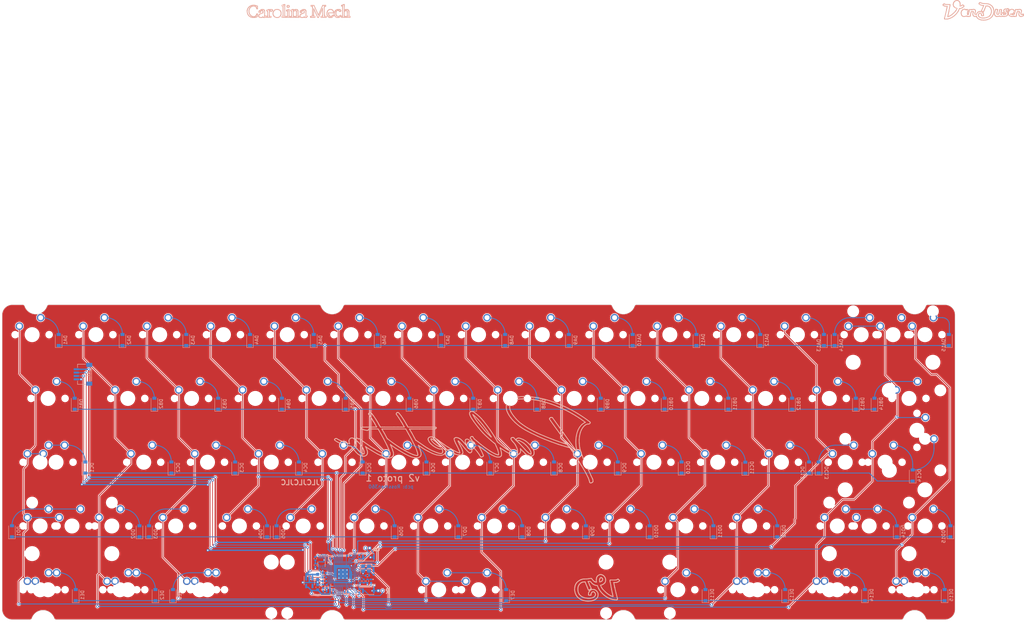
<source format=kicad_pcb>
(kicad_pcb (version 20221018) (generator pcbnew)
  (layers (0 "F.Cu" signal) (31 "B.Cu" signal) (34 "B.Paste" user) (35 "F.Paste" user) (36 "B.SilkS" user "B.Silkscreen") (37 "F.SilkS" user "F.Silkscreen") (38 "B.Mask" user) (39 "F.Mask" user) (44 "Edge.Cuts" user))
  (net 0 "")
  (net 1 "Net-(DA1-A)")
  (net 2 "Net-(DB1-A)")
  (net 3 "Net-(DC1-A)")
  (net 4 "Net-(DD1-A)")
  (net 5 "c1")
  (net 6 "Net-(DA2-A)")
  (net 7 "Net-(DB2-A)")
  (net 8 "Net-(DC2-A)")
  (net 9 "Net-(DD2-A)")
  (net 10 "Net-(DE1-A)")
  (net 11 "Net-(DA3-A)")
  (net 12 "Net-(DB3-A)")
  (net 13 "Net-(DC3-A)")
  (net 14 "Net-(DD3-A)")
  (net 15 "c2")
  (net 16 "Net-(DE3-A)")
  (net 17 "c3")
  (net 18 "Net-(DA4-A)")
  (net 19 "Net-(DA5-A)")
  (net 20 "Net-(DA6-A)")
  (net 21 "c4")
  (net 22 "c5")
  (net 23 "c6")
  (net 24 "Net-(DA7-A)")
  (net 25 "Net-(DA8-A)")
  (net 26 "Net-(DA9-A)")
  (net 27 "Net-(DA10-A)")
  (net 28 "Net-(DA11-A)")
  (net 29 "Net-(DA12-A)")
  (net 30 "Net-(DA13-A)")
  (net 31 "Net-(DA14-A)")
  (net 32 "Net-(DA15-A)")
  (net 33 "c7")
  (net 34 "c8")
  (net 35 "c9")
  (net 36 "c10")
  (net 37 "c11")
  (net 38 "c12")
  (net 39 "c13")
  (net 40 "c14")
  (net 42 "c15")
  (net 43 "Net-(DB4-A)")
  (net 44 "Net-(DC4-A)")
  (net 45 "Net-(DD4-A)")
  (net 46 "Net-(DB5-A)")
  (net 47 "Net-(DC5-A)")
  (net 48 "Net-(DD5-A)")
  (net 49 "Net-(DB6-A)")
  (net 50 "Net-(DC6-A)")
  (net 51 "Net-(DD6-A)")
  (net 52 "Net-(DB7-A)")
  (net 53 "Net-(DC7-A)")
  (net 54 "Net-(DD7-A)")
  (net 55 "Net-(DB8-A)")
  (net 56 "Net-(DC8-A)")
  (net 57 "Net-(DD8-A)")
  (net 58 "Net-(DB9-A)")
  (net 59 "Net-(DC9-A)")
  (net 60 "Net-(DD9-A)")
  (net 61 "Net-(DB10-A)")
  (net 62 "Net-(DB11-A)")
  (net 63 "Net-(DB12-A)")
  (net 64 "Net-(DB13-A)")
  (net 65 "Net-(DC10-A)")
  (net 66 "Net-(DC11-A)")
  (net 67 "Net-(DC12-A)")
  (net 68 "Net-(DD10-A)")
  (net 69 "Net-(DD11-A)")
  (net 70 "Net-(DD12-A)")
  (net 71 "Net-(DC13-A)")
  (net 72 "Net-(DB14-A)")
  (net 73 "Net-(DE14-A)")
  (net 74 "Net-(DE15-A)")
  (net 75 "Net-(DE12-A)")
  (net 76 "Net-(DE7-A)")
  (net 77 "Net-(DD14-A)")
  (net 78 "Net-(DD15-A)")
  (net 80 "Net-(DC14-A)")
  (net 81 "Net-(DE11-A)")
  (net 82 "rA")
  (net 83 "rB")
  (net 84 "rC")
  (net 85 "rD")
  (net 86 "rE")
  (net 87 "Net-(DE2-A)")
  (net 88 "+5V")
  (net 89 "GND")
  (net 90 "+3V3")
  (net 91 "Net-(U1-XIN)")
  (net 92 "Net-(C4-Pad1)")
  (net 93 "+1V1")
  (net 94 "Net-(D1-K)")
  (net 95 "/LED")
  (net 96 "D+")
  (net 97 "D-")
  (net 98 "Net-(J5-Pin_2)")
  (net 99 "/~{RESET}")
  (net 100 "/QSPI_~{CS}")
  (net 101 "Net-(U1-USB_DP)")
  (net 102 "Net-(U1-USB_DM)")
  (net 103 "Net-(U1-XOUT)")
  (net 104 "/VBUS_DET")
  (net 107 "/D14")
  (net 110 "/MISO")
  (net 112 "/SCLK")
  (net 113 "/MOSI")
  (net 114 "/QSPI_D3")
  (net 115 "/QSPI_SCLK")
  (net 116 "/QSPI_D0")
  (net 117 "/QSPI_D2")
  (net 118 "/QSPI_D1")
  (footprint "MX_Only:MXOnly-2U-NoLED" (layer "F.Cu") (at 346.55125 88.10625)
    (fp_text reference "KA14.2")
    (fp_text value "Bspc")
  )
  (footprint "MX_Only:MXOnly-1U-NoLED" (layer "F.Cu") (at 246.53875 145.25625)
    (fp_text reference "KD9")
    (fp_text value "M")
  )
  (footprint "MX_Only:MXOnly-1U-NoLED" (layer "F.Cu") (at 308.45125 107.15625)
    (fp_text reference "KB12")
    (fp_text value "[")
  )
  (footprint "MX_Only:MXOnly-1.25U-NoLED" (layer "F.Cu") (at 115.57 164.30625)
    (fp_text reference "KE2")
    (fp_text value "LWin")
  )
  (footprint "MX_Only:MXOnly-1U-NoLED" (layer "F.Cu") (at 332.26375 126.20625)
    (fp_text reference "KC13")
    (fp_text value "#")
  )
  (footprint "MX_Only:MXOnly-1U-NoLED" (layer "F.Cu") (at 217.96375 126.20625)
    (fp_text reference "KC7")
    (fp_text value "H")
  )
  (footprint "MX_Only:MXOnly-1U-NoLED" (layer "F.Cu") (at 289.40125 107.15625)
    (fp_text reference "KB11")
    (fp_text value "P")
  )
  (footprint "MX_Only:MXOnly-1U-NoLED" (layer "F.Cu") (at 146.52625 88.10625)
    (fp_text reference "KA4")
    (fp_text value "3")
  )
  (footprint "MX_Only:MXOnly-1U-NoLED" (layer "F.Cu") (at 122.71375 126.20625)
    (fp_text reference "KC2")
    (fp_text value "A")
  )
  (footprint "MX_Only:MXOnly-1.25U-NoLED" (layer "F.Cu") (at 139.3825 164.30625)
    (fp_text reference "KE3")
    (fp_text value "LAlt")
  )
  (footprint "MX_Only:MXOnly-1U-NoLED" (layer "F.Cu") (at 117.95125 164.30625)
    (fp_text reference "KE2.2")
    (fp_text value "LWin" hide)
  )
  (footprint "MX_Only:MXOnly-1U-NoLED" (layer "F.Cu") (at 141.76375 126.20625)
    (fp_text reference "KC3")
    (fp_text value "S")
  )
  (footprint "MX_Only:MXOnly-1U-NoLED" (layer "F.Cu") (at 117.95125 107.15625)
    (fp_text reference "KB2")
    (fp_text value "Q")
  )
  (footprint "MX_Only:MXOnly-1U-NoLED" (layer "F.Cu") (at 156.05125 107.15625)
    (fp_text reference "KB4")
    (fp_text value "E")
  )
  (footprint "MX_Only:MXOnly-7U-ReversedStabilizers-NoLED" (layer "F.Cu") (at 222.72625 164.30625)
    (fp_text reference "KE7.2")
    (fp_text value "Space")
  )
  (footprint "MX_Only:MXOnly-1U-NoLED" (layer "F.Cu") (at 356.07625 145.25625)
    (fp_text reference "KD15")
    (fp_text value "Fn")
  )
  (footprint "MX_Only:MXOnly-1U-NoLED" (layer "F.Cu") (at 227.48875 145.25625)
    (fp_text reference "KD8")
    (fp_text value "N")
  )
  (footprint "MX_Only:MXOnly-1U-NoLED" (layer "F.Cu") (at 208.43875 145.25625)
    (fp_text reference "KD7")
    (fp_text value "B")
  )
  (footprint "MX_Only:MXOnly-1U-NoLED" (layer "F.Cu") (at 256.06375 126.20625)
    (fp_text reference "KC9")
    (fp_text value "K")
  )
  (footprint "MX_Only:MXOnly-1.25U-NoLED" (layer "F.Cu") (at 353.695 164.30625)
    (fp_text reference "KE15")
    (fp_text value "Rctl" hide)
  )
  (footprint "MX_Only:MXOnly-1.25U-NoLED" (layer "F.Cu") (at 91.7575 126.20625)
    (fp_text reference "KC1.2")
    (fp_text value "Stepped")
  )
  (footprint "MX_Only:MXOnly-1.25U-NoLED" (layer "F.Cu") (at 91.7575 145.25625)
    (fp_text reference "KD1")
    (fp_text value "Lshift")
  )
  (footprint "MX_Only:MXOnly-1.5U-NoLED" (layer "F.Cu") (at 303.68875 164.30625)
    (fp_text reference "KE12.2")
    (fp_text value "Rwin")
  )
  (footprint "MX_Only:MXOnly-1U-NoLED" (layer "F.Cu") (at 194.15125 107.15625)
    (fp_text reference "KB6")
    (fp_text value "T")
  )
  (footprint "MX_Only:MXOnly-1U-NoLED" (layer "F.Cu") (at 317.97625 88.10625)
    (fp_text reference "KA13")
    (fp_text value "=")
  )
  (footprint "Connector_PinHeader_1.27mm:PinHeader_1x02_P1.27mm_Vertical" (layer "F.Cu") (at 192.785 164.59 90)
    (fp_text reference "J5" hide)
    (fp_text value "Conn_01x02" hide)
  )
  (footprint "MX_Only:MXOnly-1U-NoLED" (layer "F.Cu") (at 203.67625 88.10625)
    (fp_text reference "KA7")
    (fp_text value "6")
  )
  (footprint "MX_Only:MXOnly-1U-NoLED" (layer "F.Cu") (at 170.33875 145.25625)
    (fp_text reference "KD5")
    (fp_text value "C")
  )
  (footprint "MX_Only:MXOnly-1U-NoLED" (layer "F.Cu") (at 251.30125 107.15625)
    (fp_text reference "KB9")
    (fp_text value "I")
  )
  (footprint "MX_Only:MXOnly-2.25U-NoLED" (layer "F.Cu") (at 344.17 126.20625)
    (fp_text reference "KC14")
    (fp_text value "Enter")
  )
  (footprint "MX_Only:MXOnly-1U-NoLED" (layer "F.Cu") (at 232.25125 107.15625)
    (fp_text reference "KB8")
    (fp_text value "U")
  )
  (footprint "MX_Only:MXOnly-1U-NoLED" (layer "F.Cu") (at 275.11375 126.20625)
    (fp_text reference "KC10")
    (fp_text value "L")
  )
  (footprint "MX_Only:MXOnly-1.25U-NoLED" (layer "F.Cu") (at 306.07 164.30625)
    (fp_text reference "KE12")
    (fp_text value "Rwin" hide)
  )
  (footprint "MX_Only:MXOnly-1.75U-NoLED" (layer "F.Cu") (at 329.8825 145.25625)
    (fp_text reference "KD14")
    (fp_text value "Rsft" hide)
  )
  (footprint "MX_Only:MXOnly-1U-NoLED" (layer "F.Cu") (at 189.38875 145.25625)
    (fp_text reference "KD6")
    (fp_text value "V")
  )
  (footprint "MX_Only:MXOnly-1U-NoLED" (layer "F.Cu") (at 113.18875 145.25625)
    (fp_text reference "KD2")
    (fp_text value "\\")
  )
  (footprint "MX_Only:MXOnly-1U-NoLED" (layer "F.Cu") (at 165.57625 88.10625)
    (fp_text reference "KA5")
    (fp_text value "4")
  )
  (footprint "MX_Only:MXOnly-1U-NoLED" (layer "F.Cu") (at 284.63875 145.25625)
    (fp_text reference "KD11")
    (fp_text value ".")
  )
  (footprint "MX_Only:MXOnly-1U-NoLED" (layer "F.Cu") (at 160.81375 126.20625)
    (fp_text reference "KC4")
    (fp_text value "D")
  )
  (footprint "MX_Only:MXOnly-1U-NoLED" (layer "F.Cu") (at 327.50125 164.30625)
    (fp_text reference "KE14.2")
    (fp_text value "RMenu")
  )
  (footprint "MX_Only:MXOnly-1U-NoLED" (layer "F.Cu") (at 241.77625 88.10625)
    (fp_text reference "KA9")
    (fp_text value "8")
  )
  (footprint "MX_Only:MXOnly-ISO-ROTATED-ReversedStabilizers-NoLED" (layer "F.Cu") (at 353.695 116.68125)
    (fp_text reference "KC14.2")
    (fp_text value "Enter" hide)
  )
  (footprint "MX_Only:MXOnly-1U-NoLED" (layer "F.Cu") (at 313.21375 126.20625)
    (fp_text reference "KC12")
    (fp_text value "'")
  )
  (footprint "MX_Only:MXOnly-1U-NoLED" (layer "F.Cu") (at 213.20125 107.15625)
    (fp_text reference "KB7")
    (fp_text value "Y")
  )
  (footprint "MX_Only:MXOnly-6.25U-ReversedStabilizers-NoLED" (layer "F.Cu") (at 210.82 164.30625)
    (fp_text reference "KE7")
    (fp_text value "Space")
  )
  (footprint "MX_Only:MXOnly-2.25U-NoLED" (layer "F.Cu") (at 101.2825 145.25625)
    (fp_text reference "KD1.2")
    (fp_text value "Lshift" hide)
  )
  (footprint "MX_Only:MXOnly-1U-NoLED" (layer "F.Cu") (at 237.01375 126.20625)
    (fp_text reference "KC8")
    (fp_text value "J")
  )
  (footprint "MX_Only:MXOnly-1U-NoLED" (layer "F.Cu") (at 294.16375 126.20625)
    (fp_text reference "KC11")
    (fp_text value ";")
  )
  (footprint "MX_Only:MXOnly-1U-NoLED" (layer "F.Cu") (at 198.91375 126.20625)
    (fp_text reference "KC6")
    (fp_text value "G")
  )
  (footprint "MX_Only:MXOnly-1U-NoLED" (layer "F.Cu") (at 260.82625 88.10625)
    (fp_text reference "KA10")
    (fp_text value "9")
  )
  (footprint "MX_Only:MXOnly-1.5U-NoLED" (layer "F.Cu") (at 94.13875 107.15625)
    (fp_text reference "KB1")
    (fp_text value "Tab")
  )
  (footprint "MX_Only:MXOnly-1U-NoLED" (layer "F.Cu") (at 108.42625 88.10625)
    (fp_text reference "KA2")
    (fp_text value "1")
  )
  (footprint "MX_Only:MXOnly-1U-NoLED" (layer "F.Cu") (at 184.62625 88.10625)
    (fp_text reference "KA6")
    (fp_text value "5")
  )
  (footprint "MX_Only:MXOnly-1U-NoLED" (layer "F.Cu") (at 337.02625 88.10625)
    (fp_text reference "KA14")
    (fp_text value "Bspc" hide)
  )
  (footprint "MX_Only:MXOnly-1.25U-NoLED" (layer "F.Cu") (at 329.8825 164.30625)
    (fp_text reference "KE14")
    (fp_text value "RMenu" hide)
  )
  (footprint "MX_Only:MXOnly-1U-NoLED" (layer "F.Cu") (at 298.92625 88.10625)
    (fp_text reference "KA12")
    (fp_text value "-")
  )
  (footprint "MX_Only:MXOnly-1U-NoLED" (layer "F.Cu") (at 279.87625 88.10625)
    (fp_text reference "KA11")
    (fp_text value "10")
  )
  (footprint "MX_Only:MXOnly-1U-NoLED" (layer "F.Cu") (at 132.23875 145.25625)
    (fp_text reference "KD3")
    (fp_text value "Z")
  )
  (footprint "MX_Only:MXOnly-1U-NoLED" (layer "F.Cu") (at 327.50125 107.15625)
    (fp_text reference "KB13")
    (fp_text value "]")
  )
  (footprint "MX_Only:MXOnly-1U-NoLED" (layer "F.Cu") (at 151.28875 145.25625)
    (fp_text reference "KD4")
    (fp_text value "X")
  )
  (footprint "MX_Only:MXOnly-1U-NoLED" (layer "F.Cu") (at 303.68875 145.25625)
    (fp_text reference "KD12")
    (fp_text value "/")
  )
  (footprint "MX_Only:MXOnly-1U-NoLED" (layer "F.Cu") (at 270.35125 107.15625)
    (fp_text reference "KB10")
    (fp_text value "O")
  )
  (footprint "MX_Only:MXOnly-1.25U-NoLED" (layer "F.Cu") (at 91.7575 164.30625)
    (fp_text reference "KE1")
    (fp_text value "LCtl")
  )
  (footprint "MX_Only:MXOnly-1U-NoLED" (layer "F.Cu") (at 175.10125 107.15625)
    (fp_text reference "KB5")
    (fp_text value "R")
  )
  (footprint "MX_Only:MXOnly-1U-NoLED" (layer "F.Cu") (at 137.00125 107.15625)
    (fp_text reference "KB3")
    (fp_text value "W")
  )
  (footprint "Connector_PinHeader_1.27mm:PinHeader_1x02_P1.27mm_Vertical" (layer "F.Cu") (at 190.205644 151.844846 -90)
    (fp_text reference "J5" hide)
    (fp_text value "Conn_01x02" hide)
  )
  (footprint "MX_Only:MXOnly-1.5U-NoLED" (layer "F.Cu") (at 351.31375 107.15625)
    (fp_text reference "KB14")
    (fp_text value "\\")
  )
  (footprint "MX_Only:MXOnly-1.5U-NoLED" (layer "F.Cu") (at 141.76375 164.30625)
    (fp_text reference "KE3.2")
    (fp_text value "LAlt" hide)
  )
  (footprint "MX_Only:MXOnly-1U-NoLED" (layer "F.Cu") (at 356.07625 88.10625)
    (fp_text reference "KA15")
    (fp_text value "`")
  )
  (footprint "MX_Only:MXOnly-1U-NoLED" (layer "F.Cu") (at 265.58875 145.25625)
    (fp_text reference "KD10")
    (fp_text value ",")
  )
  (footprint "MX_Only:MXOnly-1.5U-NoLED" (layer "F.Cu") (at 351.31375 164.30625)
    (fp_text reference "KE15.2")
    (fp_text value "Rctl")
  )
  (footprint "MX_Only:MXOnly-1.5U-NoLED" (layer "F.Cu") (at 94.13875 164.30625)
    (fp_text reference "KE1.2")
    (fp_text value "LCtl" hide)
  )
  (footprint "MX_Only:MXOnly-2.75U-NoLED" (layer "F.Cu") (at 339.4075 145.25625)
    (fp_text reference "KD14.2")
    (fp_text value "Rsft")
  )
  (footprint "MX_Only:MXOnly-1.25U-NoLED" (layer "F.Cu") (at 282.2575 164.30625)
    (fp_text reference "KE11")
    (fp_text value "AltGr")
  )
  (footprint "MX_Only:MXOnly-1.75U-NoLED" (layer "F.Cu") (at 96.52 126.20625)
    (fp_text reference "KC1")
    (fp_text value "Caps")
  )
  (footprint "MX_Only:MXOnly-1U-NoLED" (layer "F.Cu") (at 127.47625 88.10625)
    (fp_text reference "KA3")
    (fp_text value "2")
  )
  (footprint "MX_Only:MXOnly-1U-NoLED" (layer "F.Cu") (at 89.37625 88.10625)
    (fp_text reference "KA1")
    (fp_text value "Esc")
  )
  (footprint "MX_Only:MXOnly-1U-NoLED" (layer "F.Cu") (at 179.86375 126.20625)
    (fp_text reference "KC5")
    (fp_text value "F")
  )
  (footprint "MX_Only:MXOnly-1U-NoLED" (layer "F.Cu") (at 222.72625 88.10625)
    (fp_text reference "KA8")
    (fp_text value "7")
  )
  (footprint "LED_SMD:LED_0402_1005Metric" (layer "B.Cu") (at 190.625 161.718751 -90)
    (fp_text reference "D1" hide)
    (fp_text value "LED")
  )
  (footprint "montsinger:diode_smd" (layer "B.Cu") (at 230.98125 165.89375 90)
    (fp_text reference "DE7")
    (fp_text value "Diode")
  )
  (footprint "Capacitor_SMD:C_0402_1005Metric" (layer "B.Cu") (at 177.375 163.268751 -90)
    (fp_text reference "C6" hide)
    (fp_text value "1µ")
  )
  (footprint "montsinger:diode_smd" (layer "B.Cu") (at 202.08875 108.74375 90)
    (fp_text reference "DB6")
    (fp_text value "Diode")
  )
  (footprint "montsinger:diode_smd" (layer "B.Cu") (at 125.88875 108.74375 90)
    (fp_text reference "DB2")
    (fp_text value "Diode")
  )
  (footprint "0xLib_Package_DFN_QFN:USON-8-1EP_3x2mm_P0.5mm_EP0.25x1.65mm" (layer "B.Cu") (at 175.825 155.968751 -90)
    (fp_text reference "U2" hide)
    (fp_text value "GD25Q80CEIGR")
  )
  (footprint "montsinger:diode_smd" (layer "B.Cu") (at 361.95 165.89375 90)
    (fp_text reference "DE15")
    (fp_text value "Diode")
  )
  (footprint "Button_Switch_SMD:SW_SPST_CK_KXT3" (layer "B.Cu") (at 189.825 154.61875 180)
    (fp_text reference "SW2" hide)
    (fp_text value "SW_Push")
  )
  (footprint "montsinger:diode_smd" (layer "B.Cu") (at 83.34375 146.84375 90)
    (fp_text reference "DD1")
    (fp_text value "Diode")
  )
  (footprint "montsinger:diode_smd" (layer "B.Cu") (at 363.2201 89.69375 90)
    (fp_text reference "DA15")
    (fp_text value "Diode")
  )
  (footprint "montsinger:diode_smd" (layer "B.Cu") (at 163.98875 108.74375 90)
    (fp_text reference "DB4")
    (fp_text value "Diode")
  )
  (footprint "Capacitor_SMD:C_0402_1005Metric" (layer "B.Cu") (at 191.375 157.318751 -90)
    (fp_text reference "C3" hide)
    (fp_text value "15p")
  )
  (footprint "Capacitor_SMD:C_0603_1608Metric" (layer "B.Cu") (at 174.675 160.468751 -90)
    (fp_text reference "C1" hide)
    (fp_text value "1µ")
  )
  (footprint "montsinger:jst" (layer "B.Cu") (at 107.34 99.94 -90)
    (fp_text reference "J1")
    (fp_text value "SM04B-SRSS-TB(LF)(SN)")
  )
  (footprint "Resistor_SMD:R_0402_1005Metric" (layer "B.Cu") (at 173.975 154.998751 -90)
    (fp_text reference "R9" hide)
    (fp_text value "10k")
  )
  (footprint "montsinger:diode_smd" (layer "B.Cu") (at 264.31875 127.79375 90)
    (fp_text reference "DC9")
    (fp_text value "Diode")
  )
  (footprint "montsinger:diode_smd" (layer "B.Cu") (at 173.51375 89.69375 90)
    (fp_text reference "DA5")
    (fp_text value "Diode")
  )
  (footprint "montsinger:diode_smd" (layer "B.Cu") (at 287.81375 89.69375 90)
    (fp_text reference "DA11")
    (fp_text value "Diode")
  )
  (footprint "Capacitor_SMD:C_0402_1005Metric" (layer "B.Cu") (at 173.974999 156.948751 -90)
    (fp_text reference "C10" hide)
    (fp_text value "100n")
  )
  (footprint "montsinger:diode_smd" (layer "B.Cu") (at 297.33875 108.74375 90)
    (fp_text reference "DB11")
    (fp_text value "Diode")
  )
  (footprint "montsinger:diode_smd" (layer "B.Cu") (at 216.69375 146.84375 90)
    (fp_text reference "DD7")
    (fp_text value "Diode")
  )
  (footprint "Capacitor_SMD:C_0402_1005Metric" (layer "B.Cu") (at 178.825 165.318751)
    (fp_text reference "C5" hide)
    (fp_text value "1µ")
  )
  (footprint "montsinger:diode_smd" (layer "B.Cu") (at 340.9951 108.74375 90)
    (fp_text reference "DB14")
    (fp_text value "Diode")
  )
  (footprint "montsinger:diode_smd" (layer "B.Cu") (at 347.6625 146.84375 90)
    (fp_text reference "DD14")
    (fp_text value "Diode")
  )
  (footprint "montsinger:diode_smd" (layer "B.Cu") (at 273.84375 146.84375 90)
    (fp_text reference "DD10")
    (fp_text value "Diode")
  )
  (footprint "montsinger:diode_smd" (layer "B.Cu") (at 311.94375 146.84375 90)
    (fp_text reference "DD12")
    (fp_text value "Diode")
  )
  (footprint "montsinger:diode_smd" (layer "B.Cu") (at 363.69635 146.83625 90)
    (fp_text reference "DD15")
    (fp_text value "Diode")
  )
  (footprint "Button_Switch_SMD:SW_SPST_CK_KXT3" (layer "B.Cu") (at 189.825 164.618751 180)
    (fp_text reference "SW1" hide)
    (fp_text value "SW_Push")
  )
  (footprint "montsinger:diode_smd" (layer "B.Cu") (at 192.56375 89.69375 90)
    (fp_text reference "DA6")
    (fp_text value "Diode")
  )
  (footprint "montsinger:diode_smd" (layer "B.Cu") (at 338.1375 165.89375 90)
    (fp_text reference "DE14")
    (fp_text value "Diode")
  )
  (footprint "montsinger:diode_smd" (layer "B.Cu") (at 183.03875 108.74375 90)
    (fp_text reference "DB5")
    (fp_text value "Diode")
  )
  (footprint "Crystal:Crystal_SMD_2520-4Pin_2.5x2.0mm" (layer "B.Cu") (at 189.125 158.018751)
    (fp_text reference "Y1" hide)
    (fp_text value "Crystal_GND24")
  )
  (footprint "Resistor_SMD:R_0402_1005Metric" (layer "B.Cu") (at 187.125 164.61875 -90)
    (fp_text reference "R2" hide)
    (fp_text value "10k")
  )
  (footprint "montsinger:diode_smd" (layer "B.Cu") (at 150.01875 127.79375 90)
    (fp_text reference "DC3")
    (fp_text value "Diode")
  )
  (footprint "montsinger:diode_smd" (layer "B.Cu") (at 245.26875 127.79375 90)
    (fp_text reference "DC8")
    (fp_text value "Diode")
  )
  (footprint "montsinger:diode_smd" (layer "B.Cu") (at 316.38875 108.74375 90)
    (fp_text reference "DB12")
    (fp_text value "Diode")
  )
  (footprint "montsinger:diode_smd" (layer "B.Cu") (at 230.66375 89.69375 90)
    (fp_text reference "DA8")
    (fp_text value "Diode")
  )
  (footprint "montsinger:diode_smd" (layer "B.Cu") (at 325.91375 89.69375 90)
    (fp_text reference "DA13")
    (fp_text value "Diode")
  )
  (footprint "montsinger:diode_smd" (layer "B.Cu") (at 159.54375 146.84375 90)
    (fp_text reference "DD4")
    (fp_text value "Diode")
  )
  (footprint "montsinger:diode_smd" (layer "B.Cu") (at 124.30135 146.84375 90)
    (fp_text reference "DD3")
    (fp_text value "Diode")
  )
  (footprint "montsinger:diode_smd" (layer "B.Cu") (at 324.32635 127.79375 90)
    (fp_text reference "DC13")
    (fp_text value "Diode")
  )
  (footprint "montsinger:diode_smd" (layer "B.Cu") (at 207.16875 127.79375 90)
    (fp_text reference "DC6")
    (fp_text value "Diode")
  )
  (footprint "Capacitor_SMD:C_0402_1005Metric" (layer "B.Cu") (at 183.175 165.018751 180)
    (fp_text reference "C13" hide)
    (fp_text value "100n")
  )
  (footprint "montsinger:diode_smd" (layer "B.Cu") (at 162.40135 146.84375 90)
    (fp_text reference "DD5")
    (fp_text value "Diode")
  )
  (footprint "montsinger:diode_smd" (layer "B.Cu") (at 302.41875 127.85625 90)
    (fp_text reference "DC11")
    (fp_text value "Diode")
  )
  (footprint "Capacitor_SMD:C_0402_1005Metric" (layer "B.Cu") (at 176.625 159.318751 180)
    (fp_text reference "C7" hide)
    (fp_text value "100n")
  )
  (footprint "Capacitor_SMD:C_0402_1005Metric" (layer "B.Cu") (at 188.425 161.71875 -90)
    (fp_text reference "C14" hide)
    (fp_text value "100n")
  )
  (footprint "Package_TO_SOT_SMD:SOT-23-5" (layer "B.Cu") (at 172.174999 162.06875 -90)
    (fp_text reference "U3" hide)
    (fp_text value "XC6210B332MR-G")
  )
  (footprint "montsinger:diode_smd" (layer "B.Cu") (at 116.36375 89.69375 90)
    (fp_text reference "DA2")
    (fp_text value "Diode")
  )
  (footprint "Capacitor_SMD:C_0402_1005Metric" (layer "B.Cu") (at 187.324999 161.718751 -90)
    (fp_text reference "C8" hide)
    (fp_text value "100n")
  )
  (footprint "montsinger:diode_smd" (layer "B.Cu") (at 130.96875 127.79375 90)
    (fp_text reference "DC2")
    (fp_text value "Diode")
  )
  (footprint "montsinger:diode_smd" (layer "B.Cu") (at 254.79375 146.84375 90)
    (fp_text reference "DD9")
    (fp_text value "Diode")
  )
  (footprint "Resistor_SMD:R_0402_1005Metric" (layer "B.Cu") (at 176.325 163.268751 90)
    (fp_text reference "R10" hide)
    (fp_text value "5.1k")
  )
  (footprint "Resistor_SMD:R_0402_1005Metric" (layer "B.Cu") (at 189.525 161.71875 90)
    (fp_text reference "R1" hide)
    (fp_text value "1k")
  )
  (footprint "montsinger:diode_smd" (layer "B.Cu") (at 314.325 165.89375 90)
    (fp_text reference "DE12")
    (fp_text value "Diode")
  )
  (footprint "montsinger:diode_smd" (layer "B.Cu") (at 226.21875 127.79375 90)
    (fp_text reference "DC7")
    (fp_text value "Diode")
  )
  (footprint "Resistor_SMD:R_0402_1005Metric" (layer "B.Cu") (at 176.835 164.818751 180)
    (fp_text reference "R11" hide)
    (fp_text value "10k")
  )
  (footprint "montsinger:diode_smd" (layer "B.Cu") (at 135.41375 89.69375 90)
    (fp_text reference "DA3")
    (fp_text value "Diode")
  )
  (footprint "montsinger:diode_smd" (layer "B.Cu") (at 335.43875 108.74375 90)
    (fp_text reference "DB13")
    (fp_text value "Diode")
  )
  (footprint "Capacitor_SMD:C_0402_1005Metric" (layer "B.Cu") (at 178.924999 154.91875 180)
    (fp_text reference "C12" hide)
    (fp_text value "100n")
  )
  (footprint "montsinger:diode_smd" (layer "B.Cu") (at 97.31375 89.69375 90)
    (fp_text reference "DA1")
    (fp_text value "Diode")
  )
  (footprint "Capacitor_SMD:C_0402_1005Metric" (layer "B.Cu") (at 183.924999 154.118751)
    (fp_text reference "C9" hide)
    (fp_text value "100n")
  )
  (footprint "Capacitor_SMD:C_0603_1608Metric" (layer "B.Cu") (at 174.675 163.568751 90)
    (fp_text reference "C2" hide)
    (fp_text value "1µ")
  )
  (footprint "montsinger:diode_smd" (layer "B.Cu") (at 292.89375 146.84375 90)
    (fp_text reference "DD11")
    (fp_text value "Diode")
  )
  (footprint "montsinger:diode_smd" (layer "B.Cu") (at 249.71375 89.69375 90)
    (fp_text reference "DA9")
    (fp_text value "Diode")
  )
  (footprint "Resistor_SMD:R_0402_1005Metric" (layer "B.Cu") (at 187.125 154.518751 90)
    (fp_text reference "R3" hide)
    (fp_text value "1k")
  )
  (footprint "montsinger:diode_smd" (layer "B.Cu") (at 169.06875 127.79375 90)
    (fp_text reference "DC4")
    (fp_text value "Diode")
  )
  (footprint "montsinger:diode_smd" (layer "B.Cu") (at 154.46375 89.69375 90)
    (fp_text reference "DA4")
    (fp_text value "Diode")
  )
  (footprint "montsinger:diode_smd" (layer "B.Cu") (at 188.11875 127.79375 90)
    (fp_text reference "DC5")
    (fp_text value "Diode")
  )
  (footprint "montsinger:diode_smd" (layer "B.Cu") (at 306.86375 89.69375 90)
    (fp_text reference "DA12")
    (fp_text value "Diode")
  )
  (footprint "montsinger:diode_smd" (layer "B.Cu") (at 131.445 165.89375 90)
    (fp_text reference "DE3")
    (fp_text value "Diode")
  )
  (footprint "montsinger:diode_smd" (layer "B.Cu") (at 102.07635 108.74375 90)
    (fp_text reference "DB1")
    (fp_text value "Diode")
  )
  (footprint "Resistor_SMD:R_0402_1005Metric" (layer "B.Cu") (at 176.725 161.718751)
    (fp_text reference "R7" hide)
    (fp_text value "27")
  )
  (footprint "montsinger:diode_smd" (layer "B.Cu") (at 235.74375 146.84375 90)
    (fp_text reference "DD8")
    (fp_text value "Diode")
  )
  (footprint "montsinger:diode_smd" (layer "B.Cu") (at 126.20625 165.89375 90)
    (fp_text reference "DE2")
    (fp_text value "Diode")
  )
  (footprint "montsinger:diode_smd" (layer "B.Cu") (at 102.39375 165.89375 90)
    (fp_text reference "DE1")
    (fp_text value "Diode")
  )
  (footprint "montsinger:diode_smd" (layer "B.Cu") (at 221.13875 108.74375 90)
    (fp_text reference "DB7")
    (fp_text value "Diode")
  )
  (footprint "Resistor_SMD:R_0402_1005Metric" (layer "B.Cu") (at 189.524999 160.068751 180)
    (fp_text reference "R8" hide)
    (fp_text value "1k")
  )
  (footprint "Capacitor_SMD:C_0402_1005Metric" (layer "B.Cu") (at 191.375 159.318751 90)
    (fp_text reference "C4" hide)
    (fp_text value "15p")
  )
  (footprint "montsinger:diode_smd" (layer "B.Cu") (at 283.36875 127.79375 90)
    (fp_text reference "DC10")
    (fp_text value "Diode")
  )
  (footprint "montsinger:diode_smd" (layer "B.Cu") (at 121.44375 146.84375 90)
    (fp_text reference "DD2")
    (fp_text value "Diode")
  )
  (footprint "montsinger:diode_smd" (layer "B.Cu") (at 321.46875 127.79375 90)
    (fp_text reference "DC12")
    (fp_text value "Diode")
  )
  (footprint "Capacitor_SMD:C_0402_1005Metric" (layer "B.Cu") (at 178.825 164.31875)
    (fp_text reference "C11" hide)
    (fp_text value "100n")
  )
  (footprint "montsinger:diode_smd" (layer "B.Cu") (at 352.425 130.175 90)
    (fp_text reference "DC14")
    (fp_text value "Diode")
  )
  (footprint "montsinger:diode_smd" (layer "B.Cu") (at 197.64375 146.84375 90)
    (fp_text reference "DD6")
    (fp_text value "Diode")
  )
  (footprint "montsinger:diode_smd" (layer "B.Cu") (at 259.23875 108.74375 90)
    (fp_text reference "DB9")
    (fp_text value "Diode")
  )
  (footprint "montsinger:diode_smd" (layer "B.Cu") (at 290.5125 165.89375 90)
    (fp_text reference "DE11")
    (fp_text value "Diode")
  )
  (footprint "0xLib_Package_DFN_QFN:QFN-56-1EP_7x7mm_P0.4mm_EP3.2x3.2mm" (layer "B.Cu") (at 182.225 159.61875 -90)
    (fp_text reference "U1" hide)
    (fp_text value "RP2040")
  )
  (footprint "montsinger:diode_smd" (layer "B.Cu") (at 278.28875 108.74375 90)
    (fp_text reference "DB10")
    (fp_text value "Diode")
  )
  (footprint "montsinger:diode_smd" (layer "B.Cu") (at 144.93875 108.74375 90)
    (fp_text reference "DB3")
    (fp_text value "Diode")
  )
  (footprint "montsinger:diode_smd" (layer "B.Cu") (at 240.18875 108.74375 90)
    (fp_text reference "DB8")
    (fp_text value "Diode")
  )
  (footprint "Resistor_SMD:R_0402_1005Metric" (layer "B.Cu") (at 176.725 160.618751)
    (fp_text reference "R6" hide)
    (fp_text value "27")
  )
  (footprint "montsinger:diode_smd" (layer "B.Cu") (at 211.61375 89.69375 90)
    (fp_text reference "DA7")
    (fp_text value "Diode")
  )
  (footprint "montsinger:diode_smd" (layer "B.Cu") (at 268.76375 89.69375 90)
    (fp_text reference "DA10")
    (fp_text value "Diode")
  )
  (footprint "montsinger:diode_smd" (layer "B.Cu") (at 329.08875 89.69375 90)
    (fp_text reference "DA14")
    (fp_text value "Diode")
  )
  (footprint "montsinger:diode_smd" (layer "B.Cu") (at 105.25135 127.79375 90)
    (fp_text reference "DC1")
    (fp_text value "Diode")
  )
  (gr_curve (pts (xy 215.055495 122.552203) (xy 215.271038 122.662778) (xy 215.481457 122.782946) (xy 215.695703 122.895939)) (stroke (width 0.25)) (layer "B.SilkS"))
  (gr_curve (pts (xy 182.76026 -6.97664) (xy 182.740493 -6.979688) (xy 182.720928 -6.984392) (xy 182.702301 -6.992003)) (stroke (width 0.25)) (layer "B.SilkS"))
  (gr_curve (pts (xy 373.568976 -7.254171) (xy 373.571558 -7.269581) (xy 373.573487 -7.285065) (xy 373.574781 -7.300614)) (stroke (width 0.25)) (layer "B.SilkS"))
  (gr_curve (pts (xy 227.932701 123.819729) (xy 228.004759 123.850663) (xy 228.077061 123.880816) (xy 228.151833 123.905663)) (stroke (width 0.25)) (layer "B.SilkS"))
  (gr_curve (pts (xy 368.33941 -8.956078) (xy 368.327915 -8.963997) (xy 368.316356 -8.971828) (xy 368.304578 -8.979299)) (stroke (width 0.25)) (layer "B.SilkS"))
  (gr_curve (pts (xy 382.533255 -8.932857) (xy 382.505422 -8.953127) (xy 382.476403 -8.971697) (xy 382.446177 -8.988007)) (stroke (width 0.25)) (layer "B.SilkS"))
  (gr_curve (pts (xy 256.501452 132.340083) (xy 256.444711 132.356891) (xy 256.387854 132.373649) (xy 256.329584 132.38305)) (stroke (width 0.25)) (layer "B.SilkS"))
  (gr_curve (pts (xy 171.170685 -7.091161) (xy 171.169919 -7.105138) (xy 171.169167 -7.119092) (xy 171.16859 -7.13306)) (stroke (width 0.25)) (layer "B.SilkS"))
  (gr_curve (pts (xy 377.507841 -6.936818) (xy 377.56931 -6.925119) (xy 377.632039 -6.919986) (xy 377.694576 -6.920369)) (stroke (width 0.25)) (layer "B.SilkS"))
  (gr_curve (pts (xy 372.247313 -10.822468) (xy 372.242564 -10.810187) (xy 372.238467 -10.797646) (xy 372.235702 -10.784733)) (stroke (width 0.25)) (layer "B.SilkS"))
  (gr_curve (pts (xy 364.527293 -10.514789) (xy 364.52774 -10.475346) (xy 364.530378 -10.435926) (xy 364.535033 -10.396749)) (stroke (width 0.25)) (layer "B.SilkS"))
  (gr_curve (pts (xy 263.072522 167.252569) (xy 262.97472 167.237141) (xy 262.877422 167.218545) (xy 262.780576 167.197829)) (stroke (width 0.25)) (layer "B.SilkS"))
  (gr_curve (pts (xy 182.113632 -9.855043) (xy 182.1147 -9.821525) (xy 182.11602 -9.788038) (xy 182.115029 -9.754488)) (stroke (width 0.25)) (layer "B.SilkS"))
  (gr_curve (pts (xy 172.91978 -9.987022) (xy 172.933423 -9.983897) (xy 172.946896 -9.980045) (xy 172.960281 -9.97585)) (stroke (width 0.25)) (layer "B.SilkS"))
  (gr_curve (pts (xy 257.285736 161.809862) (xy 257.325558 161.834604) (xy 257.366585 161.857372) (xy 257.408249 161.878938)) (stroke (width 0.25)) (layer "B.SilkS"))
  (gr_curve (pts (xy 173.037095 -7.132361) (xy 173.031471 -7.120004) (xy 173.02518 -7.107915) (xy 173.017542 -7.096748)) (stroke (width 0.25)) (layer "B.SilkS"))
  (gr_curve (pts (xy 372.74076 -5.95186) (xy 372.79237 -5.938593) (xy 372.844318 -5.926666) (xy 372.896534 -5.91606)) (stroke (width 0.25)) (layer "B.SilkS"))
  (gr_line (start 225.848802 123.561927) (end 226.145275 123.738092) (stroke (width 0.25)) (layer "B.SilkS"))
  (gr_curve (pts (xy 381.045175 -7.60926) (xy 381.056502 -7.572685) (xy 381.070147 -7.536831) (xy 381.085812 -7.501862)) (stroke (width 0.25)) (layer "B.SilkS"))
  (gr_curve (pts (xy 157.825424 -8.68818) (xy 157.870028 -8.703538) (xy 157.917217 -8.711011) (xy 157.964386 -8.710525)) (stroke (width 0.25)) (layer "B.SilkS"))
  (gr_curve (pts (xy 178.183585 -9.01708) (xy 178.150273 -9.005682) (xy 178.117607 -8.9924) (xy 178.085823 -8.977277)) (stroke (width 0.25)) (layer "B.SilkS"))
  (gr_curve (pts (xy 368.953799 -8.822558) (xy 368.964549 -8.85382) (xy 368.967577 -8.886566) (xy 368.96928 -8.919312)) (stroke (width 0.25)) (layer "B.SilkS"))
  (gr_curve (pts (xy 379.1575 -8.004984) (xy 379.132949 -7.985901) (xy 379.10995 -7.964868) (xy 379.088805 -7.942094)) (stroke (width 0.25)) (layer "B.SilkS"))
  (gr_curve (pts (xy 173.064329 -7.218951) (xy 173.06103 -7.20319) (xy 173.057308 -7.187498) (xy 173.052457 -7.172165)) (stroke (width 0.25)) (layer "B.SilkS"))
  (gr_curve (pts (xy 167.414515 -8.929094) (xy 167.418192 -8.973577) (xy 167.422723 -9.017986) (xy 167.426386 -9.06247)) (stroke (width 0.25)) (layer "B.SilkS"))
  (gr_curve (pts (xy 252.479741 116.541121) (xy 252.218499 117.142397) (xy 252.02958 117.77469) (xy 251.929764 118.423075)) (stroke (width 0.25)) (layer "B.SilkS"))
  (gr_curve (pts (xy 182.536105 -6.707095) (xy 182.591278 -6.706239) (xy 182.646444 -6.70505) (xy 182.701603 -6.703604)) (stroke (width 0.25)) (layer "B.SilkS"))
  (gr_curve (pts (xy 201.666982 115.720452) (xy 201.860333 115.720452) (xy 202.053684 115.720452) (xy 202.247036 115.720452)) (stroke (width 0.25)) (layer "B.SilkS"))
  (gr_curve (pts (xy 171.153227 -8.625332) (xy 171.149007 -8.644944) (xy 171.143726 -8.664339) (xy 171.137166 -8.683291)) (stroke (width 0.25)) (layer "B.SilkS"))
  (gr_curve (pts (xy 246.524517 120.859303) (xy 245.833771 120.620774) (xy 245.146049 120.373369) (xy 244.462102 120.115975)) (stroke (width 0.25)) (layer "B.SilkS"))
  (gr_curve (pts (xy 227.124922 120.279249) (xy 226.95576 120.137788) (xy 226.789737 119.992946) (xy 226.622208 119.849579)) (stroke (width 0.25)) (layer "B.SilkS"))
  (gr_curve (pts (xy 366.405292 -11.328492) (xy 366.386742 -11.355684) (xy 366.366736 -11.381886) (xy 366.345305 -11.406863)) (stroke (width 0.25)) (layer "B.SilkS"))
  (gr_curve (pts (xy 166.864253 -8.864152) (xy 166.840727 -8.85709) (xy 166.816937 -8.850929) (xy 166.793026 -8.845298)) (stroke (width 0.25)) (layer "B.SilkS"))
  (gr_curve (pts (xy 255.822573 131.802995) (xy 255.798938 131.706609) (xy 255.768276 131.611889) (xy 255.732342 131.519413)) (stroke (width 0.25)) (layer "B.SilkS"))
  (gr_curve (pts (xy 364.842712 -11.340103) (xy 364.818075 -11.312306) (xy 364.794296 -11.283738) (xy 364.772081 -11.253991)) (stroke (width 0.25)) (layer "B.SilkS"))
  (gr_line (start 191.63419 114.483002) (end 191.810355 114.835332) (stroke (width 0.25)) (layer "B.SilkS"))
  (gr_curve (pts (xy 251.567504 163.127529) (xy 251.583953 163.071362) (xy 251.602313 163.015744) (xy 251.622244 162.960702)) (stroke (width 0.25)) (layer "B.SilkS"))
  (gr_curve (pts (xy 259.361941 160.679874) (xy 259.406914 160.684416) (xy 259.450715 160.696842) (xy 259.49097 160.717671)) (stroke (width 0.25)) (layer "B.SilkS"))
  (gr_curve (pts (xy 180.04945 -8.7622) (xy 180.018423 -8.734895) (xy 179.988865 -8.705927) (xy 179.960765 -8.67561)) (stroke (width 0.25)) (layer "B.SilkS"))
  (gr_curve (pts (xy 377.774882 -8.806109) (xy 377.779237 -8.820571) (xy 377.78324 -8.83514) (xy 377.78746 -8.849649)) (stroke (width 0.25)) (layer "B.SilkS"))
  (gr_curve (pts (xy 183.739979 -8.936077) (xy 183.721431 -8.950214) (xy 183.702083 -8.963307) (xy 183.68202 -8.975182)) (stroke (width 0.25)) (layer "B.SilkS"))
  (gr_curve (pts (xy 169.477301 -8.226602) (xy 169.48308 -8.214864) (xy 169.489589 -8.203461) (xy 169.497552 -8.193083)) (stroke (width 0.25)) (layer "B.SilkS"))
  (gr_curve (pts (xy 176.492994 -10.261455) (xy 176.451324 -10.261372) (xy 176.40965 -10.261146) (xy 176.367998 -10.262154)) (stroke (width 0.25)) (layer "B.SilkS"))
  (gr_curve (pts (xy 177.98387 -7.50316) (xy 177.977273 -7.528052) (xy 177.971873 -7.553257) (xy 177.967111 -7.578577)) (stroke (width 0.25)) (layer "B.SilkS"))
  (gr_curve (pts (xy 374.986425 -6.094088) (xy 375.053226 -6.120069) (xy 375.119192 -6.148243) (xy 375.183804 -6.179232)) (stroke (width 0.25)) (layer "B.SilkS"))
  (gr_curve (pts (xy 373.448033 -7.911133) (xy 373.432649 -7.938546) (xy 373.416321 -7.965435) (xy 373.398688 -7.991439)) (stroke (width 0.25)) (layer "B.SilkS"))
  (gr_curve (pts (xy 198.014788 122.079566) (xy 197.651993 121.845306) (xy 197.295212 121.601685) (xy 196.94491 121.349127)) (stroke (width 0.25)) (layer "B.SilkS"))
  (gr_curve (pts (xy 365.583849 -7.894684) (xy 365.683067 -8.01792) (xy 365.777518 -8.144979) (xy 365.866371 -8.275896)) (stroke (width 0.25)) (layer "B.SilkS"))
  (gr_curve (pts (xy 251.486698 163.471608) (xy 251.497031 163.413048) (xy 251.509538 163.354866) (xy 251.523191 163.296962)) (stroke (width 0.25)) (layer "B.SilkS"))
  (gr_curve (pts (xy 196.029713 124.232212) (xy 196.073069 124.238651) (xy 196.117297 124.243533) (xy 196.158614 124.232212)) (stroke (width 0.25)) (layer "B.SilkS"))
  (gr_curve (pts (xy 171.323613 -7.016443) (xy 171.312457 -7.010368) (xy 171.301096 -7.00465) (xy 171.289396 -6.999684)) (stroke (width 0.25)) (layer "B.SilkS"))
  (gr_curve (pts (xy 161.470563 -8.409557) (xy 161.452873 -8.373762) (xy 161.436841 -8.337149) (xy 161.42238 -8.299923)) (stroke (width 0.25)) (layer "B.SilkS"))
  (gr_line (start 165.357316 -8.81946) (end 165.357316 -8.621143) (stroke (width 0.25)) (layer "B.SilkS"))
  (gr_curve (pts (xy 210.105698 123.265455) (xy 210.205394 123.304173) (xy 210.305544 123.341735) (xy 210.406467 123.377169)) (stroke (width 0.25)) (layer "B.SilkS"))
  (gr_curve (pts (xy 379.719642 -7.480576) (xy 379.662551 -7.491711) (xy 379.607007 -7.510127) (xy 379.55516 -7.536694)) (stroke (width 0.25)) (layer "B.SilkS"))
  (gr_curve (pts (xy 260.180432 160.202855) (xy 260.216634 160.237924) (xy 260.251254 160.274602) (xy 260.284699 160.312335)) (stroke (width 0.25)) (layer "B.SilkS"))
  (gr_line (start 173.497974 -9.246822) (end 174.690675 -6.654722) (stroke (width 0.25)) (layer "B.SilkS"))
  (gr_curve (pts (xy 373.063919 -8.554548) (xy 373.115917 -8.529097) (xy 373.165672 -8.499458) (xy 373.213888 -8.46747)) (stroke (width 0.25)) (layer "B.SilkS"))
  (gr_curve (pts (xy 179.865532 119.226558) (xy 179.909517 119.196334) (xy 179.957101 119.170434) (xy 180.007323 119.153514)) (stroke (width 0.25)) (layer "B.SilkS"))
  (gr_curve (pts (xy 169.860669 -8.201463) (xy 169.872244 -8.213372) (xy 169.882461 -8.226554) (xy 169.891394 -8.240568)) (stroke (width 0.25)) (layer "B.SilkS"))
  (gr_curve (pts (xy 207.433151 121.976445) (xy 208.117489 122.391208) (xy 208.828485 122.763217) (xy 209.572907 123.059213)) (stroke (width 0.25)) (layer "B.SilkS"))
  (gr_curve (pts (xy 166.455746 -6.967562) (xy 166.420834 -6.967813) (xy 166.385891 -6.968298) (xy 166.351 -6.969657)) (stroke (width 0.25)) (layer "B.SilkS"))
  (gr_curve (pts (xy 383.484349 -9.029612) (xy 383.4679 -9.030583) (xy 383.451464 -9.03181) (xy 383.435005 -9.032514)) (stroke (width 0.25)) (layer "B.SilkS"))
  (gr_curve (pts (xy 177.753431 -8.718207) (xy 177.729747 -8.689866) (xy 177.7076 -8.660235) (xy 177.687092 -8.629522)) (stroke (width 0.25)) (layer "B.SilkS"))
  (gr_curve (pts (xy 376.621572 -8.862227) (xy 376.616088 -8.90656) (xy 376.60998 -8.950813) (xy 376.602221 -8.99478)) (stroke (width 0.25)) (layer "B.SilkS"))
  (gr_curve (pts (xy 176.087979 -7.043677) (xy 176.078626 -7.035595) (xy 176.068524 -7.028424) (xy 176.057952 -7.02203)) (stroke (width 0.25)) (layer "B.SilkS"))
  (gr_curve (pts (xy 169.052733 -6.700112) (xy 169.087414 -6.699665) (xy 169.122094 -6.699039) (xy 169.15678 -6.699414)) (stroke (width 0.25)) (layer "B.SilkS"))
  (gr_curve (pts (xy 179.040402 -6.776925) (xy 179.080425 -6.80445) (xy 179.118462 -6.834849) (xy 179.154924 -6.867006)) (stroke (width 0.25)) (layer "B.SilkS"))
  (gr_curve (pts (xy 256.349423 164.009883) (xy 256.319429 164.032419) (xy 256.288335 164.051194) (xy 256.252977 164.064623)) (stroke (width 0.25)) (layer "B.SilkS"))
  (gr_curve (pts (xy 203.716507 124.915387) (xy 203.277503 124.831505) (xy 202.854305 124.681391) (xy 202.436091 124.528684)) (stroke (width 0.25)) (layer "B.SilkS"))
  (gr_curve (pts (xy 381.109033 -8.391034) (xy 381.093211 -8.354934) (xy 381.079147 -8.318072) (xy 381.066461 -8.280734)) (stroke (width 0.25)) (layer "B.SilkS"))
  (gr_curve (pts (xy 212.022026 122.848675) (xy 211.980296 122.631173) (xy 211.886412 122.426629) (xy 211.798597 122.225654)) (stroke (width 0.25)) (layer "B.SilkS"))
  (gr_curve (pts (xy 154.417009 -7.563214) (xy 154.390885 -7.607093) (xy 154.366464 -7.651976) (xy 154.344385 -7.697986)) (stroke (width 0.25)) (layer "B.SilkS"))
  (gr_curve (pts (xy 256.874665 164.198866) (xy 256.96515 164.203531) (xy 257.056323 164.20932) (xy 257.145758 164.224933)) (stroke (width 0.25)) (layer "B.SilkS"))
  (gr_curve (pts (xy 217.371416 121.422171) (xy 217.469665 121.64298) (xy 217.582191 121.856685) (xy 217.685075 122.075269)) (stroke (width 0.25)) (layer "B.SilkS"))
  (gr_curve (pts (xy 183.509539 -7.045772) (xy 183.503732 -7.031255) (xy 183.495551 -7.017438) (xy 183.4844 -7.006667)) (stroke (width 0.25)) (layer "B.SilkS"))
  (gr_curve (pts (xy 210.715829 123.475993) (xy 210.817874 123.504641) (xy 210.921174 123.529056) (xy 211.025192 123.549037)) (stroke (width 0.25)) (layer "B.SilkS"))
  (gr_curve (pts (xy 209.482677 120.592908) (xy 209.149787 120.311268) (xy 208.852506 119.985887) (xy 208.623337 119.613261)) (stroke (width 0.25)) (layer "B.SilkS"))
  (gr_curve (pts (xy 184.211333 -6.975243) (xy 184.198924 -6.976847) (xy 184.18657 -6.978888) (xy 184.174323 -6.981528)) (stroke (width 0.25)) (layer "B.SilkS"))
  (gr_curve (pts (xy 158.541184 -6.623997) (xy 158.586464 -6.60492) (xy 158.635913 -6.595446) (xy 158.685034 -6.596065)) (stroke (width 0.25)) (layer "B.SilkS"))
  (gr_curve (pts (xy 382.97639 -8.264286) (xy 382.961262 -8.214366) (xy 382.942972 -8.165451) (xy 382.923175 -8.117219)) (stroke (width 0.25)) (layer "B.SilkS"))
  (gr_curve (pts (xy 167.462 -7.024823) (xy 167.449975 -7.036393) (xy 167.440273 -7.050387) (xy 167.432671 -7.065324)) (stroke (width 0.25)) (layer "B.SilkS"))
  (gr_line (start 226.351516 119.613261) (end 226.622208 119.849579) (stroke (width 0.25)) (layer "B.SilkS"))
  (gr_curve (pts (xy 191.522476 122.174093) (xy 191.811823 122.347892) (xy 192.10439 122.516328) (xy 192.399002 122.681104)) (stroke (width 0.25)) (layer "B.SilkS"))
  (gr_curve (pts (xy 369.651397 -7.308354) (xy 369.665144 -7.382577) (xy 369.674518 -7.457462) (xy 369.687196 -7.531856)) (stroke (width 0.25)) (layer "B.SilkS"))
  (gr_curve (pts (xy 262.212324 167.042733) (xy 262.118882 167.011352) (xy 262.026215 166.977682) (xy 261.934715 166.941073)) (stroke (width 0.25)) (layer "B.SilkS"))
  (gr_curve (pts (xy 154.921881 -7.05904) (xy 154.881234 -7.082534) (xy 154.841897 -7.108292) (xy 154.803868 -7.135853)) (stroke (width 0.25)) (layer "B.SilkS"))
  (gr_curve (pts (xy 181.336421 -8.973785) (xy 181.299941 -8.990441) (xy 181.262329 -9.00463) (xy 181.223994 -9.016382)) (stroke (width 0.25)) (layer "B.SilkS"))
  (gr_curve (pts (xy 249.768525 111.178841) (xy 250.106779 111.360798) (xy 250.441726 111.548918) (xy 250.773952 111.741709)) (stroke (width 0.25)) (layer "B.SilkS"))
  (gr_curve (pts (xy 231.7095 122.612357) (xy 232.008317 122.748301) (xy 232.292322 122.913246) (xy 232.586026 123.059213)) (stroke (width 0.25)) (layer "B.SilkS"))
  (gr_curve (pts (xy 158.363117 -9.046409) (xy 158.342118 -9.051239) (xy 158.320888 -9.055051) (xy 158.299571 -9.05828)) (stroke (width 0.25)) (layer "B.SilkS"))
  (gr_curve (pts (xy 383.182476 -6.93198) (xy 383.198423 -6.934409) (xy 383.214259 -6.937566) (xy 383.229886 -6.941655)) (stroke (width 0.25)) (layer "B.SilkS"))
  (gr_curve (pts (xy 226.351516 119.613261) (xy 225.966414 119.26643) (xy 225.578623 118.922723) (xy 225.195704 118.57346)) (stroke (width 0.25)) (layer "B.SilkS"))
  (gr_curve (pts (xy 180.097632 -8.061104) (xy 180.100948 -8.085678) (xy 180.105289 -8.110113) (xy 180.110202 -8.134426)) (stroke (width 0.25)) (layer "B.SilkS"))
  (gr_curve (pts (xy 224.009815 124.498607) (xy 223.961096 124.526567) (xy 223.911473 124.551732) (xy 223.859431 124.571651)) (stroke (width 0.25)) (layer "B.SilkS"))
  (gr_curve (pts (xy 238.953734 124.245102) (xy 238.782375 124.368933) (xy 238.57362 124.45506) (xy 238.360789 124.46853)) (stroke (width 0.25)) (layer "B.SilkS"))
  (gr_line (start 168.817405 -7.27272) (end 168.817405 -8.341821) (stroke (width 0.25)) (layer "B.SilkS"))
  (gr_curve (pts (xy 366.906479 -7.838567) (xy 366.912773 -7.774747) (xy 366.923638 -7.711365) (xy 366.938408 -7.648929)) (stroke (width 0.25)) (layer "B.SilkS"))
  (gr_curve (pts (xy 255.958424 166.862873) (xy 256.056696 166.855669) (xy 256.154622 166.843505) (xy 256.251673 166.82638)) (stroke (width 0.25)) (layer "B.SilkS"))
  (gr_line (start 234.644145 113.967399) (end 234.974991 114.268167) (stroke (width 0.25)) (layer "B.SilkS"))
  (gr_curve (pts (xy 173.53289 -7.061833) (xy 173.526121 -7.069906) (xy 173.520097 -7.078601) (xy 173.514734 -7.08767)) (stroke (width 0.25)) (layer "B.SilkS"))
  (gr_curve (pts (xy 379.816397 -6.944558) (xy 379.931263 -6.944289) (xy 380.045784 -6.959498) (xy 380.156971 -6.988097)) (stroke (width 0.25)) (layer "B.SilkS"))
  (gr_curve (pts (xy 180.363686 -8.963311) (xy 180.325288 -8.946102) (xy 180.28776 -8.926973) (xy 180.251259 -8.90605)) (stroke (width 0.25)) (layer "B.SilkS"))
  (gr_curve (pts (xy 159.736678 -7.269229) (xy 159.736498 -7.236633) (xy 159.735854 -7.204038) (xy 159.734583 -7.171466)) (stroke (width 0.25)) (layer "B.SilkS"))
  (gr_curve (pts (xy 178.171015 -6.661007) (xy 178.203994 -6.649649) (xy 178.237547 -6.639956) (xy 178.271571 -6.632377)) (stroke (width 0.25)) (layer "B.SilkS"))
  (gr_curve (pts (xy 383.304387 -6.973584) (xy 383.314014 -6.987722) (xy 383.319363 -7.003906) (xy 383.324705 -7.020026)) (stroke (width 0.25)) (layer "B.SilkS"))
  (gr_curve (pts (xy 262.5551 164.664155) (xy 262.534302 164.565708) (xy 262.51473 164.467001) (xy 262.495147 164.368299)) (stroke (width 0.25)) (layer "B.SilkS"))
  (gr_curve (pts (xy 215.442198 119.196481) (xy 215.461456 119.084913) (xy 215.545285 119.014711) (xy 215.635549 118.960163)) (stroke (width 0.25)) (layer "B.SilkS"))
  (gr_line (start 160.231076 -7.26853) (end 160.231076 -8.132237) (stroke (width 0.25)) (layer "B.SilkS"))
  (gr_curve (pts (xy 373.491572 -8.270091) (xy 373.520186 -8.27454) (xy 373.54457 -8.297139) (xy 373.566073 -8.31363)) (stroke (width 0.25)) (layer "B.SilkS"))
  (gr_curve (pts (xy 170.541514 -8.652566) (xy 170.550377 -8.646187) (xy 170.558767 -8.639168) (xy 170.566653 -8.631617)) (stroke (width 0.25)) (layer "B.SilkS"))
  (gr_curve (pts (xy 375.497288 -9.6798) (xy 375.539426 -9.635118) (xy 375.579079 -9.588077) (xy 375.615328 -9.538539)) (stroke (width 0.25)) (layer "B.SilkS"))
  (gr_curve (pts (xy 258.052094 160.561271) (xy 258.070171 160.520579) (xy 258.089509 160.480472) (xy 258.110744 160.441365)) (stroke (width 0.25)) (layer "B.SilkS"))
  (gr_line (start 166.455746 -6.699414) (end 166.455746 -6.967562) (stroke (width 0.25)) (layer "B.SilkS"))
  (gr_curve (pts (xy 361.833655 -10.729583) (xy 361.824526 -10.737569) (xy 361.812567 -10.736601) (xy 361.801726 -10.733454)) (stroke (width 0.25)) (layer "B.SilkS"))
  (gr_line (start 177.070491 -10.006575) (end 177.070491 -10.274723) (stroke (width 0.25)) (layer "B.SilkS"))
  (gr_curve (pts (xy 256.388523 165.40184) (xy 256.37109 165.45088) (xy 256.356589 165.500907) (xy 256.345513 165.551723)) (stroke (width 0.25)) (layer "B.SilkS"))
  (gr_curve (pts (xy 364.080288 -7.463161) (xy 363.989408 -7.395064) (xy 363.896287 -7.32995) (xy 363.800669 -7.268685)) (stroke (width 0.25)) (layer "B.SilkS"))
  (gr_curve (pts (xy 257.913941 161.099547) (xy 257.919471 161.051988) (xy 257.926209 161.004562) (xy 257.934794 160.957484)) (stroke (width 0.25)) (layer "B.SilkS"))
  (gr_curve (pts (xy 169.98776 -8.881609) (xy 169.941945 -8.855233) (xy 169.896914 -8.827543) (xy 169.852289 -8.79921)) (stroke (width 0.25)) (layer "B.SilkS"))
  (gr_line (start 171.576399 -6.904715) (end 171.524724 -7.141439) (stroke (width 0.25)) (layer "B.SilkS"))
  (gr_curve (pts (xy 382.86609 -7.926613) (xy 382.840766 -7.853505) (xy 382.818265 -7.779377) (xy 382.809005 -7.702144)) (stroke (width 0.25)) (layer "B.SilkS"))
  (gr_curve (pts (xy 363.508471 -7.098397) (xy 363.459159 -7.072511) (xy 363.409252 -7.047753) (xy 363.358502 -7.024864)) (stroke (width 0.25)) (layer "B.SilkS"))
  (gr_curve (pts (xy 384.13357 -7.45542) (xy 384.153793 -7.38573) (xy 384.184386 -7.319098) (xy 384.223552 -7.258042)) (stroke (width 0.25)) (layer "B.SilkS"))
  (gr_line (start 177.235988 -6.699414) (end 177.235988 -6.967562) (stroke (width 0.25)) (layer "B.SilkS"))
  (gr_curve (pts (xy 155.118104 -9.989816) (xy 155.16118 -10.003642) (xy 155.205045 -10.015046) (xy 155.249385 -10.024032)) (stroke (width 0.25)) (layer "B.SilkS"))
  (gr_curve (pts (xy 170.396966 -8.704241) (xy 170.411046 -8.702089) (xy 170.425029 -8.699262) (xy 170.438864 -8.695861)) (stroke (width 0.25)) (layer "B.SilkS"))
  (gr_curve (pts (xy 364.605664 -7.911133) (xy 364.521878 -7.831895) (xy 364.436804 -7.753986) (xy 364.349265 -7.678923)) (stroke (width 0.25)) (layer "B.SilkS"))
  (gr_curve (pts (xy 165.405498 -6.968959) (xy 165.370579 -6.968316) (xy 165.335703 -6.966093) (xy 165.300753 -6.967562)) (stroke (width 0.25)) (layer "B.SilkS"))
  (gr_curve (pts (xy 369.557545 -6.973584) (xy 369.567173 -6.987722) (xy 369.572522 -7.003906) (xy 369.577864 -7.020026)) (stroke (width 0.25)) (layer "B.SilkS"))
  (gr_curve (pts (xy 165.992073 -9.672786) (xy 166.011905 -9.680719) (xy 166.030844 -9.690943) (xy 166.048635 -9.702813)) (stroke (width 0.25)) (layer "B.SilkS"))
  (gr_curve (pts (xy 176.148033 -7.137249) (xy 176.14388 -7.125014) (xy 176.13864 -7.11314) (xy 176.13267 -7.101636)) (stroke (width 0.25)) (layer "B.SilkS"))
  (gr_curve (pts (xy 188.48471 116.511044) (xy 188.240227 116.436935) (xy 187.997369 116.357361) (xy 187.741381 116.330583)) (stroke (width 0.25)) (layer "B.SilkS"))
  (gr_curve (pts (xy 381.162248 -8.498431) (xy 381.142918 -8.463441) (xy 381.125073 -8.42763) (xy 381.109033 -8.391034)) (stroke (width 0.25)) (layer "B.SilkS"))
  (gr_curve (pts (xy 255.719452 114.788068) (xy 255.618479 114.818719) (xy 255.509806 114.822342) (xy 255.405793 114.831035)) (stroke (width 0.25)) (layer "B.SilkS"))
  (gr_curve (pts (xy 167.584203 -8.825047) (xy 167.521676 -8.777806) (xy 167.461833 -8.727013) (xy 167.403342 -8.674912)) (stroke (width 0.25)) (layer "B.SilkS"))
  (gr_curve (pts (xy 369.631079 -7.213535) (xy 369.638765 -7.244934) (xy 369.645326 -7.276608) (xy 369.651397 -7.308354)) (stroke (width 0.25)) (layer "B.SilkS"))
  (gr_poly (pts (xy 178.175 156.168751) (xy 177.675 155.918751) (xy 177.674999 156.418751)) (stroke (width 0.15)) (fill solid) (layer "B.SilkS"))
  (gr_curve (pts (xy 375.66564 -7.457355) (xy 375.645901 -7.424007) (xy 375.625056 -7.391304) (xy 375.60275 -7.359634)) (stroke (width 0.25)) (layer "B.SilkS"))
  (gr_curve (pts (xy 376.454187 -9.494032) (xy 376.437322 -9.533275) (xy 376.419279 -9.572015) (xy 376.400005 -9.610137)) (stroke (width 0.25)) (layer "B.SilkS"))
  (gr_curve (pts (xy 377.226286 -9.093469) (xy 377.208794 -9.093152) (xy 377.199003 -9.079451) (xy 377.191454 -9.065411)) (stroke (width 0.25)) (layer "B.SilkS"))
  (gr_curve (pts (xy 260.880321 166.389764) (xy 260.796569 166.335517) (xy 260.713979 166.279492) (xy 260.632688 166.221635)) (stroke (width 0.25)) (layer "B.SilkS"))
  (gr_curve (pts (xy 172.873692 -9.995402) (xy 172.889146 -9.993088) (xy 172.904569 -9.990507) (xy 172.91978 -9.987022)) (stroke (width 0.25)) (layer "B.SilkS"))
  (gr_curve (pts (xy 250.447403 122.522126) (xy 250.368119 122.412117) (xy 250.297807 122.296281) (xy 250.223975 122.182687)) (stroke (width 0.25)) (layer "B.SilkS"))
  (gr_curve (pts (xy 366.967435 -8.406514) (xy 366.957386 -8.377154) (xy 366.948206 -8.347504) (xy 366.940343 -8.3175)) (stroke (width 0.25)) (layer "B.SilkS"))
  (gr_curve (pts (xy 158.833773 -7.13306) (xy 158.832342 -7.16771) (xy 158.831991 -7.202436) (xy 158.831678 -7.237107)) (stroke (width 0.25)) (layer "B.SilkS"))
  (gr_curve (pts (xy 155.150925 -10.285896) (xy 155.09187 -10.274523) (xy 155.033401 -10.260134) (xy 154.975651 -10.243299)) (stroke (width 0.25)) (layer "B.SilkS"))
  (gr_curve (pts (xy 376.891516 -7.729235) (xy 376.885609 -7.675898) (xy 376.885219 -7.622078) (xy 376.889581 -7.568623)) (stroke (width 0.25)) (layer "B.SilkS"))
  (gr_curve (pts (xy 166.991344 -8.915128) (xy 166.971287 -8.904258) (xy 166.950431 -8.894865) (xy 166.929195 -8.886497)) (stroke (width 0.25)) (layer "B.SilkS"))
  (gr_curve (pts (xy 260.227352 162.47065) (xy 260.16791 162.521095) (xy 260.105846 162.568342) (xy 260.040976 162.61141)) (stroke (width 0.25)) (layer "B.SilkS"))
  (gr_curve (pts (xy 372.255053 -10.705395) (xy 372.308259 -10.653086) (xy 372.364872 -10.604305) (xy 372.424373 -10.559296)) (stroke (width 0.25)) (layer "B.SilkS"))
  (gr_curve (pts (xy 225.285935 116.79033) (xy 225.719543 117.402341) (xy 226.132767 118.028799) (xy 226.531977 118.66369)) (stroke (width 0.25)) (layer "B.SilkS"))
  (gr_curve (pts (xy 370.707953 -9.079924) (xy 370.649839 -9.086273) (xy 370.591676 -9.082045) (xy 370.533796 -9.076054)) (stroke (width 0.25)) (layer "B.SilkS"))
  (gr_curve (pts (xy 173.017542 -7.096748) (xy 173.01018 -7.085984) (xy 173.001565 -7.076077) (xy 172.992403 -7.066721)) (stroke (width 0.25)) (layer "B.SilkS"))
  (gr_curve (pts (xy 371.068846 -6.927142) (xy 371.151598 -6.927251) (xy 371.232048 -6.946868) (xy 371.309764 -6.973584)) (stroke (width 0.25)) (layer "B.SilkS"))
  (gr_curve (pts (xy 255.878921 164.720198) (xy 255.906292 164.686479) (xy 255.934867 164.653736) (xy 255.964941 164.622449)) (stroke (width 0.25)) (layer "B.SilkS"))
  (gr_line (start 166.577949 -6.967562) (end 166.577949 -6.699414) (stroke (width 0.25)) (layer "B.SilkS"))
  (gr_curve (pts (xy 220.430665 119.256635) (xy 220.249311 119.255808) (xy 220.250204 119.076173) (xy 220.250204 119.076173)) (stroke (width 0.25)) (layer "B.SilkS"))
  (gr_curve (pts (xy 164.330112 -9.968168) (xy 164.331097 -9.956754) (xy 164.331722 -9.94536) (xy 164.332207 -9.933951)) (stroke (width 0.25)) (layer "B.SilkS"))
  (gr_curve (pts (xy 156.177429 -7.109317) (xy 156.159902 -7.090302) (xy 156.141651 -7.071937) (xy 156.122264 -7.05485)) (stroke (width 0.25)) (layer "B.SilkS"))
  (gr_curve (pts (xy 264.744695 161.430593) (xy 264.771294 161.461181) (xy 264.797054 161.492524) (xy 264.820288 161.525736)) (stroke (width 0.25)) (layer "B.SilkS"))
  (gr_curve (pts (xy 363.820019 -6.507229) (xy 363.886886 -6.53859) (xy 363.952927 -6.571673) (xy 364.018366 -6.605918)) (stroke (width 0.25)) (layer "B.SilkS"))
  (gr_curve (pts (xy 222.656355 114.474409) (xy 222.498356 114.275054) (xy 222.343095 114.073498) (xy 222.192312 113.868574)) (stroke (width 0.25)) (layer "B.SilkS"))
  (gr_curve (pts (xy 154.481252 -10.024032) (xy 154.430826 -9.992857) (xy 154.381897 -9.959247) (xy 154.334609 -9.923477)) (stroke (width 0.25)) (layer "B.SilkS"))
  (gr_curve (pts (xy 254.022978 161.115187) (xy 254.127661 161.102724) (xy 254.233027 161.096601) (xy 254.338384 161.091727)) (stroke (width 0.25)) (layer "B.SilkS"))
  (gr_curve (pts (xy 366.564937 -10.963729) (xy 366.55675 -10.996959) (xy 366.547826 -11.030028) (xy 366.536878 -11.062418)) (stroke (width 0.25)) (layer "B.SilkS"))
  (gr_curve (pts (xy 256.252977 164.064623) (xy 256.182932 164.098907) (xy 256.115909 164.138833) (xy 256.05096 164.181923)) (stroke (width 0.25)) (layer "B.SilkS"))
  (gr_curve (pts (xy 217.878426 119.806612) (xy 218.046082 119.980917) (xy 218.20321 120.165273) (xy 218.351063 120.35659)) (stroke (width 0.25)) (layer "B.SilkS"))
  (gr_curve (pts (xy 382.610659 -8.867065) (xy 382.586968 -8.891251) (xy 382.560687 -8.91288) (xy 382.533255 -8.932857)) (stroke (width 0.25)) (layer "B.SilkS"))
  (gr_curve (pts (xy 188.566347 123.592004) (xy 188.633252 123.371689) (xy 188.536093 123.159281) (xy 188.553457 122.938906)) (stroke (width 0.25)) (layer "B.SilkS"))
  (gr_curve (pts (xy 222.656355 115.853649) (xy 222.201123 115.28595) (xy 221.764678 114.703417) (xy 221.332972 114.117783)) (stroke (width 0.25)) (layer "B.SilkS"))
  (gr_curve (pts (xy 157.63339 -7.769912) (xy 157.600324 -7.754605) (xy 157.567514 -7.738748) (xy 157.53493 -7.722427)) (stroke (width 0.25)) (layer "B.SilkS"))
  (gr_curve (pts (xy 370.12259 -8.996715) (xy 370.069326 -8.980621) (xy 370.016793 -8.962062) (xy 369.965848 -8.93963)) (stroke (width 0.25)) (layer "B.SilkS"))
  (gr_curve (pts (xy 188.660874 124.408377) (xy 188.595943 124.422843) (xy 188.529661 124.431558) (xy 188.463226 124.434157)) (stroke (width 0.25)) (layer "B.SilkS"))
  (gr_curve (pts (xy 373.574781 -7.404141) (xy 373.573412 -7.433156) (xy 373.572458 -7.462179) (xy 373.571878 -7.491219)) (stroke (width 0.25)) (layer "B.SilkS"))
  (gr_curve (pts (xy 165.55284 -9.843172) (xy 165.561478 -9.824465) (xy 165.572012 -9.80665) (xy 165.584264 -9.790101)) (stroke (width 0.25)) (layer "B.SilkS"))
  (gr_curve (pts (xy 238.360789 124.46853) (xy 238.169339 124.480648) (xy 237.974592 124.433974) (xy 237.797922 124.36541)) (stroke (width 0.25)) (layer "B.SilkS"))
  (gr_curve (pts (xy 161.383974 -8.1861) (xy 161.372969 -8.147481) (xy 161.36392 -8.108298) (xy 161.35674 -8.068785)) (stroke (width 0.25)) (layer "B.SilkS"))
  (gr_curve (pts (xy 377.115018 -8.811915) (xy 377.09818 -8.747501) (xy 377.080574 -8.683315) (xy 377.065674 -8.618406)) (stroke (width 0.25)) (layer "B.SilkS"))
  (gr_curve (pts (xy 159.076084 -7.068117) (xy 159.060338 -7.05844) (xy 159.044472 -7.04896) (xy 159.028599 -7.039487)) (stroke (width 0.25)) (layer "B.SilkS"))
  (gr_curve (pts (xy 380.418208 -8.749992) (xy 380.426602 -8.742231) (xy 380.438234 -8.743146) (xy 380.448202 -8.739349)) (stroke (width 0.25)) (layer "B.SilkS"))
  (gr_curve (pts (xy 157.556577 -8.240568) (xy 157.565441 -8.254471) (xy 157.57304 -8.269194) (xy 157.578923 -8.284561)) (stroke (width 0.25)) (layer "B.SilkS"))
  (gr_curve (pts (xy 383.229886 -6.941655) (xy 383.256164 -6.948531) (xy 383.281851 -6.958042) (xy 383.304387 -6.973584)) (stroke (width 0.25)) (layer "B.SilkS"))
  (gr_curve (pts (xy 384.280637 -9.076054) (xy 384.246355 -9.072505) (xy 384.212172 -9.068337) (xy 384.178077 -9.063476)) (stroke (width 0.25)) (layer "B.SilkS"))
  (gr_curve (pts (xy 167.407532 -8.822952) (xy 167.408309 -8.839486) (xy 167.40925 -8.856013) (xy 167.410325 -8.872531)) (stroke (width 0.25)) (layer "B.SilkS"))
  (gr_curve (pts (xy 379.481627 -7.706014) (xy 379.483762 -7.725741) (xy 379.493686 -7.74445) (xy 379.508718 -7.757293)) (stroke (width 0.25)) (layer "B.SilkS"))
  (gr_curve (pts (xy 226.471824 118.633613) (xy 226.144222 118.344622) (xy 225.822227 118.049138) (xy 225.509363 117.744197)) (stroke (width 0.25)) (layer "B.SilkS"))
  (gr_curve (pts (xy 362.773139 -6.18794) (xy 362.845743 -6.199393) (xy 362.917973 -6.213198) (xy 362.989868 -6.228577)) (stroke (width 0.25)) (layer "B.SilkS"))
  (gr_curve (pts (xy 256.32466 165.685966) (xy 256.322942 165.704616) (xy 256.321719 165.723306) (xy 256.32075 165.742009)) (stroke (width 0.25)) (layer "B.SilkS"))
  (gr_curve (pts (xy 167.49482 -6.708492) (xy 167.520425 -6.70782) (xy 167.546028 -6.707094) (xy 167.571633 -6.706397)) (stroke (width 0.25)) (layer "B.SilkS"))
  (gr_line (start 176.142446 -9.336204) (end 176.175267 -7.411682) (stroke (width 0.25)) (layer "B.SilkS"))
  (gr_curve (pts (xy 238.330712 123.084993) (xy 238.244679 122.81074) (xy 238.096707 122.565) (xy 237.931119 122.333071)) (stroke (width 0.25)) (layer "B.SilkS"))
  (gr_curve (pts (xy 380.374668 -9.177646) (xy 380.364493 -9.181735) (xy 380.354628 -9.186608) (xy 380.344675 -9.191191)) (stroke (width 0.25)) (layer "B.SilkS"))
  (gr_curve (pts (xy 362.884406 -6.861349) (xy 362.910724 -6.969242) (xy 362.933042 -7.078018) (xy 362.956972 -7.186444)) (stroke (width 0.25)) (layer "B.SilkS"))
  (gr_curve (pts (xy 376.270354 -9.828802) (xy 376.24635 -9.863823) (xy 376.221297 -9.898131) (xy 376.194886 -9.931361)) (stroke (width 0.25)) (layer "B.SilkS"))
  (gr_curve (pts (xy 263.436151 163.714027) (xy 263.540495 164.228674) (xy 263.667511 164.738063) (xy 263.797174 165.246744)) (stroke (width 0.25)) (layer "B.SilkS"))
  (gr_curve (pts (xy 167.410325 -8.872531) (xy 167.411554 -8.891398) (xy 167.412958 -8.910252) (xy 167.414515 -8.929094)) (stroke (width 0.25)) (layer "B.SilkS"))
  (gr_curve (pts (xy 238.45102 121.452248) (xy 238.665071 121.732813) (xy 238.869488 122.021433) (xy 239.043964 122.328774)) (stroke (width 0.25)) (layer "B.SilkS"))
  (gr_curve (pts (xy 158.996477 -6.692431) (xy 159.086398 -6.752893) (xy 159.16653 -6.827087) (xy 159.241581 -6.904715)) (stroke (width 0.25)) (layer "B.SilkS"))
  (gr_curve (pts (xy 184.192479 -6.706397) (xy 184.214595 -6.705795) (xy 184.236713 -6.705214) (xy 184.258818 -6.704302)) (stroke (width 0.25)) (layer "B.SilkS"))
  (gr_curve (pts (xy 192.081047 113.421718) (xy 192.179697 113.5851) (xy 192.279772 113.747613) (xy 192.377519 113.911541)) (stroke (width 0.25)) (layer "B.SilkS"))
  (gr_curve (pts (xy 186.340657 119.046097) (xy 186.444744 119.028817) (xy 186.552179 119.030033) (xy 186.650019 119.076173)) (stroke (width 0.25)) (layer "B.SilkS"))
  (gr_curve (pts (xy 255.596098 165.275417) (xy 255.605467 165.237074) (xy 255.616898 165.199259) (xy 255.629985 165.162027)) (stroke (width 0.25)) (layer "B.SilkS"))
  (gr_curve (pts (xy 194.856714 123.905663) (xy 195.06559 123.983362) (xy 195.279309 124.047901) (xy 195.492625 124.111904)) (stroke (width 0.25)) (layer "B.SilkS"))
  (gr_curve (pts (xy 159.550929 -8.633014) (xy 159.562586 -8.632377) (xy 159.574221 -8.631196) (xy 159.585845 -8.63022)) (stroke (width 0.25)) (layer "B.SilkS"))
  (gr_curve (pts (xy 199.720577 114.250981) (xy 199.654644 114.167951) (xy 199.590485 114.083047) (xy 199.557302 113.980289)) (stroke (width 0.25)) (layer "B.SilkS"))
  (gr_curve (pts (xy 255.564818 165.614283) (xy 255.566662 165.575198) (xy 255.567947 165.536102) (xy 255.568728 165.496983)) (stroke (width 0.25)) (layer "B.SilkS"))
  (gr_curve (pts (xy 212.378652 123.858399) (xy 212.141094 124.011504) (xy 211.87311 124.116556) (xy 211.592356 124.154871)) (stroke (width 0.25)) (layer "B.SilkS"))
  (gr_curve (pts (xy 234.695705 107.367669) (xy 234.979 107.328901) (xy 235.264892 107.311711) (xy 235.550748 107.303219)) (stroke (width 0.25)) (layer "B.SilkS"))
  (gr_curve (pts (xy 379.508718 -7.757293) (xy 379.523268 -7.769725) (xy 379.542602 -7.77666) (xy 379.561933 -7.774709)) (stroke (width 0.25)) (layer "B.SilkS"))
  (gr_curve (pts (xy 187.569513 121.095622) (xy 186.957667 120.31576) (xy 186.203163 119.673415) (xy 186.203163 119.673415)) (stroke (width 0.25)) (layer "B.SilkS"))
  (gr_curve (pts (xy 158.850532 -6.620506) (xy 158.876429 -6.628473) (xy 158.901739 -6.638438) (xy 158.925949 -6.650533)) (stroke (width 0.25)) (layer "B.SilkS"))
  (gr_line (start 164.004703 -6.967562) (end 164.004703 -6.699414) (stroke (width 0.25)) (layer "B.SilkS"))
  (gr_curve (pts (xy 183.950866 -8.662342) (xy 183.941469 -8.684258) (xy 183.931009 -8.705729) (xy 183.919443 -8.726586)) (stroke (width 0.25)) (layer "B.SilkS"))
  (gr_line (start 182.610125 -8.695861) (end 182.610125 -9.969565) (stroke (width 0.25)) (layer "B.SilkS"))
  (gr_curve (pts (xy 210.092808 115.866539) (xy 210.115028 115.894003) (xy 210.133665 115.927552) (xy 210.105698 115.961067)) (stroke (width 0.25)) (layer "B.SilkS"))
  (gr_curve (pts (xy 384.918247 -8.65227) (xy 384.915044 -8.687994) (xy 384.909978 -8.723561) (xy 384.902766 -8.7587)) (stroke (width 0.25)) (layer "B.SilkS"))
  (gr_curve (pts (xy 231.082181 109.099239) (xy 231.166901 108.759783) (xy 231.337265 108.447863) (xy 231.559115 108.179745)) (stroke (width 0.25)) (layer "B.SilkS"))
  (gr_arc (start 256.345513 160.891014) (mid 256.460065 160.943078) (end 256.555349 161.025257) (stroke (width 0.25)) (layer "B.SilkS"))
  (gr_curve (pts (xy 159.88402 -8.950043) (xy 159.864182 -8.937101) (xy 159.843678 -8.92517) (xy 159.822569 -8.91443)) (stroke (width 0.25)) (layer "B.SilkS"))
  (gr_curve (pts (xy 378.933998 -8.665816) (xy 378.946356 -8.719404) (xy 378.95991 -8.772714) (xy 378.971732 -8.826428)) (stroke (width 0.25)) (layer "B.SilkS"))
  (gr_curve (pts (xy 164.109449 -6.969657) (xy 164.074557 -6.96807) (xy 164.039617 -6.968074) (xy 164.004703 -6.967562)) (stroke (width 0.25)) (layer "B.SilkS"))
  (gr_curve (pts (xy 182.099666 -9.983531) (xy 182.106057 -9.966346) (xy 182.108565 -9.948012) (xy 182.110141 -9.929762)) (stroke (width 0.25)) (layer "B.SilkS"))
  (gr_curve (pts (xy 383.338251 -7.062598) (xy 383.342819 -7.078282) (xy 383.346752 -7.094169) (xy 383.350829 -7.110008)) (stroke (width 0.25)) (layer "B.SilkS"))
  (gr_curve (pts (xy 362.235185 -7.676987) (xy 362.138768 -7.298733) (xy 362.04038 -6.921005) (xy 361.954598 -6.540125)) (stroke (width 0.25)) (layer "B.SilkS"))
  (gr_curve (pts (xy 368.766096 -7.631513) (xy 368.755983 -7.708479) (xy 368.759793 -7.786029) (xy 368.768998 -7.862756)) (stroke (width 0.25)) (layer "B.SilkS"))
  (gr_curve (pts (xy 199.883852 114.483002) (xy 199.840004 114.398086) (xy 199.77958 114.325283) (xy 199.720577 114.250981)) (stroke (width 0.25)) (layer "B.SilkS"))
  (gr_curve (pts (xy 171.185349 -6.620506) (xy 171.211246 -6.628473) (xy 171.236556 -6.638438) (xy 171.260766 -6.650533)) (stroke (width 0.25)) (layer "B.SilkS"))
  (gr_line (start 159.241581 -6.904715) (end 159.189907 -7.141439) (stroke (width 0.25)) (layer "B.SilkS"))
  (gr_curve (pts (xy 372.793974 -7.834697) (xy 372.810447 -7.819575) (xy 372.825327 -7.802768) (xy 372.839449 -7.785352)) (stroke (width 0.25)) (layer "B.SilkS"))
  (gr_curve (pts (xy 374.805495 -6.731699) (xy 374.666554 -6.671532) (xy 374.521477 -6.625825) (xy 374.374939 -6.588502)) (stroke (width 0.25)) (layer "B.SilkS"))
  (gr_curve (pts (xy 365.336158 -8.706452) (xy 365.311118 -8.667671) (xy 365.285002 -8.629581) (xy 365.257787 -8.592282)) (stroke (width 0.25)) (layer "B.SilkS"))
  (gr_curve (pts (xy 207.686657 119.492953) (xy 207.672633 119.430852) (xy 207.663265 119.367398) (xy 207.665173 119.303898)) (stroke (width 0.25)) (layer "B.SilkS"))
  (gr_curve (pts (xy 162.813399 -6.63517) (xy 162.851632 -6.643365) (xy 162.889461 -6.653493) (xy 162.926524 -6.665895)) (stroke (width 0.25)) (layer "B.SilkS"))
  (gr_line (start 166.154079 -9.047805) (end 165.895009 -9.047805) (stroke (width 0.25)) (layer "B.SilkS"))
  (gr_curve (pts (xy 364.532131 -10.630894) (xy 364.528528 -10.592305) (xy 364.526853 -10.553536) (xy 364.527293 -10.514789)) (stroke (width 0.25)) (layer "B.SilkS"))
  (gr_curve (pts (xy 368.53195 -9.04993) (xy 368.497151 -9.043775) (xy 368.48294 -9.015231) (xy 368.474865 -8.986072)) (stroke (width 0.25)) (layer "B.SilkS"))
  (gr_curve (pts (xy 383.678825 -8.347494) (xy 383.720399 -8.392978) (xy 383.771302 -8.430826) (xy 383.832665 -8.445216)) (stroke (width 0.25)) (layer "B.SilkS"))
  (gr_curve (pts (xy 237.080373 107.316109) (xy 237.900528 107.36424) (xy 238.718093 107.453873) (xy 239.529491 107.582504)) (stroke (width 0.25)) (layer "B.SilkS"))
  (gr_curve (pts (xy 161.835776 -8.850884) (xy 161.804939 -8.828316) (xy 161.775452 -8.803901) (xy 161.747091 -8.778261)) (stroke (width 0.25)) (layer "B.SilkS"))
  (gr_curve (pts (xy 154.4205 -6.912396) (xy 154.471335 -6.879778) (xy 154.523781 -6.849672) (xy 154.577618 -6.822315)) (stroke (width 0.25)) (layer "B.SilkS"))
  (gr_curve (pts (xy 169.526182 -8.165151) (xy 169.537702 -8.156865) (xy 169.550572 -8.150529) (xy 169.56389 -8.145598)) (stroke (width 0.25)) (layer "B.SilkS"))
  (gr_curve (pts (xy 155.809424 -10.024731) (xy 155.837382 -10.019096) (xy 155.865155 -10.012489) (xy 155.892522 -10.00448)) (stroke (width 0.25)) (layer "B.SilkS"))
  (gr_curve (pts (xy 255.586975 165.871039) (xy 255.579591 165.853478) (xy 255.57576 165.834929) (xy 255.572638 165.816299)) (stroke (width 0.25)) (layer "B.SilkS"))
  (gr_curve (pts (xy 244.195706 112.88463) (xy 244.143503 112.908564) (xy 244.094037 112.938574) (xy 244.049618 112.974861)) (stroke (width 0.25)) (layer "B.SilkS"))
  (gr_curve (pts (xy 182.656213 -8.74963) (xy 182.640474 -8.732032) (xy 182.624951 -8.714241) (xy 182.610125 -8.695861)) (stroke (width 0.25)) (layer "B.SilkS"))
  (gr_curve (pts (xy 368.602581 -9.03832) (xy 368.579853 -9.048166) (xy 368.556895 -9.059205) (xy 368.53195 -9.04993)) (stroke (width 0.25)) (layer "B.SilkS"))
  (gr_curve (pts (xy 259.707323 165.431817) (xy 259.559228 165.279381) (xy 259.419596 165.118997) (xy 259.286348 164.953494)) (stroke (width 0.25)) (layer "B.SilkS"))
  (gr_curve (pts (xy 182.861514 -8.600892) (xy 182.885437 -8.616764) (xy 182.910178 -8.631412) (xy 182.935534 -8.644885)) (stroke (width 0.25)) (layer "B.SilkS"))
  (gr_curve (pts (xy 184.213791 119.316789) (xy 184.321978 119.137099) (xy 184.507295 119.019639) (xy 184.707911 118.973053)) (stroke (width 0.25)) (layer "B.SilkS"))
  (gr_curve (pts (xy 371.172373 -8.498431) (xy 371.17439 -8.505083) (xy 371.177706 -8.511376) (xy 371.176244 -8.518749)) (stroke (width 0.25)) (layer "B.SilkS"))
  (gr_curve (pts (xy 194.573132 117.520768) (xy 194.333933 117.098979) (xy 194.084213 116.683176) (xy 193.829803 116.270429)) (stroke (width 0.25)) (layer "B.SilkS"))
  (gr_curve (pts (xy 235.426144 106.61145) (xy 235.616272 106.593262) (xy 235.806814 106.579067) (xy 235.997605 106.57278)) (stroke (width 0.25)) (layer "B.SilkS"))
  (gr_curve (pts (xy 175.666204 -6.699414) (xy 175.714623 -6.699031) (xy 175.763036 -6.699661) (xy 175.811451 -6.700112)) (stroke (width 0.25)) (layer "B.SilkS"))
  (gr_curve (pts (xy 157.115948 -8.339727) (xy 157.11552 -8.313475) (xy 157.119639 -8.287145) (xy 157.127819 -8.262215)) (stroke (width 0.25)) (layer "B.SilkS"))
  (gr_curve (pts (xy 170.570145 -6.775529) (xy 170.608395 -6.802239) (xy 170.644342 -6.832247) (xy 170.676287 -6.866308)) (stroke (width 0.25)) (layer "B.SilkS"))
  (gr_curve (pts (xy 163.1423 -6.764356) (xy 163.175837 -6.783765) (xy 163.208444 -6.80479) (xy 163.240062 -6.827203)) (stroke (width 0.25)) (layer "B.SilkS"))
  (gr_curve (pts (xy 264.416256 161.145163) (xy 264.43092 161.153255) (xy 264.44525 161.162014) (xy 264.459266 161.17123)) (stroke (width 0.25)) (layer "B.SilkS"))
  (gr_curve (pts (xy 157.517472 -8.79921) (xy 157.497577 -8.786577) (xy 157.477763 -8.773817) (xy 157.458116 -8.760803)) (stroke (width 0.25)) (layer "B.SilkS"))
  (gr_curve (pts (xy 181.963497 -6.97664) (xy 181.951654 -6.974905) (xy 181.939784 -6.973536) (xy 181.927884 -6.97245)) (stroke (width 0.25)) (layer "B.SilkS"))
  (gr_curve (pts (xy 216.718317 124.038861) (xy 216.498912 123.992539) (xy 216.279224 123.943511) (xy 216.065219 123.875586)) (stroke (width 0.25)) (layer "B.SilkS"))
  (gr_curve (pts (xy 369.176334 -8.117219) (xy 369.164814 -8.051399) (xy 369.140991 -7.989382) (xy 369.119249 -7.926613)) (stroke (width 0.25)) (layer "B.SilkS"))
  (gr_curve (pts (xy 376.899256 -7.494122) (xy 376.903674 -7.470269) (xy 376.909485 -7.446661) (xy 376.916672 -7.423491)) (stroke (width 0.25)) (layer "B.SilkS"))
  (gr_curve (pts (xy 159.677322 -6.711285) (xy 159.74017 -6.71192) (xy 159.803016 -6.712308) (xy 159.865864 -6.712681)) (stroke (width 0.25)) (layer "B.SilkS"))
  (gr_curve (pts (xy 179.300171 -8.590417) (xy 179.287307 -8.616729) (xy 179.272955 -8.642293) (xy 179.257574 -8.66723)) (stroke (width 0.25)) (layer "B.SilkS"))
  (gr_curve (pts (xy 257.408249 161.878938) (xy 257.450046 161.900574) (xy 257.492484 161.921001) (xy 257.535975 161.938891)) (stroke (width 0.25)) (layer "B.SilkS"))
  (gr_curve (pts (xy 262.035071 161.456659) (xy 262.039614 161.444574) (xy 262.045196 161.432761) (xy 262.053318 161.422773)) (stroke (width 0.25)) (layer "B.SilkS"))
  (gr_curve (pts (xy 164.888755 -7.024823) (xy 164.876664 -7.036602) (xy 164.866959 -7.050842) (xy 164.859426 -7.066023)) (stroke (width 0.25)) (layer "B.SilkS"))
  (gr_curve (pts (xy 368.916065 -8.671621) (xy 368.928316 -8.722013) (xy 368.941565 -8.772161) (xy 368.953799 -8.822558)) (stroke (width 0.25)) (layer "B.SilkS"))
  (gr_curve (pts (xy 181.073161 -6.691034) (xy 181.119169 -6.709239) (xy 181.163877 -6.730703) (xy 181.207235 -6.75458)) (stroke (width 0.25)) (layer "B.SilkS"))
  (gr_curve (pts (xy 377.580406 -9.069281) (xy 377.546951 -9.072889) (xy 377.513386 -9.075872) (xy 377.479782 -9.077989)) (stroke (width 0.25)) (layer "B.SilkS"))
  (gr_line (start 173.465154 -7.395621) (end 173.497974 -9.246822) (stroke (width 0.25)) (layer "B.SilkS"))
  (gr_curve (pts (xy 382.725796 -8.277831) (xy 382.735631 -8.311035) (xy 382.742675 -8.345079) (xy 382.747082 -8.379423)) (stroke (width 0.25)) (layer "B.SilkS"))
  (gr_curve (pts (xy 263.481768 162.146121) (xy 263.417603 162.139229) (xy 263.353212 162.14045) (xy 263.288875 162.142211)) (stroke (width 0.25)) (layer "B.SilkS"))
  (gr_curve (pts (xy 169.481491 -8.468913) (xy 169.462149 -8.42864) (xy 169.450103 -8.384744) (xy 169.450765 -8.339727)) (stroke (width 0.25)) (layer "B.SilkS"))
  (gr_curve (pts (xy 252.683155 162.947669) (xy 252.642505 163.020733) (xy 252.605996 163.096052) (xy 252.573675 163.173145)) (stroke (width 0.25)) (layer "B.SilkS"))
  (gr_curve (pts (xy 173.074105 -7.27272) (xy 173.071255 -7.254728) (xy 173.068063 -7.236796) (xy 173.064329 -7.218951)) (stroke (width 0.25)) (layer "B.SilkS"))
  (gr_curve (pts (xy 373.532209 -5.842527) (xy 373.584757 -5.840717) (xy 373.637345 -5.840044) (xy 373.689919 -5.840592)) (stroke (width 0.25)) (layer "B.SilkS"))
  (gr_curve (pts (xy 252.346544 123.561927) (xy 252.041628 123.10115) (xy 251.737265 122.639931) (xy 251.42705 122.182687)) (stroke (width 0.25)) (layer "B.SilkS"))
  (gr_curve (pts (xy 373.118101 -10.264196) (xy 373.176425 -10.25384) (xy 373.235223 -10.246322) (xy 373.294194 -10.240975)) (stroke (width 0.25)) (layer "B.SilkS"))
  (gr_curve (pts (xy 239.043964 122.328774) (xy 239.08766 122.405745) (xy 239.129478 122.483891) (xy 239.164272 122.565093)) (stroke (width 0.25)) (layer "B.SilkS"))
  (gr_curve (pts (xy 384.731511 -7.688598) (xy 384.72723 -7.709245) (xy 384.726394 -7.730401) (xy 384.726674 -7.751488)) (stroke (width 0.25)) (layer "B.SilkS"))
  (gr_curve (pts (xy 168.598138 -8.941663) (xy 168.58166 -8.955015) (xy 168.564394 -8.967366) (xy 168.546464 -8.978673)) (stroke (width 0.25)) (layer "B.SilkS"))
  (gr_curve (pts (xy 379.174916 -6.986162) (xy 379.200765 -6.994131) (xy 379.22637 -7.002928) (xy 379.251352 -7.013253)) (stroke (width 0.25)) (layer "B.SilkS"))
  (gr_curve (pts (xy 256.028815 114.594717) (xy 255.943237 114.680665) (xy 255.836519 114.752532) (xy 255.719452 114.788068)) (stroke (width 0.25)) (layer "B.SilkS"))
  (gr_curve (pts (xy 367.829515 -6.923272) (xy 367.934797 -6.92418) (xy 368.041558 -6.935067) (xy 368.142998 -6.964876)) (stroke (width 0.25)) (layer "B.SilkS"))
  (gr_curve (pts (xy 159.52998 -6.971752) (xy 159.51392 -6.970944) (xy 159.497862 -6.970219) (xy 159.481797 -6.969657)) (stroke (width 0.25)) (layer "B.SilkS"))
  (gr_curve (pts (xy 257.508084 164.330503) (xy 257.544795 164.346522) (xy 257.580938 164.363785) (xy 257.61626 164.382636)) (stroke (width 0.25)) (layer "B.SilkS"))
  (gr_line (start 263.500014 161.395403) (end 262.111968 161.395403) (stroke (width 0.25)) (layer "B.SilkS"))
  (gr_curve (pts (xy 178.915406 -7.063928) (xy 178.890058 -7.048262) (xy 178.863726 -7.034148) (xy 178.836498 -7.02203)) (stroke (width 0.25)) (layer "B.SilkS"))
  (gr_curve (pts (xy 173.139047 -9.735633) (xy 173.143499 -9.703299) (xy 173.144169 -9.67043) (xy 173.144633 -9.637871)) (stroke (width 0.25)) (layer "B.SilkS"))
  (gr_curve (pts (xy 160.283449 -7.030409) (xy 160.27643 -7.036949) (xy 160.270059 -7.044183) (xy 160.264595 -7.052057)) (stroke (width 0.25)) (layer "B.SilkS"))
  (gr_curve (pts (xy 155.774509 -6.892844) (xy 155.717867 -6.882613) (xy 155.66028 -6.877766) (xy 155.602726 -6.878179)) (stroke (width 0.25)) (layer "B.SilkS"))
  (gr_line (start 199.200676 111.831939) (end 198.990138 111.595621) (stroke (width 0.25)) (layer "B.SilkS"))
  (gr_curve (pts (xy 256.856419 164.910485) (xy 256.796196 164.923611) (xy 256.738976 164.947976) (xy 256.686986 164.980864)) (stroke (width 0.25)) (layer "B.SilkS"))
  (gr_curve (pts (xy 229.956446 122.431895) (xy 229.546795 122.17118) (xy 229.157418 121.882036) (xy 229.157418 121.882036)) (stroke (width 0.25)) (layer "B.SilkS"))
  (gr_curve (pts (xy 374.484271 -10.116162) (xy 374.534421 -10.109413) (xy 374.584946 -10.105445) (xy 374.635207 -10.099713)) (stroke (width 0.25)) (layer "B.SilkS"))
  (gr_curve (pts (xy 371.515851 -6.840063) (xy 371.536041 -6.788267) (xy 371.559604 -6.737802) (xy 371.586482 -6.689127)) (stroke (width 0.25)) (layer "B.SilkS"))
  (gr_curve (pts (xy 190.388147 115.720452) (xy 190.714696 115.720452) (xy 191.041245 115.720452) (xy 191.367795 115.720452)) (stroke (width 0.25)) (layer "B.SilkS"))
  (gr_curve (pts (xy 235.211309 122.1655) (xy 235.263994 122.378972) (xy 235.316099 122.596893) (xy 235.318726 122.818598)) (stroke (width 0.25)) (layer "B.SilkS"))
  (gr_curve (pts (xy 220.770104 113.28852) (xy 220.692721 113.178702) (xy 220.616121 113.068186) (xy 220.546676 112.953378)) (stroke (width 0.25)) (layer "B.SilkS"))
  (gr_line (start 164.830097 -7.27272) (end 164.830097 -9.960487) (stroke (width 0.25)) (layer "B.SilkS"))
  (gr_curve (pts (xy 384.778921 -8.92415) (xy 384.759784 -8.940378) (xy 384.739648 -8.955422) (xy 384.718933 -8.969624)) (stroke (width 0.25)) (layer "B.SilkS"))
  (gr_curve (pts (xy 255.495742 164.244483) (xy 255.445316 164.11274) (xy 255.391 163.982563) (xy 255.334129 163.853484)) (stroke (width 0.25)) (layer "B.SilkS"))
  (gr_curve (pts (xy 182.844755 -6.699414) (xy 182.879677 -6.697972) (xy 182.914565 -6.695702) (xy 182.9495 -6.694526)) (stroke (width 0.25)) (layer "B.SilkS"))
  (gr_curve (pts (xy 383.270523 -9.033482) (xy 383.246011 -9.033487) (xy 383.221501 -9.033479) (xy 383.196989 -9.033482)) (stroke (width 0.25)) (layer "B.SilkS"))
  (gr_curve (pts (xy 367.329295 -8.925117) (xy 367.293394 -8.897549) (xy 367.259695 -8.867179) (xy 367.227703 -8.835136)) (stroke (width 0.25)) (layer "B.SilkS"))
  (gr_curve (pts (xy 183.997652 -8.521984) (xy 183.991717 -8.546241) (xy 183.984616 -8.570211) (xy 183.976703 -8.593909)) (stroke (width 0.25)) (layer "B.SilkS"))
  (gr_curve (pts (xy 166.172235 -9.844569) (xy 166.188096 -9.879778) (xy 166.196509 -9.918376) (xy 166.196675 -9.956995)) (stroke (width 0.25)) (layer "B.SilkS"))
  (gr_curve (pts (xy 181.247737 -8.441679) (xy 181.260691 -8.436379) (xy 181.273994 -8.431918) (xy 181.28754 -8.428411)) (stroke (width 0.25)) (layer "B.SilkS"))
  (gr_curve (pts (xy 189.614741 116.674319) (xy 189.499312 116.706871) (xy 189.375391 116.706039) (xy 189.258115 116.687209)) (stroke (width 0.25)) (layer "B.SilkS"))
  (gr_curve (pts (xy 183.529091 -7.279703) (xy 183.527473 -7.245302) (xy 183.529286 -7.21076) (xy 183.527695 -7.176354)) (stroke (width 0.25)) (layer "B.SilkS"))
  (gr_curve (pts (xy 377.803908 -9.022839) (xy 377.797327 -9.027757) (xy 377.789482 -9.030725) (xy 377.781655 -9.033482)) (stroke (width 0.25)) (layer "B.SilkS"))
  (gr_curve (pts (xy 225.848802 123.561927) (xy 225.443875 123.291256) (xy 225.042266 123.015504) (xy 224.645727 122.732664)) (stroke (width 0.25)) (layer "B.SilkS"))
  (gr_curve (pts (xy 376.112645 -10.027148) (xy 376.055194 -10.089467) (xy 375.993633 -10.147999) (xy 375.926876 -10.200338)) (stroke (width 0.25)) (layer "B.SilkS"))
  (gr_curve (pts (xy 180.516614 -7.048565) (xy 180.493207 -7.061898) (xy 180.470701 -7.076759) (xy 180.448879 -7.092558)) (stroke (width 0.25)) (layer "B.SilkS"))
  (gr_curve (pts (xy 262.747993 165.549116) (xy 262.72654 165.445569) (xy 262.704135 165.342223) (xy 262.681523 165.238924)) (stroke (width 0.25)) (layer "B.SilkS"))
  (gr_curve (pts (xy 193.266935 115.441166) (xy 193.323884 115.530395) (xy 193.376074 115.62277) (xy 193.41732 115.720452)) (stroke (width 0.25)) (layer "B.SilkS"))
  (gr_curve (pts (xy 375.615328 -9.538539) (xy 375.651478 -9.489135) (xy 375.684243 -9.437248) (xy 375.714017 -9.383732)) (stroke (width 0.25)) (layer "B.SilkS"))
  (gr_curve (pts (xy 159.73179 -8.488465) (xy 159.732781 -8.47682) (xy 159.733393 -8.465192) (xy 159.733885 -8.45355)) (stroke (width 0.25)) (layer "B.SilkS"))
  (gr_curve (pts (xy 378.864335 -7.467998) (xy 378.852728 -7.471704) (xy 378.84139 -7.476562) (xy 378.831438 -7.483479)) (stroke (width 0.25)) (layer "B.SilkS"))
  (gr_curve (pts (xy 255.205099 167.713948) (xy 255.076438 167.707218) (xy 254.948009 167.695762) (xy 254.820617 167.676152)) (stroke (width 0.25)) (layer "B.SilkS"))
  (gr_curve (pts (xy 223.141882 121.997929) (xy 223.272167 122.229702) (xy 223.396141 122.465044) (xy 223.515695 122.702587)) (stroke (width 0.25)) (layer "B.SilkS"))
  (gr_curve (pts (xy 260.949397 165.244137) (xy 261.066941 165.34493) (xy 261.187785 165.441913) (xy 261.311723 165.53478)) (stroke (width 0.25)) (layer "B.SilkS"))
  (gr_curve (pts (xy 156.46094 -6.81184) (xy 156.480459 -6.820493) (xy 156.499867 -6.829407) (xy 156.518899 -6.839074)) (stroke (width 0.25)) (layer "B.SilkS"))
  (gr_curve (pts (xy 181.103188 -9.04571) (xy 181.027898 -9.059811) (xy 180.951436 -9.067388) (xy 180.874843 -9.068056)) (stroke (width 0.25)) (layer "B.SilkS"))
  (gr_curve (pts (xy 366.500112 -11.155302) (xy 366.486692 -11.18551) (xy 366.472336 -11.215284) (xy 366.456572 -11.244316)) (stroke (width 0.25)) (layer "B.SilkS"))
  (gr_curve (pts (xy 170.072255 -7.816) (xy 170.037334 -7.801183) (xy 170.002631 -7.785846) (xy 169.968208 -7.769912)) (stroke (width 0.25)) (layer "B.SilkS"))
  (gr_curve (pts (xy 182.791684 -8.883704) (xy 182.766005 -8.862525) (xy 182.741782 -8.83962) (xy 182.718362 -8.815969)) (stroke (width 0.25)) (layer "B.SilkS"))
  (gr_curve (pts (xy 164.188357 -6.97664) (xy 164.176286 -6.974805) (xy 164.16418 -6.973508) (xy 164.152045 -6.97245)) (stroke (width 0.25)) (layer "B.SilkS"))
  (gr_curve (pts (xy 167.522752 -8.531061) (xy 167.547486 -8.546647) (xy 167.5726 -8.561612) (xy 167.598169 -8.575753)) (stroke (width 0.25)) (layer "B.SilkS"))
  (gr_curve (pts (xy 160.251327 -7.076497) (xy 160.247623 -7.085502) (xy 160.244921 -7.094905) (xy 160.242947 -7.104429)) (stroke (width 0.25)) (layer "B.SilkS"))
  (gr_curve (pts (xy 264.043503 162.090078) (xy 263.984225 162.105727) (xy 263.924203 162.118561) (xy 263.863644 162.127874)) (stroke (width 0.25)) (layer "B.SilkS"))
  (gr_curve (pts (xy 369.731703 -7.722462) (xy 369.754119 -7.805169) (xy 369.7704 -7.889233) (xy 369.78782 -7.973055)) (stroke (width 0.25)) (layer "B.SilkS"))
  (gr_curve (pts (xy 217.685075 122.075269) (xy 217.784443 122.286384) (xy 217.874818 122.50205) (xy 217.934283 122.728367)) (stroke (width 0.25)) (layer "B.SilkS"))
  (gr_curve (pts (xy 166.905452 -8.45355) (xy 166.906012 -8.440293) (xy 166.906416 -8.427018) (xy 166.906849 -8.413747)) (stroke (width 0.25)) (layer "B.SilkS"))
  (gr_curve (pts (xy 156.421835 -9.439553) (xy 156.440887 -9.372908) (xy 156.455296 -9.30496) (xy 156.46513 -9.236347)) (stroke (width 0.25)) (layer "B.SilkS"))
  (gr_curve (pts (xy 220.59394 121.155776) (xy 220.34311 120.91558) (xy 220.079298 120.68883) (xy 219.807644 120.472601)) (stroke (width 0.25)) (layer "B.SilkS"))
  (gr_curve (pts (xy 156.06221 -7.008063) (xy 156.041316 -6.993595) (xy 156.019673 -6.980214) (xy 155.997267 -6.96826)) (stroke (width 0.25)) (layer "B.SilkS"))
  (gr_curve (pts (xy 372.020908 -7.407043) (xy 372.027828 -7.472026) (xy 372.046379 -7.535802) (xy 372.080896 -7.591844)) (stroke (width 0.25)) (layer "B.SilkS"))
  (gr_curve (pts (xy 366.375299 -9.301491) (xy 366.51231 -9.305217) (xy 366.648949 -9.32433) (xy 366.781666 -9.358576)) (stroke (width 0.25)) (layer "B.SilkS"))
  (gr_curve (pts (xy 367.040968 -8.574867) (xy 367.01055 -8.521445) (xy 366.987296 -8.464548) (xy 366.967435 -8.406514)) (stroke (width 0.25)) (layer "B.SilkS"))
  (gr_curve (pts (xy 165.735097 -10.250282) (xy 165.715067 -10.242199) (xy 165.69578 -10.232216) (xy 165.677836 -10.220255)) (stroke (width 0.25)) (layer "B.SilkS"))
  (gr_curve (pts (xy 380.28759 -8.562289) (xy 380.270049 -8.59038) (xy 380.257364 -8.622367) (xy 380.264369 -8.65614)) (stroke (width 0.25)) (layer "B.SilkS"))
  (gr_curve (pts (xy 161.932141 -8.913731) (xy 161.899036 -8.894328) (xy 161.866726 -8.873536) (xy 161.835776 -8.850884)) (stroke (width 0.25)) (layer "B.SilkS"))
  (gr_line (start 380.939713 -8.690004) (end 380.946486 -8.696777) (stroke (width 0.25)) (layer "B.SilkS"))
  (gr_curve (pts (xy 262.022038 161.503579) (xy 262.02524 161.487675) (xy 262.029324 161.47195) (xy 262.035071 161.456659)) (stroke (width 0.25)) (layer "B.SilkS"))
  (gr_curve (pts (xy 160.059294 -6.71338) (xy 160.123539 -6.713326) (xy 160.187785 -6.712851) (xy 160.252025 -6.711983)) (stroke (width 0.25)) (layer "B.SilkS"))
  (gr_curve (pts (xy 238.300635 123.798245) (xy 238.340335 123.828785) (xy 238.390866 123.828322) (xy 238.390866 123.828322)) (stroke (width 0.25)) (layer "B.SilkS"))
  (gr_line (start 232.392675 119.196481) (end 232.392675 119.226558) (stroke (width 0.25)) (layer "B.SilkS"))
  (gr_curve (pts (xy 368.438099 -7.063566) (xy 368.468079 -7.04223) (xy 368.501831 -7.027152) (xy 368.536788 -7.016156)) (stroke (width 0.25)) (layer "B.SilkS"))
  (gr_curve (pts (xy 256.810802 166.667374) (xy 256.909096 166.632079) (xy 257.003517 166.587416) (xy 257.094928 166.537041)) (stroke (width 0.25)) (layer "B.SilkS"))
  (gr_curve (pts (xy 380.983253 -8.743219) (xy 380.993784 -8.756359) (xy 381.003552 -8.770097) (xy 381.013246 -8.783856)) (stroke (width 0.25)) (layer "B.SilkS"))
  (gr_curve (pts (xy 192.850156 114.719321) (xy 192.88873 114.793206) (xy 192.929463 114.8659) (xy 192.970463 114.938452)) (stroke (width 0.25)) (layer "B.SilkS"))
  (gr_curve (pts (xy 255.920627 165.951845) (xy 255.832953 165.949737) (xy 255.745378 165.94293) (xy 255.658658 165.929689)) (stroke (width 0.25)) (layer "B.SilkS"))
  (gr_curve (pts (xy 159.701064 -7.024823) (xy 159.696039 -7.0189) (xy 159.690457 -7.013458) (xy 159.684305 -7.008762)) (stroke (width 0.25)) (layer "B.SilkS"))
  (gr_curve (pts (xy 223.584442 113.189696) (xy 223.781069 113.40485) (xy 223.970356 113.626611) (xy 224.155903 113.851388)) (stroke (width 0.25)) (layer "B.SilkS"))
  (gr_line (start 221.156807 113.851388) (end 221.332972 114.117783) (stroke (width 0.25)) (layer "B.SilkS"))
  (gr_curve (pts (xy 209.847896 116.227462) (xy 209.802125 116.244288) (xy 209.754246 116.254216) (xy 209.706105 116.261836)) (stroke (width 0.25)) (layer "B.SilkS"))
  (gr_curve (pts (xy 163.036856 -6.709888) (xy 163.072834 -6.726401) (xy 163.108052 -6.744536) (xy 163.1423 -6.764356)) (stroke (width 0.25)) (layer "B.SilkS"))
  (gr_curve (pts (xy 227.382724 120.485491) (xy 227.294605 120.419649) (xy 227.209372 120.34987) (xy 227.124922 120.279249)) (stroke (width 0.25)) (layer "B.SilkS"))
  (gr_curve (pts (xy 379.55516 -7.536694) (xy 379.522517 -7.55166) (xy 379.497543 -7.580667) (xy 379.485497 -7.614097)) (stroke (width 0.25)) (layer "B.SilkS"))
  (gr_curve (pts (xy 182.960673 -8.989148) (xy 182.929963 -8.974868) (xy 182.900026 -8.958895) (xy 182.87129 -8.940965)) (stroke (width 0.25)) (layer "B.SilkS"))
  (gr_curve (pts (xy 233.294981 107.049713) (xy 233.620147 106.93555) (xy 233.951129 106.839183) (xy 234.291815 106.783318)) (stroke (width 0.25)) (layer "B.SilkS"))
  (gr_curve (pts (xy 236.577659 106.57278) (xy 237.342295 106.591059) (xy 238.105233 106.654349) (xy 238.863503 106.753241)) (stroke (width 0.25)) (layer "B.SilkS"))
  (gr_curve (pts (xy 233.612937 119.286712) (xy 233.727357 119.409754) (xy 233.842251 119.532457) (xy 233.935189 119.673415)) (stroke (width 0.25)) (layer "B.SilkS"))
  (gr_curve (pts (xy 221.629444 111.445236) (xy 222.099061 111.792108) (xy 222.551196 112.164039) (xy 222.974311 112.566675)) (stroke (width 0.25)) (layer "B.SilkS"))
  (gr_curve (pts (xy 191.367795 115.720452) (xy 191.684318 115.720452) (xy 192.000842 115.720452) (xy 192.317365 115.720452)) (stroke (width 0.25)) (layer "B.SilkS"))
  (gr_curve (pts (xy 384.260318 -8.196558) (xy 384.256628 -8.178312) (xy 384.251831 -8.160302) (xy 384.246773 -8.142375)) (stroke (width 0.25)) (layer "B.SilkS"))
  (gr_curve (pts (xy 385.431045 -7.60926) (xy 385.42439 -7.619443) (xy 385.422691 -7.635437) (xy 385.413629 -7.645059)) (stroke (width 0.25)) (layer "B.SilkS"))
  (gr_curve (pts (xy 373.799251 -8.836103) (xy 373.809243 -8.860264) (xy 373.819479 -8.884345) (xy 373.826342 -8.909636)) (stroke (width 0.25)) (layer "B.SilkS"))
  (gr_curve (pts (xy 169.619056 -7.5688) (xy 169.595925 -7.550215) (xy 169.57385 -7.53031) (xy 169.552718 -7.509445)) (stroke (width 0.25)) (layer "B.SilkS"))
  (gr_curve (pts (xy 365.257787 -8.592282) (xy 365.206728 -8.522304) (xy 365.151804 -8.455115) (xy 365.09137 -8.392969)) (stroke (width 0.25)) (layer "B.SilkS"))
  (gr_curve (pts (xy 372.769786 -10.365788) (xy 372.826484 -10.342607) (xy 372.884207 -10.321957) (xy 372.942976 -10.304832)) (stroke (width 0.25)) (layer "B.SilkS"))
  (gr_curve (pts (xy 255.676905 164.447802) (xy 255.63836 164.441809) (xy 255.605514 164.411367) (xy 255.576548 164.389152)) (stroke (width 0.25)) (layer "B.SilkS"))
  (gr_curve (pts (xy 169.841815 -6.620506) (xy 169.88211 -6.613354) (xy 169.923148 -6.610482) (xy 169.964018 -6.610031)) (stroke (width 0.25)) (layer "B.SilkS"))
  (gr_curve (pts (xy 372.17765 -7.73504) (xy 372.196266 -7.75788) (xy 372.215994 -7.779806) (xy 372.23667 -7.800833)) (stroke (width 0.25)) (layer "B.SilkS"))
  (gr_curve (pts (xy 380.448202 -8.739349) (xy 380.466331 -8.732443) (xy 380.478953 -8.70995) (xy 380.471423 -8.690004)) (stroke (width 0.25)) (layer "B.SilkS"))
  (gr_curve (pts (xy 373.954058 -6.506261) (xy 373.881072 -6.49656) (xy 373.807821 -6.488941) (xy 373.734426 -6.48304)) (stroke (width 0.25)) (layer "B.SilkS"))
  (gr_curve (pts (xy 367.404764 -10.389009) (xy 367.393918 -10.397274) (xy 367.382983 -10.40545) (xy 367.371867 -10.413197)) (stroke (width 0.25)) (layer "B.SilkS"))
  (gr_curve (pts (xy 155.805234 -6.632377) (xy 155.856908 -6.639823) (xy 155.908352 -6.648763) (xy 155.959559 -6.658912)) (stroke (width 0.25)) (layer "B.SilkS"))
  (gr_curve (pts (xy 364.535033 -10.396749) (xy 364.544615 -10.316104) (xy 364.562743 -10.236491) (xy 364.589216 -10.159701)) (stroke (width 0.25)) (layer "B.SilkS"))
  (gr_curve (pts (xy 191.63419 114.483002) (xy 191.590342 114.398086) (xy 191.529918 114.325283) (xy 191.470915 114.250981)) (stroke (width 0.25)) (layer "B.SilkS"))
  (gr_curve (pts (xy 176.703882 -7.223141) (xy 176.701217 -7.241022) (xy 176.698809 -7.258939) (xy 176.696899 -7.27691)) (stroke (width 0.25)) (layer "B.SilkS"))
  (gr_curve (pts (xy 376.400005 -9.610137) (xy 376.380919 -9.647885) (xy 376.360627 -9.685028) (xy 376.339049 -9.721404)) (stroke (width 0.25)) (layer "B.SilkS"))
  (gr_curve (pts (xy 172.729143 -6.975243) (xy 172.706807 -6.973216) (xy 172.684471 -6.971242) (xy 172.662106 -6.969657)) (stroke (width 0.25)) (layer "B.SilkS"))
  (gr_curve (pts (xy 164.859426 -7.066023) (xy 164.850973 -7.083058) (xy 164.845255 -7.101279) (xy 164.84127 -7.119792)) (stroke (width 0.25)) (layer "B.SilkS"))
  (gr_curve (pts (xy 374.844197 -10.063914) (xy 374.876725 -10.055934) (xy 374.908964 -10.046805) (xy 374.940951 -10.036823)) (stroke (width 0.25)) (layer "B.SilkS"))
  (gr_curve (pts (xy 257.091018 164.911788) (xy 257.014222 164.89351) (xy 256.933473 164.892145) (xy 256.856419 164.910485)) (stroke (width 0.25)) (layer "B.SilkS"))
  (gr_curve (pts (xy 257.668915 161.985811) (xy 257.760999 162.013863) (xy 257.855075 162.035043) (xy 257.950434 162.048371)) (stroke (width 0.25)) (layer "B.SilkS"))
  (gr_curve (pts (xy 160.371435 -6.987813) (xy 160.359372 -6.990872) (xy 160.347463 -6.99453) (xy 160.335822 -6.998986)) (stroke (width 0.25)) (layer "B.SilkS"))
  (gr_curve (pts (xy 233.844959 121.246006) (xy 233.810062 121.166973) (xy 233.76454 121.093766) (xy 233.716058 121.022578)) (stroke (width 0.25)) (layer "B.SilkS"))
  (gr_line (start 181.671606 -7.160992) (end 181.483065 -7.311825) (stroke (width 0.25)) (layer "B.SilkS"))
  (gr_curve (pts (xy 256.3794 164.312256) (xy 256.417883 164.292249) (xy 256.457405 164.274143) (xy 256.498003 164.258819)) (stroke (width 0.25)) (layer "B.SilkS"))
  (gr_curve (pts (xy 176.719244 -9.925572) (xy 176.727595 -9.932953) (xy 176.736464 -9.939731) (xy 176.74578 -9.945823)) (stroke (width 0.25)) (layer "B.SilkS"))
  (gr_curve (pts (xy 385.457168 -7.545402) (xy 385.447628 -7.566343) (xy 385.438299 -7.587394) (xy 385.431045 -7.60926)) (stroke (width 0.25)) (layer "B.SilkS"))
  (gr_curve (pts (xy 221.216961 120.416743) (xy 221.170647 120.343926) (xy 221.125012 120.27081) (xy 221.079467 120.197612)) (stroke (width 0.25)) (layer "B.SilkS"))
  (gr_curve (pts (xy 176.222053 -6.702905) (xy 176.297469 -6.703311) (xy 176.372886 -6.703602) (xy 176.448303 -6.703604)) (stroke (width 0.25)) (layer "B.SilkS"))
  (gr_curve (pts (xy 384.902766 -8.7587) (xy 384.888705 -8.802103) (xy 384.862466 -8.839485) (xy 384.832136 -8.87287)) (stroke (width 0.25)) (layer "B.SilkS"))
  (gr_curve (pts (xy 364.57567 -10.856332) (xy 364.565165 -10.819609) (xy 364.555924 -10.782529) (xy 364.548579 -10.745064)) (stroke (width 0.25)) (layer "B.SilkS"))
  (gr_curve (pts (xy 372.248281 -6.849739) (xy 372.198786 -6.894598) (xy 372.156655 -6.947212) (xy 372.1225 -7.004546)) (stroke (width 0.25)) (layer "B.SilkS"))
  (gr_line (start 248.101405 120.532754) (end 249.347448 120.88938) (stroke (width 0.25)) (layer "B.SilkS"))
  (gr_curve (pts (xy 372.424373 -10.559296) (xy 372.45207 -10.538345) (xy 372.480392 -10.518211) (xy 372.509517 -10.499308)) (stroke (width 0.25)) (layer "B.SilkS"))
  (gr_curve (pts (xy 263.419208 163.621491) (xy 263.426565 163.652035) (xy 263.434084 163.682587) (xy 263.436151 163.714027)) (stroke (width 0.25)) (layer "B.SilkS"))
  (gr_curve (pts (xy 258.354466 160.124656) (xy 258.423693 160.059877) (xy 258.499879 160.002584) (xy 258.581246 159.953919)) (stroke (width 0.25)) (layer "B.SilkS"))
  (gr_curve (pts (xy 159.759722 -8.886497) (xy 159.737942 -8.878105) (xy 159.71576 -8.870789) (xy 159.693383 -8.864152)) (stroke (width 0.25)) (layer "B.SilkS"))
  (gr_curve (pts (xy 189.073357 121.73583) (xy 189.2581 122.088785) (xy 189.405448 122.462042) (xy 189.503027 122.848675)) (stroke (width 0.25)) (layer "B.SilkS"))
  (gr_curve (pts (xy 382.044646 -6.93972) (xy 382.090171 -6.939536) (xy 382.135685 -6.941103) (xy 382.18107 -6.944558)) (stroke (width 0.25)) (layer "B.SilkS"))
  (gr_curve (pts (xy 220.379105 111.122984) (xy 220.432324 111.095556) (xy 220.488806 111.074293) (xy 220.546676 111.058533)) (stroke (width 0.25)) (layer "B.SilkS"))
  (gr_curve (pts (xy 243.942201 113.095169) (xy 243.89023 113.180363) (xy 243.867802 113.288883) (xy 243.942201 113.374454)) (stroke (width 0.25)) (layer "B.SilkS"))
  (gr_curve (pts (xy 256.729177 131.033886) (xy 256.762196 131.104205) (xy 256.793236 131.175505) (xy 256.819407 131.248721)) (stroke (width 0.25)) (layer "B.SilkS"))
  (gr_curve (pts (xy 366.920025 -8.223649) (xy 366.909011 -8.16039) (xy 366.902896 -8.096294) (xy 366.900674 -8.032075)) (stroke (width 0.25)) (layer "B.SilkS"))
  (gr_curve (pts (xy 172.647442 -6.700112) (xy 172.67421 -6.700377) (xy 172.700978 -6.700595) (xy 172.727747 -6.70081)) (stroke (width 0.25)) (layer "B.SilkS"))
  (gr_curve (pts (xy 171.215376 -6.985718) (xy 171.209794 -6.987368) (xy 171.20458 -6.990367) (xy 171.200014 -6.994097)) (stroke (width 0.25)) (layer "B.SilkS"))
  (gr_curve (pts (xy 253.476576 127.244198) (xy 252.023041 124.843996) (xy 250.447403 122.522126) (xy 250.447403 122.522126)) (stroke (width 0.25)) (layer "B.SilkS"))
  (gr_curve (pts (xy 380.397889 -8.442313) (xy 380.359046 -8.479893) (xy 380.316653 -8.515744) (xy 380.28759 -8.562289)) (stroke (width 0.25)) (layer "B.SilkS"))
  (gr_curve (pts (xy 157.138992 -6.839074) (xy 157.149027 -6.825283) (xy 157.159729 -6.811974) (xy 157.171114 -6.799271)) (stroke (width 0.25)) (layer "B.SilkS"))
  (gr_curve (pts (xy 362.007813 -6.158914) (xy 362.036051 -6.143519) (xy 362.07025 -6.139376) (xy 362.101664 -6.139563)) (stroke (width 0.25)) (layer "B.SilkS"))
  (gr_curve (pts (xy 371.438448 -7.024864) (xy 371.444915 -7.027778) (xy 371.451365 -7.030733) (xy 371.457796 -7.033728)) (stroke (width 0.25)) (layer "B.SilkS"))
  (gr_curve (pts (xy 384.086161 -8.495528) (xy 384.114501 -8.492784) (xy 384.14226 -8.484769) (xy 384.167434 -8.47134)) (stroke (width 0.25)) (layer "B.SilkS"))
  (gr_curve (pts (xy 244.26875 113.851388) (xy 245.093573 115.039993) (xy 245.950836 116.205189) (xy 246.808099 117.370384)) (stroke (width 0.25)) (layer "B.SilkS"))
  (gr_curve (pts (xy 171.289396 -6.999684) (xy 171.279833 -6.995625) (xy 171.270043 -6.992068) (xy 171.260068 -6.989209)) (stroke (width 0.25)) (layer "B.SilkS"))
  (gr_curve (pts (xy 156.317788 -9.686054) (xy 156.332148 -9.661976) (xy 156.345454 -9.637289) (xy 156.357592 -9.612034)) (stroke (width 0.25)) (layer "B.SilkS"))
  (gr_curve (pts (xy 248.101405 120.532754) (xy 247.603576 120.372125) (xy 247.107361 120.206097) (xy 246.614748 120.030041)) (stroke (width 0.25)) (layer "B.SilkS"))
  (gr_curve (pts (xy 367.330263 -9.605299) (xy 367.385421 -9.642562) (xy 367.438671 -9.682681) (xy 367.48894 -9.726242)) (stroke (width 0.25)) (layer "B.SilkS"))
  (gr_curve (pts (xy 237.376845 115.961067) (xy 237.128031 115.799183) (xy 236.874703 115.644494) (xy 236.624923 115.484133)) (stroke (width 0.25)) (layer "B.SilkS"))
  (gr_curve (pts (xy 258.002567 160.686391) (xy 258.016926 160.643909) (xy 258.033869 160.602293) (xy 258.052094 160.561271)) (stroke (width 0.25)) (layer "B.SilkS"))
  (gr_line (start 196.326185 123.845509) (end 196.326185 123.875586) (stroke (width 0.25)) (layer "B.SilkS"))
  (gr_curve (pts (xy 255.072159 163.217458) (xy 255.036068 163.128665) (xy 254.99906 163.040251) (xy 254.96268 162.951579)) (stroke (width 0.25)) (layer "B.SilkS"))
  (gr_curve (pts (xy 179.758114 119.321085) (xy 179.789509 119.284265) (xy 179.826073 119.253672) (xy 179.865532 119.226558)) (stroke (width 0.25)) (layer "B.SilkS"))
  (gr_curve (pts (xy 373.027152 -7.194184) (xy 373.033297 -7.178319) (xy 373.044527 -7.16334) (xy 373.063919 -7.16419)) (stroke (width 0.25)) (layer "B.SilkS"))
  (gr_curve (pts (xy 372.345035 -10.981144) (xy 372.324595 -10.956661) (xy 372.305832 -10.930826) (xy 372.288917 -10.903741)) (stroke (width 0.25)) (layer "B.SilkS"))
  (gr_curve (pts (xy 380.23631 -7.696338) (xy 380.21489 -7.660138) (xy 380.184201 -7.62988) (xy 380.151166 -7.604422)) (stroke (width 0.25)) (layer "B.SilkS"))
  (gr_curve (pts (xy 232.749301 118.826965) (xy 232.79722 118.812818) (xy 232.846035 118.802126) (xy 232.895388 118.796888)) (stroke (width 0.25)) (layer "B.SilkS"))
  (gr_curve (pts (xy 256.26601 164.377422) (xy 256.303069 164.354405) (xy 256.34071 164.33237) (xy 256.3794 164.312256)) (stroke (width 0.25)) (layer "B.SilkS"))
  (gr_curve (pts (xy 188.256985 124.425563) (xy 187.980974 124.395668) (xy 187.712954 124.308114) (xy 187.453502 124.215025)) (stroke (width 0.25)) (layer "B.SilkS"))
  (gr_curve (pts (xy 160.633997 -8.53176) (xy 160.646961 -8.525502) (xy 160.660279 -8.519988) (xy 160.6738 -8.515001)) (stroke (width 0.25)) (layer "B.SilkS"))
  (gr_curve (pts (xy 384.832136 -8.87287) (xy 384.815535 -8.891142) (xy 384.797709 -8.908217) (xy 384.778921 -8.92415)) (stroke (width 0.25)) (layer "B.SilkS"))
  (gr_curve (pts (xy 169.931198 -8.390004) (xy 169.932929 -8.43521) (xy 169.944995 -8.47935) (xy 169.964716 -8.519889)) (stroke (width 0.25)) (layer "B.SilkS"))
  (gr_curve (pts (xy 244.462102 120.115975) (xy 243.772063 119.856288) (xy 243.085866 119.586433) (xy 242.399686 119.316789)) (stroke (width 0.25)) (layer "B.SilkS"))
  (gr_curve (pts (xy 377.184681 -7.067436) (xy 377.208119 -7.051712) (xy 377.232354 -7.037195) (xy 377.257247 -7.023896)) (stroke (width 0.25)) (layer "B.SilkS"))
  (gr_curve (pts (xy 160.987338 -9.026856) (xy 160.967794 -9.036197) (xy 160.947379 -9.043697) (xy 160.926586 -9.0499)) (stroke (width 0.25)) (layer "B.SilkS"))
  (gr_curve (pts (xy 373.08714 -10.904709) (xy 373.029683 -10.920111) (xy 372.972796 -10.937663) (xy 372.916852 -10.957923)) (stroke (width 0.25)) (layer "B.SilkS"))
  (gr_curve (pts (xy 218.767843 119.673415) (xy 218.771987 119.595844) (xy 218.80957 119.526149) (xy 218.86237 119.47147)) (stroke (width 0.25)) (layer "B.SilkS"))
  (gr_curve (pts (xy 257.535975 161.938891) (xy 257.579429 161.956766) (xy 257.623934 161.972109) (xy 257.668915 161.985811)) (stroke (width 0.25)) (layer "B.SilkS"))
  (gr_curve (pts (xy 200.62718 113.911541) (xy 200.723685 114.073387) (xy 200.81792 114.236613) (xy 200.923653 114.392772)) (stroke (width 0.25)) (layer "B.SilkS"))
  (gr_curve (pts (xy 379.485497 -7.614097) (xy 379.47495 -7.643367) (xy 379.474313 -7.676027) (xy 379.481627 -7.706014)) (stroke (width 0.25)) (layer "B.SilkS"))
  (gr_curve (pts (xy 372.792039 -8.437476) (xy 372.729971 -8.451504) (xy 372.665901 -8.456446) (xy 372.602401 -8.454891)) (stroke (width 0.25)) (layer "B.SilkS"))
  (gr_curve (pts (xy 371.975434 -8.272994) (xy 371.950798 -8.256674) (xy 371.926989 -8.239122) (xy 371.903835 -8.220746)) (stroke (width 0.25)) (layer "B.SilkS"))
  (gr_line (start 159.363784 -6.967562) (end 159.363784 -6.699414) (stroke (width 0.25)) (layer "B.SilkS"))
  (gr_curve (pts (xy 156.387619 -7.458469) (xy 156.377423 -7.431774) (xy 156.366089 -7.405516) (xy 156.3541 -7.37956)) (stroke (width 0.25)) (layer "B.SilkS"))
  (gr_curve (pts (xy 190.388147 111.320632) (xy 190.64329 111.358107) (xy 190.740477 111.595621) (xy 190.740477 111.595621)) (stroke (width 0.25)) (layer "B.SilkS"))
  (gr_curve (pts (xy 157.997206 -6.6638) (xy 158.028165 -6.67311) (xy 158.058752 -6.683687) (xy 158.088684 -6.695922)) (stroke (width 0.25)) (layer "B.SilkS"))
  (gr_curve (pts (xy 372.942976 -10.304832) (xy 373.00052 -10.288065) (xy 373.059068 -10.274677) (xy 373.118101 -10.264196)) (stroke (width 0.25)) (layer "B.SilkS"))
  (gr_curve (pts (xy 176.724132 -7.136551) (xy 176.719139 -7.149465) (xy 176.715328 -7.16284) (xy 176.712261 -7.176354)) (stroke (width 0.25)) (layer "B.SilkS"))
  (gr_line (start 226.471824 118.633613) (end 226.531977 118.66369) (stroke (width 0.25)) (layer "B.SilkS"))
  (gr_curve (pts (xy 177.821166 -6.873291) (xy 177.84611 -6.850118) (xy 177.872255 -6.828237) (xy 177.899376 -6.807651)) (stroke (width 0.25)) (layer "B.SilkS"))
  (gr_curve (pts (xy 180.162004 119.123437) (xy 180.249839 119.114449) (xy 180.339552 119.11247) (xy 180.415509 119.166404)) (stroke (width 0.25)) (layer "B.SilkS"))
  (gr_curve (pts (xy 173.627859 -6.703604) (xy 173.654162 -6.703508) (xy 173.680465 -6.70327) (xy 173.706767 -6.702905)) (stroke (width 0.25)) (layer "B.SilkS"))
  (gr_curve (pts (xy 362.956972 -7.186444) (xy 362.967293 -7.233209) (xy 362.977914 -7.279908) (xy 362.987933 -7.326737)) (stroke (width 0.25)) (layer "B.SilkS"))
  (gr_curve (pts (xy 169.39141 -7.026219) (xy 169.394568 -7.009466) (xy 169.398897 -6.992934) (xy 169.403979 -6.97664)) (stroke (width 0.25)) (layer "B.SilkS"))
  (gr_curve (pts (xy 372.882021 -8.410385) (xy 372.852693 -8.421454) (xy 372.822609 -8.430567) (xy 372.792039 -8.437476)) (stroke (width 0.25)) (layer "B.SilkS"))
  (gr_curve (pts (xy 158.831678 -8.49894) (xy 158.831518 -8.541361) (xy 158.82734 -8.583834) (xy 158.81841 -8.625332)) (stroke (width 0.25)) (layer "B.SilkS"))
  (gr_curve (pts (xy 160.607461 -6.704302) (xy 160.65332 -6.702793) (xy 160.69915 -6.700397) (xy 160.745027 -6.699414)) (stroke (width 0.25)) (layer "B.SilkS"))
  (gr_curve (pts (xy 177.687092 -8.629522) (xy 177.665869 -8.59774) (xy 177.646399 -8.564799) (xy 177.628434 -8.531061)) (stroke (width 0.25)) (layer "B.SilkS"))
  (gr_curve (pts (xy 380.311778 -8.713225) (xy 380.342083 -8.732194) (xy 380.377197 -8.741632) (xy 380.411435 -8.749992)) (stroke (width 0.25)) (layer "B.SilkS"))
  (gr_curve (pts (xy 370.972092 -8.969624) (xy 370.950812 -8.984214) (xy 370.928922 -8.997915) (xy 370.906299 -9.010261)) (stroke (width 0.25)) (layer "B.SilkS"))
  (gr_curve (pts (xy 156.681604 -10.032412) (xy 156.591829 -10.071486) (xy 156.500824 -10.107834) (xy 156.408568 -10.140649)) (stroke (width 0.25)) (layer "B.SilkS"))
  (gr_curve (pts (xy 259.836353 162.730013) (xy 259.765011 162.766172) (xy 259.69182 162.798568) (xy 259.617393 162.827763)) (stroke (width 0.25)) (layer "B.SilkS"))
  (gr_curve (pts (xy 384.072615 -9.04606) (xy 384.037926 -9.039508) (xy 384.003393 -9.032129) (xy 383.969088 -9.023806)) (stroke (width 0.25)) (layer "B.SilkS"))
  (gr_curve (pts (xy 231.017731 110.130447) (xy 230.982059 109.786012) (xy 230.998629 109.436286) (xy 231.082181 109.099239)) (stroke (width 0.25)) (layer "B.SilkS"))
  (gr_curve (pts (xy 211.338851 123.592004) (xy 211.517216 123.604764) (xy 211.699685 123.594949) (xy 211.858751 123.501773)) (stroke (width 0.25)) (layer "B.SilkS"))
  (gr_curve (pts (xy 373.015542 -7.279328) (xy 373.016506 -7.269664) (xy 373.018008 -7.260034) (xy 373.017477 -7.250301)) (stroke (width 0.25)) (layer "B.SilkS"))
  (gr_line (start 200.330708 113.421718) (end 199.617456 112.360433) (stroke (width 0.25)) (layer "B.SilkS"))
  (gr_curve (pts (xy 182.9495 -6.967562) (xy 182.913199 -6.968134) (xy 182.876847 -6.968022) (xy 182.840565 -6.969657)) (stroke (width 0.25)) (layer "B.SilkS"))
  (gr_curve (pts (xy 379.649012 -7.739878) (xy 379.653214 -7.73703) (xy 379.658355 -7.734985) (xy 379.662557 -7.739878)) (stroke (width 0.25)) (layer "B.SilkS"))
  (gr_curve (pts (xy 377.600725 -8.137538) (xy 377.605119 -8.144314) (xy 377.606386 -8.152043) (xy 377.607497 -8.159791)) (stroke (width 0.25)) (layer "B.SilkS"))
  (gr_curve (pts (xy 368.853175 -7.521213) (xy 368.841692 -7.524388) (xy 368.830416 -7.528565) (xy 368.820278 -7.534759)) (stroke (width 0.25)) (layer "B.SilkS"))
  (gr_curve (pts (xy 250.223975 122.182687) (xy 250.153991 122.075014) (xy 250.080844 121.969354) (xy 250.000546 121.869028)) (stroke (width 0.25)) (layer "B.SilkS"))
  (gr_curve (pts (xy 209.749072 118.990239) (xy 210.027142 119.145236) (xy 210.28998 119.325905) (xy 210.539665 119.52303)) (stroke (width 0.25)) (layer "B.SilkS"))
  (gr_curve (pts (xy 168.011564 -9.046409) (xy 167.992264 -9.04163) (xy 167.973218 -9.035842) (xy 167.954303 -9.02965)) (stroke (width 0.25)) (layer "B.SilkS"))
  (gr_curve (pts (xy 180.38673 -7.142138) (xy 180.366633 -7.159922) (xy 180.347526 -7.178841) (xy 180.329469 -7.1987)) (stroke (width 0.25)) (layer "B.SilkS"))
  (gr_line (start 211.441971 121.662786) (end 211.295884 121.452248) (stroke (width 0.25)) (layer "B.SilkS"))
  (gr_curve (pts (xy 154.195647 -8.855074) (xy 154.204095 -8.906259) (xy 154.214701 -8.957097) (xy 154.227769 -9.007304)) (stroke (width 0.25)) (layer "B.SilkS"))
  (gr_curve (pts (xy 256.862374 132.0565) (xy 256.842669 132.162733) (xy 256.760603 132.234995) (xy 256.669023 132.279929)) (stroke (width 0.25)) (layer "B.SilkS"))
  (gr_curve (pts (xy 183.446692 -8.577848) (xy 183.454635 -8.564393) (xy 183.461601 -8.550359) (xy 183.467641 -8.53595)) (stroke (width 0.25)) (layer "B.SilkS"))
  (gr_curve (pts (xy 382.222674 -7.474771) (xy 382.189177 -7.472786) (xy 382.155619 -7.472366) (xy 382.12205 -7.472836)) (stroke (width 0.25)) (layer "B.SilkS"))
  (gr_curve (pts (xy 252.2735 123.308422) (xy 252.292909 123.394391) (xy 252.30706 123.481602) (xy 252.346544 123.561927)) (stroke (width 0.25)) (layer "B.SilkS"))
  (gr_curve (pts (xy 261.934715 166.941073) (xy 261.842763 166.904284) (xy 261.75199 166.864527) (xy 261.662319 166.82247)) (stroke (width 0.25)) (layer "B.SilkS"))
  (gr_curve (pts (xy 159.735281 -8.413747) (xy 159.736353 -8.38093) (xy 159.737604 -8.348133) (xy 159.736678 -8.315286)) (stroke (width 0.25)) (layer "B.SilkS"))
  (gr_curve (pts (xy 221.135324 111.118687) (xy 221.314686 111.204221) (xy 221.478126 111.316908) (xy 221.629444 111.445236)) (stroke (width 0.25)) (layer "B.SilkS"))
  (gr_curve (pts (xy 260.536241 160.683784) (xy 260.558801 160.728851) (xy 260.579447 160.774904) (xy 260.597498 160.821937)) (stroke (width 0.25)) (layer "B.SilkS"))
  (gr_curve (pts (xy 159.728997 -7.097446) (xy 159.727643 -7.087817) (xy 159.725913 -7.078238) (xy 159.72341 -7.068816)) (stroke (width 0.25)) (layer "B.SilkS"))
  (gr_line (start 167.426386 -9.06247) (end 167.172204 -9.06247) (stroke (width 0.25)) (layer "B.SilkS"))
  (gr_curve (pts (xy 154.92677 -6.686844) (xy 154.989081 -6.669511) (xy 155.052304 -6.655463) (xy 155.11601 -6.644248)) (stroke (width 0.25)) (layer "B.SilkS"))
  (gr_curve (pts (xy 255.704275 164.447802) (xy 255.695231 164.449268) (xy 255.685912 164.449203) (xy 255.676905 164.447802)) (stroke (width 0.25)) (layer "B.SilkS"))
  (gr_curve (pts (xy 366.784569 -10.097778) (xy 366.716209 -10.076954) (xy 366.646371 -10.061231) (xy 366.57558 -10.051336)) (stroke (width 0.25)) (layer "B.SilkS"))
  (gr_curve (pts (xy 384.653141 -9.010261) (xy 384.630859 -9.02242) (xy 384.607867 -9.033264) (xy 384.584445 -9.043157)) (stroke (width 0.25)) (layer "B.SilkS"))
  (gr_curve (pts (xy 373.013606 -7.309321) (xy 373.014125 -7.299315) (xy 373.014546 -7.289303) (xy 373.015542 -7.279328)) (stroke (width 0.25)) (layer "B.SilkS"))
  (gr_curve (pts (xy 160.335822 -6.998986) (xy 160.32569 -7.002863) (xy 160.315762 -7.007345) (xy 160.306493 -7.012952)) (stroke (width 0.25)) (layer "B.SilkS"))
  (gr_curve (pts (xy 385.002423 -7.504765) (xy 384.985571 -7.504612) (xy 384.968666 -7.505627) (xy 384.952111 -7.508635)) (stroke (width 0.25)) (layer "B.SilkS"))
  (gr_curve (pts (xy 361.801726 -10.733454) (xy 361.79242 -10.730751) (xy 361.783938 -10.726443) (xy 361.775602 -10.721843)) (stroke (width 0.25)) (layer "B.SilkS"))
  (gr_curve (pts (xy 379.66933 -8.890286) (xy 379.657569 -8.867527) (xy 379.647278 -8.843984) (xy 379.639336 -8.819655)) (stroke (width 0.25)) (layer "B.SilkS"))
  (gr_curve (pts (xy 380.344675 -9.191191) (xy 380.265803 -9.205629) (xy 380.184545 -9.205155) (xy 380.105692 -9.191191)) (stroke (width 0.25)) (layer "B.SilkS"))
  (gr_curve (pts (xy 160.24993 -8.920714) (xy 160.252833 -8.962173) (xy 160.256652 -9.003565) (xy 160.259707 -9.045012)) (stroke (width 0.25)) (layer "B.SilkS"))
  (gr_curve (pts (xy 362.986965 -10.536075) (xy 362.809905 -10.536075) (xy 362.632845 -10.536075) (xy 362.455785 -10.536075)) (stroke (width 0.25)) (layer "B.SilkS"))
  (gr_curve (pts (xy 232.16495 108.87581) (xy 232.208123 108.761145) (xy 232.264119 108.650937) (xy 232.332521 108.549261)) (stroke (width 0.25)) (layer "B.SilkS"))
  (gr_curve (pts (xy 376.542233 -9.250211) (xy 376.530022 -9.291907) (xy 376.516392 -9.333196) (xy 376.501597 -9.374057)) (stroke (width 0.25)) (layer "B.SilkS"))
  (gr_curve (pts (xy 180.832247 -8.788037) (xy 180.852083 -8.784357) (xy 180.871766 -8.779724) (xy 180.890904 -8.773372)) (stroke (width 0.25)) (layer "B.SilkS"))
  (gr_curve (pts (xy 184.213791 120.653062) (xy 184.126876 120.4412) (xy 184.046738 120.217384) (xy 184.024736 119.987074)) (stroke (width 0.25)) (layer "B.SilkS"))
  (gr_curve (pts (xy 259.692987 160.891014) (xy 259.713184 160.918869) (xy 259.731585 160.947996) (xy 259.747726 160.978337)) (stroke (width 0.25)) (layer "B.SilkS"))
  (gr_curve (pts (xy 378.857562 -8.321371) (xy 378.864006 -8.354331) (xy 378.870902 -8.387204) (xy 378.87788 -8.42006)) (stroke (width 0.25)) (layer "B.SilkS"))
  (gr_curve (pts (xy 176.712261 -7.176354) (xy 176.708752 -7.191819) (xy 176.706218 -7.207466) (xy 176.703882 -7.223141)) (stroke (width 0.25)) (layer "B.SilkS"))
  (gr_curve (pts (xy 168.546464 -8.978673) (xy 168.528038 -8.990293) (xy 168.50891 -9.00081) (xy 168.489203 -9.010097)) (stroke (width 0.25)) (layer "B.SilkS"))
  (gr_curve (pts (xy 156.274494 -7.234314) (xy 156.259979 -7.212073) (xy 156.244684 -7.190339) (xy 156.228406 -7.169371)) (stroke (width 0.25)) (layer "B.SilkS"))
  (gr_curve (pts (xy 167.954303 -8.710525) (xy 168.010129 -8.710177) (xy 168.067102 -8.706116) (xy 168.121197 -8.690973)) (stroke (width 0.25)) (layer "B.SilkS"))
  (gr_curve (pts (xy 258.369585 165.271507) (xy 258.395619 165.340507) (xy 258.416499 165.41158) (xy 258.430842 165.48395)) (stroke (width 0.25)) (layer "B.SilkS"))
  (gr_curve (pts (xy 157.238151 -8.591115) (xy 157.218834 -8.572403) (xy 157.200477 -8.552597) (xy 157.184382 -8.531061)) (stroke (width 0.25)) (layer "B.SilkS"))
  (gr_curve (pts (xy 362.530285 -8.946403) (xy 362.525756 -8.925377) (xy 362.520815 -8.904447) (xy 362.515772 -8.883513)) (stroke (width 0.25)) (layer "B.SilkS"))
  (gr_curve (pts (xy 180.283381 -8.559692) (xy 180.297448 -8.579574) (xy 180.312713 -8.598617) (xy 180.328771 -8.616953)) (stroke (width 0.25)) (layer "B.SilkS"))
  (gr_curve (pts (xy 204.051649 124.958354) (xy 203.939137 124.953514) (xy 203.827318 124.93656) (xy 203.716507 124.915387)) (stroke (width 0.25)) (layer "B.SilkS"))
  (gr_line (start 172.706099 -10.274723) (end 172.706099 -10.006575) (stroke (width 0.25)) (layer "B.SilkS"))
  (gr_arc (start 256.95078 161.534859) (mid 256.752319 161.280636) (end 256.555349 161.025257) (stroke (width 0.25)) (layer "B.SilkS"))
  (gr_curve (pts (xy 180.146514 -8.839013) (xy 180.112883 -8.815075) (xy 180.080434 -8.789467) (xy 180.04945 -8.7622)) (stroke (width 0.25)) (layer "B.SilkS"))
  (gr_curve (pts (xy 157.764671 -8.660946) (xy 157.783953 -8.671951) (xy 157.804401 -8.680941) (xy 157.825424 -8.68818)) (stroke (width 0.25)) (layer "B.SilkS"))
  (gr_curve (pts (xy 178.07465 -6.700112) (xy 178.105978 -6.685249) (xy 178.138212 -6.672305) (xy 178.171015 -6.661007)) (stroke (width 0.25)) (layer "B.SilkS"))
  (gr_curve (pts (xy 365.183287 -11.615852) (xy 365.152176 -11.59882) (xy 365.121818 -11.580417) (xy 365.092338 -11.560702)) (stroke (width 0.25)) (layer "B.SilkS"))
  (gr_curve (pts (xy 380.605911 -7.21934) (xy 380.62538 -7.236944) (xy 380.644254 -7.255206) (xy 380.662028 -7.27449)) (stroke (width 0.25)) (layer "B.SilkS"))
  (gr_curve (pts (xy 384.270961 -8.302987) (xy 384.270894 -8.29361) (xy 384.27053 -8.284268) (xy 384.269994 -8.274929)) (stroke (width 0.25)) (layer "B.SilkS"))
  (gr_curve (pts (xy 369.246964 -8.329111) (xy 369.241948 -8.307308) (xy 369.236039 -8.285704) (xy 369.229548 -8.264286)) (stroke (width 0.25)) (layer "B.SilkS"))
  (gr_curve (pts (xy 259.747726 160.978337) (xy 259.763997 161.008919) (xy 259.777973 161.040733) (xy 259.789433 161.07348)) (stroke (width 0.25)) (layer "B.SilkS"))
  (gr_line (start 212.202487 120.738996) (end 210.958305 119.879535) (stroke (width 0.25)) (layer "B.SilkS"))
  (gr_curve (pts (xy 176.675251 -6.702905) (xy 176.748108 -6.702511) (xy 176.820964 -6.702007) (xy 176.89382 -6.701509)) (stroke (width 0.25)) (layer "B.SilkS"))
  (gr_curve (pts (xy 180.940484 -8.752423) (xy 180.95506 -8.744851) (xy 180.96908 -8.73622) (xy 180.982382 -8.726586)) (stroke (width 0.25)) (layer "B.SilkS"))
  (gr_curve (pts (xy 378.916582 -8.58938) (xy 378.922524 -8.614827) (xy 378.928126 -8.640353) (xy 378.933998 -8.665816)) (stroke (width 0.25)) (layer "B.SilkS"))
  (gr_curve (pts (xy 376.889581 -7.568623) (xy 376.891619 -7.543649) (xy 376.894694 -7.518755) (xy 376.899256 -7.494122)) (stroke (width 0.25)) (layer "B.SilkS"))
  (gr_curve (pts (xy 380.926168 -9.236666) (xy 380.905138 -9.24566) (xy 380.883816 -9.253967) (xy 380.86231 -9.261822)) (stroke (width 0.25)) (layer "B.SilkS"))
  (gr_curve (pts (xy 168.121197 -8.690973) (xy 168.143066 -8.684851) (xy 168.164464 -8.676917) (xy 168.184743 -8.666532)) (stroke (width 0.25)) (layer "B.SilkS"))
  (gr_line (start 167.742717 -6.699414) (end 167.742717 -6.967562) (stroke (width 0.25)) (layer "B.SilkS"))
  (gr_curve (pts (xy 166.127543 -8.608573) (xy 166.127914 -8.631615) (xy 166.127897 -8.654663) (xy 166.128242 -8.677705)) (stroke (width 0.25)) (layer "B.SilkS"))
  (gr_curve (pts (xy 166.869839 -8.586926) (xy 166.880157 -8.574626) (xy 166.88774 -8.560167) (xy 166.892883 -8.545028)) (stroke (width 0.25)) (layer "B.SilkS"))
  (gr_curve (pts (xy 181.36994 -8.417936) (xy 181.402071 -8.418288) (xy 181.435435 -8.423073) (xy 181.464909 -8.436791)) (stroke (width 0.25)) (layer "B.SilkS"))
  (gr_curve (pts (xy 170.099489 -8.660946) (xy 170.11877 -8.671951) (xy 170.139218 -8.680941) (xy 170.160241 -8.68818)) (stroke (width 0.25)) (layer "B.SilkS"))
  (gr_curve (pts (xy 220.830258 118.513306) (xy 220.905226 118.515459) (xy 220.982619 118.531124) (xy 221.02361 118.603537)) (stroke (width 0.25)) (layer "B.SilkS"))
  (gr_curve (pts (xy 378.977537 -8.93189) (xy 378.975618 -8.9381) (xy 378.972753 -8.944082) (xy 378.968829 -8.949306)) (stroke (width 0.25)) (layer "B.SilkS"))
  (gr_curve (pts (xy 160.231076 -8.623237) (xy 160.231693 -8.645812) (xy 160.231979 -8.668417) (xy 160.233171 -8.690973)) (stroke (width 0.25)) (layer "B.SilkS"))
  (gr_curve (pts (xy 161.129093 -8.901162) (xy 161.118008 -8.919968) (xy 161.104968 -8.93769) (xy 161.089988 -8.953535)) (stroke (width 0.25)) (layer "B.SilkS"))
  (gr_curve (pts (xy 180.415509 119.166404) (xy 180.527876 119.262179) (xy 180.653514 119.340673) (xy 180.785025 119.407019)) (stroke (width 0.25)) (layer "B.SilkS"))
  (gr_curve (pts (xy 248.458031 121.452248) (xy 248.130709 121.357517) (xy 247.803839 121.261066) (xy 247.478384 121.160072)) (stroke (width 0.25)) (layer "B.SilkS"))
  (gr_curve (pts (xy 374.635207 -10.099713) (xy 374.705543 -10.092493) (xy 374.775512 -10.080765) (xy 374.844197 -10.063914)) (stroke (width 0.25)) (layer "B.SilkS"))
  (gr_curve (pts (xy 383.156353 -8.999618) (xy 383.149347 -8.987513) (xy 383.144878 -8.974258) (xy 383.140872 -8.960916)) (stroke (width 0.25)) (layer "B.SilkS"))
  (gr_curve (pts (xy 177.907755 -8.867643) (xy 177.879716 -8.845895) (xy 177.852951 -8.822502) (xy 177.827451 -8.797813)) (stroke (width 0.25)) (layer "B.SilkS"))
  (gr_curve (pts (xy 178.032752 -7.3635) (xy 178.023059 -7.38573) (xy 178.014276 -7.408353) (xy 178.006216 -7.431235)) (stroke (width 0.25)) (layer "B.SilkS"))
  (gr_curve (pts (xy 257.521117 166.152558) (xy 257.544806 166.112794) (xy 257.565646 166.071343) (xy 257.583677 166.028742)) (stroke (width 0.25)) (layer "B.SilkS"))
  (gr_curve (pts (xy 153.859763 -9.396957) (xy 153.828355 -9.344856) (xy 153.799624 -9.291146) (xy 153.773174 -9.236347)) (stroke (width 0.25)) (layer "B.SilkS"))
  (gr_curve (pts (xy 373.625093 -10.810857) (xy 373.564982 -10.817564) (xy 373.504999 -10.825404) (xy 373.44513 -10.834078)) (stroke (width 0.25)) (layer "B.SilkS"))
  (gr_curve (pts (xy 167.403342 -8.443774) (xy 167.440298 -8.476648) (xy 167.480983 -8.504741) (xy 167.522752 -8.531061)) (stroke (width 0.25)) (layer "B.SilkS"))
  (gr_curve (pts (xy 370.386729 -7.45542) (xy 370.406951 -7.38573) (xy 370.437545 -7.319098) (xy 370.476711 -7.258042)) (stroke (width 0.25)) (layer "B.SilkS"))
  (gr_curve (pts (xy 376.973757 -7.290938) (xy 376.997534 -7.248854) (xy 377.026535 -7.209706) (xy 377.058901 -7.173865)) (stroke (width 0.25)) (layer "B.SilkS"))
  (gr_curve (pts (xy 256.669023 132.279929) (xy 256.615381 132.306248) (xy 256.558475 132.323191) (xy 256.501452 132.340083)) (stroke (width 0.25)) (layer "B.SilkS"))
  (gr_curve (pts (xy 383.398238 -7.308354) (xy 383.411985 -7.382577) (xy 383.421359 -7.457462) (xy 383.434037 -7.531856)) (stroke (width 0.25)) (layer "B.SilkS"))
  (gr_curve (pts (xy 255.676905 165.046031) (xy 255.694813 165.006995) (xy 255.714529 164.968804) (xy 255.735554 164.931338)) (stroke (width 0.25)) (layer "B.SilkS"))
  (gr_curve (pts (xy 169.91374 -8.284561) (xy 169.926535 -8.317985) (xy 169.931205 -8.354459) (xy 169.931198 -8.390004)) (stroke (width 0.25)) (layer "B.SilkS"))
  (gr_curve (pts (xy 232.031752 109.692183) (xy 232.035229 109.417403) (xy 232.067283 109.135203) (xy 232.16495 108.87581)) (stroke (width 0.25)) (layer "B.SilkS"))
  (gr_curve (pts (xy 210.84473 121.473731) (xy 210.70582 121.40982) (xy 210.566578 121.340092) (xy 210.432247 121.263193)) (stroke (width 0.25)) (layer "B.SilkS"))
  (gr_curve (pts (xy 248.74591 110.650347) (xy 249.089392 110.821443) (xy 249.430609 110.997066) (xy 249.768525 111.178841)) (stroke (width 0.25)) (layer "B.SilkS"))
  (gr_curve (pts (xy 166.048635 -9.702813) (xy 166.066845 -9.714962) (xy 166.083852 -9.728834) (xy 166.099611 -9.744013)) (stroke (width 0.25)) (layer "B.SilkS"))
  (gr_curve (pts (xy 252.603652 165.25326) (xy 252.644729 165.353106) (xy 252.693339 165.449709) (xy 252.748321 165.5426)) (stroke (width 0.25)) (layer "B.SilkS"))
  (gr_curve (pts (xy 157.229073 -8.145598) (xy 157.261991 -8.133413) (xy 157.297642 -8.129822) (xy 157.332422 -8.129537)) (stroke (width 0.25)) (layer "B.SilkS"))
  (gr_curve (pts (xy 232.882498 119.982777) (xy 232.820862 119.910926) (xy 232.760663 119.83776) (xy 232.702037 119.763645)) (stroke (width 0.25)) (layer "B.SilkS"))
  (gr_curve (pts (xy 255.739464 160.993977) (xy 255.91364 160.968018) (xy 256.074822 160.93566) (xy 256.345513 160.891014)) (stroke (width 0.25)) (layer "B.SilkS"))
  (gr_curve (pts (xy 155.853417 -6.910999) (xy 155.827446 -6.903627) (xy 155.801082 -6.897643) (xy 155.774509 -6.892844)) (stroke (width 0.25)) (layer "B.SilkS"))
  (gr_curve (pts (xy 264.338056 161.134737) (xy 264.350353 161.12398) (xy 264.366463 161.125283) (xy 264.381066 161.129523)) (stroke (width 0.25)) (layer "B.SilkS"))
  (gr_curve (pts (xy 385.406856 -7.148709) (xy 385.434887 -7.168964) (xy 385.461536 -7.19109) (xy 385.487162 -7.214502)) (stroke (width 0.25)) (layer "B.SilkS"))
  (gr_curve (pts (xy 196.94491 121.349127) (xy 196.764453 121.204504) (xy 196.576931 121.070041) (xy 196.386924 120.939079)) (stroke (width 0.25)) (layer "B.SilkS"))
  (gr_curve (pts (xy 154.560859 -9.633681) (xy 154.591048 -9.666546) (xy 154.623 -9.697806) (xy 154.656526 -9.727254)) (stroke (width 0.25)) (layer "B.SilkS"))
  (gr_curve (pts (xy 259.617393 162.827763) (xy 259.470799 162.885267) (xy 259.319416 162.930354) (xy 259.166441 162.967219)) (stroke (width 0.25)) (layer "B.SilkS"))
  (gr_curve (pts (xy 239.267393 116.992274) (xy 238.62736 116.666925) (xy 237.994977 116.326571) (xy 237.376845 115.961067)) (stroke (width 0.25)) (layer "B.SilkS"))
  (gr_curve (pts (xy 168.846734 -7.066721) (xy 168.838268 -7.083737) (xy 168.832558 -7.101971) (xy 168.828578 -7.12049)) (stroke (width 0.25)) (layer "B.SilkS"))
  (gr_curve (pts (xy 380.712341 -7.335445) (xy 380.727757 -7.356231) (xy 380.742175 -7.37777) (xy 380.754913 -7.40027)) (stroke (width 0.25)) (layer "B.SilkS"))
  (gr_curve (pts (xy 182.87129 -8.940965) (xy 182.84354 -8.92365) (xy 182.81691 -8.90451) (xy 182.791684 -8.883704)) (stroke (width 0.25)) (layer "B.SilkS"))
  (gr_curve (pts (xy 169.552718 -7.509445) (xy 169.532534 -7.489516) (xy 169.513209 -7.468713) (xy 169.495457 -7.446598)) (stroke (width 0.25)) (layer "B.SilkS"))
  (gr_curve (pts (xy 170.697934 -9.046409) (xy 170.676935 -9.051239) (xy 170.655706 -9.055051) (xy 170.634388 -9.05828)) (stroke (width 0.25)) (layer "B.SilkS"))
  (gr_curve (pts (xy 381.018084 -7.719559) (xy 381.025038 -7.682317) (xy 381.033972 -7.645436) (xy 381.045175 -7.60926)) (stroke (width 0.25)) (layer "B.SilkS"))
  (gr_curve (pts (xy 210.612708 122.105346) (xy 210.354489 122.002559) (xy 210.0995 121.888447) (xy 209.856489 121.753017)) (stroke (width 0.25)) (layer "B.SilkS"))
  (gr_curve (pts (xy 380.829413 -7.858885) (xy 380.826949 -7.881932) (xy 380.823541 -7.904878) (xy 380.81877 -7.927581)) (stroke (width 0.25)) (layer "B.SilkS"))
  (gr_curve (pts (xy 254.96268 162.951579) (xy 254.925321 162.860523) (xy 254.888626 162.769195) (xy 254.851896 162.67788)) (stroke (width 0.25)) (layer "B.SilkS"))
  (gr_curve (pts (xy 255.497045 161.025257) (xy 255.578429 161.016255) (xy 255.660289 161.005777) (xy 255.739464 160.993977)) (stroke (width 0.25)) (layer "B.SilkS"))
  (gr_curve (pts (xy 219.970918 120.846413) (xy 220.035402 120.969662) (xy 220.099583 121.092791) (xy 220.16427 121.215929)) (stroke (width 0.25)) (layer "B.SilkS"))
  (gr_curve (pts (xy 370.627647 -7.080981) (xy 370.657352 -7.052451) (xy 370.690761 -7.028089) (xy 370.726336 -7.007448)) (stroke (width 0.25)) (layer "B.SilkS"))
  (gr_curve (pts (xy 177.476903 -8.049233) (xy 177.463594 -7.953699) (xy 177.456983 -7.857299) (xy 177.45735 -7.760834)) (stroke (width 0.25)) (layer "B.SilkS"))
  (gr_curve (pts (xy 176.777203 -9.96328) (xy 176.788546 -9.968652) (xy 176.80021 -9.973335) (xy 176.812119 -9.977246)) (stroke (width 0.25)) (layer "B.SilkS"))
  (gr_curve (pts (xy 165.992073 -10.250282) (xy 165.95096 -10.26689) (xy 165.906443 -10.274752) (xy 165.862188 -10.274723)) (stroke (width 0.25)) (layer "B.SilkS"))
  (gr_curve (pts (xy 256.388523 163.956447) (xy 256.386142 163.966202) (xy 256.382388 163.975696) (xy 256.376793 163.983817)) (stroke (width 0.25)) (layer "B.SilkS"))
  (gr_curve (pts (xy 376.339049 -9.721404) (xy 376.317367 -9.757958) (xy 376.294387 -9.793737) (xy 376.270354 -9.828802)) (stroke (width 0.25)) (layer "B.SilkS"))
  (gr_curve (pts (xy 180.099727 -7.739186) (xy 180.091659 -7.799815) (xy 180.087458 -7.860963) (xy 180.087856 -7.922142)) (stroke (width 0.25)) (layer "B.SilkS"))
  (gr_curve (pts (xy 179.729627 -7.215459) (xy 179.745791 -7.184256) (xy 179.763267 -7.153724) (xy 179.782 -7.123982)) (stroke (width 0.25)) (layer "B.SilkS"))
  (gr_curve (pts (xy 253.936959 167.475439) (xy 253.844751 167.446172) (xy 253.75344 167.414066) (xy 253.663259 167.378992)) (stroke (width 0.25)) (layer "B.SilkS"))
  (gr_curve (pts (xy 208.026096 120.206205) (xy 207.884376 119.987045) (xy 207.745096 119.751752) (xy 207.686657 119.492953)) (stroke (width 0.25)) (layer "B.SilkS"))
  (gr_curve (pts (xy 180.890904 -8.773372) (xy 180.907941 -8.767719) (xy 180.924545 -8.760704) (xy 180.940484 -8.752423)) (stroke (width 0.25)) (layer "B.SilkS"))
  (gr_curve (pts (xy 368.768998 -9.005423) (xy 368.739152 -9.010286) (xy 368.709378 -9.015749) (xy 368.679017 -9.016066)) (stroke (width 0.25)) (layer "B.SilkS"))
  (gr_curve (pts (xy 256.376793 163.983817) (xy 256.369691 163.994125) (xy 256.35962 164.002221) (xy 256.349423 164.009883)) (stroke (width 0.25)) (layer "B.SilkS"))
  (gr_curve (pts (xy 177.684299 -7.029013) (xy 177.704566 -7.000724) (xy 177.72626 -6.973452) (xy 177.749241 -6.947311)) (stroke (width 0.25)) (layer "B.SilkS"))
  (gr_curve (pts (xy 259.290258 159.776666) (xy 259.337031 159.780124) (xy 259.383628 159.786172) (xy 259.429714 159.794913)) (stroke (width 0.25)) (layer "B.SilkS"))
  (gr_curve (pts (xy 168.716849 -8.800606) (xy 168.706397 -8.818428) (xy 168.694886 -8.835621) (xy 168.682633 -8.852281)) (stroke (width 0.25)) (layer "B.SilkS"))
  (gr_curve (pts (xy 242.627411 107.436416) (xy 243.038435 107.545139) (xy 243.446302 107.665663) (xy 243.85197 107.793042)) (stroke (width 0.25)) (layer "B.SilkS"))
  (gr_curve (pts (xy 172.814336 -6.701509) (xy 172.874623 -6.702003) (xy 172.934909 -6.70253) (xy 172.995197 -6.702905)) (stroke (width 0.25)) (layer "B.SilkS"))
  (gr_curve (pts (xy 182.014473 -10.051266) (xy 182.023016 -10.049727) (xy 182.031398 -10.047264) (xy 182.039612 -10.044283)) (stroke (width 0.25)) (layer "B.SilkS"))
  (gr_curve (pts (xy 233.578563 120.79915) (xy 233.4948 120.664124) (xy 233.388306 120.546849) (xy 233.282091 120.429634)) (stroke (width 0.25)) (layer "B.SilkS"))
  (gr_curve (pts (xy 157.207426 -6.762959) (xy 157.233775 -6.739392) (xy 157.262869 -6.718925) (xy 157.293317 -6.70081)) (stroke (width 0.25)) (layer "B.SilkS"))
  (gr_curve (pts (xy 164.834985 -10.147632) (xy 164.83621 -10.172548) (xy 164.837618 -10.197454) (xy 164.839175 -10.22235)) (stroke (width 0.25)) (layer "B.SilkS"))
  (gr_curve (pts (xy 253.47949 162.165671) (xy 253.440968 162.184742) (xy 253.403011 162.204943) (xy 253.3661 162.226927)) (stroke (width 0.25)) (layer "B.SilkS"))
  (gr_curve (pts (xy 183.417363 -6.975942) (xy 183.406728 -6.973999) (xy 183.395999 -6.972702) (xy 183.385241 -6.971752)) (stroke (width 0.25)) (layer "B.SilkS"))
  (gr_curve (pts (xy 171.179064 -7.029711) (xy 171.176544 -7.03868) (xy 171.174717 -7.047772) (xy 171.173478 -7.056945)) (stroke (width 0.25)) (layer "B.SilkS"))
  (gr_curve (pts (xy 253.906982 166.520098) (xy 254.094143 166.601146) (xy 254.289569 166.662715) (xy 254.486964 166.71299)) (stroke (width 0.25)) (layer "B.SilkS"))
  (gr_curve (pts (xy 380.79942 -7.995309) (xy 380.790207 -8.019739) (xy 380.778459 -8.043196) (xy 380.765556 -8.065939)) (stroke (width 0.25)) (layer "B.SilkS"))
  (gr_curve (pts (xy 237.428406 123.205301) (xy 237.69424 123.436927) (xy 237.98123 123.645435) (xy 238.300635 123.798245)) (stroke (width 0.25)) (layer "B.SilkS"))
  (gr_curve (pts (xy 161.390957 -7.443106) (xy 161.403205 -7.40393) (xy 161.417724 -7.365455) (xy 161.434252 -7.327886)) (stroke (width 0.25)) (layer "B.SilkS"))
  (gr_curve (pts (xy 175.932257 -6.981528) (xy 175.914173 -6.978851) (xy 175.895998 -6.976838) (xy 175.87779 -6.975243)) (stroke (width 0.25)) (layer "B.SilkS"))
  (gr_curve (pts (xy 153.95962 -9.545695) (xy 153.924017 -9.497716) (xy 153.8906 -9.448111) (xy 153.859763 -9.396957)) (stroke (width 0.25)) (layer "B.SilkS"))
  (gr_line (start 158.831678 -7.237107) (end 158.831678 -8.49894) (stroke (width 0.25)) (layer "B.SilkS"))
  (gr_curve (pts (xy 382.673549 -8.788694) (xy 382.65499 -8.816715) (xy 382.634092 -8.843141) (xy 382.610659 -8.867065)) (stroke (width 0.25)) (layer "B.SilkS"))
  (gr_curve (pts (xy 228.865085 124.691959) (xy 228.745062 124.704922) (xy 228.624049 124.700264) (xy 228.504162 124.687662)) (stroke (width 0.25)) (layer "B.SilkS"))
  (gr_curve (pts (xy 372.076058 -7.096462) (xy 372.06182 -7.130102) (xy 372.049942 -7.164708) (xy 372.040259 -7.199989)) (stroke (width 0.25)) (layer "B.SilkS"))
  (gr_curve (pts (xy 157.918996 -9.018477) (xy 157.900151 -9.010086) (xy 157.881602 -9.001095) (xy 157.863132 -8.991941)) (stroke (width 0.25)) (layer "B.SilkS"))
  (gr_curve (pts (xy 164.272852 -10.331984) (xy 164.246844 -10.323141) (xy 164.220488 -10.315339) (xy 164.193943 -10.308242)) (stroke (width 0.25)) (layer "B.SilkS"))
  (gr_curve (pts (xy 160.24574 -8.858565) (xy 160.247259 -8.879273) (xy 160.24848 -8.900002) (xy 160.24993 -8.920714)) (stroke (width 0.25)) (layer "B.SilkS"))
  (gr_curve (pts (xy 183.183432 -9.058978) (xy 183.162783 -9.055928) (xy 183.142243 -9.052073) (xy 183.121981 -9.047107)) (stroke (width 0.25)) (layer "B.SilkS"))
  (gr_curve (pts (xy 216.688241 120.055821) (xy 216.789828 120.293278) (xy 216.901237 120.526407) (xy 217.019086 120.756183)) (stroke (width 0.25)) (layer "B.SilkS"))
  (gr_line (start 164.023558 -10.274723) (end 164.023558 -10.095958) (stroke (width 0.25)) (layer "B.SilkS"))
  (gr_curve (pts (xy 157.737438 -7.816) (xy 157.702517 -7.801183) (xy 157.667814 -7.785846) (xy 157.63339 -7.769912)) (stroke (width 0.25)) (layer "B.SilkS"))
  (gr_curve (pts (xy 210.432247 121.263193) (xy 210.273568 121.172355) (xy 210.121742 121.07151) (xy 209.9725 120.966721)) (stroke (width 0.25)) (layer "B.SilkS"))
  (gr_curve (pts (xy 369.483045 -6.941655) (xy 369.509323 -6.948531) (xy 369.53501 -6.958042) (xy 369.557545 -6.973584)) (stroke (width 0.25)) (layer "B.SilkS"))
  (gr_curve (pts (xy 367.157073 -9.501772) (xy 367.216744 -9.53285) (xy 367.27448 -9.567614) (xy 367.330263 -9.605299)) (stroke (width 0.25)) (layer "B.SilkS"))
  (gr_curve (pts (xy 382.642588 -8.096901) (xy 382.660096 -8.124961) (xy 382.67603 -8.153998) (xy 382.689997 -8.18398)) (stroke (width 0.25)) (layer "B.SilkS"))
  (gr_curve (pts (xy 185.850833 121.452248) (xy 186.001931 121.665374) (xy 186.171344 121.863883) (xy 186.340657 122.062379)) (stroke (width 0.25)) (layer "B.SilkS"))
  (gr_curve (pts (xy 160.677291 -9.042917) (xy 160.662534 -9.037165) (xy 160.648139 -9.030507) (xy 160.633997 -9.023365)) (stroke (width 0.25)) (layer "B.SilkS"))
  (gr_curve (pts (xy 185.167658 122.075269) (xy 185.069457 121.983642) (xy 184.989496 121.876239) (xy 184.914153 121.765907)) (stroke (width 0.25)) (layer "B.SilkS"))
  (gr_curve (pts (xy 179.257574 -8.040155) (xy 179.283364 -8.041996) (xy 179.310168 -8.041252) (xy 179.335086 -8.049931)) (stroke (width 0.25)) (layer "B.SilkS"))
  (gr_curve (pts (xy 257.990316 164.673278) (xy 258.044511 164.729468) (xy 258.095243 164.789002) (xy 258.141502 164.851835)) (stroke (width 0.25)) (layer "B.SilkS"))
  (gr_curve (pts (xy 361.961371 -6.198583) (xy 361.974353 -6.183003) (xy 361.989881 -6.16869) (xy 362.007813 -6.158914)) (stroke (width 0.25)) (layer "B.SilkS"))
  (gr_curve (pts (xy 369.798463 -9.026709) (xy 369.778142 -9.027602) (xy 369.757816 -9.028412) (xy 369.737508 -9.029612)) (stroke (width 0.25)) (layer "B.SilkS"))
  (gr_curve (pts (xy 156.396697 -6.784607) (xy 156.418272 -6.793294) (xy 156.439672 -6.802412) (xy 156.46094 -6.81184)) (stroke (width 0.25)) (layer "B.SilkS"))
  (gr_curve (pts (xy 259.6982 159.878326) (xy 259.741731 159.897157) (xy 259.784327 159.918112) (xy 259.825926 159.940886)) (stroke (width 0.25)) (layer "B.SilkS"))
  (gr_curve (pts (xy 187.535139 116.00833) (xy 187.573993 115.91262) (xy 187.658082 115.858364) (xy 187.745677 115.814979)) (stroke (width 0.25)) (layer "B.SilkS"))
  (gr_curve (pts (xy 373.940512 -9.183451) (xy 373.967305 -9.249368) (xy 373.994778 -9.315003) (xy 374.021786 -9.380829)) (stroke (width 0.25)) (layer "B.SilkS"))
  (gr_curve (pts (xy 232.418455 111.165951) (xy 232.357608 111.049578) (xy 232.301273 110.930788) (xy 232.250884 110.809325)) (stroke (width 0.25)) (layer "B.SilkS"))
  (gr_line (start 173.144633 -9.637871) (end 173.088071 -7.404699) (stroke (width 0.25)) (layer "B.SilkS"))
  (gr_curve (pts (xy 361.531782 -10.509951) (xy 361.512035 -10.487243) (xy 361.492912 -10.463976) (xy 361.475664 -10.439321)) (stroke (width 0.25)) (layer "B.SilkS"))
  (gr_curve (pts (xy 236.964362 123.888476) (xy 236.792312 123.792042) (xy 236.663162 123.646756) (xy 236.534692 123.501773)) (stroke (width 0.25)) (layer "B.SilkS"))
  (gr_curve (pts (xy 165.300753 -6.699414) (xy 165.40363 -6.701822) (xy 165.506513 -6.703919) (xy 165.609403 -6.705698)) (stroke (width 0.25)) (layer "B.SilkS"))
  (gr_curve (pts (xy 370.533796 -9.076054) (xy 370.499514 -9.072505) (xy 370.465331 -9.068337) (xy 370.431236 -9.063476)) (stroke (width 0.25)) (layer "B.SilkS"))
  (gr_curve (pts (xy 184.031171 -7.12468) (xy 184.024251 -7.17379) (xy 184.026944 -7.223407) (xy 184.024188 -7.27272)) (stroke (width 0.25)) (layer "B.SilkS"))
  (gr_curve (pts (xy 383.591747 -8.223649) (xy 383.616745 -8.267503) (xy 383.64463 -8.310082) (xy 383.678825 -8.347494)) (stroke (width 0.25)) (layer "B.SilkS"))
  (gr_curve (pts (xy 156.258433 -6.735027) (xy 156.305082 -6.749942) (xy 156.351279 -6.76632) (xy 156.396697 -6.784607)) (stroke (width 0.25)) (layer "B.SilkS"))
  (gr_curve (pts (xy 181.331533 -7.174259) (xy 181.306715 -7.154006) (xy 181.281345 -7.134426) (xy 181.255418 -7.115602)) (stroke (width 0.25)) (layer "B.SilkS"))
  (gr_line (start 182.642945 -10.522621) (end 182.383875 -10.522621) (stroke (width 0.25)) (layer "B.SilkS"))
  (gr_curve (pts (xy 257.446827 165.168544) (xy 257.42175 165.137778) (xy 257.395176 165.108242) (xy 257.367324 165.079918)) (stroke (width 0.25)) (layer "B.SilkS"))
  (gr_curve (pts (xy 229.427952 124.425563) (xy 229.357418 124.50374) (xy 229.2699 124.566389) (xy 229.174447 124.610321)) (stroke (width 0.25)) (layer "B.SilkS"))
  (gr_curve (pts (xy 228.551426 124.008784) (xy 228.630885 124.020635) (xy 228.722255 124.024063) (xy 228.727591 123.918553)) (stroke (width 0.25)) (layer "B.SilkS"))
  (gr_curve (pts (xy 384.919215 -8.498431) (xy 384.921231 -8.505083) (xy 384.924547 -8.511376) (xy 384.923085 -8.518749)) (stroke (width 0.25)) (layer "B.SilkS"))
  (gr_curve (pts (xy 248.887701 121.589742) (xy 248.744622 121.543415) (xy 248.603325 121.491644) (xy 248.458031 121.452248)) (stroke (width 0.25)) (layer "B.SilkS"))
  (gr_curve (pts (xy 183.919443 -8.726586) (xy 183.90813 -8.746986) (xy 183.895759 -8.766798) (xy 183.882433 -8.785942)) (stroke (width 0.25)) (layer "B.SilkS"))
  (gr_curve (pts (xy 181.43558 -8.917223) (xy 181.420535 -8.928058) (xy 181.404903 -8.938084) (xy 181.388794 -8.94725)) (stroke (width 0.25)) (layer "B.SilkS"))
  (gr_curve (pts (xy 255.622165 167.717858) (xy 255.55138 167.720296) (xy 255.480541 167.721203) (xy 255.409722 167.720465)) (stroke (width 0.25)) (layer "B.SilkS"))
  (gr_curve (pts (xy 181.20933 -8.460533) (xy 181.221681 -8.45336) (xy 181.234527 -8.447083) (xy 181.247737 -8.441679)) (stroke (width 0.25)) (layer "B.SilkS"))
  (gr_curve (pts (xy 166.898469 -7.118395) (xy 166.895261 -7.100161) (xy 166.890984 -7.081983) (xy 166.883107 -7.065324)) (stroke (width 0.25)) (layer "B.SilkS"))
  (gr_curve (pts (xy 160.518777 -6.971752) (xy 160.499913 -6.972458) (xy 160.481051 -6.973252) (xy 160.462214 -6.974545)) (stroke (width 0.25)) (layer "B.SilkS"))
  (gr_curve (pts (xy 264.865905 161.601329) (xy 264.87185 161.615513) (xy 264.875742 161.631082) (xy 264.868511 161.645642)) (stroke (width 0.25)) (layer "B.SilkS"))
  (gr_curve (pts (xy 381.78728 -7.539596) (xy 381.767394 -7.549044) (xy 381.747978 -7.559555) (xy 381.730195 -7.572493)) (stroke (width 0.25)) (layer "B.SilkS"))
  (gr_curve (pts (xy 365.580946 -11.737763) (xy 365.546224 -11.735196) (xy 365.511632 -11.730706) (xy 365.477419 -11.724217)) (stroke (width 0.25)) (layer "B.SilkS"))
  (gr_curve (pts (xy 169.778269 -7.674244) (xy 169.749772 -7.658218) (xy 169.721796 -7.641256) (xy 169.694473 -7.623268)) (stroke (width 0.25)) (layer "B.SilkS"))
  (gr_curve (pts (xy 368.820278 -7.534759) (xy 368.810707 -7.540606) (xy 368.802151 -7.548252) (xy 368.795122 -7.557012)) (stroke (width 0.25)) (layer "B.SilkS"))
  (gr_curve (pts (xy 156.106901 -9.906718) (xy 156.127883 -9.893084) (xy 156.148281 -9.878536) (xy 156.167653 -9.862725)) (stroke (width 0.25)) (layer "B.SilkS"))
  (gr_curve (pts (xy 154.474269 -9.528936) (xy 154.50136 -9.565273) (xy 154.530201 -9.600305) (xy 154.560859 -9.633681)) (stroke (width 0.25)) (layer "B.SilkS"))
  (gr_curve (pts (xy 374.288827 -10.029083) (xy 374.296521 -10.047485) (xy 374.304171 -10.065903) (xy 374.312048 -10.084233)) (stroke (width 0.25)) (layer "B.SilkS"))
  (gr_curve (pts (xy 230.566578 122.835785) (xy 230.365734 122.697147) (xy 230.168485 122.553755) (xy 229.956446 122.431895)) (stroke (width 0.25)) (layer "B.SilkS"))
  (gr_curve (pts (xy 258.338305 166.374125) (xy 258.311107 166.443897) (xy 258.279367 166.511875) (xy 258.243162 166.577444)) (stroke (width 0.25)) (layer "B.SilkS"))
  (gr_curve (pts (xy 243.85197 107.793042) (xy 244.258204 107.9206) (xy 244.662233 108.055033) (xy 245.063639 108.196932)) (stroke (width 0.25)) (layer "B.SilkS"))
  (gr_curve (pts (xy 362.46933 -9.978771) (xy 362.516964 -9.983887) (xy 362.564766 -9.98298) (xy 362.612527 -9.981673)) (stroke (width 0.25)) (layer "B.SilkS"))
  (gr_curve (pts (xy 173.131366 -9.77823) (xy 173.134375 -9.764101) (xy 173.13708 -9.749919) (xy 173.139047 -9.735633)) (stroke (width 0.25)) (layer "B.SilkS"))
  (gr_curve (pts (xy 188.407369 123.708015) (xy 188.446173 123.707958) (xy 188.486944 123.703604) (xy 188.514787 123.682235)) (stroke (width 0.25)) (layer "B.SilkS"))
  (gr_curve (pts (xy 164.268662 -6.703604) (xy 164.319637 -6.704803) (xy 164.370609 -6.706186) (xy 164.42159 -6.707095)) (stroke (width 0.25)) (layer "B.SilkS"))
  (gr_curve (pts (xy 155.508456 -10.319414) (xy 155.388647 -10.319244) (xy 155.268623 -10.308562) (xy 155.150925 -10.285896)) (stroke (width 0.25)) (layer "B.SilkS"))
  (gr_curve (pts (xy 384.584445 -9.043157) (xy 384.542887 -9.060711) (xy 384.499976 -9.075274) (xy 384.454794 -9.079924)) (stroke (width 0.25)) (layer "B.SilkS"))
  (gr_curve (pts (xy 177.967111 -7.578577) (xy 177.957046 -7.632093) (xy 177.949829 -7.686124) (xy 177.947559 -7.740583)) (stroke (width 0.25)) (layer "B.SilkS"))
  (gr_curve (pts (xy 158.58797 -8.952836) (xy 158.571442 -8.963611) (xy 158.554437 -8.973647) (xy 158.536994 -8.982863)) (stroke (width 0.25)) (layer "B.SilkS"))
  (gr_curve (pts (xy 224.959386 122.049489) (xy 225.335478 122.306536) (xy 225.707506 122.570094) (xy 226.089417 122.818598)) (stroke (width 0.25)) (layer "B.SilkS"))
  (gr_curve (pts (xy 375.407306 -10.540913) (xy 375.368451 -10.559733) (xy 375.329115 -10.577545) (xy 375.289266 -10.594128)) (stroke (width 0.25)) (layer "B.SilkS"))
  (gr_curve (pts (xy 228.151833 123.905663) (xy 228.22139 123.928777) (xy 228.293085 123.947299) (xy 228.362371 123.965817)) (stroke (width 0.25)) (layer "B.SilkS"))
  (gr_curve (pts (xy 365.338093 -9.472746) (xy 365.446919 -9.430057) (xy 365.5593 -9.396587) (xy 365.672863 -9.369219)) (stroke (width 0.25)) (layer "B.SilkS"))
  (gr_curve (pts (xy 251.460631 163.650164) (xy 251.468018 163.590446) (xy 251.476246 163.530834) (xy 251.486698 163.471608)) (stroke (width 0.25)) (layer "B.SilkS"))
  (gr_curve (pts (xy 258.220223 163.058452) (xy 258.035662 163.053434) (xy 257.851602 163.027687) (xy 257.672825 162.981556)) (stroke (width 0.25)) (layer "B.SilkS"))
  (gr_curve (pts (xy 258.455605 165.708123) (xy 258.457712 165.783782) (xy 258.453601 165.859604) (xy 258.445178 165.934902)) (stroke (width 0.25)) (layer "B.SilkS"))
  (gr_curve (pts (xy 264.847658 161.567442) (xy 264.854385 161.578339) (xy 264.860879 161.589339) (xy 264.865905 161.601329)) (stroke (width 0.25)) (layer "B.SilkS"))
  (gr_curve (pts (xy 169.738466 -8.723793) (xy 169.721767 -8.712163) (xy 169.705187 -8.700358) (xy 169.688887 -8.68818)) (stroke (width 0.25)) (layer "B.SilkS"))
  (gr_curve (pts (xy 364.662749 -9.996186) (xy 364.677051 -9.971264) (xy 364.692475 -9.946983) (xy 364.709191 -9.923621)) (stroke (width 0.25)) (layer "B.SilkS"))
  (gr_curve (pts (xy 381.977886 -7.675052) (xy 382.012714 -7.681694) (xy 382.047277 -7.689704) (xy 382.081413 -7.699241)) (stroke (width 0.25)) (layer "B.SilkS"))
  (gr_curve (pts (xy 186.203163 119.673415) (xy 186.079934 119.695131) (xy 185.971932 119.606796) (xy 185.936767 119.49725)) (stroke (width 0.25)) (layer "B.SilkS"))
  (gr_curve (pts (xy 158.366608 -6.780417) (xy 158.373998 -6.763233) (xy 158.382821 -6.746584) (xy 158.393842 -6.731536)) (stroke (width 0.25)) (layer "B.SilkS"))
  (gr_curve (pts (xy 256.252977 165.937509) (xy 256.142667 165.949656) (xy 256.031568 165.954513) (xy 255.920627 165.951845)) (stroke (width 0.25)) (layer "B.SilkS"))
  (gr_curve (pts (xy 234.781639 123.815432) (xy 234.706743 123.867534) (xy 234.625793 123.911207) (xy 234.541024 123.944333)) (stroke (width 0.25)) (layer "B.SilkS"))
  (gr_curve (pts (xy 179.209391 -8.737759) (xy 179.192643 -8.759661) (xy 179.174612 -8.780587) (xy 179.155622 -8.800606)) (stroke (width 0.25)) (layer "B.SilkS"))
  (gr_curve (pts (xy 173.514734 -7.08767) (xy 173.5089 -7.097535) (xy 173.503849 -7.107842) (xy 173.499371 -7.118395)) (stroke (width 0.25)) (layer "B.SilkS"))
  (gr_curve (pts (xy 180.846911 -6.967562) (xy 180.787478 -6.966974) (xy 180.727974 -6.97366) (xy 180.670241 -6.987813)) (stroke (width 0.25)) (layer "B.SilkS"))
  (gr_curve (pts (xy 175.87779 -6.975243) (xy 175.856873 -6.973412) (xy 175.835912 -6.972133) (xy 175.814942 -6.971053)) (stroke (width 0.25)) (layer "B.SilkS"))
  (gr_curve (pts (xy 375.60275 -7.359634) (xy 375.580499 -7.328042) (xy 375.556794 -7.297479) (xy 375.532119 -7.267717)) (stroke (width 0.25)) (layer "B.SilkS"))
  (gr_curve (pts (xy 200.567027 115.720452) (xy 200.54153 115.695418) (xy 200.53695 115.660298) (xy 200.53695 115.660298)) (stroke (width 0.25)) (layer "B.SilkS"))
  (gr_curve (pts (xy 371.465539 -6.999708) (xy 371.478693 -6.945461) (xy 371.495571 -6.89209) (xy 371.515851 -6.840063)) (stroke (width 0.25)) (layer "B.SilkS"))
  (gr_curve (pts (xy 192.970463 114.938452) (xy 193.012087 115.012108) (xy 193.053987 115.085617) (xy 193.090771 115.161881)) (stroke (width 0.25)) (layer "B.SilkS"))
  (gr_curve (pts (xy 257.393391 164.286189) (xy 257.432309 164.299002) (xy 257.470494 164.3141) (xy 257.508084 164.330503)) (stroke (width 0.25)) (layer "B.SilkS"))
  (gr_curve (pts (xy 221.02361 118.603537) (xy 221.239055 118.942426) (xy 221.455614 119.280619) (xy 221.455614 119.280619)) (stroke (width 0.25)) (layer "B.SilkS"))
  (gr_curve (pts (xy 375.995572 -6.757822) (xy 376.033338 -6.798642) (xy 376.06961 -6.840842) (xy 376.103937 -6.88457)) (stroke (width 0.25)) (layer "B.SilkS"))
  (gr_curve (pts (xy 369.119249 -7.926613) (xy 369.093924 -7.853505) (xy 369.071423 -7.779377) (xy 369.062164 -7.702144)) (stroke (width 0.25)) (layer "B.SilkS"))
  (gr_curve (pts (xy 370.513477 -8.196558) (xy 370.509787 -8.178312) (xy 370.50499 -8.160302) (xy 370.499932 -8.142375)) (stroke (width 0.25)) (layer "B.SilkS"))
  (gr_curve (pts (xy 157.506998 -6.620506) (xy 157.547293 -6.613354) (xy 157.588331 -6.610482) (xy 157.629201 -6.610031)) (stroke (width 0.25)) (layer "B.SilkS"))
  (gr_curve (pts (xy 169.473809 -6.839074) (xy 169.483844 -6.825283) (xy 169.494546 -6.811974) (xy 169.505931 -6.799271)) (stroke (width 0.25)) (layer "B.SilkS"))
  (gr_curve (pts (xy 362.687027 -9.684638) (xy 362.668026 -9.596263) (xy 362.647415 -9.508234) (xy 362.629942 -9.419531)) (stroke (width 0.25)) (layer "B.SilkS"))
  (gr_curve (pts (xy 187.526546 116.218869) (xy 187.488319 116.157404) (xy 187.49349 116.06689) (xy 187.535139 116.00833)) (stroke (width 0.25)) (layer "B.SilkS"))
  (gr_curve (pts (xy 199.772137 122.174093) (xy 199.479836 121.99852) (xy 199.190822 121.817473) (xy 198.904204 121.632709)) (stroke (width 0.25)) (layer "B.SilkS"))
  (gr_curve (pts (xy 180.114392 -7.650502) (xy 180.108562 -7.679896) (xy 180.103681 -7.709479) (xy 180.099727 -7.739186)) (stroke (width 0.25)) (layer "B.SilkS"))
  (gr_curve (pts (xy 191.470915 114.250981) (xy 191.404982 114.167951) (xy 191.340824 114.083047) (xy 191.307641 113.980289)) (stroke (width 0.25)) (layer "B.SilkS"))
  (gr_curve (pts (xy 369.78782 -7.973055) (xy 369.805255 -8.056943) (xy 369.823831 -8.140589) (xy 369.844905 -8.223649)) (stroke (width 0.25)) (layer "B.SilkS"))
  (gr_curve (pts (xy 186.710173 123.785355) (xy 186.48707 123.598489) (xy 186.290422 123.38234) (xy 186.087152 123.175224)) (stroke (width 0.25)) (layer "B.SilkS"))
  (gr_curve (pts (xy 364.018366 -6.605918) (xy 364.083598 -6.640055) (xy 364.148232 -6.675346) (xy 364.211874 -6.712348)) (stroke (width 0.25)) (layer "B.SilkS"))
  (gr_curve (pts (xy 182.193937 -10.39134) (xy 182.170878 -10.379029) (xy 182.147358 -10.367577) (xy 182.123408 -10.357123)) (stroke (width 0.25)) (layer "B.SilkS"))
  (gr_curve (pts (xy 166.722497 -8.633014) (xy 166.734154 -8.632377) (xy 166.745788 -8.631196) (xy 166.757412 -8.63022)) (stroke (width 0.25)) (layer "B.SilkS"))
  (gr_curve (pts (xy 220.344731 118.719547) (xy 220.41252 118.627629) (xy 220.531499 118.572478) (xy 220.636907 118.543383)) (stroke (width 0.25)) (layer "B.SilkS"))
  (gr_curve (pts (xy 226.089417 122.818598) (xy 226.183329 122.879705) (xy 226.277838 122.939901) (xy 226.373 122.999059)) (stroke (width 0.25)) (layer "B.SilkS"))
  (gr_curve (pts (xy 257.351684 166.361091) (xy 257.418356 166.300663) (xy 257.475109 166.22979) (xy 257.521117 166.152558)) (stroke (width 0.25)) (layer "B.SilkS"))
  (gr_curve (pts (xy 381.908223 -6.946493) (xy 381.953533 -6.941842) (xy 381.999095 -6.939905) (xy 382.044646 -6.93972)) (stroke (width 0.25)) (layer "B.SilkS"))
  (gr_curve (pts (xy 377.67329 -9.05767) (xy 377.642324 -9.062054) (xy 377.611412 -9.065937) (xy 377.580406 -9.069281)) (stroke (width 0.25)) (layer "B.SilkS"))
  (gr_curve (pts (xy 189.533104 123.592004) (xy 189.505124 123.724799) (xy 189.448879 123.851341) (xy 189.36983 123.96152)) (stroke (width 0.25)) (layer "B.SilkS"))
  (gr_curve (pts (xy 369.844905 -8.223649) (xy 369.869904 -8.267503) (xy 369.897788 -8.310082) (xy 369.931984 -8.347494)) (stroke (width 0.25)) (layer "B.SilkS"))
  (gr_curve (pts (xy 189.911214 116.480967) (xy 189.836767 116.576039) (xy 189.729986 116.641818) (xy 189.614741 116.674319)) (stroke (width 0.25)) (layer "B.SilkS"))
  (gr_curve (pts (xy 383.350829 -7.110008) (xy 383.355237 -7.127135) (xy 383.359813 -7.144207) (xy 383.364374 -7.161287)) (stroke (width 0.25)) (layer "B.SilkS"))
  (gr_curve (pts (xy 180.590634 -7.012952) (xy 180.565155 -7.023026) (xy 180.540419 -7.035005) (xy 180.516614 -7.048565)) (stroke (width 0.25)) (layer "B.SilkS"))
  (gr_line (start 159.462943 -8.815969) (end 159.462943 -8.63441) (stroke (width 0.25)) (layer "B.SilkS"))
  (gr_curve (pts (xy 260.391572 166.041775) (xy 260.311989 165.979629) (xy 260.233773 165.915736) (xy 260.156972 165.850186)) (stroke (width 0.25)) (layer "B.SilkS"))
  (gr_line (start 179.43215 -7.208476) (end 179.219866 -7.340456) (stroke (width 0.25)) (layer "B.SilkS"))
  (gr_curve (pts (xy 371.048528 -7.588941) (xy 371.013677 -7.61144) (xy 370.992864 -7.649087) (xy 370.98467 -7.688598)) (stroke (width 0.25)) (layer "B.SilkS"))
  (gr_curve (pts (xy 202.079465 116.270429) (xy 202.333875 116.683176) (xy 202.583595 117.098979) (xy 202.822794 117.520768)) (stroke (width 0.25)) (layer "B.SilkS"))
  (gr_curve (pts (xy 383.869431 -8.996715) (xy 383.816167 -8.980621) (xy 383.763634 -8.962062) (xy 383.712689 -8.93963)) (stroke (width 0.25)) (layer "B.SilkS"))
  (gr_curve (pts (xy 158.235327 -6.775529) (xy 158.273577 -6.802239) (xy 158.309525 -6.832247) (xy 158.341469 -6.866308)) (stroke (width 0.25)) (layer "B.SilkS"))
  (gr_curve (pts (xy 364.610501 -10.961794) (xy 364.597236 -10.927227) (xy 364.585858 -10.891947) (xy 364.57567 -10.856332)) (stroke (width 0.25)) (layer "B.SilkS"))
  (gr_curve (pts (xy 181.573146 -8.573658) (xy 181.582456 -8.602378) (xy 181.585823 -8.633027) (xy 181.586414 -8.663041)) (stroke (width 0.25)) (layer "B.SilkS"))
  (gr_curve (pts (xy 172.788499 -6.981528) (xy 172.768781 -6.978884) (xy 172.748962 -6.977042) (xy 172.729143 -6.975243)) (stroke (width 0.25)) (layer "B.SilkS"))
  (gr_curve (pts (xy 370.98467 -7.816314) (xy 370.987892 -7.838773) (xy 370.992872 -7.860984) (xy 370.998216 -7.883074)) (stroke (width 0.25)) (layer "B.SilkS"))
  (gr_curve (pts (xy 157.59638 -8.390004) (xy 157.598112 -8.43521) (xy 157.610178 -8.47935) (xy 157.629899 -8.519889)) (stroke (width 0.25)) (layer "B.SilkS"))
  (gr_curve (pts (xy 371.155925 -8.7587) (xy 371.141864 -8.802103) (xy 371.115624 -8.839485) (xy 371.085295 -8.87287)) (stroke (width 0.25)) (layer "B.SilkS"))
  (gr_curve (pts (xy 192.510716 123.729498) (xy 191.96008 123.430281) (xy 191.425019 123.102831) (xy 190.890861 122.775631)) (stroke (width 0.25)) (layer "B.SilkS"))
  (gr_curve (pts (xy 156.392507 -9.529634) (xy 156.403507 -9.500023) (xy 156.413153 -9.469924) (xy 156.421835 -9.439553)) (stroke (width 0.25)) (layer "B.SilkS"))
  (gr_curve (pts (xy 168.255271 -8.610668) (xy 168.262023 -8.602319) (xy 168.268165 -8.593464) (xy 168.273427 -8.584132)) (stroke (width 0.25)) (layer "B.SilkS"))
  (gr_curve (pts (xy 169.497552 -8.193083) (xy 169.505685 -8.182483) (xy 169.515334 -8.172953) (xy 169.526182 -8.165151)) (stroke (width 0.25)) (layer "B.SilkS"))
  (gr_curve (pts (xy 193.997374 115.720452) (xy 194.189293 115.720452) (xy 194.381213 115.720452) (xy 194.573132 115.720452)) (stroke (width 0.25)) (layer "B.SilkS"))
  (gr_curve (pts (xy 154.975651 -10.243299) (xy 154.917322 -10.226296) (xy 154.859726 -10.206799) (xy 154.80317 -10.184642)) (stroke (width 0.25)) (layer "B.SilkS"))
  (gr_curve (pts (xy 363.014057 -7.452518) (xy 363.029983 -7.529387) (xy 363.046615 -7.606108) (xy 363.063401 -7.682793)) (stroke (width 0.25)) (layer "B.SilkS"))
  (gr_curve (pts (xy 378.953349 -7.692468) (xy 378.943389 -7.652342) (xy 378.937831 -7.610974) (xy 378.937868 -7.56959)) (stroke (width 0.25)) (layer "B.SilkS"))
  (gr_curve (pts (xy 164.246316 -6.992003) (xy 164.227864 -6.984111) (xy 164.208158 -6.97965) (xy 164.188357 -6.97664)) (stroke (width 0.25)) (layer "B.SilkS"))
  (gr_curve (pts (xy 161.155629 -8.839013) (xy 161.152643 -8.849962) (xy 161.148935 -8.860719) (xy 161.144456 -8.871135)) (stroke (width 0.25)) (layer "B.SilkS"))
  (gr_curve (pts (xy 216.67535 118.942976) (xy 216.788277 118.985457) (xy 216.897041 119.038188) (xy 217.0019 119.097657)) (stroke (width 0.25)) (layer "B.SilkS"))
  (gr_curve (pts (xy 183.68202 -8.975182) (xy 183.661496 -8.987329) (xy 183.640225 -8.9982) (xy 183.618474 -9.008002)) (stroke (width 0.25)) (layer "B.SilkS"))
  (gr_curve (pts (xy 256.32075 165.742009) (xy 256.320051 165.755489) (xy 256.319484 165.768975) (xy 256.318143 165.782413)) (stroke (width 0.25)) (layer "B.SilkS"))
  (gr_curve (pts (xy 221.455614 119.280619) (xy 221.501975 119.292052) (xy 221.54351 119.316789) (xy 221.54351 119.316789)) (stroke (width 0.25)) (layer "B.SilkS"))
  (gr_curve (pts (xy 378.713398 -6.923272) (xy 378.765924 -6.919987) (xy 378.818769 -6.922813) (xy 378.871108 -6.927142)) (stroke (width 0.25)) (layer "B.SilkS"))
  (gr_curve (pts (xy 182.79727 -6.97245) (xy 182.784897 -6.973493) (xy 182.772539 -6.974747) (xy 182.76026 -6.97664)) (stroke (width 0.25)) (layer "B.SilkS"))
  (gr_curve (pts (xy 368.879298 -8.520684) (xy 368.885615 -8.54684) (xy 368.892275 -8.572913) (xy 368.898649 -8.599055)) (stroke (width 0.25)) (layer "B.SilkS"))
  (gr_curve (pts (xy 256.318143 165.782413) (xy 256.316844 165.79543) (xy 256.31482 165.808402) (xy 256.315536 165.821512)) (stroke (width 0.25)) (layer "B.SilkS"))
  (gr_curve (pts (xy 211.858751 123.501773) (xy 211.930184 123.403747) (xy 211.987936 123.293467) (xy 212.017729 123.175224)) (stroke (width 0.25)) (layer "B.SilkS"))
  (gr_curve (pts (xy 244.328904 108.802767) (xy 245.111974 109.069179) (xy 245.885055 109.365098) (xy 246.644825 109.692183)) (stroke (width 0.25)) (layer "B.SilkS"))
  (gr_curve (pts (xy 382.768368 -7.641188) (xy 382.732246 -7.620625) (xy 382.695087 -7.601929) (xy 382.657101 -7.585071)) (stroke (width 0.25)) (layer "B.SilkS"))
  (gr_curve (pts (xy 382.317493 -6.961006) (xy 382.363044 -6.968647) (xy 382.408216 -6.97851) (xy 382.452949 -6.990032)) (stroke (width 0.25)) (layer "B.SilkS"))
  (gr_curve (pts (xy 170.308979 -9.040124) (xy 170.290202 -9.034005) (xy 170.271871 -9.026517) (xy 170.253813 -9.018477)) (stroke (width 0.25)) (layer "B.SilkS"))
  (gr_curve (pts (xy 234.089871 123.377169) (xy 234.149265 123.344731) (xy 234.203679 123.302895) (xy 234.248848 123.252565)) (stroke (width 0.25)) (layer "B.SilkS"))
  (gr_curve (pts (xy 213.598914 121.692863) (xy 214.076406 121.992478) (xy 214.568576 122.268568) (xy 215.055495 122.552203)) (stroke (width 0.25)) (layer "B.SilkS"))
  (gr_curve (pts (xy 378.435714 -6.996805) (xy 378.456748 -6.986209) (xy 378.478436 -6.976895) (xy 378.500539 -6.968746)) (stroke (width 0.25)) (layer "B.SilkS"))
  (gr_curve (pts (xy 157.087318 -6.927759) (xy 157.09429 -6.911944) (xy 157.1023 -6.896581) (xy 157.11106 -6.881671)) (stroke (width 0.25)) (layer "B.SilkS"))
  (gr_curve (pts (xy 169.462637 -8.262215) (xy 169.466641 -8.250012) (xy 169.471618 -8.238145) (xy 169.477301 -8.226602)) (stroke (width 0.25)) (layer "B.SilkS"))
  (gr_curve (pts (xy 381.001636 -7.943062) (xy 381.000093 -7.90534) (xy 381.000733 -7.86751) (xy 381.003571 -7.829859)) (stroke (width 0.25)) (layer "B.SilkS"))
  (gr_curve (pts (xy 186.650019 119.076173) (xy 186.781836 119.154472) (xy 186.908783 119.240098) (xy 186.908783 119.240098)) (stroke (width 0.25)) (layer "B.SilkS"))
  (gr_curve (pts (xy 256.95078 161.534859) (xy 257.018325 161.604905) (xy 257.090816 161.670306) (xy 257.168436 161.729055)) (stroke (width 0.25)) (layer "B.SilkS"))
  (gr_curve (pts (xy 260.604014 164.931338) (xy 260.716878 165.038076) (xy 260.831478 165.143023) (xy 260.949397 165.244137)) (stroke (width 0.25)) (layer "B.SilkS"))
  (gr_curve (pts (xy 190.126049 111.389379) (xy 190.204034 111.341699) (xy 190.296977 111.31837) (xy 190.388147 111.320632)) (stroke (width 0.25)) (layer "B.SilkS"))
  (gr_curve (pts (xy 224.17309 124.154871) (xy 224.218613 124.240611) (xy 224.18991 124.340935) (xy 224.130123 124.408377)) (stroke (width 0.25)) (layer "B.SilkS"))
  (gr_curve (pts (xy 168.986394 -6.70081) (xy 169.008507 -6.70061) (xy 169.030621 -6.700397) (xy 169.052733 -6.700112)) (stroke (width 0.25)) (layer "B.SilkS"))
  (gr_curve (pts (xy 180.490777 -8.751725) (xy 180.510459 -8.762273) (xy 180.531047 -8.771168) (xy 180.552227 -8.778261)) (stroke (width 0.25)) (layer "B.SilkS"))
  (gr_curve (pts (xy 165.716941 -8.922111) (xy 165.696528 -8.91168) (xy 165.675472 -8.902488) (xy 165.654094 -8.894179)) (stroke (width 0.25)) (layer "B.SilkS"))
  (gr_curve (pts (xy 231.559115 108.179745) (xy 231.667115 108.049222) (xy 231.787317 107.929079) (xy 231.915741 107.818823)) (stroke (width 0.25)) (layer "B.SilkS"))
  (gr_curve (pts (xy 382.446177 -8.988007) (xy 382.414945 -9.00486) (xy 382.382423 -9.019302) (xy 382.349422 -9.032514)) (stroke (width 0.25)) (layer "B.SilkS"))
  (gr_curve (pts (xy 173.468646 -7.282496) (xy 173.466152 -7.320158) (xy 173.464602 -7.357863) (xy 173.465154 -7.395621)) (stroke (width 0.25)) (layer "B.SilkS"))
  (gr_curve (pts (xy 168.747575 -6.702905) (xy 168.802043 -6.702874) (xy 168.85651 -6.702073) (xy 168.910978 -6.701509)) (stroke (width 0.25)) (layer "B.SilkS"))
  (gr_curve (pts (xy 159.664054 -8.614159) (xy 159.67711 -8.607616) (xy 159.688835 -8.598174) (xy 159.698271 -8.586926)) (stroke (width 0.25)) (layer "B.SilkS"))
  (gr_curve (pts (xy 178.484553 -6.610031) (xy 178.535641 -6.610486) (xy 178.586851 -6.613379) (xy 178.637482 -6.620506)) (stroke (width 0.25)) (layer "B.SilkS"))
  (gr_curve (pts (xy 184.914153 121.765907) (xy 184.841698 121.659804) (xy 184.773513 121.550992) (xy 184.690725 121.452248)) (stroke (width 0.25)) (layer "B.SilkS"))
  (gr_curve (pts (xy 241.19661 117.903175) (xy 240.872622 117.760928) (xy 240.549888 117.615785) (xy 240.229853 117.464911)) (stroke (width 0.25)) (layer "B.SilkS"))
  (gr_curve (pts (xy 384.795369 -7.588941) (xy 384.760518 -7.61144) (xy 384.739705 -7.649087) (xy 384.731511 -7.688598)) (stroke (width 0.25)) (layer "B.SilkS"))
  (gr_curve (pts (xy 255.734251 164.437376) (xy 255.72488 164.442343) (xy 255.714762 164.446102) (xy 255.704275 164.447802)) (stroke (width 0.25)) (layer "B.SilkS"))
  (gr_curve (pts (xy 178.085823 -8.977277) (xy 178.054207 -8.962234) (xy 178.023464 -8.945368) (xy 177.993647 -8.926999)) (stroke (width 0.25)) (layer "B.SilkS"))
  (gr_curve (pts (xy 198.637809 115.720452) (xy 198.964358 115.720452) (xy 199.290907 115.720452) (xy 199.617456 115.720452)) (stroke (width 0.25)) (layer "B.SilkS"))
  (gr_curve (pts (xy 178.326737 -7.026219) (xy 178.308228 -7.035923) (xy 178.29024 -7.046611) (xy 178.272968 -7.058341)) (stroke (width 0.25)) (layer "B.SilkS"))
  (gr_curve (pts (xy 255.998738 114.177937) (xy 256.062374 114.220124) (xy 256.106116 114.295081) (xy 256.110452 114.371288)) (stroke (width 0.25)) (layer "B.SilkS"))
  (gr_curve (pts (xy 199.557302 113.980289) (xy 199.331817 113.642827) (xy 199.121977 113.295747) (xy 198.904204 112.953378)) (stroke (width 0.25)) (layer "B.SilkS"))
  (gr_curve (pts (xy 256.251673 166.82638) (xy 256.442838 166.79265) (xy 256.630607 166.739674) (xy 256.810802 166.667374)) (stroke (width 0.25)) (layer "B.SilkS"))
  (gr_curve (pts (xy 369.282763 -8.518749) (xy 369.278389 -8.497245) (xy 369.27493 -8.475552) (xy 369.271153 -8.453924)) (stroke (width 0.25)) (layer "B.SilkS"))
  (gr_curve (pts (xy 163.492848 -7.066023) (xy 163.517135 -7.096587) (xy 163.540071 -7.12823) (xy 163.561281 -7.160992)) (stroke (width 0.25)) (layer "B.SilkS"))
  (gr_curve (pts (xy 158.299571 -9.05828) (xy 158.25566 -9.064931) (xy 158.211376 -9.069105) (xy 158.166894 -9.068056)) (stroke (width 0.25)) (layer "B.SilkS"))
  (gr_curve (pts (xy 159.587939 -6.709888) (xy 159.617728 -6.710627) (xy 159.647525 -6.710984) (xy 159.677322 -6.711285)) (stroke (width 0.25)) (layer "B.SilkS"))
  (gr_curve (pts (xy 217.135097 123.441619) (xy 217.147539 123.389109) (xy 217.131327 123.33804) (xy 217.11791 123.286938)) (stroke (width 0.25)) (layer "B.SilkS"))
  (gr_curve (pts (xy 195.608636 119.269525) (xy 195.54602 119.216055) (xy 195.474405 119.201165) (xy 195.474405 119.201165)) (stroke (width 0.25)) (layer "B.SilkS"))
  (gr_curve (pts (xy 218.956897 119.398426) (xy 218.995977 119.376346) (xy 219.038307 119.360758) (xy 219.081502 119.346865)) (stroke (width 0.25)) (layer "B.SilkS"))
  (gr_curve (pts (xy 377.479782 -9.077989) (xy 377.446264 -9.0801) (xy 377.412708 -9.081351) (xy 377.379157 -9.082826)) (stroke (width 0.25)) (layer "B.SilkS"))
  (gr_curve (pts (xy 364.584378 -6.953266) (xy 364.645026 -6.996431) (xy 364.7047 -7.040969) (xy 364.763373 -7.086787)) (stroke (width 0.25)) (layer "B.SilkS"))
  (gr_curve (pts (xy 384.044556 -8.495528) (xy 384.058346 -8.496952) (xy 384.072323 -8.496868) (xy 384.086161 -8.495528)) (stroke (width 0.25)) (layer "B.SilkS"))
  (gr_curve (pts (xy 385.487162 -7.214502) (xy 385.49797 -7.224377) (xy 385.508596 -7.23448) (xy 385.518123 -7.245464)) (stroke (width 0.25)) (layer "B.SilkS"))
  (gr_curve (pts (xy 240.363051 118.440262) (xy 239.68826 118.130575) (xy 239.021173 117.804177) (xy 238.356493 117.473505)) (stroke (width 0.25)) (layer "B.SilkS"))
  (gr_curve (pts (xy 164.193943 -10.308242) (xy 164.137968 -10.293276) (xy 164.081157 -10.281447) (xy 164.023558 -10.274723)) (stroke (width 0.25)) (layer "B.SilkS"))
  (gr_curve (pts (xy 183.4844 -7.006667) (xy 183.47914 -7.001586) (xy 183.47322 -6.997183) (xy 183.466942 -6.993399)) (stroke (width 0.25)) (layer "B.SilkS"))
  (gr_line (start 169.15678 -6.699414) (end 169.15678 -6.967562) (stroke (width 0.25)) (layer "B.SilkS"))
  (gr_curve (pts (xy 179.702257 119.419909) (xy 179.711554 119.383427) (xy 179.733208 119.350296) (xy 179.758114 119.321085)) (stroke (width 0.25)) (layer "B.SilkS"))
  (gr_curve (pts (xy 381.139994 -7.399303) (xy 381.160764 -7.366014) (xy 381.184201 -7.334373) (xy 381.209657 -7.304484)) (stroke (width 0.25)) (layer "B.SilkS"))
  (gr_curve (pts (xy 378.806282 -7.508635) (xy 378.789325 -7.531979) (xy 378.780583 -7.560632) (xy 378.777256 -7.588941)) (stroke (width 0.25)) (layer "B.SilkS"))
  (gr_curve (pts (xy 165.484407 -6.971752) (xy 165.472312 -6.97072) (xy 165.46021 -6.970029) (xy 165.448095 -6.969657)) (stroke (width 0.25)) (layer "B.SilkS"))
  (gr_curve (pts (xy 379.03172 -7.869528) (xy 378.995986 -7.815446) (xy 378.969811 -7.755093) (xy 378.953349 -7.692468)) (stroke (width 0.25)) (layer "B.SilkS"))
  (gr_curve (pts (xy 180.670241 -6.987813) (xy 180.64319 -6.994444) (xy 180.616529 -7.002713) (xy 180.590634 -7.012952)) (stroke (width 0.25)) (layer "B.SilkS"))
  (gr_curve (pts (xy 379.468081 -6.99487) (xy 379.500861 -6.984897) (xy 379.534179 -6.976721) (xy 379.567738 -6.969714)) (stroke (width 0.25)) (layer "B.SilkS"))
  (gr_curve (pts (xy 251.77938 120.171832) (xy 251.780252 120.366751) (xy 251.785313 120.561633) (xy 251.796566 120.756183)) (stroke (width 0.25)) (layer "B.SilkS"))
  (gr_curve (pts (xy 264.215543 162.035338) (xy 264.159244 162.056618) (xy 264.101733 162.074706) (xy 264.043503 162.090078)) (stroke (width 0.25)) (layer "B.SilkS"))
  (gr_curve (pts (xy 374.783241 -6.02249) (xy 374.851692 -6.044216) (xy 374.919478 -6.068051) (xy 374.986425 -6.094088)) (stroke (width 0.25)) (layer "B.SilkS"))
  (gr_curve (pts (xy 163.763091 -7.850915) (xy 163.76397 -7.938043) (xy 163.755773 -8.025142) (xy 163.739348 -8.110683)) (stroke (width 0.25)) (layer "B.SilkS"))
  (gr_curve (pts (xy 187.393348 123.175224) (xy 187.583241 123.338685) (xy 187.788229 123.485583) (xy 188.01637 123.592004)) (stroke (width 0.25)) (layer "B.SilkS"))
  (gr_curve (pts (xy 238.863503 106.753241) (xy 239.710304 106.839837) (xy 240.552277 106.971126) (xy 241.385665 107.144241)) (stroke (width 0.25)) (layer "B.SilkS"))
  (gr_curve (pts (xy 382.544866 -7.541532) (xy 382.50855 -7.529431) (xy 382.471683 -7.519045) (xy 382.434566 -7.509603)) (stroke (width 0.25)) (layer "B.SilkS"))
  (gr_curve (pts (xy 382.635815 -7.040345) (xy 382.629946 -7.027815) (xy 382.636905 -7.016826) (xy 382.64549 -7.008416)) (stroke (width 0.25)) (layer "B.SilkS"))
  (gr_curve (pts (xy 166.271394 -6.974545) (xy 166.252087 -6.976688) (xy 166.232987 -6.980298) (xy 166.214133 -6.985718)) (stroke (width 0.25)) (layer "B.SilkS"))
  (gr_curve (pts (xy 379.662557 -7.739878) (xy 379.705324 -7.774271) (xy 379.744901 -7.812221) (xy 379.782533 -7.852113)) (stroke (width 0.25)) (layer "B.SilkS"))
  (gr_curve (pts (xy 171.019851 -6.596065) (xy 171.075804 -6.5961) (xy 171.13183 -6.604039) (xy 171.185349 -6.620506)) (stroke (width 0.25)) (layer "B.SilkS"))
  (gr_curve (pts (xy 229.690051 121.246006) (xy 230.322802 121.75822) (xy 230.98374 122.237493) (xy 231.7095 122.612357)) (stroke (width 0.25)) (layer "B.SilkS"))
  (gr_curve (pts (xy 218.351063 120.35659) (xy 218.509866 120.518925) (xy 218.66369 120.686282) (xy 218.81081 120.859303)) (stroke (width 0.25)) (layer "B.SilkS"))
  (gr_curve (pts (xy 192.377519 113.911541) (xy 192.474023 114.073387) (xy 192.568258 114.236613) (xy 192.673991 114.392772)) (stroke (width 0.25)) (layer "B.SilkS"))
  (gr_curve (pts (xy 157.964386 -8.710525) (xy 157.997013 -8.710561) (xy 158.029841 -8.709178) (xy 158.062148 -8.704241)) (stroke (width 0.25)) (layer "B.SilkS"))
  (gr_curve (pts (xy 156.316392 -7.304144) (xy 156.303361 -7.280331) (xy 156.289336 -7.257057) (xy 156.274494 -7.234314)) (stroke (width 0.25)) (layer "B.SilkS"))
  (gr_curve (pts (xy 374.104027 -9.584013) (xy 374.130534 -9.649914) (xy 374.157064 -9.715806) (xy 374.184333 -9.781392)) (stroke (width 0.25)) (layer "B.SilkS"))
  (gr_curve (pts (xy 380.659126 -8.214941) (xy 380.635162 -8.248632) (xy 380.605718 -8.277576) (xy 380.57495 -8.304922)) (stroke (width 0.25)) (layer "B.SilkS"))
  (gr_curve (pts (xy 254.022256 115.673188) (xy 253.945225 115.765947) (xy 253.873013 115.862637) (xy 253.803125 115.961067)) (stroke (width 0.25)) (layer "B.SilkS"))
  (gr_curve (pts (xy 363.543302 -10.490601) (xy 363.53993 -10.499572) (xy 363.535786 -10.508342) (xy 363.529757 -10.515757)) (stroke (width 0.25)) (layer "B.SilkS"))
  (gr_curve (pts (xy 375.90172 -8.853519) (xy 375.913269 -8.789793) (xy 375.921746 -8.725518) (xy 375.926876 -8.660978)) (stroke (width 0.25)) (layer "B.SilkS"))
  (gr_curve (pts (xy 232.332521 108.549261) (xy 232.400702 108.447914) (xy 232.481211 108.355043) (xy 232.568839 108.269976)) (stroke (width 0.25)) (layer "B.SilkS"))
  (gr_curve (pts (xy 168.288092 -8.552709) (xy 168.292813 -8.541013) (xy 168.297156 -8.529177) (xy 168.300661 -8.517095)) (stroke (width 0.25)) (layer "B.SilkS"))
  (gr_curve (pts (xy 158.142453 -8.684688) (xy 158.154125 -8.680713) (xy 158.165636 -8.676212) (xy 158.17667 -8.670722)) (stroke (width 0.25)) (layer "B.SilkS"))
  (gr_curve (pts (xy 264.459266 161.17123) (xy 264.492464 161.193058) (xy 264.5239 161.217446) (xy 264.554409 161.242913)) (stroke (width 0.25)) (layer "B.SilkS"))
  (gr_curve (pts (xy 154.143274 -7.133758) (xy 154.185302 -7.092043) (xy 154.229638 -7.052644) (xy 154.275951 -7.015745)) (stroke (width 0.25)) (layer "B.SilkS"))
  (gr_curve (pts (xy 171.137166 -8.683291) (xy 171.130646 -8.702131) (xy 171.122863 -8.720535) (xy 171.114122 -8.738457)) (stroke (width 0.25)) (layer "B.SilkS"))
  (gr_curve (pts (xy 160.233869 -7.174958) (xy 160.231226 -7.20604) (xy 160.231713 -7.237393) (xy 160.231076 -7.26853)) (stroke (width 0.25)) (layer "B.SilkS"))
  (gr_curve (pts (xy 183.466942 -6.993399) (xy 183.459877 -6.98914) (xy 183.452359 -6.985666) (xy 183.444597 -6.982925)) (stroke (width 0.25)) (layer "B.SilkS"))
  (gr_curve (pts (xy 256.162012 132.387346) (xy 256.110684 132.38102) (xy 256.059661 132.366961) (xy 256.015925 132.340083)) (stroke (width 0.25)) (layer "B.SilkS"))
  (gr_curve (pts (xy 371.255582 -7.504765) (xy 371.23873 -7.504612) (xy 371.221824 -7.505627) (xy 371.20527 -7.508635)) (stroke (width 0.25)) (layer "B.SilkS"))
  (gr_curve (pts (xy 381.085812 -7.501862) (xy 381.101635 -7.466539) (xy 381.119519 -7.43212) (xy 381.139994 -7.399303)) (stroke (width 0.25)) (layer "B.SilkS"))
  (gr_curve (pts (xy 220.194347 112.257312) (xy 220.148207 112.148213) (xy 220.107209 112.037256) (xy 220.074039 111.92217)) (stroke (width 0.25)) (layer "B.SilkS"))
  (gr_curve (pts (xy 172.960281 -9.97585) (xy 172.972598 -9.971989) (xy 172.98484 -9.967839) (xy 172.996593 -9.962582)) (stroke (width 0.25)) (layer "B.SilkS"))
  (gr_curve (pts (xy 220.697061 122.999059) (xy 220.694627 123.080469) (xy 220.651505 123.14821) (xy 220.598236 123.205301)) (stroke (width 0.25)) (layer "B.SilkS"))
  (gr_curve (pts (xy 257.6319 165.889286) (xy 257.644802 165.842276) (xy 257.654811 165.794377) (xy 257.65927 165.745919)) (stroke (width 0.25)) (layer "B.SilkS"))
  (gr_curve (pts (xy 180.483095 -9.009399) (xy 180.442488 -8.996249) (xy 180.402639 -8.980768) (xy 180.363686 -8.963311)) (stroke (width 0.25)) (layer "B.SilkS"))
  (gr_curve (pts (xy 367.705669 -10.111324) (xy 367.684661 -10.136699) (xy 367.662894 -10.161389) (xy 367.639876 -10.184857)) (stroke (width 0.25)) (layer "B.SilkS"))
  (gr_curve (pts (xy 161.621397 -7.029013) (xy 161.646403 -6.999885) (xy 161.672657 -6.971844) (xy 161.700305 -6.945216)) (stroke (width 0.25)) (layer "B.SilkS"))
  (gr_line (start 368.438099 -8.889318) (end 368.431326 -8.889318) (stroke (width 0.25)) (layer "B.SilkS"))
  (gr_curve (pts (xy 155.959559 -6.658912) (xy 156.010583 -6.669025) (xy 156.061372 -6.68034) (xy 156.111789 -6.693129)) (stroke (width 0.25)) (layer "B.SilkS"))
  (gr_curve (pts (xy 160.745027 -6.967562) (xy 160.691721 -6.967828) (xy 160.638407 -6.96831) (xy 160.585116 -6.969657)) (stroke (width 0.25)) (layer "B.SilkS"))
  (gr_curve (pts (xy 183.776291 -6.71338) (xy 183.834019 -6.713381) (xy 183.891747 -6.712868) (xy 183.94947 -6.711983)) (stroke (width 0.25)) (layer "B.SilkS"))
  (gr_curve (pts (xy 252.928181 165.798053) (xy 252.993733 165.877117) (xy 253.064369 165.951981) (xy 253.13932 166.022225)) (stroke (width 0.25)) (layer "B.SilkS"))
  (gr_curve (pts (xy 382.162687 -9.086697) (xy 382.088531 -9.096254) (xy 382.012619 -9.099292) (xy 381.938217 -9.089599)) (stroke (width 0.25)) (layer "B.SilkS"))
  (gr_curve (pts (xy 212.202487 120.738996) (xy 212.658542 121.070063) (xy 213.121388 121.393227) (xy 213.598914 121.692863)) (stroke (width 0.25)) (layer "B.SilkS"))
  (gr_curve (pts (xy 178.816945 -9.014287) (xy 178.790978 -9.023252) (xy 178.764646 -9.031173) (xy 178.738037 -9.038029)) (stroke (width 0.25)) (layer "B.SilkS"))
  (gr_curve (pts (xy 166.757412 -8.63022) (xy 166.76742 -8.629381) (xy 166.77742 -8.628694) (xy 166.787439 -8.627427)) (stroke (width 0.25)) (layer "B.SilkS"))
  (gr_curve (pts (xy 233.432476 123.411542) (xy 233.5817 123.456499) (xy 233.74602 123.477566) (xy 233.900816 123.445916)) (stroke (width 0.25)) (layer "B.SilkS"))
  (gr_curve (pts (xy 215.472275 123.622081) (xy 214.959648 123.415701) (xy 214.475385 123.150016) (xy 214.002804 122.865862)) (stroke (width 0.25)) (layer "B.SilkS"))
  (gr_curve (pts (xy 164.332207 -9.933951) (xy 164.332791 -9.920232) (xy 164.333175 -9.906489) (xy 164.333604 -9.892752)) (stroke (width 0.25)) (layer "B.SilkS"))
  (gr_curve (pts (xy 164.42159 -6.707095) (xy 164.473491 -6.70802) (xy 164.525402 -6.708455) (xy 164.577312 -6.708492)) (stroke (width 0.25)) (layer "B.SilkS"))
  (gr_curve (pts (xy 252.748321 165.5426) (xy 252.774911 165.587521) (xy 252.80299 165.631574) (xy 252.833038 165.674236)) (stroke (width 0.25)) (layer "B.SilkS"))
  (gr_curve (pts (xy 163.316177 -8.808288) (xy 163.285216 -8.832021) (xy 163.253021 -8.854152) (xy 163.219811 -8.874626)) (stroke (width 0.25)) (layer "B.SilkS"))
  (gr_line (start 371.048528 -8.070777) (end 371.169471 -8.478113) (stroke (width 0.25)) (layer "B.SilkS"))
  (gr_curve (pts (xy 365.792838 -11.729055) (xy 365.757695 -11.735107) (xy 365.722073 -11.73839) (xy 365.686409 -11.739698)) (stroke (width 0.25)) (layer "B.SilkS"))
  (gr_line (start 172.503592 -6.961976) (end 172.503592 -6.699414) (stroke (width 0.25)) (layer "B.SilkS"))
  (gr_curve (pts (xy 374.374939 -6.588502) (xy 374.236638 -6.551809) (xy 374.095848 -6.525107) (xy 373.954058 -6.506261)) (stroke (width 0.25)) (layer "B.SilkS"))
  (gr_curve (pts (xy 377.800038 -8.893188) (xy 377.803914 -8.907612) (xy 377.80728 -8.922171) (xy 377.810681 -8.936728)) (stroke (width 0.25)) (layer "B.SilkS"))
  (gr_curve (pts (xy 384.269994 -8.274929) (xy 384.269326 -8.263302) (xy 384.268392 -8.25168) (xy 384.267091 -8.240097)) (stroke (width 0.25)) (layer "B.SilkS"))
  (gr_curve (pts (xy 187.453502 124.215025) (xy 187.177296 124.126305) (xy 186.930799 123.970148) (xy 186.710173 123.785355)) (stroke (width 0.25)) (layer "B.SilkS"))
  (gr_curve (pts (xy 171.16859 -7.13306) (xy 171.167159 -7.16771) (xy 171.166808 -7.202436) (xy 171.166495 -7.237107)) (stroke (width 0.25)) (layer "B.SilkS"))
  (gr_curve (pts (xy 161.335093 -7.827172) (xy 161.334741 -7.739098) (xy 161.343087 -7.651003) (xy 161.360231 -7.564611)) (stroke (width 0.25)) (layer "B.SilkS"))
  (gr_curve (pts (xy 158.988796 -7.016443) (xy 158.977639 -7.010368) (xy 158.966279 -7.00465) (xy 158.954579 -6.999684)) (stroke (width 0.25)) (layer "B.SilkS"))
  (gr_curve (pts (xy 217.01479 122.878752) (xy 216.97233 122.773376) (xy 216.926827 122.669291) (xy 216.881592 122.565093)) (stroke (width 0.25)) (layer "B.SilkS"))
  (gr_curve (pts (xy 166.929195 -8.886497) (xy 166.90788 -8.878099) (xy 166.886181 -8.870734) (xy 166.864253 -8.864152)) (stroke (width 0.25)) (layer "B.SilkS"))
  (gr_curve (pts (xy 170.160241 -8.68818) (xy 170.204846 -8.703538) (xy 170.252034 -8.711011) (xy 170.299203 -8.710525)) (stroke (width 0.25)) (layer "B.SilkS"))
  (gr_curve (pts (xy 171.173478 -7.056945) (xy 171.171947 -7.068272) (xy 171.171312 -7.079724) (xy 171.170685 -7.091161)) (stroke (width 0.25)) (layer "B.SilkS"))
  (gr_curve (pts (xy 166.903358 -8.488465) (xy 166.904349 -8.47682) (xy 166.904961 -8.465192) (xy 166.905452 -8.45355)) (stroke (width 0.25)) (layer "B.SilkS"))
  (gr_curve (pts (xy 181.100395 -7.02203) (xy 181.074165 -7.010106) (xy 181.047067 -7.000051) (xy 181.019392 -6.992003)) (stroke (width 0.25)) (layer "B.SilkS"))
  (gr_curve (pts (xy 157.2179 -7.509445) (xy 157.197716 -7.489516) (xy 157.178392 -7.468713) (xy 157.16064 -7.446598)) (stroke (width 0.25)) (layer "B.SilkS"))
  (gr_curve (pts (xy 201.220125 114.938452) (xy 201.261749 115.012108) (xy 201.303648 115.085617) (xy 201.340432 115.161881)) (stroke (width 0.25)) (layer "B.SilkS"))
  (gr_curve (pts (xy 380.237277 -7.886944) (xy 380.252724 -7.858807) (xy 380.261164 -7.826771) (xy 380.264369 -7.795028)) (stroke (width 0.25)) (layer "B.SilkS"))
  (gr_curve (pts (xy 161.747091 -8.778261) (xy 161.718625 -8.752525) (xy 161.691292 -8.725553) (xy 161.66539 -8.697257)) (stroke (width 0.25)) (layer "B.SilkS"))
  (gr_curve (pts (xy 171.166495 -8.49894) (xy 171.166335 -8.541361) (xy 171.162157 -8.583834) (xy 171.153227 -8.625332)) (stroke (width 0.25)) (layer "B.SilkS"))
  (gr_curve (pts (xy 363.395268 -9.415661) (xy 363.427321 -9.590451) (xy 363.463114 -9.764579) (xy 363.505568 -9.937166)) (stroke (width 0.25)) (layer "B.SilkS"))
  (gr_curve (pts (xy 182.364323 -6.708492) (xy 182.421585 -6.708513) (xy 182.478848 -6.707983) (xy 182.536105 -6.707095)) (stroke (width 0.25)) (layer "B.SilkS"))
  (gr_curve (pts (xy 369.380485 -8.909636) (xy 369.36164 -8.830622) (xy 369.348095 -8.750194) (xy 369.3234 -8.672589)) (stroke (width 0.25)) (layer "B.SilkS"))
  (gr_curve (pts (xy 382.809005 -7.702144) (xy 382.806722 -7.682074) (xy 382.803697 -7.662116) (xy 382.803697 -7.662116)) (stroke (width 0.25)) (layer "B.SilkS"))
  (gr_curve (pts (xy 189.215148 115.720452) (xy 189.606148 115.720452) (xy 189.997148 115.720452) (xy 190.388147 115.720452)) (stroke (width 0.25)) (layer "B.SilkS"))
  (gr_curve (pts (xy 168.322308 -7.266435) (xy 168.32193 -7.216434) (xy 168.321571 -7.166394) (xy 168.312532 -7.116999)) (stroke (width 0.25)) (layer "B.SilkS"))
  (gr_curve (pts (xy 258.862765 159.823586) (xy 258.909319 159.80881) (xy 258.956741 159.796678) (xy 259.004828 159.788396)) (stroke (width 0.25)) (layer "B.SilkS"))
  (gr_curve (pts (xy 232.332521 107.50946) (xy 232.480202 107.413869) (xy 232.633499 107.326847) (xy 232.792268 107.251658)) (stroke (width 0.25)) (layer "B.SilkS"))
  (gr_curve (pts (xy 156.408568 -10.140649) (xy 156.361131 -10.157522) (xy 156.313363 -10.173461) (xy 156.265416 -10.188832)) (stroke (width 0.25)) (layer "B.SilkS"))
  (gr_curve (pts (xy 259.166441 162.967219) (xy 259.268317 163.216103) (xy 259.383641 163.460202) (xy 259.51834 163.693174)) (stroke (width 0.25)) (layer "B.SilkS"))
  (gr_curve (pts (xy 368.198148 -9.029612) (xy 368.135475 -9.054332) (xy 368.071421 -9.076583) (xy 368.005607 -9.091534)) (stroke (width 0.25)) (layer "B.SilkS"))
  (gr_curve (pts (xy 209.9725 120.966721) (xy 209.804403 120.848692) (xy 209.639584 120.725659) (xy 209.482677 120.592908)) (stroke (width 0.25)) (layer "B.SilkS"))
  (gr_curve (pts (xy 185.313746 119.046097) (xy 185.442041 119.119906) (xy 185.549574 119.222551) (xy 185.640295 119.338272)) (stroke (width 0.25)) (layer "B.SilkS"))
  (gr_curve (pts (xy 155.967939 -10.271232) (xy 155.917796 -10.281987) (xy 155.867215 -10.290723) (xy 155.816407 -10.297767)) (stroke (width 0.25)) (layer "B.SilkS"))
  (gr_curve (pts (xy 257.272181 164.252303) (xy 257.312947 164.262355) (xy 257.353553 164.273075) (xy 257.393391 164.286189)) (stroke (width 0.25)) (layer "B.SilkS"))
  (gr_curve (pts (xy 377.781655 -9.033482) (xy 377.771362 -9.037106) (xy 377.761098 -9.040364) (xy 377.750694 -9.043157)) (stroke (width 0.25)) (layer "B.SilkS"))
  (gr_curve (pts (xy 232.156356 123.720905) (xy 232.055632 123.671666) (xy 231.954962 123.622331) (xy 231.855587 123.57052)) (stroke (width 0.25)) (layer "B.SilkS"))
  (gr_curve (pts (xy 168.225943 -6.996192) (xy 168.207856 -6.987649) (xy 168.188352 -6.982354) (xy 168.168682 -6.978735)) (stroke (width 0.25)) (layer "B.SilkS"))
  (gr_curve (pts (xy 380.752977 -9.291816) (xy 380.738297 -9.296186) (xy 380.729787 -9.284915) (xy 380.722016 -9.2744)) (stroke (width 0.25)) (layer "B.SilkS"))
  (gr_curve (pts (xy 382.434566 -7.509603) (xy 382.399049 -7.500567) (xy 382.363302 -7.492397) (xy 382.327169 -7.486382)) (stroke (width 0.25)) (layer "B.SilkS"))
  (gr_line (start 164.862917 -10.524715) (end 164.603847 -10.524715) (stroke (width 0.25)) (layer "B.SilkS"))
  (gr_curve (pts (xy 195.801988 124.958354) (xy 195.689475 124.953514) (xy 195.577657 124.93656) (xy 195.466845 124.915387)) (stroke (width 0.25)) (layer "B.SilkS"))
  (gr_curve (pts (xy 162.926524 -6.665895) (xy 162.964079 -6.678462) (xy 163.000848 -6.693362) (xy 163.036856 -6.709888)) (stroke (width 0.25)) (layer "B.SilkS"))
  (gr_curve (pts (xy 178.893759 -8.98426) (xy 178.868559 -8.995295) (xy 178.842935 -9.005314) (xy 178.816945 -9.014287)) (stroke (width 0.25)) (layer "B.SilkS"))
  (gr_curve (pts (xy 160.462214 -6.974545) (xy 160.446105 -6.975651) (xy 160.430014 -6.977121) (xy 160.414031 -6.979433)) (stroke (width 0.25)) (layer "B.SilkS"))
  (gr_curve (pts (xy 263.369681 167.290366) (xy 263.2703 167.280467) (xy 263.171154 167.268129) (xy 263.072522 167.252569)) (stroke (width 0.25)) (layer "B.SilkS"))
  (gr_curve (pts (xy 232.611806 118.882822) (xy 232.654828 118.858538) (xy 232.701621 118.841041) (xy 232.749301 118.826965)) (stroke (width 0.25)) (layer "B.SilkS"))
  (gr_curve (pts (xy 217.11791 123.286938) (xy 217.081923 123.149873) (xy 217.066038 123.01257) (xy 217.01479 122.878752)) (stroke (width 0.25)) (layer "B.SilkS"))
  (gr_curve (pts (xy 367.731793 -10.078427) (xy 367.72342 -10.089594) (xy 367.714613 -10.100521) (xy 367.705669 -10.111324)) (stroke (width 0.25)) (layer "B.SilkS"))
  (gr_curve (pts (xy 168.828578 -7.12049) (xy 168.817861 -7.170348) (xy 168.819675 -7.222279) (xy 168.817405 -7.27272)) (stroke (width 0.25)) (layer "B.SilkS"))
  (gr_line (start 181.784731 -6.967562) (end 181.784731 -6.699414) (stroke (width 0.25)) (layer "B.SilkS"))
  (gr_curve (pts (xy 159.865864 -6.712681) (xy 159.93034 -6.713065) (xy 159.994817 -6.713434) (xy 160.059294 -6.71338)) (stroke (width 0.25)) (layer "B.SilkS"))
  (gr_curve (pts (xy 372.522095 -11.118535) (xy 372.509273 -11.11454) (xy 372.497108 -11.10863) (xy 372.485328 -11.102087)) (stroke (width 0.25)) (layer "B.SilkS"))
  (gr_curve (pts (xy 224.572683 116.760253) (xy 223.933355 115.999238) (xy 223.273939 115.253644) (xy 222.656355 114.474409)) (stroke (width 0.25)) (layer "B.SilkS"))
  (gr_curve (pts (xy 182.110141 -9.929762) (xy 182.111127 -9.91834) (xy 182.111748 -9.906952) (xy 182.112235 -9.895545)) (stroke (width 0.25)) (layer "B.SilkS"))
  (gr_line (start 184.024188 -7.27272) (end 184.024188 -8.290845) (stroke (width 0.25)) (layer "B.SilkS"))
  (gr_curve (pts (xy 153.735465 -9.152551) (xy 153.723843 -9.124284) (xy 153.713313 -9.095566) (xy 153.703343 -9.06666)) (stroke (width 0.25)) (layer "B.SilkS"))
  (gr_curve (pts (xy 180.127659 -8.210541) (xy 180.134277 -8.236147) (xy 180.141647 -8.261568) (xy 180.150005 -8.286656)) (stroke (width 0.25)) (layer "B.SilkS"))
  (gr_curve (pts (xy 206.900361 121.641303) (xy 207.076059 121.755968) (xy 207.253688 121.867676) (xy 207.433151 121.976445)) (stroke (width 0.25)) (layer "B.SilkS"))
  (gr_curve (pts (xy 179.782 -7.123982) (xy 179.800553 -7.094523) (xy 179.820339 -7.06584) (xy 179.841355 -7.03809)) (stroke (width 0.25)) (layer "B.SilkS"))
  (gr_curve (pts (xy 224.216057 121.512402) (xy 224.343536 121.60888) (xy 224.473789 121.701541) (xy 224.60276 121.795984)) (stroke (width 0.25)) (layer "B.SilkS"))
  (gr_curve (pts (xy 254.851896 162.67788) (xy 254.81619 162.589108) (xy 254.780452 162.500348) (xy 254.74372 162.412)) (stroke (width 0.25)) (layer "B.SilkS"))
  (gr_curve (pts (xy 384.526393 -6.980357) (xy 384.544352 -6.972512) (xy 384.562805 -6.965783) (xy 384.581542 -6.960039)) (stroke (width 0.25)) (layer "B.SilkS"))
  (gr_curve (pts (xy 375.375377 -7.1013) (xy 375.320019 -7.049419) (xy 375.26149 -7.000932) (xy 375.200252 -6.956168)) (stroke (width 0.25)) (layer "B.SilkS"))
  (gr_curve (pts (xy 168.242004 -6.699414) (xy 168.296704 -6.699474) (xy 168.351405 -6.699765) (xy 168.406105 -6.700112)) (stroke (width 0.25)) (layer "B.SilkS"))
  (gr_curve (pts (xy 167.598169 -8.575753) (xy 167.623857 -8.58996) (xy 167.650004 -8.603337) (xy 167.676379 -8.616254)) (stroke (width 0.25)) (layer "B.SilkS"))
  (gr_curve (pts (xy 195.492625 124.111904) (xy 195.675319 124.14882) (xy 195.84457 124.204715) (xy 196.029713 124.232212)) (stroke (width 0.25)) (layer "B.SilkS"))
  (gr_curve (pts (xy 367.535382 -9.043157) (xy 367.500011 -9.02822) (xy 367.465315 -9.011662) (xy 367.431855 -8.992845)) (stroke (width 0.25)) (layer "B.SilkS"))
  (gr_curve (pts (xy 385.516188 -7.409946) (xy 385.510389 -7.424911) (xy 385.50413 -7.439697) (xy 385.497805 -7.454453)) (stroke (width 0.25)) (layer "B.SilkS"))
  (gr_curve (pts (xy 367.156105 -10.288384) (xy 367.127989 -10.267103) (xy 367.098966 -10.246998) (xy 367.069026 -10.228397)) (stroke (width 0.25)) (layer "B.SilkS"))
  (gr_curve (pts (xy 262.018128 161.747302) (xy 262.014216 161.704413) (xy 262.011379 161.66143) (xy 262.011611 161.618272)) (stroke (width 0.25)) (layer "B.SilkS"))
  (gr_curve (pts (xy 385.056606 -6.973584) (xy 385.100332 -6.988616) (xy 385.143192 -7.005895) (xy 385.185289 -7.024864)) (stroke (width 0.25)) (layer "B.SilkS"))
  (gr_curve (pts (xy 233.651607 114.354101) (xy 233.185133 113.913736) (xy 232.746931 113.443054) (xy 232.358301 112.931894)) (stroke (width 0.25)) (layer "B.SilkS"))
  (gr_curve (pts (xy 218.041701 123.252565) (xy 218.044124 123.428454) (xy 218.005144 123.608406) (xy 217.874129 123.738092)) (stroke (width 0.25)) (layer "B.SilkS"))
  (gr_curve (pts (xy 369.591409 -7.062598) (xy 369.595978 -7.078282) (xy 369.599911 -7.094169) (xy 369.603987 -7.110008)) (stroke (width 0.25)) (layer "B.SilkS"))
  (gr_curve (pts (xy 260.709584 161.424076) (xy 260.708982 161.477208) (xy 260.705428 161.530309) (xy 260.699158 161.583082)) (stroke (width 0.25)) (layer "B.SilkS"))
  (gr_curve (pts (xy 378.329284 -8.5381) (xy 378.307567 -8.44895) (xy 378.285455 -8.359905) (xy 378.262524 -8.271058)) (stroke (width 0.25)) (layer "B.SilkS"))
  (gr_curve (pts (xy 379.789305 -8.274929) (xy 379.814597 -8.250048) (xy 379.841727 -8.227163) (xy 379.869611 -8.205266)) (stroke (width 0.25)) (layer "B.SilkS"))
  (gr_curve (pts (xy 373.871817 -9.018001) (xy 373.882341 -9.043207) (xy 373.893202 -9.068272) (xy 373.903745 -9.093469)) (stroke (width 0.25)) (layer "B.SilkS"))
  (gr_curve (pts (xy 183.518617 -8.289449) (xy 183.521064 -8.26156) (xy 183.522805 -8.233613) (xy 183.524203 -8.205652)) (stroke (width 0.25)) (layer "B.SilkS"))
  (gr_curve (pts (xy 255.334129 163.853484) (xy 255.320557 163.82268) (xy 255.306839 163.791939) (xy 255.293725 163.760947)) (stroke (width 0.25)) (layer "B.SilkS"))
  (gr_curve (pts (xy 372.595628 -10.448029) (xy 372.651963 -10.417203) (xy 372.71031 -10.390103) (xy 372.769786 -10.365788)) (stroke (width 0.25)) (layer "B.SilkS"))
  (gr_curve (pts (xy 202.436091 123.609191) (xy 201.828868 123.322182) (xy 201.234719 123.008883) (xy 200.648664 122.681104)) (stroke (width 0.25)) (layer "B.SilkS"))
  (gr_curve (pts (xy 369.3234 -8.672589) (xy 369.309252 -8.621578) (xy 369.293334 -8.570715) (xy 369.282763 -8.518749)) (stroke (width 0.25)) (layer "B.SilkS"))
  (gr_curve (pts (xy 383.127326 -6.926175) (xy 383.145777 -6.927368) (xy 383.1642 -6.929196) (xy 383.182476 -6.93198)) (stroke (width 0.25)) (layer "B.SilkS"))
  (gr_curve (pts (xy 173.052457 -9.928365) (xy 173.060284 -9.921826) (xy 173.067459 -9.914495) (xy 173.074105 -9.906718)) (stroke (width 0.25)) (layer "B.SilkS"))
  (gr_curve (pts (xy 382.081413 -7.699241) (xy 382.115405 -7.708737) (xy 382.148974 -7.719747) (xy 382.182037 -7.732137)) (stroke (width 0.25)) (layer "B.SilkS"))
  (gr_curve (pts (xy 385.538442 -7.272555) (xy 385.546616 -7.2851) (xy 385.55398 -7.298595) (xy 385.55102 -7.314159)) (stroke (width 0.25)) (layer "B.SilkS"))
  (gr_curve (pts (xy 257.167132 162.788663) (xy 257.086752 162.746799) (xy 257.008979 162.69997) (xy 256.933836 162.649206)) (stroke (width 0.25)) (layer "B.SilkS"))
  (gr_curve (pts (xy 254.136368 161.983205) (xy 254.041623 161.992931) (xy 253.947371 162.00873) (xy 253.854849 162.031428)) (stroke (width 0.25)) (layer "B.SilkS"))
  (gr_curve (pts (xy 376.494824 -7.612162) (xy 376.529737 -7.73167) (xy 376.565182 -7.851024) (xy 376.594481 -7.972088)) (stroke (width 0.25)) (layer "B.SilkS"))
  (gr_curve (pts (xy 183.681 121.30616) (xy 183.3332 121.22238) (xy 182.986269 121.132023) (xy 182.645496 121.022578)) (stroke (width 0.25)) (layer "B.SilkS"))
  (gr_curve (pts (xy 162.327381 -6.632377) (xy 162.409114 -6.617408) (xy 162.492172 -6.609804) (xy 162.575278 -6.610031)) (stroke (width 0.25)) (layer "B.SilkS"))
  (gr_curve (pts (xy 172.706099 -10.006575) (xy 172.745183 -10.005867) (xy 172.784453 -10.005379) (xy 172.823414 -10.001687)) (stroke (width 0.25)) (layer "B.SilkS"))
  (gr_curve (pts (xy 367.069026 -10.228397) (xy 367.039464 -10.210029) (xy 367.009007 -10.193127) (xy 366.978078 -10.177117)) (stroke (width 0.25)) (layer "B.SilkS"))
  (gr_curve (pts (xy 252.909411 118.392998) (xy 252.849219 118.749615) (xy 252.811957 119.110095) (xy 252.797697 119.47147)) (stroke (width 0.25)) (layer "B.SilkS"))
  (gr_curve (pts (xy 154.397456 -9.414414) (xy 154.421093 -9.453851) (xy 154.446781 -9.492065) (xy 154.474269 -9.528936)) (stroke (width 0.25)) (layer "B.SilkS"))
  (gr_curve (pts (xy 183.524902 -7.135155) (xy 183.524072 -7.123509) (xy 183.523386 -7.111859) (xy 183.522108 -7.100239)) (stroke (width 0.25)) (layer "B.SilkS"))
  (gr_curve (pts (xy 256.345513 165.551723) (xy 256.335863 165.595995) (xy 256.328814 165.640866) (xy 256.32466 165.685966)) (stroke (width 0.25)) (layer "B.SilkS"))
  (gr_curve (pts (xy 204.369605 122.981873) (xy 204.4023 123.123893) (xy 204.447613 123.26239) (xy 204.485616 123.402949)) (stroke (width 0.25)) (layer "B.SilkS"))
  (gr_curve (pts (xy 251.79227 119.587481) (xy 251.781822 119.78203) (xy 251.778507 119.976949) (xy 251.77938 120.171832)) (stroke (width 0.25)) (layer "B.SilkS"))
  (gr_curve (pts (xy 197.172635 124.369706) (xy 197.065148 124.526629) (xy 196.914611 124.653168) (xy 196.742965 124.734926)) (stroke (width 0.25)) (layer "B.SilkS"))
  (gr_curve (pts (xy 169.792934 -8.760803) (xy 169.774634 -8.748681) (xy 169.756481 -8.736339) (xy 169.738466 -8.723793)) (stroke (width 0.25)) (layer "B.SilkS"))
  (gr_curve (pts (xy 234.541024 123.944333) (xy 234.451029 123.979501) (xy 234.35673 124.002781) (xy 234.261739 124.021674)) (stroke (width 0.25)) (layer "B.SilkS"))
  (gr_curve (pts (xy 372.2328 -10.752804) (xy 372.233982 -10.734939) (xy 372.240935 -10.717123) (xy 372.255053 -10.705395)) (stroke (width 0.25)) (layer "B.SilkS"))
  (gr_curve (pts (xy 176.877061 -10.269835) (xy 176.835634 -10.268272) (xy 176.794199 -10.266975) (xy 176.752763 -10.265645)) (stroke (width 0.25)) (layer "B.SilkS"))
  (gr_curve (pts (xy 183.882433 -8.785942) (xy 183.869153 -8.805017) (xy 183.854925 -8.823427) (xy 183.839836 -8.841108)) (stroke (width 0.25)) (layer "B.SilkS"))
  (gr_curve (pts (xy 244.831618 112.931894) (xy 244.767442 112.836664) (xy 244.658319 112.813773) (xy 244.552332 112.811587)) (stroke (width 0.25)) (layer "B.SilkS"))
  (gr_curve (pts (xy 161.55017 -7.12049) (xy 161.572285 -7.088791) (xy 161.596208 -7.058351) (xy 161.621397 -7.029013)) (stroke (width 0.25)) (layer "B.SilkS"))
  (gr_curve (pts (xy 176.678743 -9.875992) (xy 176.684129 -9.88528) (xy 176.690121 -9.894223) (xy 176.696899 -9.902528)) (stroke (width 0.25)) (layer "B.SilkS"))
  (gr_curve (pts (xy 210.165852 124.008784) (xy 209.71408 123.90501) (xy 209.281342 123.738583) (xy 208.859655 123.549037)) (stroke (width 0.25)) (layer "B.SilkS"))
  (gr_curve (pts (xy 257.094928 167.441552) (xy 257.028097 167.466481) (xy 256.960851 167.490275) (xy 256.892912 167.511932)) (stroke (width 0.25)) (layer "B.SilkS"))
  (gr_curve (pts (xy 367.371867 -10.413197) (xy 367.363826 -10.418801) (xy 367.35569 -10.42418) (xy 367.346711 -10.428678)) (stroke (width 0.25)) (layer "B.SilkS"))
  (gr_curve (pts (xy 382.276857 -7.772774) (xy 382.307051 -7.787624) (xy 382.336406 -7.80419) (xy 382.364903 -7.822119)) (stroke (width 0.25)) (layer "B.SilkS"))
  (gr_curve (pts (xy 377.174038 -9.023806) (xy 377.16741 -9.004744) (xy 377.161317 -8.985284) (xy 377.155655 -8.965754)) (stroke (width 0.25)) (layer "B.SilkS"))
  (gr_curve (pts (xy 162.145124 -9.012192) (xy 162.107755 -8.999735) (xy 162.071182 -8.984876) (xy 162.03549 -8.968199)) (stroke (width 0.25)) (layer "B.SilkS"))
  (gr_curve (pts (xy 258.878405 161.302866) (xy 258.885951 161.221183) (xy 258.905909 161.141571) (xy 258.933145 161.064357)) (stroke (width 0.25)) (layer "B.SilkS"))
  (gr_curve (pts (xy 205.512527 123.209598) (xy 205.573406 123.425741) (xy 205.608837 123.650286) (xy 205.585571 123.875586)) (stroke (width 0.25)) (layer "B.SilkS"))
  (gr_curve (pts (xy 157.069162 -6.97664) (xy 157.074343 -6.960029) (xy 157.080305 -6.943665) (xy 157.087318 -6.927759)) (stroke (width 0.25)) (layer "B.SilkS"))
  (gr_curve (pts (xy 256.616606 165.034301) (xy 256.594417 165.05467) (xy 256.574372 165.077311) (xy 256.555349 165.100771)) (stroke (width 0.25)) (layer "B.SilkS"))
  (gr_curve (pts (xy 176.995772 -6.70081) (xy 177.026032 -6.700601) (xy 177.056292 -6.700388) (xy 177.086552 -6.700112)) (stroke (width 0.25)) (layer "B.SilkS"))
  (gr_curve (pts (xy 363.110811 -7.897587) (xy 363.126508 -7.968171) (xy 363.142307 -8.038735) (xy 363.157253 -8.109479)) (stroke (width 0.25)) (layer "B.SilkS"))
  (gr_curve (pts (xy 179.684936 -7.311127) (xy 179.698561 -7.278649) (xy 179.713435 -7.246717) (xy 179.729627 -7.215459)) (stroke (width 0.25)) (layer "B.SilkS"))
  (gr_line (start 160.745027 -6.699414) (end 160.745027 -6.967562) (stroke (width 0.25)) (layer "B.SilkS"))
  (gr_curve (pts (xy 255.164696 163.440328) (xy 255.150518 163.406375) (xy 255.135888 163.37261) (xy 255.121686 163.338668)) (stroke (width 0.25)) (layer "B.SilkS"))
  (gr_curve (pts (xy 384.718933 -8.969624) (xy 384.697654 -8.984214) (xy 384.675763 -8.997915) (xy 384.653141 -9.010261)) (stroke (width 0.25)) (layer "B.SilkS"))
  (gr_curve (pts (xy 176.819102 -7.024823) (xy 176.808105 -7.030971) (xy 176.797527 -7.037894) (xy 176.787678 -7.045772)) (stroke (width 0.25)) (layer "B.SilkS"))
  (gr_curve (pts (xy 167.829307 -8.682593) (xy 167.86961 -8.697415) (xy 167.910847 -8.710289) (xy 167.954303 -8.710525)) (stroke (width 0.25)) (layer "B.SilkS"))
  (gr_curve (pts (xy 383.127326 -8.909636) (xy 383.108481 -8.830622) (xy 383.094937 -8.750194) (xy 383.070241 -8.672589)) (stroke (width 0.25)) (layer "B.SilkS"))
  (gr_curve (pts (xy 194.396967 119.243745) (xy 194.118931 118.748294) (xy 193.841444 118.252538) (xy 193.563408 117.757087)) (stroke (width 0.25)) (layer "B.SilkS"))
  (gr_curve (pts (xy 204.731895 121.141149) (xy 204.942996 121.596571) (xy 205.132979 122.061632) (xy 205.289099 122.539313)) (stroke (width 0.25)) (layer "B.SilkS"))
  (gr_curve (pts (xy 165.610799 -7.032504) (xy 165.604257 -7.020266) (xy 165.594748 -7.009413) (xy 165.583566 -7.00108)) (stroke (width 0.25)) (layer "B.SilkS"))
  (gr_curve (pts (xy 158.331693 -8.040155) (xy 158.170023 -7.982282) (xy 158.008137 -7.924672) (xy 157.848468 -7.861389)) (stroke (width 0.25)) (layer "B.SilkS"))
  (gr_curve (pts (xy 385.303329 -7.083884) (xy 385.338983 -7.103637) (xy 385.373876 -7.124878) (xy 385.406856 -7.148709)) (stroke (width 0.25)) (layer "B.SilkS"))
  (gr_curve (pts (xy 367.48894 -9.726242) (xy 367.590597 -9.814333) (xy 367.680065 -9.916498) (xy 367.758884 -10.025213)) (stroke (width 0.25)) (layer "B.SilkS"))
  (gr_curve (pts (xy 264.653462 161.332843) (xy 264.685141 161.364189) (xy 264.715426 161.396935) (xy 264.744695 161.430593)) (stroke (width 0.25)) (layer "B.SilkS"))
  (gr_curve (pts (xy 261.311723 165.53478) (xy 261.434143 165.626509) (xy 261.559582 165.714221) (xy 261.688385 165.796749)) (stroke (width 0.25)) (layer "B.SilkS"))
  (gr_curve (pts (xy 384.167434 -8.47134) (xy 384.190325 -8.449888) (xy 384.211309 -8.426607) (xy 384.230325 -8.401677)) (stroke (width 0.25)) (layer "B.SilkS"))
  (gr_curve (pts (xy 184.024188 -8.290845) (xy 184.024606 -8.34345) (xy 184.020444 -8.396006) (xy 184.012317 -8.447963)) (stroke (width 0.25)) (layer "B.SilkS"))
  (gr_curve (pts (xy 264.820288 161.525736) (xy 264.829826 161.53937) (xy 264.838938 161.553319) (xy 264.847658 161.567442)) (stroke (width 0.25)) (layer "B.SilkS"))
  (gr_curve (pts (xy 218.870964 120.562831) (xy 218.772357 120.277922) (xy 218.714434 119.976166) (xy 218.767843 119.673415)) (stroke (width 0.25)) (layer "B.SilkS"))
  (gr_curve (pts (xy 161.111636 -8.612763) (xy 161.123039 -8.627478) (xy 161.132875 -8.643436) (xy 161.140964 -8.660247)) (stroke (width 0.25)) (layer "B.SilkS"))
  (gr_curve (pts (xy 257.661877 167.165246) (xy 257.603813 167.202405) (xy 257.544148 167.237047) (xy 257.48332 167.269512)) (stroke (width 0.25)) (layer "B.SilkS"))
  (gr_curve (pts (xy 377.419794 -6.958104) (xy 377.448797 -6.94964) (xy 377.478172 -6.942464) (xy 377.507841 -6.936818)) (stroke (width 0.25)) (layer "B.SilkS"))
  (gr_curve (pts (xy 166.13313 -7.077195) (xy 166.131771 -7.086495) (xy 166.131025 -7.095803) (xy 166.130337 -7.105128)) (stroke (width 0.25)) (layer "B.SilkS"))
  (gr_curve (pts (xy 362.101664 -6.139563) (xy 362.252227 -6.137508) (xy 362.402743 -6.144961) (xy 362.552539 -6.159881)) (stroke (width 0.25)) (layer "B.SilkS"))
  (gr_curve (pts (xy 257.934794 160.957484) (xy 257.943247 160.911132) (xy 257.95349 160.865117) (xy 257.964771 160.819331)) (stroke (width 0.25)) (layer "B.SilkS"))
  (gr_curve (pts (xy 383.006384 -8.391034) (xy 383.002458 -8.370338) (xy 382.998527 -8.349636) (xy 382.993805 -8.329111)) (stroke (width 0.25)) (layer "B.SilkS"))
  (gr_curve (pts (xy 226.682362 124.038861) (xy 226.501758 123.94146) (xy 226.3245 123.837955) (xy 226.145275 123.738092)) (stroke (width 0.25)) (layer "B.SilkS"))
  (gr_curve (pts (xy 380.424981 -9.158295) (xy 380.408836 -9.166355) (xy 380.391336 -9.170948) (xy 380.374668 -9.177646)) (stroke (width 0.25)) (layer "B.SilkS"))
  (gr_curve (pts (xy 363.528789 -10.075525) (xy 363.534144 -10.108714) (xy 363.539585 -10.141891) (xy 363.54427 -10.175182)) (stroke (width 0.25)) (layer "B.SilkS"))
  (gr_curve (pts (xy 381.940152 -7.491219) (xy 381.912405 -7.496673) (xy 381.884806 -7.502982) (xy 381.857911 -7.511538)) (stroke (width 0.25)) (layer "B.SilkS"))
  (gr_curve (pts (xy 253.259227 162.297307) (xy 253.224823 162.322127) (xy 253.191424 162.348308) (xy 253.15887 162.375507)) (stroke (width 0.25)) (layer "B.SilkS"))
  (gr_curve (pts (xy 375.532119 -7.267717) (xy 375.483456 -7.209023) (xy 375.431018 -7.153446) (xy 375.375377 -7.1013)) (stroke (width 0.25)) (layer "B.SilkS"))
  (gr_curve (pts (xy 259.51834 163.693174) (xy 259.55094 163.749558) (xy 259.584675 163.805289) (xy 259.62 163.86)) (stroke (width 0.25)) (layer "B.SilkS"))
  (gr_curve (pts (xy 182.935534 -8.644885) (xy 182.959821 -8.657789) (xy 182.984671 -8.669614) (xy 183.010253 -8.6798)) (stroke (width 0.25)) (layer "B.SilkS"))
  (gr_curve (pts (xy 216.331615 121.409281) (xy 216.191217 121.122703) (xy 216.045457 120.838693) (xy 215.884758 120.562831)) (stroke (width 0.25)) (layer "B.SilkS"))
  (gr_curve (pts (xy 173.846427 -6.961976) (xy 173.809651 -6.964687) (xy 173.772658 -6.966598) (xy 173.736096 -6.971752)) (stroke (width 0.25)) (layer "B.SilkS"))
  (gr_curve (pts (xy 186.908783 119.240098) (xy 186.939338 119.229865) (xy 186.970556 119.221108) (xy 187.002349 119.213668)) (stroke (width 0.25)) (layer "B.SilkS"))
  (gr_line (start 156.733977 -9.236347) (end 156.681604 -10.032412) (stroke (width 0.25)) (layer "B.SilkS"))
  (gr_curve (pts (xy 181.954419 -6.701509) (xy 181.979563 -6.701908) (xy 182.004698 -6.702827) (xy 182.029836 -6.703604)) (stroke (width 0.25)) (layer "B.SilkS"))
  (gr_curve (pts (xy 235.151155 123.411542) (xy 235.059208 123.570894) (xy 234.932744 123.710316) (xy 234.781639 123.815432)) (stroke (width 0.25)) (layer "B.SilkS"))
  (gr_curve (pts (xy 204.485616 123.402949) (xy 204.524936 123.548379) (xy 204.55643 123.696015) (xy 204.575847 123.845509)) (stroke (width 0.25)) (layer "B.SilkS"))
  (gr_curve (pts (xy 366.940343 -8.3175) (xy 366.932229 -8.286536) (xy 366.925518 -8.255197) (xy 366.920025 -8.223649)) (stroke (width 0.25)) (layer "B.SilkS"))
  (gr_line (start 217.135097 120.296436) (end 217.667888 120.919457) (stroke (width 0.25)) (layer "B.SilkS"))
  (gr_curve (pts (xy 375.773037 -7.67215) (xy 375.742543 -7.598028) (xy 375.706457 -7.526314) (xy 375.66564 -7.457355)) (stroke (width 0.25)) (layer "B.SilkS"))
  (gr_curve (pts (xy 377.750694 -9.043157) (xy 377.725434 -9.049938) (xy 377.699343 -9.053982) (xy 377.67329 -9.05767)) (stroke (width 0.25)) (layer "B.SilkS"))
  (gr_curve (pts (xy 164.296594 -10.061042) (xy 164.306912 -10.050172) (xy 164.314516 -10.036746) (xy 164.319638 -10.022636)) (stroke (width 0.25)) (layer "B.SilkS"))
  (gr_curve (pts (xy 158.253483 -8.607875) (xy 158.26716 -8.590591) (xy 158.278254 -8.571304) (xy 158.2877 -8.551312)) (stroke (width 0.25)) (layer "B.SilkS"))
  (gr_line (start 249.794305 121.808874) (end 250.000546 121.869028) (stroke (width 0.25)) (layer "B.SilkS"))
  (gr_curve (pts (xy 209.856489 121.753017) (xy 209.614561 121.618189) (xy 209.384506 121.462233) (xy 209.156128 121.30616)) (stroke (width 0.25)) (layer "B.SilkS"))
  (gr_curve (pts (xy 165.480217 -8.616953) (xy 165.490224 -8.616113) (xy 165.500223 -8.615425) (xy 165.510244 -8.614159)) (stroke (width 0.25)) (layer "B.SilkS"))
  (gr_curve (pts (xy 217.341339 124.068937) (xy 217.133063 124.091634) (xy 216.924193 124.066451) (xy 216.718317 124.038861)) (stroke (width 0.25)) (layer "B.SilkS"))
  (gr_curve (pts (xy 222.974311 112.566675) (xy 223.184915 112.767086) (xy 223.388329 112.975104) (xy 223.584442 113.189696)) (stroke (width 0.25)) (layer "B.SilkS"))
  (gr_curve (pts (xy 373.903745 -9.093469) (xy 373.916252 -9.123359) (xy 373.928311 -9.153434) (xy 373.940512 -9.183451)) (stroke (width 0.25)) (layer "B.SilkS"))
  (gr_curve (pts (xy 170.47727 -8.684688) (xy 170.488943 -8.680713) (xy 170.500453 -8.676212) (xy 170.511487 -8.670722)) (stroke (width 0.25)) (layer "B.SilkS"))
  (gr_curve (pts (xy 256.05096 164.181923) (xy 255.962453 164.240642) (xy 255.8778 164.305235) (xy 255.802024 164.380029)) (stroke (width 0.25)) (layer "B.SilkS"))
  (gr_curve (pts (xy 212.706358 122.070307) (xy 212.750864 122.16435) (xy 212.791219 122.260329) (xy 212.825508 122.358851)) (stroke (width 0.25)) (layer "B.SilkS"))
  (gr_curve (pts (xy 373.398688 -7.991439) (xy 373.380841 -8.017758) (xy 373.361657 -8.043169) (xy 373.341603 -8.067875)) (stroke (width 0.25)) (layer "B.SilkS"))
  (gr_curve (pts (xy 180.330865 -6.6638) (xy 180.362865 -6.651949) (xy 180.395473 -6.641717) (xy 180.428628 -6.633773)) (stroke (width 0.25)) (layer "B.SilkS"))
  (gr_curve (pts (xy 165.862188 -9.649044) (xy 165.906122 -9.649764) (xy 165.951013 -9.656363) (xy 165.992073 -9.672786)) (stroke (width 0.25)) (layer "B.SilkS"))
  (gr_curve (pts (xy 173.108322 -9.850853) (xy 173.113307 -9.839657) (xy 173.117876 -9.828283) (xy 173.121589 -9.816637)) (stroke (width 0.25)) (layer "B.SilkS"))
  (gr_curve (pts (xy 377.573633 -7.996276) (xy 377.580946 -8.043662) (xy 377.590951 -8.090622) (xy 377.600725 -8.137538)) (stroke (width 0.25)) (layer "B.SilkS"))
  (gr_curve (pts (xy 161.089988 -8.953535) (xy 161.075459 -8.968903) (xy 161.059104 -8.982505) (xy 161.041805 -8.994734)) (stroke (width 0.25)) (layer "B.SilkS"))
  (gr_curve (pts (xy 167.637972 -6.704302) (xy 167.672894 -6.70286) (xy 167.707782 -6.70059) (xy 167.742717 -6.699414)) (stroke (width 0.25)) (layer "B.SilkS"))
  (gr_curve (pts (xy 189.941291 111.595621) (xy 189.982324 111.512212) (xy 190.046381 111.438088) (xy 190.126049 111.389379)) (stroke (width 0.25)) (layer "B.SilkS"))
  (gr_curve (pts (xy 171.200014 -6.994097) (xy 171.194974 -6.998214) (xy 171.190723 -7.003222) (xy 171.187444 -7.008762)) (stroke (width 0.25)) (layer "B.SilkS"))
  (gr_curve (pts (xy 176.898708 -6.993399) (xy 176.884245 -6.997162) (xy 176.87001 -7.001839) (xy 176.856112 -7.007365)) (stroke (width 0.25)) (layer "B.SilkS"))
  (gr_curve (pts (xy 205.585571 123.875586) (xy 205.584316 124.053387) (xy 205.521726 124.224546) (xy 205.422296 124.369706)) (stroke (width 0.25)) (layer "B.SilkS"))
  (gr_curve (pts (xy 166.787439 -8.627427) (xy 166.804044 -8.625328) (xy 166.820702 -8.621637) (xy 166.835622 -8.614159)) (stroke (width 0.25)) (layer "B.SilkS"))
  (gr_curve (pts (xy 160.575339 -8.562485) (xy 160.584302 -8.557985) (xy 160.593086 -8.553265) (xy 160.601875 -8.548519)) (stroke (width 0.25)) (layer "B.SilkS"))
  (gr_curve (pts (xy 158.432947 -6.690336) (xy 158.448491 -6.677122) (xy 158.465203 -6.665447) (xy 158.482526 -6.654722)) (stroke (width 0.25)) (layer "B.SilkS"))
  (gr_curve (pts (xy 184.258818 -6.704302) (xy 184.29374 -6.70286) (xy 184.328628 -6.70059) (xy 184.363563 -6.699414)) (stroke (width 0.25)) (layer "B.SilkS"))
  (gr_curve (pts (xy 229.578337 124.111904) (xy 229.565979 124.17259) (xy 229.549392 124.232759) (xy 229.52248 124.288069)) (stroke (width 0.25)) (layer "B.SilkS"))
  (gr_line (start 156.615964 -6.897033) (end 156.747943 -7.726617) (stroke (width 0.25)) (layer "B.SilkS"))
  (gr_curve (pts (xy 380.692022 -9.238601) (xy 380.668045 -9.197081) (xy 380.632035 -9.165068) (xy 380.632035 -9.165068)) (stroke (width 0.25)) (layer "B.SilkS"))
  (gr_curve (pts (xy 236.710857 116.596978) (xy 236.162616 116.285724) (xy 235.627971 115.949906) (xy 235.121078 115.574364)) (stroke (width 0.25)) (layer "B.SilkS"))
  (gr_curve (pts (xy 363.224981 -8.448119) (xy 363.2333 -8.492255) (xy 363.241148 -8.53648) (xy 363.249169 -8.580672)) (stroke (width 0.25)) (layer "B.SilkS"))
  (gr_curve (pts (xy 252.816095 162.739136) (xy 252.767398 162.805686) (xy 252.723262 162.87558) (xy 252.683155 162.947669)) (stroke (width 0.25)) (layer "B.SilkS"))
  (gr_curve (pts (xy 167.954303 -9.02965) (xy 167.918286 -9.017859) (xy 167.882743 -9.004603) (xy 167.848161 -8.989148)) (stroke (width 0.25)) (layer "B.SilkS"))
  (gr_curve (pts (xy 169.688887 -8.68818) (xy 169.674004 -8.67706) (xy 169.659355 -8.66563) (xy 169.644894 -8.653963)) (stroke (width 0.25)) (layer "B.SilkS"))
  (gr_curve (pts (xy 179.788191 119.643338) (xy 179.721042 119.596362) (xy 179.681836 119.500049) (xy 179.702257 119.419909)) (stroke (width 0.25)) (layer "B.SilkS"))
  (gr_curve (pts (xy 204.373902 124.941167) (xy 204.267201 124.956551) (xy 204.159109 124.962977) (xy 204.051649 124.958354)) (stroke (width 0.25)) (layer "B.SilkS"))
  (gr_curve (pts (xy 372.23667 -7.800833) (xy 372.2559 -7.820388) (xy 372.27595 -7.839165) (xy 372.297625 -7.855983)) (stroke (width 0.25)) (layer "B.SilkS"))
  (gr_curve (pts (xy 255.504865 161.906308) (xy 255.517412 161.937876) (xy 255.528246 161.970101) (xy 255.541358 162.001451)) (stroke (width 0.25)) (layer "B.SilkS"))
  (gr_curve (pts (xy 177.086552 -6.700112) (xy 177.136363 -6.699657) (xy 177.186173 -6.699031) (xy 177.235988 -6.699414)) (stroke (width 0.25)) (layer "B.SilkS"))
  (gr_curve (pts (xy 177.071887 -6.971752) (xy 177.049517 -6.973048) (xy 177.027156 -6.974542) (xy 177.00485 -6.97664)) (stroke (width 0.25)) (layer "B.SilkS"))
  (gr_curve (pts (xy 234.291815 122.315884) (xy 234.247704 122.137995) (xy 234.187023 121.964663) (xy 234.115651 121.795984)) (stroke (width 0.25)) (layer "B.SilkS"))
  (gr_line (start 173.846427 -6.699414) (end 173.846427 -6.961976) (stroke (width 0.25)) (layer "B.SilkS"))
  (gr_curve (pts (xy 157.27167 -8.621841) (xy 157.26025 -8.611879) (xy 157.249048 -8.601671) (xy 157.238151 -8.591115)) (stroke (width 0.25)) (layer "B.SilkS"))
  (gr_curve (pts (xy 181.985144 -10.054059) (xy 181.994973 -10.053565) (xy 182.004826 -10.053004) (xy 182.014473 -10.051266)) (stroke (width 0.25)) (layer "B.SilkS"))
  (gr_curve (pts (xy 157.056592 -7.026219) (xy 157.05975 -7.009466) (xy 157.06408 -6.992934) (xy 157.069162 -6.97664)) (stroke (width 0.25)) (layer "B.SilkS"))
  (gr_curve (pts (xy 372.297625 -7.855983) (xy 372.318719 -7.872349) (xy 372.341351 -7.88686) (xy 372.365353 -7.898555)) (stroke (width 0.25)) (layer "B.SilkS"))
  (gr_curve (pts (xy 155.048274 -6.994796) (xy 155.005066 -7.014019) (xy 154.962809 -7.035382) (xy 154.921881 -7.05904)) (stroke (width 0.25)) (layer "B.SilkS"))
  (gr_line (start 380.86618 -8.616471) (end 380.906817 -8.65614) (stroke (width 0.25)) (layer "B.SilkS"))
  (gr_curve (pts (xy 361.59951 -10.582517) (xy 361.575992 -10.559247) (xy 361.55351 -10.534938) (xy 361.531782 -10.509951)) (stroke (width 0.25)) (layer "B.SilkS"))
  (gr_curve (pts (xy 163.240062 -6.827203) (xy 163.271603 -6.849562) (xy 163.302159 -6.873302) (xy 163.33154 -6.89843)) (stroke (width 0.25)) (layer "B.SilkS"))
  (gr_curve (pts (xy 179.809932 -8.476594) (xy 179.787685 -8.440355) (xy 179.767176 -8.403051) (xy 179.748481 -8.364865)) (stroke (width 0.25)) (layer "B.SilkS"))
  (gr_curve (pts (xy 259.62 163.86) (xy 259.65373 163.912241) (xy 259.688911 163.963551) (xy 259.72557 164.013793)) (stroke (width 0.25)) (layer "B.SilkS"))
  (gr_curve (pts (xy 157.11106 -6.881671) (xy 157.119667 -6.867021) (xy 157.128999 -6.852809) (xy 157.138992 -6.839074)) (stroke (width 0.25)) (layer "B.SilkS"))
  (gr_curve (pts (xy 178.659827 -9.054788) (xy 178.608184 -9.063531) (xy 178.555756 -9.067635) (xy 178.503408 -9.068056)) (stroke (width 0.25)) (layer "B.SilkS"))
  (gr_curve (pts (xy 167.432671 -7.065324) (xy 167.424345 -7.081686) (xy 167.418539 -7.099179) (xy 167.414515 -7.116999)) (stroke (width 0.25)) (layer "B.SilkS"))
  (gr_curve (pts (xy 171.524724 -7.141439) (xy 171.487075 -7.116567) (xy 171.44935 -7.09175) (xy 171.410901 -7.068117)) (stroke (width 0.25)) (layer "B.SilkS"))
  (gr_curve (pts (xy 371.774185 -8.102706) (xy 371.733952 -8.060993) (xy 371.696291 -8.016797) (xy 371.66195 -7.970153)) (stroke (width 0.25)) (layer "B.SilkS"))
  (gr_curve (pts (xy 368.005607 -9.091534) (xy 367.947874 -9.10465) (xy 367.888787 -9.112147) (xy 367.829515 -9.111853)) (stroke (width 0.25)) (layer "B.SilkS"))
  (gr_curve (pts (xy 362.545766 -9.021871) (xy 362.540513 -8.996733) (xy 362.535692 -8.9715) (xy 362.530285 -8.946403)) (stroke (width 0.25)) (layer "B.SilkS"))
  (gr_curve (pts (xy 159.462943 -8.63441) (xy 159.492224 -8.632782) (xy 159.521645 -8.634614) (xy 159.550929 -8.633014)) (stroke (width 0.25)) (layer "B.SilkS"))
  (gr_curve (pts (xy 252.405545 164.463442) (xy 252.415006 164.553055) (xy 252.428221 164.642294) (xy 252.445949 164.730625)) (stroke (width 0.25)) (layer "B.SilkS"))
  (gr_curve (pts (xy 168.093964 -6.970355) (xy 168.061652 -6.968258) (xy 168.029272 -6.967564) (xy 167.996899 -6.967562)) (stroke (width 0.25)) (layer "B.SilkS"))
  (gr_curve (pts (xy 381.139994 -8.993813) (xy 381.148086 -9.009171) (xy 381.156083 -9.024612) (xy 381.163215 -9.040255)) (stroke (width 0.25)) (layer "B.SilkS"))
  (gr_curve (pts (xy 160.633997 -9.023365) (xy 160.606044 -9.009249) (xy 160.579075 -8.993246) (xy 160.552994 -8.97588)) (stroke (width 0.25)) (layer "B.SilkS"))
  (gr_curve (pts (xy 363.486217 -10.536075) (xy 363.3198 -10.536075) (xy 363.153383 -10.536075) (xy 362.986965 -10.536075)) (stroke (width 0.25)) (layer "B.SilkS"))
  (gr_curve (pts (xy 263.399658 163.536774) (xy 263.40576 163.565097) (xy 263.412415 163.593291) (xy 263.419208 163.621491)) (stroke (width 0.25)) (layer "B.SilkS"))
  (gr_curve (pts (xy 161.527126 -8.512207) (xy 161.506777 -8.478839) (xy 161.487876 -8.444589) (xy 161.470563 -8.409557)) (stroke (width 0.25)) (layer "B.SilkS"))
  (gr_curve (pts (xy 225.195704 118.57346) (xy 224.81769 118.228671) (xy 224.444424 117.878468) (xy 224.095749 117.503582)) (stroke (width 0.25)) (layer "B.SilkS"))
  (gr_curve (pts (xy 178.992219 -7.117697) (xy 178.967526 -7.098516) (xy 178.942008 -7.080368) (xy 178.915406 -7.063928)) (stroke (width 0.25)) (layer "B.SilkS"))
  (gr_curve (pts (xy 255.349769 166.855053) (xy 255.451253 166.863212) (xy 255.552943 166.868932) (xy 255.654748 166.870693)) (stroke (width 0.25)) (layer "B.SilkS"))
  (gr_curve (pts (xy 198.160875 111.917873) (xy 198.064251 111.7423) (xy 198.190952 111.595621) (xy 198.190952 111.595621)) (stroke (width 0.25)) (layer "B.SilkS"))
  (gr_curve (pts (xy 243.147312 108.424657) (xy 243.543364 108.54374) (xy 243.937382 108.669565) (xy 244.328904 108.802767)) (stroke (width 0.25)) (layer "B.SilkS"))
  (gr_curve (pts (xy 164.832192 -10.079198) (xy 164.832897 -10.102018) (xy 164.833864 -10.124829) (xy 164.834985 -10.147632)) (stroke (width 0.25)) (layer "B.SilkS"))
  (gr_curve (pts (xy 256.892912 167.511932) (xy 256.82531 167.533481) (xy 256.757022 167.552914) (xy 256.688289 167.570582)) (stroke (width 0.25)) (layer "B.SilkS"))
  (gr_curve (pts (xy 228.727591 123.798245) (xy 228.697142 123.369058) (xy 228.604372 122.945846) (xy 228.465492 122.539313)) (stroke (width 0.25)) (layer "B.SilkS"))
  (gr_curve (pts (xy 239.254503 123.845509) (xy 239.1944 124.003541) (xy 239.095282 124.148401) (xy 238.953734 124.245102)) (stroke (width 0.25)) (layer "B.SilkS"))
  (gr_curve (pts (xy 221.156807 113.851388) (xy 221.034773 113.658924) (xy 220.901313 113.474724) (xy 220.770104 113.28852)) (stroke (width 0.25)) (layer "B.SilkS"))
  (gr_curve (pts (xy 377.191454 -9.065411) (xy 377.184151 -9.051827) (xy 377.178948 -9.037926) (xy 377.174038 -9.023806)) (stroke (width 0.25)) (layer "B.SilkS"))
  (gr_curve (pts (xy 372.288917 -10.903741) (xy 372.272764 -10.877875) (xy 372.258295 -10.850868) (xy 372.247313 -10.822468)) (stroke (width 0.25)) (layer "B.SilkS"))
  (gr_curve (pts (xy 155.72074 -10.039395) (xy 155.750453 -10.035502) (xy 155.780041 -10.030653) (xy 155.809424 -10.024731)) (stroke (width 0.25)) (layer "B.SilkS"))
  (gr_curve (pts (xy 179.068334 -7.181941) (xy 179.043751 -7.159614) (xy 179.018451 -7.138073) (xy 178.992219 -7.117697)) (stroke (width 0.25)) (layer "B.SilkS"))
  (gr_curve (pts (xy 161.144456 -8.871135) (xy 161.140014 -8.881464) (xy 161.134814 -8.891457) (xy 161.129093 -8.901162)) (stroke (width 0.25)) (layer "B.SilkS"))
  (gr_curve (pts (xy 384.923085 -8.518749) (xy 384.923329 -8.563278) (xy 384.922226 -8.607895) (xy 384.918247 -8.65227)) (stroke (width 0.25)) (layer "B.SilkS"))
  (gr_line (start 182.610125 -7.274815) (end 182.610125 -8.360676) (stroke (width 0.25)) (layer "B.SilkS"))
  (gr_curve (pts (xy 183.839836 -8.841108) (xy 183.824864 -8.858651) (xy 183.809046 -8.875476) (xy 183.792351 -8.891386)) (stroke (width 0.25)) (layer "B.SilkS"))
  (gr_curve (pts (xy 259.058265 160.833667) (xy 259.08413 160.802243) (xy 259.112974 160.773148) (xy 259.145588 160.748951)) (stroke (width 0.25)) (layer "B.SilkS"))
  (gr_curve (pts (xy 199.617456 115.720452) (xy 199.93398 115.720452) (xy 200.250503 115.720452) (xy 200.567027 115.720452)) (stroke (width 0.25)) (layer "B.SilkS"))
  (gr_curve (pts (xy 205.422296 124.369706) (xy 205.31481 124.526629) (xy 205.164273 124.653168) (xy 204.992626 124.734926)) (stroke (width 0.25)) (layer "B.SilkS"))
  (gr_curve (pts (xy 379.876384 -7.474771) (xy 379.85073 -7.471409) (xy 379.824802 -7.46994) (xy 379.798981 -7.470901)) (stroke (width 0.25)) (layer "B.SilkS"))
  (gr_curve (pts (xy 370.523153 -8.274929) (xy 370.522485 -8.263302) (xy 370.521551 -8.25168) (xy 370.52025 -8.240097)) (stroke (width 0.25)) (layer "B.SilkS"))
  (gr_curve (pts (xy 379.695454 -8.103674) (xy 379.638518 -8.115843) (xy 379.580497 -8.12182) (xy 379.522264 -8.121089)) (stroke (width 0.25)) (layer "B.SilkS"))
  (gr_curve (pts (xy 183.618474 -9.008002) (xy 183.596152 -9.018062) (xy 183.573325 -9.026997) (xy 183.55004 -9.034538)) (stroke (width 0.25)) (layer "B.SilkS"))
  (gr_curve (pts (xy 377.860026 -6.933915) (xy 377.919182 -6.943416) (xy 377.977752 -6.956313) (xy 378.035151 -6.973584)) (stroke (width 0.25)) (layer "B.SilkS"))
  (gr_curve (pts (xy 217.620624 123.970113) (xy 217.578282 123.997213) (xy 217.534358 124.022264) (xy 217.487427 124.038861)) (stroke (width 0.25)) (layer "B.SilkS"))
  (gr_line (start 192.850156 114.719321) (end 192.673991 114.392772) (stroke (width 0.25)) (layer "B.SilkS"))
  (gr_curve (pts (xy 172.503592 -6.699414) (xy 172.551545 -6.699008) (xy 172.599493 -6.699637) (xy 172.647442 -6.700112)) (stroke (width 0.25)) (layer "B.SilkS"))
  (gr_curve (pts (xy 366.275642 -11.479429) (xy 366.22425 -11.527518) (xy 366.167693 -11.57005) (xy 366.107289 -11.606177)) (stroke (width 0.25)) (layer "B.SilkS"))
  (gr_curve (pts (xy 208.623337 119.613261) (xy 208.58272 119.558576) (xy 208.563183 119.492953) (xy 208.563183 119.492953)) (stroke (width 0.25)) (layer "B.SilkS"))
  (gr_curve (pts (xy 374.940951 -10.036823) (xy 374.972611 -10.026943) (xy 375.004023 -10.016226) (xy 375.034802 -10.003927)) (stroke (width 0.25)) (layer "B.SilkS"))
  (gr_curve (pts (xy 363.157253 -8.109479) (xy 363.172693 -8.182563) (xy 363.187222 -8.255838) (xy 363.20176 -8.329111)) (stroke (width 0.25)) (layer "B.SilkS"))
  (gr_curve (pts (xy 232.895388 118.796888) (xy 232.94515 118.791607) (xy 232.995459 118.791871) (xy 233.045773 118.796888)) (stroke (width 0.25)) (layer "B.SilkS"))
  (gr_curve (pts (xy 262.081991 166.026135) (xy 262.148417 166.061006) (xy 262.215644 166.094356) (xy 262.284007 166.125188)) (stroke (width 0.25)) (layer "B.SilkS"))
  (gr_curve (pts (xy 254.820617 167.676152) (xy 254.618225 167.647712) (xy 254.417701 167.607081) (xy 254.219781 167.556245)) (stroke (width 0.25)) (layer "B.SilkS"))
  (gr_curve (pts (xy 177.577458 -7.211968) (xy 177.592627 -7.179857) (xy 177.609159 -7.148388) (xy 177.627038 -7.117697)) (stroke (width 0.25)) (layer "B.SilkS"))
  (gr_curve (pts (xy 368.768998 -7.862756) (xy 368.778229 -7.939694) (xy 368.792883 -8.015804) (xy 368.79996 -8.093031)) (stroke (width 0.25)) (layer "B.SilkS"))
  (gr_curve (pts (xy 164.987914 -6.978735) (xy 164.968492 -6.982336) (xy 164.949342 -6.987824) (xy 164.931351 -6.996192)) (stroke (width 0.25)) (layer "B.SilkS"))
  (gr_curve (pts (xy 176.856112 -7.007365) (xy 176.843424 -7.01241) (xy 176.831017 -7.018161) (xy 176.819102 -7.024823)) (stroke (width 0.25)) (layer "B.SilkS"))
  (gr_curve (pts (xy 369.149242 -6.932947) (xy 369.18746 -6.928623) (xy 369.225901 -6.926443) (xy 369.26438 -6.925207)) (stroke (width 0.25)) (layer "B.SilkS"))
  (gr_curve (pts (xy 167.641463 -6.970355) (xy 167.627477 -6.971245) (xy 167.613507 -6.972405) (xy 167.599565 -6.973847)) (stroke (width 0.25)) (layer "B.SilkS"))
  (gr_curve (pts (xy 372.970067 -8.694842) (xy 372.961312 -8.676452) (xy 372.958399 -8.654907) (xy 372.963294 -8.634854)) (stroke (width 0.25)) (layer "B.SilkS"))
  (gr_curve (pts (xy 181.888779 -6.70081) (xy 181.910656 -6.701207) (xy 181.932541 -6.701161) (xy 181.954419 -6.701509)) (stroke (width 0.25)) (layer "B.SilkS"))
  (gr_curve (pts (xy 161.700305 -6.945216) (xy 161.728013 -6.91853) (xy 161.757122 -6.893264) (xy 161.787593 -6.8698)) (stroke (width 0.25)) (layer "B.SilkS"))
  (gr_curve (pts (xy 234.261739 124.021674) (xy 233.89007 124.095596) (xy 233.507795 124.102367) (xy 233.131707 124.068937)) (stroke (width 0.25)) (layer "B.SilkS"))
  (gr_curve (pts (xy 255.046093 161.06175) (xy 255.197368 161.053527) (xy 255.346392 161.041921) (xy 255.497045 161.025257)) (stroke (width 0.25)) (layer "B.SilkS"))
  (gr_curve (pts (xy 373.734426 -6.48304) (xy 373.659087 -6.476983) (xy 373.583597 -6.472737) (xy 373.508021 -6.47143)) (stroke (width 0.25)) (layer "B.SilkS"))
  (gr_curve (pts (xy 154.227769 -9.007304) (xy 154.24055 -9.05641) (xy 154.255687 -9.104913) (xy 154.273158 -9.152551)) (stroke (width 0.25)) (layer "B.SilkS"))
  (gr_curve (pts (xy 259.145588 160.748951) (xy 259.176539 160.725987) (xy 259.210885 160.707434) (xy 259.247248 160.694211)) (stroke (width 0.25)) (layer "B.SilkS"))
  (gr_curve (pts (xy 380.264369 -8.65614) (xy 380.271222 -8.681535) (xy 380.290291 -8.699776) (xy 380.311778 -8.713225)) (stroke (width 0.25)) (layer "B.SilkS"))
  (gr_curve (pts (xy 378.871108 -6.927142) (xy 378.973801 -6.937378) (xy 379.076143 -6.955714) (xy 379.174916 -6.986162)) (stroke (width 0.25)) (layer "B.SilkS"))
  (gr_curve (pts (xy 262.234481 162.904659) (xy 262.191304 162.669208) (xy 262.143089 162.434649) (xy 262.085901 162.202164)) (stroke (width 0.25)) (layer "B.SilkS"))
  (gr_curve (pts (xy 382.327169 -7.486382) (xy 382.292595 -7.480626) (xy 382.257667 -7.476845) (xy 382.222674 -7.474771)) (stroke (width 0.25)) (layer "B.SilkS"))
  (gr_curve (pts (xy 375.89011 -8.060134) (xy 375.863496 -7.927522) (xy 375.823182 -7.797663) (xy 375.773037 -7.67215)) (stroke (width 0.25)) (layer "B.SilkS"))
  (gr_curve (pts (xy 168.300661 -8.517095) (xy 168.30445 -8.504035) (xy 168.30726 -8.490687) (xy 168.309739 -8.477292)) (stroke (width 0.25)) (layer "B.SilkS"))
  (gr_curve (pts (xy 176.947589 -10.001687) (xy 176.988483 -10.004944) (xy 177.029469 -10.00648) (xy 177.070491 -10.006575)) (stroke (width 0.25)) (layer "B.SilkS"))
  (gr_curve (pts (xy 371.03208 -8.92415) (xy 371.012942 -8.940378) (xy 370.992807 -8.955422) (xy 370.972092 -8.969624)) (stroke (width 0.25)) (layer "B.SilkS"))
  (gr_curve (pts (xy 155.52731 -10.051266) (xy 155.591956 -10.051737) (xy 155.656641 -10.047792) (xy 155.72074 -10.039395)) (stroke (width 0.25)) (layer "B.SilkS"))
  (gr_curve (pts (xy 366.58719 -10.861169) (xy 366.580916 -10.895579) (xy 366.573311 -10.929739) (xy 366.564937 -10.963729)) (stroke (width 0.25)) (layer "B.SilkS"))
  (gr_curve (pts (xy 182.610125 -9.969565) (xy 182.6104 -10.007513) (xy 182.61117 -10.045455) (xy 182.61222 -10.083388)) (stroke (width 0.25)) (layer "B.SilkS"))
  (gr_curve (pts (xy 263.103802 162.146121) (xy 263.134405 162.277686) (xy 263.160129 162.410296) (xy 263.188519 162.542333)) (stroke (width 0.25)) (layer "B.SilkS"))
  (gr_curve (pts (xy 178.781332 -6.651929) (xy 178.804426 -6.658738) (xy 178.827293 -6.666336) (xy 178.849766 -6.674973)) (stroke (width 0.25)) (layer "B.SilkS"))
  (gr_curve (pts (xy 369.931984 -8.347494) (xy 369.973558 -8.392978) (xy 370.02446 -8.430826) (xy 370.085823 -8.445216)) (stroke (width 0.25)) (layer "B.SilkS"))
  (gr_curve (pts (xy 172.963075 -7.040884) (xy 172.952143 -7.032851) (xy 172.940338 -7.02599) (xy 172.92816 -7.019935)) (stroke (width 0.25)) (layer "B.SilkS"))
  (gr_curve (pts (xy 368.594841 -7.001643) (xy 368.615952 -6.997612) (xy 368.63729 -6.994783) (xy 368.658699 -6.992935)) (stroke (width 0.25)) (layer "B.SilkS"))
  (gr_curve (pts (xy 165.552142 -10.07431) (xy 165.535588 -10.037579) (xy 165.526771 -9.997324) (xy 165.527003 -9.956995)) (stroke (width 0.25)) (layer "B.SilkS"))
  (gr_curve (pts (xy 165.778392 -8.957724) (xy 165.75842 -8.944975) (xy 165.738023 -8.932883) (xy 165.716941 -8.922111)) (stroke (width 0.25)) (layer "B.SilkS"))
  (gr_curve (pts (xy 219.807644 120.472601) (xy 219.844302 120.604848) (xy 219.907755 120.725689) (xy 219.970918 120.846413)) (stroke (width 0.25)) (layer "B.SilkS"))
  (gr_curve (pts (xy 164.280533 -10.07431) (xy 164.286408 -10.070602) (xy 164.291795 -10.066099) (xy 164.296594 -10.061042)) (stroke (width 0.25)) (layer "B.SilkS"))
  (gr_curve (pts (xy 178.637482 -6.620506) (xy 178.66208 -6.623968) (xy 178.686541 -6.62843) (xy 178.710803 -6.633773)) (stroke (width 0.25)) (layer "B.SilkS"))
  (gr_curve (pts (xy 232.543059 119.553107) (xy 232.472404 119.454124) (xy 232.405077 119.350857) (xy 232.392675 119.226558)) (stroke (width 0.25)) (layer "B.SilkS"))
  (gr_curve (pts (xy 241.385665 107.144241) (xy 241.802062 107.230737) (xy 242.216315 107.327674) (xy 242.627411 107.436416)) (stroke (width 0.25)) (layer "B.SilkS"))
  (gr_curve (pts (xy 373.491572 -7.825989) (xy 373.478278 -7.854968) (xy 373.463641 -7.88332) (xy 373.448033 -7.911133)) (stroke (width 0.25)) (layer "B.SilkS"))
  (gr_curve (pts (xy 235.550748 107.303219) (xy 236.060756 107.288067) (xy 236.57065 107.300602) (xy 237.080373 107.316109)) (stroke (width 0.25)) (layer "B.SilkS"))
  (gr_curve (pts (xy 181.478177 -8.883006) (xy 181.464586 -8.895145) (xy 181.450367 -8.906574) (xy 181.43558 -8.917223)) (stroke (width 0.25)) (layer "B.SilkS"))
  (gr_curve (pts (xy 362.18584 -9.992316) (xy 362.279469 -9.977918) (xy 362.374826 -9.97486) (xy 362.46933 -9.978771)) (stroke (width 0.25)) (layer "B.SilkS"))
  (gr_curve (pts (xy 372.556927 -11.124341) (xy 372.545082 -11.12407) (xy 372.533336 -11.122038) (xy 372.522095 -11.118535)) (stroke (width 0.25)) (layer "B.SilkS"))
  (gr_curve (pts (xy 197.335909 123.875586) (xy 197.334654 124.053387) (xy 197.272064 124.224546) (xy 197.172635 124.369706)) (stroke (width 0.25)) (layer "B.SilkS"))
  (gr_curve (pts (xy 176.175267 -7.411682) (xy 176.176298 -7.367374) (xy 176.174111 -7.323179) (xy 176.171077 -7.279005)) (stroke (width 0.25)) (layer "B.SilkS"))
  (gr_curve (pts (xy 261.688385 165.796749) (xy 261.81628 165.878695) (xy 261.947492 165.95553) (xy 262.081991 166.026135)) (stroke (width 0.25)) (layer "B.SilkS"))
  (gr_line (start 254.873003 129.620272) (end 255.496024 130.866315) (stroke (width 0.25)) (layer "B.SilkS"))
  (gr_curve (pts (xy 362.515772 -8.883513) (xy 362.510311 -8.860838) (xy 362.504729 -8.838158) (xy 362.503194 -8.814817)) (stroke (width 0.25)) (layer "B.SilkS"))
  (gr_curve (pts (xy 253.476576 116.523934) (xy 253.318044 116.814035) (xy 253.207269 117.125789) (xy 253.11995 117.443428)) (stroke (width 0.25)) (layer "B.SilkS"))
  (gr_curve (pts (xy 155.816407 -10.297767) (xy 155.714389 -10.311911) (xy 155.611455 -10.319233) (xy 155.508456 -10.319414)) (stroke (width 0.25)) (layer "B.SilkS"))
  (gr_curve (pts (xy 369.617533 -7.161287) (xy 369.622175 -7.178669) (xy 369.626801 -7.196059) (xy 369.631079 -7.213535)) (stroke (width 0.25)) (layer "B.SilkS"))
  (gr_curve (pts (xy 381.938217 -9.089599) (xy 381.902881 -9.084996) (xy 381.867886 -9.077521) (xy 381.833722 -9.067346)) (stroke (width 0.25)) (layer "B.SilkS"))
  (gr_curve (pts (xy 369.03604 -7.555077) (xy 369.033617 -7.544607) (xy 369.031104 -7.534159) (xy 369.028527 -7.523727)) (stroke (width 0.25)) (layer "B.SilkS"))
  (gr_curve (pts (xy 363.54427 -10.175182) (xy 363.54893 -10.2083) (xy 363.552842 -10.241531) (xy 363.55588 -10.274839)) (stroke (width 0.25)) (layer "B.SilkS"))
  (gr_curve (pts (xy 368.679017 -9.016066) (xy 368.651936 -9.018239) (xy 368.627395 -9.027569) (xy 368.602581 -9.03832)) (stroke (width 0.25)) (layer "B.SilkS"))
  (gr_curve (pts (xy 154.072047 -9.683261) (xy 154.032385 -9.639259) (xy 153.994928 -9.593276) (xy 153.95962 -9.545695)) (stroke (width 0.25)) (layer "B.SilkS"))
  (gr_curve (pts (xy 256.498003 164.258819) (xy 256.537508 164.243909) (xy 256.578033 164.231633) (xy 256.619212 164.222326)) (stroke (width 0.25)) (layer "B.SilkS"))
  (gr_curve (pts (xy 185.923877 120.030041) (xy 185.934244 120.128423) (xy 185.932281 120.227878) (xy 185.936767 120.326513)) (stroke (width 0.25)) (layer "B.SilkS"))
  (gr_line (start 182.9495 -6.694526) (end 182.9495 -6.967562) (stroke (width 0.25)) (layer "B.SilkS"))
  (gr_curve (pts (xy 165.357316 -8.621143) (xy 165.386596 -8.619515) (xy 165.416017 -8.621346) (xy 165.445302 -8.619746)) (stroke (width 0.25)) (layer "B.SilkS"))
  (gr_curve (pts (xy 160.233171 -8.690973) (xy 160.234045 -8.707515) (xy 160.235407 -8.724031) (xy 160.236663 -8.740552)) (stroke (width 0.25)) (layer "B.SilkS"))
  (gr_curve (pts (xy 186.087152 123.175224) (xy 185.596149 122.651398) (xy 185.167658 122.075269) (xy 185.167658 122.075269)) (stroke (width 0.25)) (layer "B.SilkS"))
  (gr_curve (pts (xy 176.057952 -7.02203) (xy 176.046357 -7.015017) (xy 176.034199 -7.008938) (xy 176.02164 -7.003874)) (stroke (width 0.25)) (layer "B.SilkS"))
  (gr_curve (pts (xy 160.242947 -7.104429) (xy 160.240702 -7.115267) (xy 160.2394 -7.126263) (xy 160.238059 -7.137249)) (stroke (width 0.25)) (layer "B.SilkS"))
  (gr_curve (pts (xy 198.37571 111.389379) (xy 198.453696 111.341699) (xy 198.546638 111.31837) (xy 198.637809 111.320632)) (stroke (width 0.25)) (layer "B.SilkS"))
  (gr_curve (pts (xy 255.732342 131.519413) (xy 255.632584 131.186235) (xy 255.496024 130.866315) (xy 255.496024 130.866315)) (stroke (width 0.25)) (layer "B.SilkS"))
  (gr_curve (pts (xy 252.797697 119.47147) (xy 252.78334 119.835312) (xy 252.792299 120.200061) (xy 252.823477 120.562831)) (stroke (width 0.25)) (layer "B.SilkS"))
  (gr_curve (pts (xy 259.814196 161.169927) (xy 259.824269 161.234676) (xy 259.820443 161.301635) (xy 259.806376 161.365426)) (stroke (width 0.25)) (layer "B.SilkS"))
  (gr_curve (pts (xy 263.288875 162.142211) (xy 263.227179 162.143899) (xy 263.165533 162.146084) (xy 263.103802 162.146121)) (stroke (width 0.25)) (layer "B.SilkS"))
  (gr_line (start 184.213791 120.683139) (end 184.157934 120.683139) (stroke (width 0.25)) (layer "B.SilkS"))
  (gr_curve (pts (xy 168.817405 -8.341821) (xy 168.816953 -8.43546) (xy 168.80855 -8.529864) (xy 168.78668 -8.621143)) (stroke (width 0.25)) (layer "B.SilkS"))
  (gr_curve (pts (xy 209.98539 115.767715) (xy 210.022435 115.800787) (xy 210.061239 115.827522) (xy 210.092808 115.866539)) (stroke (width 0.25)) (layer "B.SilkS"))
  (gr_curve (pts (xy 369.888445 -9.009293) (xy 369.862158 -9.025894) (xy 369.828173 -9.028031) (xy 369.798463 -9.026709)) (stroke (width 0.25)) (layer "B.SilkS"))
  (gr_curve (pts (xy 166.154079 -6.703604) (xy 166.254615 -6.701088) (xy 166.35518 -6.69981) (xy 166.455746 -6.699414)) (stroke (width 0.25)) (layer "B.SilkS"))
  (gr_curve (pts (xy 168.74548 -8.744742) (xy 168.736937 -8.763859) (xy 168.727436 -8.782555) (xy 168.716849 -8.800606)) (stroke (width 0.25)) (layer "B.SilkS"))
  (gr_curve (pts (xy 204.992626 124.734926) (xy 204.801257 124.841837) (xy 204.590446 124.909947) (xy 204.373902 124.941167)) (stroke (width 0.25)) (layer "B.SilkS"))
  (gr_curve (pts (xy 164.484437 -10.433238) (xy 164.462885 -10.419277) (xy 164.440777 -10.406165) (xy 164.418099 -10.394133)) (stroke (width 0.25)) (layer "B.SilkS"))
  (gr_curve (pts (xy 370.420593 -8.47134) (xy 370.443483 -8.449888) (xy 370.464468 -8.426607) (xy 370.483483 -8.401677)) (stroke (width 0.25)) (layer "B.SilkS"))
  (gr_curve (pts (xy 176.636845 -9.643458) (xy 176.638106 -9.6999) (xy 176.63946 -9.75795) (xy 176.653604 -9.813145)) (stroke (width 0.25)) (layer "B.SilkS"))
  (gr_curve (pts (xy 372.615947 -7.926613) (xy 372.660653 -7.916869) (xy 372.703131 -7.898781) (xy 372.741727 -7.874366)) (stroke (width 0.25)) (layer "B.SilkS"))
  (gr_curve (pts (xy 373.2642 -10.864072) (xy 373.204742 -10.875572) (xy 373.145645 -10.889025) (xy 373.08714 -10.904709)) (stroke (width 0.25)) (layer "B.SilkS"))
  (gr_curve (pts (xy 372.040259 -7.199989) (xy 372.030681 -7.234887) (xy 372.02325 -7.270445) (xy 372.019941 -7.306419)) (stroke (width 0.25)) (layer "B.SilkS"))
  (gr_line (start 249.347448 121.718643) (end 249.794305 121.808874) (stroke (width 0.25)) (layer "B.SilkS"))
  (gr_curve (pts (xy 181.073161 -8.620444) (xy 181.091581 -8.585858) (xy 181.112178 -8.55212) (xy 181.137405 -8.521984)) (stroke (width 0.25)) (layer "B.SilkS"))
  (gr_curve (pts (xy 176.002786 -6.701509) (xy 176.075875 -6.702011) (xy 176.148963 -6.702512) (xy 176.222053 -6.702905)) (stroke (width 0.25)) (layer "B.SilkS"))
  (gr_curve (pts (xy 176.812119 -9.977246) (xy 176.824939 -9.981456) (xy 176.838044 -9.98477) (xy 176.851224 -9.987721)) (stroke (width 0.25)) (layer "B.SilkS"))
  (gr_curve (pts (xy 167.996899 -6.699414) (xy 168.031582 -6.699416) (xy 168.066264 -6.699411) (xy 168.100947 -6.699414)) (stroke (width 0.25)) (layer "B.SilkS"))
  (gr_curve (pts (xy 162.259645 -9.042917) (xy 162.220941 -9.034778) (xy 162.182631 -9.024695) (xy 162.145124 -9.012192)) (stroke (width 0.25)) (layer "B.SilkS"))
  (gr_curve (pts (xy 259.286348 164.953494) (xy 259.152695 164.78749) (xy 259.025466 164.616334) (xy 258.905775 164.439982)) (stroke (width 0.25)) (layer "B.SilkS"))
  (gr_curve (pts (xy 366.060847 -8.603893) (xy 366.083574 -8.646543) (xy 366.10591 -8.689399) (xy 366.127608 -8.732576)) (stroke (width 0.25)) (layer "B.SilkS"))
  (gr_curve (pts (xy 157.487445 -8.170039) (xy 157.501402 -8.178962) (xy 157.514302 -8.189579) (xy 157.525852 -8.201463)) (stroke (width 0.25)) (layer "B.SilkS"))
  (gr_curve (pts (xy 232.568839 108.269976) (xy 232.657256 108.184144) (xy 232.75292 108.106256) (xy 232.852421 108.033658)) (stroke (width 0.25)) (layer "B.SilkS"))
  (gr_curve (pts (xy 251.631367 165.334067) (xy 251.584337 165.173083) (xy 251.536591 165.012307) (xy 251.497124 164.849228)) (stroke (width 0.25)) (layer "B.SilkS"))
  (gr_curve (pts (xy 368.142998 -6.964876) (xy 368.234304 -6.991707) (xy 368.3213 -7.033868) (xy 368.39843 -7.089689)) (stroke (width 0.25)) (layer "B.SilkS"))
  (gr_curve (pts (xy 258.430842 165.48395) (xy 258.438105 165.520602) (xy 258.443692 165.557587) (xy 258.447785 165.594733)) (stroke (width 0.25)) (layer "B.SilkS"))
  (gr_curve (pts (xy 153.653066 -8.889291) (xy 153.64643 -8.858959) (xy 153.640619 -8.828454) (xy 153.635608 -8.797813)) (stroke (width 0.25)) (layer "B.SilkS"))
  (gr_curve (pts (xy 262.495147 164.368299) (xy 262.484551 164.314894) (xy 262.473951 164.26149) (xy 262.463867 164.20799)) (stroke (width 0.25)) (layer "B.SilkS"))
  (gr_curve (pts (xy 253.663259 167.378992) (xy 253.573275 167.343995) (xy 253.484415 167.306043) (xy 253.39738 167.264299)) (stroke (width 0.25)) (layer "B.SilkS"))
  (gr_curve (pts (xy 157.848468 -7.861389) (xy 157.811297 -7.846657) (xy 157.774246 -7.831617) (xy 157.737438 -7.816)) (stroke (width 0.25)) (layer "B.SilkS"))
  (gr_curve (pts (xy 157.578923 -8.284561) (xy 157.591717 -8.317985) (xy 157.596388 -8.354459) (xy 157.59638 -8.390004)) (stroke (width 0.25)) (layer "B.SilkS"))
  (gr_curve (pts (xy 373.063919 -7.16419) (xy 373.145808 -7.155172) (xy 373.228284 -7.151567) (xy 373.310642 -7.153547)) (stroke (width 0.25)) (layer "B.SilkS"))
  (gr_curve (pts (xy 258.406078 166.159075) (xy 258.388359 166.232148) (xy 258.365623 166.304042) (xy 258.338305 166.374125)) (stroke (width 0.25)) (layer "B.SilkS"))
  (gr_curve (pts (xy 227.722163 123.725202) (xy 227.791635 123.758316) (xy 227.86205 123.789398) (xy 227.932701 123.819729)) (stroke (width 0.25)) (layer "B.SilkS"))
  (gr_curve (pts (xy 165.629654 -8.401875) (xy 165.630712 -8.369289) (xy 165.632014 -8.336731) (xy 165.63105 -8.304113)) (stroke (width 0.25)) (layer "B.SilkS"))
  (gr_curve (pts (xy 154.991712 -9.941633) (xy 155.032993 -9.959835) (xy 155.075156 -9.97603) (xy 155.118104 -9.989816)) (stroke (width 0.25)) (layer "B.SilkS"))
  (gr_curve (pts (xy 254.219781 167.556245) (xy 254.1248 167.531849) (xy 254.030419 167.505103) (xy 253.936959 167.475439)) (stroke (width 0.25)) (layer "B.SilkS"))
  (gr_curve (pts (xy 260.527118 162.122661) (xy 260.507852 162.156232) (xy 260.487076 162.188941) (xy 260.464558 162.220411)) (stroke (width 0.25)) (layer "B.SilkS"))
  (gr_curve (pts (xy 165.584264 -9.790101) (xy 165.596637 -9.773388) (xy 165.610763 -9.757967) (xy 165.626162 -9.744013)) (stroke (width 0.25)) (layer "B.SilkS"))
  (gr_curve (pts (xy 198.637809 111.320632) (xy 198.892952 111.358107) (xy 198.990138 111.595621) (xy 198.990138 111.595621)) (stroke (width 0.25)) (layer "B.SilkS"))
  (gr_curve (pts (xy 252.488959 163.411655) (xy 252.464879 163.493908) (xy 252.445596 163.577544) (xy 252.430309 163.661894)) (stroke (width 0.25)) (layer "B.SilkS"))
  (gr_curve (pts (xy 369.271153 -8.453924) (xy 369.267485 -8.432921) (xy 369.263516 -8.411981) (xy 369.259542 -8.391034)) (stroke (width 0.25)) (layer "B.SilkS"))
  (gr_curve (pts (xy 163.404861 -8.732871) (xy 163.376573 -8.759468) (xy 163.346986 -8.784671) (xy 163.316177 -8.808288)) (stroke (width 0.25)) (layer "B.SilkS"))
  (gr_curve (pts (xy 255.262446 163.685354) (xy 255.248985 163.652808) (xy 255.235197 163.62037) (xy 255.225952 163.586301)) (stroke (width 0.25)) (layer "B.SilkS"))
  (gr_curve (pts (xy 365.271333 -7.539596) (xy 365.381273 -7.652759) (xy 365.484931 -7.771821) (xy 365.583849 -7.894684)) (stroke (width 0.25)) (layer "B.SilkS"))
  (gr_curve (pts (xy 262.053318 161.422773) (xy 262.067374 161.405485) (xy 262.089038 161.393664) (xy 262.111968 161.395403)) (stroke (width 0.25)) (layer "B.SilkS"))
  (gr_curve (pts (xy 183.06472 -9.030348) (xy 183.029303 -9.018565) (xy 182.994518 -9.004885) (xy 182.960673 -8.989148)) (stroke (width 0.25)) (layer "B.SilkS"))
  (gr_curve (pts (xy 198.904204 112.953378) (xy 198.675966 112.594554) (xy 198.439015 112.240903) (xy 198.160875 111.917873)) (stroke (width 0.25)) (layer "B.SilkS"))
  (gr_line (start 158.331693 -8.322967) (end 158.331693 -8.040155) (stroke (width 0.25)) (layer "B.SilkS"))
  (gr_curve (pts (xy 193.41732 115.720452) (xy 193.610671 115.720452) (xy 193.804023 115.720452) (xy 193.997374 115.720452)) (stroke (width 0.25)) (layer "B.SilkS"))
  (gr_curve (pts (xy 373.44513 -10.834078) (xy 373.38462 -10.842845) (xy 373.324226 -10.852462) (xy 373.2642 -10.864072)) (stroke (width 0.25)) (layer "B.SilkS"))
  (gr_curve (pts (xy 380.431753 -8.415222) (xy 380.419681 -8.423192) (xy 380.408441 -8.432442) (xy 380.397889 -8.442313)) (stroke (width 0.25)) (layer "B.SilkS"))
  (gr_curve (pts (xy 253.803125 115.961067) (xy 253.677205 116.138412) (xy 253.558833 116.321405) (xy 253.476576 116.523934)) (stroke (width 0.25)) (layer "B.SilkS"))
  (gr_line (start 209.005743 116.270429) (end 209.126051 116.270429) (stroke (width 0.25)) (layer "B.SilkS"))
  (gr_curve (pts (xy 242.399686 119.316789) (xy 241.714225 119.040302) (xy 241.03482 118.748562) (xy 240.363051 118.440262)) (stroke (width 0.25)) (layer "B.SilkS"))
  (gr_curve (pts (xy 264.554409 161.242913) (xy 264.588672 161.271515) (xy 264.621765 161.301479) (xy 264.653462 161.332843)) (stroke (width 0.25)) (layer "B.SilkS"))
  (gr_curve (pts (xy 365.023642 -9.633358) (xy 365.072408 -9.600982) (xy 365.123309 -9.571788) (xy 365.175546 -9.545312)) (stroke (width 0.25)) (layer "B.SilkS"))
  (gr_curve (pts (xy 378.777256 -7.588941) (xy 378.767974 -7.667943) (xy 378.772519 -7.747265) (xy 378.781126 -7.825989)) (stroke (width 0.25)) (layer "B.SilkS"))
  (gr_curve (pts (xy 373.576716 -7.351893) (xy 373.576573 -7.369322) (xy 373.575602 -7.38673) (xy 373.574781 -7.404141)) (stroke (width 0.25)) (layer "B.SilkS"))
  (gr_line (start 380.411435 -8.749992) (end 380.418208 -8.749992) (stroke (width 0.25)) (layer "B.SilkS"))
  (gr_curve (pts (xy 166.099611 -10.177659) (xy 166.083907 -10.193339) (xy 166.066993 -10.207835) (xy 166.048635 -10.220255)) (stroke (width 0.25)) (layer "B.SilkS"))
  (gr_curve (pts (xy 361.917831 -6.310818) (xy 361.918426 -6.298101) (xy 361.921167 -6.285472) (xy 361.924604 -6.273084)) (stroke (width 0.25)) (layer "B.SilkS"))
  (gr_curve (pts (xy 177.899376 -6.807651) (xy 177.926591 -6.786992) (xy 177.954788 -6.767637) (xy 177.98387 -6.749692)) (stroke (width 0.25)) (layer "B.SilkS"))
  (gr_curve (pts (xy 384.178077 -9.063476) (xy 384.142807 -9.058446) (xy 384.107632 -9.052674) (xy 384.072615 -9.04606)) (stroke (width 0.25)) (layer "B.SilkS"))
  (gr_curve (pts (xy 367.749209 -10.053271) (xy 367.743761 -10.062035) (xy 367.737892 -10.070294) (xy 367.731793 -10.078427)) (stroke (width 0.25)) (layer "B.SilkS"))
  (gr_curve (pts (xy 166.823053 -6.708492) (xy 166.877745 -6.709952) (xy 166.932447 -6.711137) (xy 166.987154 -6.711983)) (stroke (width 0.25)) (layer "B.SilkS"))
  (gr_curve (pts (xy 177.827451 -8.797813) (xy 177.801403 -8.772594) (xy 177.776676 -8.746022) (xy 177.753431 -8.718207)) (stroke (width 0.25)) (layer "B.SilkS"))
  (gr_curve (pts (xy 363.249169 -8.580672) (xy 363.267732 -8.682936) (xy 363.287229 -8.785026) (xy 363.305287 -8.887383)) (stroke (width 0.25)) (layer "B.SilkS"))
  (gr_curve (pts (xy 208.919809 119.346865) (xy 209.07442 119.423319) (xy 209.223509 119.510553) (xy 209.362369 119.613261)) (stroke (width 0.25)) (layer "B.SilkS"))
  (gr_curve (pts (xy 383.011221 -6.925207) (xy 383.049938 -6.923964) (xy 383.088694 -6.923677) (xy 383.127326 -6.926175)) (stroke (width 0.25)) (layer "B.SilkS"))
  (gr_curve (pts (xy 262.463867 164.20799) (xy 262.45266 164.148536) (xy 262.442089 164.088963) (xy 262.431284 164.029433)) (stroke (width 0.25)) (layer "B.SilkS"))
  (gr_curve (pts (xy 370.52025 -8.240097) (xy 370.51861 -8.225494) (xy 370.516388 -8.210953) (xy 370.513477 -8.196558)) (stroke (width 0.25)) (layer "B.SilkS"))
  (gr_curve (pts (xy 260.680911 161.113883) (xy 260.690877 161.164717) (xy 260.698251 161.216078) (xy 260.703068 161.267676)) (stroke (width 0.25)) (layer "B.SilkS"))
  (gr_curve (pts (xy 229.591227 123.652158) (xy 229.613676 123.805495) (xy 229.609206 123.960311) (xy 229.578337 124.111904)) (stroke (width 0.25)) (layer "B.SilkS"))
  (gr_curve (pts (xy 365.411627 -8.830298) (xy 365.387426 -8.788441) (xy 365.362382 -8.747068) (xy 365.336158 -8.706452)) (stroke (width 0.25)) (layer "B.SilkS"))
  (gr_curve (pts (xy 378.971732 -8.826428) (xy 378.982956 -8.852904) (xy 378.983995 -8.881459) (xy 378.981407 -8.909636)) (stroke (width 0.25)) (layer "B.SilkS"))
  (gr_curve (pts (xy 182.109442 -7.140043) (xy 182.108262 -7.128848) (xy 182.107029 -7.117669) (xy 182.105252 -7.106524)) (stroke (width 0.25)) (layer "B.SilkS"))
  (gr_curve (pts (xy 160.252025 -6.711983) (xy 160.31418 -6.711143) (xy 160.376329 -6.709935) (xy 160.438472 -6.708492)) (stroke (width 0.25)) (layer "B.SilkS"))
  (gr_curve (pts (xy 372.972002 -8.614536) (xy 372.977275 -8.606884) (xy 372.98475 -8.600873) (xy 372.992321 -8.595185)) (stroke (width 0.25)) (layer "B.SilkS"))
  (gr_curve (pts (xy 385.183354 -7.541532) (xy 385.155837 -7.530656) (xy 385.12723 -7.522589) (xy 385.09821 -7.516375)) (stroke (width 0.25)) (layer "B.SilkS"))
  (gr_curve (pts (xy 380.57882 -9.09734) (xy 380.553957 -9.098974) (xy 380.530923 -9.108112) (xy 380.508189 -9.117658)) (stroke (width 0.25)) (layer "B.SilkS"))
  (gr_curve (pts (xy 176.89382 -6.701509) (xy 176.927804 -6.701276) (xy 176.961788 -6.701045) (xy 176.995772 -6.70081)) (stroke (width 0.25)) (layer "B.SilkS"))
  (gr_curve (pts (xy 375.795291 -9.216347) (xy 375.819519 -9.158555) (xy 375.840577 -9.099419) (xy 375.858181 -9.039287)) (stroke (width 0.25)) (layer "B.SilkS"))
  (gr_curve (pts (xy 164.335001 -7.27272) (xy 164.334008 -7.218507) (xy 164.335364 -7.164597) (xy 164.328018 -7.110714)) (stroke (width 0.25)) (layer "B.SilkS"))
  (gr_curve (pts (xy 192.317365 115.720452) (xy 192.291868 115.695418) (xy 192.287288 115.660298) (xy 192.287288 115.660298)) (stroke (width 0.25)) (layer "B.SilkS"))
  (gr_curve (pts (xy 370.297715 -8.495528) (xy 370.311505 -8.496952) (xy 370.325482 -8.496868) (xy 370.33932 -8.495528)) (stroke (width 0.25)) (layer "B.SilkS"))
  (gr_curve (pts (xy 233.900816 123.445916) (xy 233.966628 123.43246) (xy 234.030719 123.409475) (xy 234.089871 123.377169)) (stroke (width 0.25)) (layer "B.SilkS"))
  (gr_curve (pts (xy 182.614315 -10.150425) (xy 182.61514 -10.174637) (xy 182.616019 -10.198847) (xy 182.617108 -10.223049)) (stroke (width 0.25)) (layer "B.SilkS"))
  (gr_curve (pts (xy 369.907796 -8.991877) (xy 369.902599 -8.998831) (xy 369.895825 -9.004632) (xy 369.888445 -9.009293)) (stroke (width 0.25)) (layer "B.SilkS"))
  (gr_curve (pts (xy 182.61222 -10.083388) (xy 182.612838 -10.105736) (xy 182.613554 -10.128082) (xy 182.614315 -10.150425)) (stroke (width 0.25)) (layer "B.SilkS"))
  (gr_curve (pts (xy 164.259584 -10.084086) (xy 164.266891 -10.081559) (xy 164.274013 -10.078425) (xy 164.280533 -10.07431)) (stroke (width 0.25)) (layer "B.SilkS"))
  (gr_curve (pts (xy 170.646958 -8.485672) (xy 170.661667 -8.432947) (xy 170.666008 -8.377395) (xy 170.66651 -8.322967)) (stroke (width 0.25)) (layer "B.SilkS"))
  (gr_curve (pts (xy 259.72557 164.013793) (xy 259.79435 164.108058) (xy 259.868334 164.198566) (xy 259.949743 164.282279)) (stroke (width 0.25)) (layer "B.SilkS"))
  (gr_curve (pts (xy 365.004291 -11.495877) (xy 364.975128 -11.472326) (xy 364.947032 -11.44745) (xy 364.920115 -11.421376)) (stroke (width 0.25)) (layer "B.SilkS"))
  (gr_curve (pts (xy 373.310642 -7.153547) (xy 373.375728 -7.155112) (xy 373.440741 -7.160166) (xy 373.505118 -7.169995)) (stroke (width 0.25)) (layer "B.SilkS"))
  (gr_curve (pts (xy 170.758686 -9.02965) (xy 170.738658 -9.036023) (xy 170.718406 -9.0417) (xy 170.697934 -9.046409)) (stroke (width 0.25)) (layer "B.SilkS"))
  (gr_curve (pts (xy 381.39349 -7.140969) (xy 381.471537 -7.088205) (xy 381.554863 -7.041953) (xy 381.643116 -7.008416)) (stroke (width 0.25)) (layer "B.SilkS"))
  (gr_curve (pts (xy 178.503408 -9.068056) (xy 178.430574 -9.067994) (xy 178.357482 -9.06117) (xy 178.286235 -9.04571)) (stroke (width 0.25)) (layer "B.SilkS"))
  (gr_curve (pts (xy 158.685034 -6.596065) (xy 158.740987 -6.5961) (xy 158.797013 -6.604039) (xy 158.850532 -6.620506)) (stroke (width 0.25)) (layer "B.SilkS"))
  (gr_curve (pts (xy 211.407598 121.679973) (xy 211.372084 121.67293) (xy 211.35027 121.666098) (xy 211.32596 121.658489)) (stroke (width 0.25)) (layer "B.SilkS"))
  (gr_curve (pts (xy 381.872424 -7.659572) (xy 381.907781 -7.66311) (xy 381.942967 -7.668393) (xy 381.977886 -7.675052)) (stroke (width 0.25)) (layer "B.SilkS"))
  (gr_curve (pts (xy 163.66882 -8.347408) (xy 163.653447 -8.384567) (xy 163.63627 -8.420981) (xy 163.617145 -8.456343)) (stroke (width 0.25)) (layer "B.SilkS"))
  (gr_curve (pts (xy 167.670792 -8.887196) (xy 167.641447 -8.86715) (xy 167.612549 -8.846464) (xy 167.584203 -8.825047)) (stroke (width 0.25)) (layer "B.SilkS"))
  (gr_curve (pts (xy 364.709191 -9.923621) (xy 364.725756 -9.90047) (xy 364.74359 -9.878224) (xy 364.762406 -9.85686)) (stroke (width 0.25)) (layer "B.SilkS"))
  (gr_curve (pts (xy 158.034216 -9.055487) (xy 158.013932 -9.051425) (xy 157.993803 -9.046524) (xy 157.974162 -9.040124)) (stroke (width 0.25)) (layer "B.SilkS"))
  (gr_curve (pts (xy 383.017994 -8.453924) (xy 383.014326 -8.432921) (xy 383.010357 -8.411981) (xy 383.006384 -8.391034)) (stroke (width 0.25)) (layer "B.SilkS"))
  (gr_curve (pts (xy 166.747636 -6.706397) (xy 166.772776 -6.707091) (xy 166.797913 -6.70782) (xy 166.823053 -6.708492)) (stroke (width 0.25)) (layer "B.SilkS"))
  (gr_curve (pts (xy 255.572638 165.816299) (xy 255.56916 165.795542) (xy 255.566562 165.774684) (xy 255.564818 165.753739)) (stroke (width 0.25)) (layer "B.SilkS"))
  (gr_curve (pts (xy 370.906299 -9.010261) (xy 370.884018 -9.02242) (xy 370.861026 -9.033264) (xy 370.837604 -9.043157)) (stroke (width 0.25)) (layer "B.SilkS"))
  (gr_curve (pts (xy 182.112934 -7.179148) (xy 182.112116 -7.166088) (xy 182.110814 -7.153054) (xy 182.109442 -7.140043)) (stroke (width 0.25)) (layer "B.SilkS"))
  (gr_curve (pts (xy 380.787809 -7.468966) (xy 380.807055 -7.516722) (xy 380.820611 -7.566741) (xy 380.826511 -7.617967)) (stroke (width 0.25)) (layer "B.SilkS"))
  (gr_curve (pts (xy 253.13932 166.022225) (xy 253.21389 166.092112) (xy 253.292732 166.157426) (xy 253.375223 166.217725)) (stroke (width 0.25)) (layer "B.SilkS"))
  (gr_curve (pts (xy 160.363055 -8.799908) (xy 160.353058 -8.787756) (xy 160.343433 -8.775293) (xy 160.333727 -8.762898)) (stroke (width 0.25)) (layer "B.SilkS"))
  (gr_curve (pts (xy 367.638909 -9.080891) (xy 367.60372 -9.07027) (xy 367.569242 -9.057456) (xy 367.535382 -9.043157)) (stroke (width 0.25)) (layer "B.SilkS"))
  (gr_curve (pts (xy 212.039212 123.01195) (xy 212.039497 122.957206) (xy 212.032361 122.902543) (xy 212.022026 122.848675)) (stroke (width 0.25)) (layer "B.SilkS"))
  (gr_curve (pts (xy 366.883258 -10.13261) (xy 366.851 -10.11934) (xy 366.817961 -10.107951) (xy 366.784569 -10.097778)) (stroke (width 0.25)) (layer "B.SilkS"))
  (gr_curve (pts (xy 368.658699 -6.992935) (xy 368.704017 -6.989024) (xy 368.749652 -6.989513) (xy 368.795122 -6.991968)) (stroke (width 0.25)) (layer "B.SilkS"))
  (gr_curve (pts (xy 157.293317 -6.70081) (xy 157.325427 -6.681706) (xy 157.359043 -6.665219) (xy 157.393873 -6.651929)) (stroke (width 0.25)) (layer "B.SilkS"))
  (gr_curve (pts (xy 157.184382 -8.531061) (xy 157.169867 -8.51164) (xy 157.157191 -8.490812) (xy 157.146674 -8.468913)) (stroke (width 0.25)) (layer "B.SilkS"))
  (gr_curve (pts (xy 379.321982 -7.047117) (xy 379.323379 -7.047878) (xy 379.324774 -7.048642) (xy 379.326166 -7.04941)) (stroke (width 0.25)) (layer "B.SilkS"))
  (gr_curve (pts (xy 263.352738 163.316512) (xy 263.361448 163.356041) (xy 263.370525 163.39549) (xy 263.378805 163.435115)) (stroke (width 0.25)) (layer "B.SilkS"))
  (gr_curve (pts (xy 183.792351 -8.891386) (xy 183.775731 -8.907224) (xy 183.758243 -8.922156) (xy 183.739979 -8.936077)) (stroke (width 0.25)) (layer "B.SilkS"))
  (gr_curve (pts (xy 254.799959 114.99431) (xy 254.703709 115.049374) (xy 254.612076 115.111257) (xy 254.52497 115.179068)) (stroke (width 0.25)) (layer "B.SilkS"))
  (gr_curve (pts (xy 159.721315 -8.545028) (xy 159.727503 -8.526814) (xy 159.730159 -8.507616) (xy 159.73179 -8.488465)) (stroke (width 0.25)) (layer "B.SilkS"))
  (gr_curve (pts (xy 361.475664 -10.439321) (xy 361.468584 -10.429199) (xy 361.461819 -10.418844) (xy 361.455346 -10.408359)) (stroke (width 0.25)) (layer "B.SilkS"))
  (gr_curve (pts (xy 162.03549 -8.968199) (xy 162.000193 -8.951706) (xy 161.965757 -8.933434) (xy 161.932141 -8.913731)) (stroke (width 0.25)) (layer "B.SilkS"))
  (gr_curve (pts (xy 364.211874 -6.712348) (xy 364.275715 -6.749465) (xy 364.338558 -6.788303) (xy 364.400545 -6.828453)) (stroke (width 0.25)) (layer "B.SilkS"))
  (gr_curve (pts (xy 372.080896 -7.591844) (xy 372.10904 -7.642143) (xy 372.141216 -7.69034) (xy 372.17765 -7.73504)) (stroke (width 0.25)) (layer "B.SilkS"))
  (gr_curve (pts (xy 165.862188 -10.274723) (xy 165.818681 -10.275122) (xy 165.775385 -10.266542) (xy 165.735097 -10.250282)) (stroke (width 0.25)) (layer "B.SilkS"))
  (gr_curve (pts (xy 165.654094 -8.894179) (xy 165.632265 -8.885694) (xy 165.610098 -8.878131) (xy 165.587755 -8.871135)) (stroke (width 0.25)) (layer "B.SilkS"))
  (gr_curve (pts (xy 234.115651 121.795984) (xy 234.035988 121.60771) (xy 233.943005 121.425232) (xy 233.844959 121.246006)) (stroke (width 0.25)) (layer "B.SilkS"))
  (gr_curve (pts (xy 216.331615 123.205301) (xy 216.464461 123.260664) (xy 216.595211 123.32093) (xy 216.731208 123.368576)) (stroke (width 0.25)) (layer "B.SilkS"))
  (gr_curve (pts (xy 176.93502 -10.27193) (xy 176.915697 -10.271351) (xy 176.89638 -10.270564) (xy 176.877061 -10.269835)) (stroke (width 0.25)) (layer "B.SilkS"))
  (gr_curve (pts (xy 251.929764 118.423075) (xy 251.862928 118.808096) (xy 251.813236 119.197043) (xy 251.79227 119.587481)) (stroke (width 0.25)) (layer "B.SilkS"))
  (gr_curve (pts (xy 227.619042 118.766811) (xy 227.846845 119.153487) (xy 228.06484 119.546016) (xy 228.27214 119.944107)) (stroke (width 0.25)) (layer "B.SilkS"))
  (gr_curve (pts (xy 183.522108 -7.100239) (xy 183.520069 -7.081695) (xy 183.516521 -7.063227) (xy 183.509539 -7.045772)) (stroke (width 0.25)) (layer "B.SilkS"))
  (gr_curve (pts (xy 258.643806 163.998153) (xy 258.613192 163.940701) (xy 258.583104 163.882973) (xy 258.553876 163.82481)) (stroke (width 0.25)) (layer "B.SilkS"))
  (gr_curve (pts (xy 380.022483 -7.517343) (xy 379.999409 -7.506398) (xy 379.975419 -7.497349) (xy 379.950885 -7.490252)) (stroke (width 0.25)) (layer "B.SilkS"))
  (gr_curve (pts (xy 163.739348 -8.110683) (xy 163.731531 -8.1514) (xy 163.721849 -8.191763) (xy 163.71002 -8.23149)) (stroke (width 0.25)) (layer "B.SilkS"))
  (gr_curve (pts (xy 372.438886 -6.719121) (xy 372.371256 -6.75639) (xy 372.305846 -6.797872) (xy 372.248281 -6.849739)) (stroke (width 0.25)) (layer "B.SilkS"))
  (gr_curve (pts (xy 206.350383 121.271786) (xy 206.532597 121.396619) (xy 206.715409 121.520599) (xy 206.900361 121.641303)) (stroke (width 0.25)) (layer "B.SilkS"))
  (gr_curve (pts (xy 263.950967 161.332843) (xy 263.986171 161.324521) (xy 264.021092 161.314842) (xy 264.055233 161.302866)) (stroke (width 0.25)) (layer "B.SilkS"))
  (gr_curve (pts (xy 370.377054 -7.699241) (xy 370.36732 -7.618047) (xy 370.367398 -7.53538) (xy 370.386729 -7.45542)) (stroke (width 0.25)) (layer "B.SilkS"))
  (gr_curve (pts (xy 377.810681 -8.936728) (xy 377.815018 -8.955289) (xy 377.819412 -8.973848) (xy 377.821324 -8.992845)) (stroke (width 0.25)) (layer "B.SilkS"))
  (gr_curve (pts (xy 181.568956 -8.760803) (xy 181.562977 -8.776148) (xy 181.555424 -8.790885) (xy 181.54661 -8.804796)) (stroke (width 0.25)) (layer "B.SilkS"))
  (gr_curve (pts (xy 257.583677 166.028742) (xy 257.602856 165.983428) (xy 257.618856 165.936811) (xy 257.6319 165.889286)) (stroke (width 0.25)) (layer "B.SilkS"))
  (gr_curve (pts (xy 380.508189 -9.117658) (xy 380.479634 -9.129649) (xy 380.451552 -9.142285) (xy 380.424981 -9.158295)) (stroke (width 0.25)) (layer "B.SilkS"))
  (gr_curve (pts (xy 372.963294 -7.56185) (xy 372.976236 -7.525444) (xy 372.987001 -7.488306) (xy 372.995223 -7.450583)) (stroke (width 0.25)) (layer "B.SilkS"))
  (gr_curve (pts (xy 367.561506 -10.25839) (xy 367.535044 -10.281997) (xy 367.508391 -10.305362) (xy 367.4812 -10.328053)) (stroke (width 0.25)) (layer "B.SilkS"))
  (gr_line (start 183.529091 -8.006636) (end 183.529091 -7.279703) (stroke (width 0.25)) (layer "B.SilkS"))
  (gr_curve (pts (xy 173.088071 -7.404699) (xy 173.08593 -7.360483) (xy 173.081028 -7.316428) (xy 173.074105 -7.27272)) (stroke (width 0.25)) (layer "B.SilkS"))
  (gr_curve (pts (xy 154.344385 -7.697986) (xy 154.321548 -7.745578) (xy 154.301216 -7.794376) (xy 154.282935 -7.843932)) (stroke (width 0.25)) (layer "B.SilkS"))
  (gr_curve (pts (xy 178.286235 -9.04571) (xy 178.251507 -9.038175) (xy 178.217217 -9.028588) (xy 178.183585 -9.01708)) (stroke (width 0.25)) (layer "B.SilkS"))
  (gr_curve (pts (xy 368.474865 -8.986072) (xy 368.465457 -8.952096) (xy 368.464381 -8.917284) (xy 368.438099 -8.889318)) (stroke (width 0.25)) (layer "B.SilkS"))
  (gr_curve (pts (xy 220.370511 123.355685) (xy 220.324496 123.374125) (xy 220.277331 123.389275) (xy 220.22872 123.398652)) (stroke (width 0.25)) (layer "B.SilkS"))
  (gr_curve (pts (xy 252.761355 161.580476) (xy 252.817245 161.543649) (xy 252.873957 161.508036) (xy 252.932091 161.474906)) (stroke (width 0.25)) (layer "B.SilkS"))
  (gr_curve (pts (xy 369.229548 -8.264286) (xy 369.21442 -8.214366) (xy 369.196131 -8.165451) (xy 369.176334 -8.117219)) (stroke (width 0.25)) (layer "B.SilkS"))
  (gr_curve (pts (xy 169.968208 -7.769912) (xy 169.935141 -7.754605) (xy 169.902332 -7.738748) (xy 169.869747 -7.722427)) (stroke (width 0.25)) (layer "B.SilkS"))
  (gr_curve (pts (xy 216.065219 123.875586) (xy 215.860012 123.810454) (xy 215.660031 123.727946) (xy 215.472275 123.622081)) (stroke (width 0.25)) (layer "B.SilkS"))
  (gr_curve (pts (xy 165.624067 -7.075799) (xy 165.621531 -7.060802) (xy 165.617924 -7.045831) (xy 165.610799 -7.032504)) (stroke (width 0.25)) (layer "B.SilkS"))
  (gr_curve (pts (xy 183.347533 -6.969657) (xy 183.332871 -6.969248) (xy 183.318203 -6.969226) (xy 183.30354 -6.968959)) (stroke (width 0.25)) (layer "B.SilkS"))
  (gr_curve (pts (xy 254.709728 126.68133) (xy 254.895239 127.089661) (xy 255.083986 127.496536) (xy 255.285486 127.897296)) (stroke (width 0.25)) (layer "B.SilkS"))
  (gr_curve (pts (xy 262.49254 166.211208) (xy 262.633054 166.264623) (xy 262.77607 166.311435) (xy 262.922639 166.345451)) (stroke (width 0.25)) (layer "B.SilkS"))
  (gr_curve (pts (xy 164.931351 -6.996192) (xy 164.915752 -7.003448) (xy 164.901025 -7.012868) (xy 164.888755 -7.024823)) (stroke (width 0.25)) (layer "B.SilkS"))
  (gr_curve (pts (xy 179.377682 -8.133029) (xy 179.38061 -8.160297) (xy 179.379573 -8.188112) (xy 179.380476 -8.215429)) (stroke (width 0.25)) (layer "B.SilkS"))
  (gr_curve (pts (xy 363.505568 -9.937166) (xy 363.514059 -9.98316) (xy 363.52134 -10.029355) (xy 363.528789 -10.075525)) (stroke (width 0.25)) (layer "B.SilkS"))
  (gr_curve (pts (xy 183.422251 -8.613461) (xy 183.431213 -8.602166) (xy 183.439368 -8.590254) (xy 183.446692 -8.577848)) (stroke (width 0.25)) (layer "B.SilkS"))
  (gr_curve (pts (xy 165.626162 -8.475896) (xy 165.62713 -8.464477) (xy 165.627762 -8.453087) (xy 165.628257 -8.441679)) (stroke (width 0.25)) (layer "B.SilkS"))
  (gr_curve (pts (xy 375.034802 -10.003927) (xy 375.064691 -9.991983) (xy 375.093984 -9.978548) (xy 375.122849 -9.964257)) (stroke (width 0.25)) (layer "B.SilkS"))
  (gr_curve (pts (xy 179.380476 -8.215429) (xy 179.380911 -8.282902) (xy 179.374542 -8.350559) (xy 179.360225 -8.41654)) (stroke (width 0.25)) (layer "B.SilkS"))
  (gr_curve (pts (xy 222.394257 123.145147) (xy 222.058969 122.710865) (xy 221.697768 122.296833) (xy 221.320082 121.899105)) (stroke (width 0.25)) (layer "B.SilkS"))
  (gr_curve (pts (xy 153.635608 -8.797813) (xy 153.630528 -8.766749) (xy 153.626269 -8.735546) (xy 153.623039 -8.704241)) (stroke (width 0.25)) (layer "B.SilkS"))
  (gr_curve (pts (xy 159.363784 -6.699414) (xy 159.411223 -6.702794) (xy 159.458722 -6.705137) (xy 159.506238 -6.707095)) (stroke (width 0.25)) (layer "B.SilkS"))
  (gr_curve (pts (xy 180.933501 -6.646343) (xy 180.980952 -6.658235) (xy 181.027691 -6.673042) (xy 181.073161 -6.691034)) (stroke (width 0.25)) (layer "B.SilkS"))
  (gr_curve (pts (xy 159.663356 -6.996192) (xy 159.655024 -6.99222) (xy 159.646355 -6.989018) (xy 159.637519 -6.986416)) (stroke (width 0.25)) (layer "B.SilkS"))
  (gr_curve (pts (xy 259.49097 160.717671) (xy 259.543083 160.74279) (xy 259.590993 160.776934) (xy 259.63173 160.818027)) (stroke (width 0.25)) (layer "B.SilkS"))
  (gr_line (start 165.159696 -6.699414) (end 165.159696 -6.967562) (stroke (width 0.25)) (layer "B.SilkS"))
  (gr_curve (pts (xy 227.36124 124.36541) (xy 227.129546 124.268179) (xy 226.903447 124.158093) (xy 226.682362 124.038861)) (stroke (width 0.25)) (layer "B.SilkS"))
  (gr_curve (pts (xy 384.267091 -8.337819) (xy 384.270662 -8.326531) (xy 384.271045 -8.314731) (xy 384.270961 -8.302987)) (stroke (width 0.25)) (layer "B.SilkS"))
  (gr_curve (pts (xy 256.688289 167.570582) (xy 256.618767 167.588453) (xy 256.54879 167.604519) (xy 256.478453 167.618805)) (stroke (width 0.25)) (layer "B.SilkS"))
  (gr_curve (pts (xy 169.445877 -6.881671) (xy 169.454484 -6.867021) (xy 169.463816 -6.852809) (xy 169.473809 -6.839074)) (stroke (width 0.25)) (layer "B.SilkS"))
  (gr_curve (pts (xy 215.695703 122.895939) (xy 215.904232 123.005916) (xy 216.116385 123.109096) (xy 216.331615 123.205301)) (stroke (width 0.25)) (layer "B.SilkS"))
  (gr_curve (pts (xy 179.981714 -6.882369) (xy 180.007136 -6.858747) (xy 180.033723 -6.836364) (xy 180.061321 -6.815332)) (stroke (width 0.25)) (layer "B.SilkS"))
  (gr_curve (pts (xy 167.599565 -6.973847) (xy 167.587415 -6.975103) (xy 167.575286 -6.976572) (xy 167.563254 -6.978735)) (stroke (width 0.25)) (layer "B.SilkS"))
  (gr_curve (pts (xy 259.679953 161.600026) (xy 259.650096 161.634021) (xy 259.617031 161.665023) (xy 259.582204 161.693865)) (stroke (width 0.25)) (layer "B.SilkS"))
  (gr_curve (pts (xy 155.927437 -6.936138) (xy 155.903196 -6.926528) (xy 155.87849 -6.918117) (xy 155.853417 -6.910999)) (stroke (width 0.25)) (layer "B.SilkS"))
  (gr_curve (pts (xy 255.293725 163.760947) (xy 255.2831 163.735837) (xy 255.272871 163.710563) (xy 255.262446 163.685354)) (stroke (width 0.25)) (layer "B.SilkS"))
  (gr_curve (pts (xy 370.998216 -7.883074) (xy 371.003628 -7.905447) (xy 371.009414 -7.927697) (xy 371.015632 -7.949834)) (stroke (width 0.25)) (layer "B.SilkS"))
  (gr_curve (pts (xy 376.965049 -8.177207) (xy 376.934175 -8.029028) (xy 376.909208 -7.879577) (xy 376.891516 -7.729235)) (stroke (width 0.25)) (layer "B.SilkS"))
  (gr_curve (pts (xy 160.231076 -8.132237) (xy 160.240825 -8.325027) (xy 160.45162 -8.585331) (xy 160.523665 -8.576451)) (stroke (width 0.25)) (layer "B.SilkS"))
  (gr_curve (pts (xy 383.325672 -9.033482) (xy 383.30729 -9.033467) (xy 383.288906 -9.033478) (xy 383.270523 -9.033482)) (stroke (width 0.25)) (layer "B.SilkS"))
  (gr_curve (pts (xy 259.825926 159.940886) (xy 259.867833 159.963829) (xy 259.908728 159.988619) (xy 259.948439 160.015176)) (stroke (width 0.25)) (layer "B.SilkS"))
  (gr_curve (pts (xy 369.523681 -9.033482) (xy 369.49917 -9.033487) (xy 369.474659 -9.033479) (xy 369.450148 -9.033482)) (stroke (width 0.25)) (layer "B.SilkS"))
  (gr_curve (pts (xy 373.449001 -8.277831) (xy 373.455958 -8.274144) (xy 373.463469 -8.271353) (xy 373.471254 -8.270091)) (stroke (width 0.25)) (layer "B.SilkS"))
  (gr_curve (pts (xy 168.355827 -9.053392) (xy 168.303024 -9.064002) (xy 168.249031 -9.068444) (xy 168.195217 -9.068056)) (stroke (width 0.25)) (layer "B.SilkS"))
  (gr_curve (pts (xy 180.087856 -7.922142) (xy 180.088812 -7.968547) (xy 180.091422 -8.015068) (xy 180.097632 -8.061104)) (stroke (width 0.25)) (layer "B.SilkS"))
  (gr_curve (pts (xy 256.555349 165.100771) (xy 256.517997 165.146835) (xy 256.484586 165.196058) (xy 256.456296 165.248047)) (stroke (width 0.25)) (layer "B.SilkS"))
  (gr_curve (pts (xy 158.678749 -8.880213) (xy 158.664999 -8.893765) (xy 158.650536 -8.90658) (xy 158.635455 -8.918619)) (stroke (width 0.25)) (layer "B.SilkS"))
  (gr_curve (pts (xy 183.467641 -8.53595) (xy 183.474503 -8.519579) (xy 183.48017 -8.502724) (xy 183.485098 -8.485672)) (stroke (width 0.25)) (layer "B.SilkS"))
  (gr_curve (pts (xy 252.965268 115.668891) (xy 252.869397 115.804728) (xy 252.77938 115.944739) (xy 252.698873 116.089968)) (stroke (width 0.25)) (layer "B.SilkS"))
  (gr_curve (pts (xy 235.894484 114.977123) (xy 235.771182 114.876224) (xy 235.637689 114.789594) (xy 235.507781 114.697837)) (stroke (width 0.25)) (layer "B.SilkS"))
  (gr_curve (pts (xy 220.503709 123.286938) (xy 220.462442 123.315008) (xy 220.417065 123.33703) (xy 220.370511 123.355685)) (stroke (width 0.25)) (layer "B.SilkS"))
  (gr_curve (pts (xy 361.455346 -10.408359) (xy 361.450352 -10.40027) (xy 361.445531 -10.392104) (xy 361.4418 -10.383203)) (stroke (width 0.25)) (layer "B.SilkS"))
  (gr_curve (pts (xy 362.612527 -9.981673) (xy 362.658328 -9.98042) (xy 362.704091 -9.978798) (xy 362.749918 -9.978771)) (stroke (width 0.25)) (layer "B.SilkS"))
  (gr_curve (pts (xy 251.759094 162.64269) (xy 251.784803 162.591841) (xy 251.812138 162.541808) (xy 251.841203 162.492807)) (stroke (width 0.25)) (layer "B.SilkS"))
  (gr_curve (pts (xy 376.371946 -7.314159) (xy 376.419525 -7.410578) (xy 376.460286 -7.510367) (xy 376.494824 -7.612162)) (stroke (width 0.25)) (layer "B.SilkS"))
  (gr_curve (pts (xy 171.013567 -8.880213) (xy 170.999817 -8.893765) (xy 170.985353 -8.90658) (xy 170.970272 -8.918619)) (stroke (width 0.25)) (layer "B.SilkS"))
  (gr_curve (pts (xy 380.105692 -9.191191) (xy 380.027649 -9.177371) (xy 379.951963 -9.150335) (xy 379.883157 -9.110885)) (stroke (width 0.25)) (layer "B.SilkS"))
  (gr_curve (pts (xy 162.209367 -6.65961) (xy 162.248236 -6.648669) (xy 162.287652 -6.639653) (xy 162.327381 -6.632377)) (stroke (width 0.25)) (layer "B.SilkS"))
  (gr_curve (pts (xy 264.215543 167.137876) (xy 264.205458 167.174262) (xy 264.1909 167.209086) (xy 264.166016 167.238233)) (stroke (width 0.25)) (layer "B.SilkS"))
  (gr_curve (pts (xy 383.434037 -7.531856) (xy 383.445008 -7.596229) (xy 383.458453 -7.660233) (xy 383.478544 -7.722462)) (stroke (width 0.25)) (layer "B.SilkS"))
  (gr_curve (pts (xy 362.629942 -9.419531) (xy 362.61616 -9.349393) (xy 362.601163 -9.27951) (xy 362.586403 -9.209574)) (stroke (width 0.25)) (layer "B.SilkS"))
  (gr_curve (pts (xy 165.159696 -6.967562) (xy 165.127338 -6.967689) (xy 165.094932 -6.968197) (xy 165.062632 -6.970355)) (stroke (width 0.25)) (layer "B.SilkS"))
  (gr_curve (pts (xy 364.710158 -11.162075) (xy 364.690744 -11.13027) (xy 364.672656 -11.097674) (xy 364.655976 -11.064353)) (stroke (width 0.25)) (layer "B.SilkS"))
  (gr_curve (pts (xy 364.772081 -11.253991) (xy 364.749974 -11.22439) (xy 364.729414 -11.193621) (xy 364.710158 -11.162075)) (stroke (width 0.25)) (layer "B.SilkS"))
  (gr_curve (pts (xy 182.123408 -10.357123) (xy 182.098884 -10.346418) (xy 182.073909 -10.33676) (xy 182.04869 -10.327794)) (stroke (width 0.25)) (layer "B.SilkS"))
  (gr_curve (pts (xy 159.732488 -7.131663) (xy 159.731664 -7.120225) (xy 159.730592 -7.1088) (xy 159.728997 -7.097446)) (stroke (width 0.25)) (layer "B.SilkS"))
  (gr_curve (pts (xy 366.978078 -10.177117) (xy 366.947049 -10.161055) (xy 366.915544 -10.145891) (xy 366.883258 -10.13261)) (stroke (width 0.25)) (layer "B.SilkS"))
  (gr_curve (pts (xy 379.798981 -7.470901) (xy 379.772351 -7.471892) (xy 379.745834 -7.475468) (xy 379.719642 -7.480576)) (stroke (width 0.25)) (layer "B.SilkS"))
  (gr_curve (pts (xy 368.795122 -6.991968) (xy 368.832202 -6.993969) (xy 368.869173 -6.997279) (xy 368.905943 -7.002116)) (stroke (width 0.25)) (layer "B.SilkS"))
  (gr_curve (pts (xy 384.952111 -7.508635) (xy 384.934538 -7.511829) (xy 384.917361 -7.517268) (xy 384.900831 -7.524116)) (stroke (width 0.25)) (layer "B.SilkS"))
  (gr_curve (pts (xy 160.720586 -9.056883) (xy 160.705889 -9.053102) (xy 160.691424 -9.048426) (xy 160.677291 -9.042917)) (stroke (width 0.25)) (layer "B.SilkS"))
  (gr_curve (pts (xy 186.057075 119.166404) (xy 186.138156 119.098329) (xy 186.23777 119.063177) (xy 186.340657 119.046097)) (stroke (width 0.25)) (layer "B.SilkS"))
  (gr_curve (pts (xy 173.121589 -9.816637) (xy 173.125599 -9.80406) (xy 173.12861 -9.791167) (xy 173.131366 -9.77823)) (stroke (width 0.25)) (layer "B.SilkS"))
  (gr_curve (pts (xy 164.577312 -6.708492) (xy 164.629685 -6.708529) (xy 164.682057 -6.708162) (xy 164.73443 -6.707793)) (stroke (width 0.25)) (layer "B.SilkS"))
  (gr_curve (pts (xy 381.050981 -9.178613) (xy 381.030779 -9.188522) (xy 381.010407 -9.198087) (xy 380.990025 -9.207639)) (stroke (width 0.25)) (layer "B.SilkS"))
  (gr_curve (pts (xy 373.341603 -8.067875) (xy 373.321284 -8.092907) (xy 373.300071 -8.117213) (xy 373.277746 -8.14044)) (stroke (width 0.25)) (layer "B.SilkS"))
  (gr_curve (pts (xy 183.94947 -6.711983) (xy 184.004875 -6.711134) (xy 184.060274 -6.709943) (xy 184.115666 -6.708492)) (stroke (width 0.25)) (layer "B.SilkS"))
  (gr_curve (pts (xy 160.438472 -6.708492) (xy 160.467801 -6.70781) (xy 160.497129 -6.707077) (xy 160.526458 -6.706397)) (stroke (width 0.25)) (layer "B.SilkS"))
  (gr_curve (pts (xy 381.013246 -8.783856) (xy 381.06138 -8.850494) (xy 381.101751 -8.921226) (xy 381.139994 -8.993813)) (stroke (width 0.25)) (layer "B.SilkS"))
  (gr_curve (pts (xy 156.518899 -6.839074) (xy 156.552518 -6.85615) (xy 156.584965 -6.875574) (xy 156.615964 -6.897033)) (stroke (width 0.25)) (layer "B.SilkS"))
  (gr_curve (pts (xy 256.478453 167.618805) (xy 256.33754 167.647426) (xy 256.195183 167.668904) (xy 256.052264 167.685275)) (stroke (width 0.25)) (layer "B.SilkS"))
  (gr_curve (pts (xy 185.936767 119.49725) (xy 185.898427 119.377811) (xy 185.946672 119.233157) (xy 186.057075 119.166404)) (stroke (width 0.25)) (layer "B.SilkS"))
  (gr_curve (pts (xy 375.286363 -9.866536) (xy 375.311903 -9.84811) (xy 375.336698 -9.828675) (xy 375.360864 -9.808483)) (stroke (width 0.25)) (layer "B.SilkS"))
  (gr_curve (pts (xy 222.733696 121.30616) (xy 222.873103 121.534778) (xy 223.010692 121.764544) (xy 223.141882 121.997929)) (stroke (width 0.25)) (layer "B.SilkS"))
  (gr_curve (pts (xy 172.995197 -6.702905) (xy 173.056646 -6.703288) (xy 173.118097 -6.703514) (xy 173.179548 -6.703604)) (stroke (width 0.25)) (layer "B.SilkS"))
  (gr_curve (pts (xy 216.67535 119.849579) (xy 216.663189 119.847562) (xy 216.649177 119.848611) (xy 216.640977 119.853876)) (stroke (width 0.25)) (layer "B.SilkS"))
  (gr_curve (pts (xy 377.580406 -7.688598) (xy 377.572444 -7.711532) (xy 377.567946 -7.735293) (xy 377.564926 -7.759229)) (stroke (width 0.25)) (layer "B.SilkS"))
  (gr_curve (pts (xy 232.702037 119.763645) (xy 232.647553 119.694767) (xy 232.594427 119.625069) (xy 232.543059 119.553107)) (stroke (width 0.25)) (layer "B.SilkS"))
  (gr_curve (pts (xy 180.134642 -7.563912) (xy 180.126854 -7.592528) (xy 180.120159 -7.621422) (xy 180.114392 -7.650502)) (stroke (width 0.25)) (layer "B.SilkS"))
  (gr_curve (pts (xy 168.312532 -7.116999) (xy 168.309282 -7.099235) (xy 168.304909 -7.081555) (xy 168.29717 -7.065324)) (stroke (width 0.25)) (layer "B.SilkS"))
  (gr_curve (pts (xy 153.675411 -8.978673) (xy 153.667001 -8.949137) (xy 153.65963 -8.919298) (xy 153.653066 -8.889291)) (stroke (width 0.25)) (layer "B.SilkS"))
  (gr_curve (pts (xy 201.516597 115.441166) (xy 201.573546 115.530395) (xy 201.625736 115.62277) (xy 201.666982 115.720452)) (stroke (width 0.25)) (layer "B.SilkS"))
  (gr_curve (pts (xy 361.954598 -6.520774) (xy 361.944156 -6.463253) (xy 361.929313 -6.407387) (xy 361.920734 -6.349519)) (stroke (width 0.25)) (layer "B.SilkS"))
  (gr_curve (pts (xy 156.04126 -9.945124) (xy 156.063754 -9.933425) (xy 156.085627 -9.920541) (xy 156.106901 -9.906718)) (stroke (width 0.25)) (layer "B.SilkS"))
  (gr_curve (pts (xy 379.782533 -7.852113) (xy 379.817282 -7.888949) (xy 379.850373 -7.92744) (xy 379.876384 -7.97112)) (stroke (width 0.25)) (layer "B.SilkS"))
  (gr_curve (pts (xy 378.937868 -7.56959) (xy 378.937886 -7.549541) (xy 378.939217 -7.529489) (xy 378.941738 -7.509603)) (stroke (width 0.25)) (layer "B.SilkS"))
  (gr_curve (pts (xy 259.004828 159.788396) (xy 259.052168 159.780243) (xy 259.100152 159.775821) (xy 259.148195 159.77406)) (stroke (width 0.25)) (layer "B.SilkS"))
  (gr_curve (pts (xy 373.017477 -7.250301) (xy 373.019753 -7.231444) (xy 373.020159 -7.21224) (xy 373.027152 -7.194184)) (stroke (width 0.25)) (layer "B.SilkS"))
  (gr_curve (pts (xy 173.389039 -10.262852) (xy 173.353194 -10.262011) (xy 173.317348 -10.261754) (xy 173.281501 -10.261455)) (stroke (width 0.25)) (layer "B.SilkS"))
  (gr_curve (pts (xy 203.742287 124.111904) (xy 203.528971 124.047901) (xy 203.315252 123.983362) (xy 203.106376 123.905663)) (stroke (width 0.25)) (layer "B.SilkS"))
  (gr_curve (pts (xy 376.501597 -9.374057) (xy 376.486953 -9.414498) (xy 376.471167 -9.45452) (xy 376.454187 -9.494032)) (stroke (width 0.25)) (layer "B.SilkS"))
  (gr_curve (pts (xy 168.643528 -8.899765) (xy 168.629421 -8.914767) (xy 168.614152 -8.928688) (xy 168.598138 -8.941663)) (stroke (width 0.25)) (layer "B.SilkS"))
  (gr_curve (pts (xy 162.094147 -6.698017) (xy 162.131964 -6.68349) (xy 162.170391 -6.670582) (xy 162.209367 -6.65961)) (stroke (width 0.25)) (layer "B.SilkS"))
  (gr_curve (pts (xy 378.440551 -8.968656) (xy 378.434602 -8.958254) (xy 378.43012 -8.947062) (xy 378.426038 -8.93576)) (stroke (width 0.25)) (layer "B.SilkS"))
  (gr_curve (pts (xy 167.329322 -6.711983) (xy 167.384495 -6.711131) (xy 167.439661 -6.709938) (xy 167.49482 -6.708492)) (stroke (width 0.25)) (layer "B.SilkS"))
  (gr_curve (pts (xy 173.179548 -6.703604) (xy 173.240999 -6.703693) (xy 173.30245 -6.703646) (xy 173.3639 -6.703604)) (stroke (width 0.25)) (layer "B.SilkS"))
  (gr_curve (pts (xy 251.93374 162.348137) (xy 251.966074 162.300961) (xy 251.999822 162.254747) (xy 252.0354 162.209984)) (stroke (width 0.25)) (layer "B.SilkS"))
  (gr_curve (pts (xy 182.790287 -8.548519) (xy 182.813253 -8.567007) (xy 182.836952 -8.584595) (xy 182.861514 -8.600892)) (stroke (width 0.25)) (layer "B.SilkS"))
  (gr_curve (pts (xy 363.305287 -8.887383) (xy 363.334606 -9.063582) (xy 363.363048 -9.239956) (xy 363.395268 -9.415661)) (stroke (width 0.25)) (layer "B.SilkS"))
  (gr_curve (pts (xy 165.609403 -6.705698) (xy 165.702968 -6.707317) (xy 165.796538 -6.708674) (xy 165.89012 -6.708492)) (stroke (width 0.25)) (layer "B.SilkS"))
  (gr_curve (pts (xy 182.722552 -8.489163) (xy 182.744256 -8.509916) (xy 182.766892 -8.529685) (xy 182.790287 -8.548519)) (stroke (width 0.25)) (layer "B.SilkS"))
  (gr_curve (pts (xy 183.121981 -9.047107) (xy 183.102666 -9.042373) (xy 183.083603 -9.03663) (xy 183.06472 -9.030348)) (stroke (width 0.25)) (layer "B.SilkS"))
  (gr_curve (pts (xy 195.333648 121.082732) (xy 195.031071 120.464825) (xy 194.699544 119.861652) (xy 194.396967 119.243745)) (stroke (width 0.25)) (layer "B.SilkS"))
  (gr_line (start 164.335001 -9.790799) (end 164.335001 -7.27272) (stroke (width 0.25)) (layer "B.SilkS"))
  (gr_curve (pts (xy 232.126279 110.448402) (xy 232.06124 110.202471) (xy 232.039013 109.945334) (xy 232.031752 109.692183)) (stroke (width 0.25)) (layer "B.SilkS"))
  (gr_curve (pts (xy 178.915406 -6.703604) (xy 178.93703 -6.714164) (xy 178.958204 -6.72563) (xy 178.978952 -6.73782)) (stroke (width 0.25)) (layer "B.SilkS"))
  (gr_curve (pts (xy 168.273427 -8.584132) (xy 168.279103 -8.574068) (xy 168.283757 -8.563448) (xy 168.288092 -8.552709)) (stroke (width 0.25)) (layer "B.SilkS"))
  (gr_curve (pts (xy 172.887658 -7.003175) (xy 172.872351 -6.998027) (xy 172.856671 -6.994008) (xy 172.840872 -6.990606)) (stroke (width 0.25)) (layer "B.SilkS"))
  (gr_curve (pts (xy 382.18107 -6.944558) (xy 382.226755 -6.948036) (xy 382.272311 -6.953427) (xy 382.317493 -6.961006)) (stroke (width 0.25)) (layer "B.SilkS"))
  (gr_curve (pts (xy 257.672825 162.981556) (xy 257.585379 162.958991) (xy 257.499197 162.93155) (xy 257.414765 162.899446)) (stroke (width 0.25)) (layer "B.SilkS"))
  (gr_curve (pts (xy 382.12205 -7.472836) (xy 382.090704 -7.473275) (xy 382.059348 -7.474488) (xy 382.028198 -7.477674)) (stroke (width 0.25)) (layer "B.SilkS"))
  (gr_curve (pts (xy 179.623485 -7.510841) (xy 179.630376 -7.476954) (xy 179.638504 -7.443318) (xy 179.648624 -7.410286)) (stroke (width 0.25)) (layer "B.SilkS"))
  (gr_line (start 183.194604 -6.967562) (end 183.194604 -6.699414) (stroke (width 0.25)) (layer "B.SilkS"))
  (gr_curve (pts (xy 381.373172 -8.779018) (xy 381.31782 -8.723489) (xy 381.267237 -8.662999) (xy 381.223203 -8.598088)) (stroke (width 0.25)) (layer "B.SilkS"))
  (gr_curve (pts (xy 169.414454 -7.302747) (xy 169.395228 -7.247437) (xy 169.38691 -7.188494) (xy 169.384427 -7.130266)) (stroke (width 0.25)) (layer "B.SilkS"))
  (gr_curve (pts (xy 259.582204 161.693865) (xy 259.546221 161.723665) (xy 259.508356 161.751159) (xy 259.468814 161.775975)) (stroke (width 0.25)) (layer "B.SilkS"))
  (gr_curve (pts (xy 182.04869 -10.327794) (xy 182.02288 -10.318618) (xy 181.996814 -10.310168) (xy 181.97048 -10.302655)) (stroke (width 0.25)) (layer "B.SilkS"))
  (gr_curve (pts (xy 176.947589 -6.983623) (xy 176.931158 -6.986161) (xy 176.914792 -6.989215) (xy 176.898708 -6.993399)) (stroke (width 0.25)) (layer "B.SilkS"))
  (gr_curve (pts (xy 178.573936 -6.967562) (xy 178.530231 -6.967102) (xy 178.486564 -6.972155) (xy 178.444052 -6.982226)) (stroke (width 0.25)) (layer "B.SilkS"))
  (gr_curve (pts (xy 378.939803 -7.457355) (xy 378.91418 -7.45752) (xy 378.888666 -7.460229) (xy 378.864335 -7.467998)) (stroke (width 0.25)) (layer "B.SilkS"))
  (gr_curve (pts (xy 177.500645 -7.420062) (xy 177.5103 -7.383928) (xy 177.521832 -7.348292) (xy 177.534862 -7.313222)) (stroke (width 0.25)) (layer "B.SilkS"))
  (gr_curve (pts (xy 245.12809 119.492953) (xy 243.80566 118.99364) (xy 242.491123 118.471528) (xy 241.19661 117.903175)) (stroke (width 0.25)) (layer "B.SilkS"))
  (gr_curve (pts (xy 378.638898 -6.93198) (xy 378.663555 -6.927774) (xy 378.688441 -6.924833) (xy 378.713398 -6.923272)) (stroke (width 0.25)) (layer "B.SilkS"))
  (gr_curve (pts (xy 176.895915 -9.9961) (xy 176.913052 -9.998627) (xy 176.930312 -10.00031) (xy 176.947589 -10.001687)) (stroke (width 0.25)) (layer "B.SilkS"))
  (gr_curve (pts (xy 384.900831 -7.524116) (xy 384.862539 -7.539979) (xy 384.827721 -7.5634) (xy 384.795369 -7.588941)) (stroke (width 0.25)) (layer "B.SilkS"))
  (gr_curve (pts (xy 372.896534 -5.91606) (xy 373.001142 -5.894813) (xy 373.106822 -5.878869) (xy 373.21292 -5.866716)) (stroke (width 0.25)) (layer "B.SilkS"))
  (gr_curve (pts (xy 256.015925 132.340083) (xy 255.931298 132.288075) (xy 255.873949 132.188072) (xy 255.882727 132.086577)) (stroke (width 0.25)) (layer "B.SilkS"))
  (gr_curve (pts (xy 383.534662 -7.973055) (xy 383.552096 -8.056943) (xy 383.570672 -8.140589) (xy 383.591747 -8.223649)) (stroke (width 0.25)) (layer "B.SilkS"))
  (gr_curve (pts (xy 369.435635 -6.93198) (xy 369.451582 -6.934409) (xy 369.467418 -6.937566) (xy 369.483045 -6.941655)) (stroke (width 0.25)) (layer "B.SilkS"))
  (gr_curve (pts (xy 181.223994 -9.016382) (xy 181.184356 -9.028533) (xy 181.143943 -9.038078) (xy 181.103188 -9.04571)) (stroke (width 0.25)) (layer "B.SilkS"))
  (gr_curve (pts (xy 176.696899 -9.902528) (xy 176.703665 -9.910819) (xy 176.711215 -9.918474) (xy 176.719244 -9.925572)) (stroke (width 0.25)) (layer "B.SilkS"))
  (gr_curve (pts (xy 167.15754 -6.71338) (xy 167.214803 -6.713383) (xy 167.272065 -6.712867) (xy 167.329322 -6.711983)) (stroke (width 0.25)) (layer "B.SilkS"))
  (gr_curve (pts (xy 170.423501 -6.695922) (xy 170.450213 -6.706842) (xy 170.476403 -6.719082) (xy 170.501711 -6.732932)) (stroke (width 0.25)) (layer "B.SilkS"))
  (gr_curve (pts (xy 375.920104 -8.25848) (xy 375.91308 -8.191955) (xy 375.90327 -8.125708) (xy 375.89011 -8.060134)) (stroke (width 0.25)) (layer "B.SilkS"))
  (gr_curve (pts (xy 371.586482 -6.689127) (xy 371.638194 -6.595473) (xy 371.702178 -6.50844) (xy 371.77999 -6.434663)) (stroke (width 0.25)) (layer "B.SilkS"))
  (gr_curve (pts (xy 365.09137 -8.392969) (xy 364.932063 -8.229781) (xy 364.771383 -8.067857) (xy 364.605664 -7.911133)) (stroke (width 0.25)) (layer "B.SilkS"))
  (gr_curve (pts (xy 173.02662 -9.946521) (xy 173.035618 -9.94101) (xy 173.044384 -9.93511) (xy 173.052457 -9.928365)) (stroke (width 0.25)) (layer "B.SilkS"))
  (gr_curve (pts (xy 224.60276 121.795984) (xy 224.720447 121.882164) (xy 224.837065 121.969827) (xy 224.959386 122.049489)) (stroke (width 0.25)) (layer "B.SilkS"))
  (gr_curve (pts (xy 379.709967 -8.957046) (xy 379.694814 -8.935832) (xy 379.681309 -8.913466) (xy 379.66933 -8.890286)) (stroke (width 0.25)) (layer "B.SilkS"))
  (gr_curve (pts (xy 224.155903 113.851388) (xy 224.875813 114.723506) (xy 225.539413 115.641013) (xy 226.205428 116.554011)) (stroke (width 0.25)) (layer "B.SilkS"))
  (gr_curve (pts (xy 164.152045 -6.97245) (xy 164.137874 -6.971214) (xy 164.123665 -6.970303) (xy 164.109449 -6.969657)) (stroke (width 0.25)) (layer "B.SilkS"))
  (gr_curve (pts (xy 236.109319 119.462876) (xy 236.355463 119.584053) (xy 236.59291 119.723162) (xy 236.818274 119.879656)) (stroke (width 0.25)) (layer "B.SilkS"))
  (gr_curve (pts (xy 154.760573 -9.809654) (xy 154.796609 -9.835451) (xy 154.833841 -9.859589) (xy 154.872302 -9.881579)) (stroke (width 0.25)) (layer "B.SilkS"))
  (gr_curve (pts (xy 168.682633 -8.852281) (xy 168.67047 -8.868816) (xy 168.657575 -8.884826) (xy 168.643528 -8.899765)) (stroke (width 0.25)) (layer "B.SilkS"))
  (gr_curve (pts (xy 264.382369 161.962351) (xy 264.327877 161.989163) (xy 264.272326 162.013874) (xy 264.215543 162.035338)) (stroke (width 0.25)) (layer "B.SilkS"))
  (gr_curve (pts (xy 252.02367 166.127795) (xy 251.981186 166.063939) (xy 251.940827 165.998699) (xy 251.90246 165.932296)) (stroke (width 0.25)) (layer "B.SilkS"))
  (gr_curve (pts (xy 361.677881 -10.181955) (xy 361.717901 -10.158044) (xy 361.75891 -10.135785) (xy 361.800759 -10.115194)) (stroke (width 0.25)) (layer "B.SilkS"))
  (gr_curve (pts (xy 220.074039 111.92217) (xy 220.02007 111.734918) (xy 219.986826 111.536735) (xy 220.086929 111.355006)) (stroke (width 0.25)) (layer "B.SilkS"))
  (gr_curve (pts (xy 176.74578 -9.945823) (xy 176.755812 -9.952382) (xy 176.766361 -9.958145) (xy 176.777203 -9.96328)) (stroke (width 0.25)) (layer "B.SilkS"))
  (gr_curve (pts (xy 169.72869 -6.651929) (xy 169.746782 -6.645026) (xy 169.765202 -6.638985) (xy 169.783856 -6.633773)) (stroke (width 0.25)) (layer "B.SilkS"))
  (gr_curve (pts (xy 156.265416 -10.188832) (xy 156.216539 -10.204501) (xy 156.167476 -10.219581) (xy 156.118074 -10.233523)) (stroke (width 0.25)) (layer "B.SilkS"))
  (gr_curve (pts (xy 169.505931 -6.799271) (xy 169.517362 -6.786517) (xy 169.52948 -6.774375) (xy 169.542243 -6.762959)) (stroke (width 0.25)) (layer "B.SilkS"))
  (gr_curve (pts (xy 264.381066 161.129523) (xy 264.393602 161.133163) (xy 264.405027 161.138968) (xy 264.416256 161.145163)) (stroke (width 0.25)) (layer "B.SilkS"))
  (gr_curve (pts (xy 362.749918 -9.978771) (xy 362.727199 -9.881102) (xy 362.708103 -9.782658) (xy 362.687027 -9.684638)) (stroke (width 0.25)) (layer "B.SilkS"))
  (gr_curve (pts (xy 380.739432 -8.502301) (xy 380.766465 -8.51897) (xy 380.792689 -8.537557) (xy 380.815868 -8.559386)) (stroke (width 0.25)) (layer "B.SilkS"))
  (gr_curve (pts (xy 153.623039 -8.704241) (xy 153.616457 -8.640468) (xy 153.614139 -8.576271) (xy 153.613262 -8.512207)) (stroke (width 0.25)) (layer "B.SilkS"))
  (gr_curve (pts (xy 178.965684 -8.948646) (xy 178.942402 -8.961819) (xy 178.918281 -8.973521) (xy 178.893759 -8.98426)) (stroke (width 0.25)) (layer "B.SilkS"))
  (gr_curve (pts (xy 171.114122 -8.738457) (xy 171.105485 -8.756167) (xy 171.095913 -8.773408) (xy 171.085492 -8.790132)) (stroke (width 0.25)) (layer "B.SilkS"))
  (gr_curve (pts (xy 260.156972 165.850186) (xy 260.001206 165.717239) (xy 259.851259 165.577479) (xy 259.707323 165.431817)) (stroke (width 0.25)) (layer "B.SilkS"))
  (gr_curve (pts (xy 165.732304 -9.674881) (xy 165.773015 -9.657124) (xy 165.817797 -9.648356) (xy 165.862188 -9.649044)) (stroke (width 0.25)) (layer "B.SilkS"))
  (gr_curve (pts (xy 383.969088 -9.023806) (xy 383.935631 -9.015689) (xy 383.902391 -9.006674) (xy 383.869431 -8.996715)) (stroke (width 0.25)) (layer "B.SilkS"))
  (gr_curve (pts (xy 157.049609 -7.130266) (xy 157.048582 -7.095558) (xy 157.050145 -7.060426) (xy 157.056592 -7.026219)) (stroke (width 0.25)) (layer "B.SilkS"))
  (gr_curve (pts (xy 369.062164 -7.702144) (xy 369.056574 -7.652616) (xy 369.047273 -7.60361) (xy 369.03604 -7.555077)) (stroke (width 0.25)) (layer "B.SilkS"))
  (gr_curve (pts (xy 157.354069 -8.68818) (xy 157.339187 -8.67706) (xy 157.324538 -8.66563) (xy 157.310076 -8.653963)) (stroke (width 0.25)) (layer "B.SilkS"))
  (gr_curve (pts (xy 179.88046 -8.579943) (xy 179.855265 -8.546689) (xy 179.831762 -8.512153) (xy 179.809932 -8.476594)) (stroke (width 0.25)) (layer "B.SilkS"))
  (gr_curve (pts (xy 372.509517 -10.499308) (xy 372.537543 -10.481119) (xy 372.566313 -10.464069) (xy 372.595628 -10.448029)) (stroke (width 0.25)) (layer "B.SilkS"))
  (gr_curve (pts (xy 170.197949 -8.991941) (xy 170.176685 -8.981403) (xy 170.155525 -8.970649) (xy 170.134404 -8.959819)) (stroke (width 0.25)) (layer "B.SilkS"))
  (gr_curve (pts (xy 380.156971 -6.988097) (xy 380.213631 -7.002671) (xy 380.269424 -7.020723) (xy 380.323389 -7.043247)) (stroke (width 0.25)) (layer "B.SilkS"))
  (gr_curve (pts (xy 251.497124 164.849228) (xy 251.458403 164.68923) (xy 251.427652 164.527015) (xy 251.424138 164.361783)) (stroke (width 0.25)) (layer "B.SilkS"))
  (gr_curve (pts (xy 218.724876 122.182687) (xy 218.369124 121.764123) (xy 218.036005 121.327673) (xy 217.667888 120.919457)) (stroke (width 0.25)) (layer "B.SilkS"))
  (gr_curve (pts (xy 372.970067 -8.370715) (xy 372.941498 -8.385568) (xy 372.912159 -8.399009) (xy 372.882021 -8.410385)) (stroke (width 0.25)) (layer "B.SilkS"))
  (gr_curve (pts (xy 370.33932 -8.495528) (xy 370.36766 -8.492784) (xy 370.395419 -8.484769) (xy 370.420593 -8.47134)) (stroke (width 0.25)) (layer "B.SilkS"))
  (gr_curve (pts (xy 377.660712 -7.595714) (xy 377.618656 -7.611217) (xy 377.594275 -7.648652) (xy 377.580406 -7.688598)) (stroke (width 0.25)) (layer "B.SilkS"))
  (gr_curve (pts (xy 192.399002 122.681104) (xy 192.985058 123.008883) (xy 193.579206 123.322182) (xy 194.186429 123.609191)) (stroke (width 0.25)) (layer "B.SilkS"))
  (gr_curve (pts (xy 378.075788 -6.98713) (xy 378.197012 -7.027241) (xy 378.315738 -7.074209) (xy 378.315738 -7.074209)) (stroke (width 0.25)) (layer "B.SilkS"))
  (gr_curve (pts (xy 180.428628 -6.633773) (xy 180.495956 -6.617642) (xy 180.565544 -6.610944) (xy 180.634627 -6.610031)) (stroke (width 0.25)) (layer "B.SilkS"))
  (gr_curve (pts (xy 368.898649 -8.599055) (xy 368.904541 -8.623223) (xy 368.910188 -8.64745) (xy 368.916065 -8.671621)) (stroke (width 0.25)) (layer "B.SilkS"))
  (gr_curve (pts (xy 366.615249 -10.53027) (xy 366.615235 -10.568349) (xy 366.61445 -10.60643) (xy 366.612347 -10.64444)) (stroke (width 0.25)) (layer "B.SilkS"))
  (gr_curve (pts (xy 231.29272 111.148764) (xy 231.22235 110.983575) (xy 231.15948 110.814863) (xy 231.112258 110.641754)) (stroke (width 0.25)) (layer "B.SilkS"))
  (gr_curve (pts (xy 176.740892 -7.101636) (xy 176.734472 -7.112871) (xy 176.728789 -7.12451) (xy 176.724132 -7.136551)) (stroke (width 0.25)) (layer "B.SilkS"))
  (gr_curve (pts (xy 378.831438 -7.483479) (xy 378.821701 -7.490248) (xy 378.81329 -7.498988) (xy 378.806282 -7.508635)) (stroke (width 0.25)) (layer "B.SilkS"))
  (gr_curve (pts (xy 218.81081 120.859303) (xy 218.958609 121.033124) (xy 219.099641 121.21266) (xy 219.24048 121.392094)) (stroke (width 0.25)) (layer "B.SilkS"))
  (gr_curve (pts (xy 158.231836 -8.631617) (xy 158.239579 -8.624203) (xy 158.246836 -8.616275) (xy 158.253483 -8.607875)) (stroke (width 0.25)) (layer "B.SilkS"))
  (gr_curve (pts (xy 157.171114 -6.799271) (xy 157.182545 -6.786517) (xy 157.194663 -6.774375) (xy 157.207426 -6.762959)) (stroke (width 0.25)) (layer "B.SilkS"))
  (gr_curve (pts (xy 176.171077 -7.279005) (xy 176.169827 -7.260811) (xy 176.168434 -7.242621) (xy 176.166189 -7.224537)) (stroke (width 0.25)) (layer "B.SilkS"))
  (gr_curve (pts (xy 257.293034 167.362049) (xy 257.227889 167.390671) (xy 257.161615 167.416677) (xy 257.094928 167.441552)) (stroke (width 0.25)) (layer "B.SilkS"))
  (gr_curve (pts (xy 177.070491 -10.274723) (xy 177.042538 -10.275511) (xy 177.014622 -10.274185) (xy 176.986694 -10.273326)) (stroke (width 0.25)) (layer "B.SilkS"))
  (gr_curve (pts (xy 235.241386 119.10625) (xy 235.53644 119.209751) (xy 235.828538 119.324647) (xy 236.109319 119.462876)) (stroke (width 0.25)) (layer "B.SilkS"))
  (gr_curve (pts (xy 189.765126 122.079566) (xy 189.584589 121.962991) (xy 189.405541 121.844099) (xy 189.228039 121.72294)) (stroke (width 0.25)) (layer "B.SilkS"))
  (gr_curve (pts (xy 258.141502 164.851835) (xy 258.236151 164.980391) (xy 258.312078 165.122754) (xy 258.369585 165.271507)) (stroke (width 0.25)) (layer "B.SilkS"))
  (gr_curve (pts (xy 383.196989 -9.033482) (xy 383.178776 -9.029061) (xy 383.165433 -9.015306) (xy 383.156353 -8.999618)) (stroke (width 0.25)) (layer "B.SilkS"))
  (gr_curve (pts (xy 169.964018 -6.610031) (xy 170.050391 -6.608784) (xy 170.136509 -6.618451) (xy 170.220993 -6.635868)) (stroke (width 0.25)) (layer "B.SilkS"))
  (gr_curve (pts (xy 262.033768 161.881545) (xy 262.02749 161.836933) (xy 262.02222 161.792169) (xy 262.018128 161.747302)) (stroke (width 0.25)) (layer "B.SilkS"))
  (gr_curve (pts (xy 179.368604 -8.07926) (xy 179.371459 -8.086596) (xy 179.372408 -8.094483) (xy 179.373493 -8.102304)) (stroke (width 0.25)) (layer "B.SilkS"))
  (gr_curve (pts (xy 158.838661 -7.056945) (xy 158.83713 -7.068272) (xy 158.836494 -7.079724) (xy 158.835868 -7.091161)) (stroke (width 0.25)) (layer "B.SilkS"))
  (gr_curve (pts (xy 380.919395 -8.669686) (xy 380.9258 -8.676799) (xy 380.93343 -8.682778) (xy 380.939713 -8.690004)) (stroke (width 0.25)) (layer "B.SilkS"))
  (gr_curve (pts (xy 181.927884 -6.97245) (xy 181.913948 -6.971178) (xy 181.89997 -6.970294) (xy 181.885985 -6.969657)) (stroke (width 0.25)) (layer "B.SilkS"))
  (gr_curve (pts (xy 255.964941 164.622449) (xy 255.99496 164.591217) (xy 256.026473 164.561436) (xy 256.05878 164.532519)) (stroke (width 0.25)) (layer "B.SilkS"))
  (gr_curve (pts (xy 364.548579 -10.745064) (xy 364.541181 -10.707327) (xy 364.535706 -10.669199) (xy 364.532131 -10.630894)) (stroke (width 0.25)) (layer "B.SilkS"))
  (gr_curve (pts (xy 185.640295 119.338272) (xy 185.7322 119.455504) (xy 185.80685 119.586156) (xy 185.850833 119.729272)) (stroke (width 0.25)) (layer "B.SilkS"))
  (gr_curve (pts (xy 377.670388 -8.418125) (xy 377.695122 -8.514194) (xy 377.721631 -8.6098) (xy 377.747791 -8.705485)) (stroke (width 0.25)) (layer "B.SilkS"))
  (gr_curve (pts (xy 252.932091 161.474906) (xy 252.985779 161.44431) (xy 253.040679 161.415832) (xy 253.096311 161.388886)) (stroke (width 0.25)) (layer "B.SilkS"))
  (gr_curve (pts (xy 364.763373 -7.086787) (xy 364.822452 -7.132921) (xy 364.880517 -7.180354) (xy 364.937531 -7.229015)) (stroke (width 0.25)) (layer "B.SilkS"))
  (gr_curve (pts (xy 189.36983 123.96152) (xy 189.287063 124.07688) (xy 189.179297 124.1743) (xy 189.056171 124.245102)) (stroke (width 0.25)) (layer "B.SilkS"))
  (gr_curve (pts (xy 188.01637 123.592004) (xy 188.146152 123.6491) (xy 188.263173 123.708226) (xy 188.407369 123.708015)) (stroke (width 0.25)) (layer "B.SilkS"))
  (gr_curve (pts (xy 173.472836 -7.233615) (xy 173.470984 -7.24986) (xy 173.469726 -7.266174) (xy 173.468646 -7.282496)) (stroke (width 0.25)) (layer "B.SilkS"))
  (gr_curve (pts (xy 180.207964 -8.429808) (xy 180.218972 -8.452588) (xy 180.230922 -8.474914) (xy 180.243578 -8.496845)) (stroke (width 0.25)) (layer "B.SilkS"))
  (gr_curve (pts (xy 363.063401 -7.682793) (xy 363.07908 -7.754418) (xy 363.094893 -7.826013) (xy 363.110811 -7.897587)) (stroke (width 0.25)) (layer "B.SilkS"))
  (gr_curve (pts (xy 169.495457 -7.446598) (xy 169.478147 -7.425034) (xy 169.462332 -7.402225) (xy 169.448671 -7.378164)) (stroke (width 0.25)) (layer "B.SilkS"))
  (gr_curve (pts (xy 195.256307 118.796888) (xy 195.038782 118.366171) (xy 194.811166 117.940505) (xy 194.573132 117.520768)) (stroke (width 0.25)) (layer "B.SilkS"))
  (gr_curve (pts (xy 381.003571 -7.829859) (xy 381.00636 -7.792862) (xy 381.011272 -7.756038) (xy 381.018084 -7.719559)) (stroke (width 0.25)) (layer "B.SilkS"))
  (gr_curve (pts (xy 165.628257 -8.441679) (xy 165.628832 -8.428425) (xy 165.629223 -8.415148) (xy 165.629654 -8.401875)) (stroke (width 0.25)) (layer "B.SilkS"))
  (gr_curve (pts (xy 373.505118 -7.169995) (xy 373.531924 -7.171152) (xy 373.548973 -7.191274) (xy 373.558333 -7.213535)) (stroke (width 0.25)) (layer "B.SilkS"))
  (gr_curve (pts (xy 166.099611 -9.744013) (xy 166.115201 -9.759028) (xy 166.129568 -9.775321) (xy 166.142208 -9.792894)) (stroke (width 0.25)) (layer "B.SilkS"))
  (gr_curve (pts (xy 256.72009 162.48629) (xy 256.583153 162.367627) (xy 256.462635 162.230006) (xy 256.356461 162.083561)) (stroke (width 0.25)) (layer "B.SilkS"))
  (gr_curve (pts (xy 157.974162 -9.040124) (xy 157.955385 -9.034005) (xy 157.937054 -9.026517) (xy 157.918996 -9.018477)) (stroke (width 0.25)) (layer "B.SilkS"))
  (gr_line (start 168.322308 -8.328554) (end 168.322308 -7.266435) (stroke (width 0.25)) (layer "B.SilkS"))
  (gr_curve (pts (xy 157.162734 -8.193083) (xy 157.170868 -8.182483) (xy 157.180517 -8.172953) (xy 157.191365 -8.165151)) (stroke (width 0.25)) (layer "B.SilkS"))
  (gr_curve (pts (xy 370.52412 -8.302987) (xy 370.524053 -8.29361) (xy 370.523689 -8.284268) (xy 370.523153 -8.274929)) (stroke (width 0.25)) (layer "B.SilkS"))
  (gr_curve (pts (xy 204.575847 123.875586) (xy 204.573131 123.968767) (xy 204.571705 124.093944) (xy 204.502803 124.172058)) (stroke (width 0.25)) (layer "B.SilkS"))
  (gr_curve (pts (xy 374.485238 -10.761512) (xy 374.310068 -10.769616) (xy 374.134931 -10.773068) (xy 373.959863 -10.783766)) (stroke (width 0.25)) (layer "B.SilkS"))
  (gr_curve (pts (xy 255.802024 164.380029) (xy 255.780943 164.400024) (xy 255.760532 164.423447) (xy 255.734251 164.437376)) (stroke (width 0.25)) (layer "B.SilkS"))
  (gr_curve (pts (xy 170.501711 -6.732932) (xy 170.525288 -6.745835) (xy 170.548099 -6.760134) (xy 170.570145 -6.775529)) (stroke (width 0.25)) (layer "B.SilkS"))
  (gr_curve (pts (xy 383.070241 -8.672589) (xy 383.056093 -8.621578) (xy 383.040175 -8.570715) (xy 383.029605 -8.518749)) (stroke (width 0.25)) (layer "B.SilkS"))
  (gr_curve (pts (xy 153.829038 -7.566007) (xy 153.856723 -7.512191) (xy 153.886866 -7.459635) (xy 153.919817 -7.408889)) (stroke (width 0.25)) (layer "B.SilkS"))
  (gr_curve (pts (xy 376.594481 -7.972088) (xy 376.623226 -8.090864) (xy 376.646054 -8.211287) (xy 376.648663 -8.333949)) (stroke (width 0.25)) (layer "B.SilkS"))
  (gr_curve (pts (xy 235.121078 115.574364) (xy 234.606192 115.199015) (xy 234.114953 114.791513) (xy 233.651607 114.354101)) (stroke (width 0.25)) (layer "B.SilkS"))
  (gr_curve (pts (xy 362.565117 -9.109918) (xy 362.558651 -9.080573) (xy 362.551913 -9.051287) (xy 362.545766 -9.021871)) (stroke (width 0.25)) (layer "B.SilkS"))
  (gr_curve (pts (xy 178.383998 -7.000382) (xy 178.364389 -7.007745) (xy 178.345301 -7.016487) (xy 178.326737 -7.026219)) (stroke (width 0.25)) (layer "B.SilkS"))
  (gr_curve (pts (xy 254.873003 129.620272) (xy 254.235175 128.396803) (xy 253.476576 127.244198) (xy 253.476576 127.244198)) (stroke (width 0.25)) (layer "B.SilkS"))
  (gr_curve (pts (xy 165.677836 -10.220255) (xy 165.659251 -10.207867) (xy 165.642107 -10.193355) (xy 165.626162 -10.177659)) (stroke (width 0.25)) (layer "B.SilkS"))
  (gr_curve (pts (xy 188.037853 115.720452) (xy 188.430285 115.720452) (xy 188.822717 115.720452) (xy 189.215148 115.720452)) (stroke (width 0.25)) (layer "B.SilkS"))
  (gr_curve (pts (xy 373.298064 -9.380829) (xy 373.19699 -9.148332) (xy 373.089511 -8.918558) (xy 372.970067 -8.694842)) (stroke (width 0.25)) (layer "B.SilkS"))
  (gr_curve (pts (xy 371.176244 -8.518749) (xy 371.176488 -8.563278) (xy 371.175385 -8.607895) (xy 371.171406 -8.65227)) (stroke (width 0.25)) (layer "B.SilkS"))
  (gr_curve (pts (xy 381.107098 -9.150554) (xy 381.088382 -9.1599) (xy 381.069754 -9.169405) (xy 381.050981 -9.178613)) (stroke (width 0.25)) (layer "B.SilkS"))
  (gr_curve (pts (xy 180.328771 -8.616953) (xy 180.344291 -8.634675) (xy 180.360552 -8.651737) (xy 180.377652 -8.667929)) (stroke (width 0.25)) (layer "B.SilkS"))
  (gr_curve (pts (xy 177.534862 -8.306906) (xy 177.521713 -8.265733) (xy 177.510149 -8.224053) (xy 177.500645 -8.18191)) (stroke (width 0.25)) (layer "B.SilkS"))
  (gr_curve (pts (xy 171.235627 -6.984321) (xy 171.228823 -6.983703) (xy 171.221852 -6.983803) (xy 171.215376 -6.985718)) (stroke (width 0.25)) (layer "B.SilkS"))
  (gr_curve (pts (xy 179.360225 -8.41654) (xy 179.35361 -8.447023) (xy 179.345299 -8.477148) (xy 179.335086 -8.506621)) (stroke (width 0.25)) (layer "B.SilkS"))
  (gr_curve (pts (xy 381.857911 -7.511538) (xy 381.833782 -7.519213) (xy 381.810219 -7.528698) (xy 381.78728 -7.539596)) (stroke (width 0.25)) (layer "B.SilkS"))
  (gr_line (start 201.099817 114.719321) (end 200.923653 114.392772) (stroke (width 0.25)) (layer "B.SilkS"))
  (gr_curve (pts (xy 160.858152 -8.487068) (xy 160.896689 -8.486122) (xy 160.934818 -8.494064) (xy 160.970579 -8.508017)) (stroke (width 0.25)) (layer "B.SilkS"))
  (gr_curve (pts (xy 217.135097 120.296436) (xy 217.018111 120.142522) (xy 216.866394 120.061518) (xy 216.748394 119.909733)) (stroke (width 0.25)) (layer "B.SilkS"))
  (gr_curve (pts (xy 257.657967 165.610373) (xy 257.648646 165.522837) (xy 257.623656 165.436928) (xy 257.57716 165.361437)) (stroke (width 0.25)) (layer "B.SilkS"))
  (gr_curve (pts (xy 380.46465 -8.619374) (xy 380.462269 -8.599822) (xy 380.460368 -8.579745) (xy 380.471423 -8.562289)) (stroke (width 0.25)) (layer "B.SilkS"))
  (gr_curve (pts (xy 196.742965 124.734926) (xy 196.551595 124.841837) (xy 196.340785 124.909947) (xy 196.12424 124.941167)) (stroke (width 0.25)) (layer "B.SilkS"))
  (gr_curve (pts (xy 380.815868 -8.559386) (xy 380.834347 -8.57679) (xy 380.850891 -8.596255) (xy 380.86618 -8.616471)) (stroke (width 0.25)) (layer "B.SilkS"))
  (gr_curve (pts (xy 255.225952 163.586301) (xy 255.204431 163.538106) (xy 255.185029 163.489023) (xy 255.164696 163.440328)) (stroke (width 0.25)) (layer "B.SilkS"))
  (gr_curve (pts (xy 260.463255 160.552148) (xy 260.489406 160.594991) (xy 260.513773 160.638899) (xy 260.536241 160.683784)) (stroke (width 0.25)) (layer "B.SilkS"))
  (gr_curve (pts (xy 157.886176 -6.635868) (xy 157.923572 -6.643578) (xy 157.960648 -6.652806) (xy 157.997206 -6.6638)) (stroke (width 0.25)) (layer "B.SilkS"))
  (gr_curve (pts (xy 233.905113 113.215476) (xy 233.668724 112.949323) (xy 233.445336 112.671774) (xy 233.221937 112.394807)) (stroke (width 0.25)) (layer "B.SilkS"))
  (gr_curve (pts (xy 154.334609 -9.923477) (xy 154.287267 -9.887666) (xy 154.24157 -9.849689) (xy 154.197742 -9.809654)) (stroke (width 0.25)) (layer "B.SilkS"))
  (gr_curve (pts (xy 165.587755 -8.871135) (xy 165.564197 -8.863758) (xy 165.540442 -8.857011) (xy 165.516529 -8.850884)) (stroke (width 0.25)) (layer "B.SilkS"))
  (gr_curve (pts (xy 224.130123 124.408377) (xy 224.096729 124.446046) (xy 224.053638 124.473457) (xy 224.009815 124.498607)) (stroke (width 0.25)) (layer "B.SilkS"))
  (gr_curve (pts (xy 164.328018 -7.110714) (xy 164.32554 -7.092545) (xy 164.322074 -7.074379) (xy 164.31475 -7.057643)) (stroke (width 0.25)) (layer "B.SilkS"))
  (gr_curve (pts (xy 179.841355 -7.03809) (xy 179.86252 -7.010145) (xy 179.884933 -6.983146) (xy 179.908392 -6.957087)) (stroke (width 0.25)) (layer "B.SilkS"))
  (gr_line (start 227.651197 120.664298) (end 228.018635 121.452248) (stroke (width 0.25)) (layer "B.SilkS"))
  (gr_curve (pts (xy 221.079467 120.197612) (xy 221.032238 120.121707) (xy 220.985106 120.045714) (xy 220.937676 119.969887)) (stroke (width 0.25)) (layer "B.SilkS"))
  (gr_curve (pts (xy 164.205116 -10.093164) (xy 164.214932 -10.092621) (xy 164.224753 -10.091942) (xy 164.234445 -10.090371)) (stroke (width 0.25)) (layer "B.SilkS"))
  (gr_curve (pts (xy 252.196159 123.059213) (xy 252.229994 123.139681) (xy 252.254315 123.223445) (xy 252.2735 123.308422)) (stroke (width 0.25)) (layer "B.SilkS"))
  (gr_curve (pts (xy 377.563958 -7.916938) (xy 377.566339 -7.943486) (xy 377.56957 -7.969947) (xy 377.573633 -7.996276)) (stroke (width 0.25)) (layer "B.SilkS"))
  (gr_curve (pts (xy 368.795122 -7.557012) (xy 368.778248 -7.578043) (xy 368.770175 -7.605501) (xy 368.766096 -7.631513)) (stroke (width 0.25)) (layer "B.SilkS"))
  (gr_curve (pts (xy 378.500539 -6.968746) (xy 378.522754 -6.960557) (xy 378.545387 -6.953544) (xy 378.568267 -6.947461)) (stroke (width 0.25)) (layer "B.SilkS"))
  (gr_curve (pts (xy 170.511487 -8.670722) (xy 170.521964 -8.66551) (xy 170.532011 -8.659406) (xy 170.541514 -8.652566)) (stroke (width 0.25)) (layer "B.SilkS"))
  (gr_curve (pts (xy 383.674955 -8.93963) (xy 383.672133 -8.943769) (xy 383.672041 -8.949687) (xy 383.671085 -8.955111)) (stroke (width 0.25)) (layer "B.SilkS"))
  (gr_curve (pts (xy 251.762193 112.334653) (xy 252.088936 112.537493) (xy 252.412494 112.745465) (xy 252.733247 112.957674)) (stroke (width 0.25)) (layer "B.SilkS"))
  (gr_curve (pts (xy 373.054243 -8.322338) (xy 373.026732 -8.339425) (xy 372.998789 -8.355783) (xy 372.970067 -8.370715)) (stroke (width 0.25)) (layer "B.SilkS"))
  (gr_curve (pts (xy 209.156128 121.30616) (xy 208.931016 121.138643) (xy 208.716487 120.956771) (xy 208.515919 120.760479)) (stroke (width 0.25)) (layer "B.SilkS"))
  (gr_curve (pts (xy 252.631022 166.784674) (xy 252.512918 166.695078) (xy 252.40447 166.593626) (xy 252.303886 166.484908)) (stroke (width 0.25)) (layer "B.SilkS"))
  (gr_curve (pts (xy 379.681908 -8.435541) (xy 379.708221 -8.37637) (xy 379.743096 -8.320768) (xy 379.789305 -8.274929)) (stroke (width 0.25)) (layer "B.SilkS"))
  (gr_curve (pts (xy 166.307705 -6.971752) (xy 166.295578 -6.972441) (xy 166.283446 -6.973207) (xy 166.271394 -6.974545)) (stroke (width 0.25)) (layer "B.SilkS"))
  (gr_curve (pts (xy 208.61904 118.607833) (xy 208.704502 118.613039) (xy 208.788991 118.627839) (xy 208.872545 118.646504)) (stroke (width 0.25)) (layer "B.SilkS"))
  (gr_curve (pts (xy 207.699547 119.127734) (xy 207.74603 119.001495) (xy 207.837248 118.893425) (xy 207.940162 118.809778)) (stroke (width 0.25)) (layer "B.SilkS"))
  (gr_curve (pts (xy 166.716911 -6.973847) (xy 166.703441 -6.972398) (xy 166.689933 -6.97124) (xy 166.676409 -6.970355)) (stroke (width 0.25)) (layer "B.SilkS"))
  (gr_curve (pts (xy 385.185289 -7.024864) (xy 385.225394 -7.042936) (xy 385.264807 -7.062542) (xy 385.303329 -7.083884)) (stroke (width 0.25)) (layer "B.SilkS"))
  (gr_curve (pts (xy 186.340657 122.062379) (xy 186.504906 122.254938) (xy 186.66906 122.447486) (xy 186.830481 122.642433)) (stroke (width 0.25)) (layer "B.SilkS"))
  (gr_curve (pts (xy 253.411716 161.25725) (xy 253.462518 161.239326) (xy 253.513765 161.22265) (xy 253.565509 161.207723)) (stroke (width 0.25)) (layer "B.SilkS"))
  (gr_curve (pts (xy 366.900674 -8.032075) (xy 366.898441 -7.967507) (xy 366.900144 -7.902815) (xy 366.906479 -7.838567)) (stroke (width 0.25)) (layer "B.SilkS"))
  (gr_curve (pts (xy 379.251352 -7.013253) (xy 379.275482 -7.023226) (xy 379.29903 -7.034624) (xy 379.321982 -7.047117)) (stroke (width 0.25)) (layer "B.SilkS"))
  (gr_curve (pts (xy 378.941738 -7.509603) (xy 378.943961 -7.492075) (xy 378.947108 -7.474676) (xy 378.951016 -7.457438)) (stroke (width 0.25)) (layer "B.SilkS"))
  (gr_curve (pts (xy 176.259063 -10.267042) (xy 176.231067 -10.268848) (xy 176.2031 -10.271156) (xy 176.175267 -10.274723)) (stroke (width 0.25)) (layer "B.SilkS"))
  (gr_curve (pts (xy 176.622879 -10.262154) (xy 176.579591 -10.261475) (xy 176.536295 -10.261542) (xy 176.492994 -10.261455)) (stroke (width 0.25)) (layer "B.SilkS"))
  (gr_curve (pts (xy 252.419588 111.711632) (xy 253.657091 112.466613) (xy 254.853141 113.289575) (xy 255.998738 114.177937)) (stroke (width 0.25)) (layer "B.SilkS"))
  (gr_curve (pts (xy 367.48894 -6.962941) (xy 367.657056 -6.924145) (xy 367.829515 -6.923272) (xy 367.829515 -6.923272)) (stroke (width 0.25)) (layer "B.SilkS"))
  (gr_curve (pts (xy 169.667239 -8.129537) (xy 169.704527 -8.12853) (xy 169.741934 -8.134646) (xy 169.776873 -8.147693)) (stroke (width 0.25)) (layer "B.SilkS"))
  (gr_line (start 380.471423 -8.562289) (end 380.538183 -8.529392) (stroke (width 0.25)) (layer "B.SilkS"))
  (gr_curve (pts (xy 229.56115 123.355685) (xy 229.568143 123.454849) (xy 229.574651 123.553893) (xy 229.591227 123.652158)) (stroke (width 0.25)) (layer "B.SilkS"))
  (gr_curve (pts (xy 170.044323 -8.621841) (xy 170.061525 -8.636513) (xy 170.079905 -8.649768) (xy 170.099489 -8.660946)) (stroke (width 0.25)) (layer "B.SilkS"))
  (gr_curve (pts (xy 257.168436 161.729055) (xy 257.20631 161.757722) (xy 257.245405 161.784804) (xy 257.285736 161.809862)) (stroke (width 0.25)) (layer "B.SilkS"))
  (gr_curve (pts (xy 211.592356 124.154871) (xy 210.868705 124.183889) (xy 210.165852 124.008784) (xy 210.165852 124.008784)) (stroke (width 0.25)) (layer "B.SilkS"))
  (gr_curve (pts (xy 169.519199 -8.531061) (xy 169.504684 -8.51164) (xy 169.492009 -8.490812) (xy 169.481491 -8.468913)) (stroke (width 0.25)) (layer "B.SilkS"))
  (gr_curve (pts (xy 163.555695 -8.556899) (xy 163.533826 -8.588843) (xy 163.510357 -8.619697) (xy 163.485166 -8.649075)) (stroke (width 0.25)) (layer "B.SilkS"))
  (gr_curve (pts (xy 252.833038 165.674236) (xy 252.863011 165.716791) (xy 252.894942 165.757962) (xy 252.928181 165.798053)) (stroke (width 0.25)) (layer "B.SilkS"))
  (gr_curve (pts (xy 233.221937 112.394807) (xy 232.934905 112.000165) (xy 232.645325 111.599857) (xy 232.418455 111.165951)) (stroke (width 0.25)) (layer "B.SilkS"))
  (gr_curve (pts (xy 377.560088 -7.836632) (xy 377.560028 -7.863439) (xy 377.561563 -7.890233) (xy 377.563958 -7.916938)) (stroke (width 0.25)) (layer "B.SilkS"))
  (gr_curve (pts (xy 181.483065 -7.311825) (xy 181.434778 -7.263621) (xy 181.384407 -7.21741) (xy 181.331533 -7.174259)) (stroke (width 0.25)) (layer "B.SilkS"))
  (gr_curve (pts (xy 158.925949 -6.650533) (xy 158.950415 -6.662756) (xy 158.973759 -6.677155) (xy 158.996477 -6.692431)) (stroke (width 0.25)) (layer "B.SilkS"))
  (gr_curve (pts (xy 371.66195 -7.970153) (xy 371.591687 -7.874717) (xy 371.535321 -7.769033) (xy 371.49263 -7.658604)) (stroke (width 0.25)) (layer "B.SilkS"))
  (gr_curve (pts (xy 158.393842 -6.731536) (xy 158.40503 -6.716259) (xy 158.418483 -6.702631) (xy 158.432947 -6.690336)) (stroke (width 0.25)) (layer "B.SilkS"))
  (gr_curve (pts (xy 233.16608 107.831713) (xy 233.276896 107.769879) (xy 233.392039 107.715692) (xy 233.509816 107.668438)) (stroke (width 0.25)) (layer "B.SilkS"))
  (gr_curve (pts (xy 367.758884 -10.025213) (xy 367.759509 -10.035563) (xy 367.754562 -10.04466) (xy 367.749209 -10.053271)) (stroke (width 0.25)) (layer "B.SilkS"))
  (gr_curve (pts (xy 164.418099 -10.394133) (xy 164.395102 -10.381931) (xy 164.371519 -10.370839) (xy 164.34757 -10.360614)) (stroke (width 0.25)) (layer "B.SilkS"))
  (gr_curve (pts (xy 251.686107 162.799089) (xy 251.708825 162.746227) (xy 251.73313 162.694042) (xy 251.759094 162.64269)) (stroke (width 0.25)) (layer "B.SilkS"))
  (gr_curve (pts (xy 179.626278 -7.989179) (xy 179.610041 -7.898187) (xy 179.60157 -7.805826) (xy 179.602536 -7.713349)) (stroke (width 0.25)) (layer "B.SilkS"))
  (gr_curve (pts (xy 182.702301 -6.992003) (xy 182.686527 -6.998448) (xy 182.671425 -7.006977) (xy 182.659006 -7.018538)) (stroke (width 0.25)) (layer "B.SilkS"))
  (gr_curve (pts (xy 157.525852 -8.201463) (xy 157.537426 -8.213372) (xy 157.547644 -8.226554) (xy 157.556577 -8.240568)) (stroke (width 0.25)) (layer "B.SilkS"))
  (gr_curve (pts (xy 258.260627 160.222405) (xy 258.29005 160.188113) (xy 258.321468 160.155534) (xy 258.354466 160.124656)) (stroke (width 0.25)) (layer "B.SilkS"))
  (gr_curve (pts (xy 155.180952 -6.94382) (xy 155.135861 -6.958404) (xy 155.091589 -6.975525) (xy 155.048274 -6.994796)) (stroke (width 0.25)) (layer "B.SilkS"))
  (gr_curve (pts (xy 262.61766 164.949584) (xy 262.596515 164.854504) (xy 262.575232 164.759451) (xy 262.5551 164.664155)) (stroke (width 0.25)) (layer "B.SilkS"))
  (gr_curve (pts (xy 374.257866 -9.95555) (xy 374.268236 -9.980041) (xy 374.27857 -10.004547) (xy 374.288827 -10.029083)) (stroke (width 0.25)) (layer "B.SilkS"))
  (gr_curve (pts (xy 255.562212 165.684663) (xy 255.562404 165.661186) (xy 255.563712 165.637736) (xy 255.564818 165.614283)) (stroke (width 0.25)) (layer "B.SilkS"))
  (gr_curve (pts (xy 384.200331 -8.003049) (xy 384.164924 -7.904808) (xy 384.136362 -7.803232) (xy 384.123895 -7.699241)) (stroke (width 0.25)) (layer "B.SilkS"))
  (gr_line (start 256.892451 131.96627) (end 256.892451 131.906116) (stroke (width 0.25)) (layer "B.SilkS"))
  (gr_curve (pts (xy 373.571878 -7.491219) (xy 373.572385 -7.546699) (xy 373.564706 -7.601901) (xy 373.55156 -7.655702)) (stroke (width 0.25)) (layer "B.SilkS"))
  (gr_curve (pts (xy 205.980867 121.972148) (xy 205.738557 121.815727) (xy 205.498516 121.655882) (xy 205.259022 121.495215)) (stroke (width 0.25)) (layer "B.SilkS"))
  (gr_curve (pts (xy 184.045137 -7.070911) (xy 184.037707 -7.087944) (xy 184.033764 -7.106277) (xy 184.031171 -7.12468)) (stroke (width 0.25)) (layer "B.SilkS"))
  (gr_curve (pts (xy 164.839175 -10.22235) (xy 164.845485 -10.323253) (xy 164.854235 -10.423999) (xy 164.862917 -10.524715)) (stroke (width 0.25)) (layer "B.SilkS"))
  (gr_curve (pts (xy 169.891394 -8.240568) (xy 169.900258 -8.254471) (xy 169.907858 -8.269194) (xy 169.91374 -8.284561)) (stroke (width 0.25)) (layer "B.SilkS"))
  (gr_curve (pts (xy 193.563408 117.757087) (xy 193.285713 117.262245) (xy 193.007472 116.767707) (xy 192.734145 116.270429)) (stroke (width 0.25)) (layer "B.SilkS"))
  (gr_curve (pts (xy 236.831164 121.052655) (xy 236.640328 120.876503) (xy 236.443558 120.707104) (xy 236.25111 120.532754)) (stroke (width 0.25)) (layer "B.SilkS"))
  (gr_curve (pts (xy 259.148195 159.77406) (xy 259.195572 159.772323) (xy 259.243005 159.773173) (xy 259.290258 159.776666)) (stroke (width 0.25)) (layer "B.SilkS"))
  (gr_curve (pts (xy 199.140523 122.775631) (xy 198.76236 122.548456) (xy 198.385435 122.318896) (xy 198.014788 122.079566)) (stroke (width 0.25)) (layer "B.SilkS"))
  (gr_curve (pts (xy 381.730195 -7.572493) (xy 381.700658 -7.593983) (xy 381.675629 -7.622169) (xy 381.660532 -7.655702)) (stroke (width 0.25)) (layer "B.SilkS"))
  (gr_curve (pts (xy 373.959863 -10.783766) (xy 373.848082 -10.789911) (xy 373.736367 -10.798442) (xy 373.625093 -10.810857)) (stroke (width 0.25)) (layer "B.SilkS"))
  (gr_curve (pts (xy 256.315536 165.821512) (xy 256.31247 165.846914) (xy 256.311923 165.872783) (xy 256.302503 165.897106)) (stroke (width 0.25)) (layer "B.SilkS"))
  (gr_curve (pts (xy 227.631932 120.653062) (xy 227.54542 120.602015) (xy 227.462878 120.545381) (xy 227.382724 120.485491)) (stroke (width 0.25)) (layer "B.SilkS"))
  (gr_curve (pts (xy 246.808099 117.370384) (xy 247.665362 118.535579) (xy 248.522625 119.700775) (xy 249.347448 120.88938)) (stroke (width 0.25)) (layer "B.SilkS"))
  (gr_curve (pts (xy 181.631475 120.653062) (xy 181.307302 120.511865) (xy 180.982774 120.369833) (xy 180.669015 120.206205)) (stroke (width 0.25)) (layer "B.SilkS"))
  (gr_curve (pts (xy 176.310039 -10.264249) (xy 176.293039 -10.265035) (xy 176.276046 -10.265946) (xy 176.259063 -10.267042)) (stroke (width 0.25)) (layer "B.SilkS"))
  (gr_curve (pts (xy 158.104046 -8.695861) (xy 158.116998 -8.692677) (xy 158.12982 -8.68899) (xy 158.142453 -8.684688)) (stroke (width 0.25)) (layer "B.SilkS"))
  (gr_curve (pts (xy 253.854849 162.031428) (xy 253.811032 162.042177) (xy 253.767603 162.054474) (xy 253.724516 162.067921)) (stroke (width 0.25)) (layer "B.SilkS"))
  (gr_curve (pts (xy 211.441971 121.662786) (xy 211.467351 121.690463) (xy 211.433758 121.685161) (xy 211.407598 121.679973)) (stroke (width 0.25)) (layer "B.SilkS"))
  (gr_curve (pts (xy 376.203594 -7.022929) (xy 376.235132 -7.070333) (xy 376.265093 -7.118765) (xy 376.293575 -7.16806)) (stroke (width 0.25)) (layer "B.SilkS"))
  (gr_curve (pts (xy 238.390866 123.828322) (xy 238.437054 123.709859) (xy 238.438175 123.582492) (xy 238.420943 123.458806)) (stroke (width 0.25)) (layer "B.SilkS"))
  (gr_curve (pts (xy 234.291815 106.783318) (xy 234.665782 106.700384) (xy 235.045131 106.647899) (xy 235.426144 106.61145)) (stroke (width 0.25)) (layer "B.SilkS"))
  (gr_curve (pts (xy 202.247036 115.720452) (xy 202.438955 115.720452) (xy 202.630874 115.720452) (xy 202.822794 115.720452)) (stroke (width 0.25)) (layer "B.SilkS"))
  (gr_curve (pts (xy 220.16427 121.215929) (xy 220.312619 121.498235) (xy 220.471925 121.77833) (xy 220.58105 122.079566)) (stroke (width 0.25)) (layer "B.SilkS"))
  (gr_curve (pts (xy 176.761841 -7.070911) (xy 176.753897 -7.080432) (xy 176.747055 -7.090848) (xy 176.740892 -7.101636)) (stroke (width 0.25)) (layer "B.SilkS"))
  (gr_curve (pts (xy 264.166016 167.238233) (xy 264.148528 167.25922) (xy 264.127611 167.2785) (xy 264.103456 167.291669)) (stroke (width 0.25)) (layer "B.SilkS"))
  (gr_curve (pts (xy 179.096965 -8.85647) (xy 179.076633 -8.873811) (xy 179.055296 -8.889961) (xy 179.033419 -8.905352)) (stroke (width 0.25)) (layer "B.SilkS"))
  (gr_curve (pts (xy 362.989868 -6.228577) (xy 363.061255 -6.243846) (xy 363.132312 -6.260668) (xy 363.202727 -6.279856)) (stroke (width 0.25)) (layer "B.SilkS"))
  (gr_curve (pts (xy 369.928114 -8.93963) (xy 369.925292 -8.943769) (xy 369.9252 -8.949687) (xy 369.924244 -8.955111)) (stroke (width 0.25)) (layer "B.SilkS"))
  (gr_curve (pts (xy 170.66651 -8.040155) (xy 170.50484 -7.982282) (xy 170.342954 -7.924672) (xy 170.183285 -7.861389)) (stroke (width 0.25)) (layer "B.SilkS"))
  (gr_curve (pts (xy 378.81112 -8.064004) (xy 378.827149 -8.149678) (xy 378.840835 -8.23582) (xy 378.857562 -8.321371)) (stroke (width 0.25)) (layer "B.SilkS"))
  (gr_line (start 160.259707 -9.045012) (end 160.000636 -9.045012) (stroke (width 0.25)) (layer "B.SilkS"))
  (gr_curve (pts (xy 371.085295 -8.87287) (xy 371.068694 -8.891142) (xy 371.050868 -8.908217) (xy 371.03208 -8.92415)) (stroke (width 0.25)) (layer "B.SilkS"))
  (gr_curve (pts (xy 375.122849 -9.964257) (xy 375.151446 -9.9501) (xy 375.179623 -9.935103) (xy 375.207025 -9.918783)) (stroke (width 0.25)) (layer "B.SilkS"))
  (gr_curve (pts (xy 158.880559 -6.985718) (xy 158.874976 -6.987368) (xy 158.869763 -6.990367) (xy 158.865196 -6.994097)) (stroke (width 0.25)) (layer "B.SilkS"))
  (gr_curve (pts (xy 181.908331 -10.056154) (xy 181.922301 -10.055969) (xy 181.936275 -10.055838) (xy 181.950229 -10.055456)) (stroke (width 0.25)) (layer "B.SilkS"))
  (gr_curve (pts (xy 257.145758 164.224933) (xy 257.188216 164.232345) (xy 257.230283 164.241971) (xy 257.272181 164.252303)) (stroke (width 0.25)) (layer "B.SilkS"))
  (gr_curve (pts (xy 157.443452 -7.674244) (xy 157.414955 -7.658218) (xy 157.386979 -7.641256) (xy 157.359656 -7.623268)) (stroke (width 0.25)) (layer "B.SilkS"))
  (gr_curve (pts (xy 373.558333 -7.213535) (xy 373.563814 -7.226571) (xy 373.566658 -7.240341) (xy 373.568976 -7.254171)) (stroke (width 0.25)) (layer "B.SilkS"))
  (gr_curve (pts (xy 161.42238 -8.299923) (xy 161.407875 -8.262581) (xy 161.394951 -8.224621) (xy 161.383974 -8.1861)) (stroke (width 0.25)) (layer "B.SilkS"))
  (gr_line (start 166.908246 -8.315286) (end 166.908246 -7.269229) (stroke (width 0.25)) (layer "B.SilkS"))
  (gr_curve (pts (xy 368.536788 -7.016156) (xy 368.555835 -7.010165) (xy 368.57524 -7.005386) (xy 368.594841 -7.001643)) (stroke (width 0.25)) (layer "B.SilkS"))
  (gr_curve (pts (xy 379.628693 -8.602925) (xy 379.641248 -8.545722) (xy 379.658062 -8.489166) (xy 379.681908 -8.435541)) (stroke (width 0.25)) (layer "B.SilkS"))
  (gr_curve (pts (xy 198.190952 111.595621) (xy 198.231985 111.512212) (xy 198.296043 111.438088) (xy 198.37571 111.389379)) (stroke (width 0.25)) (layer "B.SilkS"))
  (gr_curve (pts (xy 179.155622 -8.800606) (xy 179.137025 -8.820213) (xy 179.117508 -8.83895) (xy 179.096965 -8.85647)) (stroke (width 0.25)) (layer "B.SilkS"))
  (gr_curve (pts (xy 178.836498 -7.02203) (xy 178.80957 -7.010045) (xy 178.781766 -7.000014) (xy 178.7534 -6.992003)) (stroke (width 0.25)) (layer "B.SilkS"))
  (gr_curve (pts (xy 380.57495 -8.304922) (xy 380.541679 -8.334493) (xy 380.506862 -8.362195) (xy 380.471423 -8.389099)) (stroke (width 0.25)) (layer "B.SilkS"))
  (gr_curve (pts (xy 382.520677 -7.944997) (xy 382.54395 -7.967934) (xy 382.566027 -7.992091) (xy 382.58647 -8.017562)) (stroke (width 0.25)) (layer "B.SilkS"))
  (gr_curve (pts (xy 169.403979 -6.97664) (xy 169.40916 -6.960029) (xy 169.415123 -6.943665) (xy 169.422135 -6.927759)) (stroke (width 0.25)) (layer "B.SilkS"))
  (gr_curve (pts (xy 160.523665 -8.576451) (xy 160.542448 -8.577995) (xy 160.559185 -8.570596) (xy 160.575339 -8.562485)) (stroke (width 0.25)) (layer "B.SilkS"))
  (gr_curve (pts (xy 254.74372 162.412) (xy 254.711133 162.333622) (xy 254.677764 162.255569) (xy 254.644667 162.177401)) (stroke (width 0.25)) (layer "B.SilkS"))
  (gr_curve (pts (xy 166.681996 -6.704302) (xy 166.703867 -6.705216) (xy 166.725752 -6.705793) (xy 166.747636 -6.706397)) (stroke (width 0.25)) (layer "B.SilkS"))
  (gr_curve (pts (xy 372.29182 -6.106666) (xy 372.340181 -6.085418) (xy 372.38938 -6.066113) (xy 372.438886 -6.047646)) (stroke (width 0.25)) (layer "B.SilkS"))
  (gr_curve (pts (xy 208.515919 120.760479) (xy 208.339525 120.587845) (xy 208.173929 120.404057) (xy 208.026096 120.206205)) (stroke (width 0.25)) (layer "B.SilkS"))
  (gr_curve (pts (xy 163.416034 -6.978036) (xy 163.443034 -7.006101) (xy 163.468614 -7.035525) (xy 163.492848 -7.066023)) (stroke (width 0.25)) (layer "B.SilkS"))
  (gr_curve (pts (xy 231.778247 112.098335) (xy 231.688847 111.947857) (xy 231.604825 111.794219) (xy 231.524741 111.638588)) (stroke (width 0.25)) (layer "B.SilkS"))
  (gr_curve (pts (xy 176.448303 -6.703604) (xy 176.523953 -6.703605) (xy 176.599602 -6.703315) (xy 176.675251 -6.702905)) (stroke (width 0.25)) (layer "B.SilkS"))
  (gr_curve (pts (xy 257.950434 162.048371) (xy 257.915266 161.835255) (xy 257.896918 161.619251) (xy 257.896997 161.403223)) (stroke (width 0.25)) (layer "B.SilkS"))
  (gr_curve (pts (xy 196.235954 123.402949) (xy 196.197951 123.26239) (xy 196.152639 123.123893) (xy 196.119943 122.981873)) (stroke (width 0.25)) (layer "B.SilkS"))
  (gr_line (start 166.634511 -8.815969) (end 166.634511 -8.63441) (stroke (width 0.25)) (layer "B.SilkS"))
  (gr_curve (pts (xy 256.819407 131.248721) (xy 256.84493 131.320122) (xy 256.865821 131.393347) (xy 256.879561 131.467853)) (stroke (width 0.25)) (layer "B.SilkS"))
  (gr_curve (pts (xy 158.2877 -8.551312) (xy 158.297709 -8.530131) (xy 158.305867 -8.508158) (xy 158.312141 -8.485672)) (stroke (width 0.25)) (layer "B.SilkS"))
  (gr_curve (pts (xy 384.230325 -8.401677) (xy 384.245291 -8.382055) (xy 384.259037 -8.361411) (xy 384.267091 -8.337819)) (stroke (width 0.25)) (layer "B.SilkS"))
  (gr_line (start 181.803586 -10.267042) (end 181.803586 -10.056853) (stroke (width 0.25)) (layer "B.SilkS"))
  (gr_curve (pts (xy 168.166587 -6.699414) (xy 168.191726 -6.699407) (xy 168.216865 -6.699386) (xy 168.242004 -6.699414)) (stroke (width 0.25)) (layer "B.SilkS"))
  (gr_curve (pts (xy 373.277746 -8.14044) (xy 373.25546 -8.163625) (xy 373.232066 -8.185734) (xy 373.208082 -8.207201)) (stroke (width 0.25)) (layer "B.SilkS"))
  (gr_curve (pts (xy 261.662319 166.82247) (xy 261.572246 166.780225) (xy 261.483285 166.73566) (xy 261.395136 166.68953)) (stroke (width 0.25)) (layer "B.SilkS"))
  (gr_curve (pts (xy 379.323917 -8.092063) (xy 379.293954 -8.082561) (xy 379.264682 -8.07079) (xy 379.236839 -8.056264)) (stroke (width 0.25)) (layer "B.SilkS"))
  (gr_curve (pts (xy 363.529757 -10.515757) (xy 363.519322 -10.52859) (xy 363.50324 -10.537366) (xy 363.486217 -10.536075)) (stroke (width 0.25)) (layer "B.SilkS"))
  (gr_curve (pts (xy 154.656526 -9.727254) (xy 154.689778 -9.75646) (xy 154.724579 -9.783886) (xy 154.760573 -9.809654)) (stroke (width 0.25)) (layer "B.SilkS"))
  (gr_curve (pts (xy 372.995223 -7.450583) (xy 373.002387 -7.417716) (xy 373.00762 -7.384406) (xy 373.010704 -7.350926)) (stroke (width 0.25)) (layer "B.SilkS"))
  (gr_curve (pts (xy 255.568728 165.496983) (xy 255.568045 165.422249) (xy 255.57839 165.347889) (xy 255.596098 165.275417)) (stroke (width 0.25)) (layer "B.SilkS"))
  (gr_curve (pts (xy 200.648664 122.681104) (xy 200.354051 122.516328) (xy 200.061484 122.347892) (xy 199.772137 122.174093)) (stroke (width 0.25)) (layer "B.SilkS"))
  (gr_curve (pts (xy 234.399233 122.861565) (xy 234.408251 122.674876) (xy 234.354905 122.488346) (xy 234.291815 122.315884)) (stroke (width 0.25)) (layer "B.SilkS"))
  (gr_curve (pts (xy 229.174447 124.610321) (xy 229.077089 124.655131) (xy 228.971476 124.680468) (xy 228.865085 124.691959)) (stroke (width 0.25)) (layer "B.SilkS"))
  (gr_curve (pts (xy 176.664078 -9.845965) (xy 176.6682 -9.856315) (xy 176.673144 -9.86634) (xy 176.678743 -9.875992)) (stroke (width 0.25)) (layer "B.SilkS"))
  (gr_curve (pts (xy 181.334326 -6.834186) (xy 181.376007 -6.86367) (xy 181.415996 -6.895532) (xy 181.454434 -6.929155)) (stroke (width 0.25)) (layer "B.SilkS"))
  (gr_curve (pts (xy 168.876062 -7.025521) (xy 168.864011 -7.03736) (xy 168.854278 -7.051557) (xy 168.846734 -7.066721)) (stroke (width 0.25)) (layer "B.SilkS"))
  (gr_curve (pts (xy 366.781666 -9.358576) (xy 366.846583 -9.375327) (xy 366.910561 -9.395699) (xy 366.97324 -9.419531)) (stroke (width 0.25)) (layer "B.SilkS"))
  (gr_curve (pts (xy 361.673043 -10.649277) (xy 361.647607 -10.628045) (xy 361.623041 -10.605801) (xy 361.59951 -10.582517)) (stroke (width 0.25)) (layer "B.SilkS"))
  (gr_curve (pts (xy 372.615947 -11.10499) (xy 372.599676 -11.119661) (xy 372.578142 -11.124826) (xy 372.556927 -11.124341)) (stroke (width 0.25)) (layer "B.SilkS"))
  (gr_curve (pts (xy 375.009646 -6.833291) (xy 374.943488 -6.795772) (xy 374.875265 -6.761912) (xy 374.805495 -6.731699)) (stroke (width 0.25)) (layer "B.SilkS"))
  (gr_curve (pts (xy 384.223552 -7.258042) (xy 384.265537 -7.192589) (xy 384.317372 -7.133545) (xy 384.374488 -7.080981)) (stroke (width 0.25)) (layer "B.SilkS"))
  (gr_curve (pts (xy 260.040976 162.61141) (xy 259.975286 162.655022) (xy 259.906719 162.694348) (xy 259.836353 162.730013)) (stroke (width 0.25)) (layer "B.SilkS"))
  (gr_curve (pts (xy 215.592582 119.896843) (xy 215.504029 119.673406) (xy 215.436687 119.440018) (xy 215.442198 119.196481)) (stroke (width 0.25)) (layer "B.SilkS"))
  (gr_curve (pts (xy 370.256111 -8.487788) (xy 370.269855 -8.491073) (xy 370.283689 -8.49408) (xy 370.297715 -8.495528)) (stroke (width 0.25)) (layer "B.SilkS"))
  (gr_curve (pts (xy 158.481828 -9.0087) (xy 158.462826 -9.016517) (xy 158.443455 -9.023417) (xy 158.423869 -9.02965)) (stroke (width 0.25)) (layer "B.SilkS"))
  (gr_curve (pts (xy 221.380236 120.708919) (xy 221.338081 120.604881) (xy 221.276952 120.511063) (xy 221.216961 120.416743)) (stroke (width 0.25)) (layer "B.SilkS"))
  (gr_curve (pts (xy 255.121686 163.338668) (xy 255.104839 163.298406) (xy 255.088594 163.257893) (xy 255.072159 163.217458)) (stroke (width 0.25)) (layer "B.SilkS"))
  (gr_curve (pts (xy 368.277487 -8.995748) (xy 368.252534 -9.010339) (xy 368.226901 -9.024108) (xy 368.198148 -9.029612)) (stroke (width 0.25)) (layer "B.SilkS"))
  (gr_curve (pts (xy 161.360231 -7.564611) (xy 161.368368 -7.523612) (xy 161.378485 -7.482996) (xy 161.390957 -7.443106)) (stroke (width 0.25)) (layer "B.SilkS"))
  (gr_curve (pts (xy 259.429714 159.794913) (xy 259.475496 159.803597) (xy 259.520775 159.814939) (xy 259.56526 159.8288)) (stroke (width 0.25)) (layer "B.SilkS"))
  (gr_curve (pts (xy 217.874129 123.738092) (xy 217.807336 123.834359) (xy 217.718178 123.907677) (xy 217.620624 123.970113)) (stroke (width 0.25)) (layer "B.SilkS"))
  (gr_curve (pts (xy 186.830481 122.642433) (xy 187.017609 122.820329) (xy 187.197446 123.006591) (xy 187.393348 123.175224)) (stroke (width 0.25)) (layer "B.SilkS"))
  (gr_curve (pts (xy 181.54661 -8.804796) (xy 181.53753 -8.819128) (xy 181.527112 -8.832583) (xy 181.515885 -8.845298)) (stroke (width 0.25)) (layer "B.SilkS"))
  (gr_curve (pts (xy 166.634511 -8.63441) (xy 166.663791 -8.632782) (xy 166.693213 -8.634614) (xy 166.722497 -8.633014)) (stroke (width 0.25)) (layer "B.SilkS"))
  (gr_curve (pts (xy 255.34564 114.831035) (xy 255.148189 114.82362) (xy 254.967112 114.898682) (xy 254.799959 114.99431)) (stroke (width 0.25)) (layer "B.SilkS"))
  (gr_curve (pts (xy 170.134404 -8.959819) (xy 170.085103 -8.93454) (xy 170.036017 -8.908847) (xy 169.98776 -8.881609)) (stroke (width 0.25)) (layer "B.SilkS"))
  (gr_curve (pts (xy 381.643116 -7.008416) (xy 381.68567 -6.992245) (xy 381.729369 -6.979029) (xy 381.773735 -6.968746)) (stroke (width 0.25)) (layer "B.SilkS"))
  (gr_curve (pts (xy 368.905943 -7.002116) (xy 368.910966 -6.998268) (xy 368.916348 -6.994995) (xy 368.92187 -6.991968)) (stroke (width 0.25)) (layer "B.SilkS"))
  (gr_line (start 228.727591 123.798245) (end 228.727591 123.918553) (stroke (width 0.25)) (layer "B.SilkS"))
  (gr_curve (pts (xy 222.639168 120.236282) (xy 222.898918 120.451664) (xy 223.152824 120.673998) (xy 223.412574 120.88938)) (stroke (width 0.25)) (layer "B.SilkS"))
  (gr_curve (pts (xy 166.351 -6.969657) (xy 166.336565 -6.970219) (xy 166.322139 -6.970931) (xy 166.307705 -6.971752)) (stroke (width 0.25)) (layer "B.SilkS"))
  (gr_curve (pts (xy 154.636974 -10.110622) (xy 154.58382 -10.084067) (xy 154.531784 -10.055272) (xy 154.481252 -10.024032)) (stroke (width 0.25)) (layer "B.SilkS"))
  (gr_curve (pts (xy 194.573132 115.720452) (xy 195.537025 115.720452) (xy 196.500917 115.720452) (xy 197.46481 115.720452)) (stroke (width 0.25)) (layer "B.SilkS"))
  (gr_curve (pts (xy 157.16064 -7.446598) (xy 157.14333 -7.425034) (xy 157.127515 -7.402225) (xy 157.113853 -7.378164)) (stroke (width 0.25)) (layer "B.SilkS"))
  (gr_curve (pts (xy 158.423869 -9.02965) (xy 158.403841 -9.036023) (xy 158.383588 -9.0417) (xy 158.363117 -9.046409)) (stroke (width 0.25)) (layer "B.SilkS"))
  (gr_curve (pts (xy 173.092959 -9.88088) (xy 173.098806 -9.871284) (xy 173.10374 -9.861144) (xy 173.108322 -9.850853)) (stroke (width 0.25)) (layer "B.SilkS"))
  (gr_curve (pts (xy 166.883107 -7.065324) (xy 166.875977 -7.050246) (xy 166.865897 -7.036412) (xy 166.853778 -7.024823)) (stroke (width 0.25)) (layer "B.SilkS"))
  (gr_curve (pts (xy 373.826342 -8.909636) (xy 373.842318 -8.945414) (xy 373.856722 -8.981852) (xy 373.871817 -9.018001)) (stroke (width 0.25)) (layer "B.SilkS"))
  (gr_curve (pts (xy 180.233103 -7.329283) (xy 180.21913 -7.353074) (xy 180.206541 -7.377663) (xy 180.194696 -7.402604)) (stroke (width 0.25)) (layer "B.SilkS"))
  (gr_curve (pts (xy 378.426038 -8.93576) (xy 378.410736 -8.893391) (xy 378.401056 -8.849473) (xy 378.389272 -8.806109)) (stroke (width 0.25)) (layer "B.SilkS"))
  (gr_curve (pts (xy 166.128242 -8.677705) (xy 166.128611 -8.702385) (xy 166.129397 -8.727057) (xy 166.130337 -8.751725)) (stroke (width 0.25)) (layer "B.SilkS"))
  (gr_curve (pts (xy 383.635286 -9.009293) (xy 383.609 -9.025894) (xy 383.575014 -9.028031) (xy 383.545305 -9.026709)) (stroke (width 0.25)) (layer "B.SilkS"))
  (gr_curve (pts (xy 251.622244 162.960702) (xy 251.64197 162.906226) (xy 251.663234 162.852314) (xy 251.686107 162.799089)) (stroke (width 0.25)) (layer "B.SilkS"))
  (gr_curve (pts (xy 188.967849 121.542942) (xy 189.004109 121.606636) (xy 189.039366 121.670889) (xy 189.073357 121.73583)) (stroke (width 0.25)) (layer "B.SilkS"))
  (gr_curve (pts (xy 228.757667 120.45971) (xy 229.064871 120.726005) (xy 229.373944 120.990116) (xy 229.690051 121.246006)) (stroke (width 0.25)) (layer "B.SilkS"))
  (gr_curve (pts (xy 367.321555 -7.030669) (xy 367.373167 -6.999166) (xy 367.429772 -6.975783) (xy 367.48894 -6.962941)) (stroke (width 0.25)) (layer "B.SilkS"))
  (gr_curve (pts (xy 371.015632 -7.949834) (xy 371.026929 -7.990054) (xy 371.039653 -8.029901) (xy 371.048528 -8.070777)) (stroke (width 0.25)) (layer "B.SilkS"))
  (gr_curve (pts (xy 208.378425 118.620723) (xy 208.457574 118.606523) (xy 208.538736 118.602942) (xy 208.61904 118.607833)) (stroke (width 0.25)) (layer "B.SilkS"))
  (gr_curve (pts (xy 172.662106 -6.969657) (xy 172.609343 -6.965916) (xy 172.55642 -6.964336) (xy 172.503592 -6.961976)) (stroke (width 0.25)) (layer "B.SilkS"))
  (gr_curve (pts (xy 375.655965 -10.398684) (xy 375.614474 -10.426022) (xy 375.572373 -10.45246) (xy 375.529217 -10.477055)) (stroke (width 0.25)) (layer "B.SilkS"))
  (gr_curve (pts (xy 157.359656 -7.623268) (xy 157.333741 -7.606207) (xy 157.308413 -7.588224) (xy 157.284239 -7.5688)) (stroke (width 0.25)) (layer "B.SilkS"))
  (gr_curve (pts (xy 211.162686 122.255731) (xy 210.971568 122.241385) (xy 210.78362 122.192903) (xy 210.612708 122.105346)) (stroke (width 0.25)) (layer "B.SilkS"))
  (gr_curve (pts (xy 154.330419 -9.28872) (xy 154.350807 -9.331631) (xy 154.373038 -9.373674) (xy 154.397456 -9.414414)) (stroke (width 0.25)) (layer "B.SilkS"))
  (gr_curve (pts (xy 159.615872 -8.627427) (xy 159.632476 -8.625328) (xy 159.649134 -8.621637) (xy 159.664054 -8.614159)) (stroke (width 0.25)) (layer "B.SilkS"))
  (gr_curve (pts (xy 234.205882 119.806612) (xy 234.113924 119.791909) (xy 234.024787 119.73861) (xy 233.995343 119.643338)) (stroke (width 0.25)) (layer "B.SilkS"))
  (gr_line (start 221.332972 112.218642) (end 221.006423 111.94795) (stroke (width 0.25)) (layer "B.SilkS"))
  (gr_curve (pts (xy 161.488021 -7.220347) (xy 161.507159 -7.186102) (xy 161.527734 -7.152648) (xy 161.55017 -7.12049)) (stroke (width 0.25)) (layer "B.SilkS"))
  (gr_curve (pts (xy 182.029836 -6.703604) (xy 182.084525 -6.705293) (xy 182.139229 -6.706311) (xy 182.193937 -6.707095)) (stroke (width 0.25)) (layer "B.SilkS"))
  (gr_curve (pts (xy 154.19844 -8.166548) (xy 154.178893 -8.285146) (xy 154.168873 -8.405233) (xy 154.169809 -8.525475)) (stroke (width 0.25)) (layer "B.SilkS"))
  (gr_curve (pts (xy 188.149567 121.972148) (xy 187.982532 121.663583) (xy 187.788225 121.369989) (xy 187.569513 121.095622)) (stroke (width 0.25)) (layer "B.SilkS"))
  (gr_curve (pts (xy 178.272968 -7.058341) (xy 178.25579 -7.070007) (xy 178.23932 -7.082704) (xy 178.223388 -7.09605)) (stroke (width 0.25)) (layer "B.SilkS"))
  (gr_curve (pts (xy 178.097694 -7.241297) (xy 178.085501 -7.260373) (xy 178.074118 -7.279966) (xy 178.063477 -7.299954)) (stroke (width 0.25)) (layer "B.SilkS"))
  (gr_curve (pts (xy 384.762473 -7.949834) (xy 384.77377 -7.990054) (xy 384.786494 -8.029901) (xy 384.795369 -8.070777)) (stroke (width 0.25)) (layer "B.SilkS"))
  (gr_curve (pts (xy 155.522422 -6.610031) (xy 155.617131 -6.610282) (xy 155.711559 -6.618877) (xy 155.805234 -6.632377)) (stroke (width 0.25)) (layer "B.SilkS"))
  (gr_curve (pts (xy 256.619212 164.222326) (xy 256.702822 164.20343) (xy 256.789127 164.196773) (xy 256.874665 164.198866)) (stroke (width 0.25)) (layer "B.SilkS"))
  (gr_curve (pts (xy 366.993558 -7.467998) (xy 367.004605 -7.438781) (xy 367.016635 -7.409925) (xy 367.030325 -7.381887)) (stroke (width 0.25)) (layer "B.SilkS"))
  (gr_curve (pts (xy 180.552227 -8.778261) (xy 180.595337 -8.792697) (xy 180.640898 -8.799666) (xy 180.686301 -8.799908)) (stroke (width 0.25)) (layer "B.SilkS"))
  (gr_curve (pts (xy 228.362371 123.965817) (xy 228.423719 123.982213) (xy 228.483179 123.998605) (xy 228.551426 124.008784)) (stroke (width 0.25)) (layer "B.SilkS"))
  (gr_curve (pts (xy 197.262865 123.209598) (xy 197.323744 123.425741) (xy 197.359175 123.650286) (xy 197.335909 123.875586)) (stroke (width 0.25)) (layer "B.SilkS"))
  (gr_curve (pts (xy 226.205428 116.554011) (xy 226.693043 117.280608) (xy 227.174699 118.012575) (xy 227.619042 118.766811)) (stroke (width 0.25)) (layer "B.SilkS"))
  (gr_line (start 167.403342 -7.266435) (end 167.403342 -8.443774) (stroke (width 0.25)) (layer "B.SilkS"))
  (gr_curve (pts (xy 382.657101 -7.585071) (xy 382.620405 -7.568786) (xy 382.582939 -7.554217) (xy 382.544866 -7.541532)) (stroke (width 0.25)) (layer "B.SilkS"))
  (gr_curve (pts (xy 154.024563 -7.265039) (xy 154.061782 -7.21922) (xy 154.101381 -7.175339) (xy 154.143274 -7.133758)) (stroke (width 0.25)) (layer "B.SilkS"))
  (gr_curve (pts (xy 205.289099 122.539313) (xy 205.356652 122.765019) (xy 205.448613 122.982678) (xy 205.512527 123.209598)) (stroke (width 0.25)) (layer "B.SilkS"))
  (gr_curve (pts (xy 189.911214 111.917873) (xy 189.814589 111.7423) (xy 189.941291 111.595621) (xy 189.941291 111.595621)) (stroke (width 0.25)) (layer "B.SilkS"))
  (gr_curve (pts (xy 384.745057 -7.883074) (xy 384.750469 -7.905447) (xy 384.756255 -7.927697) (xy 384.762473 -7.949834)) (stroke (width 0.25)) (layer "B.SilkS"))
  (gr_curve (pts (xy 160.306493 -7.012952) (xy 160.298244 -7.017942) (xy 160.290518 -7.023823) (xy 160.283449 -7.030409)) (stroke (width 0.25)) (layer "B.SilkS"))
  (gr_curve (pts (xy 173.542666 -6.703604) (xy 173.571064 -6.703641) (xy 173.599461 -6.703706) (xy 173.627859 -6.703604)) (stroke (width 0.25)) (layer "B.SilkS"))
  (gr_curve (pts (xy 165.445302 -8.619746) (xy 165.456958 -8.619109) (xy 165.468593 -8.617928) (xy 165.480217 -8.616953)) (stroke (width 0.25)) (layer "B.SilkS"))
  (gr_curve (pts (xy 257.57716 165.361437) (xy 257.539248 165.293681) (xy 257.495905 165.228757) (xy 257.446827 165.168544)) (stroke (width 0.25)) (layer "B.SilkS"))
  (gr_curve (pts (xy 166.130337 -8.751725) (xy 166.134106 -8.850707) (xy 166.140348 -8.949626) (xy 166.154079 -9.047805)) (stroke (width 0.25)) (layer "B.SilkS"))
  (gr_curve (pts (xy 264.199903 166.92413) (xy 264.207196 166.960359) (xy 264.215122 166.99747) (xy 264.220756 167.034913)) (stroke (width 0.25)) (layer "B.SilkS"))
  (gr_curve (pts (xy 203.106376 123.905663) (xy 202.877317 123.820456) (xy 202.654082 123.719425) (xy 202.436091 123.609191)) (stroke (width 0.25)) (layer "B.SilkS"))
  (gr_curve (pts (xy 164.004703 -6.699414) (xy 164.092701 -6.700008) (xy 164.180688 -6.701533) (xy 164.268662 -6.703604)) (stroke (width 0.25)) (layer "B.SilkS"))
  (gr_curve (pts (xy 154.591584 -7.325791) (xy 154.558708 -7.361886) (xy 154.527574 -7.399576) (xy 154.49871 -7.438916)) (stroke (width 0.25)) (layer "B.SilkS"))
  (gr_curve (pts (xy 235.318726 122.818598) (xy 235.321202 123.027461) (xy 235.279764 123.239683) (xy 235.151155 123.411542)) (stroke (width 0.25)) (layer "B.SilkS"))
  (gr_curve (pts (xy 182.383875 -10.522621) (xy 182.345323 -10.48885) (xy 182.30422 -10.457958) (xy 182.260974 -10.430445)) (stroke (width 0.25)) (layer "B.SilkS"))
  (gr_curve (pts (xy 157.629201 -6.610031) (xy 157.715574 -6.608784) (xy 157.801692 -6.618451) (xy 157.886176 -6.635868)) (stroke (width 0.25)) (layer "B.SilkS"))
  (gr_curve (pts (xy 190.890861 122.775631) (xy 190.512698 122.548456) (xy 190.135773 122.318896) (xy 189.765126 122.079566)) (stroke (width 0.25)) (layer "B.SilkS"))
  (gr_curve (pts (xy 163.33154 -6.89843) (xy 163.360959 -6.923591) (xy 163.389198 -6.950142) (xy 163.416034 -6.978036)) (stroke (width 0.25)) (layer "B.SilkS"))
  (gr_curve (pts (xy 180.669015 120.206205) (xy 180.35961 120.044848) (xy 180.060677 119.86249) (xy 179.788191 119.643338)) (stroke (width 0.25)) (layer "B.SilkS"))
  (gr_curve (pts (xy 173.499371 -7.118395) (xy 173.494736 -7.129319) (xy 173.490715 -7.140507) (xy 173.4875 -7.151914)) (stroke (width 0.25)) (layer "B.SilkS"))
  (gr_curve (pts (xy 168.235021 -8.632315) (xy 168.242304 -8.625634) (xy 168.249047 -8.618366) (xy 168.255271 -8.610668)) (stroke (width 0.25)) (layer "B.SilkS"))
  (gr_curve (pts (xy 380.662028 -7.27449) (xy 380.679884 -7.293861) (xy 380.69663 -7.314262) (xy 380.712341 -7.335445)) (stroke (width 0.25)) (layer "B.SilkS"))
  (gr_curve (pts (xy 176.02164 -7.003874) (xy 176.008045 -6.998392) (xy 175.993981 -6.994099) (xy 175.979742 -6.990606)) (stroke (width 0.25)) (layer "B.SilkS"))
  (gr_curve (pts (xy 210.105698 115.961067) (xy 210.076947 116.040414) (xy 210.027412 116.115653) (xy 209.95961 116.167308)) (stroke (width 0.25)) (layer "B.SilkS"))
  (gr_curve (pts (xy 368.92187 -6.991968) (xy 368.932738 -6.986009) (xy 368.94415 -6.981) (xy 368.955734 -6.976487)) (stroke (width 0.25)) (layer "B.SilkS"))
  (gr_line (start 200.983806 116.270429) (end 193.829803 116.270429) (stroke (width 0.25)) (layer "B.SilkS"))
  (gr_curve (pts (xy 181.885985 -6.969657) (xy 181.852255 -6.968121) (xy 181.818484 -6.968027) (xy 181.784731 -6.967562)) (stroke (width 0.25)) (layer "B.SilkS"))
  (gr_curve (pts (xy 263.500014 161.395403) (xy 263.650355 161.378805) (xy 263.803163 161.367783) (xy 263.950967 161.332843)) (stroke (width 0.25)) (layer "B.SilkS"))
  (gr_curve (pts (xy 169.56389 -8.145598) (xy 169.596808 -8.133413) (xy 169.63246 -8.129822) (xy 169.667239 -8.129537)) (stroke (width 0.25)) (layer "B.SilkS"))
  (gr_curve (pts (xy 158.802349 -8.683291) (xy 158.795829 -8.702131) (xy 158.788046 -8.720535) (xy 158.779305 -8.738457)) (stroke (width 0.25)) (layer "B.SilkS"))
  (gr_curve (pts (xy 252.698873 116.089968) (xy 252.617835 116.236154) (xy 252.546432 116.387627) (xy 252.479741 116.541121)) (stroke (width 0.25)) (layer "B.SilkS"))
  (gr_curve (pts (xy 173.281501 -10.261455) (xy 173.242862 -10.261133) (xy 173.204222 -10.260763) (xy 173.165582 -10.260757)) (stroke (width 0.25)) (layer "B.SilkS"))
  (gr_curve (pts (xy 170.922787 -8.952836) (xy 170.90626 -8.963611) (xy 170.889254 -8.973647) (xy 170.871811 -8.982863)) (stroke (width 0.25)) (layer "B.SilkS"))
  (gr_curve (pts (xy 372.018005 -6.252765) (xy 372.06111 -6.225179) (xy 372.105402 -6.199463) (xy 372.150559 -6.175362)) (stroke (width 0.25)) (layer "B.SilkS"))
  (gr_curve (pts (xy 178.444052 -6.982226) (xy 178.423684 -6.987052) (xy 178.403581 -6.993029) (xy 178.383998 -7.000382)) (stroke (width 0.25)) (layer "B.SilkS"))
  (gr_curve (pts (xy 178.849766 -6.674973) (xy 178.872052 -6.683538) (xy 178.89395 -6.693125) (xy 178.915406 -6.703604)) (stroke (width 0.25)) (layer "B.SilkS"))
  (gr_curve (pts (xy 372.649811 -6.622366) (xy 372.576841 -6.648568) (xy 372.506746 -6.681724) (xy 372.438886 -6.719121)) (stroke (width 0.25)) (layer "B.SilkS"))
  (gr_curve (pts (xy 209.95961 116.167308) (xy 209.925912 116.192982) (xy 209.887701 116.21283) (xy 209.847896 116.227462)) (stroke (width 0.25)) (layer "B.SilkS"))
  (gr_line (start 166.126147 -7.219649) (end 166.126147 -8.487767) (stroke (width 0.25)) (layer "B.SilkS"))
  (gr_curve (pts (xy 369.918439 -8.972527) (xy 369.915478 -8.979251) (xy 369.912204 -8.985979) (xy 369.907796 -8.991877)) (stroke (width 0.25)) (layer "B.SilkS"))
  (gr_curve (pts (xy 362.586403 -9.209574) (xy 362.579388 -9.176338) (xy 362.572426 -9.14309) (xy 362.565117 -9.109918)) (stroke (width 0.25)) (layer "B.SilkS"))
  (gr_curve (pts (xy 170.634388 -9.05828) (xy 170.590477 -9.064931) (xy 170.546193 -9.069105) (xy 170.501711 -9.068056)) (stroke (width 0.25)) (layer "B.SilkS"))
  (gr_curve (pts (xy 183.194604 -6.699414) (xy 183.229074 -6.700595) (xy 183.263496 -6.702864) (xy 183.297953 -6.704302)) (stroke (width 0.25)) (layer "B.SilkS"))
  (gr_curve (pts (xy 372.307301 -8.415222) (xy 372.277037 -8.40776) (xy 372.246893 -8.399802) (xy 372.217319 -8.390066)) (stroke (width 0.25)) (layer "B.SilkS"))
  (gr_curve (pts (xy 253.565509 161.207723) (xy 253.615925 161.193179) (xy 253.666813 161.180296) (xy 253.717999 161.168623)) (stroke (width 0.25)) (layer "B.SilkS"))
  (gr_curve (pts (xy 233.282091 118.900009) (xy 233.382157 119.037671) (xy 233.497304 119.162365) (xy 233.612937 119.286712)) (stroke (width 0.25)) (layer "B.SilkS"))
  (gr_curve (pts (xy 181.586414 -8.663041) (xy 181.586698 -8.696276) (xy 181.581044 -8.729781) (xy 181.568956 -8.760803)) (stroke (width 0.25)) (layer "B.SilkS"))
  (gr_curve (pts (xy 160.301605 -8.721698) (xy 160.27716 -8.689572) (xy 160.254307 -8.656231) (xy 160.231076 -8.623237)) (stroke (width 0.25)) (layer "B.SilkS"))
  (gr_curve (pts (xy 259.948439 160.015176) (xy 259.989261 160.042475) (xy 260.028832 160.071643) (xy 260.067042 160.102499)) (stroke (width 0.25)) (layer "B.SilkS"))
  (gr_curve (pts (xy 381.209657 -7.304484) (xy 381.263012 -7.241838) (xy 381.32524 -7.186887) (xy 381.39349 -7.140969)) (stroke (width 0.25)) (layer "B.SilkS"))
  (gr_curve (pts (xy 164.319638 -10.022636) (xy 164.325981 -10.005162) (xy 164.328519 -9.986637) (xy 164.330112 -9.968168)) (stroke (width 0.25)) (layer "B.SilkS"))
  (gr_line (start 185.610218 121.155776) (end 185.700449 121.065545) (stroke (width 0.25)) (layer "B.SilkS"))
  (gr_line (start 184.213791 120.653062) (end 184.213791 120.683139) (stroke (width 0.25)) (layer "B.SilkS"))
  (gr_curve (pts (xy 256.356461 162.083561) (xy 256.101853 161.778494) (xy 255.942784 161.792918) (xy 255.942784 161.792918)) (stroke (width 0.25)) (layer "B.SilkS"))
  (gr_curve (pts (xy 377.848415 -7.555077) (xy 377.750285 -7.555713) (xy 377.660712 -7.595714) (xy 377.660712 -7.595714)) (stroke (width 0.25)) (layer "B.SilkS"))
  (gr_curve (pts (xy 379.236839 -8.056264) (xy 379.208902 -8.041689) (xy 379.182402 -8.02434) (xy 379.1575 -8.004984)) (stroke (width 0.25)) (layer "B.SilkS"))
  (gr_curve (pts (xy 168.78668 -8.621143) (xy 168.781492 -8.642792) (xy 168.775547 -8.664266) (xy 168.768524 -8.685386)) (stroke (width 0.25)) (layer "B.SilkS"))
  (gr_curve (pts (xy 170.701425 -6.780417) (xy 170.708815 -6.763233) (xy 170.717638 -6.746584) (xy 170.728659 -6.731536)) (stroke (width 0.25)) (layer "B.SilkS"))
  (gr_curve (pts (xy 169.852289 -8.79921) (xy 169.832394 -8.786577) (xy 169.81258 -8.773817) (xy 169.792934 -8.760803)) (stroke (width 0.25)) (layer "B.SilkS"))
  (gr_curve (pts (xy 262.054621 162.015788) (xy 262.047408 161.97108) (xy 262.040078 161.926389) (xy 262.033768 161.881545)) (stroke (width 0.25)) (layer "B.SilkS"))
  (gr_curve (pts (xy 255.942784 161.792918) (xy 255.782519 161.807452) (xy 255.621315 161.810082) (xy 255.460552 161.812468)) (stroke (width 0.25)) (layer "B.SilkS"))
  (gr_curve (pts (xy 178.223388 -7.09605) (xy 178.207337 -7.109495) (xy 178.191833 -7.123599) (xy 178.1773 -7.138646)) (stroke (width 0.25)) (layer "B.SilkS"))
  (gr_curve (pts (xy 237.931119 122.333071) (xy 237.766666 122.102731) (xy 237.584839 121.886014) (xy 237.411219 121.662786)) (stroke (width 0.25)) (layer "B.SilkS"))
  (gr_curve (pts (xy 259.468814 161.775975) (xy 259.4278 161.801715) (xy 259.384981 161.824575) (xy 259.341087 161.845052)) (stroke (width 0.25)) (layer "B.SilkS"))
  (gr_curve (pts (xy 254.486964 166.71299) (xy 254.673262 166.762418) (xy 254.862914 166.798387) (xy 255.053913 166.823773)) (stroke (width 0.25)) (layer "B.SilkS"))
  (gr_curve (pts (xy 233.887926 107.539537) (xy 234.152409 107.462364) (xy 234.422853 107.405008) (xy 234.695705 107.367669)) (stroke (width 0.25)) (layer "B.SilkS"))
  (gr_curve (pts (xy 168.406105 -6.700112) (xy 168.462901 -6.700473) (xy 168.519695 -6.700894) (xy 168.576491 -6.701509)) (stroke (width 0.25)) (layer "B.SilkS"))
  (gr_curve (pts (xy 383.478544 -7.722462) (xy 383.50096 -7.805169) (xy 383.517241 -7.889233) (xy 383.534662 -7.973055)) (stroke (width 0.25)) (layer "B.SilkS"))
  (gr_curve (pts (xy 167.563254 -6.978735) (xy 167.543374 -6.982307) (xy 167.523757 -6.98777) (xy 167.505294 -6.996192)) (stroke (width 0.25)) (layer "B.SilkS"))
  (gr_curve (pts (xy 166.752524 -6.978735) (xy 166.740701 -6.976635) (xy 166.728821 -6.975127) (xy 166.716911 -6.973847)) (stroke (width 0.25)) (layer "B.SilkS"))
  (gr_curve (pts (xy 255.735554 164.931338) (xy 255.756277 164.894411) (xy 255.778272 164.858189) (xy 255.802024 164.823161)) (stroke (width 0.25)) (layer "B.SilkS"))
  (gr_curve (pts (xy 385.09821 -7.516375) (xy 385.066672 -7.509622) (xy 385.034646 -7.505058) (xy 385.002423 -7.504765)) (stroke (width 0.25)) (layer "B.SilkS"))
  (gr_curve (pts (xy 181.178605 -7.063928) (xy 181.153359 -7.048492) (xy 181.127335 -7.034275) (xy 181.100395 -7.02203)) (stroke (width 0.25)) (layer "B.SilkS"))
  (gr_curve (pts (xy 183.316807 -9.068056) (xy 183.272204 -9.068338) (xy 183.227569 -9.065498) (xy 183.183432 -9.058978)) (stroke (width 0.25)) (layer "B.SilkS"))
  (gr_curve (pts (xy 252.573675 163.173145) (xy 252.541038 163.250995) (xy 252.512672 163.330654) (xy 252.488959 163.411655)) (stroke (width 0.25)) (layer "B.SilkS"))
  (gr_curve (pts (xy 180.251259 -8.90605) (xy 180.215281 -8.885427) (xy 180.180301 -8.863063) (xy 180.146514 -8.839013)) (stroke (width 0.25)) (layer "B.SilkS"))
  (gr_curve (pts (xy 182.08989 -7.052755) (xy 182.083247 -7.038644) (xy 182.074148 -7.025497) (xy 182.062656 -7.015047)) (stroke (width 0.25)) (layer "B.SilkS"))
  (gr_curve (pts (xy 363.202727 -6.279856) (xy 363.273007 -6.299008) (xy 363.342647 -6.320519) (xy 363.411717 -6.343714)) (stroke (width 0.25)) (layer "B.SilkS"))
  (gr_curve (pts (xy 182.840565 -6.969657) (xy 182.826119 -6.970308) (xy 182.811683 -6.971236) (xy 182.79727 -6.97245)) (stroke (width 0.25)) (layer "B.SilkS"))
  (gr_curve (pts (xy 177.45735 -7.760834) (xy 177.457073 -7.683382) (xy 177.463843 -7.606016) (xy 177.476903 -7.529696)) (stroke (width 0.25)) (layer "B.SilkS"))
  (gr_curve (pts (xy 157.142484 -8.226602) (xy 157.148263 -8.214864) (xy 157.154772 -8.203461) (xy 157.162734 -8.193083)) (stroke (width 0.25)) (layer "B.SilkS"))
  (gr_curve (pts (xy 385.413629 -7.645059) (xy 385.409162 -7.6498) (xy 385.402907 -7.652994) (xy 385.397181 -7.655702)) (stroke (width 0.25)) (layer "B.SilkS"))
  (gr_curve (pts (xy 219.541249 119.346865) (xy 219.894472 119.532474) (xy 220.232122 119.747303) (xy 220.550973 119.987074)) (stroke (width 0.25)) (layer "B.SilkS"))
  (gr_curve (pts (xy 258.905775 164.439982) (xy 258.844755 164.347501) (xy 258.786093 164.253381) (xy 258.731129 164.15716)) (stroke (width 0.25)) (layer "B.SilkS"))
  (gr_curve (pts (xy 157.663417 -8.574356) (xy 157.676964 -8.591768) (xy 157.692671 -8.607483) (xy 157.709505 -8.621841)) (stroke (width 0.25)) (layer "B.SilkS"))
  (gr_curve (pts (xy 194.186429 123.609191) (xy 194.40442 123.719425) (xy 194.627655 123.820456) (xy 194.856714 123.905663)) (stroke (width 0.25)) (layer "B.SilkS"))
  (gr_curve (pts (xy 375.714017 -9.383732) (xy 375.744194 -9.329492) (xy 375.771297 -9.273578) (xy 375.795291 -9.216347)) (stroke (width 0.25)) (layer "B.SilkS"))
  (gr_arc (start 255.576548 164.389152) (mid 255.530513 164.319963) (end 255.495742 164.244483) (stroke (width 0.25)) (layer "B.SilkS"))
  (gr_curve (pts (xy 363.617803 -6.419182) (xy 363.686064 -6.446494) (xy 363.753451 -6.476008) (xy 363.820019 -6.507229)) (stroke (width 0.25)) (layer "B.SilkS"))
  (gr_curve (pts (xy 364.589216 -10.159701) (xy 364.608017 -10.102824) (xy 364.632948 -10.048115) (xy 364.662749 -9.996186)) (stroke (width 0.25)) (layer "B.SilkS"))
  (gr_curve (pts (xy 167.403342 -8.674912) (xy 167.404354 -8.724262) (xy 167.405215 -8.773639) (xy 167.407532 -8.822952)) (stroke (width 0.25)) (layer "B.SilkS"))
  (gr_curve (pts (xy 170.876001 -6.623997) (xy 170.921281 -6.60492) (xy 170.970731 -6.595446) (xy 171.019851 -6.596065)) (stroke (width 0.25)) (layer "B.SilkS"))
  (gr_curve (pts (xy 162.575278 -6.610031) (xy 162.655291 -6.609731) (xy 162.735191 -6.618406) (xy 162.813399 -6.63517)) (stroke (width 0.25)) (layer "B.SilkS"))
  (gr_curve (pts (xy 234.914837 119.759349) (xy 234.853381 119.731645) (xy 234.788175 119.722534) (xy 234.721485 119.716382)) (stroke (width 0.25)) (layer "B.SilkS"))
  (gr_curve (pts (xy 380.474325 -7.120651) (xy 380.497899 -7.135134) (xy 380.520928 -7.15049) (xy 380.543021 -7.167093)) (stroke (width 0.25)) (layer "B.SilkS"))
  (gr_curve (pts (xy 157.310076 -8.653963) (xy 157.297085 -8.643482) (xy 157.284245 -8.63281) (xy 157.27167 -8.621841)) (stroke (width 0.25)) (layer "B.SilkS"))
  (gr_curve (pts (xy 158.482526 -6.654722) (xy 158.501318 -6.643089) (xy 158.52083 -6.632573) (xy 158.541184 -6.623997)) (stroke (width 0.25)) (layer "B.SilkS"))
  (gr_curve (pts (xy 236.624923 115.484133) (xy 236.375441 115.323964) (xy 236.1295 115.158135) (xy 235.894484 114.977123)) (stroke (width 0.25)) (layer "B.SilkS"))
  (gr_curve (pts (xy 382.452949 -6.990032) (xy 382.497927 -7.001618) (xy 382.542461 -7.014881) (xy 382.58647 -7.029702)) (stroke (width 0.25)) (layer "B.SilkS"))
  (gr_curve (pts (xy 378.46087 -8.995748) (xy 378.45306 -8.987551) (xy 378.446155 -8.978454) (xy 378.440551 -8.968656)) (stroke (width 0.25)) (layer "B.SilkS"))
  (gr_curve (pts (xy 159.698271 -8.586926) (xy 159.708589 -8.574626) (xy 159.716172 -8.560167) (xy 159.721315 -8.545028)) (stroke (width 0.25)) (layer "B.SilkS"))
  (gr_curve (pts (xy 375.200252 -6.956168) (xy 375.139193 -6.911536) (xy 375.075441 -6.870604) (xy 375.009646 -6.833291)) (stroke (width 0.25)) (layer "B.SilkS"))
  (gr_curve (pts (xy 363.55588 -10.274839) (xy 363.558785 -10.306678) (xy 363.560891 -10.338587) (xy 363.560718 -10.370625)) (stroke (width 0.25)) (layer "B.SilkS"))
  (gr_curve (pts (xy 254.338384 161.091727) (xy 254.574347 161.080811) (xy 254.810267 161.076161) (xy 255.046093 161.06175)) (stroke (width 0.25)) (layer "B.SilkS"))
  (gr_curve (pts (xy 180.785025 119.407019) (xy 180.918961 119.474588) (xy 181.058988 119.529557) (xy 181.184618 119.613261)) (stroke (width 0.25)) (layer "B.SilkS"))
  (gr_curve (pts (xy 231.524741 111.638588) (xy 231.442067 111.47792) (xy 231.36359 111.315129) (xy 231.29272 111.148764)) (stroke (width 0.25)) (layer "B.SilkS"))
  (gr_curve (pts (xy 203.961368 119.637112) (xy 204.018312 119.671103) (xy 204.075888 119.703894) (xy 204.137583 119.729272)) (stroke (width 0.25)) (layer "B.SilkS"))
  (gr_curve (pts (xy 379.88606 -8.015627) (xy 379.879908 -8.026433) (xy 379.863438 -8.031002) (xy 379.856066 -8.039816)) (stroke (width 0.25)) (layer "B.SilkS"))
  (gr_curve (pts (xy 188.463226 124.434157) (xy 188.394425 124.436848) (xy 188.325459 124.43298) (xy 188.256985 124.425563)) (stroke (width 0.25)) (layer "B.SilkS"))
  (gr_curve (pts (xy 164.333604 -9.892752) (xy 164.334664 -9.858769) (xy 164.335998 -9.824814) (xy 164.335001 -9.790799)) (stroke (width 0.25)) (layer "B.SilkS"))
  (gr_curve (pts (xy 205.259022 121.495215) (xy 205.083245 121.377293) (xy 204.907762 121.258928) (xy 204.731895 121.141149)) (stroke (width 0.25)) (layer "B.SilkS"))
  (gr_curve (pts (xy 253.631979 166.383248) (xy 253.721097 166.433788) (xy 253.812998 166.479398) (xy 253.906982 166.520098)) (stroke (width 0.25)) (layer "B.SilkS"))
  (gr_curve (pts (xy 207.583536 122.908829) (xy 207.031454 122.627829) (xy 206.500936 122.307875) (xy 205.980867 121.972148)) (stroke (width 0.25)) (layer "B.SilkS"))
  (gr_curve (pts (xy 384.581542 -6.960039) (xy 384.657086 -6.936877) (xy 384.73725 -6.929703) (xy 384.815688 -6.927142)) (stroke (width 0.25)) (layer "B.SilkS"))
  (gr_curve (pts (xy 366.127608 -8.732576) (xy 366.22051 -8.917443) (xy 366.301717 -9.108212) (xy 366.375299 -9.301491)) (stroke (width 0.25)) (layer "B.SilkS"))
  (gr_curve (pts (xy 372.401152 -8.435541) (xy 372.369633 -8.430038) (xy 372.338404 -8.422892) (xy 372.307301 -8.415222)) (stroke (width 0.25)) (layer "B.SilkS"))
  (gr_curve (pts (xy 169.606487 -8.621841) (xy 169.595067 -8.611879) (xy 169.583865 -8.601671) (xy 169.572968 -8.591115)) (stroke (width 0.25)) (layer "B.SilkS"))
  (gr_curve (pts (xy 256.157833 164.450409) (xy 256.192635 164.424335) (xy 256.229032 164.40039) (xy 256.26601 164.377422)) (stroke (width 0.25)) (layer "B.SilkS"))
  (gr_curve (pts (xy 226.686659 123.188114) (xy 226.928243 123.328634) (xy 227.175414 123.459486) (xy 227.421394 123.592004)) (stroke (width 0.25)) (layer "B.SilkS"))
  (gr_curve (pts (xy 181.454434 -6.929155) (xy 181.534283 -6.999001) (xy 181.607439 -7.076446) (xy 181.671606 -7.160992)) (stroke (width 0.25)) (layer "B.SilkS"))
  (gr_curve (pts (xy 382.791589 -6.950363) (xy 382.826102 -6.942695) (xy 382.860999 -6.936918) (xy 382.896084 -6.932947)) (stroke (width 0.25)) (layer "B.SilkS"))
  (gr_curve (pts (xy 172.823414 -10.001687) (xy 172.840224 -10.000094) (xy 172.856976 -9.997905) (xy 172.873692 -9.995402)) (stroke (width 0.25)) (layer "B.SilkS"))
  (gr_curve (pts (xy 225.509363 117.744197) (xy 225.184997 117.428045) (xy 224.870444 117.101729) (xy 224.572683 116.760253)) (stroke (width 0.25)) (layer "B.SilkS"))
  (gr_curve (pts (xy 371.436513 -7.541532) (xy 371.408996 -7.530656) (xy 371.380389 -7.522589) (xy 371.351369 -7.516375)) (stroke (width 0.25)) (layer "B.SilkS"))
  (gr_curve (pts (xy 379.567738 -6.969714) (xy 379.636541 -6.955348) (xy 379.706355 -6.945897) (xy 379.776727 -6.944558)) (stroke (width 0.25)) (layer "B.SilkS"))
  (gr_curve (pts (xy 363.20176 -8.329111) (xy 363.209626 -8.368757) (xy 363.217494 -8.408402) (xy 363.224981 -8.448119)) (stroke (width 0.25)) (layer "B.SilkS"))
  (gr_curve (pts (xy 159.72341 -7.068816) (xy 159.721173 -7.060394) (xy 159.718317 -7.052097) (xy 159.714332 -7.044375)) (stroke (width 0.25)) (layer "B.SilkS"))
  (gr_curve (pts (xy 362.455785 -10.536075) (xy 362.344177 -10.548396) (xy 362.230739 -10.556579) (xy 362.121015 -10.582517)) (stroke (width 0.25)) (layer "B.SilkS"))
  (gr_curve (pts (xy 258.243162 166.577444) (xy 258.173502 166.7036) (xy 258.087313 166.820838) (xy 257.982496 166.92022)) (stroke (width 0.25)) (layer "B.SilkS"))
  (gr_curve (pts (xy 257.896997 161.403223) (xy 257.897016 161.351927) (xy 257.898074 161.30063) (xy 257.900907 161.24943)) (stroke (width 0.25)) (layer "B.SilkS"))
  (gr_curve (pts (xy 382.803697 -7.662116) (xy 382.792045 -7.654933) (xy 382.780263 -7.64796) (xy 382.768368 -7.641188)) (stroke (width 0.25)) (layer "B.SilkS"))
  (gr_line (start 176.175267 -10.274723) (end 174.883407 -7.369784) (stroke (width 0.25)) (layer "B.SilkS"))
  (gr_curve (pts (xy 154.275951 -7.015745) (xy 154.322298 -6.97882) (xy 154.370624 -6.944399) (xy 154.4205 -6.912396)) (stroke (width 0.25)) (layer "B.SilkS"))
  (gr_curve (pts (xy 161.592068 -8.608573) (xy 161.568902 -8.577511) (xy 161.547302 -8.545292) (xy 161.527126 -8.512207)) (stroke (width 0.25)) (layer "B.SilkS"))
  (gr_curve (pts (xy 382.349422 -9.032514) (xy 382.289073 -9.056675) (xy 382.227121 -9.076724) (xy 382.162687 -9.086697)) (stroke (width 0.25)) (layer "B.SilkS"))
  (gr_curve (pts (xy 263.188519 162.542333) (xy 263.214115 162.661378) (xy 263.241878 162.779958) (xy 263.265415 162.899446)) (stroke (width 0.25)) (layer "B.SilkS"))
  (gr_curve (pts (xy 368.940253 -8.982202) (xy 368.883032 -8.989063) (xy 368.825884 -8.996154) (xy 368.768998 -9.005423)) (stroke (width 0.25)) (layer "B.SilkS"))
  (gr_curve (pts (xy 179.154924 -6.867006) (xy 179.191378 -6.899156) (xy 179.226258 -6.933064) (xy 179.258971 -6.968959)) (stroke (width 0.25)) (layer "B.SilkS"))
  (gr_curve (pts (xy 233.131707 124.068937) (xy 232.878461 124.015575) (xy 232.629545 123.937314) (xy 232.392675 123.832619)) (stroke (width 0.25)) (layer "B.SilkS"))
  (gr_curve (pts (xy 257.982496 166.92022) (xy 257.882593 167.010479) (xy 257.775289 167.092665) (xy 257.661877 167.165246)) (stroke (width 0.25)) (layer "B.SilkS"))
  (gr_curve (pts (xy 159.693383 -8.864152) (xy 159.669831 -8.857166) (xy 159.646063 -8.850932) (xy 159.622156 -8.845298)) (stroke (width 0.25)) (layer "B.SilkS"))
  (gr_curve (pts (xy 156.111789 -6.693129) (xy 156.16107 -6.70563) (xy 156.209996 -6.719541) (xy 156.258433 -6.735027)) (stroke (width 0.25)) (layer "B.SilkS"))
  (gr_curve (pts (xy 226.373 122.999059) (xy 226.476681 123.063514) (xy 226.581137 123.126737) (xy 226.686659 123.188114)) (stroke (width 0.25)) (layer "B.SilkS"))
  (gr_curve (pts (xy 371.458513 -7.550904) (xy 371.451257 -7.547594) (xy 371.443924 -7.544461) (xy 371.436513 -7.541532)) (stroke (width 0.25)) (layer "B.SilkS"))
  (gr_curve (pts (xy 181.464909 -8.436791) (xy 181.478219 -8.442986) (xy 181.490736 -8.451003) (xy 181.501919 -8.460533)) (stroke (width 0.25)) (layer "B.SilkS"))
  (gr_curve (pts (xy 237.694801 120.610095) (xy 237.962815 120.876002) (xy 238.212762 121.159618) (xy 238.45102 121.452248)) (stroke (width 0.25)) (layer "B.SilkS"))
  (gr_curve (pts (xy 164.170201 -10.094561) (xy 164.181842 -10.09426) (xy 164.193475 -10.093808) (xy 164.205116 -10.093164)) (stroke (width 0.25)) (layer "B.SilkS"))
  (gr_curve (pts (xy 154.872302 -9.881579) (xy 154.910989 -9.903698) (xy 154.95092 -9.923646) (xy 154.991712 -9.941633)) (stroke (width 0.25)) (layer "B.SilkS"))
  (gr_curve (pts (xy 173.074105 -9.906718) (xy 173.081048 -9.898592) (xy 173.087414 -9.889981) (xy 173.092959 -9.88088)) (stroke (width 0.25)) (layer "B.SilkS"))
  (gr_curve (pts (xy 165.592644 -8.573658) (xy 165.602877 -8.56154) (xy 165.610533 -8.547362) (xy 165.615688 -8.532458)) (stroke (width 0.25)) (layer "B.SilkS"))
  (gr_curve (pts (xy 182.659006 -7.018538) (xy 182.647114 -7.029608) (xy 182.637682 -7.043458) (xy 182.631074 -7.058341)) (stroke (width 0.25)) (layer "B.SilkS"))
  (gr_curve (pts (xy 257.65927 165.745919) (xy 257.663411 165.700915) (xy 257.662764 165.655429) (xy 257.657967 165.610373)) (stroke (width 0.25)) (layer "B.SilkS"))
  (gr_curve (pts (xy 158.844247 -7.029711) (xy 158.841726 -7.03868) (xy 158.8399 -7.047772) (xy 158.838661 -7.056945)) (stroke (width 0.25)) (layer "B.SilkS"))
  (gr_curve (pts (xy 183.43901 -6.708492) (xy 183.493936 -6.709957) (xy 183.54887 -6.711139) (xy 183.60381 -6.711983)) (stroke (width 0.25)) (layer "B.SilkS"))
  (gr_curve (pts (xy 373.574781 -7.300614) (xy 373.5762 -7.317661) (xy 373.576857 -7.334787) (xy 373.576716 -7.351893)) (stroke (width 0.25)) (layer "B.SilkS"))
  (gr_curve (pts (xy 157.53493 -7.722427) (xy 157.50411 -7.70699) (xy 157.473492 -7.691137) (xy 157.443452 -7.674244)) (stroke (width 0.25)) (layer "B.SilkS"))
  (gr_curve (pts (xy 202.822794 117.520768) (xy 203.060828 117.940505) (xy 203.288443 118.366171) (xy 203.505969 118.796888)) (stroke (width 0.25)) (layer "B.SilkS"))
  (gr_curve (pts (xy 173.559425 -10.274723) (xy 173.502934 -10.266995) (xy 173.445988 -10.264187) (xy 173.389039 -10.262852)) (stroke (width 0.25)) (layer "B.SilkS"))
  (gr_curve (pts (xy 378.568267 -6.947461) (xy 378.59157 -6.941265) (xy 378.615128 -6.936035) (xy 378.638898 -6.93198)) (stroke (width 0.25)) (layer "B.SilkS"))
  (gr_curve (pts (xy 203.505969 118.796888) (xy 203.733233 119.217182) (xy 203.961368 119.637112) (xy 203.961368 119.637112)) (stroke (width 0.25)) (layer "B.SilkS"))
  (gr_curve (pts (xy 258.447785 165.594733) (xy 258.451936 165.632405) (xy 258.45455 165.670243) (xy 258.455605 165.708123)) (stroke (width 0.25)) (layer "B.SilkS"))
  (gr_curve (pts (xy 154.282935 -7.843932) (xy 154.263991 -7.895282) (xy 154.247248 -7.947444) (xy 154.233355 -8.000351)) (stroke (width 0.25)) (layer "B.SilkS"))
  (gr_curve (pts (xy 181.018694 -8.695861) (xy 181.040824 -8.673939) (xy 181.059463 -8.648461) (xy 181.073161 -8.620444)) (stroke (width 0.25)) (layer "B.SilkS"))
  (gr_curve (pts (xy 154.803868 -7.135853) (xy 154.765638 -7.16356) (xy 154.728729 -7.19309) (xy 154.693536 -7.224537)) (stroke (width 0.25)) (layer "B.SilkS"))
  (gr_curve (pts (xy 171.187444 -7.008762) (xy 171.183614 -7.015234) (xy 171.18111 -7.022432) (xy 171.179064 -7.029711)) (stroke (width 0.25)) (layer "B.SilkS"))
  (gr_curve (pts (xy 159.822569 -8.91443) (xy 159.802129 -8.904029) (xy 159.78112 -8.894743) (xy 159.759722 -8.886497)) (stroke (width 0.25)) (layer "B.SilkS"))
  (gr_curve (pts (xy 259.56526 159.8288) (xy 259.610429 159.842873) (xy 259.654779 159.859543) (xy 259.6982 159.878326)) (stroke (width 0.25)) (layer "B.SilkS"))
  (gr_curve (pts (xy 176.752763 -10.265645) (xy 176.709473 -10.264256) (xy 176.666181 -10.262832) (xy 176.622879 -10.262154)) (stroke (width 0.25)) (layer "B.SilkS"))
  (gr_curve (pts (xy 257.367324 165.079918) (xy 257.341421 165.053575) (xy 257.314412 165.028282) (xy 257.285214 165.005628)) (stroke (width 0.25)) (layer "B.SilkS"))
  (gr_curve (pts (xy 224.645727 122.732664) (xy 224.261839 122.458848) (xy 223.882704 122.178389) (xy 223.502805 121.899105)) (stroke (width 0.25)) (layer "B.SilkS"))
  (gr_curve (pts (xy 362.503194 -8.814817) (xy 362.425734 -8.432763) (xy 362.331442 -8.054613) (xy 362.235185 -7.676987)) (stroke (width 0.25)) (layer "B.SilkS"))
  (gr_curve (pts (xy 170.566653 -8.631617) (xy 170.574396 -8.624203) (xy 170.581653 -8.616275) (xy 170.5883 -8.607875)) (stroke (width 0.25)) (layer "B.SilkS"))
  (gr_curve (pts (xy 159.684305 -7.008762) (xy 159.677831 -7.00382) (xy 159.670725 -6.999705) (xy 159.663356 -6.996192)) (stroke (width 0.25)) (layer "B.SilkS"))
  (gr_curve (pts (xy 159.622156 -8.845298) (xy 159.569613 -8.832914) (xy 159.516394 -8.823428) (xy 159.462943 -8.815969)) (stroke (width 0.25)) (layer "B.SilkS"))
  (gr_curve (pts (xy 369.380485 -6.926175) (xy 369.398936 -6.927368) (xy 369.417359 -6.929196) (xy 369.435635 -6.93198)) (stroke (width 0.25)) (layer "B.SilkS"))
  (gr_line (start 174.690675 -6.654722) (end 174.930891 -6.654722) (stroke (width 0.25)) (layer "B.SilkS"))
  (gr_curve (pts (xy 377.821324 -8.992845) (xy 377.820208 -9.004694) (xy 377.81336 -9.015776) (xy 377.803908 -9.022839)) (stroke (width 0.25)) (layer "B.SilkS"))
  (gr_curve (pts (xy 182.617108 -10.223049) (xy 182.621616 -10.323202) (xy 182.629726 -10.423219) (xy 182.642945 -10.522621)) (stroke (width 0.25)) (layer "B.SilkS"))
  (gr_curve (pts (xy 380.543021 -7.167093) (xy 380.564805 -7.183463) (xy 380.58568 -7.201046) (xy 380.605911 -7.21934)) (stroke (width 0.25)) (layer "B.SilkS"))
  (gr_curve (pts (xy 170.501711 -9.068056) (xy 170.457101 -9.069086) (xy 170.412709 -9.064232) (xy 170.369033 -9.055487)) (stroke (width 0.25)) (layer "B.SilkS"))
  (gr_curve (pts (xy 181.784731 -6.699414) (xy 181.819433 -6.698441) (xy 181.854096 -6.700182) (xy 181.888779 -6.70081)) (stroke (width 0.25)) (layer "B.SilkS"))
  (gr_curve (pts (xy 364.937531 -7.229015) (xy 365.053166 -7.32771) (xy 365.164481 -7.431462) (xy 365.271333 -7.539596)) (stroke (width 0.25)) (layer "B.SilkS"))
  (gr_curve (pts (xy 183.363594 -6.706397) (xy 183.388733 -6.707091) (xy 183.413871 -6.707821) (xy 183.43901 -6.708492)) (stroke (width 0.25)) (layer "B.SilkS"))
  (gr_curve (pts (xy 253.39738 167.264299) (xy 253.308706 167.221769) (xy 253.221926 167.175303) (xy 253.136714 167.126146)) (stroke (width 0.25)) (layer "B.SilkS"))
  (gr_curve (pts (xy 160.552994 -8.97588) (xy 160.528747 -8.959736) (xy 160.505268 -8.942414) (xy 160.483163 -8.923508)) (stroke (width 0.25)) (layer "B.SilkS"))
  (gr_curve (pts (xy 169.694473 -7.623268) (xy 169.668558 -7.606207) (xy 169.64323 -7.588224) (xy 169.619056 -7.5688)) (stroke (width 0.25)) (layer "B.SilkS"))
  (gr_curve (pts (xy 255.460552 161.812468) (xy 255.477518 161.842659) (xy 255.49208 161.874142) (xy 255.504865 161.906308)) (stroke (width 0.25)) (layer "B.SilkS"))
  (gr_curve (pts (xy 380.722016 -9.2744) (xy 380.712404 -9.261394) (xy 380.703923 -9.249545) (xy 380.692022 -9.238601)) (stroke (width 0.25)) (layer "B.SilkS"))
  (gr_curve (pts (xy 208.533106 119.196481) (xy 208.667763 119.230955) (xy 208.795569 119.28543) (xy 208.919809 119.346865)) (stroke (width 0.25)) (layer "B.SilkS"))
  (gr_curve (pts (xy 163.617145 -8.456343) (xy 163.598453 -8.490906) (xy 163.577899 -8.524464) (xy 163.555695 -8.556899)) (stroke (width 0.25)) (layer "B.SilkS"))
  (gr_curve (pts (xy 157.079636 -7.302747) (xy 157.06041 -7.247437) (xy 157.052093 -7.188494) (xy 157.049609 -7.130266)) (stroke (width 0.25)) (layer "B.SilkS"))
  (gr_curve (pts (xy 384.374488 -7.080981) (xy 384.404193 -7.052451) (xy 384.437603 -7.028089) (xy 384.473178 -7.007448)) (stroke (width 0.25)) (layer "B.SilkS"))
  (gr_curve (pts (xy 178.1773 -7.138646) (xy 178.162392 -7.154083) (xy 178.148505 -7.170513) (xy 178.135402 -7.187527)) (stroke (width 0.25)) (layer "B.SilkS"))
  (gr_curve (pts (xy 259.247248 160.694211) (xy 259.265466 160.687586) (xy 259.28419 160.682299) (xy 259.303291 160.679874)) (stroke (width 0.25)) (layer "B.SilkS"))
  (gr_curve (pts (xy 178.978952 -6.73782) (xy 178.999891 -6.750124) (xy 179.020395 -6.763165) (xy 179.040402 -6.776925)) (stroke (width 0.25)) (layer "B.SilkS"))
  (gr_curve (pts (xy 257.094928 166.537041) (xy 257.186029 166.486836) (xy 257.274141 166.430959) (xy 257.351684 166.361091)) (stroke (width 0.25)) (layer "B.SilkS"))
  (gr_curve (pts (xy 384.473178 -7.007448) (xy 384.490408 -6.997451) (xy 384.508145 -6.988328) (xy 384.526393 -6.980357)) (stroke (width 0.25)) (layer "B.SilkS"))
  (gr_curve (pts (xy 382.747082 -8.379423) (xy 382.756675 -8.454175) (xy 382.753778 -8.530351) (xy 382.74418 -8.604861)) (stroke (width 0.25)) (layer "B.SilkS"))
  (gr_curve (pts (xy 180.177239 -8.359977) (xy 180.186789 -8.383557) (xy 180.196901 -8.406912) (xy 180.207964 -8.429808)) (stroke (width 0.25)) (layer "B.SilkS"))
  (gr_curve (pts (xy 165.022829 -6.973847) (xy 165.011144 -6.975114) (xy 164.99948 -6.97659) (xy 164.987914 -6.978735)) (stroke (width 0.25)) (layer "B.SilkS"))
  (gr_curve (pts (xy 173.706767 -6.702905) (xy 173.753332 -6.70226) (xy 173.799892 -6.701219) (xy 173.846427 -6.699414)) (stroke (width 0.25)) (layer "B.SilkS"))
  (gr_curve (pts (xy 176.851224 -9.987721) (xy 176.866026 -9.991035) (xy 176.880923 -9.99389) (xy 176.895915 -9.9961)) (stroke (width 0.25)) (layer "B.SilkS"))
  (gr_curve (pts (xy 228.504162 124.687662) (xy 228.370896 124.673654) (xy 228.239023 124.649831) (xy 228.108866 124.618915)) (stroke (width 0.25)) (layer "B.SilkS"))
  (gr_curve (pts (xy 163.71002 -8.23149) (xy 163.698314 -8.270803) (xy 163.684506 -8.309493) (xy 163.66882 -8.347408)) (stroke (width 0.25)) (layer "B.SilkS"))
  (gr_curve (pts (xy 176.166189 -7.224537) (xy 176.164242 -7.208859) (xy 176.161656 -7.193262) (xy 176.158507 -7.177751)) (stroke (width 0.25)) (layer "B.SilkS"))
  (gr_curve (pts (xy 177.235988 -6.967562) (xy 177.181235 -6.966596) (xy 177.126531 -6.968585) (xy 177.071887 -6.971752)) (stroke (width 0.25)) (layer "B.SilkS"))
  (gr_curve (pts (xy 232.792268 107.251658) (xy 232.955453 107.174378) (xy 233.124417 107.109597) (xy 233.294981 107.049713)) (stroke (width 0.25)) (layer "B.SilkS"))
  (gr_curve (pts (xy 184.254628 -6.971053) (xy 184.240163 -6.972111) (xy 184.225711 -6.973384) (xy 184.211333 -6.975243)) (stroke (width 0.25)) (layer "B.SilkS"))
  (gr_curve (pts (xy 180.194696 -7.402604) (xy 180.18252 -7.428244) (xy 180.17113 -7.454256) (xy 180.161178 -7.480814)) (stroke (width 0.25)) (layer "B.SilkS"))
  (gr_line (start 378.035151 -6.973584) (end 378.075788 -6.98713) (stroke (width 0.25)) (layer "B.SilkS"))
  (gr_curve (pts (xy 232.852421 108.033658) (xy 232.952975 107.960291) (xy 233.057448 107.892328) (xy 233.16608 107.831713)) (stroke (width 0.25)) (layer "B.SilkS"))
  (gr_curve (pts (xy 155.997267 -6.96826) (xy 155.974658 -6.956197) (xy 155.951272 -6.945588) (xy 155.927437 -6.936138)) (stroke (width 0.25)) (layer "B.SilkS"))
  (gr_curve (pts (xy 369.000241 -7.518311) (xy 368.952152 -7.512146) (xy 368.900881 -7.508025) (xy 368.853175 -7.521213)) (stroke (width 0.25)) (layer "B.SilkS"))
  (gr_curve (pts (xy 367.829515 -9.111853) (xy 367.764757 -9.111446) (xy 367.700736 -9.099553) (xy 367.638909 -9.080891)) (stroke (width 0.25)) (layer "B.SilkS"))
  (gr_curve (pts (xy 370.325774 -9.04606) (xy 370.291085 -9.039508) (xy 370.256552 -9.032129) (xy 370.222247 -9.023806)) (stroke (width 0.25)) (layer "B.SilkS"))
  (gr_curve (pts (xy 153.613262 -8.512207) (xy 153.612401 -8.375818) (xy 153.623972 -8.239329) (xy 153.648177 -8.105097)) (stroke (width 0.25)) (layer "B.SilkS"))
  (gr_curve (pts (xy 166.142208 -9.792894) (xy 166.153858 -9.809093) (xy 166.16404 -9.826378) (xy 166.172235 -9.844569)) (stroke (width 0.25)) (layer "B.SilkS"))
  (gr_curve (pts (xy 196.119943 122.981873) (xy 195.907988 122.32897) (xy 195.635194 121.698534) (xy 195.333648 121.082732)) (stroke (width 0.25)) (layer "B.SilkS"))
  (gr_line (start 202.079465 116.270429) (end 202.646629 116.270429) (stroke (width 0.25)) (layer "B.SilkS"))
  (gr_curve (pts (xy 364.920115 -11.421376) (xy 364.89324 -11.395343) (xy 364.86754 -11.368114) (xy 364.842712 -11.340103)) (stroke (width 0.25)) (layer "B.SilkS"))
  (gr_curve (pts (xy 366.345305 -11.406863) (xy 366.323462 -11.432321) (xy 366.300139 -11.456506) (xy 366.275642 -11.479429)) (stroke (width 0.25)) (layer "B.SilkS"))
  (gr_curve (pts (xy 202.436091 124.528684) (xy 201.863499 124.293126) (xy 201.304338 124.025088) (xy 200.760378 123.729498)) (stroke (width 0.25)) (layer "B.SilkS"))
  (gr_curve (pts (xy 262.780576 167.197829) (xy 262.684414 167.17726) (xy 262.588696 167.154601) (xy 262.493843 167.128753)) (stroke (width 0.25)) (layer "B.SilkS"))
  (gr_curve (pts (xy 382.446177 -7.879204) (xy 382.472216 -7.899701) (xy 382.497062 -7.921721) (xy 382.520677 -7.944997)) (stroke (width 0.25)) (layer "B.SilkS"))
  (gr_curve (pts (xy 378.389272 -8.806109) (xy 378.372232 -8.716117) (xy 378.350954 -8.627056) (xy 378.329284 -8.5381)) (stroke (width 0.25)) (layer "B.SilkS"))
  (gr_curve (pts (xy 370.834701 -6.960039) (xy 370.910244 -6.936877) (xy 370.990409 -6.929703) (xy 371.068846 -6.927142)) (stroke (width 0.25)) (layer "B.SilkS"))
  (gr_curve (pts (xy 256.892451 131.96627) (xy 256.890308 131.981924) (xy 256.888361 131.999662) (xy 256.879561 132.013533)) (stroke (width 0.25)) (layer "B.SilkS"))
  (gr_curve (pts (xy 179.960765 -8.67561) (xy 179.932448 -8.645059) (xy 179.905611 -8.613139) (xy 179.88046 -8.579943)) (stroke (width 0.25)) (layer "B.SilkS"))
  (gr_curve (pts (xy 155.892522 -10.00448) (xy 155.918525 -9.99687) (xy 155.944161 -9.987992) (xy 155.969335 -9.977944)) (stroke (width 0.25)) (layer "B.SilkS"))
  (gr_curve (pts (xy 155.249385 -10.024032) (xy 155.340763 -10.042552) (xy 155.43416 -10.050804) (xy 155.52731 -10.051266)) (stroke (width 0.25)) (layer "B.SilkS"))
  (gr_curve (pts (xy 257.900907 161.24943) (xy 257.903678 161.199359) (xy 257.908146 161.149379) (xy 257.913941 161.099547)) (stroke (width 0.25)) (layer "B.SilkS"))
  (gr_curve (pts (xy 238.420943 123.458806) (xy 238.403205 123.331488) (xy 238.366019 123.208071) (xy 238.330712 123.084993)) (stroke (width 0.25)) (layer "B.SilkS"))
  (gr_curve (pts (xy 368.964442 -8.963819) (xy 368.959895 -8.973382) (xy 368.951497 -8.98147) (xy 368.940253 -8.982202)) (stroke (width 0.25)) (layer "B.SilkS"))
  (gr_curve (pts (xy 183.395017 -8.64279) (xy 183.40495 -8.633863) (xy 183.413947 -8.623927) (xy 183.422251 -8.613461)) (stroke (width 0.25)) (layer "B.SilkS"))
  (gr_curve (pts (xy 183.976703 -8.593909) (xy 183.968977 -8.617048) (xy 183.960478 -8.639927) (xy 183.950866 -8.662342)) (stroke (width 0.25)) (layer "B.SilkS"))
  (gr_curve (pts (xy 369.409511 -8.999618) (xy 369.402505 -8.987513) (xy 369.398037 -8.974258) (xy 369.394031 -8.960916)) (stroke (width 0.25)) (layer "B.SilkS"))
  (gr_curve (pts (xy 381.163215 -9.040255) (xy 381.168399 -9.051622) (xy 381.173126 -9.063096) (xy 381.177729 -9.075086)) (stroke (width 0.25)) (layer "B.SilkS"))
  (gr_curve (pts (xy 160.526458 -6.706397) (xy 160.553461 -6.705771) (xy 160.580466 -6.70519) (xy 160.607461 -6.704302)) (stroke (width 0.25)) (layer "B.SilkS"))
  (gr_curve (pts (xy 204.279374 124.232212) (xy 204.094232 124.204715) (xy 203.924981 124.14882) (xy 203.742287 124.111904)) (stroke (width 0.25)) (layer "B.SilkS"))
  (gr_curve (pts (xy 229.157418 121.882036) (xy 229.188273 121.961879) (xy 229.218378 122.042014) (xy 229.247491 122.122533)) (stroke (width 0.25)) (layer "B.SilkS"))
  (gr_curve (pts (xy 180.432119 -8.714017) (xy 180.45075 -8.727954) (xy 180.470272 -8.740736) (xy 180.490777 -8.751725)) (stroke (width 0.25)) (layer "B.SilkS"))
  (gr_curve (pts (xy 370.085823 -8.445216) (xy 370.143608 -8.455772) (xy 370.199096 -8.474163) (xy 370.256111 -8.487788)) (stroke (width 0.25)) (layer "B.SilkS"))
  (gr_curve (pts (xy 371.351369 -7.516375) (xy 371.31983 -7.509622) (xy 371.287805 -7.505058) (xy 371.255582 -7.504765)) (stroke (width 0.25)) (layer "B.SilkS"))
  (gr_curve (pts (xy 247.671736 116.86767) (xy 246.724393 115.556199) (xy 245.771833 114.248508) (xy 244.831618 112.931894)) (stroke (width 0.25)) (layer "B.SilkS"))
  (gr_curve (pts (xy 367.639876 -10.184857) (xy 367.614807 -10.210417) (xy 367.588254 -10.234527) (xy 367.561506 -10.25839)) (stroke (width 0.25)) (layer "B.SilkS"))
  (gr_curve (pts (xy 263.977033 167.317736) (xy 263.774218 167.320503) (xy 263.571464 167.310464) (xy 263.369681 167.290366)) (stroke (width 0.25)) (layer "B.SilkS"))
  (gr_curve (pts (xy 380.604943 -9.134106) (xy 380.595806 -9.122169) (xy 380.58762 -9.109515) (xy 380.57882 -9.09734)) (stroke (width 0.25)) (layer "B.SilkS"))
  (gr_curve (pts (xy 369.633981 -9.033482) (xy 369.615595 -9.033536) (xy 369.597214 -9.033496) (xy 369.578831 -9.033482)) (stroke (width 0.25)) (layer "B.SilkS"))
  (gr_curve (pts (xy 263.324065 163.182269) (xy 263.333514 163.22704) (xy 263.342892 163.271827) (xy 263.352738 163.316512)) (stroke (width 0.25)) (layer "B.SilkS"))
  (gr_curve (pts (xy 380.834251 -7.784385) (xy 380.833619 -7.809268) (xy 380.83206 -7.834134) (xy 380.829413 -7.858885)) (stroke (width 0.25)) (layer "B.SilkS"))
  (gr_line (start 211.738444 122.1655) (end 211.798597 122.225654) (stroke (width 0.25)) (layer "B.SilkS"))
  (gr_curve (pts (xy 169.628134 -6.70081) (xy 169.660245 -6.681706) (xy 169.69386 -6.665219) (xy 169.72869 -6.651929)) (stroke (width 0.25)) (layer "B.SilkS"))
  (gr_curve (pts (xy 173.044776 -10.261455) (xy 173.00404 -10.261776) (xy 172.963303 -10.262024) (xy 172.922573 -10.262852)) (stroke (width 0.25)) (layer "B.SilkS"))
  (gr_curve (pts (xy 255.053913 166.823773) (xy 255.152229 166.836841) (xy 255.250901 166.847105) (xy 255.349769 166.855053)) (stroke (width 0.25)) (layer "B.SilkS"))
  (gr_curve (pts (xy 159.733885 -8.45355) (xy 159.734444 -8.440293) (xy 159.734848 -8.427018) (xy 159.735281 -8.413747)) (stroke (width 0.25)) (layer "B.SilkS"))
  (gr_curve (pts (xy 185.876614 120.747589) (xy 185.838602 120.863666) (xy 185.783598 120.974553) (xy 185.700449 121.065545)) (stroke (width 0.25)) (layer "B.SilkS"))
  (gr_curve (pts (xy 193.090771 115.161881) (xy 193.143305 115.258931) (xy 193.207695 115.348347) (xy 193.266935 115.441166)) (stroke (width 0.25)) (layer "B.SilkS"))
  (gr_curve (pts (xy 165.895009 -9.047805) (xy 165.85953 -9.013531) (xy 165.81988 -8.984209) (xy 165.778392 -8.957724)) (stroke (width 0.25)) (layer "B.SilkS"))
  (gr_curve (pts (xy 161.041805 -8.994734) (xy 161.024551 -9.006933) (xy 161.006357 -9.017766) (xy 160.987338 -9.026856)) (stroke (width 0.25)) (layer "B.SilkS"))
  (gr_curve (pts (xy 216.881592 122.565093) (xy 216.836882 122.462105) (xy 216.792434 122.359007) (xy 216.748394 122.255731)) (stroke (width 0.25)) (layer "B.SilkS"))
  (gr_curve (pts (xy 232.392675 123.832619) (xy 232.312982 123.797395) (xy 232.234652 123.759179) (xy 232.156356 123.720905)) (stroke (width 0.25)) (layer "B.SilkS"))
  (gr_curve (pts (xy 231.086478 123.145147) (xy 230.901434 123.061973) (xy 230.732775 122.950507) (xy 230.566578 122.835785)) (stroke (width 0.25)) (layer "B.SilkS"))
  (gr_line (start 199.617456 112.360433) (end 199.200676 111.831939) (stroke (width 0.25)) (layer "B.SilkS"))
  (gr_line (start 175.666204 -6.967562) (end 175.666204 -6.699414) (stroke (width 0.25)) (layer "B.SilkS"))
  (gr_curve (pts (xy 371.77999 -6.434663) (xy 371.854154 -6.367658) (xy 371.933812 -6.306647) (xy 372.018005 -6.252765)) (stroke (width 0.25)) (layer "B.SilkS"))
  (gr_curve (pts (xy 373.471254 -8.270091) (xy 373.477968 -8.269003) (xy 373.484886 -8.269051) (xy 373.491572 -8.270091)) (stroke (width 0.25)) (layer "B.SilkS"))
  (gr_curve (pts (xy 153.691472 -7.915857) (xy 153.708644 -7.854593) (xy 153.728848 -7.794164) (xy 153.752225 -7.734996)) (stroke (width 0.25)) (layer "B.SilkS"))
  (gr_curve (pts (xy 177.500645 -8.18191) (xy 177.49076 -8.13808) (xy 177.483104 -8.09375) (xy 177.476903 -8.049233)) (stroke (width 0.25)) (layer "B.SilkS"))
  (gr_curve (pts (xy 157.449039 -6.633773) (xy 157.468136 -6.628437) (xy 157.48748 -6.623969) (xy 157.506998 -6.620506)) (stroke (width 0.25)) (layer "B.SilkS"))
  (gr_curve (pts (xy 246.258122 108.643789) (xy 247.051275 108.956728) (xy 247.833431 109.297411) (xy 248.604119 109.662106)) (stroke (width 0.25)) (layer "B.SilkS"))
  (gr_curve (pts (xy 378.937868 -8.966721) (xy 378.879733 -8.974102) (xy 378.821602 -8.980811) (xy 378.76371 -8.989942)) (stroke (width 0.25)) (layer "B.SilkS"))
  (gr_curve (pts (xy 253.096311 161.388886) (xy 253.148651 161.363535) (xy 253.201638 161.33954) (xy 253.255317 161.317203)) (stroke (width 0.25)) (layer "B.SilkS"))
  (gr_curve (pts (xy 179.335086 -8.049931) (xy 179.343243 -8.052772) (xy 179.351198 -8.056623) (xy 179.357432 -8.0625)) (stroke (width 0.25)) (layer "B.SilkS"))
  (gr_curve (pts (xy 208.563183 119.492953) (xy 208.529174 119.346865) (xy 208.533106 119.196481) (xy 208.533106 119.196481)) (stroke (width 0.25)) (layer "B.SilkS"))
  (gr_curve (pts (xy 179.748481 -8.364865) (xy 179.729405 -8.325901) (xy 179.712218 -8.286018) (xy 179.696807 -8.245456)) (stroke (width 0.25)) (layer "B.SilkS"))
  (gr_curve (pts (xy 214.002804 122.865862) (xy 213.769076 122.725326) (xy 213.538205 122.580272) (xy 213.306739 122.436192)) (stroke (width 0.25)) (layer "B.SilkS"))
  (gr_curve (pts (xy 258.17982 160.327975) (xy 258.204808 160.291347) (xy 258.231758 160.256051) (xy 258.260627 160.222405)) (stroke (width 0.25)) (layer "B.SilkS"))
  (gr_curve (pts (xy 168.168682 -6.978735) (xy 168.157325 -6.976645) (xy 168.145913 -6.975113) (xy 168.134465 -6.973847)) (stroke (width 0.25)) (layer "B.SilkS"))
  (gr_curve (pts (xy 166.048635 -10.220255) (xy 166.030939 -10.232229) (xy 166.011902 -10.242273) (xy 165.992073 -10.250282)) (stroke (width 0.25)) (layer "B.SilkS"))
  (gr_curve (pts (xy 260.632688 166.221635) (xy 260.550991 166.163489) (xy 260.470607 166.103494) (xy 260.391572 166.041775)) (stroke (width 0.25)) (layer "B.SilkS"))
  (gr_curve (pts (xy 260.392875 162.310341) (xy 260.342091 162.368001) (xy 260.285997 162.420882) (xy 260.227352 162.47065)) (stroke (width 0.25)) (layer "B.SilkS"))
  (gr_curve (pts (xy 256.325287 130.213217) (xy 256.439424 130.496887) (xy 256.599549 130.757827) (xy 256.729177 131.033886)) (stroke (width 0.25)) (layer "B.SilkS"))
  (gr_curve (pts (xy 239.164272 122.565093) (xy 239.198859 122.645814) (xy 239.226505 122.729555) (xy 239.250206 122.814301)) (stroke (width 0.25)) (layer "B.SilkS"))
  (gr_curve (pts (xy 180.686301 -8.799908) (xy 180.735161 -8.80028) (xy 180.784153 -8.79696) (xy 180.832247 -8.788037)) (stroke (width 0.25)) (layer "B.SilkS"))
  (gr_curve (pts (xy 223.919585 114.977123) (xy 224.390073 115.569882) (xy 224.848382 116.172751) (xy 225.285935 116.79033)) (stroke (width 0.25)) (layer "B.SilkS"))
  (gr_curve (pts (xy 363.411717 -6.343714) (xy 363.481084 -6.36701) (xy 363.549877 -6.392005) (xy 363.617803 -6.419182)) (stroke (width 0.25)) (layer "B.SilkS"))
  (gr_curve (pts (xy 264.868511 161.645642) (xy 264.767028 161.728361) (xy 264.660355 161.80523) (xy 264.547892 161.872422)) (stroke (width 0.25)) (layer "B.SilkS"))
  (gr_curve (pts (xy 383.140872 -8.960916) (xy 383.135774 -8.943939) (xy 383.131425 -8.926821) (xy 383.127326 -8.909636)) (stroke (width 0.25)) (layer "B.SilkS"))
  (gr_curve (pts (xy 220.086929 111.355006) (xy 220.171282 111.264227) (xy 220.268097 111.180195) (xy 220.379105 111.122984)) (stroke (width 0.25)) (layer "B.SilkS"))
  (gr_curve (pts (xy 180.235896 -6.705) (xy 180.266705 -6.689454) (xy 180.298474 -6.675797) (xy 180.330865 -6.6638)) (stroke (width 0.25)) (layer "B.SilkS"))
  (gr_curve (pts (xy 171.052672 -8.836918) (xy 171.040563 -8.852142) (xy 171.027427 -8.866552) (xy 171.013567 -8.880213)) (stroke (width 0.25)) (layer "B.SilkS"))
  (gr_curve (pts (xy 175.811451 -6.700112) (xy 175.841478 -6.700392) (xy 175.871505 -6.700602) (xy 175.901532 -6.70081)) (stroke (width 0.25)) (layer "B.SilkS"))
  (gr_curve (pts (xy 257.48332 167.269512) (xy 257.421073 167.302735) (xy 257.357608 167.333677) (xy 257.293034 167.362049)) (stroke (width 0.25)) (layer "B.SilkS"))
  (gr_curve (pts (xy 204.657484 120.090194) (xy 204.83314 120.204207) (xy 205.010639 120.31538) (xy 205.177384 120.442524)) (stroke (width 0.25)) (layer "B.SilkS"))
  (gr_curve (pts (xy 378.76371 -8.989942) (xy 378.732907 -8.994801) (xy 378.702171 -9.000345) (xy 378.670826 -8.999618)) (stroke (width 0.25)) (layer "B.SilkS"))
  (gr_curve (pts (xy 378.262524 -8.271058) (xy 378.244345 -8.207257) (xy 378.231883 -8.142095) (xy 378.221887 -8.076582)) (stroke (width 0.25)) (layer "B.SilkS"))
  (gr_curve (pts (xy 368.431326 -8.889318) (xy 368.401319 -8.912449) (xy 368.370605 -8.934587) (xy 368.33941 -8.956078)) (stroke (width 0.25)) (layer "B.SilkS"))
  (gr_curve (pts (xy 371.457796 -7.033728) (xy 371.460218 -7.022353) (xy 371.462798 -7.011011) (xy 371.465539 -6.999708)) (stroke (width 0.25)) (layer "B.SilkS"))
  (gr_curve (pts (xy 180.448879 -7.092558) (xy 180.427398 -7.10811) (xy 180.406581 -7.12457) (xy 180.38673 -7.142138)) (stroke (width 0.25)) (layer "B.SilkS"))
  (gr_curve (pts (xy 383.029605 -8.518749) (xy 383.02523 -8.497245) (xy 383.021771 -8.475552) (xy 383.017994 -8.453924)) (stroke (width 0.25)) (layer "B.SilkS"))
  (gr_curve (pts (xy 251.79689 165.735493) (xy 251.732799 165.605612) (xy 251.677891 165.47119) (xy 251.631367 165.334067)) (stroke (width 0.25)) (layer "B.SilkS"))
  (gr_curve (pts (xy 184.690725 121.452248) (xy 184.512676 121.43125) (xy 184.335212 121.405824) (xy 184.157934 121.379204)) (stroke (width 0.25)) (layer "B.SilkS"))
  (gr_curve (pts (xy 163.711416 -7.487099) (xy 163.722959 -7.525909) (xy 163.732412 -7.565338) (xy 163.740047 -7.605112)) (stroke (width 0.25)) (layer "B.SilkS"))
  (gr_curve (pts (xy 159.028599 -7.039487) (xy 159.015433 -7.03163) (xy 159.002263 -7.023776) (xy 158.988796 -7.016443)) (stroke (width 0.25)) (layer "B.SilkS"))
  (gr_curve (pts (xy 259.789433 161.07348) (xy 259.800418 161.104869) (xy 259.809092 161.137114) (xy 259.814196 161.169927)) (stroke (width 0.25)) (layer "B.SilkS"))
  (gr_curve (pts (xy 163.740047 -7.605112) (xy 163.755586 -7.686069) (xy 163.76359 -7.768452) (xy 163.763091 -7.850915)) (stroke (width 0.25)) (layer "B.SilkS"))
  (gr_curve (pts (xy 252.733247 112.957674) (xy 253.378904 113.384839) (xy 254.013193 113.829173) (xy 254.632388 114.293948)) (stroke (width 0.25)) (layer "B.SilkS"))
  (gr_curve (pts (xy 257.285214 165.005628) (xy 257.2568 164.983581) (xy 257.226313 164.964034) (xy 257.193981 164.948281)) (stroke (width 0.25)) (layer "B.SilkS"))
  (gr_curve (pts (xy 383.712689 -8.93963) (xy 383.706784 -8.930085) (xy 383.682106 -8.929145) (xy 383.674955 -8.93963)) (stroke (width 0.25)) (layer "B.SilkS"))
  (gr_curve (pts (xy 361.924604 -10.061012) (xy 361.966398 -10.045214) (xy 362.009092 -10.031787) (xy 362.05232 -10.020375)) (stroke (width 0.25)) (layer "B.SilkS"))
  (gr_curve (pts (xy 173.736096 -6.971752) (xy 173.720408 -6.973963) (xy 173.7048 -6.976771) (xy 173.689309 -6.980131)) (stroke (width 0.25)) (layer "B.SilkS"))
  (gr_curve (pts (xy 185.610218 121.155776) (xy 185.653782 121.198537) (xy 185.692596 121.24557) (xy 185.730526 121.29327)) (stroke (width 0.25)) (layer "B.SilkS"))
  (gr_line (start 204.575847 123.875586) (end 204.575847 123.845509) (stroke (width 0.25)) (layer "B.SilkS"))
  (gr_curve (pts (xy 380.946486 -8.70355) (xy 380.959805 -8.715746) (xy 380.971967 -8.729139) (xy 380.983253 -8.743219)) (stroke (width 0.25)) (layer "B.SilkS"))
  (gr_curve (pts (xy 383.435005 -9.032514) (xy 383.41696 -9.033286) (xy 383.398889 -9.033429) (xy 383.380822 -9.033482)) (stroke (width 0.25)) (layer "B.SilkS"))
  (gr_curve (pts (xy 264.103456 167.291669) (xy 264.065418 167.312406) (xy 264.01935 167.317987) (xy 263.977033 167.317736)) (stroke (width 0.25)) (layer "B.SilkS"))
  (gr_curve (pts (xy 244.049618 112.974861) (xy 244.007897 113.008945) (xy 243.970629 113.048567) (xy 243.942201 113.095169)) (stroke (width 0.25)) (layer "B.SilkS"))
  (gr_curve (pts (xy 373.689919 -5.840592) (xy 373.740579 -5.84112) (xy 373.791225 -5.842783) (xy 373.841823 -5.84543)) (stroke (width 0.25)) (layer "B.SilkS"))
  (gr_curve (pts (xy 158.954579 -6.999684) (xy 158.945016 -6.995625) (xy 158.935226 -6.992068) (xy 158.92525 -6.989209)) (stroke (width 0.25)) (layer "B.SilkS"))
  (gr_curve (pts (xy 181.137405 -8.521984) (xy 181.148092 -8.509216) (xy 181.159611 -8.497095) (xy 181.17232 -8.48637)) (stroke (width 0.25)) (layer "B.SilkS"))
  (gr_curve (pts (xy 201.340432 115.161881) (xy 201.392967 115.258931) (xy 201.457357 115.348347) (xy 201.516597 115.441166)) (stroke (width 0.25)) (layer "B.SilkS"))
  (gr_curve (pts (xy 177.942671 -7.857199) (xy 177.942361 -7.888621) (xy 177.94295 -7.920049) (xy 177.942671 -7.95147)) (stroke (width 0.25)) (layer "B.SilkS"))
  (gr_curve (pts (xy 259.63173 160.818027) (xy 259.654103 160.840596) (xy 259.674313 160.865261) (xy 259.692987 160.891014)) (stroke (width 0.25)) (layer "B.SilkS"))
  (gr_line (start 361.954598 -6.540125) (end 361.954598 -6.520774) (stroke (width 0.25)) (layer "B.SilkS"))
  (gr_curve (pts (xy 158.088684 -6.695922) (xy 158.115396 -6.706842) (xy 158.141586 -6.719082) (xy 158.166894 -6.732932)) (stroke (width 0.25)) (layer "B.SilkS"))
  (gr_curve (pts (xy 235.645276 122.612357) (xy 235.496544 122.467439) (xy 235.351364 122.318844) (xy 235.211309 122.1655)) (stroke (width 0.25)) (layer "B.SilkS"))
  (gr_curve (pts (xy 372.912982 -7.67602) (xy 372.932868 -7.639474) (xy 372.949346 -7.601088) (xy 372.963294 -7.56185)) (stroke (width 0.25)) (layer "B.SilkS"))
  (gr_curve (pts (xy 196.158614 124.232212) (xy 196.194527 124.222371) (xy 196.22824 124.200288) (xy 196.253141 124.172058)) (stroke (width 0.25)) (layer "B.SilkS"))
  (gr_curve (pts (xy 378.18899 -7.876301) (xy 378.179024 -7.841797) (xy 378.170489 -7.806836) (xy 378.158997 -7.772774)) (stroke (width 0.25)) (layer "B.SilkS"))
  (gr_curve (pts (xy 183.30354 -6.968959) (xy 183.267229 -6.968296) (xy 183.230944 -6.966126) (xy 183.194604 -6.967562)) (stroke (width 0.25)) (layer "B.SilkS"))
  (gr_curve (pts (xy 168.316722 -8.431902) (xy 168.320838 -8.397641) (xy 168.322193 -8.36303) (xy 168.322308 -8.328554)) (stroke (width 0.25)) (layer "B.SilkS"))
  (gr_curve (pts (xy 158.341469 -6.866308) (xy 158.346609 -6.836848) (xy 158.354769 -6.807946) (xy 158.366608 -6.780417)) (stroke (width 0.25)) (layer "B.SilkS"))
  (gr_curve (pts (xy 385.257854 -7.578298) (xy 385.233897 -7.564345) (xy 385.209103 -7.551708) (xy 385.183354 -7.541532)) (stroke (width 0.25)) (layer "B.SilkS"))
  (gr_curve (pts (xy 157.709505 -8.621841) (xy 157.726708 -8.636513) (xy 157.745088 -8.649768) (xy 157.764671 -8.660946)) (stroke (width 0.25)) (layer "B.SilkS"))
  (gr_curve (pts (xy 380.323389 -7.043247) (xy 380.375602 -7.065041) (xy 380.426103 -7.091022) (xy 380.474325 -7.120651)) (stroke (width 0.25)) (layer "B.SilkS"))
  (gr_curve (pts (xy 379.970236 -8.127862) (xy 380.038389 -8.0791) (xy 380.106917 -8.029279) (xy 380.167614 -7.97112)) (stroke (width 0.25)) (layer "B.SilkS"))
  (gr_curve (pts (xy 236.607736 122.376038) (xy 236.867133 122.665594) (xy 237.134872 122.94954) (xy 237.428406 123.205301)) (stroke (width 0.25)) (layer "B.SilkS"))
  (gr_curve (pts (xy 217.0019 119.097657) (xy 217.109111 119.15846) (xy 217.212239 119.226307) (xy 217.311262 119.299602)) (stroke (width 0.25)) (layer "B.SilkS"))
  (gr_curve (pts (xy 377.747791 -8.705485) (xy 377.750455 -8.724916) (xy 377.755637 -8.743834) (xy 377.761337 -8.76257)) (stroke (width 0.25)) (layer "B.SilkS"))
  (gr_curve (pts (xy 262.085901 162.202164) (xy 262.074464 162.140208) (xy 262.064655 162.077982) (xy 262.054621 162.015788)) (stroke (width 0.25)) (layer "B.SilkS"))
  (gr_curve (pts (xy 365.8983 -11.702931) (xy 365.863741 -11.7139) (xy 365.828536 -11.722906) (xy 365.792838 -11.729055)) (stroke (width 0.25)) (layer "B.SilkS"))
  (gr_curve (pts (xy 361.924604 -6.273084) (xy 361.932096 -6.246077) (xy 361.942892 -6.220215) (xy 361.961371 -6.198583)) (stroke (width 0.25)) (layer "B.SilkS"))
  (gr_curve (pts (xy 157.146674 -8.468913) (xy 157.127331 -8.42864) (xy 157.115286 -8.384744) (xy 157.115948 -8.339727)) (stroke (width 0.25)) (layer "B.SilkS"))
  (gr_curve (pts (xy 369.688164 -9.032514) (xy 369.670119 -9.033286) (xy 369.652048 -9.033429) (xy 369.633981 -9.033482)) (stroke (width 0.25)) (layer "B.SilkS"))
  (gr_curve (pts (xy 259.806376 161.365426) (xy 259.785681 161.453549) (xy 259.739115 161.532664) (xy 259.679953 161.600026)) (stroke (width 0.25)) (layer "B.SilkS"))
  (gr_curve (pts (xy 172.922573 -10.262852) (xy 172.850305 -10.264321) (xy 172.778055 -10.267614) (xy 172.706099 -10.274723)) (stroke (width 0.25)) (layer "B.SilkS"))
  (gr_curve (pts (xy 373.21292 -5.866716) (xy 373.319016 -5.854563) (xy 373.425528 -5.846202) (xy 373.532209 -5.842527)) (stroke (width 0.25)) (layer "B.SilkS"))
  (gr_curve (pts (xy 234.085574 119.239448) (xy 234.208181 119.139728) (xy 234.346792 119.062445) (xy 234.498057 119.01602)) (stroke (width 0.25)) (layer "B.SilkS"))
  (gr_curve (pts (xy 166.130337 -7.105128) (xy 166.12953 -7.116052) (xy 166.128804 -7.126997) (xy 166.128242 -7.137948)) (stroke (width 0.25)) (layer "B.SilkS"))
  (gr_curve (pts (xy 369.259542 -8.391034) (xy 369.255616 -8.370338) (xy 369.251686 -8.349636) (xy 369.246964 -8.329111)) (stroke (width 0.25)) (layer "B.SilkS"))
  (gr_curve (pts (xy 254.52497 115.179068) (xy 254.432934 115.250717) (xy 254.345952 115.328984) (xy 254.262871 115.411089)) (stroke (width 0.25)) (layer "B.SilkS"))
  (gr_line (start 165.300753 -6.967562) (end 165.300753 -6.699414) (stroke (width 0.25)) (layer "B.SilkS"))
  (gr_curve (pts (xy 252.960972 121.826061) (xy 252.998327 122.03373) (xy 253.043062 122.240071) (xy 253.094169 122.444785)) (stroke (width 0.25)) (layer "B.SilkS"))
  (gr_curve (pts (xy 377.694576 -6.920369) (xy 377.750096 -6.919244) (xy 377.805312 -6.925127) (xy 377.860026 -6.933915)) (stroke (width 0.25)) (layer "B.SilkS"))
  (gr_curve (pts (xy 373.064886 -6.504326) (xy 372.922973 -6.529366) (xy 372.78358 -6.568693) (xy 372.649811 -6.622366)) (stroke (width 0.25)) (layer "B.SilkS"))
  (gr_curve (pts (xy 253.11995 117.443428) (xy 253.033961 117.756224) (xy 252.970717 118.074727) (xy 252.909411 118.392998)) (stroke (width 0.25)) (layer "B.SilkS"))
  (gr_curve (pts (xy 369.603987 -7.110008) (xy 369.608395 -7.127135) (xy 369.612972 -7.144207) (xy 369.617533 -7.161287)) (stroke (width 0.25)) (layer "B.SilkS"))
  (gr_curve (pts (xy 382.638585 -7.048069) (xy 382.637214 -7.044202) (xy 382.635815 -7.040345) (xy 382.635815 -7.040345)) (stroke (width 0.25)) (layer "B.SilkS"))
  (gr_curve (pts (xy 377.607497 -8.159791) (xy 377.608696 -8.168152) (xy 377.609712 -8.176533) (xy 377.61427 -8.18398)) (stroke (width 0.25)) (layer "B.SilkS"))
  (gr_curve (pts (xy 165.542366 -6.981528) (xy 165.523474 -6.975978) (xy 165.503951 -6.973419) (xy 165.484407 -6.971752)) (stroke (width 0.25)) (layer "B.SilkS"))
  (gr_curve (pts (xy 379.759312 -9.016066) (xy 379.741394 -8.997691) (xy 379.724882 -8.977927) (xy 379.709967 -8.957046)) (stroke (width 0.25)) (layer "B.SilkS"))
  (gr_curve (pts (xy 366.612347 -10.64444) (xy 366.61029 -10.681611) (xy 366.606973 -10.718713) (xy 366.602671 -10.755707)) (stroke (width 0.25)) (layer "B.SilkS"))
  (gr_curve (pts (xy 183.444597 -6.982925) (xy 183.435754 -6.979801) (xy 183.426594 -6.977628) (xy 183.417363 -6.975942)) (stroke (width 0.25)) (layer "B.SilkS"))
  (gr_curve (pts (xy 173.555235 -7.039487) (xy 173.547181 -7.046296) (xy 173.539663 -7.053753) (xy 173.53289 -7.061833)) (stroke (width 0.25)) (layer "B.SilkS"))
  (gr_curve (pts (xy 372.051869 -8.318468) (xy 372.025708 -8.304506) (xy 372.000155 -8.28937) (xy 371.975434 -8.272994)) (stroke (width 0.25)) (layer "B.SilkS"))
  (gr_curve (pts (xy 181.388794 -8.94725) (xy 181.371781 -8.95693) (xy 181.354236 -8.965652) (xy 181.336421 -8.973785)) (stroke (width 0.25)) (layer "B.SilkS"))
  (gr_curve (pts (xy 262.431284 164.029433) (xy 262.406278 163.891678) (xy 262.380015 163.754158) (xy 262.35569 163.616278)) (stroke (width 0.25)) (layer "B.SilkS"))
  (gr_curve (pts (xy 187.358975 119.269525) (xy 188.419068 120.108878) (xy 189.517955 120.900023) (xy 190.654543 121.632709)) (stroke (width 0.25)) (layer "B.SilkS"))
  (gr_curve (pts (xy 374.719384 -10.744097) (xy 374.641672 -10.753349) (xy 374.563452 -10.757894) (xy 374.485238 -10.761512)) (stroke (width 0.25)) (layer "B.SilkS"))
  (gr_curve (pts (xy 171.410901 -7.068117) (xy 171.395156 -7.05844) (xy 171.379289 -7.04896) (xy 171.363416 -7.039487)) (stroke (width 0.25)) (layer "B.SilkS"))
  (gr_curve (pts (xy 161.070436 -8.569468) (xy 161.085418 -8.582674) (xy 161.099425 -8.597006) (xy 161.111636 -8.612763)) (stroke (width 0.25)) (layer "B.SilkS"))
  (gr_curve (pts (xy 156.273097 -9.753091) (xy 156.289287 -9.731658) (xy 156.304022 -9.709136) (xy 156.317788 -9.686054)) (stroke (width 0.25)) (layer "B.SilkS"))
  (gr_curve (pts (xy 170.5883 -8.607875) (xy 170.601977 -8.590591) (xy 170.613071 -8.571304) (xy 170.622517 -8.551312)) (stroke (width 0.25)) (layer "B.SilkS"))
  (gr_curve (pts (xy 372.963294 -8.634854) (xy 372.965062 -8.627612) (xy 372.967848 -8.620565) (xy 372.972002 -8.614536)) (stroke (width 0.25)) (layer "B.SilkS"))
  (gr_curve (pts (xy 181.207235 -6.75458) (xy 181.251059 -6.778712) (xy 181.293504 -6.805309) (xy 181.334326 -6.834186)) (stroke (width 0.25)) (layer "B.SilkS"))
  (gr_curve (pts (xy 256.879561 132.013533) (xy 256.871057 132.026939) (xy 256.856153 132.036735) (xy 256.862374 132.0565)) (stroke (width 0.25)) (layer "B.SilkS"))
  (gr_curve (pts (xy 362.552539 -6.159881) (xy 362.626316 -6.167229) (xy 362.699918 -6.176389) (xy 362.773139 -6.18794)) (stroke (width 0.25)) (layer "B.SilkS"))
  (gr_curve (pts (xy 211.192763 121.615522) (xy 211.069961 121.573629) (xy 210.957455 121.525595) (xy 210.84473 121.473731)) (stroke (width 0.25)) (layer "B.SilkS"))
  (gr_curve (pts (xy 375.173161 -10.638634) (xy 375.135448 -10.65194) (xy 375.097404 -10.66432) (xy 375.058991 -10.675401)) (stroke (width 0.25)) (layer "B.SilkS"))
  (gr_curve (pts (xy 368.39843 -7.089689) (xy 368.420826 -7.080431) (xy 368.438099 -7.063566) (xy 368.438099 -7.063566)) (stroke (width 0.25)) (layer "B.SilkS"))
  (gr_curve (pts (xy 365.376795 -11.699061) (xy 365.343263 -11.688613) (xy 365.31034 -11.676238) (xy 365.278106 -11.662294)) (stroke (width 0.25)) (layer "B.SilkS"))
  (gr_curve (pts (xy 380.64558 -8.48295) (xy 380.695948 -8.476437) (xy 380.739432 -8.502301) (xy 380.739432 -8.502301)) (stroke (width 0.25)) (layer "B.SilkS"))
  (gr_line (start 176.689217 -7.408889) (end 176.636845 -9.643458) (stroke (width 0.25)) (layer "B.SilkS"))
  (gr_curve (pts (xy 209.005743 116.270429) (xy 207.742514 116.270429) (xy 206.479284 116.270429) (xy 205.216055 116.270429)) (stroke (width 0.25)) (layer "B.SilkS"))
  (gr_curve (pts (xy 220.654094 119.52303) (xy 220.590277 119.425414) (xy 220.524228 119.328466) (xy 220.430665 119.256635)) (stroke (width 0.25)) (layer "B.SilkS"))
  (gr_curve (pts (xy 254.644667 162.177401) (xy 254.630698 162.14441) (xy 254.616778 162.111399) (xy 254.60296 162.078348)) (stroke (width 0.25)) (layer "B.SilkS"))
  (gr_curve (pts (xy 170.183285 -7.861389) (xy 170.146114 -7.846657) (xy 170.109063 -7.831617) (xy 170.072255 -7.816)) (stroke (width 0.25)) (layer "B.SilkS"))
  (gr_curve (pts (xy 184.04622 119.647634) (xy 184.07915 119.528211) (xy 184.146889 119.418962) (xy 184.213791 119.316789)) (stroke (width 0.25)) (layer "B.SilkS"))
  (gr_curve (pts (xy 159.606794 -6.979433) (xy 159.594984 -6.977345) (xy 159.583103 -6.975719) (xy 159.57118 -6.974545)) (stroke (width 0.25)) (layer "B.SilkS"))
  (gr_curve (pts (xy 234.498057 119.759349) (xy 234.407154 119.793537) (xy 234.304883 119.822442) (xy 234.205882 119.806612)) (stroke (width 0.25)) (layer "B.SilkS"))
  (gr_curve (pts (xy 164.31475 -7.057643) (xy 164.30837 -7.043064) (xy 164.299063 -7.02957) (xy 164.287516 -7.018538)) (stroke (width 0.25)) (layer "B.SilkS"))
  (gr_curve (pts (xy 201.813069 117.757087) (xy 202.091105 118.252538) (xy 202.368593 118.748294) (xy 202.646629 119.243745)) (stroke (width 0.25)) (layer "B.SilkS"))
  (gr_curve (pts (xy 251.796566 120.756183) (xy 251.841627 121.535182) (xy 251.985973 122.308862) (xy 252.196159 123.059213)) (stroke (width 0.25)) (layer "B.SilkS"))
  (gr_curve (pts (xy 169.964716 -8.519889) (xy 169.974069 -8.539113) (xy 169.985142 -8.557528) (xy 169.998235 -8.574356)) (stroke (width 0.25)) (layer "B.SilkS"))
  (gr_curve (pts (xy 383.545305 -9.026709) (xy 383.524983 -9.027602) (xy 383.504657 -9.028412) (xy 383.484349 -9.029612)) (stroke (width 0.25)) (layer "B.SilkS"))
  (gr_curve (pts (xy 377.564926 -7.759229) (xy 377.561686 -7.784901) (xy 377.560145 -7.810773) (xy 377.560088 -7.836632)) (stroke (width 0.25)) (layer "B.SilkS"))
  (gr_curve (pts (xy 381.012279 -8.056264) (xy 381.006934 -8.018717) (xy 381.003185 -7.980944) (xy 381.001636 -7.943062)) (stroke (width 0.25)) (layer "B.SilkS"))
  (gr_curve (pts (xy 183.510237 -8.363469) (xy 183.513719 -8.33888) (xy 183.516446 -8.314187) (xy 183.518617 -8.289449)) (stroke (width 0.25)) (layer "B.SilkS"))
  (gr_curve (pts (xy 212.017729 123.175224) (xy 212.031176 123.121854) (xy 212.038927 123.066861) (xy 212.039212 123.01195)) (stroke (width 0.25)) (layer "B.SilkS"))
  (gr_curve (pts (xy 166.906849 -8.413747) (xy 166.90792 -8.38093) (xy 166.909172 -8.348133) (xy 166.908246 -8.315286)) (stroke (width 0.25)) (layer "B.SilkS"))
  (gr_line (start 182.078332 120.025744) (end 181.184618 119.613261) (stroke (width 0.25)) (layer "B.SilkS"))
  (gr_curve (pts (xy 260.464558 162.220411) (xy 260.442244 162.251595) (xy 260.418221 162.281563) (xy 260.392875 162.310341)) (stroke (width 0.25)) (layer "B.SilkS"))
  (gr_curve (pts (xy 364.655976 -11.064353) (xy 364.639229 -11.030897) (xy 364.623902 -10.99671) (xy 364.610501 -10.961794)) (stroke (width 0.25)) (layer "B.SilkS"))
  (gr_curve (pts (xy 253.3661 162.226927) (xy 253.32945 162.248756) (xy 253.29383 162.272343) (xy 253.259227 162.297307)) (stroke (width 0.25)) (layer "B.SilkS"))
  (gr_curve (pts (xy 210.891994 119.819502) (xy 210.914212 119.839386) (xy 210.936316 119.859397) (xy 210.958305 119.879535)) (stroke (width 0.25)) (layer "B.SilkS"))
  (gr_curve (pts (xy 171.331294 -6.692431) (xy 171.421216 -6.752893) (xy 171.501347 -6.827087) (xy 171.576399 -6.904715)) (stroke (width 0.25)) (layer "B.SilkS"))
  (gr_curve (pts (xy 182.778416 -6.701509) (xy 182.800533 -6.700906) (xy 182.82265 -6.700326) (xy 182.844755 -6.699414)) (stroke (width 0.25)) (layer "B.SilkS"))
  (gr_curve (pts (xy 222.699322 113.542025) (xy 223.1224 114.006253) (xy 223.524207 114.489345) (xy 223.919585 114.977123)) (stroke (width 0.25)) (layer "B.SilkS"))
  (gr_curve (pts (xy 377.257247 -7.023896) (xy 377.282712 -7.010293) (xy 377.308866 -6.997964) (xy 377.335618 -6.98713)) (stroke (width 0.25)) (layer "B.SilkS"))
  (gr_curve (pts (xy 191.307641 113.980289) (xy 191.082156 113.642827) (xy 190.872315 113.295747) (xy 190.654543 112.953378)) (stroke (width 0.25)) (layer "B.SilkS"))
  (gr_curve (pts (xy 370.45349 -8.003049) (xy 370.418083 -7.904808) (xy 370.38952 -7.803232) (xy 370.377054 -7.699241)) (stroke (width 0.25)) (layer "B.SilkS"))
  (gr_curve (pts (xy 219.24048 121.392094) (xy 219.110577 121.119104) (xy 218.970177 120.849495) (xy 218.870964 120.562831)) (stroke (width 0.25)) (layer "B.SilkS"))
  (gr_curve (pts (xy 154.197742 -9.809654) (xy 154.153854 -9.769564) (xy 154.111841 -9.727409) (xy 154.072047 -9.683261)) (stroke (width 0.25)) (layer "B.SilkS"))
  (gr_curve (pts (xy 219.897875 123.325609) (xy 219.455927 122.998661) (xy 219.079177 122.599544) (xy 218.724876 122.182687)) (stroke (width 0.25)) (layer "B.SilkS"))
  (gr_curve (pts (xy 369.26438 -6.925207) (xy 369.303097 -6.923964) (xy 369.341853 -6.923677) (xy 369.380485 -6.926175)) (stroke (width 0.25)) (layer "B.SilkS"))
  (gr_curve (pts (xy 259.202934 161.901095) (xy 259.109107 161.934128) (xy 259.012509 161.959139) (xy 258.914898 161.977991)) (stroke (width 0.25)) (layer "B.SilkS"))
  (gr_curve (pts (xy 208.859655 123.549037) (xy 208.42535 123.353819) (xy 208.002768 123.134077) (xy 207.583536 122.908829)) (stroke (width 0.25)) (layer "B.SilkS"))
  (gr_curve (pts (xy 173.648808 -6.990606) (xy 173.636704 -6.99436) (xy 173.62478 -6.998731) (xy 173.613194 -7.003874)) (stroke (width 0.25)) (layer "B.SilkS"))
  (gr_curve (pts (xy 175.979742 -6.990606) (xy 175.964079 -6.986763) (xy 175.948203 -6.983888) (xy 175.932257 -6.981528)) (stroke (width 0.25)) (layer "B.SilkS"))
  (gr_curve (pts (xy 385.368154 -7.649896) (xy 385.360671 -7.646312) (xy 385.353701 -7.641919) (xy 385.346868 -7.637318)) (stroke (width 0.25)) (layer "B.SilkS"))
  (gr_curve (pts (xy 172.996593 -9.962582) (xy 173.006945 -9.957952) (xy 173.016917 -9.952463) (xy 173.02662 -9.946521)) (stroke (width 0.25)) (layer "B.SilkS"))
  (gr_curve (pts (xy 368.859947 -8.436508) (xy 368.866173 -8.464619) (xy 368.872539 -8.492699) (xy 368.879298 -8.520684)) (stroke (width 0.25)) (layer "B.SilkS"))
  (gr_curve (pts (xy 381.033565 -8.168499) (xy 381.024629 -8.131481) (xy 381.017649 -8.093987) (xy 381.012279 -8.056264)) (stroke (width 0.25)) (layer "B.SilkS"))
  (gr_curve (pts (xy 233.509816 107.668438) (xy 233.633453 107.618833) (xy 233.759992 107.576867) (xy 233.887926 107.539537)) (stroke (width 0.25)) (layer "B.SilkS"))
  (gr_curve (pts (xy 361.743674 -10.702492) (xy 361.719029 -10.686288) (xy 361.695691 -10.668183) (xy 361.673043 -10.649277)) (stroke (width 0.25)) (layer "B.SilkS"))
  (gr_line (start 209.718995 115.720452) (end 202.822794 115.720452) (stroke (width 0.25)) (layer "B.SilkS"))
  (gr_curve (pts (xy 371.15399 -7.524116) (xy 371.115698 -7.539979) (xy 371.08088 -7.5634) (xy 371.048528 -7.588941)) (stroke (width 0.25)) (layer "B.SilkS"))
  (gr_curve (pts (xy 159.734583 -7.171466) (xy 159.734065 -7.15819) (xy 159.733443 -7.144918) (xy 159.732488 -7.131663)) (stroke (width 0.25)) (layer "B.SilkS"))
  (gr_curve (pts (xy 184.012317 -8.447963) (xy 184.008428 -8.472825) (xy 184.003631 -8.49755) (xy 183.997652 -8.521984)) (stroke (width 0.25)) (layer "B.SilkS"))
  (gr_curve (pts (xy 179.602536 -7.713349) (xy 179.60116 -7.645141) (xy 179.609929 -7.577504) (xy 179.623485 -7.510841)) (stroke (width 0.25)) (layer "B.SilkS"))
  (gr_curve (pts (xy 378.108684 -7.669247) (xy 378.078942 -7.629443) (xy 378.037213 -7.600666) (xy 377.991612 -7.582168)) (stroke (width 0.25)) (layer "B.SilkS"))
  (gr_curve (pts (xy 223.532882 124.618915) (xy 223.447372 124.610974) (xy 223.36099 124.586847) (xy 223.309453 124.511497)) (stroke (width 0.25)) (layer "B.SilkS"))
  (gr_curve (pts (xy 377.136304 -8.894156) (xy 377.129205 -8.866756) (xy 377.122181 -8.839315) (xy 377.115018 -8.811915)) (stroke (width 0.25)) (layer "B.SilkS"))
  (gr_curve (pts (xy 260.626171 161.902398) (xy 260.600844 161.979014) (xy 260.567261 162.05271) (xy 260.527118 162.122661)) (stroke (width 0.25)) (layer "B.SilkS"))
  (gr_curve (pts (xy 182.718362 -8.815969) (xy 182.707006 -8.804501) (xy 182.695839 -8.792858) (xy 182.684844 -8.781054)) (stroke (width 0.25)) (layer "B.SilkS"))
  (gr_curve (pts (xy 165.626162 -9.744013) (xy 165.641804 -9.729839) (xy 165.658758 -9.71718) (xy 165.67644 -9.705606)) (stroke (width 0.25)) (layer "B.SilkS"))
  (gr_curve (pts (xy 382.64549 -7.008416) (xy 382.652418 -7.001629) (xy 382.660406 -6.996521) (xy 382.668711 -6.991968)) (stroke (width 0.25)) (layer "B.SilkS"))
  (gr_curve (pts (xy 212.55052 123.729498) (xy 212.49743 123.777477) (xy 212.439023 123.81949) (xy 212.378652 123.858399)) (stroke (width 0.25)) (layer "B.SilkS"))
  (gr_curve (pts (xy 365.092338 -11.560702) (xy 365.062033 -11.540436) (xy 365.032657 -11.518784) (xy 365.004291 -11.495877)) (stroke (width 0.25)) (layer "B.SilkS"))
  (gr_curve (pts (xy 183.477417 -9.053392) (xy 183.424604 -9.063926) (xy 183.370595 -9.068175) (xy 183.316807 -9.068056)) (stroke (width 0.25)) (layer "B.SilkS"))
  (gr_curve (pts (xy 376.194886 -9.931361) (xy 376.1687 -9.964308) (xy 376.141179 -9.996195) (xy 376.112645 -10.027148)) (stroke (width 0.25)) (layer "B.SilkS"))
  (gr_curve (pts (xy 380.207284 -7.929516) (xy 380.218523 -7.916236) (xy 380.228925 -7.90216) (xy 380.237277 -7.886944)) (stroke (width 0.25)) (layer "B.SilkS"))
  (gr_curve (pts (xy 171.260766 -6.650533) (xy 171.285232 -6.662756) (xy 171.308576 -6.677155) (xy 171.331294 -6.692431)) (stroke (width 0.25)) (layer "B.SilkS"))
  (gr_line (start 182.115029 -9.754488) (end 182.115029 -7.273418) (stroke (width 0.25)) (layer "B.SilkS"))
  (gr_curve (pts (xy 154.49871 -7.438916) (xy 154.469377 -7.478896) (xy 154.44239 -7.520581) (xy 154.417009 -7.563214)) (stroke (width 0.25)) (layer "B.SilkS"))
  (gr_curve (pts (xy 171.085492 -8.790132) (xy 171.07541 -8.80631) (xy 171.064533 -8.822005) (xy 171.052672 -8.836918)) (stroke (width 0.25)) (layer "B.SilkS"))
  (gr_curve (pts (xy 159.637519 -6.986416) (xy 159.627441 -6.983449) (xy 159.617145 -6.981263) (xy 159.606794 -6.979433)) (stroke (width 0.25)) (layer "B.SilkS"))
  (gr_curve (pts (xy 167.571633 -6.706397) (xy 167.59375 -6.705795) (xy 167.615868 -6.705214) (xy 167.637972 -6.704302)) (stroke (width 0.25)) (layer "B.SilkS"))
  (gr_curve (pts (xy 379.856066 -8.039816) (xy 379.807833 -8.073276) (xy 379.752182 -8.091549) (xy 379.695454 -8.103674)) (stroke (width 0.25)) (layer "B.SilkS"))
  (gr_curve (pts (xy 221.332972 112.218642) (xy 221.822737 112.623262) (xy 222.271885 113.073016) (xy 222.699322 113.542025)) (stroke (width 0.25)) (layer "B.SilkS"))
  (gr_curve (pts (xy 232.392675 119.196481) (xy 232.390746 119.108264) (xy 232.43683 119.03369) (xy 232.495795 118.973053)) (stroke (width 0.25)) (layer "B.SilkS"))
  (gr_curve (pts (xy 382.182037 -7.732137) (xy 382.214256 -7.744211) (xy 382.245995 -7.757596) (xy 382.276857 -7.772774)) (stroke (width 0.25)) (layer "B.SilkS"))
  (gr_curve (pts (xy 253.136714 167.126146) (xy 252.960348 167.024406) (xy 252.790697 166.911143) (xy 252.631022 166.784674)) (stroke (width 0.25)) (layer "B.SilkS"))
  (gr_curve (pts (xy 378.315738 -7.074209) (xy 378.353261 -7.044948) (xy 378.393148 -7.018249) (xy 378.435714 -6.996805)) (stroke (width 0.25)) (layer "B.SilkS"))
  (gr_curve (pts (xy 255.629985 165.162027) (xy 255.643821 165.122662) (xy 255.65951 165.083948) (xy 255.676905 165.046031)) (stroke (width 0.25)) (layer "B.SilkS"))
  (gr_curve (pts (xy 157.863132 -8.991941) (xy 157.841868 -8.981403) (xy 157.820707 -8.970649) (xy 157.799586 -8.959819)) (stroke (width 0.25)) (layer "B.SilkS"))
  (gr_curve (pts (xy 166.811182 -6.996192) (xy 166.792616 -6.987599) (xy 166.772653 -6.982309) (xy 166.752524 -6.978735)) (stroke (width 0.25)) (layer "B.SilkS"))
  (gr_curve (pts (xy 184.363563 -6.967562) (xy 184.327209 -6.967104) (xy 184.29088 -6.968402) (xy 184.254628 -6.971053)) (stroke (width 0.25)) (layer "B.SilkS"))
  (gr_curve (pts (xy 384.267091 -8.240097) (xy 384.265451 -8.225494) (xy 384.26323 -8.210953) (xy 384.260318 -8.196558)) (stroke (width 0.25)) (layer "B.SilkS"))
  (gr_curve (pts (xy 378.981407 -8.909636) (xy 378.980715 -8.917175) (xy 378.979763 -8.924686) (xy 378.977537 -8.93189)) (stroke (width 0.25)) (layer "B.SilkS"))
  (gr_curve (pts (xy 192.287288 115.660298) (xy 192.025924 115.261101) (xy 191.810355 114.835332) (xy 191.810355 114.835332)) (stroke (width 0.25)) (layer "B.SilkS"))
  (gr_curve (pts (xy 182.021456 -6.990606) (xy 182.002799 -6.983418) (xy 181.983186 -6.979524) (xy 181.963497 -6.97664)) (stroke (width 0.25)) (layer "B.SilkS"))
  (gr_curve (pts (xy 180.278493 -7.260849) (xy 180.262192 -7.28286) (xy 180.246966 -7.305679) (xy 180.233103 -7.329283)) (stroke (width 0.25)) (layer "B.SilkS"))
  (gr_line (start 156.747943 -7.726617) (end 156.460242 -7.726617) (stroke (width 0.25)) (layer "B.SilkS"))
  (gr_curve (pts (xy 189.258115 116.687209) (xy 188.993483 116.658862) (xy 188.738223 116.587891) (xy 188.48471 116.511044)) (stroke (width 0.25)) (layer "B.SilkS"))
  (gr_curve (pts (xy 380.264369 -7.795028) (xy 380.265298 -7.759973) (xy 380.253945 -7.726142) (xy 380.23631 -7.696338)) (stroke (width 0.25)) (layer "B.SilkS"))
  (gr_curve (pts (xy 159.585845 -8.63022) (xy 159.595852 -8.629381) (xy 159.605852 -8.628694) (xy 159.615872 -8.627427)) (stroke (width 0.25)) (layer "B.SilkS"))
  (gr_curve (pts (xy 220.598236 123.205301) (xy 220.569629 123.235961) (xy 220.538096 123.263549) (xy 220.503709 123.286938)) (stroke (width 0.25)) (layer "B.SilkS"))
  (gr_curve (pts (xy 217.019086 120.756183) (xy 217.133704 120.979657) (xy 217.254414 121.199958) (xy 217.371416 121.422171)) (stroke (width 0.25)) (layer "B.SilkS"))
  (gr_curve (pts (xy 366.57558 -10.051336) (xy 366.601687 -10.209546) (xy 366.615308 -10.369899) (xy 366.615249 -10.53027)) (stroke (width 0.25)) (layer "B.SilkS"))
  (gr_curve (pts (xy 381.54733 -8.922214) (xy 381.485524 -8.879356) (xy 381.427839 -8.830559) (xy 381.373172 -8.779018)) (stroke (width 0.25)) (layer "B.SilkS"))
  (gr_curve (pts (xy 377.379157 -9.082826) (xy 377.328115 -9.085071) (xy 377.277086 -9.087835) (xy 377.226286 -9.093469)) (stroke (width 0.25)) (layer "B.SilkS"))
  (gr_curve (pts (xy 220.727137 111.028457) (xy 220.791834 111.024564) (xy 220.857284 111.028151) (xy 220.920489 111.041347)) (stroke (width 0.25)) (layer "B.SilkS"))
  (gr_curve (pts (xy 158.312141 -8.485672) (xy 158.326849 -8.432947) (xy 158.331191 -8.377395) (xy 158.331693 -8.322967)) (stroke (width 0.25)) (layer "B.SilkS"))
  (gr_curve (pts (xy 172.727747 -6.70081) (xy 172.75661 -6.701042) (xy 172.785473 -6.701272) (xy 172.814336 -6.701509)) (stroke (width 0.25)) (layer "B.SilkS"))
  (gr_curve (pts (xy 252.823477 120.562831) (xy 252.840671 120.986319) (xy 252.885929 121.408871) (xy 252.960972 121.826061)) (stroke (width 0.25)) (layer "B.SilkS"))
  (gr_curve (pts (xy 220.58105 122.079566) (xy 220.687293 122.372849) (xy 220.745969 122.686172) (xy 220.697061 122.999059)) (stroke (width 0.25)) (layer "B.SilkS"))
  (gr_curve (pts (xy 220.546676 112.953378) (xy 220.478391 112.840486) (xy 220.417023 112.723442) (xy 220.357621 112.605345)) (stroke (width 0.25)) (layer "B.SilkS"))
  (gr_curve (pts (xy 259.303291 160.679874) (xy 259.322656 160.677417) (xy 259.342409 160.677902) (xy 259.361941 160.679874)) (stroke (width 0.25)) (layer "B.SilkS"))
  (gr_curve (pts (xy 176.653604 -9.813145) (xy 176.656457 -9.824278) (xy 176.65983 -9.835295) (xy 176.664078 -9.845965)) (stroke (width 0.25)) (layer "B.SilkS"))
  (gr_curve (pts (xy 379.639336 -8.819655) (xy 379.631734 -8.796364) (xy 379.626285 -8.772352) (xy 379.622888 -8.748057)) (stroke (width 0.25)) (layer "B.SilkS"))
  (gr_curve (pts (xy 182.062656 -7.015047) (xy 182.050821 -7.004284) (xy 182.036447 -6.996382) (xy 182.021456 -6.990606)) (stroke (width 0.25)) (layer "B.SilkS"))
  (gr_curve (pts (xy 183.60381 -6.711983) (xy 183.661299 -6.712866) (xy 183.718795 -6.713378) (xy 183.776291 -6.71338)) (stroke (width 0.25)) (layer "B.SilkS"))
  (gr_curve (pts (xy 262.284007 166.125188) (xy 262.352548 166.156101) (xy 262.422231 166.184481) (xy 262.49254 166.211208)) (stroke (width 0.25)) (layer "B.SilkS"))
  (gr_curve (pts (xy 372.411795 -11.04984) (xy 372.387678 -11.02885) (xy 372.365514 -11.005676) (xy 372.345035 -10.981144)) (stroke (width 0.25)) (layer "B.SilkS"))
  (gr_curve (pts (xy 251.523191 163.296962) (xy 251.536592 163.240124) (xy 251.551097 163.183553) (xy 251.567504 163.127529)) (stroke (width 0.25)) (layer "B.SilkS"))
  (gr_curve (pts (xy 368.96928 -8.944468) (xy 368.968657 -8.951116) (xy 368.967321 -8.957763) (xy 368.964442 -8.963819)) (stroke (width 0.25)) (layer "B.SilkS"))
  (gr_curve (pts (xy 163.620637 -7.263642) (xy 163.639008 -7.299185) (xy 163.655783 -7.335539) (xy 163.670915 -7.372577)) (stroke (width 0.25)) (layer "B.SilkS"))
  (gr_curve (pts (xy 381.066461 -8.280734) (xy 381.053912 -8.243798) (xy 381.042714 -8.206398) (xy 381.033565 -8.168499)) (stroke (width 0.25)) (layer "B.SilkS"))
  (gr_curve (pts (xy 161.021555 -8.533156) (xy 161.038893 -8.543727) (xy 161.055171 -8.556013) (xy 161.070436 -8.569468)) (stroke (width 0.25)) (layer "B.SilkS"))
  (gr_curve (pts (xy 203.583309 121.082732) (xy 203.884856 121.698534) (xy 204.15765 122.32897) (xy 204.369605 122.981873)) (stroke (width 0.25)) (layer "B.SilkS"))
  (gr_curve (pts (xy 234.498057 119.01602) (xy 234.628186 118.993933) (xy 234.75929 119.002694) (xy 234.889057 119.020316)) (stroke (width 0.25)) (layer "B.SilkS"))
  (gr_curve (pts (xy 161.984514 -6.7462) (xy 162.020164 -6.728239) (xy 162.056859 -6.712341) (xy 162.094147 -6.698017)) (stroke (width 0.25)) (layer "B.SilkS"))
  (gr_curve (pts (xy 361.800759 -10.115194) (xy 361.841212 -10.09529) (xy 361.88245 -10.076945) (xy 361.924604 -10.061012)) (stroke (width 0.25)) (layer "B.SilkS"))
  (gr_curve (pts (xy 376.602221 -8.99478) (xy 376.59455 -9.038252) (xy 376.585265 -9.081445) (xy 376.57513 -9.124431)) (stroke (width 0.25)) (layer "B.SilkS"))
  (gr_curve (pts (xy 182.112235 -9.895545) (xy 182.112812 -9.88206) (xy 182.113202 -9.868549) (xy 182.113632 -9.855043)) (stroke (width 0.25)) (layer "B.SilkS"))
  (gr_curve (pts (xy 252.430309 163.661894) (xy 252.414752 163.747736) (xy 252.403333 163.834318) (xy 252.396422 163.921257)) (stroke (width 0.25)) (layer "B.SilkS"))
  (gr_curve (pts (xy 379.522264 -8.121089) (xy 379.455092 -8.122304) (xy 379.387925 -8.112361) (xy 379.323917 -8.092063)) (stroke (width 0.25)) (layer "B.SilkS"))
  (gr_curve (pts (xy 237.411219 121.662786) (xy 237.237043 121.441607) (xy 237.037574 121.243181) (xy 236.831164 121.052655)) (stroke (width 0.25)) (layer "B.SilkS"))
  (gr_curve (pts (xy 196.326185 123.845509) (xy 196.306769 123.696015) (xy 196.275274 123.548379) (xy 196.235954 123.402949)) (stroke (width 0.25)) (layer "B.SilkS"))
  (gr_curve (pts (xy 361.439865 -10.350307) (xy 361.515202 -10.2889) (xy 361.594392 -10.231835) (xy 361.677881 -10.181955)) (stroke (width 0.25)) (layer "B.SilkS"))
  (gr_curve (pts (xy 255.802024 164.823161) (xy 255.826065 164.787708) (xy 255.851907 164.753477) (xy 255.878921 164.720198)) (stroke (width 0.25)) (layer "B.SilkS"))
  (gr_curve (pts (xy 158.206697 -8.652566) (xy 158.21556 -8.646187) (xy 158.22395 -8.639168) (xy 158.231836 -8.631617)) (stroke (width 0.25)) (layer "B.SilkS"))
  (gr_curve (pts (xy 382.58647 -8.017562) (xy 382.606752 -8.042833) (xy 382.625427 -8.069398) (xy 382.642588 -8.096901)) (stroke (width 0.25)) (layer "B.SilkS"))
  (gr_curve (pts (xy 367.227703 -8.835136) (xy 367.210596 -8.818) (xy 367.193977 -8.800387) (xy 367.178359 -8.781921)) (stroke (width 0.25)) (layer "B.SilkS"))
  (gr_curve (pts (xy 179.258971 -6.968959) (xy 179.325443 -7.041895) (xy 179.382969 -7.123035) (xy 179.43215 -7.208476)) (stroke (width 0.25)) (layer "B.SilkS"))
  (gr_curve (pts (xy 158.166894 -6.732932) (xy 158.190471 -6.745835) (xy 158.213281 -6.760134) (xy 158.235327 -6.775529)) (stroke (width 0.25)) (layer "B.SilkS"))
  (gr_curve (pts (xy 185.850833 119.729272) (xy 185.888734 119.825542) (xy 185.913041 119.927206) (xy 185.923877 120.030041)) (stroke (width 0.25)) (layer "B.SilkS"))
  (gr_curve (pts (xy 195.466845 124.915387) (xy 195.027841 124.831505) (xy 194.604643 124.681391) (xy 194.186429 124.528684)) (stroke (width 0.25)) (layer "B.SilkS"))
  (gr_curve (pts (xy 159.189907 -7.141439) (xy 159.152257 -7.116567) (xy 159.114532 -7.09175) (xy 159.076084 -7.068117)) (stroke (width 0.25)) (layer "B.SilkS"))
  (gr_curve (pts (xy 235.507781 114.697837) (xy 235.321305 114.566126) (xy 235.142215 114.423852) (xy 234.974991 114.268167)) (stroke (width 0.25)) (layer "B.SilkS"))
  (gr_curve (pts (xy 156.167653 -9.862725) (xy 156.187052 -9.846891) (xy 156.205423 -9.829789) (xy 156.222819 -9.811748)) (stroke (width 0.25)) (layer "B.SilkS"))
  (gr_line (start 174.930891 -6.654722) (end 176.142446 -9.336204) (stroke (width 0.25)) (layer "B.SilkS"))
  (gr_curve (pts (xy 176.986694 -10.273326) (xy 176.969471 -10.272797) (xy 176.952243 -10.272446) (xy 176.93502 -10.27193)) (stroke (width 0.25)) (layer "B.SilkS"))
  (gr_curve (pts (xy 381.773735 -6.968746) (xy 381.818037 -6.958478) (xy 381.863004 -6.951134) (xy 381.908223 -6.946493)) (stroke (width 0.25)) (layer "B.SilkS"))
  (gr_curve (pts (xy 181.531946 -8.493353) (xy 181.54096 -8.505683) (xy 181.548724 -8.518856) (xy 181.555688 -8.532458)) (stroke (width 0.25)) (layer "B.SilkS"))
  (gr_curve (pts (xy 372.602401 -8.454891) (xy 372.535229 -8.451429) (xy 372.467545 -8.447131) (xy 372.401152 -8.435541)) (stroke (width 0.25)) (layer "B.SilkS"))
  (gr_curve (pts (xy 198.904204 121.632709) (xy 197.767617 120.900023) (xy 196.668729 120.108878) (xy 195.608636 119.269525)) (stroke (width 0.25)) (layer "B.SilkS"))
  (gr_curve (pts (xy 176.787678 -7.045772) (xy 176.778277 -7.053291) (xy 176.769541 -7.061681) (xy 176.761841 -7.070911)) (stroke (width 0.25)) (layer "B.SilkS"))
  (gr_curve (pts (xy 170.438864 -8.695861) (xy 170.451815 -8.692677) (xy 170.464637 -8.68899) (xy 170.47727 -8.684688)) (stroke (width 0.25)) (layer "B.SilkS"))
  (gr_curve (pts (xy 372.741727 -7.874366) (xy 372.760246 -7.862651) (xy 372.777871 -7.84948) (xy 372.793974 -7.834697)) (stroke (width 0.25)) (layer "B.SilkS"))
  (gr_line (start 171.166495 -7.237107) (end 171.166495 -8.49894) (stroke (width 0.25)) (layer "B.SilkS"))
  (gr_curve (pts (xy 365.175546 -9.545312) (xy 365.228507 -9.518469) (xy 365.282842 -9.494419) (xy 365.338093 -9.472746)) (stroke (width 0.25)) (layer "B.SilkS"))
  (gr_curve (pts (xy 177.98387 -6.749692) (xy 178.013229 -6.731575) (xy 178.043491 -6.714895) (xy 178.07465 -6.700112)) (stroke (width 0.25)) (layer "B.SilkS"))
  (gr_curve (pts (xy 158.81841 -8.625332) (xy 158.81419 -8.644944) (xy 158.808908 -8.664339) (xy 158.802349 -8.683291)) (stroke (width 0.25)) (layer "B.SilkS"))
  (gr_curve (pts (xy 179.373493 -8.102304) (xy 179.37492 -8.112598) (xy 179.376581 -8.122775) (xy 179.377682 -8.133029)) (stroke (width 0.25)) (layer "B.SilkS"))
  (gr_curve (pts (xy 256.3794 163.87564) (xy 256.391194 163.900413) (xy 256.395117 163.929434) (xy 256.388523 163.956447)) (stroke (width 0.25)) (layer "B.SilkS"))
  (gr_curve (pts (xy 180.377652 -8.667929) (xy 180.394926 -8.684287) (xy 180.413056 -8.699756) (xy 180.432119 -8.714017)) (stroke (width 0.25)) (layer "B.SilkS"))
  (gr_curve (pts (xy 163.219811 -8.874626) (xy 163.186099 -8.895411) (xy 163.151342 -8.914489) (xy 163.115764 -8.931887)) (stroke (width 0.25)) (layer "B.SilkS"))
  (gr_curve (pts (xy 157.127819 -8.262215) (xy 157.131823 -8.250012) (xy 157.1368 -8.238145) (xy 157.142484 -8.226602)) (stroke (width 0.25)) (layer "B.SilkS"))
  (gr_curve (pts (xy 369.924244 -8.955111) (xy 369.923144 -8.961351) (xy 369.9209 -8.966937) (xy 369.918439 -8.972527)) (stroke (width 0.25)) (layer "B.SilkS"))
  (gr_curve (pts (xy 180.150005 -8.286656) (xy 180.158246 -8.311391) (xy 180.167447 -8.335802) (xy 180.177239 -8.359977)) (stroke (width 0.25)) (layer "B.SilkS"))
  (gr_curve (pts (xy 167.052794 -8.954233) (xy 167.033139 -8.939943) (xy 167.012694 -8.926699) (xy 166.991344 -8.915128)) (stroke (width 0.25)) (layer "B.SilkS"))
  (gr_curve (pts (xy 157.799586 -8.959819) (xy 157.750286 -8.93454) (xy 157.7012 -8.908847) (xy 157.652943 -8.881609)) (stroke (width 0.25)) (layer "B.SilkS"))
  (gr_curve (pts (xy 215.884758 120.562831) (xy 215.793126 120.33809) (xy 215.682033 120.122543) (xy 215.592582 119.896843)) (stroke (width 0.25)) (layer "B.SilkS"))
  (gr_curve (pts (xy 166.892883 -8.545028) (xy 166.89907 -8.526814) (xy 166.901727 -8.507616) (xy 166.903358 -8.488465)) (stroke (width 0.25)) (layer "B.SilkS"))
  (gr_curve (pts (xy 234.248848 123.252565) (xy 234.294988 123.201152) (xy 234.331482 123.140876) (xy 234.356266 123.0764)) (stroke (width 0.25)) (layer "B.SilkS"))
  (gr_curve (pts (xy 154.80317 -10.184642) (xy 154.746691 -10.162515) (xy 154.691249 -10.137737) (xy 154.636974 -10.110622)) (stroke (width 0.25)) (layer "B.SilkS"))
  (gr_curve (pts (xy 161.882562 -6.804159) (xy 161.915693 -6.783355) (xy 161.949602 -6.763789) (xy 161.984514 -6.7462)) (stroke (width 0.25)) (layer "B.SilkS"))
  (gr_curve (pts (xy 262.493843 167.128753) (xy 262.399173 167.102954) (xy 262.305365 167.073979) (xy 262.212324 167.042733)) (stroke (width 0.25)) (layer "B.SilkS"))
  (gr_curve (pts (xy 165.63105 -7.216856) (xy 165.629462 -7.169675) (xy 165.631982 -7.122605) (xy 165.624067 -7.075799)) (stroke (width 0.25)) (layer "B.SilkS"))
  (gr_curve (pts (xy 182.701603 -6.703604) (xy 182.727208 -6.702932) (xy 182.752811 -6.702206) (xy 182.778416 -6.701509)) (stroke (width 0.25)) (layer "B.SilkS"))
  (gr_curve (pts (xy 254.541704 161.929768) (xy 254.474225 161.939133) (xy 254.407209 161.951962) (xy 254.339688 161.961048)) (stroke (width 0.25)) (layer "B.SilkS"))
  (gr_curve (pts (xy 369.028527 -7.523727) (xy 369.014441 -7.520721) (xy 369.000241 -7.518311) (xy 369.000241 -7.518311)) (stroke (width 0.25)) (layer "B.SilkS"))
  (gr_curve (pts (xy 380.754913 -7.40027) (xy 380.767422 -7.422367) (xy 380.778309 -7.445391) (xy 380.787809 -7.468966)) (stroke (width 0.25)) (layer "B.SilkS"))
  (gr_curve (pts (xy 255.409722 167.720465) (xy 255.34148 167.719753) (xy 255.273257 167.717514) (xy 255.205099 167.713948)) (stroke (width 0.25)) (layer "B.SilkS"))
  (gr_curve (pts (xy 168.100947 -6.699414) (xy 168.122827 -6.699415) (xy 168.144707 -6.69942) (xy 168.166587 -6.699414)) (stroke (width 0.25)) (layer "B.SilkS"))
  (gr_curve (pts (xy 160.926586 -9.0499) (xy 160.8876 -9.061531) (xy 160.847286 -9.068603) (xy 160.806477 -9.068056)) (stroke (width 0.25)) (layer "B.SilkS"))
  (gr_curve (pts (xy 164.234445 -10.090371) (xy 164.242969 -10.08899) (xy 164.251393 -10.086919) (xy 164.259584 -10.084086)) (stroke (width 0.25)) (layer "B.SilkS"))
  (gr_curve (pts (xy 184.073069 -7.029711) (xy 184.06125 -7.04143) (xy 184.051794 -7.055649) (xy 184.045137 -7.070911)) (stroke (width 0.25)) (layer "B.SilkS"))
  (gr_curve (pts (xy 168.489203 -9.010097) (xy 168.468584 -9.019814) (xy 168.447332 -9.028185) (xy 168.425657 -9.035236)) (stroke (width 0.25)) (layer "B.SilkS"))
  (gr_curve (pts (xy 380.906817 -8.65614) (xy 380.911655 -8.660057) (xy 380.915271 -8.665107) (xy 380.919395 -8.669686)) (stroke (width 0.25)) (layer "B.SilkS"))
  (gr_curve (pts (xy 384.815688 -6.927142) (xy 384.898439 -6.927251) (xy 384.978889 -6.946868) (xy 385.056606 -6.973584)) (stroke (width 0.25)) (layer "B.SilkS"))
  (gr_curve (pts (xy 251.42705 122.182687) (xy 251.113016 121.719814) (xy 250.792985 121.261013) (xy 250.47748 120.79915)) (stroke (width 0.25)) (layer "B.SilkS"))
  (gr_curve (pts (xy 370.222247 -9.023806) (xy 370.18879 -9.015689) (xy 370.15555 -9.006674) (xy 370.12259 -8.996715)) (stroke (width 0.25)) (layer "B.SilkS"))
  (gr_curve (pts (xy 208.872545 118.646504) (xy 209.180124 118.715212) (xy 209.475033 118.836286) (xy 209.749072 118.990239)) (stroke (width 0.25)) (layer "B.SilkS"))
  (gr_curve (pts (xy 233.080146 120.206205) (xy 233.013622 120.132329) (xy 232.947267 120.058279) (xy 232.882498 119.982777)) (stroke (width 0.25)) (layer "B.SilkS"))
  (gr_curve (pts (xy 378.670826 -8.999618) (xy 378.642991 -9.000853) (xy 378.618612 -9.011865) (xy 378.593423 -9.022839)) (stroke (width 0.25)) (layer "B.SilkS"))
  (gr_curve (pts (xy 167.172204 -9.06247) (xy 167.136016 -9.022681) (xy 167.096342 -8.985892) (xy 167.052794 -8.954233)) (stroke (width 0.25)) (layer "B.SilkS"))
  (gr_curve (pts (xy 368.839629 -8.340721) (xy 368.846011 -8.372731) (xy 368.852889 -8.404639) (xy 368.859947 -8.436508)) (stroke (width 0.25)) (layer "B.SilkS"))
  (gr_curve (pts (xy 153.919817 -7.408889) (xy 153.95213 -7.359126) (xy 153.987143 -7.311103) (xy 154.024563 -7.265039)) (stroke (width 0.25)) (layer "B.SilkS"))
  (gr_curve (pts (xy 369.577864 -7.020026) (xy 369.582559 -7.034194) (xy 369.587248 -7.048313) (xy 369.591409 -7.062598)) (stroke (width 0.25)) (layer "B.SilkS"))
  (gr_curve (pts (xy 235.997605 106.57278) (xy 236.190823 106.566413) (xy 236.384295 106.568157) (xy 236.577659 106.57278)) (stroke (width 0.25)) (layer "B.SilkS"))
  (gr_curve (pts (xy 385.55102 -7.314159) (xy 385.544002 -7.33169) (xy 385.537891 -7.34955) (xy 385.531669 -7.367374)) (stroke (width 0.25)) (layer "B.SilkS"))
  (gr_curve (pts (xy 183.010253 -8.6798) (xy 183.055452 -8.697797) (xy 183.102933 -8.710675) (xy 183.152008 -8.710525)) (stroke (width 0.25)) (layer "B.SilkS"))
  (gr_curve (pts (xy 168.425657 -9.035236) (xy 168.402773 -9.04268) (xy 168.379419 -9.048651) (xy 168.355827 -9.053392)) (stroke (width 0.25)) (layer "B.SilkS"))
  (gr_curve (pts (xy 370.779551 -6.980357) (xy 370.797511 -6.972512) (xy 370.815964 -6.965783) (xy 370.834701 -6.960039)) (stroke (width 0.25)) (layer "B.SilkS"))
  (gr_curve (pts (xy 221.758345 113.245553) (xy 221.484979 112.826854) (xy 221.239825 112.389807) (xy 221.006423 111.94795)) (stroke (width 0.25)) (layer "B.SilkS"))
  (gr_curve (pts (xy 250.47748 120.79915) (xy 249.552074 119.481651) (xy 248.614489 118.172789) (xy 247.671736 116.86767)) (stroke (width 0.25)) (layer "B.SilkS"))
  (gr_curve (pts (xy 385.320745 -7.618935) (xy 385.300361 -7.60452) (xy 385.279447 -7.590874) (xy 385.257854 -7.578298)) (stroke (width 0.25)) (layer "B.SilkS"))
  (gr_curve (pts (xy 260.644418 160.964) (xy 260.658569 161.013468) (xy 260.671017 161.063416) (xy 260.680911 161.113883)) (stroke (width 0.25)) (layer "B.SilkS"))
  (gr_curve (pts (xy 379.869611 -8.205266) (xy 379.902896 -8.179127) (xy 379.937256 -8.154397) (xy 379.970236 -8.127862)) (stroke (width 0.25)) (layer "B.SilkS"))
  (gr_curve (pts (xy 365.996022 -8.485853) (xy 366.018288 -8.524831) (xy 366.039736 -8.564273) (xy 366.060847 -8.603893)) (stroke (width 0.25)) (layer "B.SilkS"))
  (gr_curve (pts (xy 168.309739 -8.477292) (xy 168.312527 -8.462225) (xy 168.314896 -8.447098) (xy 168.316722 -8.431902)) (stroke (width 0.25)) (layer "B.SilkS"))
  (gr_curve (pts (xy 173.582469 -7.019935) (xy 173.572927 -7.025771) (xy 173.56378 -7.032264) (xy 173.555235 -7.039487)) (stroke (width 0.25)) (layer "B.SilkS"))
  (gr_curve (pts (xy 382.896084 -6.932947) (xy 382.934302 -6.928623) (xy 382.972742 -6.926443) (xy 383.011221 -6.925207)) (stroke (width 0.25)) (layer "B.SilkS"))
  (gr_curve (pts (xy 179.357432 -8.0625) (xy 179.362329 -8.067118) (xy 179.366163 -8.072987) (xy 179.368604 -8.07926)) (stroke (width 0.25)) (layer "B.SilkS"))
  (gr_curve (pts (xy 157.458116 -8.760803) (xy 157.439817 -8.748681) (xy 157.421663 -8.736339) (xy 157.403649 -8.723793)) (stroke (width 0.25)) (layer "B.SilkS"))
  (gr_curve (pts (xy 166.835622 -8.614159) (xy 166.848678 -8.607616) (xy 166.860402 -8.598174) (xy 166.869839 -8.586926)) (stroke (width 0.25)) (layer "B.SilkS"))
  (gr_curve (pts (xy 361.775602 -10.721843) (xy 361.764716 -10.715836) (xy 361.754078 -10.709334) (xy 361.743674 -10.702492)) (stroke (width 0.25)) (layer "B.SilkS"))
  (gr_curve (pts (xy 229.52248 124.288069) (xy 229.498183 124.338005) (xy 229.46547 124.383981) (xy 229.427952 124.425563)) (stroke (width 0.25)) (layer "B.SilkS"))
  (gr_curve (pts (xy 183.55004 -9.034538) (xy 183.526238 -9.042246) (xy 183.501957 -9.048497) (xy 183.477417 -9.053392)) (stroke (width 0.25)) (layer "B.SilkS"))
  (gr_curve (pts (xy 163.485166 -8.649075) (xy 163.459976 -8.678453) (xy 163.433064 -8.706354) (xy 163.404861 -8.732871)) (stroke (width 0.25)) (layer "B.SilkS"))
  (gr_curve (pts (xy 185.936767 120.326513) (xy 185.942234 120.469326) (xy 185.921016 120.611998) (xy 185.876614 120.747589)) (stroke (width 0.25)) (layer "B.SilkS"))
  (gr_curve (pts (xy 179.335086 -8.506621) (xy 179.325172 -8.535229) (xy 179.313466 -8.563223) (xy 179.300171 -8.590417)) (stroke (width 0.25)) (layer "B.SilkS"))
  (gr_curve (pts (xy 383.324705 -7.020026) (xy 383.3294 -7.034194) (xy 383.334089 -7.048313) (xy 383.338251 -7.062598)) (stroke (width 0.25)) (layer "B.SilkS"))
  (gr_curve (pts (xy 176.367998 -10.262154) (xy 176.348672 -10.262621) (xy 176.329351 -10.263355) (xy 176.310039 -10.264249)) (stroke (width 0.25)) (layer "B.SilkS"))
  (gr_curve (pts (xy 168.768524 -8.685386) (xy 168.761825 -8.70553) (xy 168.754145 -8.725352) (xy 168.74548 -8.744742)) (stroke (width 0.25)) (layer "B.SilkS"))
  (gr_curve (pts (xy 372.132175 -8.35717) (xy 372.104922 -8.345278) (xy 372.078091 -8.332462) (xy 372.051869 -8.318468)) (stroke (width 0.25)) (layer "B.SilkS"))
  (gr_curve (pts (xy 378.951016 -7.457438) (xy 378.947278 -7.457361) (xy 378.943539 -7.457331) (xy 378.939803 -7.457355)) (stroke (width 0.25)) (layer "B.SilkS"))
  (gr_curve (pts (xy 180.145815 -6.756675) (xy 180.17505 -6.738093) (xy 180.20499 -6.720596) (xy 180.235896 -6.705)) (stroke (width 0.25)) (layer "B.SilkS"))
  (gr_curve (pts (xy 255.882727 132.086577) (xy 255.861935 131.992264) (xy 255.845585 131.89684) (xy 255.822573 131.802995)) (stroke (width 0.25)) (layer "B.SilkS"))
  (gr_curve (pts (xy 160.000636 -9.045012) (xy 159.965156 -9.009479) (xy 159.926083 -8.977486) (xy 159.88402 -8.950043)) (stroke (width 0.25)) (layer "B.SilkS"))
  (gr_curve (pts (xy 236.818274 119.879656) (xy 237.135622 120.09158) (xy 237.424406 120.341825) (xy 237.694801 120.610095)) (stroke (width 0.25)) (layer "B.SilkS"))
  (gr_curve (pts (xy 377.78746 -8.849649) (xy 377.791681 -8.864157) (xy 377.79612 -8.878604) (xy 377.800038 -8.893188)) (stroke (width 0.25)) (layer "B.SilkS"))
  (gr_curve (pts (xy 176.113118 -7.070212) (xy 176.105717 -7.060528) (xy 176.097214 -7.051658) (xy 176.087979 -7.043677)) (stroke (width 0.25)) (layer "B.SilkS"))
  (gr_curve (pts (xy 228.465492 122.539313) (xy 228.338796 122.168446) (xy 228.173725 121.81146) (xy 228.018635 121.452248)) (stroke (width 0.25)) (layer "B.SilkS"))
  (gr_curve (pts (xy 184.02044 119.815206) (xy 184.023433 119.758611) (xy 184.031211 119.702066) (xy 184.04622 119.647634)) (stroke (width 0.25)) (layer "B.SilkS"))
  (gr_curve (pts (xy 160.240852 -8.797115) (xy 160.242444 -8.817601) (xy 160.244238 -8.838072) (xy 160.24574 -8.858565)) (stroke (width 0.25)) (layer "B.SilkS"))
  (gr_curve (pts (xy 223.055948 121.572555) (xy 222.961102 121.468542) (xy 222.846787 121.388099) (xy 222.733696 121.30616)) (stroke (width 0.25)) (layer "B.SilkS"))
  (gr_curve (pts (xy 383.832665 -8.445216) (xy 383.890449 -8.455772) (xy 383.945937 -8.474163) (xy 384.002952 -8.487788)) (stroke (width 0.25)) (layer "B.SilkS"))
  (gr_curve (pts (xy 189.056171 124.245102) (xy 188.934201 124.319425) (xy 188.800666 124.377231) (xy 188.660874 124.408377)) (stroke (width 0.25)) (layer "B.SilkS"))
  (gr_curve (pts (xy 213.306739 122.436192) (xy 213.107783 122.312349) (xy 212.908387 122.189225) (xy 212.706358 122.070307)) (stroke (width 0.25)) (layer "B.SilkS"))
  (gr_curve (pts (xy 181.255418 -7.115602) (xy 181.230441 -7.097467) (xy 181.204947 -7.080034) (xy 181.178605 -7.063928)) (stroke (width 0.25)) (layer "B.SilkS"))
  (gr_curve (pts (xy 385.531669 -7.367374) (xy 385.526692 -7.381632) (xy 385.521644 -7.395868) (xy 385.516188 -7.409946)) (stroke (width 0.25)) (layer "B.SilkS"))
  (gr_curve (pts (xy 371.309764 -6.973584) (xy 371.35349 -6.988616) (xy 371.396351 -7.005895) (xy 371.438448 -7.024864)) (stroke (width 0.25)) (layer "B.SilkS"))
  (gr_curve (pts (xy 195.474405 119.201165) (xy 195.36471 118.99935) (xy 195.256307 118.796888) (xy 195.256307 118.796888)) (stroke (width 0.25)) (layer "B.SilkS"))
  (gr_curve (pts (xy 262.783183 165.718549) (xy 262.771115 165.662144) (xy 262.759695 165.605601) (xy 262.747993 165.549116)) (stroke (width 0.25)) (layer "B.SilkS"))
  (gr_curve (pts (xy 369.965848 -8.93963) (xy 369.959943 -8.930085) (xy 369.935265 -8.929145) (xy 369.928114 -8.93963)) (stroke (width 0.25)) (layer "B.SilkS"))
  (gr_curve (pts (xy 253.094169 122.444785) (xy 253.14569 122.651154) (xy 253.203686 122.85587) (xy 253.266037 123.059213)) (stroke (width 0.25)) (layer "B.SilkS"))
  (gr_curve (pts (xy 156.460242 -7.726617) (xy 156.449583 -7.664497) (xy 156.434557 -7.603249) (xy 156.416249 -7.542963)) (stroke (width 0.25)) (layer "B.SilkS"))
  (gr_curve (pts (xy 166.987154 -6.711983) (xy 167.043945 -6.712862) (xy 167.100742 -6.713376) (xy 167.15754 -6.71338)) (stroke (width 0.25)) (layer "B.SilkS"))
  (gr_curve (pts (xy 239.250206 122.814301) (xy 239.299632 122.991032) (xy 239.331901 123.172131) (xy 239.340437 123.355685)) (stroke (width 0.25)) (layer "B.SilkS"))
  (gr_curve (pts (xy 362.043612 -10.604771) (xy 362.018104 -10.613717) (xy 361.993183 -10.624391) (xy 361.969111 -10.636699)) (stroke (width 0.25)) (layer "B.SilkS"))
  (gr_curve (pts (xy 164.73443 -6.707793) (xy 164.785872 -6.707432) (xy 164.837315 -6.707069) (xy 164.888755 -6.706397)) (stroke (width 0.25)) (layer "B.SilkS"))
  (gr_curve (pts (xy 379.635466 -7.746651) (xy 379.641267 -7.746689) (xy 379.644629 -7.742847) (xy 379.649012 -7.739878)) (stroke (width 0.25)) (layer "B.SilkS"))
  (gr_curve (pts (xy 154.233355 -8.000351) (xy 154.218977 -8.055108) (xy 154.207651 -8.110662) (xy 154.19844 -8.166548)) (stroke (width 0.25)) (layer "B.SilkS"))
  (gr_curve (pts (xy 375.926876 -10.200338) (xy 375.839892 -10.270879) (xy 375.749477 -10.337069) (xy 375.655965 -10.398684)) (stroke (width 0.25)) (layer "B.SilkS"))
  (gr_curve (pts (xy 169.998235 -8.574356) (xy 170.011781 -8.591768) (xy 170.027488 -8.607483) (xy 170.044323 -8.621841)) (stroke (width 0.25)) (layer "B.SilkS"))
  (gr_curve (pts (xy 234.356266 123.0764) (xy 234.382583 123.007937) (xy 234.395698 122.934739) (xy 234.399233 122.861565)) (stroke (width 0.25)) (layer "B.SilkS"))
  (gr_curve (pts (xy 361.4418 -10.383203) (xy 361.437387 -10.372674) (xy 361.434497 -10.361116) (xy 361.439865 -10.350307)) (stroke (width 0.25)) (layer "B.SilkS"))
  (gr_curve (pts (xy 367.130949 -8.719998) (xy 367.098097 -8.673447) (xy 367.068269 -8.624864) (xy 367.040968 -8.574867)) (stroke (width 0.25)) (layer "B.SilkS"))
  (gr_curve (pts (xy 365.278106 -11.662294) (xy 365.24579 -11.648315) (xy 365.214168 -11.632759) (xy 365.183287 -11.615852)) (stroke (width 0.25)) (layer "B.SilkS"))
  (gr_curve (pts (xy 209.572907 123.059213) (xy 209.752082 123.123896) (xy 209.92817 123.196509) (xy 210.105698 123.265455)) (stroke (width 0.25)) (layer "B.SilkS"))
  (gr_curve (pts (xy 385.477487 -7.500895) (xy 385.4708 -7.515768) (xy 385.463931 -7.530557) (xy 385.457168 -7.545402)) (stroke (width 0.25)) (layer "B.SilkS"))
  (gr_curve (pts (xy 258.933145 161.064357) (xy 258.948126 161.021887) (xy 258.965308 160.980144) (xy 258.986582 160.94054)) (stroke (width 0.25)) (layer "B.SilkS"))
  (gr_curve (pts (xy 375.207025 -9.918783) (xy 375.234232 -9.902578) (xy 375.260675 -9.885068) (xy 375.286363 -9.866536)) (stroke (width 0.25)) (layer "B.SilkS"))
  (gr_curve (pts (xy 166.128242 -7.137948) (xy 166.126844 -7.165162) (xy 166.126462 -7.192406) (xy 166.126147 -7.219649)) (stroke (width 0.25)) (layer "B.SilkS"))
  (gr_curve (pts (xy 370.726336 -7.007448) (xy 370.743566 -6.997451) (xy 370.761304 -6.988328) (xy 370.779551 -6.980357)) (stroke (width 0.25)) (layer "B.SilkS"))
  (gr_curve (pts (xy 160.601875 -8.548519) (xy 160.612494 -8.542784) (xy 160.623121 -8.53701) (xy 160.633997 -8.53176)) (stroke (width 0.25)) (layer "B.SilkS"))
  (gr_curve (pts (xy 178.710803 -6.633773) (xy 178.734517 -6.638996) (xy 178.75804 -6.645061) (xy 178.781332 -6.651929)) (stroke (width 0.25)) (layer "B.SilkS"))
  (gr_curve (pts (xy 365.686409 -11.739698) (xy 365.651238 -11.740987) (xy 365.616025 -11.740356) (xy 365.580946 -11.737763)) (stroke (width 0.25)) (layer "B.SilkS"))
  (gr_curve (pts (xy 200.53695 115.660298) (xy 200.275585 115.261101) (xy 200.060016 114.835332) (xy 200.060016 114.835332)) (stroke (width 0.25)) (layer "B.SilkS"))
  (gr_curve (pts (xy 209.362369 119.613261) (xy 209.716138 119.859592) (xy 210.039141 120.145427) (xy 210.346313 120.44682)) (stroke (width 0.25)) (layer "B.SilkS"))
  (gr_curve (pts (xy 255.564818 165.753739) (xy 255.562907 165.730775) (xy 255.562022 165.707706) (xy 255.562212 165.684663)) (stroke (width 0.25)) (layer "B.SilkS"))
  (gr_curve (pts (xy 249.347448 121.718643) (xy 249.1926 121.681717) (xy 249.039153 121.63878) (xy 248.887701 121.589742)) (stroke (width 0.25)) (layer "B.SilkS"))
  (gr_curve (pts (xy 252.0354 162.209984) (xy 252.070674 162.165603) (xy 252.107745 162.12265) (xy 252.146183 162.080954)) (stroke (width 0.25)) (layer "B.SilkS"))
  (gr_curve (pts (xy 216.748394 119.909733) (xy 216.727977 119.88347) (xy 216.708569 119.855088) (xy 216.67535 119.849579)) (stroke (width 0.25)) (layer "B.SilkS"))
  (gr_curve (pts (xy 163.561281 -7.160992) (xy 163.582767 -7.194179) (xy 163.602481 -7.228515) (xy 163.620637 -7.263642)) (stroke (width 0.25)) (layer "B.SilkS"))
  (gr_curve (pts (xy 380.632035 -9.165068) (xy 380.622413 -9.155296) (xy 380.613282 -9.145) (xy 380.604943 -9.134106)) (stroke (width 0.25)) (layer "B.SilkS"))
  (gr_curve (pts (xy 173.613194 -7.003874) (xy 173.602625 -7.008565) (xy 173.592336 -7.013899) (xy 173.582469 -7.019935)) (stroke (width 0.25)) (layer "B.SilkS"))
  (gr_curve (pts (xy 375.377312 -6.281791) (xy 375.50824 -6.357319) (xy 375.634182 -6.441401) (xy 375.752719 -6.535288)) (stroke (width 0.25)) (layer "B.SilkS"))
  (gr_curve (pts (xy 367.431855 -8.992845) (xy 367.396127 -8.972752) (xy 367.361809 -8.950084) (xy 367.329295 -8.925117)) (stroke (width 0.25)) (layer "B.SilkS"))
  (gr_curve (pts (xy 210.346313 120.44682) (xy 210.675477 120.769792) (xy 210.986461 121.11063) (xy 211.295884 121.452248)) (stroke (width 0.25)) (layer "B.SilkS"))
  (gr_curve (pts (xy 373.619288 -10.156798) (xy 373.609974 -10.133364) (xy 373.601931 -10.109441) (xy 373.592197 -10.086168)) (stroke (width 0.25)) (layer "B.SilkS"))
  (gr_curve (pts (xy 238.356493 117.473505) (xy 237.805162 117.18687) (xy 237.251401 116.903863) (xy 236.710857 116.596978)) (stroke (width 0.25)) (layer "B.SilkS"))
  (gr_curve (pts (xy 166.146398 -7.033901) (xy 166.139111 -7.047219) (xy 166.135322 -7.062195) (xy 166.13313 -7.077195)) (stroke (width 0.25)) (layer "B.SilkS"))
  (gr_curve (pts (xy 256.052264 167.685275) (xy 255.909348 167.701645) (xy 255.76587 167.712908) (xy 255.622165 167.717858)) (stroke (width 0.25)) (layer "B.SilkS"))
  (gr_curve (pts (xy 157.113853 -7.378164) (xy 157.100205 -7.354127) (xy 157.088707 -7.328841) (xy 157.079636 -7.302747)) (stroke (width 0.25)) (layer "B.SilkS"))
  (gr_curve (pts (xy 183.524203 -8.205652) (xy 183.527518 -8.139367) (xy 183.528907 -8.072999) (xy 183.529091 -8.006636)) (stroke (width 0.25)) (layer "B.SilkS"))
  (gr_curve (pts (xy 177.577458 -8.423523) (xy 177.561509 -8.385328) (xy 177.547458 -8.34635) (xy 177.534862 -8.306906)) (stroke (width 0.25)) (layer "B.SilkS"))
  (gr_curve (pts (xy 210.406467 123.377169) (xy 210.508623 123.413036) (xy 210.611571 123.446724) (xy 210.715829 123.475993)) (stroke (width 0.25)) (layer "B.SilkS"))
  (gr_curve (pts (xy 374.021786 -9.380829) (xy 374.049519 -9.448426) (xy 374.07676 -9.516224) (xy 374.104027 -9.584013)) (stroke (width 0.25)) (layer "B.SilkS"))
  (gr_curve (pts (xy 364.349265 -7.678923) (xy 364.262005 -7.604098) (xy 364.172295 -7.532101) (xy 364.080288 -7.463161)) (stroke (width 0.25)) (layer "B.SilkS"))
  (gr_curve (pts (xy 170.676287 -6.866308) (xy 170.681426 -6.836848) (xy 170.689587 -6.807946) (xy 170.701425 -6.780417)) (stroke (width 0.25)) (layer "B.SilkS"))
  (gr_curve (pts (xy 227.421394 123.592004) (xy 227.525927 123.626618) (xy 227.623085 123.677976) (xy 227.722163 123.725202)) (stroke (width 0.25)) (layer "B.SilkS"))
  (gr_curve (pts (xy 373.208082 -8.207201) (xy 373.184341 -8.228451) (xy 373.160021 -8.249071) (xy 373.134549 -8.268156)) (stroke (width 0.25)) (layer "B.SilkS"))
  (gr_curve (pts (xy 177.628434 -8.531061) (xy 177.60978 -8.496028) (xy 177.592747 -8.460135) (xy 177.577458 -8.423523)) (stroke (width 0.25)) (layer "B.SilkS"))
  (gr_curve (pts (xy 157.191365 -8.165151) (xy 157.202884 -8.156865) (xy 157.215755 -8.150529) (xy 157.229073 -8.145598)) (stroke (width 0.25)) (layer "B.SilkS"))
  (gr_curve (pts (xy 183.363594 -8.665834) (xy 183.374789 -8.659215) (xy 183.385346 -8.651481) (xy 183.395017 -8.64279)) (stroke (width 0.25)) (layer "B.SilkS"))
  (gr_curve (pts (xy 370.476711 -7.258042) (xy 370.518696 -7.192589) (xy 370.570531 -7.133545) (xy 370.627647 -7.080981)) (stroke (width 0.25)) (layer "B.SilkS"))
  (gr_curve (pts (xy 166.126147 -8.487767) (xy 166.125061 -8.528054) (xy 166.126895 -8.568304) (xy 166.127543 -8.608573)) (stroke (width 0.25)) (layer "B.SilkS"))
  (gr_curve (pts (xy 369.044748 -6.950363) (xy 369.079261 -6.942695) (xy 369.114158 -6.936918) (xy 369.149242 -6.932947)) (stroke (width 0.25)) (layer "B.SilkS"))
  (gr_curve (pts (xy 159.481797 -6.969657) (xy 159.44248 -6.96828) (xy 159.40312 -6.967872) (xy 159.363784 -6.967562)) (stroke (width 0.25)) (layer "B.SilkS"))
  (gr_curve (pts (xy 187.741381 116.330583) (xy 187.668432 116.320712) (xy 187.569759 116.288352) (xy 187.526546 116.218869)) (stroke (width 0.25)) (layer "B.SilkS"))
  (gr_curve (pts (xy 167.848161 -8.989148) (xy 167.816598 -8.975043) (xy 167.785836 -8.959105) (xy 167.755985 -8.941663)) (stroke (width 0.25)) (layer "B.SilkS"))
  (gr_curve (pts (xy 166.908246 -7.269229) (xy 166.908037 -7.218694) (xy 166.907256 -7.168328) (xy 166.898469 -7.118395)) (stroke (width 0.25)) (layer "B.SilkS"))
  (gr_curve (pts (xy 372.019941 -7.306419) (xy 372.016866 -7.339828) (xy 372.017346 -7.373596) (xy 372.020908 -7.407043)) (stroke (width 0.25)) (layer "B.SilkS"))
  (gr_curve (pts (xy 220.357621 112.605345) (xy 220.299965 112.490718) (xy 220.244159 112.375097) (xy 220.194347 112.257312)) (stroke (width 0.25)) (layer "B.SilkS"))
  (gr_curve (pts (xy 258.874495 161.627396) (xy 258.866472 161.519307) (xy 258.863787 161.410661) (xy 258.878405 161.302866)) (stroke (width 0.25)) (layer "B.SilkS"))
  (gr_curve (pts (xy 178.135402 -7.187527) (xy 178.122036 -7.204884) (xy 178.109486 -7.222848) (xy 178.097694 -7.241297)) (stroke (width 0.25)) (layer "B.SilkS"))
  (gr_curve (pts (xy 216.748394 122.255731) (xy 216.603152 121.976667) (xy 216.469988 121.691727) (xy 216.331615 121.409281)) (stroke (width 0.25)) (layer "B.SilkS"))
  (gr_curve (pts (xy 373.566073 -8.31363) (xy 373.60439 -8.362617) (xy 373.626061 -8.421028) (xy 373.626061 -8.421028)) (stroke (width 0.25)) (layer "B.SilkS"))
  (gr_curve (pts (xy 366.456572 -11.244316) (xy 366.440892 -11.273194) (xy 366.423819 -11.301336) (xy 366.405292 -11.328492)) (stroke (width 0.25)) (layer "B.SilkS"))
  (gr_curve (pts (xy 251.424138 164.361783) (xy 251.415397 164.123838) (xy 251.431439 163.886168) (xy 251.460631 163.650164)) (stroke (width 0.25)) (layer "B.SilkS"))
  (gr_curve (pts (xy 156.228406 -7.169371) (xy 156.212303 -7.14863) (xy 156.19524 -7.128639) (xy 156.177429 -7.109317)) (stroke (width 0.25)) (layer "B.SilkS"))
  (gr_curve (pts (xy 165.558427 -8.600892) (xy 165.57147 -8.594342) (xy 165.583163 -8.584884) (xy 165.592644 -8.573658)) (stroke (width 0.25)) (layer "B.SilkS"))
  (gr_curve (pts (xy 197.46481 115.720452) (xy 197.85581 115.720452) (xy 198.246809 115.720452) (xy 198.637809 115.720452)) (stroke (width 0.25)) (layer "B.SilkS"))
  (gr_curve (pts (xy 233.282091 120.429634) (xy 233.214644 120.3552) (xy 233.147309 120.280791) (xy 233.080146 120.206205)) (stroke (width 0.25)) (layer "B.SilkS"))
  (gr_curve (pts (xy 373.526404 -7.739878) (xy 373.516132 -7.769101) (xy 373.504486 -7.797841) (xy 373.491572 -7.825989)) (stroke (width 0.25)) (layer "B.SilkS"))
  (gr_curve (pts (xy 379.876384 -7.97112) (xy 379.885615 -7.979698) (xy 379.893611 -8.002362) (xy 379.88606 -8.015627)) (stroke (width 0.25)) (layer "B.SilkS"))
  (gr_curve (pts (xy 169.776873 -8.147693) (xy 169.792706 -8.153606) (xy 169.808033 -8.160942) (xy 169.822262 -8.170039)) (stroke (width 0.25)) (layer "B.SilkS"))
  (gr_curve (pts (xy 229.247491 122.122533) (xy 229.367925 122.455618) (xy 229.471383 122.795253) (xy 229.531073 123.145147)) (stroke (width 0.25)) (layer "B.SilkS"))
  (gr_curve (pts (xy 156.416249 -7.542963) (xy 156.407604 -7.514498) (xy 156.398228 -7.486247) (xy 156.387619 -7.458469)) (stroke (width 0.25)) (layer "B.SilkS"))
  (gr_curve (pts (xy 168.134465 -6.973847) (xy 168.121001 -6.972357) (xy 168.107488 -6.971233) (xy 168.093964 -6.970355)) (stroke (width 0.25)) (layer "B.SilkS"))
  (gr_curve (pts (xy 166.142208 -10.127381) (xy 166.129575 -10.145386) (xy 166.115189 -10.162105) (xy 166.099611 -10.177659)) (stroke (width 0.25)) (layer "B.SilkS"))
  (gr_curve (pts (xy 370.98467 -7.688598) (xy 370.980388 -7.709245) (xy 370.979552 -7.730401) (xy 370.979833 -7.751488)) (stroke (width 0.25)) (layer "B.SilkS"))
  (gr_curve (pts (xy 165.67644 -9.705606) (xy 165.694258 -9.693943) (xy 165.712815 -9.683382) (xy 165.732304 -9.674881)) (stroke (width 0.25)) (layer "B.SilkS"))
  (gr_curve (pts (xy 209.706105 116.261836) (xy 209.514359 116.292184) (xy 209.318465 116.285891) (xy 209.126051 116.270429)) (stroke (width 0.25)) (layer "B.SilkS"))
  (gr_curve (pts (xy 371.171406 -8.65227) (xy 371.168203 -8.687994) (xy 371.163136 -8.723561) (xy 371.155925 -8.7587)) (stroke (width 0.25)) (layer "B.SilkS"))
  (gr_curve (pts (xy 182.115029 -7.273418) (xy 182.114064 -7.242032) (xy 182.114897 -7.210515) (xy 182.112934 -7.179148)) (stroke (width 0.25)) (layer "B.SilkS"))
  (gr_curve (pts (xy 252.445949 164.730625) (xy 252.481799 164.90926) (xy 252.536104 165.084187) (xy 252.603652 165.25326)) (stroke (width 0.25)) (layer "B.SilkS"))
  (gr_curve (pts (xy 254.632388 114.293948) (xy 254.067401 114.511443) (xy 253.622663 114.921266) (xy 253.622663 114.921266)) (stroke (width 0.25)) (layer "B.SilkS"))
  (gr_curve (pts (xy 375.926876 -8.660978) (xy 375.93217 -8.594381) (xy 375.933901 -8.527501) (xy 375.932682 -8.460697)) (stroke (width 0.25)) (layer "B.SilkS"))
  (gr_curve (pts (xy 232.250884 110.809325) (xy 232.202056 110.691625) (xy 232.158812 110.571416) (xy 232.126279 110.448402)) (stroke (width 0.25)) (layer "B.SilkS"))
  (gr_curve (pts (xy 164.84127 -7.119792) (xy 164.830493 -7.169861) (xy 164.83239 -7.222074) (xy 164.830097 -7.27272)) (stroke (width 0.25)) (layer "B.SilkS"))
  (gr_line (start 256.325287 130.213217) (end 255.285486 127.897296) (stroke (width 0.25)) (layer "B.SilkS"))
  (gr_curve (pts (xy 381.223203 -8.598088) (xy 381.201338 -8.565856) (xy 381.181088 -8.532534) (xy 381.162248 -8.498431)) (stroke (width 0.25)) (layer "B.SilkS"))
  (gr_curve (pts (xy 369.737508 -9.029612) (xy 369.721059 -9.030583) (xy 369.704623 -9.03181) (xy 369.688164 -9.032514)) (stroke (width 0.25)) (layer "B.SilkS"))
  (gr_curve (pts (xy 204.137583 119.729272) (xy 204.305321 119.85752) (xy 204.480467 119.975299) (xy 204.657484 120.090194)) (stroke (width 0.25)) (layer "B.SilkS"))
  (gr_curve (pts (xy 168.184743 -8.666532) (xy 168.202857 -8.657255) (xy 168.220077 -8.646022) (xy 168.235021 -8.632315)) (stroke (width 0.25)) (layer "B.SilkS"))
  (gr_curve (pts (xy 179.908392 -6.957087) (xy 179.931749 -6.931143) (xy 179.956142 -6.906129) (xy 179.981714 -6.882369)) (stroke (width 0.25)) (layer "B.SilkS"))
  (gr_curve (pts (xy 220.546676 111.058533) (xy 220.605646 111.042475) (xy 220.666056 111.032132) (xy 220.727137 111.028457)) (stroke (width 0.25)) (layer "B.SilkS"))
  (gr_curve (pts (xy 158.852627 -7.008762) (xy 158.848797 -7.015234) (xy 158.846293 -7.022432) (xy 158.844247 -7.029711)) (stroke (width 0.25)) (layer "B.SilkS"))
  (gr_curve (pts (xy 232.586026 123.059213) (xy 232.859885 123.195317) (xy 233.142177 123.31492) (xy 233.432476 123.411542)) (stroke (width 0.25)) (layer "B.SilkS"))
  (gr_curve (pts (xy 168.910978 -6.701509) (xy 168.936117 -6.701248) (xy 168.961255 -6.701038) (xy 168.986394 -6.70081)) (stroke (width 0.25)) (layer "B.SilkS"))
  (gr_curve (pts (xy 255.658658 165.929689) (xy 255.622549 165.928131) (xy 255.599583 165.901025) (xy 255.586975 165.871039)) (stroke (width 0.25)) (layer "B.SilkS"))
  (gr_curve (pts (xy 253.255317 161.317203) (xy 253.306866 161.295752) (xy 253.359052 161.275831) (xy 253.411716 161.25725)) (stroke (width 0.25)) (layer "B.SilkS"))
  (gr_curve (pts (xy 157.629899 -8.519889) (xy 157.639251 -8.539113) (xy 157.650325 -8.557528) (xy 157.663417 -8.574356)) (stroke (width 0.25)) (layer "B.SilkS"))
  (gr_curve (pts (xy 264.224666 167.087046) (xy 264.223853 167.104167) (xy 264.220169 167.121186) (xy 264.215543 167.137876)) (stroke (width 0.25)) (layer "B.SilkS"))
  (gr_curve (pts (xy 169.450765 -8.339727) (xy 169.450338 -8.313475) (xy 169.454456 -8.287145) (xy 169.462637 -8.262215)) (stroke (width 0.25)) (layer "B.SilkS"))
  (gr_curve (pts (xy 380.471423 -8.690004) (xy 380.471139 -8.666081) (xy 380.467541 -8.643114) (xy 380.46465 -8.619374)) (stroke (width 0.25)) (layer "B.SilkS"))
  (gr_line (start 191.367795 112.360433) (end 190.951015 111.831939) (stroke (width 0.25)) (layer "B.SilkS"))
  (gr_curve (pts (xy 258.914898 161.977991) (xy 258.898221 161.861518) (xy 258.883209 161.744785) (xy 258.874495 161.627396)) (stroke (width 0.25)) (layer "B.SilkS"))
  (gr_curve (pts (xy 252.975101 162.54885) (xy 252.918338 162.609039) (xy 252.864924 162.672406) (xy 252.816095 162.739136)) (stroke (width 0.25)) (layer "B.SilkS"))
  (gr_curve (pts (xy 169.542243 -6.762959) (xy 169.568592 -6.739392) (xy 169.597687 -6.718925) (xy 169.628134 -6.70081)) (stroke (width 0.25)) (layer "B.SilkS"))
  (gr_curve (pts (xy 372.438886 -6.047646) (xy 372.488499 -6.02914) (xy 372.53842 -6.011476) (xy 372.588855 -5.995399)) (stroke (width 0.25)) (layer "B.SilkS"))
  (gr_line (start 244.26875 113.851388) (end 243.942201 113.374454) (stroke (width 0.25)) (layer "B.SilkS"))
  (gr_curve (pts (xy 164.34757 -10.360614) (xy 164.32303 -10.350137) (xy 164.298105 -10.34057) (xy 164.272852 -10.331984)) (stroke (width 0.25)) (layer "B.SilkS"))
  (gr_curve (pts (xy 220.937676 119.969887) (xy 220.889198 119.892385) (xy 220.840408 119.815056) (xy 220.791588 119.737865)) (stroke (width 0.25)) (layer "B.SilkS"))
  (gr_curve (pts (xy 368.96928 -8.919312) (xy 368.969716 -8.927698) (xy 368.970065 -8.936083) (xy 368.96928 -8.944468)) (stroke (width 0.25)) (layer "B.SilkS"))
  (gr_curve (pts (xy 232.358301 112.931894) (xy 232.14448 112.669018) (xy 231.95129 112.389599) (xy 231.778247 112.098335)) (stroke (width 0.25)) (layer "B.SilkS"))
  (gr_curve (pts (xy 228.359354 120.113152) (xy 228.492054 120.228755) (xy 228.624686 120.344437) (xy 228.757667 120.45971)) (stroke (width 0.25)) (layer "B.SilkS"))
  (gr_curve (pts (xy 370.837604 -9.043157) (xy 370.796046 -9.060711) (xy 370.753134 -9.075274) (xy 370.707953 -9.079924)) (stroke (width 0.25)) (layer "B.SilkS"))
  (gr_curve (pts (xy 264.17514 166.778157) (xy 264.181834 166.830485) (xy 264.190323 166.876547) (xy 264.199903 166.92413)) (stroke (width 0.25)) (layer "B.SilkS"))
  (gr_line (start 379.776727 -6.944558) (end 379.816397 -6.944558) (stroke (width 0.25)) (layer "B.SilkS"))
  (gr_curve (pts (xy 183.152008 -8.710525) (xy 183.211107 -8.70969) (xy 183.272879 -8.704415) (xy 183.328679 -8.682593)) (stroke (width 0.25)) (layer "B.SilkS"))
  (gr_curve (pts (xy 264.055233 161.302866) (xy 264.089593 161.290814) (xy 264.123163 161.276436) (xy 264.15559 161.259856)) (stroke (width 0.25)) (layer "B.SilkS"))
  (gr_curve (pts (xy 166.676409 -6.970355) (xy 166.643637 -6.968211) (xy 166.610778 -6.967675) (xy 166.577949 -6.967562)) (stroke (width 0.25)) (layer "B.SilkS"))
  (gr_curve (pts (xy 258.986582 160.94054) (xy 259.006882 160.902748) (xy 259.030907 160.866905) (xy 259.058265 160.833667)) (stroke (width 0.25)) (layer "B.SilkS"))
  (gr_curve (pts (xy 375.858181 -9.039287) (xy 375.876057 -8.978226) (xy 375.890372 -8.916137) (xy 375.90172 -8.853519)) (stroke (width 0.25)) (layer "B.SilkS"))
  (gr_curve (pts (xy 376.57513 -9.124431) (xy 376.565181 -9.166625) (xy 376.554413 -9.208621) (xy 376.542233 -9.250211)) (stroke (width 0.25)) (layer "B.SilkS"))
  (gr_curve (pts (xy 177.534862 -7.313222) (xy 177.54762 -7.278882) (xy 177.561814 -7.245084) (xy 177.577458 -7.211968)) (stroke (width 0.25)) (layer "B.SilkS"))
  (gr_curve (pts (xy 164.287516 -7.018538) (xy 164.275641 -7.007193) (xy 164.261397 -6.998452) (xy 164.246316 -6.992003)) (stroke (width 0.25)) (layer "B.SilkS"))
  (gr_curve (pts (xy 173.3639 -6.703604) (xy 173.423489 -6.703562) (xy 173.483077 -6.703524) (xy 173.542666 -6.703604)) (stroke (width 0.25)) (layer "B.SilkS"))
  (gr_curve (pts (xy 378.781126 -7.825989) (xy 378.789822 -7.905521) (xy 378.802664 -7.984444) (xy 378.81112 -8.064004)) (stroke (width 0.25)) (layer "B.SilkS"))
  (gr_curve (pts (xy 382.364903 -7.822119) (xy 382.392945 -7.839761) (xy 382.420157 -7.858722) (xy 382.446177 -7.879204)) (stroke (width 0.25)) (layer "B.SilkS"))
  (gr_curve (pts (xy 184.115666 -6.708492) (xy 184.14127 -6.707821) (xy 184.166874 -6.707094) (xy 184.192479 -6.706397)) (stroke (width 0.25)) (layer "B.SilkS"))
  (gr_curve (pts (xy 374.184333 -9.781392) (xy 374.208524 -9.839577) (xy 374.233296 -9.89752) (xy 374.257866 -9.95555)) (stroke (width 0.25)) (layer "B.SilkS"))
  (gr_curve (pts (xy 170.253813 -9.018477) (xy 170.234968 -9.010086) (xy 170.216419 -9.001095) (xy 170.197949 -8.991941)) (stroke (width 0.25)) (layer "B.SilkS"))
  (gr_curve (pts (xy 234.644145 113.967399) (xy 234.384712 113.730073) (xy 234.138572 113.478332) (xy 233.905113 113.215476)) (stroke (width 0.25)) (layer "B.SilkS"))
  (gr_curve (pts (xy 155.969335 -9.977944) (xy 155.993825 -9.96817) (xy 156.017878 -9.957287) (xy 156.04126 -9.945124)) (stroke (width 0.25)) (layer "B.SilkS"))
  (gr_curve (pts (xy 220.250204 119.076173) (xy 220.25807 118.960396) (xy 220.271668 118.818616) (xy 220.344731 118.719547)) (stroke (width 0.25)) (layer "B.SilkS"))
  (gr_curve (pts (xy 260.284699 160.312335) (xy 260.317886 160.349779) (xy 260.349916 160.388261) (xy 260.379842 160.428332)) (stroke (width 0.25)) (layer "B.SilkS"))
  (gr_curve (pts (xy 158.750675 -8.790132) (xy 158.740593 -8.80631) (xy 158.729716 -8.822005) (xy 158.717854 -8.836918)) (stroke (width 0.25)) (layer "B.SilkS"))
  (gr_curve (pts (xy 231.855587 123.57052) (xy 231.595852 123.435103) (xy 231.344962 123.282775) (xy 231.086478 123.145147)) (stroke (width 0.25)) (layer "B.SilkS"))
  (gr_curve (pts (xy 160.970579 -8.508017) (xy 160.988265 -8.514918) (xy 161.005371 -8.52329) (xy 161.021555 -8.533156)) (stroke (width 0.25)) (layer "B.SilkS"))
  (gr_curve (pts (xy 168.29717 -7.065324) (xy 168.289991 -7.050269) (xy 168.279916 -7.036461) (xy 168.267841 -7.024823)) (stroke (width 0.25)) (layer "B.SilkS"))
  (gr_curve (pts (xy 264.220756 167.034913) (xy 264.223369 167.052278) (xy 264.225489 167.069714) (xy 264.224666 167.087046)) (stroke (width 0.25)) (layer "B.SilkS"))
  (gr_curve (pts (xy 217.487427 124.038861) (xy 217.440727 124.055375) (xy 217.39105 124.06352) (xy 217.341339 124.068937)) (stroke (width 0.25)) (layer "B.SilkS"))
  (gr_curve (pts (xy 367.074832 -7.300614) (xy 367.106198 -7.247798) (xy 367.139981 -7.196426) (xy 367.181261 -7.150644)) (stroke (width 0.25)) (layer "B.SilkS"))
  (gr_curve (pts (xy 383.66528 -8.972527) (xy 383.662319 -8.979251) (xy 383.659045 -8.985979) (xy 383.654637 -8.991877)) (stroke (width 0.25)) (layer "B.SilkS"))
  (gr_curve (pts (xy 211.32596 121.658489) (xy 211.285657 121.645875) (xy 211.238496 121.631124) (xy 211.192763 121.615522)) (stroke (width 0.25)) (layer "B.SilkS"))
  (gr_curve (pts (xy 178.063477 -7.299954) (xy 178.052416 -7.320729) (xy 178.042156 -7.34193) (xy 178.032752 -7.3635)) (stroke (width 0.25)) (layer "B.SilkS"))
  (gr_curve (pts (xy 364.885283 -9.737853) (xy 364.929411 -9.700404) (xy 364.975485 -9.66533) (xy 365.023642 -9.633358)) (stroke (width 0.25)) (layer "B.SilkS"))
  (gr_curve (pts (xy 165.516529 -8.850884) (xy 165.464101 -8.837451) (xy 165.410909 -8.826994) (xy 165.357316 -8.81946)) (stroke (width 0.25)) (layer "B.SilkS"))
  (gr_curve (pts (xy 196.253141 124.172058) (xy 196.322043 124.093944) (xy 196.323469 123.968767) (xy 196.326185 123.875586)) (stroke (width 0.25)) (layer "B.SilkS"))
  (gr_curve (pts (xy 161.164707 -8.766389) (xy 161.165147 -8.790877) (xy 161.16207 -8.815391) (xy 161.155629 -8.839013)) (stroke (width 0.25)) (layer "B.SilkS"))
  (gr_curve (pts (xy 382.028198 -7.477674) (xy 381.998671 -7.480693) (xy 381.96933 -7.485484) (xy 381.940152 -7.491219)) (stroke (width 0.25)) (layer "B.SilkS"))
  (gr_curve (pts (xy 256.05878 164.532519) (xy 256.090762 164.503894) (xy 256.123522 164.476117) (xy 256.157833 164.450409)) (stroke (width 0.25)) (layer "B.SilkS"))
  (gr_line (start 177.942671 -8.040155) (end 179.257574 -8.040155) (stroke (width 0.25)) (layer "B.SilkS"))
  (gr_curve (pts (xy 254.57168 162.004058) (xy 254.561132 161.979514) (xy 254.550282 161.955089) (xy 254.541704 161.929768)) (stroke (width 0.25)) (layer "B.SilkS"))
  (gr_curve (pts (xy 236.534692 123.501773) (xy 236.39802 123.347533) (xy 236.262117 123.193636) (xy 236.105022 123.059213)) (stroke (width 0.25)) (layer "B.SilkS"))
  (gr_curve (pts (xy 367.4812 -10.328053) (xy 367.456194 -10.348921) (xy 367.430732 -10.369219) (xy 367.404764 -10.389009)) (stroke (width 0.25)) (layer "B.SilkS"))
  (gr_curve (pts (xy 245.063639 108.196932) (xy 245.464455 108.338622) (xy 245.862655 108.487757) (xy 246.258122 108.643789)) (stroke (width 0.25)) (layer "B.SilkS"))
  (gr_line (start 156.46513 -9.236347) (end 156.733977 -9.236347) (stroke (width 0.25)) (layer "B.SilkS"))
  (gr_curve (pts (xy 257.964771 160.819331) (xy 257.975799 160.774567) (xy 257.98782 160.730023) (xy 258.002567 160.686391)) (stroke (width 0.25)) (layer "B.SilkS"))
  (gr_curve (pts (xy 262.011611 161.618272) (xy 262.011818 161.579801) (xy 262.014464 161.541191) (xy 262.022038 161.503579)) (stroke (width 0.25)) (layer "B.SilkS"))
  (gr_curve (pts (xy 181.950229 -10.055456) (xy 181.961865 -10.055138) (xy 181.973487 -10.054646) (xy 181.985144 -10.054059)) (stroke (width 0.25)) (layer "B.SilkS"))
  (gr_curve (pts (xy 188.514787 123.682235) (xy 188.540979 123.662131) (xy 188.555729 123.626968) (xy 188.566347 123.592004)) (stroke (width 0.25)) (layer "B.SilkS"))
  (gr_line (start 255.34564 114.831035) (end 255.405793 114.831035) (stroke (width 0.25)) (layer "B.SilkS"))
  (gr_curve (pts (xy 240.745457 107.805932) (xy 241.150108 107.890747) (xy 241.552602 107.985825) (xy 241.952829 108.089515)) (stroke (width 0.25)) (layer "B.SilkS"))
  (gr_curve (pts (xy 171.363416 -7.039487) (xy 171.35025 -7.03163) (xy 171.33708 -7.023776) (xy 171.323613 -7.016443)) (stroke (width 0.25)) (layer "B.SilkS"))
  (gr_curve (pts (xy 218.86237 119.47147) (xy 218.890209 119.442641) (xy 218.922278 119.417986) (xy 218.956897 119.398426)) (stroke (width 0.25)) (layer "B.SilkS"))
  (gr_curve (pts (xy 361.969111 -10.636699) (xy 361.920239 -10.661688) (xy 361.874865 -10.693415) (xy 361.833655 -10.729583)) (stroke (width 0.25)) (layer "B.SilkS"))
  (gr_curve (pts (xy 369.450148 -9.033482) (xy 369.431935 -9.029061) (xy 369.418592 -9.015306) (xy 369.409511 -8.999618)) (stroke (width 0.25)) (layer "B.SilkS"))
  (gr_curve (pts (xy 178.271571 -6.632377) (xy 178.341365 -6.616829) (xy 178.413141 -6.610178) (xy 178.484553 -6.610031)) (stroke (width 0.25)) (layer "B.SilkS"))
  (gr_curve (pts (xy 178.006216 -7.431235) (xy 177.997871 -7.454925) (xy 177.990302 -7.478894) (xy 177.98387 -7.50316)) (stroke (width 0.25)) (layer "B.SilkS"))
  (gr_curve (pts (xy 167.755985 -8.941663) (xy 167.726875 -8.924654) (xy 167.698632 -8.906213) (xy 167.670792 -8.887196)) (stroke (width 0.25)) (layer "B.SilkS"))
  (gr_curve (pts (xy 169.783856 -6.633773) (xy 169.802954 -6.628437) (xy 169.822297 -6.623969) (xy 169.841815 -6.620506)) (stroke (width 0.25)) (layer "B.SilkS"))
  (gr_curve (pts (xy 372.992321 -8.595185) (xy 373.014587 -8.578455) (xy 373.03767 -8.564517) (xy 373.063919 -8.554548)) (stroke (width 0.25)) (layer "B.SilkS"))
  (gr_curve (pts (xy 373.626061 -8.421028) (xy 373.663495 -8.518828) (xy 373.703817 -8.615466) (xy 373.746036 -8.71129)) (stroke (width 0.25)) (layer "B.SilkS"))
  (gr_curve (pts (xy 169.869747 -7.722427) (xy 169.838928 -7.70699) (xy 169.808309 -7.691137) (xy 169.778269 -7.674244)) (stroke (width 0.25)) (layer "B.SilkS"))
  (gr_curve (pts (xy 183.385241 -6.971752) (xy 183.372699 -6.970644) (xy 183.360118 -6.970008) (xy 183.347533 -6.969657)) (stroke (width 0.25)) (layer "B.SilkS"))
  (gr_curve (pts (xy 262.922639 166.345451) (xy 262.887187 166.200114) (xy 262.857124 166.053587) (xy 262.824889 165.907532)) (stroke (width 0.25)) (layer "B.SilkS"))
  (gr_curve (pts (xy 373.592197 -10.086168) (xy 373.494726 -9.850834) (xy 373.399629 -9.614457) (xy 373.298064 -9.380829)) (stroke (width 0.25)) (layer "B.SilkS"))
  (gr_curve (pts (xy 157.332422 -8.129537) (xy 157.36971 -8.12853) (xy 157.407116 -8.134646) (xy 157.442056 -8.147693)) (stroke (width 0.25)) (layer "B.SilkS"))
  (gr_curve (pts (xy 257.61626 164.382636) (xy 257.6515 164.401444) (xy 257.685923 164.421833) (xy 257.719223 164.443892)) (stroke (width 0.25)) (layer "B.SilkS"))
  (gr_curve (pts (xy 220.920489 111.041347) (xy 220.994963 111.056895) (xy 221.066322 111.085782) (xy 221.135324 111.118687)) (stroke (width 0.25)) (layer "B.SilkS"))
  (gr_curve (pts (xy 182.060561 -10.034507) (xy 182.066439 -10.030824) (xy 182.071811 -10.026297) (xy 182.076622 -10.021239)) (stroke (width 0.25)) (layer "B.SilkS"))
  (gr_curve (pts (xy 256.933836 162.649206) (xy 256.859535 162.599011) (xy 256.787805 162.544969) (xy 256.72009 162.48629)) (stroke (width 0.25)) (layer "B.SilkS"))
  (gr_curve (pts (xy 380.990025 -9.207639) (xy 380.968849 -9.217564) (xy 380.94766 -9.227474) (xy 380.926168 -9.236666)) (stroke (width 0.25)) (layer "B.SilkS"))
  (gr_curve (pts (xy 209.718995 115.720452) (xy 209.860027 115.707653) (xy 209.98539 115.767715) (xy 209.98539 115.767715)) (stroke (width 0.25)) (layer "B.SilkS"))
  (gr_curve (pts (xy 385.497805 -7.454453) (xy 385.491146 -7.469986) (xy 385.484415 -7.485485) (xy 385.477487 -7.500895)) (stroke (width 0.25)) (layer "B.SilkS"))
  (gr_curve (pts (xy 156.357592 -9.612034) (xy 156.370516 -9.585142) (xy 156.382115 -9.557606) (xy 156.392507 -9.529634)) (stroke (width 0.25)) (layer "B.SilkS"))
  (gr_curve (pts (xy 384.916312 -8.478113) (xy 384.9165 -8.484942) (xy 384.917223 -8.491861) (xy 384.919215 -8.498431)) (stroke (width 0.25)) (layer "B.SilkS"))
  (gr_curve (pts (xy 253.622663 114.921266) (xy 253.372479 115.141882) (xy 253.157147 115.397025) (xy 252.965268 115.668891)) (stroke (width 0.25)) (layer "B.SilkS"))
  (gr_curve (pts (xy 172.992403 -7.066721) (xy 172.983259 -7.057383) (xy 172.973569 -7.048594) (xy 172.963075 -7.040884)) (stroke (width 0.25)) (layer "B.SilkS"))
  (gr_curve (pts (xy 264.547892 161.872422) (xy 264.493982 161.90463) (xy 264.438741 161.934615) (xy 264.382369 161.962351)) (stroke (width 0.25)) (layer "B.SilkS"))
  (gr_curve (pts (xy 183.485098 -8.485672) (xy 183.490557 -8.466787) (xy 183.49511 -8.447659) (xy 183.499064 -8.428411)) (stroke (width 0.25)) (layer "B.SilkS"))
  (gr_curve (pts (xy 253.266037 123.059213) (xy 253.513817 123.867283) (xy 253.830375 124.653667) (xy 254.159751 125.430991)) (stroke (width 0.25)) (layer "B.SilkS"))
  (gr_curve (pts (xy 382.668711 -6.991968) (xy 382.679579 -6.986009) (xy 382.690991 -6.981) (xy 382.702575 -6.976487)) (stroke (width 0.25)) (layer "B.SilkS"))
  (gr_line (start 184.363563 -6.699414) (end 184.363563 -6.967562) (stroke (width 0.25)) (layer "B.SilkS"))
  (gr_curve (pts (xy 363.552978 -10.455769) (xy 363.5506 -10.467575) (xy 363.547569 -10.479249) (xy 363.543302 -10.490601)) (stroke (width 0.25)) (layer "B.SilkS"))
  (gr_curve (pts (xy 184.024736 119.987074) (xy 184.019287 119.930033) (xy 184.017404 119.872594) (xy 184.02044 119.815206)) (stroke (width 0.25)) (layer "B.SilkS"))
  (gr_curve (pts (xy 166.172235 -10.07431) (xy 166.164084 -10.092961) (xy 166.153897 -10.110721) (xy 166.142208 -10.127381)) (stroke (width 0.25)) (layer "B.SilkS"))
  (gr_curve (pts (xy 182.260974 -10.430445) (xy 182.239143 -10.416555) (xy 182.216766 -10.403527) (xy 182.193937 -10.39134)) (stroke (width 0.25)) (layer "B.SilkS"))
  (gr_curve (pts (xy 374.573285 -5.962502) (xy 374.643795 -5.980613) (xy 374.71386 -6.000469) (xy 374.783241 -6.02249)) (stroke (width 0.25)) (layer "B.SilkS"))
  (gr_curve (pts (xy 172.840872 -6.990606) (xy 172.823537 -6.986873) (xy 172.806058 -6.983882) (xy 172.788499 -6.981528)) (stroke (width 0.25)) (layer "B.SilkS"))
  (gr_curve (pts (xy 378.593423 -9.022839) (xy 378.568924 -9.033513) (xy 378.543659 -9.044151) (xy 378.516987 -9.033482)) (stroke (width 0.25)) (layer "B.SilkS"))
  (gr_curve (pts (xy 372.150559 -6.175362) (xy 372.196768 -6.150699) (xy 372.243882 -6.127728) (xy 372.29182 -6.106666)) (stroke (width 0.25)) (layer "B.SilkS"))
  (gr_curve (pts (xy 167.754588 -8.652566) (xy 167.779194 -8.663266) (xy 167.804067 -8.673311) (xy 167.829307 -8.682593)) (stroke (width 0.25)) (layer "B.SilkS"))
  (gr_curve (pts (xy 215.944912 118.839855) (xy 216.193433 118.811623) (xy 216.443187 118.855639) (xy 216.67535 118.942976)) (stroke (width 0.25)) (layer "B.SilkS"))
  (gr_curve (pts (xy 229.531073 123.145147) (xy 229.550909 123.213926) (xy 229.556154 123.284836) (xy 229.56115 123.355685)) (stroke (width 0.25)) (layer "B.SilkS"))
  (gr_curve (pts (xy 376.648663 -8.333949) (xy 376.655152 -8.510589) (xy 376.643242 -8.687027) (xy 376.621572 -8.862227)) (stroke (width 0.25)) (layer "B.SilkS"))
  (gr_curve (pts (xy 239.529491 107.582504) (xy 239.936562 107.647037) (xy 240.342081 107.721385) (xy 240.745457 107.805932)) (stroke (width 0.25)) (layer "B.SilkS"))
  (gr_curve (pts (xy 184.174323 -6.981528) (xy 184.15444 -6.985814) (xy 184.13484 -6.991681) (xy 184.116364 -7.000382)) (stroke (width 0.25)) (layer "B.SilkS"))
  (gr_curve (pts (xy 170.332023 -6.6638) (xy 170.362982 -6.67311) (xy 170.393569 -6.683687) (xy 170.423501 -6.695922)) (stroke (width 0.25)) (layer "B.SilkS"))
  (gr_curve (pts (xy 370.52025 -8.337819) (xy 370.523821 -8.326531) (xy 370.524204 -8.314731) (xy 370.52412 -8.302987)) (stroke (width 0.25)) (layer "B.SilkS"))
  (gr_curve (pts (xy 157.284239 -7.5688) (xy 157.261108 -7.550215) (xy 157.239033 -7.53031) (xy 157.2179 -7.509445)) (stroke (width 0.25)) (layer "B.SilkS"))
  (gr_curve (pts (xy 261.395136 166.68953) (xy 261.307264 166.643546) (xy 261.2202 166.596007) (xy 261.13447 166.546164)) (stroke (width 0.25)) (layer "B.SilkS"))
  (gr_curve (pts (xy 220.636907 118.543383) (xy 220.699069 118.520133) (xy 220.763707 118.511395) (xy 220.830258 118.513306)) (stroke (width 0.25)) (layer "B.SilkS"))
  (gr_curve (pts (xy 383.654637 -8.991877) (xy 383.64944 -8.998831) (xy 383.642666 -9.004632) (xy 383.635286 -9.009293)) (stroke (width 0.25)) (layer "B.SilkS"))
  (gr_line (start 190.001444 116.270429) (end 192.734145 116.270429) (stroke (width 0.25)) (layer "B.SilkS"))
  (gr_curve (pts (xy 233.045773 118.796888) (xy 233.133737 118.805659) (xy 233.221713 118.828959) (xy 233.282091 118.900009)) (stroke (width 0.25)) (layer "B.SilkS"))
  (gr_curve (pts (xy 250.773952 111.741709) (xy 251.10624 111.934535) (xy 251.435805 112.132034) (xy 251.762193 112.334653)) (stroke (width 0.25)) (layer "B.SilkS"))
  (gr_curve (pts (xy 207.665173 119.303898) (xy 207.666973 119.243998) (xy 207.678807 119.184058) (xy 207.699547 119.127734)) (stroke (width 0.25)) (layer "B.SilkS"))
  (gr_curve (pts (xy 189.503027 122.848675) (xy 189.539408 122.970102) (xy 189.568361 123.095458) (xy 189.576071 123.222488)) (stroke (width 0.25)) (layer "B.SilkS"))
  (gr_curve (pts (xy 260.597498 160.821937) (xy 260.615368 160.8685) (xy 260.630693 160.916024) (xy 260.644418 160.964)) (stroke (width 0.25)) (layer "B.SilkS"))
  (gr_curve (pts (xy 173.052457 -7.172165) (xy 173.04817 -7.158611) (xy 173.043 -7.145338) (xy 173.037095 -7.132361)) (stroke (width 0.25)) (layer "B.SilkS"))
  (gr_curve (pts (xy 223.515695 122.702587) (xy 223.754679 123.177428) (xy 223.976001 123.661065) (xy 224.17309 124.154871)) (stroke (width 0.25)) (layer "B.SilkS"))
  (gr_curve (pts (xy 379.950885 -7.490252) (xy 379.926498 -7.483197) (xy 379.901573 -7.478072) (xy 379.876384 -7.474771)) (stroke (width 0.25)) (layer "B.SilkS"))
  (gr_curve (pts (xy 205.177384 120.442524) (xy 205.56306 120.726467) (xy 205.955317 121.001132) (xy 206.350383 121.271786)) (stroke (width 0.25)) (layer "B.SilkS"))
  (gr_curve (pts (xy 255.541358 162.001451) (xy 255.672657 162.318459) (xy 255.800757 162.636871) (xy 255.937571 162.951579)) (stroke (width 0.25)) (layer "B.SilkS"))
  (gr_curve (pts (xy 182.684844 -8.781054) (xy 182.675186 -8.770686) (xy 182.66566 -8.760193) (xy 182.656213 -8.74963)) (stroke (width 0.25)) (layer "B.SilkS"))
  (gr_curve (pts (xy 232.495795 118.973053) (xy 232.530294 118.937576) (xy 232.569201 118.906871) (xy 232.611806 118.882822)) (stroke (width 0.25)) (layer "B.SilkS"))
  (gr_curve (pts (xy 370.499932 -8.142375) (xy 370.486626 -8.09522) (xy 370.471516 -8.048641) (xy 370.45349 -8.003049)) (stroke (width 0.25)) (layer "B.SilkS"))
  (gr_curve (pts (xy 223.412574 120.88938) (xy 223.673509 121.105745) (xy 223.940342 121.315096) (xy 224.216057 121.512402)) (stroke (width 0.25)) (layer "B.SilkS"))
  (gr_curve (pts (xy 258.445178 165.934902) (xy 258.436736 166.010379) (xy 258.423961 166.085327) (xy 258.406078 166.159075)) (stroke (width 0.25)) (layer "B.SilkS"))
  (gr_curve (pts (xy 163.115764 -8.931887) (xy 163.079314 -8.949711) (xy 163.042002 -8.965772) (xy 163.004036 -8.98007)) (stroke (width 0.25)) (layer "B.SilkS"))
  (gr_curve (pts (xy 369.578831 -9.033482) (xy 369.560449 -9.033467) (xy 369.542065 -9.033478) (xy 369.523681 -9.033482)) (stroke (width 0.25)) (layer "B.SilkS"))
  (gr_curve (pts (xy 253.598093 162.112234) (xy 253.557831 162.128323) (xy 253.518372 162.146421) (xy 253.47949 162.165671)) (stroke (width 0.25)) (layer "B.SilkS"))
  (gr_curve (pts (xy 181.803586 -10.056853) (xy 181.838516 -10.057424) (xy 181.87341 -10.056619) (xy 181.908331 -10.056154)) (stroke (width 0.25)) (layer "B.SilkS"))
  (gr_curve (pts (xy 380.81877 -7.927581) (xy 380.813936 -7.950585) (xy 380.807704 -7.97334) (xy 380.79942 -7.995309)) (stroke (width 0.25)) (layer "B.SilkS"))
  (gr_curve (pts (xy 372.588855 -5.995399) (xy 372.63904 -5.979402) (xy 372.689735 -5.964976) (xy 372.74076 -5.95186)) (stroke (width 0.25)) (layer "B.SilkS"))
  (gr_curve (pts (xy 181.555688 -8.532458) (xy 181.5625 -8.545762) (xy 181.568548 -8.559474) (xy 181.573146 -8.573658)) (stroke (width 0.25)) (layer "B.SilkS"))
  (gr_curve (pts (xy 153.752225 -7.734996) (xy 153.774969 -7.677431) (xy 153.800717 -7.62106) (xy 153.829038 -7.566007)) (stroke (width 0.25)) (layer "B.SilkS"))
  (gr_curve (pts (xy 375.289266 -10.594128) (xy 375.250998 -10.610052) (xy 375.212257 -10.624841) (xy 375.173161 -10.638634)) (stroke (width 0.25)) (layer "B.SilkS"))
  (gr_curve (pts (xy 263.378805 163.435115) (xy 263.385881 163.468977) (xy 263.392375 163.502968) (xy 263.399658 163.536774)) (stroke (width 0.25)) (layer "B.SilkS"))
  (gr_curve (pts (xy 378.87788 -8.42006) (xy 378.884124 -8.449455) (xy 378.890434 -8.478837) (xy 378.897231 -8.508106)) (stroke (width 0.25)) (layer "B.SilkS"))
  (gr_curve (pts (xy 367.178359 -8.781921) (xy 367.161575 -8.762077) (xy 367.145947 -8.741249) (xy 367.130949 -8.719998)) (stroke (width 0.25)) (layer "B.SilkS"))
  (gr_curve (pts (xy 179.033419 -8.905352) (xy 179.011483 -8.920784) (xy 178.989004 -8.935453) (xy 178.965684 -8.948646)) (stroke (width 0.25)) (layer "B.SilkS"))
  (gr_curve (pts (xy 373.746036 -8.71129) (xy 373.756111 -8.734158) (xy 373.766294 -8.756979) (xy 373.77603 -8.779986)) (stroke (width 0.25)) (layer "B.SilkS"))
  (gr_curve (pts (xy 239.340437 123.355685) (xy 239.335102 123.520989) (xy 239.313777 123.689655) (xy 239.254503 123.845509)) (stroke (width 0.25)) (layer "B.SilkS"))
  (gr_curve (pts (xy 154.169809 -8.525475) (xy 154.169472 -8.635777) (xy 154.177679 -8.746211) (xy 154.195647 -8.855074)) (stroke (width 0.25)) (layer "B.SilkS"))
  (gr_curve (pts (xy 378.968829 -8.949306) (xy 378.961496 -8.95907) (xy 378.950468 -8.966186) (xy 378.937868 -8.966721)) (stroke (width 0.25)) (layer "B.SilkS"))
  (gr_curve (pts (xy 257.193981 164.948281) (xy 257.161206 164.932312) (xy 257.126535 164.920241) (xy 257.091018 164.911788)) (stroke (width 0.25)) (layer "B.SilkS"))
  (gr_curve (pts (xy 384.726674 -7.751488) (xy 384.726962 -7.773221) (xy 384.728437 -7.794881) (xy 384.731511 -7.816314)) (stroke (width 0.25)) (layer "B.SilkS"))
  (gr_curve (pts (xy 178.738037 -9.038029) (xy 178.712209 -9.044685) (xy 178.68612 -9.050338) (xy 178.659827 -9.054788)) (stroke (width 0.25)) (layer "B.SilkS"))
  (gr_curve (pts (xy 221.54351 119.316789) (xy 221.721152 119.47685) (xy 221.908333 119.625459) (xy 222.093488 119.776535)) (stroke (width 0.25)) (layer "B.SilkS"))
  (gr_curve (pts (xy 261.13447 166.546164) (xy 261.048473 166.496166) (xy 260.96382 166.443849) (xy 260.880321 166.389764)) (stroke (width 0.25)) (layer "B.SilkS"))
  (gr_curve (pts (xy 204.502803 124.172058) (xy 204.477902 124.200288) (xy 204.444189 124.222371) (xy 204.408275 124.232212)) (stroke (width 0.25)) (layer "B.SilkS"))
  (gr_line (start 190.951015 111.831939) (end 190.740477 111.595621) (stroke (width 0.25)) (layer "B.SilkS"))
  (gr_curve (pts (xy 379.371327 -7.029702) (xy 379.40303 -7.016625) (xy 379.435286 -7.004848) (xy 379.468081 -6.99487)) (stroke (width 0.25)) (layer "B.SilkS"))
  (gr_curve (pts (xy 217.311262 119.299602) (xy 217.411092 119.373494) (xy 217.506751 119.452922) (xy 217.599141 119.53592)) (stroke (width 0.25)) (layer "B.SilkS"))
  (gr_curve (pts (xy 161.66539 -8.697257) (xy 161.639483 -8.668957) (xy 161.615008 -8.639332) (xy 161.592068 -8.608573)) (stroke (width 0.25)) (layer "B.SilkS"))
  (gr_curve (pts (xy 177.993647 -8.926999) (xy 177.963997 -8.908733) (xy 177.935264 -8.88898) (xy 177.907755 -8.867643)) (stroke (width 0.25)) (layer "B.SilkS"))
  (gr_curve (pts (xy 162.504051 -9.068056) (xy 162.421971 -9.068323) (xy 162.339957 -9.059806) (xy 162.259645 -9.042917)) (stroke (width 0.25)) (layer "B.SilkS"))
  (gr_curve (pts (xy 366.602671 -10.755707) (xy 366.598566 -10.791013) (xy 366.593564 -10.82622) (xy 366.58719 -10.861169)) (stroke (width 0.25)) (layer "B.SilkS"))
  (gr_curve (pts (xy 216.731208 123.368576) (xy 216.861105 123.414084) (xy 216.995789 123.448079) (xy 217.135097 123.441619)) (stroke (width 0.25)) (layer "B.SilkS"))
  (gr_curve (pts (xy 176.13267 -7.101636) (xy 176.126973 -7.090659) (xy 176.120611 -7.080018) (xy 176.113118 -7.070212)) (stroke (width 0.25)) (layer "B.SilkS"))
  (gr_curve (pts (xy 369.394031 -8.960916) (xy 369.388933 -8.943939) (xy 369.384584 -8.926821) (xy 369.380485 -8.909636)) (stroke (width 0.25)) (layer "B.SilkS"))
  (gr_curve (pts (xy 158.536994 -8.982863) (xy 158.519034 -8.992353) (xy 158.500611 -9.000974) (xy 158.481828 -9.0087)) (stroke (width 0.25)) (layer "B.SilkS"))
  (gr_curve (pts (xy 233.716058 121.022578) (xy 233.66675 120.950177) (xy 233.614379 120.879864) (xy 233.578563 120.79915)) (stroke (width 0.25)) (layer "B.SilkS"))
  (gr_curve (pts (xy 165.062632 -6.970355) (xy 165.049343 -6.971243) (xy 165.036072 -6.972411) (xy 165.022829 -6.973847)) (stroke (width 0.25)) (layer "B.SilkS"))
  (gr_curve (pts (xy 164.128303 -10.095259) (xy 164.142271 -10.095067) (xy 164.156242 -10.094922) (xy 164.170201 -10.094561)) (stroke (width 0.25)) (layer "B.SilkS"))
  (gr_curve (pts (xy 153.773174 -9.236347) (xy 153.759853 -9.20875) (xy 153.747111 -9.180876) (xy 153.735465 -9.152551)) (stroke (width 0.25)) (layer "B.SilkS"))
  (gr_curve (pts (xy 253.15887 162.375507) (xy 253.094232 162.429514) (xy 253.032928 162.487533) (xy 252.975101 162.54885)) (stroke (width 0.25)) (layer "B.SilkS"))
  (gr_curve (pts (xy 182.631074 -7.058341) (xy 182.623525 -7.075345) (xy 182.619661 -7.093697) (xy 182.617108 -7.112111)) (stroke (width 0.25)) (layer "B.SilkS"))
  (gr_curve (pts (xy 183.499064 -8.428411) (xy 183.503485 -8.406891) (xy 183.507157 -8.38522) (xy 183.510237 -8.363469)) (stroke (width 0.25)) (layer "B.SilkS"))
  (gr_curve (pts (xy 165.583566 -7.00108) (xy 165.571301 -6.991942) (xy 165.557023 -6.985834) (xy 165.542366 -6.981528)) (stroke (width 0.25)) (layer "B.SilkS"))
  (gr_curve (pts (xy 381.177729 -9.075086) (xy 381.182223 -9.086794) (xy 381.186598 -9.098993) (xy 381.180631 -9.110885)) (stroke (width 0.25)) (layer "B.SilkS"))
  (gr_curve (pts (xy 254.60296 162.078348) (xy 254.592597 162.053559) (xy 254.582292 162.028748) (xy 254.57168 162.004058)) (stroke (width 0.25)) (layer "B.SilkS"))
  (gr_curve (pts (xy 365.672863 -9.369219) (xy 365.597234 -9.184457) (xy 365.511622 -9.003247) (xy 365.411627 -8.830298)) (stroke (width 0.25)) (layer "B.SilkS"))
  (gr_curve (pts (xy 166.853778 -7.024823) (xy 166.841339 -7.012928) (xy 166.826752 -7.003399) (xy 166.811182 -6.996192)) (stroke (width 0.25)) (layer "B.SilkS"))
  (gr_curve (pts (xy 372.839449 -7.785352) (xy 372.867177 -7.751156) (xy 372.891981 -7.714615) (xy 372.912982 -7.67602)) (stroke (width 0.25)) (layer "B.SilkS"))
  (gr_curve (pts (xy 255.937571 162.951579) (xy 256.073722 163.264765) (xy 256.218503 163.574283) (xy 256.3794 163.87564)) (stroke (width 0.25)) (layer "B.SilkS"))
  (gr_curve (pts (xy 168.267841 -7.024823) (xy 168.255587 -7.013012) (xy 168.241275 -7.003435) (xy 168.225943 -6.996192)) (stroke (width 0.25)) (layer "B.SilkS"))
  (gr_curve (pts (xy 180.161178 -7.480814) (xy 180.150975 -7.508041) (xy 180.142283 -7.535842) (xy 180.134642 -7.563912)) (stroke (width 0.25)) (layer "B.SilkS"))
  (gr_curve (pts (xy 362.121015 -10.582517) (xy 362.094881 -10.588695) (xy 362.068957 -10.59588) (xy 362.043612 -10.604771)) (stroke (width 0.25)) (layer "B.SilkS"))
  (gr_curve (pts (xy 381.660532 -7.655702) (xy 381.731064 -7.652404) (xy 381.802081 -7.652533) (xy 381.872424 -7.659572)) (stroke (width 0.25)) (layer "B.SilkS"))
  (gr_curve (pts (xy 160.236663 -8.740552) (xy 160.238095 -8.759406) (xy 160.239388 -8.778266) (xy 160.240852 -8.797115)) (stroke (width 0.25)) (layer "B.SilkS"))
  (gr_curve (pts (xy 258.110744 160.441365) (xy 258.131866 160.402465) (xy 258.154865 160.364556) (xy 258.17982 160.327975)) (stroke (width 0.25)) (layer "B.SilkS"))
  (gr_curve (pts (xy 373.294194 -10.240975) (xy 373.413169 -10.230186) (xy 373.532844 -10.228233) (xy 373.652184 -10.226461)) (stroke (width 0.25)) (layer "B.SilkS"))
  (gr_curve (pts (xy 256.456296 165.248047) (xy 256.429508 165.297276) (xy 256.407312 165.348985) (xy 256.388523 165.40184)) (stroke (width 0.25)) (layer "B.SilkS"))
  (gr_curve (pts (xy 233.99964 119.325382) (xy 234.023407 119.292368) (xy 234.053959 119.265162) (xy 234.085574 119.239448)) (stroke (width 0.25)) (layer "B.SilkS"))
  (gr_curve (pts (xy 223.859431 124.571651) (xy 223.806876 124.591767) (xy 223.751854 124.606532) (xy 223.696156 124.614618)) (stroke (width 0.25)) (layer "B.SilkS"))
  (gr_line (start 199.883852 114.483002) (end 200.060016 114.835332) (stroke (width 0.25)) (layer "B.SilkS"))
  (gr_line (start 167.996899 -6.967562) (end 167.996899 -6.699414) (stroke (width 0.25)) (layer "B.SilkS"))
  (gr_curve (pts (xy 173.689309 -6.980131) (xy 173.675675 -6.983089) (xy 173.662132 -6.986474) (xy 173.648808 -6.990606)) (stroke (width 0.25)) (layer "B.SilkS"))
  (gr_curve (pts (xy 381.734065 -9.029612) (xy 381.701632 -9.014816) (xy 381.670119 -8.998093) (xy 381.639246 -8.980267)) (stroke (width 0.25)) (layer "B.SilkS"))
  (gr_curve (pts (xy 166.196675 -9.956995) (xy 166.196488 -9.997154) (xy 166.188335 -10.037468) (xy 166.172235 -10.07431)) (stroke (width 0.25)) (layer "B.SilkS"))
  (gr_curve (pts (xy 372.217319 -8.390066) (xy 372.188427 -8.380555) (xy 372.16008 -8.369346) (xy 372.132175 -8.35717)) (stroke (width 0.25)) (layer "B.SilkS"))
  (gr_curve (pts (xy 380.538183 -8.529392) (xy 380.589432 -8.500434) (xy 380.64558 -8.48295) (xy 380.64558 -8.48295)) (stroke (width 0.25)) (layer "B.SilkS"))
  (gr_line (start 192.081047 113.421718) (end 191.367795 112.360433) (stroke (width 0.25)) (layer "B.SilkS"))
  (gr_curve (pts (xy 257.81567 164.514272) (xy 257.877366 164.56324) (xy 257.935606 164.616555) (xy 257.990316 164.673278)) (stroke (width 0.25)) (layer "B.SilkS"))
  (gr_curve (pts (xy 165.510244 -8.614159) (xy 165.526851 -8.612062) (xy 165.543521 -8.608376) (xy 165.558427 -8.600892)) (stroke (width 0.25)) (layer "B.SilkS"))
  (gr_curve (pts (xy 363.800669 -7.268685) (xy 363.705724 -7.207851) (xy 363.608318 -7.150812) (xy 363.508471 -7.098397)) (stroke (width 0.25)) (layer "B.SilkS"))
  (gr_curve (pts (xy 253.717999 161.168623) (xy 253.818673 161.145664) (xy 253.920498 161.127388) (xy 254.022978 161.115187)) (stroke (width 0.25)) (layer "B.SilkS"))
  (gr_curve (pts (xy 380.86231 -9.261822) (xy 380.826733 -9.274816) (xy 380.790649 -9.286573) (xy 380.752977 -9.291816)) (stroke (width 0.25)) (layer "B.SilkS"))
  (gr_curve (pts (xy 257.414765 162.899446) (xy 257.330185 162.867286) (xy 257.24736 162.830447) (xy 257.167132 162.788663)) (stroke (width 0.25)) (layer "B.SilkS"))
  (gr_curve (pts (xy 380.151166 -7.604422) (xy 380.112601 -7.569738) (xy 380.069438 -7.539616) (xy 380.022483 -7.517343)) (stroke (width 0.25)) (layer "B.SilkS"))
  (gr_curve (pts (xy 377.991612 -7.582168) (xy 377.946284 -7.563782) (xy 377.89713 -7.555551) (xy 377.848415 -7.555077)) (stroke (width 0.25)) (layer "B.SilkS"))
  (gr_curve (pts (xy 160.806477 -9.068056) (xy 160.777505 -9.068048) (xy 160.748624 -9.064096) (xy 160.720586 -9.056883)) (stroke (width 0.25)) (layer "B.SilkS"))
  (gr_curve (pts (xy 179.696807 -8.245456) (xy 179.681139 -8.204219) (xy 179.667305 -8.162282) (xy 179.655607 -8.119761)) (stroke (width 0.25)) (layer "B.SilkS"))
  (gr_curve (pts (xy 170.728659 -6.731536) (xy 170.739847 -6.716259) (xy 170.7533 -6.702631) (xy 170.767764 -6.690336)) (stroke (width 0.25)) (layer "B.SilkS"))
  (gr_curve (pts (xy 160.414031 -6.979433) (xy 160.399705 -6.981506) (xy 160.385466 -6.984254) (xy 160.371435 -6.987813)) (stroke (width 0.25)) (layer "B.SilkS"))
  (gr_curve (pts (xy 216.640977 119.853876) (xy 216.591539 119.885614) (xy 216.753317 120.070573) (xy 216.688241 120.055821)) (stroke (width 0.25)) (layer "B.SilkS"))
  (gr_curve (pts (xy 173.4875 -7.151914) (xy 173.483946 -7.164524) (xy 173.481376 -7.177401) (xy 173.47912 -7.19032)) (stroke (width 0.25)) (layer "B.SilkS"))
  (gr_curve (pts (xy 384.002952 -8.487788) (xy 384.016697 -8.491073) (xy 384.03053 -8.49408) (xy 384.044556 -8.495528)) (stroke (width 0.25)) (layer "B.SilkS"))
  (gr_curve (pts (xy 183.328679 -8.682593) (xy 183.340712 -8.677887) (xy 183.352467 -8.672412) (xy 183.363594 -8.665834)) (stroke (width 0.25)) (layer "B.SilkS"))
  (gr_curve (pts (xy 156.3541 -7.37956) (xy 156.342309 -7.354033) (xy 156.329883 -7.3288) (xy 156.316392 -7.304144)) (stroke (width 0.25)) (layer "B.SilkS"))
  (gr_curve (pts (xy 177.627038 -7.117697) (xy 177.644757 -7.087279) (xy 177.663799 -7.057626) (xy 177.684299 -7.029013)) (stroke (width 0.25)) (layer "B.SilkS"))
  (gr_curve (pts (xy 166.214133 -6.985718) (xy 166.199582 -6.989901) (xy 166.185178 -6.995162) (xy 166.172933 -7.003874)) (stroke (width 0.25)) (layer "B.SilkS"))
  (gr_curve (pts (xy 215.635549 118.960163) (xy 215.731623 118.902103) (xy 215.834987 118.861778) (xy 215.944912 118.839855)) (stroke (width 0.25)) (layer "B.SilkS"))
  (gr_curve (pts (xy 201.099817 114.719321) (xy 201.138391 114.793206) (xy 201.179124 114.8659) (xy 201.220125 114.938452)) (stroke (width 0.25)) (layer "B.SilkS"))
  (gr_curve (pts (xy 382.689997 -8.18398) (xy 382.704147 -8.214354) (xy 382.716279 -8.245699) (xy 382.725796 -8.277831)) (stroke (width 0.25)) (layer "B.SilkS"))
  (gr_curve (pts (xy 258.553876 163.82481) (xy 258.428732 163.575785) (xy 258.319341 163.31881) (xy 258.220223 163.058452)) (stroke (width 0.25)) (layer "B.SilkS"))
  (gr_curve (pts (xy 367.346711 -10.428678) (xy 367.337563 -10.43326) (xy 367.327539 -10.436928) (xy 367.317685 -10.432548)) (stroke (width 0.25)) (layer "B.SilkS"))
  (gr_curve (pts (xy 376.916672 -7.423491) (xy 376.92381 -7.400481) (xy 376.932305 -7.377903) (xy 376.941828 -7.355763)) (stroke (width 0.25)) (layer "B.SilkS"))
  (gr_curve (pts (xy 371.169471 -8.478113) (xy 371.169658 -8.484942) (xy 371.170382 -8.491861) (xy 371.172373 -8.498431)) (stroke (width 0.25)) (layer "B.SilkS"))
  (gr_curve (pts (xy 378.516987 -9.033482) (xy 378.495892 -9.025043) (xy 378.476556 -9.01221) (xy 378.46087 -8.995748)) (stroke (width 0.25)) (layer "B.SilkS"))
  (gr_curve (pts (xy 177.476903 -7.529696) (xy 177.483213 -7.492822) (xy 177.490991 -7.456193) (xy 177.500645 -7.420062)) (stroke (width 0.25)) (layer "B.SilkS"))
  (gr_curve (pts (xy 157.442056 -8.147693) (xy 157.457889 -8.153606) (xy 157.473216 -8.160942) (xy 157.487445 -8.170039)) (stroke (width 0.25)) (layer "B.SilkS"))
  (gr_curve (pts (xy 220.22872 123.398652) (xy 220.187741 123.406558) (xy 220.145735 123.410362) (xy 220.104116 123.407246)) (stroke (width 0.25)) (layer "B.SilkS"))
  (gr_curve (pts (xy 255.654748 166.870693) (xy 255.756019 166.872445) (xy 255.857404 166.87028) (xy 255.958424 166.862873)) (stroke (width 0.25)) (layer "B.SilkS"))
  (gr_curve (pts (xy 236.105022 123.059213) (xy 235.955178 122.906749) (xy 235.798346 122.7615) (xy 235.645276 122.612357)) (stroke (width 0.25)) (layer "B.SilkS"))
  (gr_curve (pts (xy 180.634627 -6.610031) (xy 180.735255 -6.609747) (xy 180.835886 -6.621878) (xy 180.933501 -6.646343)) (stroke (width 0.25)) (layer "B.SilkS"))
  (gr_curve (pts (xy 169.15678 -6.967562) (xy 169.12302 -6.967626) (xy 169.089229 -6.968213) (xy 169.055526 -6.970355)) (stroke (width 0.25)) (layer "B.SilkS"))
  (gr_curve (pts (xy 385.346868 -7.637318) (xy 385.33804 -7.631375) (xy 385.329441 -7.625085) (xy 385.320745 -7.618935)) (stroke (width 0.25)) (layer "B.SilkS"))
  (gr_curve (pts (xy 381.639246 -8.980267) (xy 381.607847 -8.962137) (xy 381.57711 -8.942865) (xy 381.54733 -8.922214)) (stroke (width 0.25)) (layer "B.SilkS"))
  (gr_curve (pts (xy 241.952829 108.089515) (xy 242.35318 108.193236) (xy 242.751262 108.305575) (xy 243.147312 108.424657)) (stroke (width 0.25)) (layer "B.SilkS"))
  (gr_curve (pts (xy 164.023558 -10.095958) (xy 164.058483 -10.096511) (xy 164.093386 -10.095739) (xy 164.128303 -10.095259)) (stroke (width 0.25)) (layer "B.SilkS"))
  (gr_curve (pts (xy 177.00485 -6.97664) (xy 176.985707 -6.97844) (xy 176.966604 -6.980686) (xy 176.947589 -6.983623)) (stroke (width 0.25)) (layer "B.SilkS"))
  (gr_curve (pts (xy 165.626162 -10.177659) (xy 165.610364 -10.162108) (xy 165.595744 -10.145393) (xy 165.582867 -10.127381)) (stroke (width 0.25)) (layer "B.SilkS"))
  (gr_curve (pts (xy 176.696899 -7.27691) (xy 176.69224 -7.320734) (xy 176.690537 -7.364872) (xy 176.689217 -7.408889)) (stroke (width 0.25)) (layer "B.SilkS"))
  (gr_curve (pts (xy 379.326166 -7.04941) (xy 379.341079 -7.042529) (xy 379.35614 -7.035966) (xy 379.371327 -7.029702)) (stroke (width 0.25)) (layer "B.SilkS"))
  (gr_curve (pts (xy 234.721485 119.716382) (xy 234.643536 119.70919) (xy 234.563559 119.70604) (xy 234.498057 119.759349)) (stroke (width 0.25)) (layer "B.SilkS"))
  (gr_curve (pts (xy 168.919357 -6.996192) (xy 168.903465 -7.00356) (xy 168.888524 -7.01328) (xy 168.876062 -7.025521)) (stroke (width 0.25)) (layer "B.SilkS"))
  (gr_curve (pts (xy 172.92816 -7.019935) (xy 172.91505 -7.013417) (xy 172.901507 -7.007834) (xy 172.887658 -7.003175)) (stroke (width 0.25)) (layer "B.SilkS"))
  (gr_curve (pts (xy 365.866371 -8.275896) (xy 365.91167 -8.344551) (xy 365.955219 -8.414422) (xy 365.996022 -8.485853)) (stroke (width 0.25)) (layer "B.SilkS"))
  (gr_curve (pts (xy 179.648624 -7.410286) (xy 179.658933 -7.376633) (xy 179.67131 -7.343607) (xy 179.684936 -7.311127)) (stroke (width 0.25)) (layer "B.SilkS"))
  (gr_curve (pts (xy 160.264595 -7.052057) (xy 160.259301 -7.059683) (xy 160.254859 -7.06791) (xy 160.251327 -7.076497)) (stroke (width 0.25)) (layer "B.SilkS"))
  (gr_curve (pts (xy 382.702575 -6.976487) (xy 382.731437 -6.965243) (xy 382.761366 -6.957078) (xy 382.791589 -6.950363)) (stroke (width 0.25)) (layer "B.SilkS"))
  (gr_curve (pts (xy 158.166894 -9.068056) (xy 158.122284 -9.069086) (xy 158.077892 -9.064232) (xy 158.034216 -9.055487)) (stroke (width 0.25)) (layer "B.SilkS"))
  (gr_curve (pts (xy 158.779305 -8.738457) (xy 158.770668 -8.756167) (xy 158.761096 -8.773408) (xy 158.750675 -8.790132)) (stroke (width 0.25)) (layer "B.SilkS"))
  (gr_curve (pts (xy 169.448671 -7.378164) (xy 169.435023 -7.354127) (xy 169.423524 -7.328841) (xy 169.414454 -7.302747)) (stroke (width 0.25)) (layer "B.SilkS"))
  (gr_curve (pts (xy 228.27214 119.944107) (xy 228.301426 120.000344) (xy 228.330498 120.056693) (xy 228.359354 120.113152)) (stroke (width 0.25)) (layer "B.SilkS"))
  (gr_curve (pts (xy 260.379842 160.428332) (xy 260.409621 160.468206) (xy 260.437316 160.509653) (xy 260.463255 160.552148)) (stroke (width 0.25)) (layer "B.SilkS"))
  (gr_curve (pts (xy 233.995343 119.643338) (xy 233.963747 119.576745) (xy 233.940513 119.494842) (xy 233.956673 119.419909)) (stroke (width 0.25)) (layer "B.SilkS"))
  (gr_curve (pts (xy 375.183804 -6.179232) (xy 375.249632 -6.210805) (xy 375.314054 -6.2453) (xy 375.377312 -6.281791)) (stroke (width 0.25)) (layer "B.SilkS"))
  (gr_curve (pts (xy 252.157913 166.314171) (xy 252.110632 166.253941) (xy 252.066091 166.191558) (xy 252.02367 166.127795)) (stroke (width 0.25)) (layer "B.SilkS"))
  (gr_curve (pts (xy 169.055526 -6.970355) (xy 169.041539 -6.971244) (xy 169.027567 -6.972401) (xy 169.013628 -6.973847)) (stroke (width 0.25)) (layer "B.SilkS"))
  (gr_curve (pts (xy 164.603847 -10.524715) (xy 164.566582 -10.491068) (xy 164.526571 -10.46053) (xy 164.484437 -10.433238)) (stroke (width 0.25)) (layer "B.SilkS"))
  (gr_curve (pts (xy 157.652943 -8.881609) (xy 157.607128 -8.855233) (xy 157.562096 -8.827543) (xy 157.517472 -8.79921)) (stroke (width 0.25)) (layer "B.SilkS"))
  (gr_curve (pts (xy 373.55156 -7.655702) (xy 373.544605 -7.684166) (xy 373.536119 -7.712238) (xy 373.526404 -7.739878)) (stroke (width 0.25)) (layer "B.SilkS"))
  (gr_curve (pts (xy 175.901532 -6.70081) (xy 175.935283 -6.701045) (xy 175.969035 -6.701277) (xy 176.002786 -6.701509)) (stroke (width 0.25)) (layer "B.SilkS"))
  (gr_line (start 165.63105 -8.304113) (end 165.63105 -7.216856) (stroke (width 0.25)) (layer "B.SilkS"))
  (gr_curve (pts (xy 177.947559 -7.740583) (xy 177.944814 -7.779392) (xy 177.943054 -7.818291) (xy 177.942671 -7.857199)) (stroke (width 0.25)) (layer "B.SilkS"))
  (gr_curve (pts (xy 155.602726 -6.878179) (xy 155.506971 -6.877125) (xy 155.411424 -6.887717) (xy 155.317819 -6.907508)) (stroke (width 0.25)) (layer "B.SilkS"))
  (gr_curve (pts (xy 161.434252 -7.327886) (xy 161.450396 -7.291188) (xy 161.468458 -7.255354) (xy 161.488021 -7.220347)) (stroke (width 0.25)) (layer "B.SilkS"))
  (gr_curve (pts (xy 169.822262 -8.170039) (xy 169.836219 -8.178962) (xy 169.84912 -8.189579) (xy 169.860669 -8.201463)) (stroke (width 0.25)) (layer "B.SilkS"))
  (gr_curve (pts (xy 190.001444 116.270429) (xy 190.001076 116.394559) (xy 189.911214 116.480967) (xy 189.911214 116.480967)) (stroke (width 0.25)) (layer "B.SilkS"))
  (gr_curve (pts (xy 377.065674 -8.618406) (xy 377.032455 -8.471291) (xy 376.995818 -8.324881) (xy 376.965049 -8.177207)) (stroke (width 0.25)) (layer "B.SilkS"))
  (gr_curve (pts (xy 166.172933 -7.003874) (xy 166.162034 -7.011628) (xy 166.152846 -7.022115) (xy 166.146398 -7.033901)) (stroke (width 0.25)) (layer "B.SilkS"))
  (gr_curve (pts (xy 366.97324 -9.419531) (xy 367.036029 -9.443406) (xy 367.097515 -9.470753) (xy 367.157073 -9.501772)) (stroke (width 0.25)) (layer "B.SilkS"))
  (gr_curve (pts (xy 170.816645 -9.0087) (xy 170.797643 -9.016517) (xy 170.778272 -9.023417) (xy 170.758686 -9.02965)) (stroke (width 0.25)) (layer "B.SilkS"))
  (gr_curve (pts (xy 379.561933 -7.774709) (xy 379.601537 -7.768761) (xy 379.635466 -7.746651) (xy 379.635466 -7.746651)) (stroke (width 0.25)) (layer "B.SilkS"))
  (gr_line (start 223.055948 121.572555) (end 223.502805 121.899105) (stroke (width 0.25)) (layer "B.SilkS"))
  (gr_curve (pts (xy 367.317685 -10.432548) (xy 367.267542 -10.380549) (xy 367.213727 -10.331997) (xy 367.156105 -10.288384)) (stroke (width 0.25)) (layer "B.SilkS"))
  (gr_curve (pts (xy 254.262871 115.411089) (xy 254.178426 115.494545) (xy 254.098011 115.581966) (xy 254.022256 115.673188)) (stroke (width 0.25)) (layer "B.SilkS"))
  (gr_curve (pts (xy 237.797922 124.36541) (xy 237.333138 124.209765) (xy 236.964362 123.888476) (xy 236.964362 123.888476)) (stroke (width 0.25)) (layer "B.SilkS"))
  (gr_curve (pts (xy 372.365353 -7.898555) (xy 372.389684 -7.91041) (xy 372.415423 -7.919371) (xy 372.441789 -7.925646)) (stroke (width 0.25)) (layer "B.SilkS"))
  (gr_curve (pts (xy 380.826511 -7.617967) (xy 380.832451 -7.673185) (xy 380.835662 -7.728827) (xy 380.834251 -7.784385)) (stroke (width 0.25)) (layer "B.SilkS"))
  (gr_curve (pts (xy 372.485328 -11.102087) (xy 372.458948 -11.087434) (xy 372.434506 -11.069606) (xy 372.411795 -11.04984)) (stroke (width 0.25)) (layer "B.SilkS"))
  (gr_curve (pts (xy 165.582867 -10.127381) (xy 165.570966 -10.110734) (xy 165.560555 -10.092977) (xy 165.552142 -10.07431)) (stroke (width 0.25)) (layer "B.SilkS"))
  (gr_curve (pts (xy 180.243578 -8.496845) (xy 180.25598 -8.518337) (xy 180.269059 -8.539449) (xy 180.283381 -8.559692)) (stroke (width 0.25)) (layer "B.SilkS"))
  (gr_curve (pts (xy 384.123895 -7.699241) (xy 384.114161 -7.618047) (xy 384.11424 -7.53538) (xy 384.13357 -7.45542)) (stroke (width 0.25)) (layer "B.SilkS"))
  (gr_curve (pts (xy 252.303886 166.484908) (xy 252.253013 166.429921) (xy 252.204152 166.373075) (xy 252.157913 166.314171)) (stroke (width 0.25)) (layer "B.SilkS"))
  (gr_curve (pts (xy 175.814942 -6.971053) (xy 175.765405 -6.968502) (xy 175.715815 -6.967059) (xy 175.666204 -6.967562)) (stroke (width 0.25)) (layer "B.SilkS"))
  (gr_curve (pts (xy 364.400545 -6.828453) (xy 364.462718 -6.868724) (xy 364.524031 -6.910315) (xy 364.584378 -6.953266)) (stroke (width 0.25)) (layer "B.SilkS"))
  (gr_curve (pts (xy 362.05232 -10.020375) (xy 362.096325 -10.008758) (xy 362.140883 -9.99923) (xy 362.18584 -9.992316)) (stroke (width 0.25)) (layer "B.SilkS"))
  (gr_curve (pts (xy 368.79996 -8.093031) (xy 368.810182 -8.17603) (xy 368.823277 -8.258706) (xy 368.839629 -8.340721)) (stroke (width 0.25)) (layer "B.SilkS"))
  (gr_line (start 174.883407 -7.369784) (end 173.559425 -10.274723) (stroke (width 0.25)) (layer "B.SilkS"))
  (gr_curve (pts (xy 162.886023 -9.018477) (xy 162.845739 -9.02966) (xy 162.80497 -9.03913) (xy 162.76382 -9.046409)) (stroke (width 0.25)) (layer "B.SilkS"))
  (gr_curve (pts (xy 166.793026 -8.845298) (xy 166.740696 -8.832973) (xy 166.687788 -8.823187) (xy 166.634511 -8.815969)) (stroke (width 0.25)) (layer "B.SilkS"))
  (gr_curve (pts (xy 371.20527 -7.508635) (xy 371.187697 -7.511829) (xy 371.17052 -7.517268) (xy 371.15399 -7.524116)) (stroke (width 0.25)) (layer "B.SilkS"))
  (gr_curve (pts (xy 154.746607 -6.746898) (xy 154.805632 -6.723932) (xy 154.865764 -6.703814) (xy 154.92677 -6.686844)) (stroke (width 0.25)) (layer "B.SilkS"))
  (gr_curve (pts (xy 189.228039 121.72294) (xy 189.140934 121.663484) (xy 189.054202 121.603483) (xy 188.967849 121.542942)) (stroke (width 0.25)) (layer "B.SilkS"))
  (gr_curve (pts (xy 252.396422 163.921257) (xy 252.389291 164.010967) (xy 252.386959 164.101057) (xy 252.388602 164.191046)) (stroke (width 0.25)) (layer "B.SilkS"))
  (gr_curve (pts (xy 227.651197 120.664298) (xy 227.644754 120.660584) (xy 227.638332 120.656838) (xy 227.631932 120.653062)) (stroke (width 0.25)) (layer "B.SilkS"))
  (gr_line (start 380.946486 -8.696777) (end 380.946486 -8.70355) (stroke (width 0.25)) (layer "B.SilkS"))
  (gr_curve (pts (xy 160.483163 -8.923508) (xy 160.46165 -8.905107) (xy 160.44144 -8.885206) (xy 160.421713 -8.86485)) (stroke (width 0.25)) (layer "B.SilkS"))
  (gr_curve (pts (xy 382.923175 -8.117219) (xy 382.911656 -8.051399) (xy 382.887832 -7.989382) (xy 382.86609 -7.926613)) (stroke (width 0.25)) (layer "B.SilkS"))
  (gr_curve (pts (xy 220.104116 123.407246) (xy 220.029327 123.401646) (xy 219.955789 123.3737) (xy 219.897875 123.325609)) (stroke (width 0.25)) (layer "B.SilkS"))
  (gr_curve (pts (xy 164.888755 -6.706397) (xy 164.979093 -6.705216) (xy 165.069422 -6.703078) (xy 165.159696 -6.699414)) (stroke (width 0.25)) (layer "B.SilkS"))
  (gr_curve (pts (xy 168.977316 -6.978735) (xy 168.957423 -6.982285) (xy 168.937753 -6.987664) (xy 168.919357 -6.996192)) (stroke (width 0.25)) (layer "B.SilkS"))
  (gr_curve (pts (xy 222.192312 113.868574) (xy 222.042292 113.66469) (xy 221.896705 113.457472) (xy 221.758345 113.245553)) (stroke (width 0.25)) (layer "B.SilkS"))
  (gr_curve (pts (xy 200.330708 113.421718) (xy 200.429359 113.5851) (xy 200.529434 113.747613) (xy 200.62718 113.911541)) (stroke (width 0.25)) (layer "B.SilkS"))
  (gr_curve (pts (xy 183.100946 120.399557) (xy 183.449091 120.508639) (xy 183.80329 120.598284) (xy 184.157934 120.683139)) (stroke (width 0.25)) (layer "B.SilkS"))
  (gr_curve (pts (xy 264.15559 161.259856) (xy 264.221423 161.226195) (xy 264.282544 161.183457) (xy 264.338056 161.134737)) (stroke (width 0.25)) (layer "B.SilkS"))
  (gr_curve (pts (xy 160.421713 -8.86485) (xy 160.401391 -8.843881) (xy 160.381583 -8.822428) (xy 160.363055 -8.799908)) (stroke (width 0.25)) (layer "B.SilkS"))
  (gr_curve (pts (xy 161.140964 -8.660247) (xy 161.156844 -8.693249) (xy 161.16599 -8.729537) (xy 161.164707 -8.766389)) (stroke (width 0.25)) (layer "B.SilkS"))
  (gr_curve (pts (xy 372.1225 -7.004546) (xy 372.104914 -7.034065) (xy 372.089443 -7.064837) (xy 372.076058 -7.096462)) (stroke (width 0.25)) (layer "B.SilkS"))
  (gr_curve (pts (xy 263.863644 162.127874) (xy 263.737522 162.14727) (xy 263.60907 162.151389) (xy 263.481768 162.146121)) (stroke (width 0.25)) (layer "B.SilkS"))
  (gr_curve (pts (xy 161.787593 -6.8698) (xy 161.818088 -6.846317) (xy 161.849948 -6.824638) (xy 161.882562 -6.804159)) (stroke (width 0.25)) (layer "B.SilkS"))
  (gr_curve (pts (xy 236.25111 120.532754) (xy 235.620654 120.080669) (xy 234.914837 119.759349) (xy 234.914837 119.759349)) (stroke (width 0.25)) (layer "B.SilkS"))
  (gr_curve (pts (xy 363.358502 -7.024864) (xy 363.30762 -7.001916) (xy 363.25589 -6.980847) (xy 363.203695 -6.961006)) (stroke (width 0.25)) (layer "B.SilkS"))
  (gr_curve (pts (xy 256.302503 165.897106) (xy 256.294226 165.918477) (xy 256.279098 165.938653) (xy 256.252977 165.937509)) (stroke (width 0.25)) (layer "B.SilkS"))
  (gr_curve (pts (xy 384.731511 -7.816314) (xy 384.734734 -7.838773) (xy 384.739713 -7.860984) (xy 384.745057 -7.883074)) (stroke (width 0.25)) (layer "B.SilkS"))
  (gr_curve (pts (xy 200.760378 123.729498) (xy 200.209741 123.430281) (xy 199.67468 123.102831) (xy 199.140523 122.775631)) (stroke (width 0.25)) (layer "B.SilkS"))
  (gr_curve (pts (xy 163.004036 -8.98007) (xy 162.965311 -8.994654) (xy 162.925905 -9.007405) (xy 162.886023 -9.018477)) (stroke (width 0.25)) (layer "B.SilkS"))
  (gr_curve (pts (xy 366.938408 -7.648929) (xy 366.952936 -7.587518) (xy 366.971242 -7.527021) (xy 366.993558 -7.467998)) (stroke (width 0.25)) (layer "B.SilkS"))
  (gr_curve (pts (xy 373.398688 -8.320403) (xy 373.414338 -8.30556) (xy 373.429491 -8.288171) (xy 373.449001 -8.277831)) (stroke (width 0.25)) (layer "B.SilkS"))
  (gr_curve (pts (xy 247.478384 121.160072) (xy 247.159977 121.061266) (xy 246.842924 120.95811) (xy 246.524517 120.859303)) (stroke (width 0.25)) (layer "B.SilkS"))
  (gr_curve (pts (xy 170.622517 -8.551312) (xy 170.632526 -8.530131) (xy 170.640685 -8.508158) (xy 170.646958 -8.485672)) (stroke (width 0.25)) (layer "B.SilkS"))
  (gr_curve (pts (xy 163.670915 -7.372577) (xy 163.686235 -7.410077) (xy 163.699871 -7.448278) (xy 163.711416 -7.487099)) (stroke (width 0.25)) (layer "B.SilkS"))
  (gr_curve (pts (xy 160.333727 -8.762898) (xy 160.322988 -8.749185) (xy 160.312148 -8.735555) (xy 160.301605 -8.721698)) (stroke (width 0.25)) (layer "B.SilkS"))
  (gr_curve (pts (xy 367.181261 -7.150644) (xy 367.221276 -7.103544) (xy 367.268808 -7.062865) (xy 367.321555 -7.030669)) (stroke (width 0.25)) (layer "B.SilkS"))
  (gr_curve (pts (xy 159.506238 -6.707095) (xy 159.533465 -6.708217) (xy 159.560699 -6.709213) (xy 159.587939 -6.709888)) (stroke (width 0.25)) (layer "B.SilkS"))
  (gr_curve (pts (xy 217.934283 122.728367) (xy 217.993362 122.896751) (xy 218.03922 123.07253) (xy 218.041701 123.252565)) (stroke (width 0.25)) (layer "B.SilkS"))
  (gr_curve (pts (xy 177.749241 -6.947311) (xy 177.771967 -6.92146) (xy 177.795952 -6.896715) (xy 177.821166 -6.873291)) (stroke (width 0.25)) (layer "B.SilkS"))
  (gr_curve (pts (xy 188.553457 122.938906) (xy 188.455599 122.602476) (xy 188.316145 122.279868) (xy 188.149567 121.972148)) (stroke (width 0.25)) (layer "B.SilkS"))
  (gr_curve (pts (xy 378.221887 -8.076582) (xy 378.211679 -8.009679) (xy 378.204043 -7.94241) (xy 378.18899 -7.876301)) (stroke (width 0.25)) (layer "B.SilkS"))
  (gr_curve (pts (xy 182.610125 -8.360676) (xy 182.643529 -8.406861) (xy 182.681364 -8.449782) (xy 182.722552 -8.489163)) (stroke (width 0.25)) (layer "B.SilkS"))
  (gr_curve (pts (xy 182.078332 120.025744) (xy 182.414143 120.163244) (xy 182.754547 120.291022) (xy 183.100946 120.399557)) (stroke (width 0.25)) (layer "B.SilkS"))
  (gr_curve (pts (xy 182.105252 -7.106524) (xy 182.10231 -7.088075) (xy 182.097875 -7.069719) (xy 182.08989 -7.052755)) (stroke (width 0.25)) (layer "B.SilkS"))
  (gr_curve (pts (xy 158.90081 -6.984321) (xy 158.894006 -6.983703) (xy 158.887034 -6.983803) (xy 158.880559 -6.985718)) (stroke (width 0.25)) (layer "B.SilkS"))
  (gr_curve (pts (xy 190.654543 121.632709) (xy 190.94116 121.817473) (xy 191.230174 121.99852) (xy 191.522476 122.174093)) (stroke (width 0.25)) (layer "B.SilkS"))
  (gr_curve (pts (xy 171.260068 -6.989209) (xy 171.252084 -6.986921) (xy 171.243981 -6.98508) (xy 171.235627 -6.984321)) (stroke (width 0.25)) (layer "B.SilkS"))
  (gr_curve (pts (xy 187.002349 119.213668) (xy 187.125106 119.184938) (xy 187.256411 119.17583) (xy 187.358975 119.269525)) (stroke (width 0.25)) (layer "B.SilkS"))
  (gr_curve (pts (xy 169.572968 -8.591115) (xy 169.553652 -8.572403) (xy 169.535294 -8.552597) (xy 169.519199 -8.531061)) (stroke (width 0.25)) (layer "B.SilkS"))
  (gr_curve (pts (xy 181.501919 -8.460533) (xy 181.513232 -8.470174) (xy 181.523181 -8.481364) (xy 181.531946 -8.493353)) (stroke (width 0.25)) (layer "B.SilkS"))
  (gr_curve (pts (xy 153.703343 -9.06666) (xy 153.693307 -9.03756) (xy 153.683838 -9.008268) (xy 153.675411 -8.978673)) (stroke (width 0.25)) (layer "B.SilkS"))
  (gr_curve (pts (xy 165.615688 -8.532458) (xy 165.621969 -8.514296) (xy 165.624538 -8.495056) (xy 165.626162 -8.475896)) (stroke (width 0.25)) (layer "B.SilkS"))
  (gr_curve (pts (xy 204.408275 124.232212) (xy 204.366959 124.243533) (xy 204.322731 124.238651) (xy 204.279374 124.232212)) (stroke (width 0.25)) (layer "B.SilkS"))
  (gr_curve (pts (xy 158.062148 -8.704241) (xy 158.076229 -8.702089) (xy 158.090211 -8.699262) (xy 158.104046 -8.695861)) (stroke (width 0.25)) (layer "B.SilkS"))
  (gr_curve (pts (xy 260.703068 161.267676) (xy 260.70792 161.319658) (xy 260.710176 161.371882) (xy 260.709584 161.424076)) (stroke (width 0.25)) (layer "B.SilkS"))
  (gr_curve (pts (xy 156.222819 -9.811748) (xy 156.240712 -9.793192) (xy 156.257573 -9.773643) (xy 156.273097 -9.753091)) (stroke (width 0.25)) (layer "B.SilkS"))
  (gr_curve (pts (xy 259.949743 164.282279) (xy 260.164338 164.502101) (xy 260.380782 164.720222) (xy 260.604014 164.931338)) (stroke (width 0.25)) (layer "B.SilkS"))
  (gr_curve (pts (xy 377.761337 -8.76257) (xy 377.765763 -8.777119) (xy 377.770501 -8.791559) (xy 377.774882 -8.806109)) (stroke (width 0.25)) (layer "B.SilkS"))
  (gr_curve (pts (xy 383.364374 -7.161287) (xy 383.369016 -7.178669) (xy 383.373642 -7.196059) (xy 383.37792 -7.213535)) (stroke (width 0.25)) (layer "B.SilkS"))
  (gr_curve (pts (xy 375.529217 -10.477055) (xy 375.489361 -10.499768) (xy 375.448605 -10.520909) (xy 375.407306 -10.540913)) (stroke (width 0.25)) (layer "B.SilkS"))
  (gr_curve (pts (xy 156.118074 -10.233523) (xy 156.068406 -10.247541) (xy 156.018394 -10.260409) (xy 155.967939 -10.271232)) (stroke (width 0.25)) (layer "B.SilkS"))
  (gr_curve (pts (xy 373.134549 -8.268156) (xy 373.108714 -8.287512) (xy 373.081694 -8.305288) (xy 373.054243 -8.322338)) (stroke (width 0.25)) (layer "B.SilkS"))
  (gr_curve (pts (xy 189.576071 123.222488) (xy 189.58362 123.346873) (xy 189.570801 123.472863) (xy 189.533104 123.592004)) (stroke (width 0.25)) (layer "B.SilkS"))
  (gr_curve (pts (xy 158.717854 -8.836918) (xy 158.705745 -8.852142) (xy 158.69261 -8.866552) (xy 158.678749 -8.880213)) (stroke (width 0.25)) (layer "B.SilkS"))
  (gr_curve (pts (xy 381.833722 -9.067346) (xy 381.799647 -9.057197) (xy 381.766399 -9.044362) (xy 381.734065 -9.029612)) (stroke (width 0.25)) (layer "B.SilkS"))
  (gr_curve (pts (xy 258.731129 164.15716) (xy 258.701136 164.104654) (xy 258.672244 164.051523) (xy 258.643806 163.998153)) (stroke (width 0.25)) (layer "B.SilkS"))
  (gr_curve (pts (xy 374.312048 -10.084233) (xy 374.319879 -10.102453) (xy 374.327933 -10.120585) (xy 374.334302 -10.139383)) (stroke (width 0.25)) (layer "B.SilkS"))
  (gr_curve (pts (xy 154.693536 -7.224537) (xy 154.657814 -7.256459) (xy 154.623859 -7.290356) (xy 154.591584 -7.325791)) (stroke (width 0.25)) (layer "B.SilkS"))
  (gr_curve (pts (xy 180.061321 -6.815332) (xy 180.088596 -6.794545) (xy 180.11686 -6.775078) (xy 180.145815 -6.756675)) (stroke (width 0.25)) (layer "B.SilkS"))
  (gr_curve (pts (xy 170.970272 -8.918619) (xy 170.955021 -8.930795) (xy 170.939138 -8.942177) (xy 170.922787 -8.952836)) (stroke (width 0.25)) (layer "B.SilkS"))
  (gr_curve (pts (xy 180.110202 -8.134426) (xy 180.115359 -8.159947) (xy 180.121145 -8.185333) (xy 180.127659 -8.210541)) (stroke (width 0.25)) (layer "B.SilkS"))
  (gr_curve (pts (xy 377.058901 -7.173865) (xy 377.096293 -7.133364) (xy 377.13897 -7.098104) (xy 377.184681 -7.067436)) (stroke (width 0.25)) (layer "B.SilkS"))
  (gr_curve (pts (xy 170.767764 -6.690336) (xy 170.783308 -6.677122) (xy 170.80002 -6.665447) (xy 170.817344 -6.654722)) (stroke (width 0.25)) (layer "B.SilkS"))
  (gr_curve (pts (xy 378.897231 -8.508106) (xy 378.903531 -8.535232) (xy 378.91025 -8.562261) (xy 378.916582 -8.58938)) (stroke (width 0.25)) (layer "B.SilkS"))
  (gr_curve (pts (xy 257.719223 164.443892) (xy 257.752409 164.465876) (xy 257.784481 164.489519) (xy 257.81567 164.514272)) (stroke (width 0.25)) (layer "B.SilkS"))
  (gr_curve (pts (xy 259.341087 161.845052) (xy 259.296022 161.866075) (xy 259.249824 161.884587) (xy 259.202934 161.901095)) (stroke (width 0.25)) (layer "B.SilkS"))
  (gr_curve (pts (xy 372.441789 -7.925646) (xy 372.498799 -7.939215) (xy 372.558744 -7.940228) (xy 372.615947 -7.926613)) (stroke (width 0.25)) (layer "B.SilkS"))
  (gr_curve (pts (xy 223.696156 124.614618) (xy 223.642273 124.62244) (xy 223.587757 124.624011) (xy 223.532882 124.618915)) (stroke (width 0.25)) (layer "B.SilkS"))
  (gr_curve (pts (xy 361.920734 -6.349519) (xy 361.918827 -6.336655) (xy 361.917229 -6.323691) (xy 361.917831 -6.310818)) (stroke (width 0.25)) (layer "B.SilkS"))
  (gr_curve (pts (xy 169.384427 -7.130266) (xy 169.383399 -7.095558) (xy 169.384962 -7.060426) (xy 169.39141 -7.026219)) (stroke (width 0.25)) (layer "B.SilkS"))
  (gr_curve (pts (xy 217.599141 119.53592) (xy 217.695621 119.622593) (xy 217.788537 119.713158) (xy 217.878426 119.806612)) (stroke (width 0.25)) (layer "B.SilkS"))
  (gr_curve (pts (xy 224.095749 117.503582) (xy 223.588742 116.977871) (xy 223.113093 116.423226) (xy 222.656355 115.853649)) (stroke (width 0.25)) (layer "B.SilkS"))
  (gr_curve (pts (xy 153.648177 -8.105097) (xy 153.659666 -8.04139) (xy 153.674 -7.978192) (xy 153.691472 -7.915857)) (stroke (width 0.25)) (layer "B.SilkS"))
  (gr_curve (pts (xy 385.518123 -7.245464) (xy 385.525492 -7.253958) (xy 385.532203 -7.26298) (xy 385.538442 -7.272555)) (stroke (width 0.25)) (layer "B.SilkS"))
  (gr_curve (pts (xy 210.539665 119.52303) (xy 210.660164 119.618164) (xy 210.777601 119.717132) (xy 210.891994 119.819502)) (stroke (width 0.25)) (layer "B.SilkS"))
  (gr_curve (pts (xy 365.477419 -11.724217) (xy 365.443432 -11.71777) (xy 365.409819 -11.70935) (xy 365.376795 -11.699061)) (stroke (width 0.25)) (layer "B.SilkS"))
  (gr_curve (pts (xy 263.265415 162.899446) (xy 263.283981 162.993925) (xy 263.304182 163.088062) (xy 263.324065 163.182269)) (stroke (width 0.25)) (layer "B.SilkS"))
  (gr_curve (pts (xy 202.646629 119.243745) (xy 202.949206 119.861652) (xy 203.280732 120.464825) (xy 203.583309 121.082732)) (stroke (width 0.25)) (layer "B.SilkS"))
  (gr_curve (pts (xy 231.112258 110.641754) (xy 231.066633 110.474498) (xy 231.035616 110.303137) (xy 231.017731 110.130447)) (stroke (width 0.25)) (layer "B.SilkS"))
  (gr_curve (pts (xy 168.195217 -9.068056) (xy 168.153519 -9.068987) (xy 168.112022 -9.064904) (xy 168.07092 -9.05828)) (stroke (width 0.25)) (layer "B.SilkS"))
  (gr_curve (pts (xy 159.714332 -7.044375) (xy 159.71072 -7.037377) (xy 159.70618 -7.030851) (xy 159.701064 -7.024823)) (stroke (width 0.25)) (layer "B.SilkS"))
  (gr_curve (pts (xy 184.116364 -7.000382) (xy 184.100511 -7.007848) (xy 184.085486 -7.017399) (xy 184.073069 -7.029711)) (stroke (width 0.25)) (layer "B.SilkS"))
  (gr_curve (pts (xy 170.299203 -8.710525) (xy 170.33183 -8.710561) (xy 170.364658 -8.709178) (xy 170.396966 -8.704241)) (stroke (width 0.25)) (layer "B.SilkS"))
  (gr_curve (pts (xy 382.74418 -8.604861) (xy 382.737721 -8.671805) (xy 382.710196 -8.733361) (xy 382.673549 -8.788694)) (stroke (width 0.25)) (layer "B.SilkS"))
  (gr_curve (pts (xy 194.186429 124.528684) (xy 193.613837 124.293126) (xy 193.054677 124.025088) (xy 192.510716 123.729498)) (stroke (width 0.25)) (layer "B.SilkS"))
  (gr_curve (pts (xy 197.039437 122.539313) (xy 197.10699 122.765019) (xy 197.198952 122.982678) (xy 197.262865 123.209598)) (stroke (width 0.25)) (layer "B.SilkS"))
  (gr_curve (pts (xy 211.738444 122.1655) (xy 211.557967 122.249257) (xy 211.35866 122.270441) (xy 211.162686 122.255731)) (stroke (width 0.25)) (layer "B.SilkS"))
  (gr_curve (pts (xy 181.019392 -6.992003) (xy 180.963448 -6.975734) (xy 180.905149 -6.967668) (xy 180.846911 -6.967562)) (stroke (width 0.25)) (layer "B.SilkS"))
  (gr_curve (pts (xy 256.686986 164.980864) (xy 256.66204 164.996645) (xy 256.638298 165.014388) (xy 256.616606 165.034301)) (stroke (width 0.25)) (layer "B.SilkS"))
  (gr_curve (pts (xy 384.454794 -9.079924) (xy 384.39668 -9.086273) (xy 384.338517 -9.082045) (xy 384.280637 -9.076054)) (stroke (width 0.25)) (layer "B.SilkS"))
  (gr_curve (pts (xy 167.414515 -7.116999) (xy 167.403495 -7.165804) (xy 167.405848 -7.217054) (xy 167.403342 -7.266435)) (stroke (width 0.25)) (layer "B.SilkS"))
  (gr_curve (pts (xy 256.329584 132.38305) (xy 256.274448 132.391945) (xy 256.218048 132.394253) (xy 256.162012 132.387346)) (stroke (width 0.25)) (layer "B.SilkS"))
  (gr_curve (pts (xy 370.431236 -9.063476) (xy 370.395966 -9.058446) (xy 370.36079 -9.052674) (xy 370.325774 -9.04606)) (stroke (width 0.25)) (layer "B.SilkS"))
  (gr_curve (pts (xy 158.635455 -8.918619) (xy 158.620203 -8.930795) (xy 158.604321 -8.942177) (xy 158.58797 -8.952836)) (stroke (width 0.25)) (layer "B.SilkS"))
  (gr_line (start 236.607736 122.376038) (end 234.88476 120.532754) (stroke (width 0.25)) (layer "B.SilkS"))
  (gr_curve (pts (xy 220.791588 119.737865) (xy 220.746171 119.666055) (xy 220.700728 119.594364) (xy 220.654094 119.52303)) (stroke (width 0.25)) (layer "B.SilkS"))
  (gr_curve (pts (xy 187.745677 115.814979) (xy 187.838428 115.769041) (xy 187.935111 115.73529) (xy 188.037853 115.720452)) (stroke (width 0.25)) (layer "B.SilkS"))
  (gr_curve (pts (xy 158.92525 -6.989209) (xy 158.917267 -6.986921) (xy 158.909164 -6.98508) (xy 158.90081 -6.984321)) (stroke (width 0.25)) (layer "B.SilkS"))
  (gr_curve (pts (xy 374.334302 -10.139383) (xy 374.384395 -10.132431) (xy 374.434146 -10.122907) (xy 374.484271 -10.116162)) (stroke (width 0.25)) (layer "B.SilkS"))
  (gr_curve (pts (xy 373.652184 -10.226461) (xy 373.63959 -10.204049) (xy 373.628779 -10.180677) (xy 373.619288 -10.156798)) (stroke (width 0.25)) (layer "B.SilkS"))
  (gr_curve (pts (xy 183.527695 -7.176354) (xy 183.527059 -7.162608) (xy 183.52588 -7.148884) (xy 183.524902 -7.135155)) (stroke (width 0.25)) (layer "B.SilkS"))
  (gr_curve (pts (xy 379.622888 -8.748057) (xy 379.616144 -8.699816) (xy 379.617492 -8.65046) (xy 379.628693 -8.602925)) (stroke (width 0.25)) (layer "B.SilkS"))
  (gr_line (start 234.88476 120.532754) (end 233.935189 119.673415) (stroke (width 0.25)) (layer "B.SilkS"))
  (gr_curve (pts (xy 182.039612 -10.044283) (xy 182.04689 -10.041642) (xy 182.054038 -10.038594) (xy 182.060561 -10.034507)) (stroke (width 0.25)) (layer "B.SilkS"))
  (gr_curve (pts (xy 253.375223 166.217725) (xy 253.457473 166.277848) (xy 253.54335 166.332985) (xy 253.631979 166.383248)) (stroke (width 0.25)) (layer "B.SilkS"))
  (gr_curve (pts (xy 170.369033 -9.055487) (xy 170.34875 -9.051425) (xy 170.32862 -9.046524) (xy 170.308979 -9.040124)) (stroke (width 0.25)) (layer "B.SilkS"))
  (gr_curve (pts (xy 366.536878 -11.062418) (xy 366.526219 -11.093955) (xy 366.513641 -11.124849) (xy 366.500112 -11.155302)) (stroke (width 0.25)) (layer "B.SilkS"))
  (gr_curve (pts (xy 178.7534 -6.992003) (xy 178.695116 -6.975542) (xy 178.634461 -6.967612) (xy 178.573936 -6.967562)) (stroke (width 0.25)) (layer "B.SilkS"))
  (gr_line (start 159.736678 -8.315286) (end 159.736678 -7.269229) (stroke (width 0.25)) (layer "B.SilkS"))
  (gr_curve (pts (xy 223.309453 124.511497) (xy 223.038882 124.033905) (xy 222.729524 123.579403) (xy 222.394257 123.145147)) (stroke (width 0.25)) (layer "B.SilkS"))
  (gr_line (start 177.942671 -7.95147) (end 177.942671 -8.040155) (stroke (width 0.25)) (layer "B.SilkS"))
  (gr_curve (pts (xy 165.527003 -9.956995) (xy 165.526826 -9.917633) (xy 165.536396 -9.878786) (xy 165.55284 -9.843172)) (stroke (width 0.25)) (layer "B.SilkS"))
  (gr_curve (pts (xy 160.238059 -7.137249) (xy 160.236526 -7.149812) (xy 160.23494 -7.162362) (xy 160.233869 -7.174958)) (stroke (width 0.25)) (layer "B.SilkS"))
  (gr_curve (pts (xy 160.721285 -8.500336) (xy 160.765897 -8.489576) (xy 160.812583 -8.487722) (xy 160.858152 -8.487068)) (stroke (width 0.25)) (layer "B.SilkS"))
  (gr_curve (pts (xy 173.47912 -7.19032) (xy 173.476609 -7.204699) (xy 173.474486 -7.219129) (xy 173.472836 -7.233615)) (stroke (width 0.25)) (layer "B.SilkS"))
  (gr_curve (pts (xy 374.945788 -10.704427) (xy 374.871052 -10.721471) (xy 374.795461 -10.735039) (xy 374.719384 -10.744097)) (stroke (width 0.25)) (layer "B.SilkS"))
  (gr_curve (pts (xy 183.297953 -6.704302) (xy 183.319825 -6.705214) (xy 183.34171 -6.705792) (xy 183.363594 -6.706397)) (stroke (width 0.25)) (layer "B.SilkS"))
  (gr_curve (pts (xy 382.993805 -8.329111) (xy 382.98879 -8.307308) (xy 382.982881 -8.285704) (xy 382.97639 -8.264286)) (stroke (width 0.25)) (layer "B.SilkS"))
  (gr_curve (pts (xy 159.57118 -6.974545) (xy 159.557483 -6.973196) (xy 159.543731 -6.972443) (xy 159.52998 -6.971752)) (stroke (width 0.25)) (layer "B.SilkS"))
  (gr_curve (pts (xy 182.076622 -10.021239) (xy 182.086828 -10.01051) (xy 182.09451 -9.997394) (xy 182.099666 -9.983531)) (stroke (width 0.25)) (layer "B.SilkS"))
  (gr_curve (pts (xy 167.505294 -6.996192) (xy 167.489463 -7.003415) (xy 167.474481 -7.012813) (xy 167.462 -7.024823)) (stroke (width 0.25)) (layer "B.SilkS"))
  (gr_curve (pts (xy 375.752719 -6.535288) (xy 375.840394 -6.6018) (xy 375.920902 -6.677114) (xy 375.995572 -6.757822)) (stroke (width 0.25)) (layer "B.SilkS"))
  (gr_curve (pts (xy 180.329469 -7.1987) (xy 180.311436 -7.218533) (xy 180.294449 -7.239304) (xy 180.278493 -7.260849)) (stroke (width 0.25)) (layer "B.SilkS"))
  (gr_curve (pts (xy 252.396422 161.847658) (xy 252.513594 161.752636) (xy 252.635389 161.663475) (xy 252.761355 161.580476)) (stroke (width 0.25)) (layer "B.SilkS"))
  (gr_curve (pts (xy 185.730526 121.29327) (xy 185.7719 121.345302) (xy 185.81222 121.398126) (xy 185.850833 121.452248)) (stroke (width 0.25)) (layer "B.SilkS"))
  (gr_curve (pts (xy 383.37792 -7.213535) (xy 383.385606 -7.244934) (xy 383.392167 -7.276608) (xy 383.398238 -7.308354)) (stroke (width 0.25)) (layer "B.SilkS"))
  (gr_curve (pts (xy 383.380822 -9.033482) (xy 383.362436 -9.033536) (xy 383.344055 -9.033496) (xy 383.325672 -9.033482)) (stroke (width 0.25)) (layer "B.SilkS"))
  (gr_curve (pts (xy 168.576491 -6.701509) (xy 168.633518 -6.702126) (xy 168.690547 -6.702938) (xy 168.747575 -6.702905)) (stroke (width 0.25)) (layer "B.SilkS"))
  (gr_line (start 170.66651 -8.322967) (end 170.66651 -8.040155) (stroke (width 0.25)) (layer "B.SilkS"))
  (gr_curve (pts (xy 368.955734 -6.976487) (xy 368.984595 -6.965243) (xy 369.014525 -6.957078) (xy 369.044748 -6.950363)) (stroke (width 0.25)) (layer "B.SilkS"))
  (gr_curve (pts (xy 380.471423 -8.389099) (xy 380.459184 -8.399307) (xy 380.44497 -8.406497) (xy 380.431753 -8.415222)) (stroke (width 0.25)) (layer "B.SilkS"))
  (gr_curve (pts (xy 379.883157 -9.110885) (xy 379.837947 -9.085023) (xy 379.795727 -9.053412) (xy 379.759312 -9.016066)) (stroke (width 0.25)) (layer "B.SilkS"))
  (gr_curve (pts (xy 380.167614 -7.97112) (xy 380.181449 -7.957864) (xy 380.194877 -7.944175) (xy 380.207284 -7.929516)) (stroke (width 0.25)) (layer "B.SilkS"))
  (gr_curve (pts (xy 158.835868 -7.091161) (xy 158.835102 -7.105138) (xy 158.834349 -7.119092) (xy 158.833773 -7.13306)) (stroke (width 0.25)) (layer "B.SilkS"))
  (gr_curve (pts (xy 263.797174 165.246744) (xy 263.927053 165.756272) (xy 264.059586 166.265091) (xy 264.17514 166.778157)) (stroke (width 0.25)) (layer "B.SilkS"))
  (gr_curve (pts (xy 219.081502 119.346865) (xy 219.231877 119.298502) (xy 219.39273 119.270696) (xy 219.541249 119.346865)) (stroke (width 0.25)) (layer "B.SilkS"))
  (gr_curve (pts (xy 256.110452 114.371288) (xy 256.115022 114.45162) (xy 256.075806 114.533341) (xy 256.028815 114.594717)) (stroke (width 0.25)) (layer "B.SilkS"))
  (gr_line (start 384.795369 -8.070777) (end 384.916312 -8.478113) (stroke (width 0.25)) (layer "B.SilkS"))
  (gr_curve (pts (xy 363.203695 -6.961006) (xy 363.099383 -6.921353) (xy 362.993213 -6.886602) (xy 362.884406 -6.861349)) (stroke (width 0.25)) (layer "B.SilkS"))
  (gr_curve (pts (xy 181.28754 -8.428411) (xy 181.314407 -8.421455) (xy 181.342228 -8.418248) (xy 181.36994 -8.417936)) (stroke (width 0.25)) (layer "B.SilkS"))
  (gr_curve (pts (xy 184.157934 121.379204) (xy 183.998884 121.355321) (xy 183.839984 121.330479) (xy 183.681 121.30616)) (stroke (width 0.25)) (layer "B.SilkS"))
  (gr_curve (pts (xy 176.158507 -7.177751) (xy 176.155729 -7.164065) (xy 176.152513 -7.150447) (xy 176.148033 -7.137249)) (stroke (width 0.25)) (layer "B.SilkS"))
  (gr_curve (pts (xy 385.397181 -7.655702) (xy 385.387051 -7.657399) (xy 385.377225 -7.654241) (xy 385.368154 -7.649896)) (stroke (width 0.25)) (layer "B.SilkS"))
  (gr_curve (pts (xy 251.841203 162.492807) (xy 251.870411 162.443567) (xy 251.901367 162.39537) (xy 251.93374 162.348137)) (stroke (width 0.25)) (layer "B.SilkS"))
  (gr_curve (pts (xy 155.11601 -6.644248) (xy 155.250089 -6.620644) (xy 155.386312 -6.609589) (xy 155.522422 -6.610031)) (stroke (width 0.25)) (layer "B.SilkS"))
  (gr_curve (pts (xy 373.282583 -6.477235) (xy 373.20963 -6.482584) (xy 373.136933 -6.491614) (xy 373.064886 -6.504326)) (stroke (width 0.25)) (layer "B.SilkS"))
  (gr_curve (pts (xy 376.293575 -7.16806) (xy 376.321228 -7.21592) (xy 376.347488 -7.264594) (xy 376.371946 -7.314159)) (stroke (width 0.25)) (layer "B.SilkS"))
  (gr_curve (pts (xy 169.422135 -6.927759) (xy 169.429107 -6.911944) (xy 169.437117 -6.896581) (xy 169.445877 -6.881671)) (stroke (width 0.25)) (layer "B.SilkS"))
  (gr_curve (pts (xy 182.193937 -6.707095) (xy 182.250729 -6.707909) (xy 182.307526 -6.708471) (xy 182.364323 -6.708492)) (stroke (width 0.25)) (layer "B.SilkS"))
  (gr_curve (pts (xy 375.058991 -10.675401) (xy 375.021564 -10.686198) (xy 374.983787 -10.695762) (xy 374.945788 -10.704427)) (stroke (width 0.25)) (layer "B.SilkS"))
  (gr_curve (pts (xy 196.386924 120.939079) (xy 196.636217 121.458856) (xy 196.860157 121.990766) (xy 197.039437 122.539313)) (stroke (width 0.25)) (layer "B.SilkS"))
  (gr_curve (pts (xy 377.61427 -8.18398) (xy 377.631525 -8.262367) (xy 377.650376 -8.340397) (xy 377.670388 -8.418125)) (stroke (width 0.25)) (layer "B.SilkS"))
  (gr_curve (pts (xy 231.915741 107.818823) (xy 232.047115 107.706034) (xy 232.187095 107.603592) (xy 232.332521 107.50946)) (stroke (width 0.25)) (layer "B.SilkS"))
  (gr_curve (pts (xy 251.90246 165.932296) (xy 251.86521 165.867825) (xy 251.829837 165.802259) (xy 251.79689 165.735493)) (stroke (width 0.25)) (layer "B.SilkS"))
  (gr_curve (pts (xy 244.367574 112.828773) (xy 244.308621 112.840981) (xy 244.250648 112.859441) (xy 244.195706 112.88463)) (stroke (width 0.25)) (layer "B.SilkS"))
  (gr_curve (pts (xy 221.320082 121.899105) (xy 221.081392 121.648302) (xy 220.844123 121.395351) (xy 220.59394 121.155776)) (stroke (width 0.25)) (layer "B.SilkS"))
  (gr_curve (pts (xy 373.010704 -7.350926) (xy 373.011979 -7.337081) (xy 373.012887 -7.323206) (xy 373.013606 -7.309321)) (stroke (width 0.25)) (layer "B.SilkS"))
  (gr_curve (pts (xy 246.614748 120.030041) (xy 246.118586 119.852716) (xy 245.626079 119.665218) (xy 245.12809 119.492953)) (stroke (width 0.25)) (layer "B.SilkS"))
  (gr_curve (pts (xy 373.508021 -6.47143) (xy 373.432841 -6.470129) (xy 373.357577 -6.471737) (xy 373.282583 -6.477235)) (stroke (width 0.25)) (layer "B.SilkS"))
  (gr_curve (pts (xy 165.89012 -6.708492) (xy 165.978147 -6.708955) (xy 166.066102 -6.705805) (xy 166.154079 -6.703604)) (stroke (width 0.25)) (layer "B.SilkS"))
  (gr_curve (pts (xy 383.671085 -8.955111) (xy 383.669985 -8.961351) (xy 383.667741 -8.966937) (xy 383.66528 -8.972527)) (stroke (width 0.25)) (layer "B.SilkS"))
  (gr_curve (pts (xy 180.608092 -9.042219) (xy 180.565868 -9.033578) (xy 180.524095 -9.022676) (xy 180.483095 -9.009399)) (stroke (width 0.25)) (layer "B.SilkS"))
  (gr_curve (pts (xy 173.165582 -10.260757) (xy 173.125313 -10.26075) (xy 173.085045 -10.261138) (xy 173.044776 -10.261455)) (stroke (width 0.25)) (layer "B.SilkS"))
  (gr_curve (pts (xy 373.213888 -8.46747) (xy 373.279592 -8.423879) (xy 373.342436 -8.375927) (xy 373.398688 -8.320403)) (stroke (width 0.25)) (layer "B.SilkS"))
  (gr_curve (pts (xy 262.35569 163.616278) (xy 262.316195 163.378928) (xy 262.277884 163.141343) (xy 262.234481 162.904659)) (stroke (width 0.25)) (layer "B.SilkS"))
  (gr_curve (pts (xy 158.865196 -6.994097) (xy 158.860156 -6.998214) (xy 158.855906 -7.003222) (xy 158.852627 -7.008762)) (stroke (width 0.25)) (layer "B.SilkS"))
  (gr_curve (pts (xy 196.12424 124.941167) (xy 196.01754 124.956551) (xy 195.909447 124.962977) (xy 195.801988 124.958354)) (stroke (width 0.25)) (layer "B.SilkS"))
  (gr_curve (pts (xy 384.246773 -8.142375) (xy 384.233467 -8.09522) (xy 384.218357 -8.048641) (xy 384.200331 -8.003049)) (stroke (width 0.25)) (layer "B.SilkS"))
  (gr_curve (pts (xy 184.707911 118.973053) (xy 184.910327 118.926048) (xy 185.128316 118.951193) (xy 185.313746 119.046097)) (stroke (width 0.25)) (layer "B.SilkS"))
  (gr_curve (pts (xy 375.932682 -8.460697) (xy 375.931448 -8.393145) (xy 375.927197 -8.325671) (xy 375.920104 -8.25848)) (stroke (width 0.25)) (layer "B.SilkS"))
  (gr_curve (pts (xy 372.235702 -10.784733) (xy 372.233457 -10.774248) (xy 372.232091 -10.763517) (xy 372.2328 -10.752804)) (stroke (width 0.25)) (layer "B.SilkS"))
  (gr_curve (pts (xy 377.335618 -6.98713) (xy 377.363135 -6.975986) (xy 377.391285 -6.966423) (xy 377.419794 -6.958104)) (stroke (width 0.25)) (layer "B.SilkS"))
  (gr_curve (pts (xy 179.257574 -8.66723) (xy 179.242617 -8.691482) (xy 179.226688 -8.715141) (xy 179.209391 -8.737759)) (stroke (width 0.25)) (layer "B.SilkS"))
  (gr_curve (pts (xy 366.107289 -11.606177) (xy 366.042204 -11.647478) (xy 365.971707 -11.679632) (xy 365.8983 -11.702931)) (stroke (width 0.25)) (layer "B.SilkS"))
  (gr_curve (pts (xy 220.550973 119.987074) (xy 220.844129 120.207522) (xy 221.121393 120.449055) (xy 221.380236 120.708919)) (stroke (width 0.25)) (layer "B.SilkS"))
  (gr_curve (pts (xy 211.025192 123.549037) (xy 211.12879 123.568937) (xy 211.233099 123.584438) (xy 211.338851 123.592004)) (stroke (width 0.25)) (layer "B.SilkS"))
  (gr_curve (pts (xy 154.577618 -6.822315) (xy 154.632628 -6.794362) (xy 154.689092 -6.769278) (xy 154.746607 -6.746898)) (stroke (width 0.25)) (layer "B.SilkS"))
  (gr_curve (pts (xy 200.983806 116.270429) (xy 201.257134 116.767707) (xy 201.535375 117.262245) (xy 201.813069 117.757087)) (stroke (width 0.25)) (layer "B.SilkS"))
  (gr_curve (pts (xy 262.681523 165.238924) (xy 262.660403 165.14244) (xy 262.639102 165.045999) (xy 262.61766 164.949584)) (stroke (width 0.25)) (layer "B.SilkS"))
  (gr_curve (pts (xy 363.560718 -10.370625) (xy 363.560564 -10.399185) (xy 363.5586 -10.427847) (xy 363.552978 -10.455769)) (stroke (width 0.25)) (layer "B.SilkS"))
  (gr_curve (pts (xy 154.273158 -9.152551) (xy 154.290118 -9.198794) (xy 154.309278 -9.244223) (xy 154.330419 -9.28872)) (stroke (width 0.25)) (layer "B.SilkS"))
  (gr_curve (pts (xy 168.07092 -9.05828) (xy 168.050985 -9.055067) (xy 168.031144 -9.051257) (xy 168.011564 -9.046409)) (stroke (width 0.25)) (layer "B.SilkS"))
  (gr_curve (pts (xy 234.889057 119.020316) (xy 235.009296 119.036644) (xy 235.128388 119.060579) (xy 235.241386 119.10625)) (stroke (width 0.25)) (layer "B.SilkS"))
  (gr_curve (pts (xy 212.898552 123.205301) (xy 212.852124 123.340029) (xy 212.779641 123.462979) (xy 212.692311 123.574817)) (stroke (width 0.25)) (layer "B.SilkS"))
  (gr_curve (pts (xy 378.158997 -7.772774) (xy 378.146693 -7.736307) (xy 378.130999 -7.700871) (xy 378.108684 -7.669247)) (stroke (width 0.25)) (layer "B.SilkS"))
  (gr_curve (pts (xy 252.146183 162.080954) (xy 252.223571 161.997007) (xy 252.306497 161.918161) (xy 252.396422 161.847658)) (stroke (width 0.25)) (layer "B.SilkS"))
  (gr_curve (pts (xy 228.108866 124.618915) (xy 227.852537 124.558028) (xy 227.602864 124.469628) (xy 227.36124 124.36541)) (stroke (width 0.25)) (layer "B.SilkS"))
  (gr_curve (pts (xy 164.830097 -9.960487) (xy 164.830535 -10.000059) (xy 164.83097 -10.03964) (xy 164.832192 -10.079198)) (stroke (width 0.25)) (layer "B.SilkS"))
  (gr_curve (pts (xy 368.304578 -8.979299) (xy 368.295661 -8.984956) (xy 368.28662 -8.990407) (xy 368.277487 -8.995748)) (stroke (width 0.25)) (layer "B.SilkS"))
  (gr_curve (pts (xy 162.76382 -9.046409) (xy 162.678177 -9.061559) (xy 162.590887 -9.06722) (xy 162.504051 -9.068056)) (stroke (width 0.25)) (layer "B.SilkS"))
  (gr_curve (pts (xy 375.360864 -9.808483) (xy 375.408849 -9.768391) (xy 375.454359 -9.72532) (xy 375.497288 -9.6798)) (stroke (width 0.25)) (layer "B.SilkS"))
  (gr_curve (pts (xy 179.219866 -7.340456) (xy 179.173175 -7.284125) (xy 179.122493 -7.231127) (xy 179.068334 -7.181941)) (stroke (width 0.25)) (layer "B.SilkS"))
  (gr_curve (pts (xy 157.403649 -8.723793) (xy 157.38695 -8.712163) (xy 157.37037 -8.700358) (xy 157.354069 -8.68818)) (stroke (width 0.25)) (layer "B.SilkS"))
  (gr_curve (pts (xy 370.483483 -8.401677) (xy 370.498449 -8.382055) (xy 370.512196 -8.361411) (xy 370.52025 -8.337819)) (stroke (width 0.25)) (layer "B.SilkS"))
  (gr_curve (pts (xy 377.155655 -8.965754) (xy 377.148759 -8.941967) (xy 377.142503 -8.918077) (xy 377.136304 -8.894156)) (stroke (width 0.25)) (layer "B.SilkS"))
  (gr_curve (pts (xy 233.956673 119.419909) (xy 233.963978 119.386037) (xy 233.979333 119.353589) (xy 233.99964 119.325382)) (stroke (width 0.25)) (layer "B.SilkS"))
  (gr_curve (pts (xy 160.6738 -8.515001) (xy 160.689359 -8.509261) (xy 160.705187 -8.504219) (xy 160.721285 -8.500336)) (stroke (width 0.25)) (layer "B.SilkS"))
  (gr_curve (pts (xy 370.979833 -7.751488) (xy 370.980121 -7.773221) (xy 370.981595 -7.794881) (xy 370.98467 -7.816314)) (stroke (width 0.25)) (layer "B.SilkS"))
  (gr_curve (pts (xy 205.216055 116.270429) (xy 204.359579 116.270429) (xy 203.503104 116.270429) (xy 202.646629 116.270429)) (stroke (width 0.25)) (layer "B.SilkS"))
  (gr_curve (pts (xy 371.49263 -7.658604) (xy 371.479335 -7.623369) (xy 371.467852 -7.587407) (xy 371.458513 -7.550904)) (stroke (width 0.25)) (layer "B.SilkS"))
  (gr_curve (pts (xy 380.765556 -8.065939) (xy 380.735357 -8.119168) (xy 380.698834 -8.168488) (xy 380.659126 -8.214941)) (stroke (width 0.25)) (layer "B.SilkS"))
  (gr_curve (pts (xy 182.617108 -7.112111) (xy 182.609624 -7.166105) (xy 182.613416 -7.220631) (xy 182.610125 -7.274815)) (stroke (width 0.25)) (layer "B.SilkS"))
  (gr_curve (pts (xy 170.220993 -6.635868) (xy 170.258389 -6.643578) (xy 170.295465 -6.652806) (xy 170.332023 -6.6638)) (stroke (width 0.25)) (layer "B.SilkS"))
  (gr_curve (pts (xy 181.17232 -8.48637) (xy 181.183822 -8.476663) (xy 181.196301 -8.4681) (xy 181.20933 -8.460533)) (stroke (width 0.25)) (layer "B.SilkS"))
  (gr_curve (pts (xy 369.687196 -7.531856) (xy 369.698166 -7.596229) (xy 369.711611 -7.660233) (xy 369.731703 -7.722462)) (stroke (width 0.25)) (layer "B.SilkS"))
  (gr_curve (pts (xy 379.088805 -7.942094) (xy 379.067843 -7.919518) (xy 379.048702 -7.895231) (xy 379.03172 -7.869528)) (stroke (width 0.25)) (layer "B.SilkS"))
  (gr_curve (pts (xy 155.317819 -6.907508) (xy 155.27161 -6.917278) (xy 155.225874 -6.92929) (xy 155.180952 -6.94382)) (stroke (width 0.25)) (layer "B.SilkS"))
  (gr_curve (pts (xy 207.940162 118.809778) (xy 208.071086 118.719438) (xy 208.22076 118.649011) (xy 208.378425 118.620723)) (stroke (width 0.25)) (layer "B.SilkS"))
  (gr_curve (pts (xy 248.604119 109.662106) (xy 249.912289 110.274572) (xy 251.186517 110.959355) (xy 252.419588 111.711632)) (stroke (width 0.25)) (layer "B.SilkS"))
  (gr_curve (pts (xy 253.724516 162.067921) (xy 253.681868 162.081231) (xy 253.639555 162.095666) (xy 253.598093 162.112234)) (stroke (width 0.25)) (layer "B.SilkS"))
  (gr_curve (pts (xy 182.645496 121.022578) (xy 182.302961 120.912567) (xy 181.966649 120.78327) (xy 181.631475 120.653062)) (stroke (width 0.25)) (layer "B.SilkS"))
  (gr_curve (pts (xy 373.77603 -8.779986) (xy 373.783918 -8.798626) (xy 373.791511 -8.817389) (xy 373.799251 -8.836103)) (stroke (width 0.25)) (layer "B.SilkS"))
  (gr_curve (pts (xy 254.159751 125.430991) (xy 254.33638 125.850705) (xy 254.521386 126.266768) (xy 254.709728 126.68133)) (stroke (width 0.25)) (layer "B.SilkS"))
  (gr_curve (pts (xy 362.987933 -7.326737) (xy 362.996892 -7.36861) (xy 363.005369 -7.410586) (xy 363.014057 -7.452518)) (stroke (width 0.25)) (layer "B.SilkS"))
  (gr_curve (pts (xy 381.180631 -9.110885) (xy 381.157124 -9.125939) (xy 381.132032 -9.138105) (xy 381.107098 -9.150554)) (stroke (width 0.25)) (layer "B.SilkS"))
  (gr_curve (pts (xy 167.742717 -6.967562) (xy 167.70896 -6.967629) (xy 167.675164 -6.96821) (xy 167.641463 -6.970355)) (stroke (width 0.25)) (layer "B.SilkS"))
  (gr_curve (pts (xy 170.871811 -8.982863) (xy 170.853851 -8.992353) (xy 170.835428 -9.000974) (xy 170.816645 -9.0087)) (stroke (width 0.25)) (layer "B.SilkS"))
  (gr_curve (pts (xy 262.824889 165.907532) (xy 262.810986 165.844537) (xy 262.796679 165.78163) (xy 262.783183 165.718549)) (stroke (width 0.25)) (layer "B.SilkS"))
  (gr_curve (pts (xy 376.941828 -7.355763) (xy 376.951353 -7.33362) (xy 376.961906 -7.311914) (xy 376.973757 -7.290938)) (stroke (width 0.25)) (layer "B.SilkS"))
  (gr_curve (pts (xy 374.127248 -5.873489) (xy 374.277495 -5.894601) (xy 374.426357 -5.924764) (xy 374.573285 -5.962502)) (stroke (width 0.25)) (layer "B.SilkS"))
  (gr_curve (pts (xy 371.903835 -8.220746) (xy 371.858034 -8.184395) (xy 371.814799 -8.144815) (xy 371.774185 -8.102706)) (stroke (width 0.25)) (layer "B.SilkS"))
  (gr_curve (pts (xy 367.030325 -7.381887) (xy 367.043873 -7.35414) (xy 367.059046 -7.327194) (xy 367.074832 -7.300614)) (stroke (width 0.25)) (layer "B.SilkS"))
  (gr_curve (pts (xy 181.515885 -8.845298) (xy 181.504108 -8.858635) (xy 181.491442 -8.871158) (xy 181.478177 -8.883006)) (stroke (width 0.25)) (layer "B.SilkS"))
  (gr_curve (pts (xy 169.013628 -6.973847) (xy 169.00148 -6.975107) (xy 168.989358 -6.976586) (xy 168.977316 -6.978735)) (stroke (width 0.25)) (layer "B.SilkS"))
  (gr_curve (pts (xy 180.007323 119.153514) (xy 180.05694 119.136798) (xy 180.109132 119.128848) (xy 180.162004 119.123437)) (stroke (width 0.25)) (layer "B.SilkS"))
  (gr_curve (pts (xy 254.339688 161.961048) (xy 254.272133 161.970139) (xy 254.204073 161.975484) (xy 254.136368 161.983205)) (stroke (width 0.25)) (layer "B.SilkS"))
  (gr_curve (pts (xy 212.692311 123.574817) (xy 212.649155 123.630083) (xy 212.602374 123.682636) (xy 212.55052 123.729498)) (stroke (width 0.25)) (layer "B.SilkS"))
  (gr_curve (pts (xy 181.97048 -10.302655) (xy 181.915747 -10.287041) (xy 181.859851 -10.275476) (xy 181.803586 -10.267042)) (stroke (width 0.25)) (layer "B.SilkS"))
  (gr_curve (pts (xy 256.879561 131.467853) (xy 256.906134 131.611949) (xy 256.905955 131.760841) (xy 256.892451 131.906116)) (stroke (width 0.25)) (layer "B.SilkS"))
  (gr_curve (pts (xy 246.644825 109.692183) (xy 247.358415 109.981977) (xy 248.056721 110.307047) (xy 248.74591 110.650347)) (stroke (width 0.25)) (layer "B.SilkS"))
  (gr_curve (pts (xy 258.581246 159.953919) (xy 258.668919 159.898285) (xy 258.763882 159.854971) (xy 258.862765 159.823586)) (stroke (width 0.25)) (layer "B.SilkS"))
  (gr_curve (pts (xy 157.393873 -6.651929) (xy 157.411965 -6.645026) (xy 157.430384 -6.638985) (xy 157.449039 -6.633773)) (stroke (width 0.25)) (layer "B.SilkS"))
  (gr_curve (pts (xy 180.874843 -9.068056) (xy 180.785394 -9.068351) (xy 180.69577 -9.060161) (xy 180.608092 -9.042219)) (stroke (width 0.25)) (layer "B.SilkS"))
  (gr_curve (pts (xy 180.982382 -8.726586) (xy 180.995235 -8.717277) (xy 181.007418 -8.70703) (xy 181.018694 -8.695861)) (stroke (width 0.25)) (layer "B.SilkS"))
  (gr_curve (pts (xy 170.817344 -6.654722) (xy 170.836135 -6.643089) (xy 170.855647 -6.632573) (xy 170.876001 -6.623997)) (stroke (width 0.25)) (layer "B.SilkS"))
  (gr_curve (pts (xy 167.676379 -8.616254) (xy 167.7022 -8.628901) (xy 167.728241 -8.641109) (xy 167.754588 -8.652566)) (stroke (width 0.25)) (layer "B.SilkS"))
  (gr_curve (pts (xy 260.067042 160.102499) (xy 260.106327 160.134223) (xy 260.144173 160.167732) (xy 260.180432 160.202855)) (stroke (width 0.25)) (layer "B.SilkS"))
  (gr_curve (pts (xy 376.103937 -6.88457) (xy 376.139036 -6.929283) (xy 376.172101 -6.975594) (xy 376.203594 -7.022929)) (stroke (width 0.25)) (layer "B.SilkS"))
  (gr_curve (pts (xy 252.388602 164.191046) (xy 252.390264 164.282042) (xy 252.39599 164.372933) (xy 252.405545 164.463442)) (stroke (width 0.25)) (layer "B.SilkS"))
  (gr_curve (pts (xy 156.122264 -7.05485) (xy 156.103226 -7.03807) (xy 156.083092 -7.022524) (xy 156.06221 -7.008063)) (stroke (width 0.25)) (layer "B.SilkS"))
  (gr_curve (pts (xy 166.577949 -6.699414) (xy 166.612652 -6.700557) (xy 166.647306 -6.702853) (xy 166.681996 -6.704302)) (stroke (width 0.25)) (layer "B.SilkS"))
  (gr_curve (pts (xy 240.229853 117.464911) (xy 239.906565 117.312504) (xy 239.586031 117.154249) (xy 239.267393 116.992274)) (stroke (width 0.25)) (layer "B.SilkS"))
  (gr_curve (pts (xy 212.825508 122.358851) (xy 212.919859 122.629944) (xy 212.96829 122.920288) (xy 212.898552 123.205301)) (stroke (width 0.25)) (layer "B.SilkS"))
  (gr_curve (pts (xy 160.585116 -6.969657) (xy 160.562999 -6.970216) (xy 160.540886 -6.970924) (xy 160.518777 -6.971752)) (stroke (width 0.25)) (layer "B.SilkS"))
  (gr_curve (pts (xy 165.448095 -6.969657) (xy 165.433905 -6.96922) (xy 165.419698 -6.96922) (xy 165.405498 -6.968959)) (stroke (width 0.25)) (layer "B.SilkS"))
  (gr_curve (pts (xy 161.35674 -8.068785) (xy 161.342264 -7.98912) (xy 161.335385 -7.90811) (xy 161.335093 -7.827172)) (stroke (width 0.25)) (layer "B.SilkS"))
  (gr_curve (pts (xy 190.654543 112.953378) (xy 190.426304 112.594554) (xy 190.189353 112.240903) (xy 189.911214 111.917873)) (stroke (width 0.25)) (layer "B.SilkS"))
  (gr_curve (pts (xy 364.762406 -9.85686) (xy 364.800106 -9.814056) (xy 364.841747 -9.774799) (xy 364.885283 -9.737853)) (stroke (width 0.25)) (layer "B.SilkS"))
  (gr_curve (pts (xy 158.17667 -8.670722) (xy 158.187146 -8.66551) (xy 158.197193 -8.659406) (xy 158.206697 -8.652566)) (stroke (width 0.25)) (layer "B.SilkS"))
  (gr_curve (pts (xy 169.644894 -8.653963) (xy 169.631902 -8.643482) (xy 169.619062 -8.63281) (xy 169.606487 -8.621841)) (stroke (width 0.25)) (layer "B.SilkS"))
  (gr_curve (pts (xy 244.552332 112.811587) (xy 244.489671 112.810294) (xy 244.428106 112.816238) (xy 244.367574 112.828773)) (stroke (width 0.25)) (layer "B.SilkS"))
  (gr_curve (pts (xy 382.58647 -7.029702) (xy 382.603926 -7.03558) (xy 382.6213 -7.041704) (xy 382.638585 -7.048069)) (stroke (width 0.25)) (layer "B.SilkS"))
  (gr_curve (pts (xy 373.841823 -5.84543) (xy 373.937335 -5.850426) (xy 374.032677 -5.858931) (xy 374.127248 -5.873489)) (stroke (width 0.25)) (layer "B.SilkS"))
  (gr_curve (pts (xy 372.916852 -10.957923) (xy 372.811654 -10.996022) (xy 372.709789 -11.043698) (xy 372.615947 -11.10499)) (stroke (width 0.25)) (layer "B.SilkS"))
  (gr_curve (pts (xy 222.093488 119.776535) (xy 222.277784 119.926912) (xy 222.460073 120.079732) (xy 222.639168 120.236282)) (stroke (width 0.25)) (layer "B.SilkS"))
  (gr_curve (pts (xy 179.655607 -8.119761) (xy 179.64377 -8.076738) (xy 179.634119 -8.033118) (xy 179.626278 -7.989179)) (stroke (width 0.25)) (layer "B.SilkS"))
  (gr_curve (pts (xy 260.699158 161.583082) (xy 260.68625 161.691716) (xy 260.661831 161.798958) (xy 260.626171 161.902398)) (stroke (width 0.25)) (layer "B.SilkS"))
  (gr_arc (start 262.628049 172.812088) (mid 265.99335 170.40495) (end 269.358651 172.812088) (stroke (width 0.1)) (layer "Edge.Cuts"))
  (gr_arc (start 93.844651 79.580412) (mid 90.47935 81.98755) (end 87.114049 79.580412) (stroke (width 0.1)) (layer "Edge.Cuts"))
  (gr_arc (start 182.363651 79.580412) (mid 178.99835 81.98755) (end 175.633049 79.580412) (stroke (width 0.1)) (layer "Edge.Cuts"))
  (gr_line (start 262.087197 79.19355) (end 182.904503 79.19355) (stroke (width 0.1)) (layer "Edge.Cuts"))
  (gr_arc (start 182.363651 79.580412) (mid 182.572018 79.30022) (end 182.904503 79.19355) (stroke (width 0.1)) (layer "Edge.Cuts"))
  (gr_arc (start 349.082197 79.19355) (mid 349.41466 79.300239) (end 349.623049 79.580412) (stroke (width 0.1)) (layer "Edge.Cuts"))
  (gr_arc (start 89.273049 172.812088) (mid 92.63835 170.40495) (end 96.003651 172.812088) (stroke (width 0.1)) (layer "Edge.Cuts"))
  (gr_arc (start 89.273049 172.812088) (mid 89.064682 173.09228) (end 88.732197 173.19895) (stroke (width 0.1)) (layer "Edge.Cuts"))
  (gr_arc (start 175.092197 79.19355) (mid 175.424681 79.30022) (end 175.633049 79.580412) (stroke (width 0.1)) (layer "Edge.Cuts"))
  (gr_line (start 86.573197 79.19355) (end 83.44355 79.19355) (stroke (width 0.1)) (layer "Edge.Cuts"))
  (gr_arc (start 349.623049 172.812088) (mid 349.414685 173.092297) (end 349.082197 173.19895) (stroke (width 0.1)) (layer "Edge.Cuts"))
  (gr_arc (start 262.087197 79.19355) (mid 262.41966 79.300239) (end 262.628049 79.580412) (stroke (width 0.1)) (layer "Edge.Cuts"))
  (gr_line (start 269.899503 173.19895) (end 349.082197 173.19895) (stroke (width 0.1)) (layer "Edge.Cuts"))
  (gr_line (start 362.05615 79.19355) (end 356.894503 79.19355) (stroke (width 0.1)) (layer "Edge.Cuts"))
  (gr_line (start 356.894503 173.19895) (end 362.05615 173.19895) (stroke (width 0.1)) (layer "Edge.Cuts"))
  (gr_arc (start 362.05615 79.19355) (mid 364.17549 80.07141) (end 365.05335 82.19075) (stroke (width 0.1)) (layer "Edge.Cuts"))
  (gr_arc (start 356.353651 79.580412) (mid 356.562015 79.300203) (end 356.894503 79.19355) (stroke (width 0.1)) (layer "Edge.Cuts"))
  (gr_arc (start 182.904503 173.19895) (mid 182.572019 173.09228) (end 182.363651 172.812088) (stroke (width 0.1)) (layer "Edge.Cuts"))
  (gr_arc (start 175.633049 172.812088) (mid 175.424682 173.09228) (end 175.092197 173.19895) (stroke (width 0.1)) (layer "Edge.Cuts"))
  (gr_arc (start 356.894503 173.19895) (mid 356.56204 173.092261) (end 356.353651 172.812088) (stroke (width 0.1)) (layer "Edge.Cuts"))
  (gr_arc (start 349.623049 172.812088) (mid 352.98835 170.40495) (end 356.353651 172.812088) (stroke (width 0.1)) (layer "Edge.Cuts"))
  (gr_arc (start 83.44355 173.19895) (mid 81.32421 172.32109) (end 80.44635 170.20175) (stroke (width 0.1)) (layer "Edge.Cuts"))
  (gr_line (start 365.05335 170.20175) (end 365.05335 82.19075) (stroke (width 0.1)) (layer "Edge.Cuts"))
  (gr_arc (start 175.633049 172.812088) (mid 178.99835 170.40495) (end 182.363651 172.812088) (stroke (width 0.1)) (layer "Edge.Cuts"))
  (gr_arc (start 96.544503 173.19895) (mid 96.212019 173.09228) (end 96.003651 172.812088) (stroke (width 0.1)) (layer "Edge.Cuts"))
  (gr_arc (start 86.573197 79.19355) (mid 86.905681 79.30022) (end 87.114049 79.580412) (stroke (width 0.1)) (layer "Edge.Cuts"))
  (gr_arc (start 269.358651 79.580412) (mid 269.567015 79.300203) (end 269.899503 79.19355) (stroke (width 0.1)) (layer "Edge.Cuts"))
  (gr_arc (start 262.628049 172.812088) (mid 262.419685 173.092297) (end 262.087197 173.19895) (stroke (width 0.1)) (layer "Edge.Cuts"))
  (gr_arc (start 365.05335 170.20175) (mid 364.17549 172.32109) (end 362.05615 173.19895) (stroke (width 0.1)) (layer "Edge.Cuts"))
  (gr_arc (start 93.844651 79.580412) (mid 94.053018 79.30022) (end 94.385503 79.19355) (stroke (width 0.1)) (layer "Edge.Cuts"))
  (gr_line (start 83.44355 173.19895) (end 88.732197 173.19895) (stroke (width 0.1)) (layer "Edge.Cuts"))
  (gr_line (start 349.082197 79.19355) (end 269.899503 79.19355) (stroke (width 0.1)) (layer "Edge.Cuts"))
  (gr_line (start 80.44635 82.19075) (end 80.44635 170.20175) (stroke (width 0.1)) (layer "Edge.Cuts"))
  (gr_arc (start 356.353651 79.580412) (mid 352.98835 81.98755) (end 349.623049 79.580412) (stroke (width 0.1)) (layer "Edge.Cuts"))
  (gr_line (start 96.544503 173.19895) (end 175.092197 173.19895) (stroke (width 0.1)) (layer "Edge.Cuts"))
  (gr_arc (start 269.899503 173.19895) (mid 269.56704 173.092261) (end 269.358651 172.812088) (stroke (width 0.1)) (layer "Edge.Cuts"))
  (gr_arc (start 80.44635 82.19075) (mid 81.32421 80.07141) (end 83.44355 79.19355) (stroke (width 0.1)) (layer "Edge.Cuts"))
  (gr_line (start 182.904503 173.19895) (end 262.087197 173.19895) (stroke (width 0.1)) (layer "Edge.Cuts"))
  (gr_line (start 175.092197 79.19355) (end 94.385503 79.19355) (stroke (width 0.1)) (layer "Edge.Cuts"))
  (gr_arc (start 269.358651 79.580412) (mid 265.99335 81.98755) (end 262.628049 79.580412) (stroke (width 0.1)) (layer "Edge.Cuts"))
  (gr_text "pcb: Rossman360" (at 203.37635 134.10625) (layer "B.Cu") (effects (font (size 1 1)) (justify left bottom mirror)))
  (gr_text "R" (at 196.59 165.64) (layer "B.SilkS") (effects (font (size 1.5 1.5) (thickness 0.3) bold) (justify left bottom mirror)))
  (gr_text "B" (at 193.261178 151.308812 90) (layer "B.SilkS") (effects (font (size 1.5 1.5) (thickness 0.3) bold) (justify left bottom mirror)))
  (gr_text "v2 proto 1" (at 205.37635 132.10625) (layer "B.SilkS") (effects (font (size 2 2) (thickness 0.3)) (justify left bottom mirror)))
  (gr_text "JLCJLCJLC" (at 175.45635 133.13625) (layer "B.SilkS") (effects (font (size 1.5 1.5) (thickness 0.3) bold) (justify left bottom mirror)))
  (segment (start 91.91625 83.02625) (end 92.29625 83.02625) (width 0.254) (layer "B.Cu") (net 1))
  (arc (start 92.29625 83.02625) (mid 95.844158 84.495842) (end 97.31375 88.04375) (width 0.254) (layer "B.Cu") (net 1))
  (segment (start 96.67875 102.07625) (end 97.05875 102.07625) (width 0.254) (layer "B.Cu") (net 2))
  (arc (start 97.05875 102.07625) (mid 100.606658 103.545842) (end 102.07625 107.09375) (width 0.254) (layer "B.Cu") (net 2))
  (segment (start 99.06 121.12625) (end 100.23385 121.12625) (width 0.254) (layer "B.Cu") (net 3))
  (segment (start 94.2975 121.12625) (end 99.06 121.12625) (width 0.25) (layer "B.Cu") (net 3))
  (arc (start 100.23385 121.12625) (mid 103.781758 122.595842) (end 105.25135 126.14375) (width 0.254) (layer "B.Cu") (net 3))
  (segment (start 94.2975 140.17625) (end 103.8225 140.17625) (width 0.25) (layer "B.Cu") (net 4))
  (segment (start 94.2975 140.17625) (end 88.36125 140.17625) (width 0.254) (layer "B.Cu") (net 4))
  (arc (start 88.36125 140.17625) (mid 84.813342 141.645842) (end 83.34375 145.19375) (width 0.254) (layer "B.Cu") (net 4))
  (segment (start 86.8225 160.64125) (end 86.8225 160.3375) (width 0.25) (layer "F.Cu") (net 5))
  (segment (start 86.8225 160.3375) (end 85.4076 161.7524) (width 0.254) (layer "F.Cu") (net 5))
  (segment (start 86.8225 160.3375) (end 86.8225 147.33375) (width 0.25) (layer "F.Cu") (net 5))
  (segment (start 87.9475 126.585786) (end 87.9475 123.66625) (width 0.25) (layer "F.Cu") (net 5))
  (segment (start 90.32875 104.61625) (end 90.32875 120.870786) (width 0.25) (layer "F.Cu") (net 5))
  (segment (start 87.9475 142.71625) (end 86.8225 141.59125) (width 0.25) (layer "F.Cu") (net 5))
  (segment (start 87.115393 127.832107) (end 87.654607 127.292893) (width 0.25) (layer "F.Cu") (net 5))
  (segment (start 85.56625 85.56625) (end 85.56625 99.439536) (width 0.25) (layer "F.Cu") (net 5))
  (segment (start 86.8225 141.59125) (end 86.8225 128.539214) (width 0.25) (layer "F.Cu") (net 5))
  (segment (start 86.8225 147.33375) (end 87.9475 146.20875) (width 0.25) (layer "F.Cu") (net 5))
  (segment (start 87.9475 161.76625) (end 86.8225 160.64125) (width 0.25) (layer "F.Cu") (net 5))
  (segment (start 179.972654 166.516027) (end 179.972654 168.557346) (width 0.254) (layer "F.Cu") (net 5))
  (segment (start 87.9475 146.20875) (end 87.9475 142.71625) (width 0.25) (layer "F.Cu") (net 5))
  (segment (start 90.035857 121.577893) (end 87.9475 123.66625) (width 0.25) (layer "F.Cu") (net 5))
  (segment (start 85.4076 161.7524) (end 85.4076 168.55625) (width 0.254) (layer "F.Cu") (net 5))
  (segment (start 85.859143 100.146643) (end 90.32875 104.61625) (width 0.25) (layer "F.Cu") (net 5))
  (via (at 179.972654 168.557346) (size 0.8) (drill 0.4) (layers "F.Cu" "B.Cu") (net 5))
  (via (at 179.972654 166.516027) (size 0.8) (drill 0.4) (layers "F.Cu" "B.Cu") (net 5))
  (via (at 85.4076 168.55625) (size 0.8) (drill 0.4) (layers "F.Cu" "B.Cu") (net 5))
  (arc (start 85.859143 100.146643) (mid 85.64237 99.82222) (end 85.56625 99.439536) (width 0.25) (layer "F.Cu") (net 5))
  (arc (start 87.115393 127.832107) (mid 86.89862 128.15653) (end 86.8225 128.539214) (width 0.25) (layer "F.Cu") (net 5))
  (arc (start 87.9475 126.585786) (mid 87.87138 126.968469) (end 87.654607 127.292893) (width 0.25) (layer "F.Cu") (net 5))
  (arc (start 90.32875 120.870786) (mid 90.25263 121.253469) (end 90.035857 121.577893) (width 0.25) (layer "F.Cu") (net 5))
  (segment (start 87.9475 123.66625) (end 92.71 123.66625) (width 0.25) (layer "B.Cu") (net 5))
  (segment (start 180.404999 163.219145) (end 180.436387 163.25932) (width 0.16) (layer "B.Cu") (net 5))
  (segment (start 180.303805 166.184876) (end 179.972654 166.516027) (width 0.16) (layer "B.Cu") (net 5))
  (segment (start 85.4076 168.55625) (end 179.971558 168.55625) (width 0.254) (layer "B.Cu") (net 5))
  (segment (start 179.971558 168.55625) (end 179.972654 168.557346) (width 0.254) (layer "B.Cu") (net 5))
  (segment (start 87.9475 161.76625) (end 90.32875 161.76625) (width 0.25) (layer "B.Cu") (net 5))
  (segment (start 180.436387 163.25932) (end 180.303805 164.339113) (width 0.16) (layer "B.Cu") (net 5))
  (segment (start 87.9475 142.71625) (end 97.4725 142.71625) (width 0.25) (layer "B.Cu") (net 5))
  (segment (start 180.303805 164.339113) (end 180.303805 166.184876) (width 0.16) (layer "B.Cu") (net 5))
  (segment (start 180.425 163.05625) (end 180.404999 163.219145) (width 0.16) (layer "B.Cu") (net 5))
  (segment (start 110.96625 83.02625) (end 111.34625 83.02625) (width 0.254) (layer "B.Cu") (net 6))
  (arc (start 111.34625 83.02625) (mid 114.894158 84.495842) (end 116.36375 88.04375) (width 0.254) (layer "B.Cu") (net 6))
  (segment (start 120.49125 102.07625) (end 120.87125 102.07625) (width 0.254) (layer "B.Cu") (net 7))
  (arc (start 120.87125 102.07625) (mid 124.419158 103.545842) (end 125.88875 107.09375) (width 0.254) (layer "B.Cu") (net 7))
  (segment (start 125.25375 121.12625) (end 125.95125 121.12625) (width 0.254) (layer "B.Cu") (net 8))
  (arc (start 125.95125 121.12625) (mid 129.499158 122.595842) (end 130.96875 126.14375) (width 0.254) (layer "B.Cu") (net 8))
  (segment (start 115.72875 140.17625) (end 116.42625 140.17625) (width 0.254) (layer "B.Cu") (net 9))
  (arc (start 116.42625 140.17625) (mid 119.974158 141.645842) (end 121.44375 145.19375) (width 0.254) (layer "B.Cu") (net 9))
  (segment (start 94.2975 159.22625) (end 97.37625 159.22625) (width 0.25) (layer "B.Cu") (net 10))
  (segment (start 96.67875 159.22625) (end 97.37625 159.22625) (width 0.254) (layer "B.Cu") (net 10))
  (arc (start 97.37625 159.22625) (mid 100.924158 160.695842) (end 102.39375 164.24375) (width 0.254) (layer "B.Cu") (net 10))
  (segment (start 130.01625 83.02625) (end 130.39625 83.02625) (width 0.254) (layer "B.Cu") (net 11))
  (arc (start 130.39625 83.02625) (mid 133.944158 84.495842) (end 135.41375 88.04375) (width 0.254) (layer "B.Cu") (net 11))
  (segment (start 139.54125 102.07625) (end 139.92125 102.07625) (width 0.254) (layer "B.Cu") (net 12))
  (arc (start 139.92125 102.07625) (mid 143.469158 103.545842) (end 144.93875 107.09375) (width 0.254) (layer "B.Cu") (net 12))
  (segment (start 144.30375 121.12625) (end 145.00125 121.12625) (width 0.254) (layer "B.Cu") (net 13))
  (arc (start 145.00125 121.12625) (mid 148.549158 122.595842) (end 150.01875 126.14375) (width 0.254) (layer "B.Cu") (net 13))
  (segment (start 134.77875 140.17625) (end 129.31885 140.17625) (width 0.254) (layer "B.Cu") (net 14))
  (arc (start 129.31885 140.17625) (mid 125.770942 141.645842) (end 124.30135 145.19375) (width 0.254) (layer "B.Cu") (net 14))
  (segment (start 114.14125 104.61625) (end 114.14125 118.90375) (width 0.25) (layer "F.Cu") (net 15))
  (segment (start 118.90375 126.704017) (end 109.37875 136.229017) (width 0.25) (layer "F.Cu") (net 15))
  (segment (start 108.88625 159.8775) (end 109.37875 159.385) (width 0.254) (layer "F.Cu") (net 15))
  (segment (start 109.37875 136.229017) (end 109.37875 142.71625) (width 0.25) (layer "F.Cu") (net 15))
  (segment (start 180.925051 166.81925) (end 180.925051 169.264949) (width 0.254) (layer "F.Cu") (net 15))
  (segment (start 118.90375 123.66625) (end 118.90375 126.704017) (width 0.25) (layer "F.Cu") (net 15))
  (segment (start 109.37875 142.71625) (end 109.37875 159.385) (width 0.25) (layer "F.Cu") (net 15))
  (segment (start 108.88625 169.28275) (end 108.88625 159.8775) (width 0.254) (layer "F.Cu") (net 15))
  (segment (start 109.37875 159.385) (end 111.76 161.76625) (width 0.25) (layer "F.Cu") (net 15))
  (segment (start 180.925051 169.264949) (end 180.91 169.28) (width 0.254) (layer "F.Cu") (net 15))
  (segment (start 104.61625 95.09125) (end 114.14125 104.61625) (width 0.25) (layer "F.Cu") (net 15))
  (segment (start 104.61625 85.56625) (end 104.61625 95.09125) (width 0.25) (layer "F.Cu") (net 15))
  (segment (start 114.14125 118.90375) (end 118.90375 123.66625) (width 0.25) (layer "F.Cu") (net 15))
  (via (at 108.88625 169.28275) (size 0.8) (drill 0.4) (layers "F.Cu" "B.Cu") (net 15))
  (via (at 180.925051 166.81925) (size 0.8) (drill 0.4) (layers "F.Cu" "B.Cu") (net 15))
  (via (at 180.91 169.28) (size 0.8) (drill 0.4) (layers "F.Cu" "B.Cu") (net 15))
  (segment (start 180.905654 169.284346) (end 180.91 169.28) (width 0.254) (layer "B.Cu") (net 15))
  (segment (start 178.31975 169.28275) (end 178.321346 169.284346) (width 0.254) (layer "B.Cu") (net 15))
  (segment (start 180.805 163.38352) (end 180.805 163.58044) (width 0.16) (layer "B.Cu") (net 15))
  (segment (start 111.76 161.76625) (end 114.14125 161.76625) (width 0.25) (layer "B.Cu") (net 15))
  (segment (start 180.718474 166.612673) (end 180.925051 166.81925) (width 0.2) (layer "B.Cu") (net 15))
  (segment (start 178.321346 169.284346) (end 180.905654 169.284346) (width 0.254) (layer "B.Cu") (net 15))
  (segment (start 180.842442 163.078576) (end 180.805 163.38352) (width 0.16) (layer "B.Cu") (net 15))
  (segment (start 180.718474 164.285131) (end 180.718474 166.612673) (width 0.2) (layer "B.Cu") (net 15))
  (segment (start 180.824999 163.05625) (end 180.842442 163.078576) (width 0.16) (layer "B.Cu") (net 15))
  (segment (start 108.88625 169.28275) (end 178.31975 169.28275) (width 0.254) (layer "B.Cu") (net 15))
  (segment (start 180.805 163.58044) (end 180.718474 164.285131) (width 0.16) (layer "B.Cu") (net 15))
  (segment (start 141.9225 159.22625) (end 136.4625 159.22625) (width 0.254) (layer "B.Cu") (net 16))
  (segment (start 141.9225 159.22625) (end 145.00125 159.22625) (width 0.25) (layer "B.Cu") (net 16))
  (arc (start 136.4625 159.22625) (mid 132.914592 160.695842) (end 131.445 164.24375) (width 0.254) (layer "B.Cu") (net 16))
  (segment (start 133.0326 166.81925) (end 133.0326 159.22635) (width 0.254) (layer "F.Cu") (net 17))
  (segment (start 137.95375 123.66625) (end 137.95375 133.19125) (width 0.25) (layer "F.Cu") (net 17))
  (segment (start 123.66625 85.56625) (end 123.66625 95.09125) (width 0.25) (layer "F.Cu") (net 17))
  (segment (start 133.19125 104.61625) (end 133.19125 118.90375) (width 0.25) (layer "F.Cu") (net 17))
  (segment (start 137.95375 133.19125) (end 128.42875 142.71625) (width 0.25) (layer "F.Cu") (net 17))
  (segment (start 133.0326 159.22635) (end 132.794425 158.988175) (width 0.254) (layer "F.Cu") (net 17))
  (segment (start 123.66625 95.09125) (end 133.19125 104.61625) (width 0.25) (layer "F.Cu") (net 17))
  (segment (start 133.19125 118.90375) (end 137.95375 123.66625) (width 0.25) (layer "F.Cu") (net 17))
  (segment (start 132.794425 158.988175) (end 135.5725 161.76625) (width 0.25) (layer "F.Cu") (net 17))
  (segment (start 128.42875 142.71625) (end 128.42875 154.6225) (width 0.25) (layer "F.Cu") (net 17))
  (segment (start 128.42875 154.6225) (end 132.794425 158.988175) (width 0.25) (layer "F.Cu") (net 17))
  (via (at 133.0326 166.81925) (size 0.8) (drill 0.4) (layers "F.Cu" "B.Cu") (net 17))
  (segment (start 180.024999 163.05625) (end 180.035297 163.069431) (width 0.16) (layer "B.Cu") (net 17))
  (segment (start 179.911219 165.31) (end 179.911219 165.616502) (width 0.16) (layer "B.Cu") (net 17))
  (segment (start 154.46385 167.09175) (end 133.3051 167.09175) (width 0.254) (layer "B.Cu") (net 17))
  (segment (start 133.3051 167.09175) (end 133.0326 166.81925) (width 0.254) (layer "B.Cu") (net 17))
  (segment (start 180.041226 163.362541) (end 179.911219 164.421362) (width 0.16) (layer "B.Cu") (net 17))
  (segment (start 135.5725 161.76625) (end 137.95375 161.76625) (width 0.25) (layer "B.Cu") (net 17))
  (segment (start 178.435971 167.09175) (end 177.93 167.09175) (width 0.16) (layer "B.Cu") (net 17))
  (segment (start 180.005 163.316175) (end 180.041226 163.362541) (width 0.16) (layer "B.Cu") (net 17))
  (segment (start 155.575 167.09175) (end 177.93 167.09175) (width 0.254) (layer "B.Cu") (net 17))
  (segment (start 179.911219 165.616502) (end 178.435971 167.09175) (width 0.16) (layer "B.Cu") (net 17))
  (segment (start 179.911219 164.421362) (end 179.911219 165.31) (width 0.16) (layer "B.Cu") (net 17))
  (segment (start 180.035297 163.069431) (end 180.005 163.316175) (width 0.16) (layer "B.Cu") (net 17))
  (segment (start 154.46385 167.09175) (end 155.1855 167.09175) (width 0.254) (layer "B.Cu") (net 17))
  (segment (start 155.1855 167.09175) (end 155.575 167.09175) (width 0.254) (layer "B.Cu") (net 17))
  (segment (start 149.06625 83.02625) (end 149.44625 83.02625) (width 0.254) (layer "B.Cu") (net 18))
  (arc (start 149.44625 83.02625) (mid 152.994158 84.495842) (end 154.46375 88.04375) (width 0.254) (layer "B.Cu") (net 18))
  (segment (start 168.11625 83.02625) (end 168.49625 83.02625) (width 0.254) (layer "B.Cu") (net 19))
  (arc (start 168.49625 83.02625) (mid 172.044158 84.495842) (end 173.51375 88.04375) (width 0.254) (layer "B.Cu") (net 19))
  (segment (start 187.16625 83.02625) (end 187.54625 83.02625) (width 0.254) (layer "B.Cu") (net 20))
  (arc (start 187.54625 83.02625) (mid 191.094158 84.495842) (end 192.56375 88.04375) (width 0.254) (layer "B.Cu") (net 20))
  (segment (start 157.00375 133.19125) (end 147.47875 142.71625) (width 0.25) (layer "F.Cu") (net 21))
  (segment (start 177.81 149.21825) (end 177.81 149.895915) (width 0.254) (layer "F.Cu") (net 21))
  (segment (start 157.00375 123.66625) (end 157.00375 133.19125) (width 0.25) (layer "F.Cu") (net 21))
  (segment (start 142.71625 85.56625) (end 142.71625 95.09125) (width 0.25) (layer "F.Cu") (net 21))
  (segment (start 177.81 149.895915) (end 177.801806 149.895915) (width 0.254) (layer "F.Cu") (net 21))
  (segment (start 142.71625 95.09125) (end 152.24125 104.61625) (width 0.25) (layer "F.Cu") (net 21))
  (segment (start 152.24125 118.90375) (end 157.00375 123.66625) (width 0.25) (layer "F.Cu") (net 21))
  (segment (start 177.81 130.64) (end 177.81 149.21825) (width 0.254) (layer "F.Cu") (net 21))
  (segment (start 152.24125 104.61625) (end 152.24125 118.90375) (width 0.25) (layer "F.Cu") (net 21))
  (via (at 157.00375 130.58) (size 0.8) (drill 0.4) (layers "F.Cu" "B.Cu") (net 21))
  (via (at 177.801806 149.895915) (size 0.8) (drill 0.4) (layers "F.Cu" "B.Cu") (net 21))
  (via (at 177.81 130.64) (size 0.8) (drill 0.4) (layers "F.Cu" "B.Cu") (net 21))
  (segment (start 157.00375 130.58) (end 177.81 130.58) (width 0.254) (layer "B.Cu") (net 21))
  (segment (start 180.025 156.18125) (end 180.025 154.565) (width 0.2) (layer "B.Cu") (net 21))
  (segment (start 177.81 130.58) (end 177.81 130.64) (width 0.254) (layer "B.Cu") (net 21))
  (segment (start 177.801806 152.341806) (end 177.801806 149.895915) (width 0.254) (layer "B.Cu") (net 21))
  (segment (start 180.025 154.565) (end 179.63 154.17) (width 0.2) (layer "B.Cu") (net 21))
  (segment (start 179.63 154.17) (end 177.801806 152.341806) (width 0.254) (layer "B.Cu") (net 21))
  (segment (start 161.76625 85.56625) (end 161.76625 95.09125) (width 0.25) (layer "F.Cu") (net 22))
  (segment (start 176.05375 131.94) (end 176.05375 133.19125) (width 0.25) (layer "F.Cu") (net 22))
  (segment (start 171.29125 118.90375) (end 176.05375 123.66625) (width 0.25) (layer "F.Cu") (net 22))
  (segment (start 171.29125 104.61625) (end 171.29125 118.90375) (width 0.25) (layer "F.Cu") (net 22))
  (segment (start 176.05375 129.97) (end 176.05375 131.44) (width 0.254) (layer "F.Cu") (net 22))
  (segment (start 178.5365 131.43) (end 178.5365 147.76925) (width 0.254) (layer "F.Cu") (net 22))
  (segment (start 176.05375 123.66625) (end 176.05375 129.97) (width 0.25) (layer "F.Cu") (net 22))
  (segment (start 178.5365 147.76925) (end 178.5365 149.21825) (width 0.254) (layer "F.Cu") (net 22))
  (segment (start 176.05375 133.19125) (end 166.52875 142.71625) (width 0.25) (layer "F.Cu") (net 22))
  (segment (start 176.05375 131.44) (end 176.05375 131.94) (width 0.254) (layer "F.Cu") (net 22))
  (segment (start 161.76625 95.09125) (end 171.29125 104.61625) (width 0.25) (layer "F.Cu") (net 22))
  (via (at 178.5365 131.43) (size 0.8) (drill 0.4) (layers "F.Cu" "B.Cu") (net 22))
  (via (at 178.5365 149.21825) (size 0.8) (drill 0.4) (layers "F.Cu" "B.Cu") (net 22))
  (via (at 176.05375 131.44) (size 0.8) (drill 0.4) (layers "F.Cu" "B.Cu") (net 22))
  (segment (start 180.425 156.18125) (end 180.425 154.399314) (width 0.2) (layer "B.Cu") (net 22))
  (segment (start 180.425 154.305) (end 180.425 154.399314) (width 0.254) (layer "B.Cu") (net 22))
  (segment (start 178.5365 131.43) (end 176.06375 131.43) (width 0.254) (layer "B.Cu") (net 22))
  (segment (start 178.5365 152.4165) (end 180.425 154.305) (width 0.254) (layer "B.Cu") (net 22))
  (segment (start 178.5365 149.21825) (end 178.5365 152.4165) (width 0.254) (layer "B.Cu") (net 22))
  (segment (start 176.06375 131.43) (end 176.05375 131.44) (width 0.254) (layer "B.Cu") (net 22))
  (segment (start 185.57875 152.59) (end 185.58 152.59) (width 0.254) (layer "F.Cu") (net 23))
  (segment (start 195.10375 133.19125) (end 185.57875 142.71625) (width 0.25) (layer "F.Cu") (net 23))
  (segment (start 180.81625 95.09125) (end 190.34125 104.61625) (width 0.25) (layer "F.Cu") (net 23))
  (segment (start 195.10375 123.66625) (end 195.10375 133.19125) (width 0.25) (layer "F.Cu") (net 23))
  (segment (start 190.34125 104.61625) (end 190.34125 118.90375) (width 0.25) (layer "F.Cu") (net 23))
  (segment (start 190.34125 118.90375) (end 195.10375 123.66625) (width 0.25) (layer "F.Cu") (net 23))
  (segment (start 180.81625 85.56625) (end 180.81625 95.09125) (width 0.25) (layer "F.Cu") (net 23))
  (segment (start 185.57875 142.71625) (end 185.57875 152.59) (width 0.254) (layer "F.Cu") (net 23))
  (via (at 185.58 152.59) (size 0.8) (drill 0.4) (layers "F.Cu" "B.Cu") (net 23))
  (segment (start 185.475972 154.395972) (end 184.921944 154.95) (width 0.2) (layer "B.Cu") (net 23))
  (segment (start 184.921944 154.95) (end 184.22 154.95) (width 0.2) (layer "B.Cu") (net 23))
  (segment (start 184.025 155.145) (end 184.025 156.18125) (width 0.2) (layer "B.Cu") (net 23))
  (segment (start 184.045 156.018362) (end 184.045 155.657061) (width 0.16) (layer "B.Cu") (net 23))
  (segment (start 184.024999 156.181251) (end 184.045 156.018362) (width 0.16) (layer "B.Cu") (net 23))
  (segment (start 185.58 152.59) (end 185.58 154.291944) (width 0.254) (layer "B.Cu") (net 23))
  (segment (start 184.22 154.95) (end 184.025 155.145) (width 0.2) (layer "B.Cu") (net 23))
  (segment (start 185.58 154.291944) (end 185.475972 154.395972) (width 0.254) (layer "B.Cu") (net 23))
  (segment (start 184.045 155.657061) (end 184.064434 155.498787) (width 0.16) (layer "B.Cu") (net 23))
  (segment (start 206.21625 83.02625) (end 206.59625 83.02625) (width 0.254) (layer "B.Cu") (net 24))
  (arc (start 206.59625 83.02625) (mid 210.144158 84.495842) (end 211.61375 88.04375) (width 0.254) (layer "B.Cu") (net 24))
  (segment (start 225.26625 83.02625) (end 225.64625 83.02625) (width 0.254) (layer "B.Cu") (net 25))
  (arc (start 225.64625 83.02625) (mid 229.194158 84.495842) (end 230.66375 88.04375) (width 0.254) (layer "B.Cu") (net 25))
  (segment (start 244.31625 83.02625) (end 244.69625 83.02625) (width 0.254) (layer "B.Cu") (net 26))
  (arc (start 244.69625 83.02625) (mid 248.244158 84.495842) (end 249.71375 88.04375) (width 0.254) (layer "B.Cu") (net 26))
  (segment (start 263.36625 83.02625) (end 263.74625 83.02625) (width 0.254) (layer "B.Cu") (net 27))
  (arc (start 263.74625 83.02625) (mid 267.294158 84.495842) (end 268.76375 88.04375) (width 0.254) (layer "B.Cu") (net 27))
  (segment (start 282.41625 83.02625) (end 282.79625 83.02625) (width 0.254) (layer "B.Cu") (net 28))
  (arc (start 282.79625 83.02625) (mid 286.344158 84.495842) (end 287.81375 88.04375) (width 0.254) (layer "B.Cu") (net 28))
  (segment (start 301.46625 83.02625) (end 301.84625 83.02625) (width 0.254) (layer "B.Cu") (net 29))
  (arc (start 301.84625 83.02625) (mid 305.394158 84.495842) (end 306.86375 88.04375) (width 0.254) (layer "B.Cu") (net 29))
  (segment (start 320.51625 83.02625) (end 320.89625 83.02625) (width 0.254) (layer "B.Cu") (net 30))
  (arc (start 320.89625 83.02625) (mid 324.444158 84.495842) (end 325.91375 88.04375) (width 0.254) (layer "B.Cu") (net 30))
  (segment (start 339.56625 83.02625) (end 333.702811 83.02625) (width 0.254) (layer "B.Cu") (net 31))
  (segment (start 329.08875 87.640311) (end 329.08875 88.04375) (width 0.254) (layer "B.Cu") (net 31))
  (arc (start 333.702811 83.02625) (mid 330.440177 84.377677) (end 329.08875 87.640311) (width 0.254) (layer "B.Cu") (net 31))
  (segment (start 363.37635 85.10625) (end 363.37635 87.8875) (width 0.254) (layer "B.Cu") (net 32))
  (segment (start 358.61625 83.02625) (end 361.29635 83.02625) (width 0.254) (layer "B.Cu") (net 32))
  (arc (start 361.29635 83.02625) (mid 362.767132 83.635468) (end 363.37635 85.10625) (width 0.254) (layer "B.Cu") (net 32))
  (arc (start 363.37635 87.8875) (mid 363.330585 87.997985) (end 363.2201 88.04375) (width 0.254) (layer "B.Cu") (net 32))
  (segment (start 209.39125 118.90375) (end 214.15375 123.66625) (width 0.25) (layer "F.Cu") (net 33))
  (segment (start 207.01 161.76625) (end 207.01 167.461885) (width 0.254) (layer "F.Cu") (net 33))
  (segment (start 214.13375 123.68625) (end 214.13375 133.21125) (width 0.25) (layer "F.Cu") (net 33))
  (segment (start 214.15375 123.66625) (end 214.13375 123.68625) (width 0.25) (layer "F.Cu") (net 33))
  (segment (start 209.39125 104.61625) (end 209.39125 118.90375) (width 0.25) (layer "F.Cu") (net 33))
  (segment (start 204.62875 159.385) (end 207.01 161.76625) (width 0.25) (layer "F.Cu") (net 33))
  (segment (start 199.86625 85.56625) (end 199.86625 95.09125) (width 0.25) (layer "F.Cu") (net 33))
  (segment (start 214.13375 133.21125) (end 204.62875 142.71625) (width 0.25) (layer "F.Cu") (net 33))
  (segment (start 204.62875 142.71625) (end 204.62875 159.385) (width 0.25) (layer "F.Cu") (net 33))
  (segment (start 199.86625 95.09125) (end 209.39125 104.61625) (width 0.25) (layer "F.Cu") (net 33))
  (via (at 207 167.461885) (size 0.8) (drill 0.4) (layers "F.Cu" "B.Cu") (net 33))
  (segment (start 184.086116 167.581) (end 183.967 167.461885) (width 0.254) (layer "B.Cu") (net 33))
  (segment (start 181.69486 166.599109) (end 181.124754 166.029003) (width 0.2) (layer "B.Cu") (net 33))
  (segment (start 181.204999 163.219144) (end 181.241896 163.26637) (width 0.16) (layer "B.Cu") (net 33))
  (segment (start 181.69486 166.599109) (end 181.69486 166.990395) (width 0.2) (layer "B.Cu") (net 33))
  (segment (start 181.241896 163.26637) (end 181.124754 164.220409) (width 0.16) (layer "B.Cu") (net 33))
  (segment (start 181.69486 166.990395) (end 182.16635 167.461885) (width 0.2) (layer "B.Cu") (net 33))
  (segment (start 181.124754 166.029003) (end 181.124754 164.220409) (width 0.2) (layer "B.Cu") (net 33))
  (segment (start 207.01 161.76625) (end 218.91625 161.76625) (width 0.25) (layer "B.Cu") (net 33))
  (segment (start 181.225 163.056251) (end 181.204999 163.219144) (width 0.16) (layer "B.Cu") (net 33))
  (segment (start 183.967 167.461885) (end 182.16635 167.461885) (width 0.254) (layer "B.Cu") (net 33))
  (segment (start 189.16 167.461885) (end 189.040885 167.581) (width 0.254) (layer "B.Cu") (net 33))
  (segment (start 207 167.461885) (end 189.16 167.461885) (width 0.254) (layer "B.Cu") (net 33))
  (segment (start 189.040885 167.581) (end 184.086116 167.581) (width 0.254) (layer "B.Cu") (net 33))
  (segment (start 186.120054 164.94005) (end 186.92193 164.94005) (width 0.254) (layer "F.Cu") (net 34))
  (segment (start 223.67875 142.71625) (end 223.67875 153.11875) (width 0.254) (layer "F.Cu") (net 34))
  (segment (start 233.20375 123.66625) (end 233.20375 133.19125) (width 0.25) (layer "F.Cu") (net 34))
  (segment (start 218.91625 85.56625) (end 218.91625 95.09125) (width 0.25) (layer "F.Cu") (net 34))
  (segment (start 186.92193 164.94005) (end 188.33 166.34812) (width 0.254) (layer "F.Cu") (net 34))
  (segment (start 228.44125 104.61625) (end 228.44125 118.90375) (width 0.25) (layer "F.Cu") (net 34))
  (segment (start 233.20375 133.19125) (end 223.67875 142.71625) (width 0.25) (layer "F.Cu") (net 34))
  (segment (start 223.67875 153.11875) (end 229.39 158.83) (width 0.254) (layer "F.Cu") (net 34))
  (segment (start 188.33 166.34812) (end 188.33 170.233) (width 0.254) (layer "F.Cu") (net 34))
  (segment (start 218.91625 95.09125) (end 228.44125 104.61625) (width 0.25) (layer "F.Cu") (net 34))
  (segment (start 229.39 158.83) (end 229.39 170.233) (width 0.254) (layer "F.Cu") (net 34))
  (segment (start 228.44125 118.90375) (end 233.20375 123.66625) (width 0.25) (layer "F.Cu") (net 34))
  (via (at 188.33 170.233) (size 0.8) (drill 0.4) (layers "F.Cu" "B.Cu") (net 34))
  (via (at 186.120054 164.94005) (size 0.8) (drill 0.4) (layers "F.Cu" "B.Cu") (net 34))
  (via (at 229.39 170.233) (size 0.8) (drill 0.4) (layers "F.Cu" "B.Cu") (net 34))
  (segment (start 184.825 163.05625) (end 184.825 163.087664) (width 0.2) (layer "B.Cu") (net 34))
  (segment (start 185.70826 163.729249) (end 186.28 164.300989) (width 0.2) (layer "B.Cu") (net 34))
  (segment (start 186.28 164.300989) (end 186.28 164.780104) (width 0.2) (layer "B.Cu") (net 34))
  (segment (start 186.28 164.780104) (end 186.120054 164.94005) (width 0.2) (layer "B.Cu") (net 34))
  (segment (start 185.466585 163.729249) (end 185.70826 163.729249) (width 0.2) (layer "B.Cu") (net 34))
  (segment (start 188.33 170.233) (end 229.39 170.233) (width 0.254) (layer "B.Cu") (net 34))
  (segment (start 184.825 163.087664) (end 185.466585 163.729249) (width 0.2) (layer "B.Cu") (net 34))
  (segment (start 252.25375 133.19125) (end 242.72875 142.71625) (width 0.25) (layer "F.Cu") (net 35))
  (segment (start 252.25375 123.66625) (end 252.25375 133.19125) (width 0.25) (layer "F.Cu") (net 35))
  (segment (start 237.96625 95.09125) (end 247.49125 104.61625) (width 0.25) (layer "F.Cu") (net 35))
  (segment (start 247.49125 118.90375) (end 252.25375 123.66625) (width 0.25) (layer "F.Cu") (net 35))
  (segment (start 247.49125 104.61625) (end 247.49125 118.90375) (width 0.25) (layer "F.Cu") (net 35))
  (segment (start 237.96625 85.56625) (end 237.96625 95.09125) (width 0.25) (layer "F.Cu") (net 35))
  (segment (start 242.72875 149.69875) (end 242.74 149.71) (width 0.254) (layer "F.Cu") (net 35))
  (segment (start 242.72875 142.71625) (end 242.72875 149.69875) (width 0.254) (layer "F.Cu") (net 35))
  (via (at 242.74 149.71) (size 0.8) (drill 0.4) (layers "F.Cu" "B.Cu") (net 35))
  (segment (start 184.46 155.64) (end 184.46 155.61) (width 0.2) (layer "B.Cu") (net 35))
  (segment (start 184.46 155.61) (end 184.72 155.35) (width 0.2) (layer "B.Cu") (net 35))
  (segment (start 185.481999 154.993815) (end 186.04 154.435814) (width 0.2) (layer "B.Cu") (net 35))
  (segment (start 185.443815 154.993815) (end 185.481999 154.993815) (width 0.2) (layer "B.Cu") (net 35))
  (segment (start 184.425 156.18125) (end 184.425 155.680299) (width 0.2) (layer "B.Cu") (net 35))
  (segment (start 184.425 155.680299) (end 184.425742 155.674258) (width 0.2) (layer "B.Cu") (net 35))
  (segment (start 186.67 149.77) (end 186.63 149.81) (width 0.2) (layer "B.Cu") (net 35))
  (segment (start 186.04 154.435814) (end 186.04 153.63) (width 0.2) (layer "B.Cu") (net 35))
  (segment (start 186.73 149.71) (end 186.63 149.81) (width 0.254) (layer "B.Cu") (net 35))
  (segment (start 186.63 149.81) (end 186.63 152.789251) (width 0.254) (layer "B.Cu") (net 35))
  (segment (start 184.425742 155.674258) (end 184.46 155.64) (width 0.2) (layer "B.Cu") (net 35))
  (segment (start 186.04 153.63) (end 186.04 153.379251) (width 0.2) (layer "B.Cu") (net 35))
  (segment (start 185.08763 155.35) (end 185.443815 154.993815) (width 0.2) (layer "B.Cu") (net 35))
  (segment (start 242.74 149.71) (end 186.73 149.71) (width 0.254) (layer "B.Cu") (net 35))
  (segment (start 184.72 155.35) (end 185.08763 155.35) (width 0.2) (layer "B.Cu") (net 35))
  (segment (start 186.04 153.379251) (end 186.63 152.789251) (width 0.2) (layer "B.Cu") (net 35))
  (segment (start 261.77875 150.45875) (end 261.77875 142.71625) (width 0.254) (layer "F.Cu") (net 36))
  (segment (start 261.79 150.47) (end 261.77875 150.45875) (width 0.254) (layer "F.Cu") (net 36))
  (segment (start 257.01625 95.09125) (end 266.54125 104.61625) (width 0.25) (layer "F.Cu") (net 36))
  (segment (start 271.30375 123.66625) (end 271.30375 133.19125) (width 0.25) (layer "F.Cu") (net 36))
  (segment (start 266.54125 104.61625) (end 266.54125 118.90375) (width 0.25) (layer "F.Cu") (net 36))
  (segment (start 257.01625 85.56625) (end 257.01625 95.09125) (width 0.25) (layer "F.Cu") (net 36))
  (segment (start 186.175233 155.710987) (end 188.025513 155.710987) (width 0.254) (layer "F.Cu") (net 36))
  (segment (start 271.30375 133.19125) (end 261.77875 142.71625) (width 0.25) (layer "F.Cu") (net 36))
  (segment (start 188.025513 155.710987) (end 193.3 150.4365) (width 0.254) (layer "F.Cu") (net 36))
  (segment (start 266.54125 118.90375) (end 271.30375 123.66625) (width 0.25) (layer "F.Cu") (net 36))
  (via (at 186.175233 155.710987) (size 0.8) (drill 0.4) (layers "F.Cu" "B.Cu") (net 36))
  (via (at 193.3 150.4365) (size 0.8) (drill 0.4) (layers "F.Cu" "B.Cu") (net 36))
  (via (at 261.79 150.47) (size 0.8) (drill 0.4) (layers "F.Cu" "B.Cu") (net 36))
  (segment (start 261.7565 150.4365) (end 261.79 150.47) (width 0.254) (layer "B.Cu") (net 36))
  (segment (start 185.70497 156.18125) (end 186.175233 155.710987) (width 0.2) (layer "B.Cu") (net 36))
  (segment (start 184.825 156.18125) (end 185.70497 156.18125) (width 0.2) (layer "B.Cu") (net 36))
  (segment (start 193.3 150.4365) (end 261.7565 150.4365) (width 0.254) (layer "B.Cu") (net 36))
  (segment (start 276.06625 85.56625) (end 276.06625 95.09125) (width 0.25) (layer "F.Cu") (net 37))
  (segment (start 290.35375 123.66625) (end 290.35375 133.19125) (width 0.25) (layer "F.Cu") (net 37))
  (segment (start 282.24515 144.13265) (end 282.24515 157.9686) (width 0.25) (layer "F.Cu") (net 37))
  (segment (start 278.45 166.79) (end 278.4475 166.7875) (width 0.254) (layer "F.Cu") (net 37))
  (segment (start 290.35375 133.19125) (end 280.82875 142.71625) (width 0.25) (layer "F.Cu") (net 37))
  (segment (start 285.59125 118.90375) (end 290.35375 123.66625) (width 0.25) (layer "F.Cu") (net 37))
  (segment (start 276.06625 95.09125) (end 285.59125 104.61625) (width 0.25) (layer "F.Cu") (net 37))
  (segment (start 282.24515 157.9686) (end 278.4475 161.76625) (width 0.25) (layer "F.Cu") (net 37))
  (segment (start 285.59125 104.61625) (end 285.59125 118.90375) (width 0.25) (layer "F.Cu") (net 37))
  (segment (start 278.4475 166.7875) (end 278.4475 161.76625) (width 0.254) (layer "F.Cu") (net 37))
  (segment (start 280.82875 142.71625) (end 282.24515 144.13265) (width 0.25) (layer "F.Cu") (net 37))
  (via (at 278.45 166.79) (size 0.8) (drill 0.4) (layers "F.Cu" "B.Cu") (net 37))
  (segment (start 181.524754 165.863317) (end 181.670719 166.009282) (width 0.2) (layer "B.Cu") (net 37))
  (segment (start 184.286114 167.127) (end 184.166999 167.007885) (width 0.254) (layer "B.Cu") (net 37))
  (segment (start 181.624999 163.056249) (end 181.635762 163.070026) (width 0.16) (layer "B.Cu") (net 37))
  (segment (start 181.632575 163.355853) (end 181.535242 164.148573) (width 0.16) (layer "B.Cu") (net 37))
  (segment (start 185.681134 167.127) (end 184.286114 167.127) (width 0.254) (layer "B.Cu") (net 37))
  (segment (start 206.425866 167.007885) (end 185.800249 167.007885) (width 0.254) (layer "B.Cu") (net 37))
  (segment (start 206.698866 166.734885) (end 206.425866 167.007885) (width 0.254) (layer "B.Cu") (net 37))
  (segment (start 181.605 163.320557) (end 181.632575 163.355853) (width 0.16) (layer "B.Cu") (net 37))
  (segment (start 181.624999 163.056249) (end 181.604998 163.219136) (width 0.16) (layer "B.Cu") (net 37))
  (segment (start 182.357968 166.696531) (end 182.39436 166.696531) (width 0.2) (layer "B.Cu") (net 37))
  (segment (start 278.45 166.79) (end 278.394885 166.734885) (width 0.254) (layer "B.Cu") (net 37))
  (segment (start 181.635762 163.070026) (end 181.605 163.320557) (width 0.16) (layer "B.Cu") (net 37))
  (segment (start 181.535242 164.148573) (end 181.524754 164.159061) (width 0.2) (layer "B.Cu") (net 37))
  (segment (start 185.800249 167.007885) (end 185.681134 167.127) (width 0.254) (layer "B.Cu") (net 37))
  (segment (start 182.705714 167.007885) (end 182.39436 166.696531) (width 0.254) (layer "B.Cu") (net 37))
  (segment (start 278.394885 166.734885) (end 206.698866 166.734885) (width 0.254) (layer "B.Cu") (net 37))
  (segment (start 184.166999 167.007885) (end 182.705714 167.007885) (width 0.254) (layer "B.Cu") (net 37))
  (segment (start 181.524754 164.159061) (end 181.524754 165.25) (width 0.2) (layer "B.Cu") (net 37))
  (segment (start 181.670719 166.009282) (end 182.357968 166.696531) (width 0.2) (layer "B.Cu") (net 37))
  (segment (start 181.524754 165.25) (end 181.524754 165.863317) (width 0.2) (layer "B.Cu") (net 37))
  (segment (start 181.604998 163.219136) (end 181.643337 163.268207) (width 0.16) (layer "B.Cu") (net 37))
  (segment (start 183.280074 166.233373) (end 183.280074 168.178459) (width 0.254) (layer "F.Cu") (net 38))
  (segment (start 183.280074 168.178459) (end 183.280074 168.769926) (width 0.254) (layer "F.Cu") (net 38))
  (segment (start 304.64125 104.61625) (end 304.64125 118.90375) (width 0.25) (layer "F.Cu") (net 38))
  (segment (start 309.40375 123.66625) (end 309.38375 123.68625) (width 0.25) (layer "F.Cu") (net 38))
  (segment (start 295.11625 95.09125) (end 304.64125 104.61625) (width 0.25) (layer "F.Cu") (net 38))
  (segment (start 299.37375 161.76625) (end 292.36 168.78) (width 0.254) (layer "F.Cu") (net 38))
  (segment (start 304.64125 118.90375) (end 309.40375 123.66625) (width 0.25) (layer "F.Cu") (net 38))
  (segment (start 183.280074 168.769926) (end 183.28 168.77) (width 0.254) (layer "F.Cu") (net 38))
  (segment (start 299.87875 142.71625) (end 299.87875 161.76625) (width 0.25) (layer "F.Cu") (net 38))
  (segment (start 295.11625 85.56625) (end 295.11625 95.09125) (width 0.25) (layer "F.Cu") (net 38))
  (segment (start 309.38375 123.68625) (end 309.38375 133.21125) (width 0.25) (layer "F.Cu") (net 38))
  (segment (start 309.38375 133.21125) (end 299.87875 142.71625) (width 0.25) (layer "F.Cu") (net 38))
  (segment (start 299.87875 161.76625) (end 299.37375 161.76625) (width 0.254) (layer "F.Cu") (net 38))
  (via (at 292.36 168.78) (size 0.8) (drill 0.4) (layers "F.Cu" "B.Cu") (net 38))
  (via (at 183.28 168.77) (size 0.8) (drill 0.4) (layers "F.Cu" "B.Cu") (net 38))
  (via (at 183.280074 166.233373) (size 0.8) (drill 0.4) (layers "F.Cu" "B.Cu") (net 38))
  (segment (start 183.043232 165.996531) (end 183.280074 166.233373) (width 0.2) (layer "B.Cu") (net 38))
  (segment (start 195.46 169.325) (end 196.38 169.325) (width 0.254) (layer "B.Cu") (net 38))
  (segment (start 182.025 165.295) (end 181.97 165.35) (width 0.2) (layer "B.Cu") (net 38))
  (segment (start 196.38 169.325) (end 196.925 168.78) (width 0.254) (layer "B.Cu") (net 38))
  (segment (start 194.915 168.78) (end 195.46 169.325) (width 0.254) (layer "B.Cu") (net 38))
  (segment (start 299.87875 161.76625) (end 302.26 161.76625) (width 0.25) (layer "B.Cu") (net 38))
  (segment (start 181.97 165.52) (end 182.446531 165.996531) (width 0.2) (layer "B.Cu") (net 38))
  (segment (start 182.025 163.05625) (end 182.025 165.295) (width 0.2) (layer "B.Cu") (net 38))
  (segment (start 182.446531 165.996531) (end 183.043232 165.996531) (width 0.2) (layer "B.Cu") (net 38))
  (segment (start 183.28 168.77) (end 183.871615 168.77) (width 0.254) (layer "B.Cu") (net 38))
  (segment (start 183.881615 168.78) (end 194.915 168.78) (width 0.254) (layer "B.Cu") (net 38))
  (segment (start 183.871615 168.77) (end 183.881615 168.78) (width 0.254) (layer "B.Cu") (net 38))
  (segment (start 196.925 168.78) (end 292.36 168.78) (width 0.254) (layer "B.Cu") (net 38))
  (segment (start 181.97 165.35) (end 181.97 165.52) (width 0.2) (layer "B.Cu") (net 38))
  (segment (start 317.21 144.424479) (end 310.2 151.434479) (width 0.254) (layer "F.Cu") (net 39))
  (segment (start 317.21 143.21) (end 317.21 144.424479) (width 0.254) (layer "F.Cu") (net 39))
  (segment (start 192.56 156.1) (end 192.56 152.229654) (width 0.254) (layer "F.Cu") (net 39))
  (segment (start 328.45375 123.66625) (end 326.98375 123.66625) (width 0.254) (layer "F.Cu") (net 39))
  (segment (start 314.16625 87.646381) (end 323.69125 97.171381) (width 0.25) (layer "F.Cu") (net 39))
  (segment (start 323.69125 97.171381) (end 323.69125 104.61625) (width 0.25) (layer "F.Cu") (net 39))
  (segment (start 314.16625 85.56625) (end 314.16625 87.646381) (width 0.25) (layer "F.Cu") (net 39))
  (segment (start 323.69125 118.90375) (end 328.45375 123.66625) (width 0.25) (layer "F.Cu") (net 39))
  (segment (start 326.98375 123.66625) (end 317.37 133.28) (width 0.254) (layer "F.Cu") (net 39))
  (segment (start 317.37 143.05) (end 317.21 143.21) (width 0.254) (layer "F.Cu") (net 39))
  (segment (start 317.37 133.28) (end 317.37 143.05) (width 0.254) (layer "F.Cu") (net 39))
  (segment (start 192.56 152.229654) (end 193.355175 151.434479) (width 0.254) (layer "F.Cu") (net 39))
  (segment (start 323.69125 104.61625) (end 323.69125 118.90375) (width 0.25) (layer "F.Cu") (net 39))
  (via (at 193.355175 151.434479) (size 0.8) (drill 0.4) (layers "F.Cu" "B.Cu") (net 39))
  (via (at 192.56 156.1) (size 0.8) (drill 0.4) (layers "F.Cu" "B.Cu") (net 39))
  (via (at 310.2 151.434479) (size 0.8) (drill 0.4) (layers "F.Cu" "B.Cu") (net 39))
  (segment (start 185.6625 157.01875) (end 186.278414 156.402836) (width 0.2) (layer "B.Cu") (net 39))
  (segment (start 189.332402 156.088752) (end 192.548752 156.088752) (width 0.2) (layer "B.Cu") (net 39))
  (segment (start 187.474085 156.088751) (end 189.332402 156.088752) (width 0.2) (layer "B.Cu") (net 39))
  (segment (start 186.278414 156.402836) (end 187.16 156.402836) (width 0.2) (layer "B.Cu") (net 39))
  (segment (start 187.16 156.402836) (end 187.474085 156.088751) (width 0.2) (layer "B.Cu") (net 39))
  (segment (start 192.548752 156.088752) (end 192.56 156.1) (width 0.254) (layer "B.Cu") (net 39))
  (segment (start 310.2 151.434479) (end 193.355175 151.434479) (width 0.254) (layer "B.Cu") (net 39))
  (segment (start 340.36 123.66625) (end 340.36 120.015) (width 0.25) (layer "F.Cu") (net 40))
  (segment (start 331.47 137.31875) (end 334.9625 137.31875) (width 0.25) (layer "F.Cu") (net 40))
  (segment (start 347.6625 112.7125) (end 347.8089 112.5661) (width 0.25) (layer "F.Cu") (net 40))
  (segment (start 334.9625 137.31875) (end 340.36 131.92125) (width 0.25) (layer "F.Cu") (net 40))
  (segment (start 340.36 131.92125) (end 340.36 123.66625) (width 0.25) (layer "F.Cu") (net 40))
  (segment (start 326.0725 142.71625) (end 326.0725 148.59) (width 0.25) (layer "F.Cu") (net 40))
  (segment (start 347.8089 103.762019) (end 347.8089 104.61625) (width 0.25) (layer "F.Cu") (net 40))
  (segment (start 342.74125 85.56625) (end 344.18235 87.00735) (width 0.25) (layer "F.Cu") (net 40))
  (segment (start 340.36 120.015) (end 347.6625 112.7125) (width 0.25) (layer "F.Cu") (net 40))
  (segment (start 326.0725 142.71625) (end 331.47 137.31875) (width 0.25) (layer "F.Cu") (net 40))
  (segment (start 326.0725 148.59) (end 323.69125 150.97125) (width 0.25) (layer "F.Cu") (net 40))
  (segment (start 323.69125 150.97125) (end 323.69125 161.76625) (width 0.25) (layer "F.Cu") (net 40))
  (segment (start 344.18235 100.135469) (end 347.8089 103.762019) (width 0.25) (layer "F.Cu") (net 40))
  (segment (start 323.10375 161.76625) (end 315.35 169.52) (width 0.254) (layer "F.Cu") (net 40))
  (segment (start 323.69125 161.76625) (end 323.10375 161.76625) (width 0.254) (layer "F.Cu") (net 40))
  (segment (start 315.35 169.52) (end 315.36 169.51) (width 0.254) (layer "F.Cu") (net 40))
  (segment (start 185.38 166.4) (end 185.38 169.5065) (width 0.254) (layer "F.Cu") (net 40))
  (segment (start 347.8089 112.5661) (end 347.8089 104.61625) (width 0.25) (layer "F.Cu") (net 40))
  (segment (start 344.18235 87.00735) (end 344.18235 100.135469) (width 0.25) (layer "F.Cu") (net 40))
  (via (at 347.6625 112.7125) (size 0.8) (drill 0.4) (layers "F.Cu" "B.Cu") (net 40))
  (via (at 315.36 169.51) (size 0.8) (drill 0.4) (layers "F.Cu" "B.Cu") (net 40))
  (via (at 185.38 169.5065) (size 0.8) (drill 0.4) (layers "F.Cu" "B.Cu") (net 40))
  (via (at 185.38 166.4) (size 0.8) (drill 0.4) (layers "F.Cu" "B.Cu") (net 40))
  (segment (start 347.82125 112.87125) (end 347.6625 112.7125) (width 0.25) (layer "B.Cu") (net 40))
  (segment (start 356.235 112.87125) (end 347.82125 112.87125) (width 0.25) (layer "B.Cu") (net 40))
  (segment (start 314.38 169.52) (end 314.39 169.51) (width 0.254) (layer "B.Cu") (net 40))
  (segment (start 259.4335 169.5065) (end 259.706 169.234) (width 0.254) (layer "B.Cu") (net 40))
  (segment (start 280.84 169.234) (end 281.126 169.52) (width 0.254) (layer "B.Cu") (net 40))
  (segment (start 185.38 165.343725) (end 183.625 163.588725) (width 0.2) (layer "B.Cu") (net 40))
  (segment (start 183.625 163.588725) (end 183.625 163.05625) (width 0.2) (layer "B.Cu") (net 40))
  (segment (start 196.86 169.5065) (end 259.4335 169.5065) (width 0.254) (layer "B.Cu") (net 40))
  (segment (start 314.39 169.51) (end 315.36 169.51) (width 0.254) (layer "B.Cu") (net 40))
  (segment (start 196.5875 169.779) (end 196.86 169.5065) (width 0.254) (layer "B.Cu") (net 40))
  (segment (start 333.21625 85.56625) (end 342.74125 85.56625) (width 0.25) (layer "B.Cu") (net 40))
  (segment (start 195.15 169.779) (end 196.5875 169.779) (width 0.254) (layer "B.Cu") (net 40))
  (segment (start 194.8775 169.5065) (end 195.15 169.779) (width 0.254) (layer "B.Cu") (net 40))
  (segment (start 185.38 169.5065) (end 194.8775 169.5065) (width 0.254) (layer "B.Cu") (net 40))
  (segment (start 259.706 169.234) (end 280.84 169.234) (width 0.254) (layer "B.Cu") (net 40))
  (segment (start 323.69125 161.76625) (end 326.0725 161.76625) (width 0.25) (layer "B.Cu") (net 40))
  (segment (start 185.38 166.4) (end 185.38 165.343725) (width 0.2) (layer "B.Cu") (net 40))
  (segment (start 281.126 169.52) (end 314.38 169.52) (width 0.254) (layer "B.Cu") (net 40))
  (segment (start 352.26625 85.56625) (end 353.21875 86.51875) (width 0.25) (layer "F.Cu") (net 42))
  (segment (start 197.527155 152.160979) (end 197.8 152.160979) (width 0.254) (layer "F.Cu") (net 42))
  (segment (start 353.21875 86.51875) (end 353.21875 95.25) (width 0.25) (layer "F.Cu") (net 42))
  (segment (start 353.21875 95.25) (end 357.98125 100.0125) (width 0.25) (layer "F.Cu") (net 42))
  (segment (start 359.56875 100.0125) (end 363.5375 103.98125) (width 0.25) (layer "F.Cu") (net 42))
  (segment (start 352.26625 147.79625) (end 349.20125 150.86125) (width 0.25) (layer "F.Cu") (net 42))
  (segment (start 193.239067 156.449067) (end 197.527155 152.160979) (width 0.254) (layer "F.Cu") (net 42))
  (segment (start 187.075499 157.102836) (end 192.585298 157.102836) (width 0.254) (layer "F.Cu") (net 42))
  (segment (start 363.5375 131.445) (end 352.26625 142.71625) (width 0.25) (layer "F.Cu") (net 42))
  (segment (start 349.20125 150.86125) (end 347.50375 152.55875) (width 0.25) (layer "F.Cu") (net 42))
  (segment (start 357.98125 100.0125) (end 359.56875 100.0125) (width 0.25) (layer "F.Cu") (net 42))
  (segment (start 192.585298 157.102836) (end 193.239067 156.449067) (width 0.254) (layer "F.Cu") (net 42))
  (segment (start 347.50375 152.55875) (end 347.50375 161.76625) (width 0.25) (layer "F.Cu") (net 42))
  (segment (start 363.5375 103.98125) (end 363.5375 131.445) (width 0.25) (layer "F.Cu") (net 42))
  (segment (start 352.26625 142.71625) (end 352.26625 147.79625) (width 0.25) (layer "F.Cu") (net 42))
  (via (at 349.20125 150.86125) (size 0.8) (drill 0.4) (layers "F.Cu" "B.Cu") (net 42))
  (via (at 197.8 152.160979) (size 0.8) (drill 0.4) (layers "F.Cu" "B.Cu") (net 42))
  (via (at 187.075499 157.102836) (size 0.8) (drill 0.4) (layers "F.Cu" "B.Cu") (net 42))
  (segment (start 324.449021 152.160979) (end 325.76 150.85) (width 0.254) (layer "B.Cu") (net 42))
  (segment (start 186.583232 157.48744) (end 187.075499 157.102836) (width 0.16) (layer "B.Cu") (net 42))
  (segment (start 349.19 150.85) (end 349.20125 150.86125) (width 0.254) (layer "B.Cu") (net 42))
  (segment (start 347.50375 161.76625) (end 349.885 161.76625) (width 0.25) (layer "B.Cu") (net 42))
  (segment (start 197.8 152.160979) (end 324.449021 152.160979) (width 0.254) (layer "B.Cu") (net 42))
  (segment (start 325.76 150.85) (end 349.19 150.85) (width 0.254) (layer "B.Cu") (net 42))
  (segment (start 185.874455 157.400413) (end 186.583232 157.48744) (width 0.16) (layer "B.Cu") (net 42))
  (segment (start 185.825385 157.438751) (end 185.874455 157.400413) (width 0.16) (layer "B.Cu") (net 42))
  (segment (start 185.6625 157.418751) (end 185.825385 157.438751) (width 0.16) (layer "B.Cu") (net 42))
  (segment (start 158.59125 102.07625) (end 158.97125 102.07625) (width 0.254) (layer "B.Cu") (net 43))
  (arc (start 158.97125 102.07625) (mid 162.519158 103.545842) (end 163.98875 107.09375) (width 0.254) (layer "B.Cu") (net 43))
  (segment (start 163.35375 121.12625) (end 164.05125 121.12625) (width 0.254) (layer "B.Cu") (net 44))
  (arc (start 164.05125 121.12625) (mid 167.599158 122.595842) (end 169.06875 126.14375) (width 0.254) (layer "B.Cu") (net 44))
  (segment (start 153.82875 140.17625) (end 154.52625 140.17625) (width 0.254) (layer "B.Cu") (net 45))
  (arc (start 154.52625 140.17625) (mid 158.074158 141.645842) (end 159.54375 145.19375) (width 0.254) (layer "B.Cu") (net 45))
  (segment (start 177.64125 102.07625) (end 178.02125 102.07625) (width 0.254) (layer "B.Cu") (net 46))
  (arc (start 178.02125 102.07625) (mid 181.569158 103.545842) (end 183.03875 107.09375) (width 0.254) (layer "B.Cu") (net 46))
  (segment (start 182.40375 121.12625) (end 183.10125 121.12625) (width 0.254) (layer "B.Cu") (net 47))
  (arc (start 183.10125 121.12625) (mid 186.649158 122.595842) (end 188.11875 126.14375) (width 0.254) (layer "B.Cu") (net 47))
  (segment (start 172.87875 140.17625) (end 167.015311 140.17625) (width 0.254) (layer "B.Cu") (net 48))
  (segment (start 162.40135 144.790211) (end 162.40135 145.19375) (width 0.254) (layer "B.Cu") (net 48))
  (arc (start 167.015311 140.17625) (mid 163.752748 141.527648) (end 162.40135 144.790211) (width 0.254) (layer "B.Cu") (net 48))
  (segment (start 196.69125 102.07625) (end 197.07125 102.07625) (width 0.254) (layer "B.Cu") (net 49))
  (arc (start 197.07125 102.07625) (mid 200.619158 103.545842) (end 202.08875 107.09375) (width 0.254) (layer "B.Cu") (net 49))
  (segment (start 201.45375 121.12625) (end 202.15125 121.12625) (width 0.254) (layer "B.Cu") (net 50))
  (arc (start 202.15125 121.12625) (mid 205.699158 122.595842) (end 207.16875 126.14375) (width 0.254) (layer "B.Cu") (net 50))
  (segment (start 191.92875 140.17625) (end 192.62625 140.17625) (width 0.254) (layer "B.Cu") (net 51))
  (arc (start 192.62625 140.17625) (mid 196.174158 141.645842) (end 197.64375 145.19375) (width 0.254) (layer "B.Cu") (net 51))
  (segment (start 215.74125 102.07625) (end 216.12125 102.07625) (width 0.254) (layer "B.Cu") (net 52))
  (arc (start 216.12125 102.07625) (mid 219.669158 103.545842) (end 221.13875 107.09375) (width 0.254) (layer "B.Cu") (net 52))
  (segment (start 220.50375 121.12625) (end 221.20125 121.12625) (width 0.254) (layer "B.Cu") (net 53))
  (arc (start 221.20125 121.12625) (mid 224.749158 122.595842) (end 226.21875 126.14375) (width 0.254) (layer "B.Cu") (net 53))
  (segment (start 210.97875 140.17625) (end 211.67625 140.17625) (width 0.254) (layer "B.Cu") (net 54))
  (arc (start 211.67625 140.17625) (mid 215.224158 141.645842) (end 216.69375 145.19375) (width 0.254) (layer "B.Cu") (net 54))
  (segment (start 234.79125 102.07625) (end 235.17125 102.07625) (width 0.254) (layer "B.Cu") (net 55))
  (arc (start 235.17125 102.07625) (mid 238.719158 103.545842) (end 240.18875 107.09375) (width 0.254) (layer "B.Cu") (net 55))
  (segment (start 239.55375 121.12625) (end 240.25125 121.12625) (width 0.254) (layer "B.Cu") (net 56))
  (arc (start 240.25125 121.12625) (mid 243.799158 122.595842) (end 245.26875 126.14375) (width 0.254) (layer "B.Cu") (net 56))
  (segment (start 230.02875 140.17625) (end 230.72625 140.17625) (width 0.254) (layer "B.Cu") (net 57))
  (arc (start 230.72625 140.17625) (mid 234.274158 141.645842) (end 235.74375 145.19375) (width 0.254) (layer "B.Cu") (net 57))
  (segment (start 253.84125 102.07625) (end 254.22125 102.07625) (width 0.254) (layer "B.Cu") (net 58))
  (arc (start 254.22125 102.07625) (mid 257.769158 103.545842) (end 259.23875 107.09375) (width 0.254) (layer "B.Cu") (net 58))
  (segment (start 258.60375 121.12625) (end 259.30125 121.12625) (width 0.254) (layer "B.Cu") (net 59))
  (arc (start 259.30125 121.12625) (mid 262.849158 122.595842) (end 264.31875 126.14375) (width 0.254) (layer "B.Cu") (net 59))
  (segment (start 249.07875 140.17625) (end 249.77625 140.17625) (width 0.254) (layer "B.Cu") (net 60))
  (arc (start 249.77625 140.17625) (mid 253.324158 141.645842) (end 254.79375 145.19375) (width 0.254) (layer "B.Cu") (net 60))
  (segment (start 272.89125 102.07625) (end 273.27125 102.07625) (width 0.254) (layer "B.Cu") (net 61))
  (arc (start 273.27125 102.07625) (mid 276.819158 103.545842) (end 278.28875 107.09375) (width 0.254) (layer "B.Cu") (net 61))
  (segment (start 291.94125 102.07625) (end 292.32125 102.07625) (width 0.254) (layer "B.Cu") (net 62))
  (arc (start 292.32125 102.07625) (mid 295.869158 103.545842) (end 297.33875 107.09375) (width 0.254) (layer "B.Cu") (net 62))
  (segment (start 310.99125 102.07625) (end 311.37125 102.07625) (width 0.254) (layer "B.Cu") (net 63))
  (arc (start 311.37125 102.07625) (mid 314.919158 103.545842) (end 316.38875 107.09375) (width 0.254) (layer "B.Cu") (net 63))
  (segment (start 330.04125 102.07625) (end 330.42125 102.07625) (width 0.254) (layer "B.Cu") (net 64))
  (arc (start 330.42125 102.07625) (mid 333.969158 103.545842) (end 335.43875 107.09375) (width 0.254) (layer "B.Cu") (net 64))
  (segment (start 277.65375 121.12625) (end 278.35125 121.12625) (width 0.254) (layer "B.Cu") (net 65))
  (arc (start 278.35125 121.12625) (mid 281.899158 122.595842) (end 283.36875 126.14375) (width 0.254) (layer "B.Cu") (net 65))
  (segment (start 296.70375 121.12625) (end 297.33875 121.12625) (width 0.254) (layer "B.Cu") (net 66))
  (arc (start 297.33875 121.12625) (mid 300.930852 122.614148) (end 302.41875 126.20625) (width 0.254) (layer "B.Cu") (net 66))
  (segment (start 315.75375 121.12625) (end 316.45125 121.12625) (width 0.254) (layer "B.Cu") (net 67))
  (arc (start 316.45125 121.12625) (mid 319.999158 122.595842) (end 321.46875 126.14375) (width 0.254) (layer "B.Cu") (net 67))
  (segment (start 268.12875 140.17625) (end 268.82625 140.17625) (width 0.254) (layer "B.Cu") (net 68))
  (arc (start 268.82625 140.17625) (mid 272.374158 141.645842) (end 273.84375 145.19375) (width 0.254) (layer "B.Cu") (net 68))
  (segment (start 287.17875 140.17625) (end 287.87625 140.17625) (width 0.254) (layer "B.Cu") (net 69))
  (arc (start 287.87625 140.17625) (mid 291.424158 141.645842) (end 292.89375 145.19375) (width 0.254) (layer "B.Cu") (net 69))
  (segment (start 306.22875 140.17625) (end 306.92625 140.17625) (width 0.254) (layer "B.Cu") (net 70))
  (arc (start 306.92625 140.17625) (mid 310.474158 141.645842) (end 311.94375 145.19375) (width 0.254) (layer "B.Cu") (net 70))
  (segment (start 334.80375 121.12625) (end 329.34385 121.12625) (width 0.254) (layer "B.Cu") (net 71))
  (arc (start 329.34385 121.12625) (mid 325.795942 122.595842) (end 324.32635 126.14375) (width 0.254) (layer "B.Cu") (net 71))
  (segment (start 353.85375 102.07625) (end 346.0126 102.07625) (width 0.254) (layer "B.Cu") (net 72))
  (arc (start 346.0126 102.07625) (mid 342.464692 103.545842) (end 340.9951 107.09375) (width 0.254) (layer "B.Cu") (net 72))
  (segment (start 332.4225 159.22625) (end 333.12 159.22625) (width 0.254) (layer "B.Cu") (net 73))
  (segment (start 330.04125 159.22625) (end 333.12 159.22625) (width 0.25) (layer "B.Cu") (net 73))
  (arc (start 333.12 159.22625) (mid 336.667908 160.695842) (end 338.1375 164.24375) (width 0.254) (layer "B.Cu") (net 73))
  (segment (start 353.85375 159.22625) (end 356.9325 159.22625) (width 0.25) (layer "B.Cu") (net 74))
  (segment (start 356.235 159.22625) (end 356.9325 159.22625) (width 0.254) (layer "B.Cu") (net 74))
  (arc (start 356.9325 159.22625) (mid 360.480408 160.695842) (end 361.95 164.24375) (width 0.254) (layer "B.Cu") (net 74))
  (segment (start 308.61 159.22625) (end 309.3075 159.22625) (width 0.254) (layer "B.Cu") (net 75))
  (segment (start 306.22875 159.22625) (end 308.61 159.22625) (width 0.25) (layer "B.Cu") (net 75))
  (segment (start 306.22875 159.22625) (end 309.3075 159.22625) (width 0.25) (layer "B.Cu") (net 75))
  (arc (start 309.3075 159.22625) (mid 312.855408 160.695842) (end 314.325 164.24375) (width 0.254) (layer "B.Cu") (net 75))
  (segment (start 225.26625 159.22625) (end 225.96375 159.22625) (width 0.254) (layer "B.Cu") (net 76))
  (segment (start 213.36 159.22625) (end 225.26625 159.22625) (width 0.25) (layer "B.Cu") (net 76))
  (arc (start 225.96375 159.22625) (mid 229.511658 160.695842) (end 230.98125 164.24375) (width 0.254) (layer "B.Cu") (net 76))
  (segment (start 341.9475 140.17625) (end 342.645 140.17625) (width 0.254) (layer "B.Cu") (net 77))
  (segment (start 332.4225 140.17625) (end 341.9475 140.17625) (width 0.25) (layer "B.Cu") (net 77))
  (arc (start 342.645 140.17625) (mid 346.192908 141.645842) (end 347.6625 145.19375) (width 0.254) (layer "B.Cu") (net 77))
  (segment (start 358.61625 140.17625) (end 358.68635 140.17625) (width 0.254) (layer "B.Cu") (net 78))
  (arc (start 358.68635 140.17625) (mid 362.228955 141.643645) (end 363.69635 145.18625) (width 0.254) (layer "B.Cu") (net 78))
  (segment (start 352.425 126.84125) (end 352.425 128.525) (width 0.254) (layer "B.Cu") (net 80))
  (segment (start 358.775 119.22125) (end 358.775 122.175) (width 0.254) (layer "B.Cu") (net 80))
  (arc (start 346.71 121.12625) (mid 350.751115 122.800135) (end 352.425 126.84125) (width 0.254) (layer "B.Cu") (net 80))
  (arc (start 358.775 122.175) (mid 356.915128 126.665128) (end 352.425 128.525) (width 0.254) (layer "B.Cu") (net 80))
  (segment (start 284.7975 159.22625) (end 285.495 159.22625) (width 0.254) (layer "B.Cu") (net 81))
  (arc (start 285.495 159.22625) (mid 289.042908 160.695842) (end 290.5125 164.24375) (width 0.254) (layer "B.Cu") (net 81))
  (segment (start 187.68 127.31) (end 182.45 132.54) (width 0.254) (layer "F.Cu") (net 82))
  (segment (start 176.83 91.34375) (end 176.83 95.85) (width 0.254) (layer "F.Cu") (net 82))
  (segment (start 182.45 132.54) (end 182.45 152.48) (width 0.254) (layer "F.Cu") (net 82))
  (segment (start 176.83 95.85) (end 180.95 99.97) (width 0.254) (layer "F.Cu") (net 82))
  (segment (start 187.68 110.28) (end 187.68 127.31) (width 0.254) (layer "F.Cu") (net 82))
  (segment (start 180.95 99.97) (end 180.95 103.55) (width 0.254) (layer "F.Cu") (net 82))
  (segment (start 180.95 103.55) (end 187.68 110.28) (width 0.254) (layer "F.Cu") (net 82))
  (via (at 176.83 91.34375) (size 0.8) (drill 0.4) (layers "F.Cu" "B.Cu") (net 82))
  (via (at 182.45 152.48) (size 0.8) (drill 0.4) (layers "F.Cu" "B.Cu") (net 82))
  (segment (start 363.2201 91.34375) (end 176.83 91.34375) (width 0.254) (layer "B.Cu") (net 82))
  (segment (start 182.052 154.24) (end 182.052 152.878) (width 0.2) (layer "B.Cu") (net 82))
  (segment (start 182.025 155.100239) (end 182.052 155.073238) (width 0.2) (layer "B.Cu") (net 82))
  (segment (start 182.025 156.18125) (end 182.025 155.100239) (width 0.2) (layer "B.Cu") (net 82))
  (segment (start 182.052 152.878) (end 182.45 152.48) (width 0.2) (layer "B.Cu") (net 82))
  (segment (start 182.052 155.073238) (end 182.052 154.24) (width 0.2) (layer "B.Cu") (net 82))
  (segment (start 176.83 91.34375) (end 97.31375 91.34375) (width 0.25) (layer "B.Cu") (net 82))
  (segment (start 181.447204 130.972796) (end 182.9 129.52) (width 0.254) (layer "F.Cu") (net 83))
  (segment (start 182.9 129.52) (end 182.9 124.49) (width 0.254) (layer "F.Cu") (net 83))
  (segment (start 181.447204 152.321289) (end 181.447204 130.972796) (width 0.254) (layer "F.Cu") (net 83))
  (segment (start 185.94 121.45) (end 185.94 110.39375) (width 0.254) (layer "F.Cu") (net 83))
  (segment (start 182.9 124.49) (end 185.94 121.45) (width 0.254) (layer "F.Cu") (net 83))
  (via (at 185.94 110.39375) (size 0.8) (drill 0.4) (layers "F.Cu" "B.Cu") (net 83))
  (via (at 181.447204 152.321289) (size 0.8) (drill 0.4) (layers "F.Cu" "B.Cu") (net 83))
  (segment (start 337.8201 110.39375) (end 335.43875 110.39375) (width 0.25) (layer "B.Cu") (net 83))
  (segment (start 181.625 154.934553) (end 181.652 154.907553) (width 0.2) (layer "B.Cu") (net 83))
  (segment (start 185.94 110.39375) (end 102.07625 110.39375) (width 0.25) (layer "B.Cu") (net 83))
  (segment (start 181.625 156.18125) (end 181.625 154.934553) (width 0.2) (layer "B.Cu") (net 83))
  (segment (start 335.43875 110.39375) (end 185.94 110.39375) (width 0.25) (layer "B.Cu") (net 83))
  (segment (start 181.652 152.526085) (end 181.447204 152.321289) (width 0.2) (layer "B.Cu") (net 83))
  (segment (start 337.8201 110.39375) (end 340.9951 110.39375) (width 0.254) (layer "B.Cu") (net 83))
  (segment (start 181.652 154.907553) (end 181.652 152.526085) (width 0.2) (layer "B.Cu") (net 83))
  (segment (start 180.365638 152.228966) (end 180.365638 129.459388) (width 0.254) (layer "F.Cu") (net 84))
  (segment (start 180.365638 129.459388) (end 180.35 129.44375) (width 0.254) (layer "F.Cu") (net 84))
  (via (at 180.35 129.44375) (size 0.8) (drill 0.4) (layers "F.Cu" "B.Cu") (net 84))
  (via (at 180.365638 152.228966) (size 0.8) (drill 0.4) (layers "F.Cu" "B.Cu") (net 84))
  (segment (start 105.25135 129.44375) (end 180.35 129.44375) (width 0.254) (layer "B.Cu") (net 84))
  (segment (start 352.425 131.825) (end 341.839618 131.825) (width 0.25) (layer "B.Cu") (net 84))
  (segment (start 341.839618 131.824999) (end 341.839618 131.825) (width 0.254) (layer "B.Cu") (net 84))
  (segment (start 181.252 153.115328) (end 180.365638 152.228966) (width 0.2) (layer "B.Cu") (net 84))
  (segment (start 339.458369 129.44375) (end 341.839618 131.824999) (width 0.254) (layer "B.Cu") (net 84))
  (segment (start 181.225 154.768869) (end 181.252 154.741868) (width 0.2) (layer "B.Cu") (net 84))
  (segment (start 181.252 154.741868) (end 181.252 153.115328) (width 0.2) (layer "B.Cu") (net 84))
  (segment (start 180.35 129.44375) (end 339.458369 129.44375) (width 0.25) (layer "B.Cu") (net 84))
  (segment (start 181.225 156.18125) (end 181.225 154.768869) (width 0.2) (layer "B.Cu") (net 84))
  (segment (start 179.263 152.066286) (end 179.263 148.50075) (width 0.2) (layer "F.Cu") (net 85))
  (via (at 179.263 152.066286) (size 0.8) (drill 0.4) (layers "F.Cu" "B.Cu") (net 85))
  (via (at 179.27 148.49375) (size 0.8) (drill 0.4) (layers "F.Cu" "B.Cu") (net 85))
  (segment (start 363.2201 148.49375) (end 179.27 148.49375) (width 0.254) (layer "B.Cu") (net 85))
  (segment (start 180.825 156.18125) (end 180.825 154.603183) (width 0.2) (layer "B.Cu") (net 85))
  (segment (start 179.27 148.49375) (end 83.34375 148.49375) (width 0.25) (layer "B.Cu") (net 85))
  (segment (start 180.825 154.603183) (end 180.852 154.576183) (width 0.2) (layer "B.Cu") (net 85))
  (segment (start 180.852 154.576183) (end 180.852 153.704572) (width 0.2) (layer "B.Cu") (net 85))
  (segment (start 180.852 153.704572) (end 179.263 152.115572) (width 0.2) (layer "B.Cu") (net 85))
  (segment (start 179.263 152.115572) (end 179.263 152.066286) (width 0.2) (layer "B.Cu") (net 85))
  (segment (start 190.483033 158.273033) (end 186.645499 158.273033) (width 0.254) (layer "F.Cu") (net 86))
  (segment (start 195.92 168.5985) (end 195.92 163.71) (width 0.254) (layer "F.Cu") (net 86))
  (segment (start 195.92 163.71) (end 190.483033 158.273033) (width 0.254) (layer "F.Cu") (net 86))
  (via (at 195.92 168.5985) (size 0.8) (drill 0.4) (layers "F.Cu" "B.Cu") (net 86))
  (via (at 186.645499 158.273033) (size 0.8) (drill 0.4) (layers "F.Cu" "B.Cu") (net 86))
  (segment (start 230.98125 167.54375) (end 230.336115 168.188885) (width 0.254) (layer "B.Cu") (net 86))
  (segment (start 230.336115 168.188885) (end 197.09 168.188885) (width 0.254) (layer "B.Cu") (net 86))
  (segment (start 181.328885 168.188885) (end 182.831115 168.188885) (width 0.254) (layer "B.Cu") (net 86))
  (segment (start 195.510385 168.188885) (end 195.92 168.5985) (width 0.254) (layer "B.Cu") (net 86))
  (segment (start 230.98125 167.54375) (end 361.95 167.54375) (width 0.254) (layer "B.Cu") (net 86))
  (segment (start 185.929228 158.23875) (end 186.186689 158.238751) (width 0.16) (layer "B.Cu") (net 86))
  (segment (start 180.05 167.54375) (end 180.68375 167.54375) (width 0.254) (layer "B.Cu") (net 86))
  (segment (start 183.76 168.04) (end 183.908885 168.188885) (width 0.254) (layer "B.Cu") (net 86))
  (segment (start 180.68375 167.54375) (end 181.328885 168.188885) (width 0.254) (layer "B.Cu") (net 86))
  (segment (start 196.329615 168.188885) (end 197.09 168.188885) (width 0.254) (layer "B.Cu") (net 86))
  (segment (start 182.98 168.04) (end 183.76 168.04) (width 0.254) (layer "B.Cu") (net 86))
  (segment (start 182.831115 168.188885) (end 182.98 168.04) (width 0.254) (layer "B.Cu") (net 86))
  (segment (start 185.676603 158.207732) (end 185.929228 158.23875) (width 0.16) (layer "B.Cu") (net 86))
  (segment (start 195.92 168.5985) (end 196.329615 168.188885) (width 0.254) (layer "B.Cu") (net 86))
  (segment (start 186.186689 158.238751) (end 186.621108 158.292089) (width 0.16) (layer "B.Cu") (net 86))
  (segment (start 185.662499 158.218751) (end 185.676603 158.207732) (width 0.16) (layer "B.Cu") (net 86))
  (segment (start 102.39375 167.54375) (end 180.05 167.54375) (width 0.25) (layer "B.Cu") (net 86))
  (segment (start 183.908885 168.188885) (end 195.510385 168.188885) (width 0.254) (layer "B.Cu") (net 86))
  (segment (start 118.11 159.22625) (end 121.18875 159.22625) (width 0.25) (layer "B.Cu") (net 87))
  (segment (start 120.49125 159.22625) (end 121.18875 159.22625) (width 0.254) (layer "B.Cu") (net 87))
  (arc (start 121.18875 159.22625) (mid 124.736658 160.695842) (end 126.20625 164.24375) (width 0.254) (layer "B.Cu") (net 87))
  (segment (start 106.28625 98.44) (end 106.32675 98.4805) (width 0.381) (layer "F.Cu") (net 88))
  (segment (start 106.32675 98.4805) (end 106.32675 130.16825) (width 0.381) (layer "F.Cu") (net 88))
  (segment (start 176.25451 159.698261) (end 175.224999 158.668751) (width 0.16) (layer "F.Cu") (net 88))
  (segment (start 175.725 162.76875) (end 176.254511 162.23924) (width 0.16) (layer "F.Cu") (net 88))
  (segment (start 144.08625 130.72625) (end 144.08625 150.15625) (width 0.381) (layer "F.Cu") (net 88))
  (segment (start 172.42625 158.668751) (end 172.425 158.668751) (width 0.381) (layer "F.Cu") (net 88))
  (segment (start 106.32675 130.16825) (end 106.32625 130.16825) (width 0.381) (layer "F.Cu") (net 88))
  (segment (start 106.32625 130.16825) (end 106.32625 130.68625) (width 0.381) (layer "F.Cu") (net 88))
  (segment (start 176.254511 162.23924) (end 176.25451 159.698261) (width 0.16) (layer "F.Cu") (net 88))
  (segment (start 172.42625 150.23625) (end 172.42625 158.668751) (width 0.381) (layer "F.Cu") (net 88))
  (segment (start 144.08625 150.15625) (end 144.34625 150.15625) (width 0.381) (layer "F.Cu") (net 88))
  (segment (start 175.224999 158.668751) (end 172.425 158.668751) (width 0.16) (layer "F.Cu") (net 88))
  (via (at 172.42625 150.23625) (size 0.8) (drill 0.4) (layers "F.Cu" "B.Cu") (net 88))
  (via (at 106.32625 130.68625) (size 0.8) (drill 0.4) (layers "F.Cu" "B.Cu") (net 88))
  (via (at 175.725 162.76875) (size 0.6) (drill 0.3) (layers "F.Cu" "B.Cu") (net 88))
  (via (at 172.425 158.668751) (size 0.8) (drill 0.4) (layers "F.Cu" "B.Cu") (net 88))
  (via (at 144.08625 130.72625) (size 0.8) (drill 0.4) (layers "F.Cu" "B.Cu") (net 88))
  (via (at 144.34625 150.15625) (size 0.8) (drill 0.4) (layers "F.Cu" "B.Cu") (net 88))
  (via (at 106.28625 98.44) (size 0.8) (drill 0.4) (layers "F.Cu" "B.Cu") (net 88))
  (segment (start 171.225 159.768751) (end 171.247063 159.589055) (width 0.5) (layer "B.Cu") (net 88))
  (segment (start 102.565 98.44) (end 106.28625 98.44) (width 0.381) (layer "B.Cu") (net 88))
  (segment (start 144.08625 130.68625) (end 144.08625 130.72625) (width 0.381) (layer "B.Cu") (net 88))
  (segment (start 172.42625 150.15625) (end 172.42625 150.23625) (width 0.381) (layer "B.Cu") (net 88))
  (segment (start 171.247063 159.589055) (end 172.425 158.668751) (width 0.5) (layer "B.Cu") (net 88))
  (segment (start 144.34625 150.15625) (end 172.42625 150.15625) (width 0.381) (layer "B.Cu") (net 88))
  (segment (start 175.865 162.758751) (end 176.325 162.75875) (width 0.16) (layer "B.Cu") (net 88))
  (segment (start 171.225 160.931251) (end 171.225 159.718751) (width 0.5) (layer "B.Cu") (net 88))
  (segment (start 171.225 159.768751) (end 173.125 159.768751) (width 0.5) (layer "B.Cu") (net 88))
  (segment (start 106.32625 130.68625) (end 144.08625 130.68625) (width 0.381) (layer "B.Cu") (net 88))
  (segment (start 174.25 159.76875) (end 174.675 159.693751) (width 0.5) (layer "B.Cu") (net 88))
  (segment (start 175.725 162.76875) (end 175.865 162.758751) (width 0.16) (layer "B.Cu") (net 88))
  (segment (start 173.124999 160.93125) (end 173.125 159.768751) (width 0.25) (layer "B.Cu") (net 88))
  (segment (start 173.125 159.768751) (end 174.25 159.76875) (width 0.5) (layer "B.Cu") (net 88))
  (segment (start 170.2355 152.85625) (end 170.2355 162.13625) (width 0.381) (layer "F.Cu") (net 89))
  (segment (start 176.949107 155.464684) (end 178.286358 157.176288) (width 0.4) (layer "F.Cu") (net 89))
  (segment (start 180.072703 157.199866) (end 181.025 158.418751) (width 0.4) (layer "F.Cu") (net 89))
  (segment (start 177.348073 164.488056) (end 177.375 164.26875) (width 0.4) (layer "F.Cu") (net 89))
  (segment (start 177.64339 164.612275) (end 179.325 164.818749) (width 0.16) (layer "F.Cu") (net 89))
  (segment (start 179.486901 157.127939) (end 179.561919 156.516965) (width 0.4) (layer "F.Cu") (net 89))
  (segment (start 103.98625 101.44) (end 103.98625 132.835677) (width 0.381) (layer "F.Cu") (net 89))
  (segment (start 170.2355 152.85625) (end 170.2355 152.404799) (width 0.381) (layer "F.Cu") (net 89))
  (segment (start 170.2355 162.13625) (end 170.21625 162.13625) (width 0.381) (layer "F.Cu") (net 89))
  (segment (start 176.575 155.41875) (end 176.949107 155.464684) (width 0.4) (layer "F.Cu") (net 89))
  (segment (start 175.743016 158.165835) (end 176.175 158.71875) (width 0.25) (layer "F.Cu") (net 89))
  (segment (start 174.675 162.01875) (end 174.516664 163.308292) (width 0.4) (layer "F.Cu") (net 89))
  (segment (start 179.486901 157.127939) (end 180.072703 157.199866) (width 0.4) (layer "F.Cu") (net 89))
  (segment (start 103.98625 132.835677) (end 104.237849 132.835677) (width 0.381) (layer "F.Cu") (net 89))
  (segment (start 177.375 164.26875) (end 177.64339 164.612275) (width 0.16) (layer "F.Cu") (net 89))
  (segment (start 174.516664 163.308292) (end 175.764272 164.905159) (width 0.4) (layer "F.Cu") (net 89))
  (segment (start 173.975 157.94875) (end 175.743016 158.165835) (width 0.25) (layer "F.Cu") (net 89))
  (segment (start 178.966222 155.754508) (end 178.675 155.71875) (width 0.4) (layer "F.Cu") (net 89))
  (segment (start 176.67161 165.016565) (end 177.348073 164.488056) (width 0.4) (layer "F.Cu") (net 89))
  (segment (start 141.843245 132.948319) (end 141.843245 152.51625) (width 0.381) (layer "F.Cu") (net 89))
  (segment (start 172.792507 163.489516) (end 174.675 162.01875) (width 0.4) (layer "F.Cu") (net 89))
  (segment (start 179.561919 156.516965) (end 178.966222 155.754508) (width 0.4) (layer "F.Cu") (net 89))
  (segment (start 179.270372 157.29711) (end 179.486901 157.127939) (width 0.4) (layer "F.Cu") (net 89))
  (segment (start 175.764272 164.905159) (end 176.67161 165.016565) (width 0.4) (layer "F.Cu") (net 89))
  (segment (start 178.286358 157.176288) (end 179.270372 157.29711) (width 0.4) (layer "F.Cu") (net 89))
  (via (at 182.225 159.61875) (size 0.6) (drill 0.3) (layers "F.Cu" "B.Cu") (net 89))
  (via (at 177.375 164.26875) (size 0.6) (drill 0.3) (layers "F.Cu" "B.Cu") (net 89))
  (via (at 179.325 164.818749) (size 0.6) (drill 0.3) (layers "F.Cu" "B.Cu") (net 89))
  (via (at 191.635 163.038751) (size 0.8) (drill 0.4) (layers "F.Cu" "B.Cu") (net 89))
  (via (at 184.724999 157.118751) (size 0.6) (drill 0.3) (layers "F.Cu" "B.Cu") (net 89))
  (via (at 190.455 154.648751) (size 0.8) (drill 0.4) (layers "F.Cu" "B.Cu") (net 89))
  (via (at 181.025 159.61875) (size 0.6) (drill 0.3) (layers "F.Cu" "B.Cu") (net 89))
  (via (at 183.425 160.81875) (size 0.6) (drill 0.3) (layers "F.Cu" "B.Cu") (net 89))
  (via (at 182.225 160.81875) (size 0.6) (drill 0.3) (layers "F.Cu" "B.Cu") (net 89))
  (via (at 176.175 158.71875) (size 0.6) (drill 0.3) (layers "F.Cu" "B.Cu") (net 89))
  (via (at 189.525 162.718751) (size 0.6) (drill 0.3) (layers "F.Cu" "B.Cu") (net 89))
  (via (at 141.843245 152.51625) (size 0.8) (drill 0.4) (layers "F.Cu" "B.Cu") (net 89))
  (via (at 183.424999 158.418751) (size 0.6) (drill 0.3) (layers "F.Cu" "B.Cu") (net 89))
  (via (at 173.975 157.94875) (size 0.6) (drill 0.3) (layers "F.Cu" "B.Cu") (net 89))
  (via (at 190.925 164.618751) (size 0.6) (drill 0.3) (layers "F.Cu" "B.Cu") (net 89))
  (via (at 176.575 155.41875) (size 0.6) (drill 0.3) (layers "F.Cu" "B.Cu") (net 89))
  (via (at 188.225 159.46875) (size 0.6) (drill 0.3) (layers "F.Cu" "B.Cu") (net 89))
  (via (at 181.025 160.818751) (size 0.6) (drill 0.3) (layers "F.Cu" "B.Cu") (net 89))
  (via (at 170.21625 162.13625) (size 0.8) (drill 0.4) (layers "F.Cu" "B.Cu") (net 89))
  (via (at 104.237849 132.835677) (size 0.8) (drill 0.4) (layers "F.Cu" "B.Cu") (net 89))
  (via (at 183.425 159.618751) (size 0.6) (drill 0.3) (layers "F.Cu" "B.Cu") (net 89))
  (via (at 181.025 158.418751) (size 0.6) (drill 0.3) (layers "F.Cu" "B.Cu") (net 89))
  (via (at 141.843245 132.948319) (size 0.8) (drill 0.4) (layers "F.Cu" "B.Cu") (net 89))
  (via (at 170.2355 152.404799) (size 0.8) (drill 0.4) (layers "F.Cu" "B.Cu") (net 89))
  (via (at 174.675 162.01875) (size 0.8) (drill 0.4) (layers "F.Cu" "B.Cu") (net 89))
  (via (at 182.724999 164.518751) (size 0.6) (drill 0.3) (layers "F.Cu" "B.Cu") (net 89))
  (via (at 178.675 155.71875) (size 0.6) (drill 0.3) (layers "F.Cu" "B.Cu") (net 89))
  (via (at 184.825 154.118751) (size 0.6) (drill 0.3) (layers "F.Cu" "B.Cu") (net 89))
  (via (at 103.98625 101.44) (size 0.8) (drill 0.4) (layers "F.Cu" "B.Cu") (net 89))
  (via (at 187.325 162.71875) (size 0.6) (drill 0.3) (layers "F.Cu" "B.Cu") (net 89))
  (via (at 182.225 158.41875) (size 0.6) (drill 0.3) (layers "F.Cu" "B.Cu") (net 89))
  (segment (start 179.305 164.838751) (end 179.325 164.818749) (width 0.25) (layer "B.Cu") (net 89))
  (segment (start 170.2355 152.404799) (end 170.123549 152.51675) (width 0.381) (layer "B.Cu") (net 89))
  (segment (start 189.525 162.718751) (end 189.525 162.22875) (width 0.25) (layer "B.Cu") (net 89))
  (segment (start 177.345 164.298751) (end 177.375 164.26875) (width 0.16) (layer "B.Cu") (net 89))
  (segment (start 191.449999 154.61875) (end 191.575335 153.59797) (width 0.25) (layer "B.Cu") (net 89))
  (segment (start 141.843245 132.880003) (end 141.843245 132.948319) (width 0.381) (layer "B.Cu") (net 89))
  (segment (start 191.374998 158.318751) (end 191.374999 157.798751) (width 0.4) (layer "B.Cu") (net 89))
  (segment (start 191.374998 158.318751) (end 191.375 158.838751) (width 0.4) (layer "B.Cu") (net 89))
  (segment (start 190.925 164.618751) (end 191.45 164.61875) (width 0.4) (layer "B.Cu") (net 89))
  (segment (start 188.249999 158.718751) (end 190 157.318751) (width 0.4) (layer "B.Cu") (net 89))
  (segment (start 184.925479 158.413526) (end 185.130704 158.618751) (width 0.2) (layer "B.Cu") (net 89))
  (segment (start 174.675 162.01875) (end 174.675 162.718751) (width 0.6) (layer "B.Cu") (net 89))
  (segment (start 185.130704 158.618751) (end 185.662499 158.61875) (width 0.2) (layer "B.Cu") (net 89))
  (segment (start 184.505 154.118749) (end 184.975 154.118751) (width 0.25) (layer "B.Cu") (net 89))
  (segment (start 191.575335 153.59797) (end 190.205644 151.844846) (width 0.25) (layer "B.Cu") (net 89))
  (segment (start 174.675 161.24375) (end 174.675 162.01875) (width 0.6) (layer "B.Cu") (net 89))
  (segment (start 173.975 157.428749) (end 173.975 157.94875) (width 0.25) (layer "B.Cu") (net 89))
  (segment (start 178.675 155.71875) (end 178.674998 155.21875) (width 0.25) (layer "B.Cu") (net 89))
  (segment (start 179.305 165.318751) (end 179.305 164.838751) (width 0.25) (layer "B.Cu") (net 89))
  (segment (start 172.407499 162.13625) (end 170.21625 162.13625) (width 0.381) (layer "B.Cu") (net 89))
  (segment (start 174.524999 162.118751) (end 172.424999 162.11875) (width 0.4) (layer "B.Cu") (net 89))
  (segment (start 173.975 157.94875) (end 174.030177 157.499374) (width 0.25) (layer "B.Cu") (net 89))
  (segment (start 184.724999 157.118751) (end 184.925479 157.319231) (width 0.2) (layer "B.Cu") (net 89))
  (segment (start 176.175 158.71875) (end 176.225 159.288751) (width 0.25) (layer "B.Cu") (net 89))
  (segment (start 191.45 154.618751) (end 190.485 154.618751) (width 0.25) (layer "B.Cu") (net 89))
  (segment (start 187.325 162.71875) (end 187.325 162.198751) (width 0.4) (layer "B.Cu") (net 89))
  (segment (start 190.149999 157.46875) (end 190 157.318751) (width 0.25) (layer "B.Cu") (net 89))
  (segment (start 170.123549 152.51675) (end 141.843245 152.51675) (width 0.381) (layer "B.Cu") (net 89))
  (segment (start 104.237849 132.835677) (end 104.282175 132.880003) (width 0.381) (layer "B.Cu") (net 89))
  (segment (start 174.675 162.01875) (end 174.524999 162.118751) (width 0.4) (layer "B.Cu") (net 89))
  (segment (start 191.374999 157.798751) (end 191.375 158.838751) (width 0.4) (layer "B.Cu") (net 89))
  (segment (start 178.674998 155.21875) (end 178.445 154.93875) (width 0.25) (layer "B.Cu") (net 89))
  (segment (start 178.445 154.93875) (end 178.445 154.91875) (width 0.25) (layer "B.Cu") (net 89))
  (segment (start 184.925479 157.319231) (end 184.925479 158.413526) (width 0.2) (layer "B.Cu") (net 89))
  (segment (start 176.574999 155.968751) (end 175.825 155.968751) (width 0.25) (layer "B.Cu") (net 89))
  (segment (start 188.425 162.198749) (end 189.494999 162.19875) (width 0.25) (layer "B.Cu") (net 89))
  (segment (start 191.45 164.61875) (end 191.45 163.22375) (width 0.4) (layer "B.Cu") (net 89))
  (segment (start 104.282175 132.880003) (end 141.843245 132.880003) (width 0.381) (layer "B.Cu") (net 89))
  (segment (start 102.565 101.44) (end 103.98625 101.44) (width 0.381) (layer "B.Cu") (net 89))
  (segment (start 187.325 162.198751) (end 188.425 162.198749) (width 0.25) (layer "B.Cu") (net 89))
  (segment (start 190.485 154.618751) (end 190.455 154.648751) (width 0.25) (layer "B.Cu") (net 89))
  (segment (start 191 157.468751) (end 190.149999 157.46875) (width 0.25) (layer "B.Cu") (net 89))
  (segment (start 176.225 159.288751) (end 176.195 159.318751) (width 0.25) (layer "B.Cu") (net 89))
  (segment (start 172.424999 162.11875) (end 172.407499 162.13625) (width 0.381) (layer "B.Cu") (net 89))
  (segment (start 176.575 154.66875) (end 176.574999 155.968751) (width 0.25) (layer "B.Cu") (net 89))
  (segment (start 174.030177 157.499374) (end 173.974999 157.42875) (width 0.25) (layer "B.Cu") (net 89))
  (segment (start 191.45 164.618751) (end 192.756249 164.618751) (width 0.381) (layer "B.Cu") (net 89))
  (segment (start 188.225 159.46875) (end 188.225 158.743749) (width 0.4) (layer "B.Cu") (net 89))
  (segment (start 191.45 163.22375) (end 191.635 163.038751) (width 0.4) (layer "B.Cu") (net 89))
  (segment (start 188.225 158.743749) (end 188.249999 158.718751) (width 0.4) (layer "B.Cu") (net 89))
  (segment (start 172.175 161.868751) (end 172.175 160.931251) (width 0.4) (layer "B.Cu") (net 89))
  (segment (start 192.756249 164.618751) (end 192.785 164.59) (width 0.381) (layer "B.Cu") (net 89))
  (segment (start 191.33 157.798751) (end 191 157.468751) (width 0.25) (layer "B.Cu") (net 89))
  (segment (start 179.304999 164.318751) (end 179.305 164.798751) (width 0.25) (layer "B.Cu") (net 89))
  (segment (start 172.424999 162.11875) (end 172.175 161.868751) (width 0.4) (layer "B.Cu") (net 89))
  (segment (start 141.843245 152.51675) (end 141.843245 152.51625) (width 0.381) (layer "B.Cu") (net 89))
  (segment (start 191.374999 157.798751) (end 191.33 157.798751) (width 0.25) (layer "B.Cu") (net 89))
  (segment (start 177.345 164.818751) (end 177.345 164.298751) (width 0.16) (layer "B.Cu") (net 89))
  (segment (start 179.305 164.798751) (end 179.325 164.818749) (width 0.25) (layer "B.Cu") (net 89))
  (segment (start 187.056261 166.047827) (end 186.751524 165.657782) (width 0.2) (layer "F.Cu") (net 90))
  (segment (start 173.110245 165.738157) (end 172.855 165.411458) (width 0.16) (layer "F.Cu") (net 90))
  (segment (start 175.075 165.908749) (end 174.499614 165.90875) (width 0.16) (layer "F.Cu") (net 90))
  (segment (start 184.542069 165.533873) (end 179.529999 165.533874) (width 0.2) (layer "F.Cu") (net 90))
  (segment (start 174.499614 165.90875) (end 173.110245 165.738157) (width 0.16) (layer "F.Cu") (net 90))
  (segment (start 179.23 165.833873) (end 175.149878 165.833873) (width 0.16) (layer "F.Cu") (net 90))
  (segment (start 184.665978 165.657782) (end 184.542069 165.533873) (width 0.2) (layer "F.Cu") (net 90))
  (segment (start 175.149878 165.833873) (end 175.075 165.908749) (width 0.16) (layer "F.Cu") (net 90))
  (segment (start 179.529999 165.533874) (end 179.23 165.833873) (width 0.2) (layer "F.Cu") (net 90))
  (segment (start 187.05028 166.096534) (end 187.056261 166.047827) (width 0.2) (layer "F.Cu") (net 90))
  (segment (start 186.751524 165.657782) (end 184.665978 165.657782) (width 0.16) (layer "F.Cu") (net 90))
  (via (at 187.05028 166.096534) (size 0.8) (drill 0.4) (layers "F.Cu" "B.Cu") (net 90))
  (via (at 172.855 165.411458) (size 0.8) (drill 0.4) (layers "F.Cu" "B.Cu") (net 90))
  (via (at 184.665978 165.657782) (size 0.8) (drill 0.4) (layers "F.Cu" "B.Cu") (net 90))
  (segment (start 183.224999 163.05625) (end 183.225 162.218751) (width 0.2) (layer "B.Cu") (net 90))
  (segment (start 175.075 156.968751) (end 174.575 156.46875) (width 0.25) (layer "B.Cu") (net 90))
  (segment (start 178.345 163.36875) (end 178.345 164.31875) (width 0.4) (layer "B.Cu") (net 90))
  (segment (start 183.225 164.053751) (end 183.655 164.483751) (width 0.2) (layer "B.Cu") (net 90))
  (segment (start 183.225 154.438751) (end 183.545 154.118751) (width 0.2) (layer "B.Cu") (net 90))
  (segment (start 178.7875 159.818749) (end 177.975 159.81875) (width 0.2) (layer "B.Cu") (net 90))
  (segment (start 173.975 155.50875) (end 173.975 156.468751) (width 0.25) (layer "B.Cu") (net 90))
  (segment (start 179.625 155.138751) (end 179.405 154.918751) (width 0.2) (layer "B.Cu") (net 90))
  (segment (start 178.787499 161.818751) (end 179.625 161.81875) (width 0.2) (layer "B.Cu") (net 90))
  (segment (start 178.787499 161.818751) (end 178.290006 161.81875) (width 0.2) (layer "B.Cu") (net 90))
  (segment (start 178.345 165.31875) (end 178.345 164.31875) (width 0.4) (layer "B.Cu") (net 90))
  (segment (start 171.825 163.568751) (end 172.855 164.59875) (width 0.4) (layer "B.Cu") (net 90))
  (segment (start 174.675 164.34375) (end 174.5 164.518751) (width 0.4) (layer "B.Cu") (net 90))
  (segment (start 178.7875 159.818749) (end 179.625 159.818751) (width 0.2) (layer "B.Cu") (net 90))
  (segment (start 183.655 165.018751) (end 184.22101 165.088249) (width 0.2) (layer "B.Cu") (net 90))
  (segment (start 178.345 163.36875) (end 179.624999 163.368751) (width 0.2) (layer "B.Cu") (net 90))
  (segment (start 183.224999 163.05625) (end 183.225 164.053751) (width 0.2) (layer "B.Cu") (net 90))
  (segment (start 185.6625 159.818751) (end 184.825 159.81875) (width 0.2) (layer "B.Cu") (net 90))
  (segment (start 175.525 158.86875) (end 175.075 158.418751) (width 0.25) (layer "B.Cu") (net 90))
  (segment (start 171.225 163.56875) (end 171.225 163.20625) (width 0.4) (layer "B.Cu") (net 90))
  (segment (start 171.825 163.568751) (end 171.225 163.56875) (width 0.4) (layer "B.Cu") (net 90))
  (segment (start 178.345 163.36875) (end 178.345 162.88875) (width 0.2) (layer "B.Cu") (net 90))
  (segment (start 178.225 162.218751) (end 178.207503 162.201253) (width 0.2) (layer "B.Cu") (net 90))
  (segment (start 177.975 160.218751) (end 178.7875 160.218751) (width 0.2) (layer "B.Cu") (net 90))
  (segment (start 183.225 156.181251) (end 183.225 157.218751) (width 0.2) (layer "B.Cu") (net 90))
  (segment (start 179.624999 156.18125) (end 179.625 157.018751) (width 0.2) (layer "B.Cu") (net 90))
  (segment (start 178.345 162.88875) (end 178.207502 162.751254) (width 0.2) (layer "B.Cu") (net 90))
  (segment (start 178.207502 162.751254) (end 178.207503 162.201253) (width 0.2) (layer "B.Cu") (net 90))
  (segment (start 186.698919 159.818751) (end 187.448919 160.56875) (width 0.2) (layer "B.Cu") (net 90))
  (segment (start 183.225 156.181251) (end 183.225 154.438751) (width 0.2) (layer "B.Cu") (net 90))
  (segment (start 175.895479 165.589231) (end 174.775 164.468751) (width 0.4) (layer "B.Cu") (net 90))
  (segment (start 172.855 164.59875) (end 172.855 164.798751) (width 0.4) (layer "B.Cu") (net 90))
  (segment (start 172.855 164.798751) (end 172.855 165.411458) (width 0.4) (layer "B.Cu") (net 90))
  (segment (start 178.207502 161.901254) (end 178.207503 162.201253) (width 0.2) (layer "B.Cu") (net 90))
  (segment (start 187.448919 160.56875) (end 187.754999 160.568751) (width 0.2) (layer "B.Cu") (net 90))
  (segment (start 177.975 159.81875) (end 177.775 160.01875) (width 0.2) (layer "B.Cu") (net 90))
  (segment (start 175.075 157.36875) (end 175.075 156.968751) (width 0.25) (layer "B.Cu") (net 90))
  (segment (start 178.345 165.31875) (end 178.07452 165.58923) (width 0.4) (layer "B.Cu") (net 90))
  (segment (start 174.775 164.468751) (end 174.5 164.468751) (width 0.4) (layer "B.Cu") (net 90))
  (segment (start 175.525 158.86875) (end 175.525 159.71875) (width 0.2) (layer "B.Cu") (net 90))
  (segment (start 187.754999 160.568751) (end 188.425 161.238751) (width 0.2) (layer "B.Cu") (net 90))
  (segment (start 185.6625 159.818751) (end 186.698919 159.818751) (width 0.2) (layer "B.Cu") (net 90))
  (segment (start 175.525 159.71875) (end 175.805479 159.999231) (width 0.2) (layer "B.Cu") (net 90))
  (segment (start 178.7875 162.218751) (end 178.225 162.218751) (width 0.2) (layer "B.Cu") (net 90))
  (segment (start 184.22101 165.088249) (end 184.665978 165.657782) (width 0.2) (layer "B.Cu") (net 90))
  (segment (start 187.012161 166.047743) (end 187.05028 166.096534) (width 0.2) (layer "B.Cu") (net 90))
  (segment (start 174.575 156.46875) (end 173.975 156.468751) (width 0.25) (layer "B.Cu") (net 90))
  (segment (start 177.755479 159.999231) (end 177.975 160.218751) (width 0.2) (layer "B.Cu") (net 90))
  (segment (start 179.624999 156.18125) (end 179.625 155.138751) (width 0.2) (layer "B.Cu") (net 90))
  (segment (start 183.655 164.483751) (end 183.655 165.01875) (width 0.2) (layer "B.Cu") (net 90))
  (segment (start 174.5 164.518751) (end 172.855 164.518751) (width 0.4) (layer "B.Cu") (net 90))
  (segment (start 178.7875 162.218751) (end 179.625 162.218751) (width 0.2) (layer "B.Cu") (net 90))
  (segment (start 172.855 164.518751) (end 172.855 164.798751) (width 0.4) (layer "B.Cu") (net 90))
  (segment (start 175.075 158.418751) (end 175.074999 157.268751) (width 0.25) (layer "B.Cu") (net 90))
  (segment (start 178.7875 160.218751) (end 179.625 160.21875) (width 0.2) (layer "B.Cu") (net 90))
  (segment (start 179.625 162.218751) (end 179.624999 163.056251) (width 0.2) (layer "B.Cu") (net 90))
  (segment (start 178.290006 161.81875) (end 178.207502 161.901254) (width 0.2) (layer "B.Cu") (net 90))
  (segment (start 175.805479 159.999231) (end 177.755479 159.999231) (width 0.2) (layer "B.Cu") (net 90))
  (segment (start 187.124999 165.12875) (end 187.012161 166.047743) (width 0.2) (layer "B.Cu") (net 90))
  (segment (start 178.07452 165.58923) (end 175.895479 165.589231) (width 0.4) (layer "B.Cu") (net 90))
  (segment (start 191.005 156.468751) (end 191.375 156.83875) (width 0.16) (layer "B.Cu") (net 91))
  (segment (start 189.175 156.468751) (end 191.005 156.468751) (width 0.16) (layer "B.Cu") (net 91))
  (segment (start 187.125 159.018751) (end 185.6625 159.018751) (width 0.16) (layer "B.Cu") (net 91))
  (segment (start 188.249999 157.31875) (end 188.174999 157.318751) (width 0.16) (layer "B.Cu") (net 91))
  (segment (start 188.324999 157.318751) (end 189.175 156.468751) (width 0.16) (layer "B.Cu") (net 91))
  (segment (start 187.325 158.168751) (end 187.325 158.818751) (width 0.16) (layer "B.Cu") (net 91))
  (segment (start 188.174999 157.318751) (end 187.325 158.168751) (width 0.16) (layer "B.Cu") (net 91))
  (segment (start 187.325 158.818751) (end 187.125 159.018751) (width 0.16) (layer "B.Cu") (net 91))
  (segment (start 188.249999 157.31875) (end 188.324999 157.318751) (width 0.16) (layer "B.Cu") (net 91))
  (segment (start 190.034999 160.118751) (end 190.035 158.75375) (width 0.2) (layer "B.Cu") (net 92))
  (segment (start 190 158.71875) (end 191.375 159.798751) (width 0.25) (layer "B.Cu") (net 92))
  (segment (start 186.875 160.91875) (end 185.975 160.918751) (width 0.32) (layer "F.Cu") (net 93))
  (segment (start 185.374999 161.518751) (end 184.175 161.51875) (width 0.32) (layer "F.Cu") (net 93))
  (segment (start 179.76548 161.118751) (end 179.76548 160.25923) (width 0.3) (layer "F.Cu") (net 93))
  (segment (start 185.975 160.918751) (end 185.374999 161.518751) (width 0.32) (layer "F.Cu") (net 93))
  (segment (start 178.874999 159.368751) (end 177.525 159.368751) (width 0.3) (layer "F.Cu") (net 93))
  (segment (start 179.76548 160.25923) (end 178.874999 159.368751) (width 0.3) (layer "F.Cu") (net 93))
  (via (at 179.76548 161.118751) (size 0.6) (drill 0.3) (layers "F.Cu" "B.Cu") (net 93))
  (via (at 177.525 159.368751) (size 0.6) (drill 0.3) (layers "F.Cu" "B.Cu") (net 93))
  (via (at 186.875 160.91875) (size 0.6) (drill 0.3) (layers "F.Cu" "B.Cu") (net 93))
  (via (at 184.175 161.51875) (size 0.6) (drill 0.3) (layers "F.Cu" "B.Cu") (net 93))
  (segment (start 186.875 160.91875) (end 187.194999 161.23875) (width 0.2) (layer "B.Cu") (net 93))
  (segment (start 187.194999 161.23875) (end 187.325 161.23875) (width 0.2) (layer "B.Cu") (net 93))
  (segment (start 179.76548 161.118751) (end 180.224999 161.57827) (width 0.32) (layer "B.Cu") (net 93))
  (segment (start 178.7875 161.418751) (end 179.46548 161.41875) (width 0.2) (layer "B.Cu") (net 93))
  (segment (start 178.787499 159.418751) (end 177.255 159.418751) (width 0.2) (layer "B.Cu") (net 93))
  (segment (start 180.224999 161.57827) (end 183.889564 161.57827) (width 0.32) (layer "B.Cu") (net 93))
  (segment (start 186.875 160.768751) (end 186.325 160.218751) (width 0.2) (layer "B.Cu") (net 93))
  (segment (start 186.875 160.91875) (end 186.875 160.768751) (width 0.2) (layer "B.Cu") (net 93))
  (segment (start 177.80452 162.399231) (end 177.415 162.788751) (width 0.2) (layer "B.Cu") (net 93))
  (segment (start 177.804519 161.739231) (end 177.80452 162.399231) (width 0.2) (layer "B.Cu") (net 93))
  (segment (start 179.46548 161.41875) (end 179.76548 161.118751) (width 0.2) (layer "B.Cu") (net 93))
  (segment (start 177.255 159.418751) (end 177.155 159.318751) (width 0.2) (layer "B.Cu") (net 93))
  (segment (start 186.325 160.218751) (end 185.662498 160.21875) (width 0.2) (layer "B.Cu") (net 93))
  (segment (start 178.7875 161.418751) (end 178.125 161.418751) (width 0.2) (layer "B.Cu") (net 93))
  (segment (start 177.415 162.788751) (end 177.374999 162.788751) (width 0.2) (layer "B.Cu") (net 93))
  (segment (start 178.125 161.418751) (end 177.804519 161.739231) (width 0.2) (layer "B.Cu") (net 93))
  (segment (start 184.115479 161.578271) (end 183.889564 161.57827) (width 0.32) (layer "B.Cu") (net 93))
  (segment (start 184.175 161.51875) (end 184.115479 161.578271) (width 0.32) (layer "B.Cu") (net 93))
  (segment (start 189.524999 161.20875) (end 190.6 161.208751) (width 0.2) (layer "B.Cu") (net 94))
  (segment (start 185.631142 163.045277) (end 185.697668 162.978751) (width 0.16) (layer "F.Cu") (net 95))
  (segment (start 190.195 163.29875) (end 190.605 162.888751) (width 0.16) (layer "F.Cu") (net 95))
  (segment (start 187.285 163.29875) (end 190.195 163.29875) (width 0.16) (layer "F.Cu") (net 95))
  (segment (start 187.084756 163.298751) (end 187.285 163.29875) (width 0.16) (layer "F.Cu") (net 95))
  (segment (start 186.764756 162.978749) (end 187.084756 163.298751) (width 0.16) (layer "F.Cu") (net 95))
  (segment (start 185.697668 162.978751) (end 186.764756 162.978749) (width 0.16) (layer "F.Cu") (net 95))
  (via (at 190.605 162.888751) (size 0.6) (drill 0.3) (layers "F.Cu" "B.Cu") (net 95))
  (via (at 185.631142 163.045277) (size 0.6) (drill 0.3) (layers "F.Cu" "B.Cu") (net 95))
  (segment (start 190.605 162.22375) (end 190.625 162.203751) (width 0.16) (layer "B.Cu") (net 95))
  (segment (start 185.6625 163.013918) (end 185.631142 163.045277) (width 0.16) (layer "B.Cu") (net 95))
  (segment (start 185.6625 162.21875) (end 185.6625 163.013918) (width 0.16) (layer "B.Cu") (net 95))
  (segment (start 190.605 162.888751) (end 190.605 162.22375) (width 0.16) (layer "B.Cu") (net 95))
  (segment (start 142.5576 132.220008) (end 142.5576 151.60625) (width 0.2) (layer "F.Cu") (net 96))
  (segment (start 175.674999 160.618751) (end 172.883751 160.618751) (width 0.2) (layer "F.Cu") (net 96))
  (segment (start 171.725 152.06625) (end 171.725 151.659694) (width 0.2) (layer "F.Cu") (net 96))
  (segment (start 142.64625 151.60625) (end 142.76625 151.72625) (width 0.2) (layer "F.Cu") (net 96))
  (segment (start 171.725 151.659694) (end 171.63625 151.659694) (width 0.2) (layer "F.Cu") (net 96))
  (segment (start 142.5576 151.60625) (end 142.64625 151.60625) (width 0.2) (layer "F.Cu") (net 96))
  (segment (start 104.78625 100.44) (end 104.78625 132.089503) (width 0.2) (layer "F.Cu") (net 96))
  (segment (start 142.435313 132.097721) (end 142.5576 132.220008) (width 0.2) (layer "F.Cu") (net 96))
  (segment (start 104.78625 132.089503) (end 104.902853 132.089503) (width 0.2) (layer "F.Cu") (net 96))
  (segment (start 172.883751 160.618751) (end 171.725 159.46) (width 0.2) (layer "F.Cu") (net 96))
  (segment (start 171.725 159.46) (end 171.725 152.06625) (width 0.2) (layer "F.Cu") (net 96))
  (via (at 175.674999 160.618751) (size 0.6) (drill 0.3) (layers "F.Cu" "B.Cu") (net 96))
  (via (at 142.435313 132.097721) (size 0.8) (drill 0.4) (layers "F.Cu" "B.Cu") (net 96))
  (via (at 104.78625 100.44) (size 0.8) (drill 0.4) (layers "F.Cu" "B.Cu") (net 96))
  (via (at 171.63625 151.659694) (size 0.8) (drill 0.4) (layers "F.Cu" "B.Cu") (net 96))
  (via (at 142.76625 151.72625) (size 0.8) (drill 0.4) (layers "F.Cu" "B.Cu") (net 96))
  (via (at 104.902853 132.089503) (size 0.8) (drill 0.4) (layers "F.Cu" "B.Cu") (net 96))
  (segment (start 171.63625 151.659694) (end 171.590645 151.705299) (width 0.2) (layer "B.Cu") (net 96))
  (segment (start 142.76625 151.705299) (end 142.76625 151.72625) (width 0.2) (layer "B.Cu") (net 96))
  (segment (start 104.902853 132.097721) (end 104.902853 132.089503) (width 0.2) (layer "B.Cu") (net 96))
  (segment (start 171.590645 151.705299) (end 142.76625 151.705299) (width 0.2) (layer "B.Cu") (net 96))
  (segment (start 142.435313 132.097721) (end 104.902853 132.097721) (width 0.2) (layer "B.Cu") (net 96))
  (segment (start 102.565 100.44) (end 104.78625 100.44) (width 0.2) (layer "B.Cu") (net 96))
  (segment (start 175.674999 161.71875) (end 175.175 161.218751) (width 0.2) (layer "F.Cu") (net 97))
  (segment (start 175.175 161.218751) (end 172.918065 161.218751) (width 0.2) (layer "F.Cu") (net 97))
  (segment (start 172.918065 161.218751) (end 171.325 159.625685) (width 0.2) (layer "F.Cu") (net 97))
  (segment (start 105.53625 99.44) (end 105.53625 131.398221) (width 0.2) (layer "F.Cu") (net 97))
  (segment (start 143.29625 151.005299) (end 143.818879 151.005299) (width 0.2) (layer "F.Cu") (net 97))
  (segment (start 143.29625 131.57625) (end 143.29625 151.005299) (width 0.2) (layer "F.Cu") (net 97))
  (segment (start 170.935 150.94625) (end 170.93625 150.94625) (width 0.2) (layer "F.Cu") (net 97))
  (segment (start 105.53625 131.398221) (end 105.62475 131.398221) (width 0.2) (layer "F.Cu") (net 97))
  (segment (start 171.325 159.14) (end 170.935 158.75) (width 0.2) (layer "F.Cu") (net 97))
  (segment (start 171.325 159.625685) (end 171.325 159.14) (width 0.2) (layer "F.Cu") (net 97))
  (segment (start 170.935 158.75) (end 170.935 150.94625) (width 0.2) (layer "F.Cu") (net 97))
  (via (at 143.29625 131.57625) (size 0.8) (drill 0.4) (layers "F.Cu" "B.Cu") (net 97))
  (via (at 143.818879 151.005299) (size 0.8) (drill 0.4) (layers "F.Cu" "B.Cu") (net 97))
  (via (at 105.53625 99.44) (size 0.8) (drill 0.4) (layers "F.Cu" "B.Cu") (net 97))
  (via (at 105.62475 131.398221) (size 0.8) (drill 0.4) (layers "F.Cu" "B.Cu") (net 97))
  (via (at 170.93625 150.94625) (size 0.8) (drill 0.4) (layers "F.Cu" "B.Cu") (net 97))
  (via (at 175.674999 161.71875) (size 0.6) (drill 0.3) (layers "F.Cu" "B.Cu") (net 97))
  (segment (start 102.565 99.44) (end 105.53625 99.44) (width 0.2) (layer "B.Cu") (net 97))
  (segment (start 105.62475 131.398221) (end 143.29625 131.398221) (width 0.2) (layer "B.Cu") (net 97))
  (segment (start 143.29625 131.398221) (end 143.29625 131.57625) (width 0.2) (layer "B.Cu") (net 97))
  (segment (start 143.818879 150.94625) (end 143.818879 151.005299) (width 0.2) (layer "B.Cu") (net 97))
  (segment (start 170.93625 150.94625) (end 143.818879 150.94625) (width 0.2) (layer "B.Cu") (net 97))
  (segment (start 190.004521 153.770052) (end 190.058713 153.328695) (width 0.25) (layer "B.Cu") (net 98))
  (segment (start 187.225 155.028751) (end 188.199999 155.02875) (width 0.25) (layer "B.Cu") (net 98))
  (segment (start 190.058713 153.328695) (end 188.92248 151.874383) (width 0.25) (layer "B.Cu") (net 98))
  (segment (start 188.820691 154.694962) (end 190.004521 153.770052) (width 0.25) (layer "B.Cu") (net 98))
  (segment (start 188.2 154.618751) (end 188.820691 154.694962) (width 0.25) (layer "B.Cu") (net 98))
  (segment (start 193.282106 166.07) (end 190.2 166.07) (width 0.254) (layer "B.Cu") (net 99))
  (segment (start 188.165 164.108751) (end 187.125 164.108751) (width 0.25) (layer "B.Cu") (net 99))
  (segment (start 188.2 164.618751) (end 188.748751 164.618751) (width 0.254) (layer "B.Cu") (net 99))
  (segment (start 188.199999 164.618751) (end 188.199999 164.14375) (width 0.25) (layer "B.Cu") (net 99))
  (segment (start 188.199999 164.14375) (end 188.165 164.108751) (width 0.25) (layer "B.Cu") (net 99))
  (segment (start 186.974999 163.95875) (end 186.974999 163.488304) (width 0.16) (layer "B.Cu") (net 99))
  (segment (start 187.135 164.118749) (end 186.974999 163.95875) (width 0.16) (layer "B.Cu") (net 99))
  (segment (start 186.725 163.238304) (end 186.724999 161.56875) (width 0.16) (layer "B.Cu") (net 99))
  (segment (start 188.748751 164.618751) (end 190.2 166.07) (width 0.254) (layer "B.Cu") (net 99))
  (segment (start 186.724999 161.56875) (end 186.575 161.418751) (width 0.16) (layer "B.Cu") (net 99))
  (segment (start 186.575 161.418751) (end 185.6625 161.41875) (width 0.16) (layer "B.Cu") (net 99))
  (segment (start 194.055 165.297106) (end 193.282106 166.07) (width 0.254) (layer "B.Cu") (net 99))
  (segment (start 194.055 164.59) (end 194.055 165.297106) (width 0.254) (layer "B.Cu") (net 99))
  (segment (start 186.974999 163.488304) (end 186.725 163.238304) (width 0.16) (layer "B.Cu") (net 99))
  (segment (start 177.696318 154.015068) (end 178.05 154.36875) (width 0.16) (layer "F.Cu") (net 100))
  (segment (start 178.05 154.36875) (end 178.674999 154.36875) (width 0.16) (layer "F.Cu") (net 100))
  (segment (start 184.355 153.468751) (end 189.375 153.468751) (width 0.16) (layer "F.Cu") (net 100))
  (segment (start 178.655447 156.51875) (end 178.095488 155.958793) (width 0.16) (layer "F.Cu") (net 100))
  (segment (start 178.095489 154.448262) (end 178.174998 154.368751) (width 0.16) (layer "F.Cu") (net 100))
  (segment (start 178.675 156.51875) (end 178.655447 156.51875) (width 0.16) (layer "F.Cu") (net 100))
  (segment (start 178.674999 154.36875) (end 179.175 154.36875) (width 0.16) (layer "F.Cu") (net 100))
  (segment (start 183.71 154.11375) (end 184.355 153.468751) (width 0.16) (layer "F.Cu") (net 100))
  (segment (start 178.174998 154.368751) (end 178.674999 154.36875) (width 0.16) (layer "F.Cu") (net 100))
  (segment (start 179.175 154.36875) (end 179.43 154.11375) (width 0.16) (layer "F.Cu") (net 100))
  (segment (start 178.095488 155.958793) (end 178.095489 154.448262) (width 0.16) (layer "F.Cu") (net 100))
  (segment (start 179.43 154.11375) (end 183.71 154.11375) (width 0.16) (layer "F.Cu") (net 100))
  (segment (start 174.675 154.015069) (end 177.696318 154.015068) (width 0.16) (layer "F.Cu") (net 100))
  (via (at 174.675 154.015069) (size 0.6) (drill 0.3) (layers "F.Cu" "B.Cu") (net 100))
  (via (at 178.675 156.51875) (size 0.6) (drill 0.3) (layers "F.Cu" "B.Cu") (net 100))
  (via (at 189.375 153.468751) (size 0.6) (drill 0.3) (layers "F.Cu" "B.Cu") (net 100))
  (segment (start 173.975 154.488751) (end 174.675 154.015069) (width 0.16) (layer "B.Cu") (net 100))
  (segment (start 178.675 156.51875) (end 178.675 157.01875) (width 0.16) (layer "B.Cu") (net 100))
  (segment (start 187.745 153.468751) (end 187.205 154.00875) (width 0.16) (layer "B.Cu") (net 100))
  (segment (start 178.675 157.01875) (end 178.7875 157.018751) (width 0.16) (layer "B.Cu") (net 100))
  (segment (start 189.375 153.468751) (end 187.745 153.468751) (width 0.16) (layer "B.Cu") (net 100))
  (segment (start 175.075 154.668751) (end 175.075 154.21691) (width 0.16) (layer "B.Cu") (net 100))
  (segment (start 175.075 154.21691) (end 174.675 154.015069) (width 0.16) (layer "B.Cu") (net 100))
  (segment (start 187.205 154.00875) (end 187.124999 154.00875) (width 0.16) (layer "B.Cu") (net 100))
  (segment (start 178.7875 160.61875) (end 177.234999 160.61875) (width 0.16) (layer "B.Cu") (net 101))
  (segment (start 177.235 161.663751) (end 177.235 161.718751) (width 0.16) (layer "B.Cu") (net 102))
  (segment (start 177.879999 161.01875) (end 177.235 161.663751) (width 0.16) (layer "B.Cu") (net 102))
  (segment (start 178.7875 161.018751) (end 177.879999 161.01875) (width 0.16) (layer "B.Cu") (net 102))
  (segment (start 187.6 160.06875) (end 189.015 160.068751) (width 0.16) (layer "B.Cu") (net 103))
  (segment (start 185.6625 159.418751) (end 186.95 159.41875) (width 0.16) (layer "B.Cu") (net 103))
  (segment (start 186.95 159.41875) (end 187.6 160.06875) (width 0.16) (layer "B.Cu") (net 103))
  (segment (start 180.759878 165.153873) (end 183.239878 165.153873) (width 0.16) (layer "F.Cu") (net 104))
  (segment (start 179.844755 164.23875) (end 180.759878 165.153873) (width 0.16) (layer "F.Cu") (net 104))
  (segment (start 183.239878 165.153873) (end 183.524998 164.86875) (width 0.16) (layer "F.Cu") (net 104))
  (segment (start 183.525 164.668751) (end 184.025 164.16875) (width 0.16) (layer "F.Cu") (net 104))
  (segment (start 176.904999 163.688751) (end 176.324999 164.268751) (width 0.16) (layer "F.Cu") (net 104))
  (segment (start 178.705 164.238751) (end 178.155 163.688749) (width 0.16) (layer "F.Cu") (net 104))
  (segment (start 178.705 164.238751) (end 179.844755 164.23875) (width 0.16) (layer "F.Cu") (net 104))
  (segment (start 184.025 164.16875) (end 185.299231 164.16875) (width 0.16) (layer "F.Cu") (net 104))
  (segment (start 183.524998 164.86875) (end 183.525 164.668751) (width 0.16) (layer "F.Cu") (net 104))
  (segment (start 178.155 163.688749) (end 176.904999 163.688751) (width 0.16) (layer "F.Cu") (net 104))
  (segment (start 185.299231 164.16875) (end 185.459731 164.329249) (width 0.16) (layer "F.Cu") (net 104))
  (via (at 176.324999 164.268751) (size 0.6) (drill 0.3) (layers "F.Cu" "B.Cu") (net 104))
  (via (at 185.459731 164.329249) (size 0.6) (drill 0.3) (layers "F.Cu" "B.Cu") (net 104))
  (segment (start 184.425 163.61875) (end 184.425 163.056251) (width 0.16) (layer "B.Cu") (net 104))
  (segment (start 176.325 164.818749) (end 176.324999 164.268751) (width 0.16) (layer "B.Cu") (net 104))
  (segment (start 185.099231 163.968749) (end 184.775 163.968751) (width 0.16) (layer "B.Cu") (net 104))
  (segment (start 185.459731 164.329249) (end 185.099231 163.968749) (width 0.16) (layer "B.Cu") (net 104))
  (segment (start 184.775 163.968751) (end 184.425 163.61875) (width 0.16) (layer "B.Cu") (net 104))
  (segment (start 176.324999 164.268751) (end 176.324999 163.77875) (width 0.16) (layer "B.Cu") (net 104))
  (segment (start 175.574999 157.268751) (end 175.575 157.768751) (width 0.16) (layer "B.Cu") (net 114))
  (segment (start 175.945489 158.13924) (end 177.14175 158.13924) (width 0.16) (layer "B.Cu") (net 114))
  (segment (start 178.021261 159.01875) (end 178.7875 159.01875) (width 0.16) (layer "B.Cu") (net 114))
  (segment (start 175.575 157.768751) (end 175.945489 158.13924) (width 0.16) (layer "B.Cu") (net 114))
  (segment (start 177.14175 158.13924) (end 178.021261 159.01875) (width 0.16) (layer "B.Cu") (net 114))
  (segment (start 178.073129 158.618751) (end 178.7875 158.618751) (width 0.16) (layer "B.Cu") (net 115))
  (segment (start 176.075 157.26875) (end 176.074999 157.668751) (width 0.16) (layer "B.Cu") (net 115))
  (segment (start 176.225968 157.81972) (end 177.274099 157.81972) (width 0.16) (layer "B.Cu") (net 115))
  (segment (start 176.074999 157.668751) (end 176.225968 157.81972) (width 0.16) (layer "B.Cu") (net 115))
  (segment (start 177.274099 157.81972) (end 178.073129 158.618751) (width 0.16) (layer "B.Cu") (net 115))
  (segment (start 177.374999 157.46875) (end 177.375 156.868751) (width 0.16) (layer "B.Cu") (net 116))
  (segment (start 178.125 158.218751) (end 177.374999 157.46875) (width 0.16) (layer "B.Cu") (net 116))
  (segment (start 176.675 156.768751) (end 176.575 156.868751) (width 0.16) (layer "B.Cu") (net 116))
  (segment (start 177.375 156.868751) (end 177.275 156.768751) (width 0.16) (layer "B.Cu") (net 116))
  (segment (start 177.275 156.768751) (end 176.675 156.768751) (width 0.16) (layer "B.Cu") (net 116))
  (segment (start 178.7875 158.218751) (end 178.125 158.218751) (width 0.16) (layer "B.Cu") (net 116))
  (segment (start 176.575 156.868751) (end 176.575 157.36875) (width 0.16) (layer "B.Cu") (net 116))
  (segment (start 178.7875 157.818751) (end 178.225 157.818751) (width 0.16) (layer "B.Cu") (net 117))
  (segment (start 177.224999 154.46875) (end 176.825 154.068751) (width 0.16) (layer "B.Cu") (net 117))
  (segment (start 176.825 154.068751) (end 176.275 154.06875) (width 0.16) (layer "B.Cu") (net 117))
  (segment (start 178.225 157.818751) (end 177.725 157.31875) (width 0.16) (layer "B.Cu") (net 117))
  (segment (start 176.275 154.06875) (end 176.075 154.268751) (width 0.16) (layer "B.Cu") (net 117))
  (segment (start 177.724999 156.149198) (end 177.224999 155.649197) (width 0.16) (layer "B.Cu") (net 117))
  (segment (start 177.725 157.31875) (end 177.724999 156.149198) (width 0.16) (layer "B.Cu") (net 117))
  (segment (start 176.075 154.268751) (end 176.075 154.768751) (width 0.16) (layer "B.Cu") (net 117))
  (segment (start 177.224999 155.649197) (end 177.224999 154.46875) (width 0.16) (layer "B.Cu") (net 117))
  (segment (start 177.585489 154.279239) (end 177.025 153.718751) (width 0.16) (layer "B.Cu") (net 118))
  (segment (start 175.575 154.06875) (end 175.575 154.768751) (width 0.16) (layer "B.Cu") (net 118))
  (segment (start 178.340557 157.41875) (end 178.075 157.153194) (width 0.16) (layer "B.Cu") (net 118))
  (segment (start 177.585489 155.37924) (end 177.585489 154.279239) (width 0.16) (layer "B.Cu") (net 118))
  (segment (start 178.787499 157.418751) (end 178.340557 157.41875) (width 0.16) (layer "B.Cu") (net 118))
  (segment (start 178.075 157.153194) (end 178.075 155.86875) (width 0.16) (layer "B.Cu") (net 118))
  (segment (start 177.025 153.718751) (end 175.924999 153.718751) (width 0.16) (layer "B.Cu") (net 118))
  (segment (start 178.075 155.86875) (end 177.585489 155.37924) (width 0.16) (layer "B.Cu") (net 118))
  (segment (start 175.924999 153.718751) (end 175.575 154.06875) (width 0.16) (layer "B.Cu") (net 118))
  (zone (net 89) (net_name "GND") (layer "F.Cu") (name "GND") (priority 1) (connect_pads yes (clearance 0.15)) (min_thickness 0.15) (fill yes (thermal_gap 0.15) (thermal_bridge_width 0.4))
    (polygon (pts (xy 79.85135 78.58125) (xy 365.60135 78.58125) (xy 365.60135 173.83125) (xy 79.85135 173.83125)))
  )
  (zone (net 90) (net_name "+3V3") (layer "B.Cu") (name "3V3") (connect_pads yes (clearance 0.15)) (min_thickness 0.15) (fill yes (thermal_gap 0.15) (thermal_bridge_width 0.4))
    (polygon (pts (xy 185.025 162.41875) (xy 185.024999 156.818751) (xy 179.425 156.81875) (xy 179.424999 162.418751)))
  )
)
</source>
